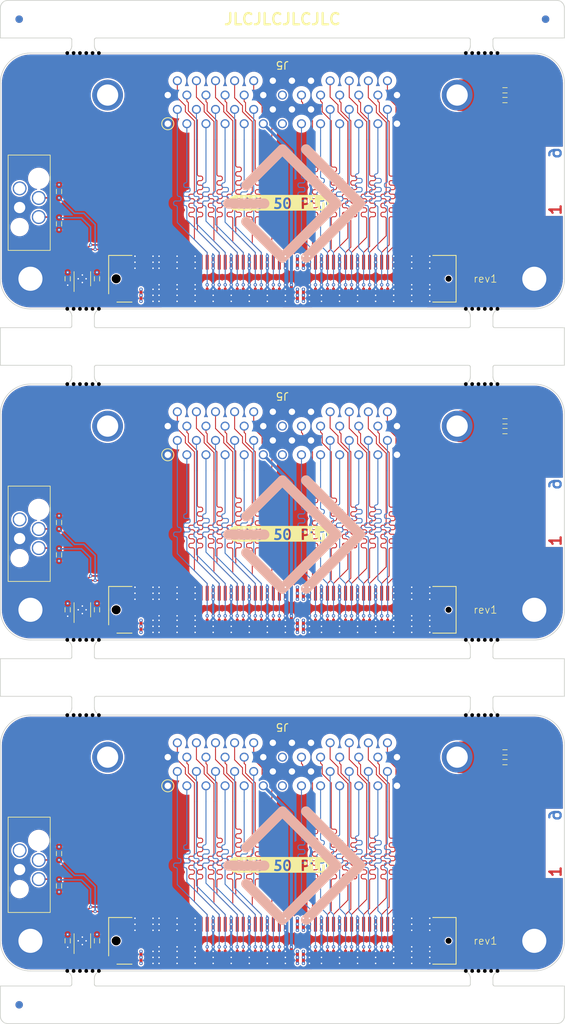
<source format=kicad_pcb>
(kicad_pcb (version 20240108) (generator "pcbnew") (generator_version "8.0")
  (title_block (title "Squishy - SCSI HVD HD 50 Connector Module") (date "2024-09-17") (rev "1") (company "Shrine Maiden Heavy Industries") (comment 1 "License: CERN-OHL-S") (comment 2 "© 2024 Aki 'lethalbit' Van Ness, et. al.") (comment 3 "No warranty expressed or implied") (comment 4 "Squishy - SCSI Multitool"))
  (layers (0 "F.Cu" signal) (1 "In1.Cu" signal) (2 "In2.Cu" signal) (3 "In3.Cu" signal) (4 "In4.Cu" signal) (31 "B.Cu" signal) (34 "B.Paste" user) (35 "F.Paste" user) (36 "B.SilkS" user "B.Silkscreen") (37 "F.SilkS" user "F.Silkscreen") (38 "B.Mask" user) (39 "F.Mask" user) (44 "Edge.Cuts" user))
  (net 0 "")
  (net 1 "Board_0-+3V3")
  (net 2 "Board_0-/CON.ACK+")
  (net 3 "Board_0-/CON.ACK-")
  (net 4 "Board_0-/CON.ATN+")
  (net 5 "Board_0-/CON.ATN-")
  (net 6 "Board_0-/CON.BSY+")
  (net 7 "Board_0-/CON.BSY-")
  (net 8 "Board_0-/CON.C{slash}D+")
  (net 9 "Board_0-/CON.C{slash}D-")
  (net 10 "Board_0-/CON.DB0+")
  (net 11 "Board_0-/CON.DB0-")
  (net 12 "Board_0-/CON.DB1+")
  (net 13 "Board_0-/CON.DB1-")
  (net 14 "Board_0-/CON.DB10+")
  (net 15 "Board_0-/CON.DB10-")
  (net 16 "Board_0-/CON.DB11+")
  (net 17 "Board_0-/CON.DB11-")
  (net 18 "Board_0-/CON.DB12+")
  (net 19 "Board_0-/CON.DB12-")
  (net 20 "Board_0-/CON.DB13+")
  (net 21 "Board_0-/CON.DB13-")
  (net 22 "Board_0-/CON.DB14+")
  (net 23 "Board_0-/CON.DB14-")
  (net 24 "Board_0-/CON.DB15+")
  (net 25 "Board_0-/CON.DB15-")
  (net 26 "Board_0-/CON.DB2+")
  (net 27 "Board_0-/CON.DB2-")
  (net 28 "Board_0-/CON.DB3+")
  (net 29 "Board_0-/CON.DB3-")
  (net 30 "Board_0-/CON.DB4+")
  (net 31 "Board_0-/CON.DB4-")
  (net 32 "Board_0-/CON.DB5+")
  (net 33 "Board_0-/CON.DB5-")
  (net 34 "Board_0-/CON.DB6+")
  (net 35 "Board_0-/CON.DB6-")
  (net 36 "Board_0-/CON.DB7+")
  (net 37 "Board_0-/CON.DB7-")
  (net 38 "Board_0-/CON.DB8+")
  (net 39 "Board_0-/CON.DB8-")
  (net 40 "Board_0-/CON.DB9+")
  (net 41 "Board_0-/CON.DB9-")
  (net 42 "Board_0-/CON.DIFFSENSE")
  (net 43 "Board_0-/CON.DP0+")
  (net 44 "Board_0-/CON.DP0-")
  (net 45 "Board_0-/CON.DP1+")
  (net 46 "Board_0-/CON.DP1-")
  (net 47 "Board_0-/CON.I{slash}O+")
  (net 48 "Board_0-/CON.I{slash}O-")
  (net 49 "Board_0-/CON.MSG+")
  (net 50 "Board_0-/CON.MSG-")
  (net 51 "Board_0-/CON.REQ+")
  (net 52 "Board_0-/CON.REQ-")
  (net 53 "Board_0-/CON.RST+")
  (net 54 "Board_0-/CON.RST-")
  (net 55 "Board_0-/CON.SEL+")
  (net 56 "Board_0-/CON.SEL-")
  (net 57 "Board_0-/CON.TERMPWR")
  (net 58 "Board_0-/PHY.ID_SCL")
  (net 59 "Board_0-/PHY.ID_SDA")
  (net 60 "Board_0-/SHIELD")
  (net 61 "Board_0-GND")
  (net 62 "Board_0-Net-(U1-E0)")
  (net 63 "Board_0-unconnected-(J1-Pin_5-Pad5)")
  (net 64 "Board_0-unconnected-(J1-Pin_54-Pad54)")
  (net 65 "Board_1-+3V3")
  (net 66 "Board_1-/CON.ACK+")
  (net 67 "Board_1-/CON.ACK-")
  (net 68 "Board_1-/CON.ATN+")
  (net 69 "Board_1-/CON.ATN-")
  (net 70 "Board_1-/CON.BSY+")
  (net 71 "Board_1-/CON.BSY-")
  (net 72 "Board_1-/CON.C{slash}D+")
  (net 73 "Board_1-/CON.C{slash}D-")
  (net 74 "Board_1-/CON.DB0+")
  (net 75 "Board_1-/CON.DB0-")
  (net 76 "Board_1-/CON.DB1+")
  (net 77 "Board_1-/CON.DB1-")
  (net 78 "Board_1-/CON.DB10+")
  (net 79 "Board_1-/CON.DB10-")
  (net 80 "Board_1-/CON.DB11+")
  (net 81 "Board_1-/CON.DB11-")
  (net 82 "Board_1-/CON.DB12+")
  (net 83 "Board_1-/CON.DB12-")
  (net 84 "Board_1-/CON.DB13+")
  (net 85 "Board_1-/CON.DB13-")
  (net 86 "Board_1-/CON.DB14+")
  (net 87 "Board_1-/CON.DB14-")
  (net 88 "Board_1-/CON.DB15+")
  (net 89 "Board_1-/CON.DB15-")
  (net 90 "Board_1-/CON.DB2+")
  (net 91 "Board_1-/CON.DB2-")
  (net 92 "Board_1-/CON.DB3+")
  (net 93 "Board_1-/CON.DB3-")
  (net 94 "Board_1-/CON.DB4+")
  (net 95 "Board_1-/CON.DB4-")
  (net 96 "Board_1-/CON.DB5+")
  (net 97 "Board_1-/CON.DB5-")
  (net 98 "Board_1-/CON.DB6+")
  (net 99 "Board_1-/CON.DB6-")
  (net 100 "Board_1-/CON.DB7+")
  (net 101 "Board_1-/CON.DB7-")
  (net 102 "Board_1-/CON.DB8+")
  (net 103 "Board_1-/CON.DB8-")
  (net 104 "Board_1-/CON.DB9+")
  (net 105 "Board_1-/CON.DB9-")
  (net 106 "Board_1-/CON.DIFFSENSE")
  (net 107 "Board_1-/CON.DP0+")
  (net 108 "Board_1-/CON.DP0-")
  (net 109 "Board_1-/CON.DP1+")
  (net 110 "Board_1-/CON.DP1-")
  (net 111 "Board_1-/CON.I{slash}O+")
  (net 112 "Board_1-/CON.I{slash}O-")
  (net 113 "Board_1-/CON.MSG+")
  (net 114 "Board_1-/CON.MSG-")
  (net 115 "Board_1-/CON.REQ+")
  (net 116 "Board_1-/CON.REQ-")
  (net 117 "Board_1-/CON.RST+")
  (net 118 "Board_1-/CON.RST-")
  (net 119 "Board_1-/CON.SEL+")
  (net 120 "Board_1-/CON.SEL-")
  (net 121 "Board_1-/CON.TERMPWR")
  (net 122 "Board_1-/PHY.ID_SCL")
  (net 123 "Board_1-/PHY.ID_SDA")
  (net 124 "Board_1-/SHIELD")
  (net 125 "Board_1-GND")
  (net 126 "Board_1-Net-(U1-E0)")
  (net 127 "Board_1-unconnected-(J1-Pin_5-Pad5)")
  (net 128 "Board_1-unconnected-(J1-Pin_54-Pad54)")
  (net 129 "Board_2-+3V3")
  (net 130 "Board_2-/CON.ACK+")
  (net 131 "Board_2-/CON.ACK-")
  (net 132 "Board_2-/CON.ATN+")
  (net 133 "Board_2-/CON.ATN-")
  (net 134 "Board_2-/CON.BSY+")
  (net 135 "Board_2-/CON.BSY-")
  (net 136 "Board_2-/CON.C{slash}D+")
  (net 137 "Board_2-/CON.C{slash}D-")
  (net 138 "Board_2-/CON.DB0+")
  (net 139 "Board_2-/CON.DB0-")
  (net 140 "Board_2-/CON.DB1+")
  (net 141 "Board_2-/CON.DB1-")
  (net 142 "Board_2-/CON.DB10+")
  (net 143 "Board_2-/CON.DB10-")
  (net 144 "Board_2-/CON.DB11+")
  (net 145 "Board_2-/CON.DB11-")
  (net 146 "Board_2-/CON.DB12+")
  (net 147 "Board_2-/CON.DB12-")
  (net 148 "Board_2-/CON.DB13+")
  (net 149 "Board_2-/CON.DB13-")
  (net 150 "Board_2-/CON.DB14+")
  (net 151 "Board_2-/CON.DB14-")
  (net 152 "Board_2-/CON.DB15+")
  (net 153 "Board_2-/CON.DB15-")
  (net 154 "Board_2-/CON.DB2+")
  (net 155 "Board_2-/CON.DB2-")
  (net 156 "Board_2-/CON.DB3+")
  (net 157 "Board_2-/CON.DB3-")
  (net 158 "Board_2-/CON.DB4+")
  (net 159 "Board_2-/CON.DB4-")
  (net 160 "Board_2-/CON.DB5+")
  (net 161 "Board_2-/CON.DB5-")
  (net 162 "Board_2-/CON.DB6+")
  (net 163 "Board_2-/CON.DB6-")
  (net 164 "Board_2-/CON.DB7+")
  (net 165 "Board_2-/CON.DB7-")
  (net 166 "Board_2-/CON.DB8+")
  (net 167 "Board_2-/CON.DB8-")
  (net 168 "Board_2-/CON.DB9+")
  (net 169 "Board_2-/CON.DB9-")
  (net 170 "Board_2-/CON.DIFFSENSE")
  (net 171 "Board_2-/CON.DP0+")
  (net 172 "Board_2-/CON.DP0-")
  (net 173 "Board_2-/CON.DP1+")
  (net 174 "Board_2-/CON.DP1-")
  (net 175 "Board_2-/CON.I{slash}O+")
  (net 176 "Board_2-/CON.I{slash}O-")
  (net 177 "Board_2-/CON.MSG+")
  (net 178 "Board_2-/CON.MSG-")
  (net 179 "Board_2-/CON.REQ+")
  (net 180 "Board_2-/CON.REQ-")
  (net 181 "Board_2-/CON.RST+")
  (net 182 "Board_2-/CON.RST-")
  (net 183 "Board_2-/CON.SEL+")
  (net 184 "Board_2-/CON.SEL-")
  (net 185 "Board_2-/CON.TERMPWR")
  (net 186 "Board_2-/PHY.ID_SCL")
  (net 187 "Board_2-/PHY.ID_SDA")
  (net 188 "Board_2-/SHIELD")
  (net 189 "Board_2-GND")
  (net 190 "Board_2-Net-(U1-E0)")
  (net 191 "Board_2-unconnected-(J1-Pin_5-Pad5)")
  (net 192 "Board_2-unconnected-(J1-Pin_54-Pad54)")
  (footprint "NPTH" (layer "F.Cu") (at 176.260599 105.0015)
    (property "Reference" "KiKit_MB_5_2" (hide yes))
    (property "Value" "NPTH" (hide yes))
  )
  (footprint "NPTH" (layer "F.Cu") (at 172.899 71.0015)
    (property "Reference" "KiKit_MB_7_1" (hide yes))
    (property "Value" "NPTH" (hide yes))
  )
  (footprint "rhais_rcl:R0603" (layer "F.Cu") (at 123.85 57.0015 90)
    (property "Reference" "R1")
    (property "Value" "10k" (hide yes))
  )
  (footprint "NPTH" (layer "F.Cu") (at 121.579801 61.0015)
    (property "Reference" "KiKit_MB_4_4" (hide yes))
    (property "Value" "NPTH" (hide yes))
  )
  (footprint "kibuzzard-672C6174" (layer "F.Cu") (at 148.5 134.9015)
    (property "Reference" "kibuzzard-672C6174" (hide yes))
    (property "Value" "G***" (hide yes))
  )
  (footprint "rhais_rcl:R0603" (layer "F.Cu") (at 118.8 89.4015 -90)
    (property "Reference" "R2")
    (property "Value" "4k7" (hide yes))
  )
  (footprint "lethalbit-connectors:1014457-10x80xLF" (layer "F.Cu") (at 148.5 101.0015 180)
    (property "Reference" "J1" (hide yes))
    (property "Value" "SCSI PHY Mezz")
  )
  (footprint "lethalbit-connectors: 5787082-5" (layer "F.Cu") (at 148.5 121.6015 180)
    (property "Reference" "J5")
    (property "Value" "5787082-5" (hide yes))
  )
  (footprint "NPTH" (layer "F.Cu") (at 172.899 149.0015)
    (property "Reference" "KiKit_MB_9_6" (hide yes))
    (property "Value" "NPTH" (hide yes))
  )
  (footprint "MountingHole:MountingHole_3.2mm_M3_Pad" (layer "F.Cu") (at 182 101.0015)
    (property "Reference" "H4" (hide yes))
    (property "Value" "MountingHole" (hide yes))
  )
  (footprint "NPTH" (layer "F.Cu") (at 175.420199 115.0015)
    (property "Reference" "KiKit_MB_11_4" (hide yes))
    (property "Value" "NPTH" (hide yes))
  )
  (footprint "rhais_rcl:R0603" (layer "F.Cu") (at 123.85 101.0015 90)
    (property "Reference" "R1")
    (property "Value" "10k" (hide yes))
  )
  (footprint "MountingHole:MountingHole_3.2mm_M3_Pad" (layer "F.Cu") (at 182 145.0015)
    (property "Reference" "H4" (hide yes))
    (property "Value" "MountingHole" (hide yes))
  )
  (footprint "NPTH" (layer "F.Cu") (at 173.7394 149.0015)
    (property "Reference" "KiKit_MB_9_5" (hide yes))
    (property "Value" "NPTH" (hide yes))
  )
  (footprint "pkl_connectors_wuerth:490107670412-d" (layer "F.Cu") (at 113.56 132.9915 90)
    (property "Reference" "J3")
    (property "Value" "Conn_01x04")
  )
  (footprint "NPTH" (layer "F.Cu") (at 173.7394 27.0015)
    (property "Reference" "KiKit_MB_3_2" (hide yes))
    (property "Value" "NPTH" (hide yes))
  )
  (footprint "lethalbit-connectors: 5787082-5" (layer "F.Cu") (at 148.5 33.6015 180)
    (property "Reference" "J5")
    (property "Value" "5787082-5" (hide yes))
  )
  (footprint "NPTH" (layer "F.Cu") (at 172.899 27.0015)
    (property "Reference" "KiKit_MB_3_1" (hide yes))
    (property "Value" "NPTH" (hide yes))
  )
  (footprint "NPTH" (layer "F.Cu") (at 175.420199 27.0015)
    (property "Reference" "KiKit_MB_3_4" (hide yes))
    (property "Value" "NPTH" (hide yes))
  )
  (footprint "NPTH" (layer "F.Cu") (at 177.100999 61.0015)
    (property "Reference" "KiKit_MB_1_1" (hide yes))
    (property "Value" "NPTH" (hide yes))
  )
  (footprint "NPTH" (layer "F.Cu") (at 177.100999 115.0015)
    (property "Reference" "KiKit_MB_11_6" (hide yes))
    (property "Value" "NPTH" (hide yes))
  )
  (footprint "kibuzzard-672C6174" (layer "F.Cu") (at 148.5 90.9015)
    (property "Reference" "kibuzzard-672C6174" (hide yes))
    (property "Value" "G***" (hide yes))
  )
  (footprint "lethalbit-connectors:1014457-10x80xLF" (layer "F.Cu") (at 148.5 57.0015 180)
    (property "Reference" "J1" (hide yes))
    (property "Value" "SCSI PHY Mezz")
  )
  (footprint "rhais_rcl:R0603" (layer "F.Cu") (at 118.8 133.4015 -90)
    (property "Reference" "R2")
    (property "Value" "4k7" (hide yes))
  )
  (footprint "rhais_rcl:R0603" (layer "F.Cu") (at 123.85 145.0015 90)
    (property "Reference" "R1")
    (property "Value" "10k" (hide yes))
  )
  (footprint "NPTH" (layer "F.Cu") (at 175.420199 149.0015)
    (property "Reference" "KiKit_MB_9_3" (hide yes))
    (property "Value" "NPTH" (hide yes))
  )
  (footprint "NPTH" (layer "F.Cu") (at 120.739401 71.0015)
    (property "Reference" "KiKit_MB_6_2" (hide yes))
    (property "Value" "NPTH" (hide yes))
  )
  (footprint "NPTH" (layer "F.Cu") (at 122.4202 27.0015)
    (property "Reference" "KiKit_MB_2_4" (hide yes))
    (property "Value" "NPTH" (hide yes))
  )
  (footprint "NPTH" (layer "F.Cu") (at 122.4202 149.0015)
    (property "Reference" "KiKit_MB_12_3" (hide yes))
    (property "Value" "NPTH" (hide yes))
  )
  (footprint "NPTH" (layer "F.Cu") (at 120.739401 27.0015)
    (property "Reference" "KiKit_MB_2_2" (hide yes))
    (property "Value" "NPTH" (hide yes))
  )
  (footprint "NPTH" (layer "F.Cu") (at 177.100999 105.0015)
    (property "Reference" "KiKit_MB_5_1" (hide yes))
    (property "Value" "NPTH" (hide yes))
  )
  (footprint "NPTH" (layer "F.Cu") (at 123.2606 115.0015)
    (property "Reference" "KiKit_MB_10_5" (hide yes))
    (property "Value" "NPTH" (hide yes))
  )
  (footprint "NPTH" (layer "F.Cu") (at 120.739401 61.0015)
    (property "Reference" "KiKit_MB_4_5" (hide yes))
    (property "Value" "NPTH" (hide yes))
  )
  (footprint "NPTH" (layer "F.Cu") (at 122.4202 61.0015)
    (property "Reference" "KiKit_MB_4_3" (hide yes))
    (property "Value" "NPTH" (hide yes))
  )
  (footprint "rhais_rcl:C0603" (layer "F.Cu") (at 178.1 119.9515)
    (property "Reference" "C2")
    (property "Value" "100n" (hide yes))
  )
  (footprint "NPTH" (layer "F.Cu") (at 176.260599 27.0015)
    (property "Reference" "KiKit_MB_3_5" (hide yes))
    (property "Value" "NPTH" (hide yes))
  )
  (footprint "rhais_rcl:C0603" (layer "F.Cu") (at 178.1 31.9515)
    (property "Reference" "C2")
    (property "Value" "100n" (hide yes))
  )
  (footprint "NPTH" (layer "F.Cu") (at 123.2606 105.0015)
    (property "Reference" "KiKit_MB_8_2" (hide yes))
    (property "Value" "NPTH" (hide yes))
  )
  (footprint "NPTH" (layer "F.Cu") (at 174.5798 149.0015)
    (property "Reference" "KiKit_MB_9_4" (hide yes))
    (property "Value" "NPTH" (hide yes))
  )
  (footprint "NPTH" (layer "F.Cu") (at 124.101 61.0015)
    (property "Reference" "KiKit_MB_4_1" (hide yes))
    (property "Value" "NPTH" (hide yes))
  )
  (footprint "NPTH" (layer "F.Cu") (at 120.739401 149.0015)
    (property "Reference" "KiKit_MB_12_5" (hide yes))
    (property "Value" "NPTH" (hide yes))
  )
  (footprint "rhais_rcl:C0603" (layer "F.Cu") (at 119.95 145.0015 90)
    (property "Reference" "C1")
    (property "Value" "100n" (hide yes))
  )
  (footprint "NPTH" (layer "F.Cu") (at 119.899001 115.0015)
    (property "Reference" "KiKit_MB_10_1" (hide yes))
    (property "Value" "NPTH" (hide yes))
  )
  (footprint "NPTH" (layer "F.Cu") (at 121.579801 105.0015)
    (property "Reference" "KiKit_MB_8_4" (hide yes))
    (property "Value" "NPTH" (hide yes))
  )
  (footprint "NPTH" (layer "F.Cu") (at 173.7394 61.0015)
    (property "Reference" "KiKit_MB_1_5" (hide yes))
    (property "Value" "NPTH" (hide yes))
  )
  (footprint "NPTH" (layer "F.Cu") (at 175.420199 61.0015)
    (property "Reference" "KiKit_MB_1_3" (hide yes))
    (property "Value" "NPTH" (hide yes))
  )
  (footprint "NPTH" (layer "F.Cu") (at 123.2606 71.0015)
    (property "Reference" "KiKit_MB_6_5" (hide yes))
    (property "Value" "NPTH" (hide yes))
  )
  (footprint "Fiducial" (layer "F.Cu") (at 183.5 22.5)
    (property "Reference" "KiKit_FID_T_2" (hide yes))
    (property "Value" "Fiducial" (hide yes))
  )
  (footprint "NPTH" (layer "F.Cu") (at 176.260599 71.0015)
    (property "Reference" "KiKit_MB_7_5" (hide yes))
    (property "Value" "NPTH" (hide yes))
  )
  (footprint "NPTH" (layer "F.Cu") (at 119.899001 27.0015)
    (property "Reference" "KiKit_MB_2_1" (hide yes))
    (property "Value" "NPTH" (hide yes))
  )
  (footprint "NPTH" (layer "F.Cu") (at 176.260599 149.0015)
    (property "Reference" "KiKit_MB_9_2" (hide yes))
    (property "Value" "NPTH" (hide yes))
  )
  (footprint "NPTH" (layer "F.Cu") (at 120.739401 115.0015)
    (property "Reference" "KiKit_MB_10_2" (hide yes))
    (property "Value" "NPTH" (hide yes))
  )
  (footprint "NPTH" (layer "F.Cu") (at 122.4202 115.0015)
    (property "Reference" "KiKit_MB_10_4" (hide yes))
    (property "Value" "NPTH" (hide yes))
  )
  (footprint "NPTH" (layer "F.Cu") (at 122.4202 71.0015)
    (property "Reference" "KiKit_MB_6_4" (hide yes))
    (property "Value" "NPTH" (hide yes))
  )
  (footprint "lethalbit-connectors:1014457-10x80xLF" (layer "F.Cu") (at 148.5 145.0015 180)
    (property "Reference" "J1" (hide yes))
    (property "Value" "SCSI PHY Mezz")
  )
  (footprint "NPTH" (layer "F.Cu") (at 176.260599 115.0015)
    (property "Reference" "KiKit_MB_11_5" (hide yes))
    (property "Value" "NPTH" (hide yes))
  )
  (footprint "NPTH" (layer "F.Cu") (at 124.101 105.0015)
    (property "Reference" "KiKit_MB_8_1" (hide yes))
    (property "Value" "NPTH" (hide yes))
  )
  (footprint "Fiducial" (layer "F.Cu") (at 113.5 22.5)
    (property "Reference" "KiKit_FID_T_1" (hide yes))
    (property "Value" "Fiducial" (hide yes))
  )
  (footprint "NPTH" (layer "F.Cu") (at 177.100999 71.0015)
    (property "Reference" "KiKit_MB_7_6" (hide yes))
    (property "Value" "NPTH" (hide yes))
  )
  (footprint "pkl_connectors_wuerth:490107670412-d" (layer "F.Cu") (at 113.56 88.9915 90)
    (property "Reference" "J3")
    (property "Value" "Conn_01x04")
  )
  (footprint "rhais_rcl:C0603" (layer "F.Cu") (at 178.1 75.9515)
    (property "Reference" "C2")
    (property "Value" "100n" (hide yes))
  )
  (footprint "NPTH" (layer "F.Cu") (at 123.2606 27.0015)
    (property "Reference" "KiKit_MB_2_5" (hide yes))
    (property "Value" "NPTH" (hide yes))
  )
  (footprint "MountingHole:MountingHole_3.2mm_M3_Pad" (layer "F.Cu") (at 115 57.0015)
    (property "Reference" "H3" (hide yes))
    (property "Value" "MountingHole" (hide yes))
  )
  (footprint "NPTH" (layer "F.Cu") (at 122.4202 105.0015)
    (property "Reference" "KiKit_MB_8_3" (hide yes))
    (property "Value" "NPTH" (hide yes))
  )
  (footprint "NPTH" (layer "F.Cu") (at 119.899001 61.0015)
    (property "Reference" "KiKit_MB_4_6" (hide yes))
    (property "Value" "NPTH" (hide yes))
  )
  (footprint "rhais_rcl:R0603" (layer "F.Cu") (at 118.8 45.4015 -90)
    (property "Reference" "R2")
    (property "Value" "4k7" (hide yes))
  )
  (footprint "rhais_rcl:R0603" (layer "F.Cu") (at 178.1 77.2515 180)
    (property "Reference" "R4")
    (property "Value" "1M" (hide yes))
  )
  (footprint "NPTH" (layer "F.Cu") (at 175.420199 105.0015)
    (property "Reference" "KiKit_MB_5_3" (hide yes))
    (property "Value" "NPTH" (hide yes))
  )
  (footprint "NPTH" (layer "F.Cu") (at 177.100999 149.0015)
    (property "Reference" "KiKit_MB_9_1" (hide yes))
    (property "Value" "NPTH" (hide yes))
  )
  (footprint "lethalbit-memory:ST_UFDFPN-8-1EP_2x3mm_P0.5mm_EP1.6x1.6mm" (layer "F.Cu") (at 121.9 57.0015 90)
    (property "Reference" "U1")
    (property "Value" "M24C02-RMC" (hide yes))
  )
  (footprint "NPTH" (layer "F.Cu") (at 121.579801 27.0015)
    (property "Reference" "KiKit_MB_2_3" (hide yes))
    (property "Value" "NPTH" (hide yes))
  )
  (footprint "NPTH" (layer "F.Cu") (at 173.7394 105.0015)
    (property "Reference" "KiKit_MB_5_5" (hide yes))
    (property "Value" "NPTH" (hide yes))
  )
  (footprint "rhais_rcl:R0603" (layer "F.Cu") (at 178.1 121.2515 180)
    (property "Reference" "R4")
    (property "Value" "1M" (hide yes))
  )
  (footprint "NPTH" (layer "F.Cu") (at 174.5798 61.0015)
    (property "Reference" "KiKit_MB_1_4" (hide yes))
    (property "Value" "NPTH" (hide yes))
  )
  (footprint "pkl_connectors_wuerth:490107670412-d" (layer "F.Cu") (at 113.56 44.9915 90)
    (property "Reference" "J3")
    (property "Value" "Conn_01x04")
  )
  (footprint "NPTH" (layer "F.Cu") (at 121.579801 115.0015)
    (property "Reference" "KiKit_MB_10_3" (hide yes))
    (property "Value" "NPTH" (hide yes))
  )
  (footprint "rhais_rcl:R0603" (layer "F.Cu") (at 178.1 33.2515 180)
    (property "Reference" "R4")
    (property "Value" "1M" (hide yes))
  )
  (footprint "NPTH" (layer "F.Cu") (at 172.899 105.0015)
    (property "Reference" "KiKit_MB_5_6" (hide yes))
    (property "Value" "NPTH" (hide yes))
  )
  (footprint "rhais_rcl:R0603" (layer "F.Cu") (at 118.8 137.7015 90)
    (property "Reference" "R3")
    (property "Value" "4k7" (hide yes))
  )
  (footprint "NPTH" (layer "F.Cu") (at 124.101 27.0015)
    (property "Reference" "KiKit_MB_2_6" (hide yes))
    (property "Value" "NPTH" (hide yes))
  )
  (footprint "NPTH" (layer "F.Cu") (at 173.7394 115.0015)
    (property "Reference" "KiKit_MB_11_2" (hide yes))
    (property "Value" "NPTH" (hide yes))
  )
  (footprint "NPTH" (layer "F.Cu") (at 119.899001 71.0015)
    (property "Reference" "KiKit_MB_6_1" (hide yes))
    (property "Value" "NPTH" (hide yes))
  )
  (footprint "rhais_rcl:R0603" (layer "F.Cu") (at 118.8 93.7015 90)
    (property "Reference" "R3")
    (property "Value" "4k7" (hide yes))
  )
  (footprint "NPTH" (layer "F.Cu") (at 174.5798 27.0015)
    (property "Reference" "KiKit_MB_3_3" (hide yes))
    (property "Value" "NPTH" (hide yes))
  )
  (footprint "NPTH" (layer "F.Cu") (at 124.101 71.0015)
    (property "Reference" "KiKit_MB_6_6" (hide yes))
    (property "Value" "NPTH" (hide yes))
  )
  (footprint "MountingHole:MountingHole_3.2mm_M3_Pad" (layer "F.Cu") (at 182 57.0015)
    (property "Reference" "H4" (hide yes))
    (property "Value" "MountingHole" (hide yes))
  )
  (footprint "NPTH" (layer "F.Cu") (at 177.100999 27.0015)
    (property "Reference" "KiKit_MB_3_6" (hide yes))
    (property "Value" "NPTH" (hide yes))
  )
  (footprint "kibuzzard-672C6174" (layer "F.Cu") (at 148.5 46.9015)
    (property "Reference" "kibuzzard-672C6174" (hide yes))
    (property "Value" "G***" (hide yes))
  )
  (footprint "NPTH" (layer "F.Cu") (at 120.739401 105.0015)
    (property "Reference" "KiKit_MB_8_5" (hide yes))
    (property "Value" "NPTH" (hide yes))
  )
  (footprint "NPTH" (layer "F.Cu") (at 119.899001 149.0015)
    (property "Reference" "KiKit_MB_12_6" (hide yes))
    (property "Value" "NPTH" (hide yes))
  )
  (footprint "NPTH" (layer "F.Cu") (at 174.5798 71.0015)
    (property "Reference" "KiKit_MB_7_3" (hide yes))
    (property "Value" "NPTH" (hide yes))
  )
  (footprint "NPTH" (layer "F.Cu") (at 174.5798 115.0015)
    (property "Reference" "KiKit_MB_11_3" (hide yes))
    (property "Value" "NPTH" (hide yes))
  )
  (footprint "rhais_rcl:C0603" (layer "F.Cu") (at 119.95 101.0015 90)
    (property "Reference" "C1")
    (property "Value" "100n" (hide yes))
  )
  (footprint "lethalbit-connectors: 5787082-5" (layer "F.Cu") (at 148.5 77.6015 180)
    (property "Reference" "J5")
    (property "Value" "5787082-5" (hide yes))
  )
  (footprint "lethalbit-memory:ST_UFDFPN-8-1EP_2x3mm_P0.5mm_EP1.6x1.6mm" (layer "F.Cu") (at 121.9 145.0015 90)
    (property "Reference" "U1")
    (property "Value" "M24C02-RMC" (hide yes))
  )
  (footprint "NPTH" (layer "F.Cu") (at 124.101 115.0015)
    (property "Reference" "KiKit_MB_10_6" (hide yes))
    (property "Value" "NPTH" (hide yes))
  )
  (footprint "rhais_rcl:C0603" (layer "F.Cu") (at 119.95 57.0015 90)
    (property "Reference" "C1")
    (property "Value" "100n" (hide yes))
  )
  (footprint "Fiducial" (layer "F.Cu") (at 113.5 153.5035)
    (property "Reference" "KiKit_FID_T_3" (hide yes))
    (property "Value" "Fiducial" (hide yes))
  )
  (footprint "NPTH" (layer "F.Cu") (at 123.2606 61.0015)
    (property "Reference" "KiKit_MB_4_2" (hide yes))
    (property "Value" "NPTH" (hide yes))
  )
  (footprint "rhais_rcl:R0603" (layer "F.Cu") (at 118.8 49.7015 90)
    (property "Reference" "R3")
    (property "Value" "4k7" (hide yes))
  )
  (footprint "NPTH" (layer "F.Cu") (at 123.2606 149.0015)
    (property "Reference" "KiKit_MB_12_2" (hide yes))
    (property "Value" "NPTH" (hide yes))
  )
  (footprint "NPTH" (layer "F.Cu") (at 121.579801 71.0015)
    (property "Reference" "KiKit_MB_6_3" (hide yes))
    (property "Value" "NPTH" (hide yes))
  )
  (footprint "lethalbit-memory:ST_UFDFPN-8-1EP_2x3mm_P0.5mm_EP1.6x1.6mm" (layer "F.Cu") (at 121.9 101.0015 90)
    (property "Reference" "U1")
    (property "Value" "M24C02-RMC" (hide yes))
  )
  (footprint "MountingHole:MountingHole_3.2mm_M3_Pad" (layer "F.Cu") (at 115 101.0015)
    (property "Reference" "H3" (hide yes))
    (property "Value" "MountingHole" (hide yes))
  )
  (footprint "NPTH" (layer "F.Cu") (at 124.101 149.0015)
    (property "Reference" "KiKit_MB_12_1" (hide yes))
    (property "Value" "NPTH" (hide yes))
  )
  (footprint "NPTH" (layer "F.Cu") (at 174.5798 105.0015)
    (property "Reference" "KiKit_MB_5_4" (hide yes))
    (property "Value" "NPTH" (hide yes))
  )
  (footprint "NPTH" (layer "F.Cu") (at 175.420199 71.0015)
    (property "Reference" "KiKit_MB_7_4" (hide yes))
    (property "Value" "NPTH" (hide yes))
  )
  (footprint "NPTH" (layer "F.Cu") (at 121.579801 149.0015)
    (property "Reference" "KiKit_MB_12_4" (hide yes))
    (property "Value" "NPTH" (hide yes))
  )
  (footprint "NPTH" (layer "F.Cu") (at 172.899 115.0015)
    (property "Reference" "KiKit_MB_11_1" (hide yes))
    (property "Value" "NPTH" (hide yes))
  )
  (footprint "NPTH" (layer "F.Cu") (at 176.260599 61.0015)
    (property "Reference" "KiKit_MB_1_2" (hide yes))
    (property "Value" "NPTH" (hide yes))
  )
  (footprint "NPTH" (layer "F.Cu") (at 173.7394 71.0015)
    (property "Reference" "KiKit_MB_7_2" (hide yes))
    (property "Value" "NPTH" (hide yes))
  )
  (footprint "MountingHole:MountingHole_3.2mm_M3_Pad" (layer "F.Cu") (at 115 145.0015)
    (property "Reference" "H3" (hide yes))
    (property "Value" "MountingHole" (hide yes))
  )
  (footprint "NPTH" (layer "F.Cu") (at 172.899 61.0015)
    (property "Reference" "KiKit_MB_1_6" (hide yes))
    (property "Value" "NPTH" (hide yes))
  )
  (footprint "NPTH" (layer "F.Cu") (at 119.899001 105.0015)
    (property "Reference" "KiKit_MB_8_6" (hide yes))
    (property "Value" "NPTH" (hide yes))
  )
  (footprint "Fiducial" (layer "B.Cu") (at 113.5 22.5)
    (property "Reference" "KiKit_FID_B_1" (hide yes))
    (property "Value" "Fiducial" (hide yes))
  )
  (footprint "Fiducial" (layer "B.Cu") (at 113.5 153.5035)
    (property "Reference" "KiKit_FID_B_3" (hide yes))
    (property "Value" "Fiducial" (hide yes))
  )
  (footprint "Fiducial" (layer "B.Cu") (at 183.5 22.5)
    (property "Reference" "KiKit_FID_B_2" (hide yes))
    (property "Value" "Fiducial" (hide yes))
  )
  (gr_line (start 155.699999 91.001499) (end 148.5 83.8015) (stroke (width 1.35) (color 255 255 255 1)) (layer "B.SilkS"))
  (gr_line (start 151.649999 54.201499) (end 158.837753 47.0015) (stroke (width 1.35) (color 255 255 255 1)) (layer "B.SilkS"))
  (gr_line (start 141.3 91.001499) (end 146.1 91.001499) (stroke (width 1.35) (color 253 253 253 1)) (layer "B.SilkS"))
  (gr_line (start 143.699999 137.4015) (end 148.5 142.201499) (stroke (width 1.35) (color 255 255 255 1)) (layer "B.SilkS"))
  (gr_line (start 148.5 98.201499) (end 155.699999 91.001499) (stroke (width 1.35) (color 255 255 255 1)) (layer "B.SilkS"))
  (gr_line (start 143.699999 49.4015) (end 148.5 54.201499) (stroke (width 1.35) (color 255 255 255 1)) (layer "B.SilkS"))
  (gr_line (start 151.649999 142.201499) (end 158.837753 135.0015) (stroke (width 1.35) (color 255 255 255 1)) (layer "B.SilkS"))
  (gr_line (start 148.5 39.8015) (end 143.699999 44.601499) (stroke (width 1.35) (color 255 255 255 1)) (layer "B.SilkS"))
  (gr_line (start 151.649999 98.201499) (end 158.837753 91.0015) (stroke (width 1.35) (color 255 255 255 1)) (layer "B.SilkS"))
  (gr_line (start 158.837753 47.0015) (end 151.649999 39.8015) (stroke (width 1.35) (color 255 255 255 1)) (layer "B.SilkS"))
  (gr_line (start 155.699999 135.001499) (end 148.5 127.8015) (stroke (width 1.35) (color 255 255 255 1)) (layer "B.SilkS"))
  (gr_line (start 158.837753 135.0015) (end 151.649999 127.8015) (stroke (width 1.35) (color 255 255 255 1)) (layer "B.SilkS"))
  (gr_line (start 148.5 127.8015) (end 143.699999 132.601499) (stroke (width 1.35) (color 255 255 255 1)) (layer "B.SilkS"))
  (gr_line (start 141.3 47.001499) (end 146.1 47.001499) (stroke (width 1.35) (color 253 253 253 1)) (layer "B.SilkS"))
  (gr_line (start 148.5 142.201499) (end 155.699999 135.001499) (stroke (width 1.35) (color 255 255 255 1)) (layer "B.SilkS"))
  (gr_line (start 148.5 83.8015) (end 143.699999 88.601499) (stroke (width 1.35) (color 255 255 255 1)) (layer "B.SilkS"))
  (gr_line (start 158.837753 91.0015) (end 151.649999 83.8015) (stroke (width 1.35) (color 255 255 255 1)) (layer "B.SilkS"))
  (gr_line (start 143.699999 93.4015) (end 148.5 98.201499) (stroke (width 1.35) (color 255 255 255 1)) (layer "B.SilkS"))
  (gr_line (start 148.5 54.201499) (end 155.699999 47.001499) (stroke (width 1.35) (color 255 255 255 1)) (layer "B.SilkS"))
  (gr_line (start 141.3 135.001499) (end 146.1 135.001499) (stroke (width 1.35) (color 253 253 253 1)) (layer "B.SilkS"))
  (gr_line (start 155.699999 47.001499) (end 148.5 39.8015) (stroke (width 1.35) (color 255 255 255 1)) (layer "B.SilkS"))
  (gr_line (start 184.287605 71.720306) (end 184.282449 71.716717) (stroke (width 0.1)) (layer "Edge.Cuts"))
  (gr_line (start 185.999999 119.00307) (end 185.99996 118.999929) (stroke (width 0.1)) (layer "Edge.Cuts"))
  (gr_line (start 120.020057 70.854274) (end 120.00688 70.862062) (stroke (width 0.1)) (layer "Edge.Cuts"))
  (gr_line (start 114.79427 104.996127) (end 114.800544 104.996445) (stroke (width 0.1)) (layer "Edge.Cuts"))
  (gr_line (start 123.570284 149.636306) (end 123.58436 149.602322) (stroke (width 0.1)) (layer "Edge.Cuts"))
  (gr_line (start 173.498231 70.033634) (end 173.494658 70.091776) (stroke (width 0.1)) (layer "Edge.Cuts"))
  (gr_line (start 120.25124 149.34337) (end 120.261309 149.354899) (stroke (width 0.1)) (layer "Edge.Cuts"))
  (gr_line (start 111.718806 72.713894) (end 111.715217 72.71905) (stroke (width 0.1)) (layer "Edge.Cuts"))
  (gr_line (start 182.808254 27.08409) (end 182.802101 27.082826) (stroke (width 0.1)) (layer "Edge.Cuts"))
  (gr_line (start 112.554108 27.836537) (end 112.549141 27.840382) (stroke (width 0.1)) (layer "Edge.Cuts"))
  (gr_line (start 111.441965 20.170358) (end 111.368071 20.225161) (stroke (width 0.1)) (layer "Edge.Cuts"))
  (gr_line (start 120.310501 63.494037) (end 120.298577 63.496715) (stroke (width 0.1)) (layer "Edge.Cuts"))
  (gr_line (start 182.205729 115.006872) (end 182.199455 115.006554) (stroke (width 0.1)) (layer "Edge.Cuts"))
  (gr_line (start 119.845077 61.064306) (end 119.897726 61.085361) (stroke (width 0.1)) (layer "Edge.Cuts"))
  (gr_line (start 176.931185 114.822442) (end 176.918617 114.813705) (stroke (width 0.1)) (layer "Edge.Cuts"))
  (gr_line (start 173.407931 112.558034) (end 173.417185 112.566018) (stroke (width 0.1)) (layer "Edge.Cuts"))
  (gr_line (start 176.508462 63.313001) (end 176.505784 63.301077) (stroke (width 0.1)) (layer "Edge.Cuts"))
  (gr_line (start 120.211679 114.702354) (end 120.200789 114.71311) (stroke (width 0.1)) (layer "Edge.Cuts"))
  (gr_line (start 124.410059 26.996158) (end 124.394148 26.994711) (stroke (width 0.1)) (layer "Edge.Cuts"))
  (gr_line (start 176.731763 70.639896) (end 176.723994 70.63043) (stroke (width 0.1)) (layer "Edge.Cuts"))
  (gr_line (start 176.521537 70.202371) (end 176.519148 70.19036) (stroke (width 0.1)) (layer "Edge.Cuts"))
  (gr_line (start 120.493252 26.107018) (end 120.488937 26.142004) (stroke (width 0.1)) (layer "Edge.Cuts"))
  (gr_line (start 111.962982 103.604554) (end 111.967073 103.60932) (stroke (width 0.1)) (layer "Edge.Cuts"))
  (gr_line (start 183.9384 115.502647) (end 183.764383 115.411748) (stroke (width 0.1)) (layer "Edge.Cuts"))
  (gr_line (start 119.865193 114.931215) (end 119.853768 114.935623) (stroke (width 0.1)) (layer "Edge.Cuts"))
  (gr_line (start 120.286535 151.000804) (end 120.274406 151.0023) (stroke (width 0.1)) (layer "Edge.Cuts"))
  (gr_line (start 182.40154 60.981215) (end 182.407789 60.98058) (stroke (width 0.1)) (layer "Edge.Cuts"))
  (gr_line (start 111.603816 116.888373) (end 111.50422 117.057562) (stroke (width 0.1)) (layer "Edge.Cuts"))
  (gr_line (start 176.583861 61.603773) (end 176.589978 61.589742) (stroke (width 0.1)) (layer "Edge.Cuts"))
  (gr_line (start 176.505359 70.09331) (end 176.502654 70.056627) (stroke (width 0.1)) (layer "Edge.Cuts"))
  (gr_line (start 124.157732 26.939898) (end 124.123413 26.926659) (stroke (width 0.1)) (layer "Edge.Cuts"))
  (gr_line (start 172.637459 26.990699) (end 172.581022 26.996957) (stroke (width 0.1)) (layer "Edge.Cuts"))
  (gr_line (start 183.943937 148.497279) (end 184.113126 148.397683) (stroke (width 0.1)) (layer "Edge.Cuts"))
  (gr_line (start 123.503406 105.934126) (end 123.504307 105.921913) (stroke (width 0.1)) (layer "Edge.Cuts"))
  (gr_line (start 177.103688 70.918204) (end 177.095232 70.91464) (stroke (width 0.1)) (layer "Edge.Cuts"))
  (gr_line (start 172.68886 149.020648) (end 172.700871 149.023037) (stroke (width 0.1)) (layer "Edge.Cuts"))
  (gr_line (start 111.081326 57.803601) (end 111.08259 57.809754) (stroke (width 0.1)) (layer "Edge.Cuts"))
  (gr_line (start 111.08259 30.193245) (end 111.081326 30.199398) (stroke (width 0.1)) (layer "Edge.Cuts"))
  (gr_line (start 182.802101 104.920173) (end 182.808254 104.918909) (stroke (width 0.1)) (layer "Edge.Cuts"))
  (gr_line (start 173.463574 107.380511) (end 173.457035 107.390836) (stroke (width 0.1)) (layer "Edge.Cuts"))
  (gr_line (start 111.50422 102.945437) (end 111.603816 103.114626) (stroke (width 0.1)) (layer "Edge.Cuts"))
  (gr_line (start 185.979715 30.599959) (end 185.97908 30.59371) (stroke (width 0.1)) (layer "Edge.Cuts"))
  (gr_line (start 123.501 113.998432) (end 123.501 112.750512) (stroke (width 0.1)) (layer "Edge.Cuts"))
  (gr_line (start 120.496304 63.289035) (end 120.494215 63.301077) (stroke (width 0.1)) (layer "Edge.Cuts"))
  (gr_line (start 123.504307 26.081086) (end 123.503406 26.068873) (stroke (width 0.1)) (layer "Edge.Cuts"))
  (gr_line (start 120.467427 61.752859) (end 120.470403 61.764738) (stroke (width 0.1)) (layer "Edge.Cuts"))
  (gr_line (start 123.503369 61.937183) (end 123.503875 61.928021) (stroke (width 0.1)) (layer "Edge.Cuts"))
  (gr_line (start 173.398295 68.550513) (end 173.407931 68.558034) (stroke (width 0.1)) (layer "Edge.Cuts"))
  (gr_line (start 123.853458 61.240263) (end 123.898918 61.20388) (stroke (width 0.1)) (layer "Edge.Cuts"))
  (gr_line (start 120.039555 105.160894) (end 120.068865 105.180478) (stroke (width 0.1)) (layer "Edge.Cuts"))
  (gr_line (start 120.360562 26.50838) (end 120.352774 26.521557) (stroke (width 0.1)) (layer "Edge.Cuts"))
  (gr_line (start 120.490027 149.870138) (end 120.492275 149.888367) (stroke (width 0.1)) (layer "Edge.Cuts"))
  (gr_line (start 176.701422 107.496715) (end 176.689498 107.494037) (stroke (width 0.1)) (layer "Edge.Cuts"))
  (gr_line (start 114.000474 104.874524) (end 114.19172 104.918903) (stroke (width 0.1)) (layer "Edge.Cuts"))
  (gr_line (start 119.867972 105.073057) (end 119.918689 105.094797) (stroke (width 0.1)) (layer "Edge.Cuts"))
  (gr_line (start 120.252338 61.344442) (end 120.260337 61.353714) (stroke (width 0.1)) (layer "Edge.Cuts"))
  (gr_line (start 120.090095 61.195568) (end 120.099932 61.202863) (stroke (width 0.1)) (layer "Edge.Cuts"))
  (gr_line (start 176.666114 68.516055) (end 176.677719 68.512222) (stroke (width 0.1)) (layer "Edge.Cuts"))
  (gr_line (start 120.081382 114.813705) (end 120.068814 114.822442) (stroke (width 0.1)) (layer "Edge.Cuts"))
  (gr_line (start 123.504307 105.921913) (end 123.507912 105.885307) (stroke (width 0.1)) (layer "Edge.Cuts"))
  (gr_line (start 113.607837 71.251666) (end 113.425517 71.324493) (stroke (width 0.1)) (layer "Edge.Cuts"))
  (gr_line (start 120.453492 26.298734) (end 120.43455 26.353794) (stroke (width 0.1)) (layer "Edge.Cuts"))
  (gr_line (start 173.480045 63.347788) (end 173.475093 63.358961) (stroke (width 0.1)) (layer "Edge.Cuts"))
  (gr_line (start 114.00045 115.128481) (end 113.994369 115.130056) (stroke (width 0.1)) (layer "Edge.Cuts"))
  (gr_line (start 185.284796 147.283928) (end 185.392834 147.12) (stroke (width 0.1)) (layer "Edge.Cuts"))
  (gr_line (start 123.689539 107.494035) (end 123.677759 107.490775) (stroke (width 0.1)) (layer "Edge.Cuts"))
  (gr_line (start 173.133651 114.773606) (end 173.126452 114.779296) (stroke (width 0.1)) (layer "Edge.Cuts"))
  (gr_line (start 123.565503 68.583282) (end 123.57393 68.57443) (stroke (width 0.1)) (layer "Edge.Cuts"))
  (gr_line (start 176.514584 149.838283) (end 176.517293 149.823218) (stroke (width 0.1)) (layer "Edge.Cuts"))
  (gr_line (start 123.526761 149.776676) (end 123.535699 149.740995) (stroke (width 0.1)) (layer "Edge.Cuts"))
  (gr_line (start 176.611663 25.041964) (end 176.621988 25.035425) (stroke (width 0.1)) (layer "Edge.Cuts"))
  (gr_line (start 185.999959 74.999917) (end 185.994946 74.802069) (stroke (width 0.1)) (layer "Edge.Cuts"))
  (gr_line (start 173.299257 25.00479) (end 173.311188 25.00747) (stroke (width 0.1)) (layer "Edge.Cuts"))
  (gr_line (start 120.334654 114.549995) (end 120.326229 114.562774) (stroke (width 0.1)) (layer "Edge.Cuts"))
  (gr_line (start 183.200425 27.185959) (end 183.194431 27.184078) (stroke (width 0.1)) (layer "Edge.Cuts"))
  (gr_line (start 185.281179 116.713874) (end 185.164977 116.555628) (stroke (width 0.1)) (layer "Edge.Cuts"))
  (gr_line (start 123.97079 105.154342) (end 124.001027 105.136219) (stroke (width 0.1)) (layer "Edge.Cuts"))
  (gr_line (start 176.994462 149.140198) (end 177.04413 149.112861) (stroke (width 0.1)) (layer "Edge.Cuts"))
  (gr_line (start 173.286535 63.498804) (end 173.274406 63.5003) (stroke (width 0.1)) (layer "Edge.Cuts"))
  (gr_line (start 124.149154 61.06645) (end 124.202765 61.048007) (stroke (width 0.1)) (layer "Edge.Cuts"))
  (gr_line (start 120.43455 26.353794) (end 120.429129 26.368109) (stroke (width 0.1)) (layer "Edge.Cuts"))
  (gr_line (start 176.532981 61.751383) (end 176.542383 61.717408) (stroke (width 0.1)) (layer "Edge.Cuts"))
  (gr_line (start 111.00004 101.003082) (end 111.005053 101.20093) (stroke (width 0.1)) (layer "Edge.Cuts"))
  (gr_line (start 173.429715 26.366693) (end 173.415639 26.400677) (stroke (width 0.1)) (layer "Edge.Cuts"))
  (gr_line (start 120.498928 25.249085) (end 120.498701 26.018396) (stroke (width 0.1)) (layer "Edge.Cuts"))
  (gr_line (start 120.305931 105.411404) (end 120.327111 105.441477) (stroke (width 0.1)) (layer "Edge.Cuts"))
  (gr_line (start 120.283672 61.382149) (end 120.291206 61.391803) (stroke (width 0.1)) (layer "Edge.Cuts"))
  (gr_line (start 173.415639 26.400677) (end 173.410676 26.411872) (stroke (width 0.1)) (layer "Edge.Cuts"))
  (gr_line (start 176.731763 149.363103) (end 176.755789 149.33525) (stroke (width 0.1)) (layer "Edge.Cuts"))
  (gr_line (start 176.593811 105.581372) (end 176.600441 105.567575) (stroke (width 0.1)) (layer "Edge.Cuts"))
  (gr_line (start 185.994625 118.795745) (end 185.979717 118.599984) (stroke (width 0.1)) (layer "Edge.Cuts"))
  (gr_line (start 172.935284 61.102646) (end 172.984256 61.128055) (stroke (width 0.1)) (layer "Edge.Cuts"))
  (gr_line (start 113.799574 104.81704) (end 113.805568 104.818921) (stroke (width 0.1)) (layer "Edge.Cuts"))
  (gr_line (start 176.502015 26.042863) (end 176.501075 26.004554) (stroke (width 0.1)) (layer "Edge.Cuts"))
  (gr_line (start 120.146541 70.762736) (end 120.101081 70.799119) (stroke (width 0.1)) (layer "Edge.Cuts"))
  (gr_line (start 176.519954 107.347788) (end 176.515555 107.336385) (stroke (width 0.1)) (layer "Edge.Cuts"))
  (gr_line (start 176.524906 107.358961) (end 176.519954 107.347788) (stroke (width 0.1)) (layer "Edge.Cuts"))
  (gr_line (start 112.88152 148.394347) (end 112.886851 148.39767) (stroke (width 0.1)) (layer "Edge.Cuts"))
  (gr_line (start 173.114512 105.214075) (end 173.12164 105.219852) (stroke (width 0.1)) (layer "Edge.Cuts"))
  (gr_line (start 120.326229 70.562774) (end 120.305931 70.591595) (stroke (width 0.1)) (layer "Edge.Cuts"))
  (gr_line (start 123.546418 105.704235) (end 123.557476 105.670762) (stroke (width 0.1)) (layer "Edge.Cuts"))
  (gr_line (start 176.557085 26.330753) (end 176.539963 26.276706) (stroke (width 0.1)) (layer "Edge.Cuts"))
  (gr_line (start 123.50656 114.105497) (end 123.505359 114.09331) (stroke (width 0.1)) (layer "Edge.Cuts"))
  (gr_line (start 123.611094 150.9615) (end 123.601099 150.954457) (stroke (width 0.1)) (layer "Edge.Cuts"))
  (gr_line (start 173.373449 114.485748) (end 173.364396 114.501728) (stroke (width 0.1)) (layer "Edge.Cuts"))
  (gr_line (start 173.491537 107.313001) (end 173.488277 107.32478) (stroke (width 0.1)) (layer "Edge.Cuts"))
  (gr_line (start 185.164977 147.447371) (end 185.281179 147.289125) (stroke (width 0.1)) (layer "Edge.Cuts"))
  (gr_line (start 112.241892 72.104568) (end 112.103068 72.243392) (stroke (width 0.1)) (layer "Edge.Cuts"))
  (gr_line (start 123.523593 70.211356) (end 123.513214 70.155611) (stroke (width 0.1)) (layer "Edge.Cuts"))
  (gr_line (start 120.493439 61.897502) (end 120.49464 61.909689) (stroke (width 0.1)) (layer "Edge.Cuts"))
  (gr_line (start 184.753536 59.902777) (end 184.758089 59.898449) (stroke (width 0.1)) (layer "Edge.Cuts"))
  (gr_line (start 111.000039 74.999929) (end 111 75.00307) (stroke (width 0.1)) (layer "Edge.Cuts"))
  (gr_line (start 111.182571 117.807092) (end 111.128562 117.995844) (stroke (width 0.1)) (layer "Edge.Cuts"))
  (gr_line (start 173.389058 25.042009) (end 173.399053 25.049053) (stroke (width 0.1)) (layer "Edge.Cuts"))
  (gr_line (start 111.043139 155.293786) (end 111.044085 155.29665) (stroke (width 0.1)) (layer "Edge.Cuts"))
  (gr_line (start 183.194407 71.184071) (end 183.005655 71.130062) (stroke (width 0.1)) (layer "Edge.Cuts"))
  (gr_line (start 183.194431 148.818921) (end 183.200425 148.81704) (stroke (width 0.1)) (layer "Edge.Cuts"))
  (gr_line (start 113.419721 104.676019) (end 113.425494 104.678496) (stroke (width 0.1)) (layer "Edge.Cuts"))
  (gr_line (start 123.515555 63.336385) (end 123.511722 63.32478) (stroke (width 0.1)) (layer "Edge.Cuts"))
  (gr_line (start 120.491537 63.313001) (end 120.488277 63.32478) (stroke (width 0.1)) (layer "Edge.Cuts"))
  (gr_line (start 184.1185 60.394334) (end 184.282428 60.286296) (stroke (width 0.1)) (layer "Edge.Cuts"))
  (gr_line (start 176.755789 26.667749) (end 176.731763 26.639896) (stroke (width 0.1)) (layer "Edge.Cuts"))
  (gr_line (start 185.871443 58.00713) (end 185.873018 58.001049) (stroke (width 0.1)) (layer "Edge.Cuts"))
  (gr_line (start 173.4978 107.276906) (end 173.496304 107.289035) (stroke (width 0.1)) (layer "Edge.Cuts"))
  (gr_line (start 182.608803 71.048181) (end 182.602594 71.04723) (stroke (width 0.1)) (layer "Edge.Cuts"))
  (gr_line (start 123.589323 26.411872) (end 123.58436 26.400677) (stroke (width 0.1)) (layer "Edge.Cuts"))
  (gr_line (start 124.149154 70.936549) (end 124.132018 70.929939) (stroke (width 0.1)) (layer "Edge.Cuts"))
  (gr_line (start 173.107168 61.208558) (end 173.121647 61.219858) (stroke (width 0.1)) (layer "Edge.Cuts"))
  (gr_line (start 120.313118 61.421348) (end 120.320169 61.43136) (stroke (width 0.1)) (layer "Edge.Cuts"))
  (gr_line (start 123.561601 70.343767) (end 123.557476 70.332237) (stroke (width 0.1)) (layer "Edge.Cuts"))
  (gr_line (start 112.554128 148.166477) (end 112.712374 148.282679) (stroke (width 0.1)) (layer "Edge.Cuts"))
  (gr_line (start 123.500776 150.766552) (end 123.500484 150.754317) (stroke (width 0.1)) (layer "Edge.Cuts"))
  (gr_line (start 172.8879 149.081026) (end 172.921528 149.095932) (stroke (width 0.1)) (layer "Edge.Cuts"))
  (gr_line (start 113.994369 104.872943) (end 114.00045 104.874518) (stroke (width 0.1)) (layer "Edge.Cuts"))
  (gr_line (start 176.511722 107.32478) (end 176.508462 107.313001) (stroke (width 0.1)) (layer "Edge.Cuts"))
  (gr_line (start 123.755789 26.667749) (end 123.732763 26.641056) (stroke (width 0.1)) (layer "Edge.Cuts"))
  (gr_line (start 173.388302 112.543474) (end 173.398295 112.550513) (stroke (width 0.1)) (layer "Edge.Cuts"))
  (gr_line (start 123.776599 114.690234) (end 123.770395 114.683473) (stroke (width 0.1)) (layer "Edge.Cuts"))
  (gr_line (start 120.457035 63.390836) (end 120.449998 63.400828) (stroke (width 0.1)) (layer "Edge.Cuts"))
  (gr_line (start 173.175323 149.265513) (end 173.201963 149.290877) (stroke (width 0.1)) (layer "Edge.Cuts"))
  (gr_line (start 176.880649 114.785172) (end 176.852214 114.761837) (stroke (width 0.1)) (layer "Edge.Cuts"))
  (gr_line (start 111.323003 146.576005) (end 111.32548 146.581778) (stroke (width 0.1)) (layer "Edge.Cuts"))
  (gr_line (start 173.267236 26.641056) (end 173.245211 26.666589) (stroke (width 0.1)) (layer "Edge.Cuts"))
  (gr_line (start 173.2234 61.312765) (end 173.229604 61.319526) (stroke (width 0.1)) (layer "Edge.Cuts"))
  (gr_line (start 173.262148 151.003199) (end 173.249916 151.0035) (stroke (width 0.1)) (layer "Edge.Cuts"))
  (gr_line (start 176.519954 25.153711) (end 176.524906 25.142538) (stroke (width 0.1)) (layer "Edge.Cuts"))
  (gr_line (start 173.364396 114.501728) (end 173.335454 114.548698) (stroke (width 0.1)) (layer "Edge.Cuts"))
  (gr_line (start 111.003043 151.0035) (end 111.001025 151.003549) (stroke (width 0.1)) (layer "Edge.Cuts"))
  (gr_line (start 173.234862 26.677867) (end 173.195262 26.718452) (stroke (width 0.1)) (layer "Edge.Cuts"))
  (gr_line (start 183.194407 115.184071) (end 183.005655 115.130062) (stroke (width 0.1)) (layer "Edge.Cuts"))
  (gr_line (start 120.327111 26.561522) (end 120.306813 26.590343) (stroke (width 0.1)) (layer "Edge.Cuts"))
  (gr_line (start 177.299128 61.023037) (end 177.311139 61.020648) (stroke (width 0.1)) (layer "Edge.Cuts"))
  (gr_line (start 183.00563 71.130056) (end 182.999549 71.128481) (stroke (width 0.1)) (layer "Edge.Cuts"))
  (gr_line (start 123.632657 107.47209) (end 123.622023 107.466065) (stroke (width 0.1)) (layer "Edge.Cuts"))
  (gr_line (start 123.513493 61.84589) (end 123.523872 61.790145) (stroke (width 0.1)) (layer "Edge.Cuts"))
  (gr_line (start 123.611663 68.543464) (end 123.621988 68.536925) (stroke (width 0.1)) (layer "Edge.Cuts"))
  (gr_line (start 176.732834 61.362005) (end 176.771405 61.318385) (stroke (width 0.1)) (layer "Edge.Cuts"))
  (gr_line (start 173.062462 105.176245) (end 173.107175 105.208564) (stroke (width 0.1)) (layer "Edge.Cuts"))
  (gr_line (start 120.463574 68.622488) (end 120.469598 68.633122) (stroke (width 0.1)) (layer "Edge.Cuts"))
  (gr_line (start 176.519954 150.849788) (end 176.515555 150.838385) (stroke (width 0.1)) (layer "Edge.Cuts"))
  (gr_line (start 111.170343 20.441985) (end 111.168606 20.444451) (stroke (width 0.1)) (layer "Edge.Cuts"))
  (gr_line (start 173.417185 68.566018) (end 173.426037 68.574448) (stroke (width 0.1)) (layer "Edge.Cuts"))
  (gr_line (start 112.886851 71.605329) (end 112.88152 71.608652) (stroke (width 0.1)) (layer "Edge.Cuts"))
  (gr_line (start 123.511979 61.854941) (end 123.513493 61.84589) (stroke (width 0.1)) (layer "Edge.Cuts"))
  (gr_line (start 123.732834 61.362005) (end 123.771405 61.318385) (stroke (width 0.1)) (layer "Edge.Cuts"))
  (gr_line (start 176.978708 114.853359) (end 176.931185 114.822442) (stroke (width 0.1)) (layer "Edge.Cuts"))
  (gr_line (start 173.356461 107.477593) (end 173.345288 107.482545) (stroke (width 0.1)) (layer "Edge.Cuts"))
  (gr_line (start 123.750012 63.5015) (end 123.737782 63.501199) (stroke (width 0.1)) (layer "Edge.Cuts"))
  (gr_line (start 176.501 69.998432) (end 176.501 68.750512) (stroke (width 0.1)) (layer "Edge.Cuts"))
  (gr_line (start 111.712667 20.04232) (end 111.70976 20.043124) (stroke (width 0.1)) (layer "Edge.Cuts"))
  (gr_line (start 120.383793 105.536045) (end 120.400331 105.568901) (stroke (width 0.1)) (layer "Edge.Cuts"))
  (gr_line (start 183.764361 27.411736) (end 183.758721 27.40897) (stroke (width 0.1)) (layer "Edge.Cuts"))
  (gr_line (start 173.327111 149.441477) (end 173.333914 149.45166) (stroke (width 0.1)) (layer "Edge.Cuts"))
  (gr_line (start 111.325491 58.581801) (end 111.407459 58.760198) (stroke (width 0.1)) (layer "Edge.Cuts"))
  (gr_line (start 120.494215 112.701922) (end 120.496304 112.713964) (stroke (width 0.1)) (layer "Edge.Cuts"))
  (gr_line (start 123.527134 114.227809) (end 123.523872 114.212854) (stroke (width 0.1)) (layer "Edge.Cuts"))
  (gr_line (start 185.97908 145.409289) (end 185.979715 145.40304) (stroke (width 0.1)) (layer "Edge.Cuts"))
  (gr_line (start 185.749833 73.609337) (end 185.677006 73.427017) (stroke (width 0.1)) (layer "Edge.Cuts"))
  (gr_line (start 123.666114 112.516055) (end 123.677719 112.512222) (stroke (width 0.1)) (layer "Edge.Cuts"))
  (gr_line (start 173.426069 107.428569) (end 173.417217 107.436996) (stroke (width 0.1)) (layer "Edge.Cuts"))
  (gr_line (start 119.588419 149.006752) (end 119.597901 149.007491) (stroke (width 0.1)) (layer "Edge.Cuts"))
  (gr_line (start 176.911156 61.194686) (end 176.939977 61.174388) (stroke (width 0.1)) (layer "Edge.Cuts"))
  (gr_line (start 176.713464 107.498804) (end 176.701422 107.496715) (stroke (width 0.1)) (layer "Edge.Cuts"))
  (gr_line (start 123.503425 149.935661) (end 123.504457 149.920388) (stroke (width 0.1)) (layer "Edge.Cuts"))
  (gr_line (start 123.542065 105.718909) (end 123.546418 105.704235) (stroke (width 0.1)) (layer "Edge.Cuts"))
  (gr_line (start 120.249987 112.5015) (end 120.262217 112.5018) (stroke (width 0.1)) (layer "Edge.Cuts"))
  (gr_line (start 111.020919 30.59371) (end 111.020284 30.599959) (stroke (width 0.1)) (layer "Edge.Cuts"))
  (gr_line (start 123.519954 112.655211) (end 123.524906 112.644038) (stroke (width 0.1)) (layer "Edge.Cuts"))
  (gr_line (start 123.557552 107.410442) (end 123.550033 107.400805) (stroke (width 0.1)) (layer "Edge.Cuts"))
  (gr_line (start 173.367326 150.974087) (end 173.356408 150.979584) (stroke (width 0.1)) (layer "Edge.Cuts"))
  (gr_line (start 120.388638 26.457369) (end 120.360562 26.50838) (stroke (width 0.1)) (layer "Edge.Cuts"))
  (gr_line (start 120.485415 70.164716) (end 120.482706 70.179781) (stroke (width 0.1)) (layer "Edge.Cuts"))
  (gr_line (start 172.935276 105.102642) (end 172.984248 105.12805) (stroke (width 0.1)) (layer "Edge.Cuts"))
  (gr_line (start 176.57393 25.07293) (end 176.582781 25.064503) (stroke (width 0.1)) (layer "Edge.Cuts"))
  (gr_line (start 120.262217 68.5018) (end 120.274406 68.502699) (stroke (width 0.1)) (layer "Edge.Cuts"))
  (gr_line (start 176.582781 150.938996) (end 176.57393 150.930569) (stroke (width 0.1)) (layer "Edge.Cuts"))
  (gr_line (start 123.592036 63.444979) (end 123.582782 63.436996) (stroke (width 0.1)) (layer "Edge.Cuts"))
  (gr_line (start 176.621988 25.035425) (end 176.632622 25.029401) (stroke (width 0.1)) (layer "Edge.Cuts"))
  (gr_line (start 182.802101 60.920173) (end 182.808254 60.918909) (stroke (width 0.1)) (layer "Edge.Cuts"))
  (gr_line (start 120.499 69.9969) (end 120.49883 70.006083) (stroke (width 0.1)) (layer "Edge.Cuts"))
  (gr_line (start 176.542383 149.717408) (end 176.545937 149.705689) (stroke (width 0.1)) (layer "Edge.Cuts"))
  (gr_line (start 111.250157 73.609361) (end 111.247975 73.615251) (stroke (width 0.1)) (layer "Edge.Cuts"))
  (gr_line (start 111.410248 58.765883) (end 111.501147 58.9399) (stroke (width 0.1)) (layer "Edge.Cuts"))
  (gr_line (start 120.4978 63.276906) (end 120.496304 63.289035) (stroke (width 0.1)) (layer "Edge.Cuts"))
  (gr_line (start 182.802076 27.082821) (end 182.608828 27.048185) (stroke (width 0.1)) (layer "Edge.Cuts"))
  (gr_line (start 123.582782 68.566003) (end 123.592036 68.55802) (stroke (width 0.1)) (layer "Edge.Cuts"))
  (gr_line (start 173.474561 105.782654) (end 173.476406 105.791643) (stroke (width 0.1)) (layer "Edge.Cuts"))
  (gr_line (start 123.878359 114.783147) (end 123.836144 114.747626) (stroke (width 0.1)) (layer "Edge.Cuts"))
  (gr_line (start 185.917409 57.809754) (end 185.918673 57.803601) (stroke (width 0.1)) (layer "Edge.Cuts"))
  (gr_line (start 124.07991 61.095397) (end 124.132018 61.07306) (stroke (width 0.1)) (layer "Edge.Cuts"))
  (gr_line (start 176.515555 25.165114) (end 176.519954 25.153711) (stroke (width 0.1)) (layer "Edge.Cuts"))
  (gr_line (start 114.998417 71.00154) (end 114.800569 71.006553) (stroke (width 0.1)) (layer "Edge.Cuts"))
  (gr_line (start 123.501 69.998432) (end 123.501 68.750512) (stroke (width 0.1)) (layer "Edge.Cuts"))
  (gr_line (start 185.281193 147.289105) (end 185.284782 147.283949) (stroke (width 0.1)) (layer "Edge.Cuts"))
  (gr_line (start 176.532572 70.25014) (end 176.529596 70.238261) (stroke (width 0.1)) (layer "Edge.Cuts"))
  (gr_line (start 172.709856 26.977906) (end 172.655609 26.988006) (stroke (width 0.1)) (layer "Edge.Cuts"))
  (gr_line (start 120.261309 149.354899) (end 120.283672 149.382149) (stroke (width 0.1)) (layer "Edge.Cuts"))
  (gr_line (start 123.58436 26.400677) (end 123.570284 26.366693) (stroke (width 0.1)) (layer "Edge.Cuts"))
  (gr_line (start 111.018764 20.807944) (end 111.005265 20.898947) (stroke (width 0.1)) (layer "Edge.Cuts"))
  (gr_line (start 173.159252 70.751697) (end 173.145344 70.763693) (stroke (width 0.1)) (layer "Edge.Cuts"))
  (gr_line (start 176.67377 61.440225) (end 176.694068 61.411404) (stroke (width 0.1)) (layer "Edge.Cuts"))
  (gr_line (start 123.666114 63.486944) (end 123.654711 63.482545) (stroke (width 0.1)) (layer "Edge.Cuts"))
  (gr_line (start 111.119643 20.525992) (end 111.118156 20.528617) (stroke (width 0.1)) (layer "Edge.Cuts"))
  (gr_line (start 111.410248 102.765883) (end 111.501147 102.9399) (stroke (width 0.1)) (layer "Edge.Cuts"))
  (gr_line (start 172.78259 26.959434) (end 172.727759 26.973886) (stroke (width 0.1)) (layer "Edge.Cuts"))
  (gr_line (start 111.715203 72.719071) (end 111.607165 72.882999) (stroke (width 0.1)) (layer "Edge.Cuts"))
  (gr_line (start 173.446515 114.320634) (end 173.434639 114.353825) (stroke (width 0.1)) (layer "Edge.Cuts"))
  (gr_line (start 177.07991 105.095397) (end 177.133427 105.072457) (stroke (width 0.1)) (layer "Edge.Cuts"))
  (gr_line (start 112.098705 116.247982) (end 111.96709 116.39366) (stroke (width 0.1)) (layer "Edge.Cuts"))
  (gr_line (start 185.392847 103.119979) (end 185.39617 103.114648) (stroke (width 0.1)) (layer "Edge.Cuts"))
  (gr_line (start 173.492087 149.885307) (end 173.495692 149.921913) (stroke (width 0.1)) (layer "Edge.Cuts"))
  (gr_line (start 176.737782 68.5018) (end 176.750012 68.5015) (stroke (width 0.1)) (layer "Edge.Cuts"))
  (gr_line (start 120.249987 63.5015) (end 111.003068 63.5015) (stroke (width 0.1)) (layer "Edge.Cuts"))
  (gr_line (start 120.426069 112.57443) (end 120.434496 112.583282) (stroke (width 0.1)) (layer "Edge.Cuts"))
  (gr_line (start 123.505825 107.301035) (end 123.503737 107.288991) (stroke (width 0.1)) (layer "Edge.Cuts"))
  (gr_line (start 176.503695 107.289035) (end 176.502199 107.276906) (stroke (width 0.1)) (layer "Edge.Cuts"))
  (gr_line (start 111.07618 20.617368) (end 111.075095 20.620182) (stroke (width 0.1)) (layer "Edge.Cuts"))
  (gr_line (start 182.808279 148.918903) (end 182.999525 148.874524) (stroke (width 0.1)) (layer "Edge.Cuts"))
  (gr_line (start 185.954273 101.604069) (end 185.979077 101.409315) (stroke (width 0.1)) (layer "Edge.Cuts"))
  (gr_line (start 120.298636 70.601432) (end 120.276948 70.629222) (stroke (width 0.1)) (layer "Edge.Cuts"))
  (gr_line (start 111.075086 20.620205) (end 111.044093 20.706826) (stroke (width 0.1)) (layer "Edge.Cuts"))
  (gr_line (start 119.640504 114.990437) (end 119.605851 114.994711) (stroke (width 0.1)) (layer "Edge.Cuts"))
  (gr_line (start 177.418977 70.996957) (end 177.36254 70.990699) (stroke (width 0.1)) (layer "Edge.Cuts"))
  (gr_line (start 111.001025 24.99995) (end 111.003043 24.999999) (stroke (width 0.1)) (layer "Edge.Cuts"))
  (gr_line (start 123.570284 61.636306) (end 123.583774 61.603738) (stroke (width 0.1)) (layer "Edge.Cuts"))
  (gr_line (start 177.338315 26.987029) (end 177.320218 26.983889) (stroke (width 0.1)) (layer "Edge.Cuts"))
  (gr_line (start 124.201315 149.048506) (end 124.218891 149.043174) (stroke (width 0.1)) (layer "Edge.Cuts"))
  (gr_line (start 185.385434 20.077422) (end 185.382677 20.076199) (stroke (width 0.1)) (layer "Edge.Cuts"))
  (gr_line (start 112.549141 148.162617) (end 112.554108 148.166462) (stroke (width 0.1)) (layer "Edge.Cuts"))
  (gr_line (start 176.501075 114.004554) (end 176.501 113.998432) (stroke (width 0.1)) (layer "Edge.Cuts"))
  (gr_line (start 123.582814 107.436981) (end 123.573962 107.428551) (stroke (width 0.1)) (layer "Edge.Cuts"))
  (gr_line (start 173.40869 25.05658) (end 173.417946 25.064571) (stroke (width 0.1)) (layer "Edge.Cuts"))
  (gr_line (start 173.470403 70.238261) (end 173.467427 70.25014) (stroke (width 0.1)) (layer "Edge.Cuts"))
  (gr_line (start 120.498701 26.018396) (end 120.498231 26.033622) (stroke (width 0.1)) (layer "Edge.Cuts"))
  (gr_line (start 176.505784 107.301077) (end 176.503695 107.289035) (stroke (width 0.1)) (layer "Edge.Cuts"))
  (gr_line (start 123.722198 114.627945) (end 123.688797 114.584045) (stroke (width 0.1)) (layer "Edge.Cuts"))
  (gr_line (start 120.407963 63.444979) (end 120.398328 63.452498) (stroke (width 0.1)) (layer "Edge.Cuts"))
  (gr_line (start 173.356424 112.525412) (end 173.367342 112.530909) (stroke (width 0.1)) (layer "Edge.Cuts"))
  (gr_line (start 185.979717 145.403015) (end 185.994625 145.207254) (stroke (width 0.1)) (layer "Edge.Cuts"))
  (gr_line (start 119.8893 149.081647) (end 119.921528 149.095932) (stroke (width 0.1)) (layer "Edge.Cuts"))
  (gr_line (start 111.8049 20.019293) (end 111.801957 20.019954) (stroke (width 0.1)) (layer "Edge.Cuts"))
  (gr_line (start 123.503406 26.068873) (end 123.501599 26.032097) (stroke (width 0.1)) (layer "Edge.Cuts"))
  (gr_line (start 176.643538 112.525406) (end 176.654711 112.520454) (stroke (width 0.1)) (layer "Edge.Cuts"))
  (gr_line (start 120.356461 150.979593) (end 120.345288 150.984545) (stroke (width 0.1)) (layer "Edge.Cuts"))
  (gr_line (start 120.480045 112.655211) (end 120.484444 112.666614) (stroke (width 0.1)) (layer "Edge.Cuts"))
  (gr_line (start 173.4987 149.983071) (end 173.498928 150.754414) (stroke (width 0.1)) (layer "Edge.Cuts"))
  (gr_line (start 120.494215 150.803077) (end 120.491537 150.815001) (stroke (width 0.1)) (layer "Edge.Cuts"))
  (gr_line (start 123.510875 114.140484) (end 123.50656 114.105497) (stroke (width 0.1)) (layer "Edge.Cuts"))
  (gr_line (start 183.392162 148.751333) (end 183.574482 148.678506) (stroke (width 0.1)) (layer "Edge.Cuts"))
  (gr_line (start 120.040829 149.161745) (end 120.070139 149.18133) (stroke (width 0.1)) (layer "Edge.Cuts"))
  (gr_line (start 173.330497 114.55642) (end 173.32526 114.563954) (stroke (width 0.1)) (layer "Edge.Cuts"))
  (gr_line (start 176.723994 70.63043) (end 176.701363 70.601432) (stroke (width 0.1)) (layer "Edge.Cuts"))
  (gr_line (start 123.550001 112.602171) (end 123.55752 112.592536) (stroke (width 0.1)) (layer "Edge.Cuts"))
  (gr_line (start 123.514995 150.83826) (end 123.511166 150.826648) (stroke (width 0.1)) (layer "Edge.Cuts"))
  (gr_line (start 120.283672 149.382149) (end 120.291206 149.391803) (stroke (width 0.1)) (layer "Edge.Cuts"))
  (gr_line (start 185.829641 20.441965) (end 185.774838 20.368071) (stroke (width 0.1)) (layer "Edge.Cuts"))
  (gr_line (start 183.574482 71.324493) (end 183.392162 71.251666) (stroke (width 0.1)) (layer "Edge.Cuts"))
  (gr_line (start 112.246482 147.902794) (end 112.39216 148.034409) (stroke (width 0.1)) (layer "Edge.Cuts"))
  (gr_line (start 177.320218 26.983889) (end 177.266244 26.972462) (stroke (width 0.1)) (layer "Edge.Cuts"))
  (gr_line (start 183.392138 27.251657) (end 183.386248 27.249475) (stroke (width 0.1)) (layer "Edge.Cuts"))
  (gr_line (start 173.499003 25.997009) (end 173.498834 26.005975) (stroke (width 0.1)) (layer "Edge.Cuts"))
  (gr_line (start 185.772936 20.365635) (end 185.770966 20.363351) (stroke (width 0.1)) (layer "Edge.Cuts"))
  (gr_line (start 173.469598 107.369877) (end 173.463574 107.380511) (stroke (width 0.1)) (layer "Edge.Cuts"))
  (gr_line (start 177.41158 26.996247) (end 177.402098 26.995508) (stroke (width 0.1)) (layer "Edge.Cuts"))
  (gr_line (start 176.723994 26.63043) (end 176.702306 26.602639) (stroke (width 0.1)) (layer "Edge.Cuts"))
  (gr_line (start 120.417218 150.938996) (end 120.407963 150.946979) (stroke (width 0.1)) (layer "Edge.Cuts"))
  (gr_line (start 111.363351 155.774466) (end 111.365635 155.776436) (stroke (width 0.1)) (layer "Edge.Cuts"))
  (gr_line (start 185.589763 146.765861) (end 185.592529 146.760221) (stroke (width 0.1)) (layer "Edge.Cuts"))
  (gr_line (start 123.516902 26.178298) (end 123.514809 26.166232) (stroke (width 0.1)) (layer "Edge.Cuts"))
  (gr_line (start 120.499 150.754487) (end 120.498699 150.766717) (stroke (width 0.1)) (layer "Edge.Cuts"))
  (gr_line (start 185.995111 155.101485) (end 185.995333 155.098477) (stroke (width 0.1)) (layer "Edge.Cuts"))
  (gr_line (start 124.112099 26.921973) (end 124.078471 26.907067) (stroke (width 0.1)) (layer "Edge.Cuts"))
  (gr_line (start 173.396157 105.560693) (end 173.419766 105.612237) (stroke (width 0.1)) (layer "Edge.Cuts"))
  (gr_line (start 123.678221 70.569029) (end 123.648135 70.522783) (stroke (width 0.1)) (layer "Edge.Cuts"))
  (gr_line (start 185.49884 117.063077) (end 185.495792 117.057584) (stroke (width 0.1)) (layer "Edge.Cuts"))
  (gr_line (start 172.493506 115.001499) (end 124.506133 115.000951) (stroke (width 0.1)) (layer "Edge.Cuts"))
  (gr_line (start 173.496262 68.714008) (end 173.497756 68.726139) (stroke (width 0.1)) (layer "Edge.Cuts"))
  (gr_line (start 123.503695 63.289035) (end 123.502199 63.276906) (stroke (width 0.1)) (layer "Edge.Cuts"))
  (gr_line (start 123.788389 105.30071) (end 123.799145 105.28982) (stroke (width 0.1)) (layer "Edge.Cuts"))
  (gr_line (start 120.434496 112.583282) (end 120.442479 112.592536) (stroke (width 0.1)) (layer "Edge.Cuts"))
  (gr_line (start 185.161117 147.452358) (end 185.164962 147.447391) (stroke (width 0.1)) (layer "Edge.Cuts"))
  (gr_line (start 173.27436 112.502699) (end 173.286491 112.504196) (stroke (width 0.1)) (layer "Edge.Cuts"))
  (gr_line (start 123.632622 68.530901) (end 123.643538 68.525406) (stroke (width 0.1)) (layer "Edge.Cuts"))
  (gr_line (start 173.491481 150.814941) (end 173.488223 150.826723) (stroke (width 0.1)) (layer "Edge.Cuts"))
  (gr_line (start 176.626555 105.517243) (end 176.63093 105.509178) (stroke (width 0.1)) (layer "Edge.Cuts"))
  (gr_line (start 176.611663 63.459535) (end 176.601671 63.452498) (stroke (width 0.1)) (layer "Edge.Cuts"))
  (gr_line (start 123.789377 26.703463) (end 123.764013 26.676823) (stroke (width 0.1)) (layer "Edge.Cuts"))
  (gr_line (start 123.505359 70.09331) (end 123.502654 70.056627) (stroke (width 0.1)) (layer "Edge.Cuts"))
  (gr_line (start 123.511722 68.678219) (end 123.515555 68.666614) (stroke (width 0.1)) (layer "Edge.Cuts"))
  (gr_line (start 112.886851 115.605329) (end 112.88152 115.608652) (stroke (width 0.1)) (layer "Edge.Cuts"))
  (gr_line (start 114.191745 104.918909) (end 114.197898 104.920173) (stroke (width 0.1)) (layer "Edge.Cuts"))
  (gr_line (start 185.955914 155.29665) (end 185.95686 155.293786) (stroke (width 0.1)) (layer "Edge.Cuts"))
  (gr_line (start 119.58994 114.996158) (end 119.506309 115.00107) (stroke (width 0.1)) (layer "Edge.Cuts"))
  (gr_line (start 124.007678 70.870569) (end 123.999778 70.8659) (stroke (width 0.1)) (layer "Edge.Cuts"))
  (gr_line (start 113.235616 71.411748) (end 113.061599 71.502647) (stroke (width 0.1)) (layer "Edge.Cuts"))
  (gr_line (start 111.250157 117.609361) (end 111.247975 117.615251) (stroke (width 0.1)) (layer "Edge.Cuts"))
  (gr_line (start 185.99995 68.500474) (end 185.999999 68.498456) (stroke (width 0.1)) (layer "Edge.Cuts"))
  (gr_line (start 177.434077 114.998169) (end 177.418977 114.996957) (stroke (width 0.1)) (layer "Edge.Cuts"))
  (gr_line (start 185.871437 73.995844) (end 185.817428 73.807092) (stroke (width 0.1)) (layer "Edge.Cuts"))
  (gr_line (start 123.892831 70.794441) (end 123.878352 70.783141) (stroke (width 0.1)) (layer "Edge.Cuts"))
  (gr_line (start 120.388336 63.459535) (end 120.378011 63.466074) (stroke (width 0.1)) (layer "Edge.Cuts"))
  (gr_line (start 113.419698 71.326991) (end 113.241301 71.408959) (stroke (width 0.1)) (layer "Edge.Cuts"))
  (gr_line (start 176.55752 112.592536) (end 176.565503 112.583282) (stroke (width 0.1)) (layer "Edge.Cuts"))
  (gr_line (start 111.325491 102.581801) (end 111.407459 102.760198) (stroke (width 0.1)) (layer "Edge.Cuts"))
  (gr_line (start 119.565922 61.00483) (end 119.581022 61.006042) (stroke (width 0.1)) (layer "Edge.Cuts"))
  (gr_line (start 176.890303 149.210293) (end 176.918617 149.189294) (stroke (width 0.1)) (layer "Edge.Cuts"))
  (gr_line (start 173.345288 107.482545) (end 173.333885 107.486944) (stroke (width 0.1)) (layer "Edge.Cuts"))
  (gr_line (start 123.621988 63.466074) (end 123.611663 63.459535) (stroke (width 0.1)) (layer "Edge.Cuts"))
  (gr_line (start 177.27224 70.973886) (end 177.217409 70.959434) (stroke (width 0.1)) (layer "Edge.Cuts"))
  (gr_line (start 176.582782 112.566003) (end 176.592036 112.55802) (stroke (width 0.1)) (layer "Edge.Cuts"))
  (gr_line (start 120.395604 26.443739) (end 120.388638 26.457369) (stroke (width 0.1)) (layer "Edge.Cuts"))
  (gr_line (start 176.532572 114.25014) (end 176.529596 114.238261) (stroke (width 0.1)) (layer "Edge.Cuts"))
  (gr_line (start 185.749833 29.609337) (end 185.677006 29.427017) (stroke (width 0.1)) (layer "Edge.Cuts"))
  (gr_line (start 123.579526 105.613599) (end 123.594432 105.579971) (stroke (width 0.1)) (layer "Edge.Cuts"))
  (gr_line (start 111.126975 30.001974) (end 111.082596 30.19322) (stroke (width 0.1)) (layer "Edge.Cuts"))
  (gr_line (start 184.603035 115.964466) (end 184.450878 115.840398) (stroke (width 0.1)) (layer "Edge.Cuts"))
  (gr_line (start 123.621422 150.968044) (end 123.611094 150.9615) (stroke (width 0.1)) (layer "Edge.Cuts"))
  (gr_line (start 123.550001 63.400828) (end 123.542964 63.390836) (stroke (width 0.1)) (layer "Edge.Cuts"))
  (gr_line (start 183.9384 27.502647) (end 183.764383 27.411748) (stroke (width 0.1)) (layer "Edge.Cuts"))
  (gr_line (start 120.491537 107.313001) (end 120.488277 107.32478) (stroke (width 0.1)) (layer "Edge.Cuts"))
  (gr_line (start 120.060022 70.828611) (end 120.049839 70.835414) (stroke (width 0.1)) (layer "Edge.Cuts"))
  (gr_line (start 111.444492 155.83492) (end 111.44704 155.836534) (stroke (width 0.1)) (layer "Edge.Cuts"))
  (gr_line (start 177.179454 114.94741) (end 177.126313 114.927657) (stroke (width 0.1)) (layer "Edge.Cuts"))
  (gr_line (start 120.388721 149.545585) (end 120.395519 149.559299) (stroke (width 0.1)) (layer "Edge.Cuts"))
  (gr_line (start 123.503695 68.713964) (end 123.505784 68.701922) (stroke (width 0.1)) (layer "Edge.Cuts"))
  (gr_line (start 119.80455 149.050364) (end 119.813315 149.053081) (stroke (width 0.1)) (layer "Edge.Cuts"))
  (gr_line (start 173.48714 114.154118) (end 173.481113 114.18885) (stroke (width 0.1)) (layer "Edge.Cuts"))
  (gr_line (start 176.5013 68.738282) (end 176.502199 68.726093) (stroke (width 0.1)) (layer "Edge.Cuts"))
  (gr_line (start 176.978708 149.14964) (end 176.994462 149.140198) (stroke (width 0.1)) (layer "Edge.Cuts"))
  (gr_line (start 176.545937 70.29731) (end 176.542383 70.285591) (stroke (width 0.1)) (layer "Edge.Cuts"))
  (gr_line (start 173.426024 150.930543) (end 173.417172 150.938973) (stroke (width 0.1)) (layer "Edge.Cuts"))
  (gr_line (start 185.589751 73.237116) (end 185.498852 73.063099) (stroke (width 0.1)) (layer "Edge.Cuts"))
  (gr_line (start 177.133427 105.072457) (end 177.147674 105.06686) (stroke (width 0.1)) (layer "Edge.Cuts"))
  (gr_line (start 176.583861 149.603773) (end 176.589978 149.589742) (stroke (width 0.1)) (layer "Edge.Cuts"))
  (gr_line (start 185.871437 117.995844) (end 185.817428 117.807092) (stroke (width 0.1)) (layer "Edge.Cuts"))
  (gr_line (start 173.499 62.004567) (end 173.499 63.252487) (stroke (width 0.1)) (layer "Edge.Cuts"))
  (gr_line (start 173.32224 68.512224) (end 173.333846 68.516059) (stroke (width 0.1)) (layer "Edge.Cuts"))
  (gr_line (start 183.386224 115.249467) (end 183.200449 115.185967) (stroke (width 0.1)) (layer "Edge.Cuts"))
  (gr_line (start 185.382677 155.9273) (end 185.385434 155.926077) (stroke (width 0.1)) (layer "Edge.Cuts"))
  (gr_line (start 111.617368 155.927319) (end 111.620182 155.928404) (stroke (width 0.1)) (layer "Edge.Cuts"))
  (gr_line (start 176.677719 25.010722) (end 176.689497 25.007462) (stroke (width 0.1)) (layer "Edge.Cuts"))
  (gr_line (start 185.290239 20.043124) (end 185.287332 20.04232) (stroke (width 0.1)) (layer "Edge.Cuts"))
  (gr_line (start 124.07991 149.095397) (end 124.132027 149.073057) (stroke (width 0.1)) (layer "Edge.Cuts"))
  (gr_line (start 176.50656 70.105497) (end 176.505359 70.09331) (stroke (width 0.1)) (layer "Edge.Cuts"))
  (gr_line (start 119.58994 70.996158) (end 119.506309 71.00107) (stroke (width 0.1)) (layer "Edge.Cuts"))
  (gr_line (start 123.505359 114.09331) (end 123.502654 114.056627) (stroke (width 0.1)) (layer "Edge.Cuts"))
  (gr_line (start 123.665563 150.988931) (end 123.654156 150.984529) (stroke (width 0.1)) (layer "Edge.Cuts"))
  (gr_line (start 185.924913 155.383294) (end 185.955906 155.296673) (stroke (width 0.1)) (layer "Edge.Cuts"))
  (gr_line (start 123.57393 112.57443) (end 123.582782 112.566003) (stroke (width 0.1)) (layer "Edge.Cuts"))
  (gr_line (start 123.898918 61.20388) (end 123.911156 61.194686) (stroke (width 0.1)) (layer "Edge.Cuts"))
  (gr_line (start 119.646558 61.013479) (end 119.655609 61.014993) (stroke (width 0.1)) (layer "Edge.Cuts"))
  (gr_line (start 123.501299 105.983083) (end 123.5016 105.97089) (stroke (width 0.1)) (layer "Edge.Cuts"))
  (gr_line (start 185.883222 20.531354) (end 185.881866 20.52866) (stroke (width 0.1)) (layer "Edge.Cuts"))
  (gr_line (start 123.642979 150.979572) (end 123.632059 150.974073) (stroke (width 0.1)) (layer "Edge.Cuts"))
  (gr_line (start 124.064715 114.900353) (end 124.015743 114.874944) (stroke (width 0.1)) (layer "Edge.Cuts"))
  (gr_line (start 173.335454 114.548698) (end 173.330497 114.55642) (stroke (width 0.1)) (layer "Edge.Cuts"))
  (gr_line (start 120.499 113.9969) (end 120.49883 114.006083) (stroke (width 0.1)) (layer "Edge.Cuts"))
  (gr_line (start 114.800544 115.006554) (end 114.79427 115.006872) (stroke (width 0.1)) (layer "Edge.Cuts"))
  (gr_line (start 111.838882 28.550641) (end 111.835037 28.555608) (stroke (width 0.1)) (layer "Edge.Cuts"))
  (gr_line (start 176.931185 105.180557) (end 176.979993 105.148804) (stroke (width 0.1)) (layer "Edge.Cuts"))
  (gr_line (start 123.524955 25.142586) (end 123.530449 25.131666) (stroke (width 0.1)) (layer "Edge.Cuts"))
  (gr_line (start 185.634326 20.227032) (end 185.631948 20.225176) (stroke (width 0.1)) (layer "Edge.Cuts"))
  (gr_line (start 119.733746 149.030535) (end 119.751563 149.034998) (stroke (width 0.1)) (layer "Edge.Cuts"))
  (gr_line (start 124.505947 71.000872) (end 124.495614 71.000658) (stroke (width 0.1)) (layer "Edge.Cuts"))
  (gr_line (start 185.996956 24.999999) (end 185.998974 24.99995) (stroke (width 0.1)) (layer "Edge.Cuts"))
  (gr_line (start 173.498652 68.738329) (end 173.49895 68.750561) (stroke (width 0.1)) (layer "Edge.Cuts"))
  (gr_line (start 111.603816 28.888373) (end 111.50422 29.057562) (stroke (width 0.1)) (layer "Edge.Cuts"))
  (gr_line (start 173.475813 25.142679) (end 173.480761 25.153861) (stroke (width 0.1)) (layer "Edge.Cuts"))
  (gr_line (start 185.674508 117.421198) (end 185.59254 117.242801) (stroke (width 0.1)) (layer "Edge.Cuts"))
  (gr_line (start 172.492796 27.0015) (end 124.508321 27.0015) (stroke (width 0.1)) (layer "Edge.Cuts"))
  (gr_line (start 185.161101 28.550621) (end 185.037033 28.398464) (stroke (width 0.1)) (layer "Edge.Cuts"))
  (gr_line (start 173.333914 149.45166) (end 173.353594 149.482736) (stroke (width 0.1)) (layer "Edge.Cuts"))
  (gr_line (start 123.872334 105.224626) (end 123.918673 105.189369) (stroke (width 0.1)) (layer "Edge.Cuts"))
  (gr_line (start 185.979715 118.599959) (end 185.97908 118.59371) (stroke (width 0.1)) (layer "Edge.Cuts"))
  (gr_line (start 120.426069 107.428569) (end 120.417217 107.436996) (stroke (width 0.1)) (layer "Edge.Cuts"))
  (gr_line (start 173.406705 70.420181) (end 173.398853 70.436784) (stroke (width 0.1)) (layer "Edge.Cuts"))
  (gr_line (start 177.353441 70.98952) (end 177.34439 70.988006) (stroke (width 0.1)) (layer "Edge.Cuts"))
  (gr_line (start 120.286535 68.504195) (end 120.298577 68.506284) (stroke (width 0.1)) (layer "Edge.Cuts"))
  (gr_line (start 176.789377 70.703463) (end 176.764013 70.676823) (stroke (width 0.1)) (layer "Edge.Cuts"))
  (gr_line (start 120.496304 68.713964) (end 120.4978 68.726093) (stroke (width 0.1)) (layer "Edge.Cuts"))
  (gr_line (start 173.434464 112.583301) (end 173.442447 112.592557) (stroke (width 0.1)) (layer "Edge.Cuts"))
  (gr_line (start 119.921528 149.095932) (end 119.932598 149.101168) (stroke (width 0.1)) (layer "Edge.Cuts"))
  (gr_line (start 185.917409 145.809754) (end 185.918673 145.803601) (stroke (width 0.1)) (layer "Edge.Cuts"))
  (gr_line (start 111.119656 155.477528) (end 111.166953 155.556438) (stroke (width 0.1)) (layer "Edge.Cuts"))
  (gr_line (start 120.410021 70.413257) (end 120.394949 70.445124) (stroke (width 0.1)) (layer "Edge.Cuts"))
  (gr_line (start 111.08259 118.193245) (end 111.081326 118.199398) (stroke (width 0.1)) (layer "Edge.Cuts"))
  (gr_line (start 184.758089 116.10455) (end 184.753536 116.100222) (stroke (width 0.1)) (layer "Edge.Cuts"))
  (gr_line (start 176.693263 26.590289) (end 176.66119 26.54354) (stroke (width 0.1)) (layer "Edge.Cuts"))
  (gr_line (start 185.99995 112.500474) (end 185.999999 112.498456) (stroke (width 0.1)) (layer "Edge.Cuts"))
  (gr_line (start 182.802076 115.082821) (end 182.608828 115.048185) (stroke (width 0.1)) (layer "Edge.Cuts"))
  (gr_line (start 184.60782 71.968573) (end 184.603054 71.964482) (stroke (width 0.1)) (layer "Edge.Cuts"))
  (gr_line (start 123.538965 61.729192) (end 123.549643 61.693993) (stroke (width 0.1)) (layer "Edge.Cuts"))
  (gr_line (start 176.750012 107.5015) (end 176.737782 107.501199) (stroke (width 0.1)) (layer "Edge.Cuts"))
  (gr_line (start 173.48001 112.655246) (end 173.484407 112.66665) (stroke (width 0.1)) (layer "Edge.Cuts"))
  (gr_line (start 120.48714 61.848881) (end 120.488937 61.860995) (stroke (width 0.1)) (layer "Edge.Cuts"))
  (gr_line (start 120.109696 114.792706) (end 120.081382 114.813705) (stroke (width 0.1)) (layer "Edge.Cuts"))
  (gr_line (start 123.651364 105.474977) (end 123.66119 105.459459) (stroke (width 0.1)) (layer "Edge.Cuts"))
  (gr_line (start 185.498852 146.9399) (end 185.589751 146.765883) (stroke (width 0.1)) (layer "Edge.Cuts"))
  (gr_line (start 120.498231 26.033622) (end 120.494658 26.091776) (stroke (width 0.1)) (layer "Edge.Cuts"))
  (gr_line (start 120.442523 105.670762) (end 120.454062 105.705689) (stroke (width 0.1)) (layer "Edge.Cuts"))
  (gr_line (start 185.677006 58.575982) (end 185.749833 58.393662) (stroke (width 0.1)) (layer "Edge.Cuts"))
  (gr_line (start 120.497984 149.960136) (end 120.498924 149.998445) (stroke (width 0.1)) (layer "Edge.Cuts"))
  (gr_line (start 172.652618 149.014359) (end 172.68886 149.020648) (stroke (width 0.1)) (layer "Edge.Cuts"))
  (gr_line (start 177.04413 149.112861) (end 177.05776 149.105895) (stroke (width 0.1)) (layer "Edge.Cuts"))
  (gr_line (start 120.367377 68.530901) (end 120.378011 68.536925) (stroke (width 0.1)) (layer "Edge.Cuts"))
  (gr_line (start 114.59221 104.98058) (end 114.598459 104.981215) (stroke (width 0.1)) (layer "Edge.Cuts"))
  (gr_line (start 173.450356 26.309006) (end 173.446515 26.320634) (stroke (width 0.1)) (layer "Edge.Cuts"))
  (gr_line (start 112.246482 59.902794) (end 112.39216 60.034409) (stroke (width 0.1)) (layer "Edge.Cuts"))
  (gr_line (start 119.506309 27.00107) (end 119.491678 27.0015) (stroke (width 0.1)) (layer "Edge.Cuts"))
  (gr_line (start 113.805568 27.184078) (end 113.799574 27.185959) (stroke (width 0.1)) (layer "Edge.Cuts"))
  (gr_line (start 111.075095 155.383317) (end 111.07618 155.386131) (stroke (width 0.1)) (layer "Edge.Cuts"))
  (gr_line (start 120.463574 107.380511) (end 120.457035 107.390836) (stroke (width 0.1)) (layer "Edge.Cuts"))
  (gr_line (start 182.602594 60.955769) (end 182.608803 60.954818) (stroke (width 0.1)) (layer "Edge.Cuts"))
  (gr_line (start 173.499363 25.236991) (end 173.499653 25.249228) (stroke (width 0.1)) (layer "Edge.Cuts"))
  (gr_line (start 185.468623 20.116766) (end 185.385456 20.077432) (stroke (width 0.1)) (layer "Edge.Cuts"))
  (gr_line (start 120.090095 26.807431) (end 120.061274 26.827729) (stroke (width 0.1)) (layer "Edge.Cuts"))
  (gr_line (start 115.001583 61.0015) (end 119.492796 61.0015) (stroke (width 0.1)) (layer "Edge.Cuts"))
  (gr_line (start 120.417217 112.566003) (end 120.426069 112.57443) (stroke (width 0.1)) (layer "Edge.Cuts"))
  (gr_line (start 173.495692 149.921913) (end 173.496593 149.934126) (stroke (width 0.1)) (layer "Edge.Cuts"))
  (gr_line (start 111.250157 29.609361) (end 111.247975 29.615251) (stroke (width 0.1)) (layer "Edge.Cuts"))
  (gr_line (start 172.859474 105.069597) (end 172.867972 105.073057) (stroke (width 0.1)) (layer "Edge.Cuts"))
  (gr_line (start 185.59254 146.760198) (end 185.674508 146.581801) (stroke (width 0.1)) (layer "Edge.Cuts"))
  (gr_line (start 173.4643 149.740995) (end 173.473238 149.776676) (stroke (width 0.1)) (layer "Edge.Cuts"))
  (gr_line (start 184.901277 116.247963) (end 184.896949 116.24341) (stroke (width 0.1)) (layer "Edge.Cuts"))
  (gr_line (start 176.503695 112.713964) (end 176.505784 112.701922) (stroke (width 0.1)) (layer "Edge.Cuts"))
  (gr_line (start 173.090095 149.195568) (end 173.099932 149.202863) (stroke (width 0.1)) (layer "Edge.Cuts"))
  (gr_line (start 111.003043 63.5015) (end 111.001025 63.501549) (stroke (width 0.1)) (layer "Edge.Cuts"))
  (gr_line (start 177.066033 61.101857) (end 177.07991 61.095397) (stroke (width 0.1)) (layer "Edge.Cuts"))
  (gr_line (start 119.709856 105.025093) (end 119.718845 105.026938) (stroke (width 0.1)) (layer "Edge.Cuts"))
  (gr_line (start 120.378011 63.466074) (end 120.367377 63.472098) (stroke (width 0.1)) (layer "Edge.Cuts"))
  (gr_line (start 114.592184 115.022422) (end 114.39743 115.047226) (stroke (width 0.1)) (layer "Edge.Cuts"))
  (gr_line (start 184.450858 27.840382) (end 184.445891 27.836537) (stroke (width 0.1)) (layer "Edge.Cuts"))
  (gr_line (start 120.37802 105.525245) (end 120.383793 105.536045) (stroke (width 0.1)) (layer "Edge.Cuts"))
  (gr_line (start 111.292964 155.71057) (end 111.295148 155.71265) (stroke (width 0.1)) (layer "Edge.Cuts"))
  (gr_line (start 120.484444 112.666614) (end 120.488277 112.678219) (stroke (width 0.1)) (layer "Edge.Cuts"))
  (gr_line (start 123.703332 105.399228) (end 123.737806 105.356155) (stroke (width 0.1)) (layer "Edge.Cuts"))
  (gr_line (start 120.457616 70.285591) (end 120.454062 70.29731) (stroke (width 0.1)) (layer "Edge.Cuts"))
  (gr_line (start 112.712394 104.282693) (end 112.71755 104.286282) (stroke (width 0.1)) (layer "Edge.Cuts"))
  (gr_line (start 111.005265 155.104552) (end 111.018764 155.195555) (stroke (width 0.1)) (layer "Edge.Cuts"))
  (gr_line (start 123.511166 150.826648) (end 123.507912 150.814862) (stroke (width 0.1)) (layer "Edge.Cuts"))
  (gr_line (start 176.852214 114.761837) (end 176.842942 114.753838) (stroke (width 0.1)) (layer "Edge.Cuts"))
  (gr_line (start 173.461034 26.273807) (end 173.450356 26.309006) (stroke (width 0.1)) (layer "Edge.Cuts"))
  (gr_line (start 120.210622 105.299536) (end 120.235986 105.326176) (stroke (width 0.1)) (layer "Edge.Cuts"))
  (gr_line (start 176.511062 114.142004) (end 176.50656 114.105497) (stroke (width 0.1)) (layer "Edge.Cuts"))
  (gr_line (start 123.535699 61.740995) (end 123.538965 61.729192) (stroke (width 0.1)) (layer "Edge.Cuts"))
  (gr_line (start 119.985652 26.874326) (end 119.954563 26.890943) (stroke (width 0.1)) (layer "Edge.Cuts"))
  (gr_line (start 172.554224 70.998848) (end 172.543798 70.999526) (stroke (width 0.1)) (layer "Edge.Cuts"))
  (gr_line (start 123.659394 26.541055) (end 123.652842 26.530709) (stroke (width 0.1)) (layer "Edge.Cuts"))
  (gr_line (start 173.177458 61.267701) (end 173.216952 61.306237) (stroke (width 0.1)) (layer "Edge.Cuts"))
  (gr_line (start 176.737782 112.5018) (end 176.750012 112.5015) (stroke (width 0.1)) (layer "Edge.Cuts"))
  (gr_line (start 123.549643 61.693993) (end 123.553484 61.682365) (stroke (width 0.1)) (layer "Edge.Cuts"))
  (gr_line (start 172.552702 114.999024) (end 172.545328 114.999459) (stroke (width 0.1)) (layer "Edge.Cuts"))
  (gr_line (start 124.149145 149.066453) (end 124.201315 149.048506) (stroke (width 0.1)) (layer "Edge.Cuts"))
  (gr_line (start 120.218108 70.695765) (end 120.193181 70.720691) (stroke (width 0.1)) (layer "Edge.Cuts"))
  (gr_line (start 120.463527 25.121029) (end 120.46955 25.131666) (stroke (width 0.1)) (layer "Edge.Cuts"))
  (gr_line (start 173.478462 70.202371) (end 173.470403 70.238261) (stroke (width 0.1)) (layer "Edge.Cuts"))
  (gr_line (start 111.607165 59.12) (end 111.715203 59.283928) (stroke (width 0.1)) (layer "Edge.Cuts"))
  (gr_line (start 120.496304 150.791035) (end 120.494215 150.803077) (stroke (width 0.1)) (layer "Edge.Cuts"))
  (gr_line (start 123.580871 114.392155) (end 123.573842 114.375186) (stroke (width 0.1)) (layer "Edge.Cuts"))
  (gr_line (start 124.226254 105.041) (end 124.240981 105.036827) (stroke (width 0.1)) (layer "Edge.Cuts"))
  (gr_line (start 176.557476 70.332237) (end 176.545937 70.29731) (stroke (width 0.1)) (layer "Edge.Cuts"))
  (gr_line (start 185.674519 58.581778) (end 185.676996 58.576005) (stroke (width 0.1)) (layer "Edge.Cuts"))
  (gr_line (start 185.636666 155.77445) (end 185.704833 155.712667) (stroke (width 0.1)) (layer "Edge.Cuts"))
  (gr_line (start 120.417217 107.436996) (end 120.407963 107.444979) (stroke (width 0.1)) (layer "Edge.Cuts"))
  (gr_line (start 123.611697 107.459525) (end 123.601704 107.452486) (stroke (width 0.1)) (layer "Edge.Cuts"))
  (gr_line (start 112.881499 27.608665) (end 112.717571 27.716703) (stroke (width 0.1)) (layer "Edge.Cuts"))
  (gr_line (start 111.046685 145.610328) (end 111.081321 145.803576) (stroke (width 0.1)) (layer "Edge.Cuts"))
  (gr_line (start 120.274406 112.502699) (end 120.286535 112.504195) (stroke (width 0.1)) (layer "Edge.Cuts"))
  (gr_line (start 123.501668 150.778747) (end 123.500776 150.766552) (stroke (width 0.1)) (layer "Edge.Cuts"))
  (gr_line (start 173.475093 63.358961) (end 173.469598 63.369877) (stroke (width 0.1)) (layer "Edge.Cuts"))
  (gr_line (start 123.981236 26.855094) (end 123.95016 26.835414) (stroke (width 0.1)) (layer "Edge.Cuts"))
  (gr_line (start 176.530401 150.871877) (end 176.524906 150.860961) (stroke (width 0.1)) (layer "Edge.Cuts"))
  (gr_line (start 185.709167 155.708333) (end 185.77095 155.640166) (stroke (width 0.1)) (layer "Edge.Cuts"))
  (gr_line (start 173.457035 63.390836) (end 173.449998 63.400828) (stroke (width 0.1)) (layer "Edge.Cuts"))
  (gr_line (start 173.499 107.252487) (end 173.498699 107.264717) (stroke (width 0.1)) (layer "Edge.Cuts"))
  (gr_line (start 173.388638 26.457369) (end 173.361301 26.507037) (stroke (width 0.1)) (layer "Edge.Cuts"))
  (gr_line (start 120.080151 149.188381) (end 120.109696 149.210293) (stroke (width 0.1)) (layer "Edge.Cuts"))
  (gr_line (start 173.298577 63.496715) (end 173.286535 63.498804) (stroke (width 0.1)) (layer "Edge.Cuts"))
  (gr_line (start 120.467018 70.251616) (end 120.457616 70.285591) (stroke (width 0.1)) (layer "Edge.Cuts"))
  (gr_line (start 123.507912 149.885307) (end 123.509411 149.873153) (stroke (width 0.1)) (layer "Edge.Cuts"))
  (gr_line (start 120.347157 61.47229) (end 120.366068 61.503841) (stroke (width 0.1)) (layer "Edge.Cuts"))
  (gr_line (start 119.998972 105.136219) (end 120.029209 105.154342) (stroke (width 0.1)) (layer "Edge.Cuts"))
  (gr_line (start 112.881499 71.608665) (end 112.717571 71.716703) (stroke (width 0.1)) (layer "Edge.Cuts"))
  (gr_line (start 111.128562 102.007155) (end 111.182571 102.195907) (stroke (width 0.1)) (layer "Edge.Cuts"))
  (gr_line (start 183.758698 71.408959) (end 183.580301 71.326991) (stroke (width 0.1)) (layer "Edge.Cuts"))
  (gr_line (start 123.535699 26.262004) (end 123.526761 26.226323) (stroke (width 0.1)) (layer "Edge.Cuts"))
  (gr_line (start 123.713528 25.002696) (end 123.72566 25.001199) (stroke (width 0.1)) (layer "Edge.Cuts"))
  (gr_line (start 120.4978 107.276906) (end 120.496304 107.289035) (stroke (width 0.1)) (layer "Edge.Cuts"))
  (gr_line (start 173.491537 63.313001) (end 173.488277 63.32478) (stroke (width 0.1)) (layer "Edge.Cuts"))
  (gr_line (start 185.957679 20.712667) (end 185.956875 20.70976) (stroke (width 0.1)) (layer "Edge.Cuts"))
  (gr_line (start 173.442434 150.912431) (end 173.434451 150.921689) (stroke (width 0.1)) (layer "Edge.Cuts"))
  (gr_line (start 120.488937 61.860995) (end 120.493439 61.897502) (stroke (width 0.1)) (layer "Edge.Cuts"))
  (gr_line (start 123.500484 150.754317) (end 123.500996 150.006013) (stroke (width 0.1)) (layer "Edge.Cuts"))
  (gr_line (start 123.523872 114.212854) (end 123.513214 114.155611) (stroke (width 0.1)) (layer "Edge.Cuts"))
  (gr_line (start 177.042795 114.889404) (end 176.994462 114.862801) (stroke (width 0.1)) (layer "Edge.Cuts"))
  (gr_line (start 120.235986 105.326176) (end 120.24421 105.33525) (stroke (width 0.1)) (layer "Edge.Cuts"))
  (gr_line (start 114.391171 71.048185) (end 114.197923 71.082821) (stroke (width 0.1)) (layer "Edge.Cuts"))
  (gr_line (start 124.263238 61.031096) (end 124.299128 61.023037) (stroke (width 0.1)) (layer "Edge.Cuts"))
  (gr_line (start 111 100.999929) (end 111.000039 101.00307) (stroke (width 0.1)) (layer "Edge.Cuts"))
  (gr_line (start 176.665345 105.453004) (end 176.67377 105.440225) (stroke (width 0.1)) (layer "Edge.Cuts"))
  (gr_line (start 172.992321 61.13243) (end 173.000221 61.137099) (stroke (width 0.1)) (layer "Edge.Cuts"))
  (gr_line (start 183.574505 104.678496) (end 183.580278 104.676019) (stroke (width 0.1)) (layer "Edge.Cuts"))
  (gr_line (start 172.736761 149.031096) (end 172.74864 149.034072) (stroke (width 0.1)) (layer "Edge.Cuts"))
  (gr_line (start 120.127665 105.224626) (end 120.139556 105.234263) (stroke (width 0.1)) (layer "Edge.Cuts"))
  (gr_line (start 113.79955 27.185967) (end 113.613775 27.249467) (stroke (width 0.1)) (layer "Edge.Cuts"))
  (gr_line (start 173.473238 149.776676) (end 173.475921 149.788625) (stroke (width 0.1)) (layer "Edge.Cuts"))
  (gr_line (start 172.543798 70.999526) (end 172.504489 71.001258) (stroke (width 0.1)) (layer "Edge.Cuts"))
  (gr_line (start 176.500999 150.754487) (end 176.500999 150.006099) (stroke (width 0.1)) (layer "Edge.Cuts"))
  (gr_line (start 112.103068 147.759607) (end 112.241892 147.898431) (stroke (width 0.1)) (layer "Edge.Cuts"))
  (gr_line (start 120.398328 63.452498) (end 120.388336 63.459535) (stroke (width 0.1)) (layer "Edge.Cuts"))
  (gr_line (start 177.156337 70.939259) (end 177.103688 70.918204) (stroke (width 0.1)) (layer "Edge.Cuts"))
  (gr_line (start 173.272106 61.367848) (end 173.277796 61.375047) (stroke (width 0.1)) (layer "Edge.Cuts"))
  (gr_line (start 111.128556 117.995869) (end 111.126981 118.00195) (stroke (width 0.1)) (layer "Edge.Cuts"))
  (gr_line (start 177.192493 149.051143) (end 177.226226 149.04091) (stroke (width 0.1)) (layer "Edge.Cuts"))
  (gr_line (start 120.488277 68.678219) (end 120.491537 68.689998) (stroke (width 0.1)) (layer "Edge.Cuts"))
  (gr_line (start 124.287125 105.025578) (end 124.321699 105.018701) (stroke (width 0.1)) (layer "Edge.Cuts"))
  (gr_line (start 176.635599 105.501278) (end 176.665345 105.453004) (stroke (width 0.1)) (layer "Edge.Cuts"))
  (gr_line (start 184.445891 60.166462) (end 184.450858 60.162617) (stroke (width 0.1)) (layer "Edge.Cuts"))
  (gr_line (start 185.498852 58.9399) (end 185.589751 58.765883) (stroke (width 0.1)) (layer "Edge.Cuts"))
  (gr_line (start 111.126975 74.001974) (end 111.082596 74.19322) (stroke (width 0.1)) (layer "Edge.Cuts"))
  (gr_line (start 111.020922 57.409315) (end 111.045726 57.604069) (stroke (width 0.1)) (layer "Edge.Cuts"))
  (gr_line (start 124.066075 105.101941) (end 124.079872 105.095311) (stroke (width 0.1)) (layer "Edge.Cuts"))
  (gr_line (start 124.215908 26.959116) (end 124.204189 26.955562) (stroke (width 0.1)) (layer "Edge.Cuts"))
  (gr_line (start 114.397405 27.04723) (end 114.391196 27.048181) (stroke (width 0.1)) (layer "Edge.Cuts"))
  (gr_line (start 173.480761 25.153861) (end 173.485154 25.165273) (stroke (width 0.1)) (layer "Edge.Cuts"))
  (gr_line (start 176.57393 107.428569) (end 176.565503 107.419717) (stroke (width 0.1)) (layer "Edge.Cuts"))
  (gr_line (start 176.542964 112.612163) (end 176.550001 112.602171) (stroke (width 0.1)) (layer "Edge.Cuts"))
  (gr_line (start 176.501 106.006099) (end 176.501169 105.996916) (stroke (width 0.1)) (layer "Edge.Cuts"))
  (gr_line (start 176.529353 149.766253) (end 176.532981 149.751383) (stroke (width 0.1)) (layer "Edge.Cuts"))
  (gr_line (start 176.67377 105.440225) (end 176.694068 105.411404) (stroke (width 0.1)) (layer "Edge.Cuts"))
  (gr_line (start 185.164977 103.447371) (end 185.281179 103.289125) (stroke (width 0.1)) (layer "Edge.Cuts"))
  (gr_line (start 176.63093 105.509178) (end 176.635599 105.501278) (stroke (width 0.1)) (layer "Edge.Cuts"))
  (gr_line (start 111.229033 20.363351) (end 111.227063 20.365635) (stroke (width 0.1)) (layer "Edge.Cuts"))
  (gr_line (start 176.524906 68.644038) (end 176.530401 68.633122) (stroke (width 0.1)) (layer "Edge.Cuts"))
  (gr_line (start 172.984256 61.128055) (end 172.992321 61.13243) (stroke (width 0.1)) (layer "Edge.Cuts"))
  (gr_line (start 120.497736 25.224662) (end 120.498631 25.236853) (stroke (width 0.1)) (layer "Edge.Cuts"))
  (gr_line (start 184.282428 71.716703) (end 184.1185 71.608665) (stroke (width 0.1)) (layer "Edge.Cuts"))
  (gr_line (start 111.835022 28.555628) (end 111.71882 28.713874) (stroke (width 0.1)) (layer "Edge.Cuts"))
  (gr_line (start 176.725593 112.502699) (end 176.737782 112.5018) (stroke (width 0.1)) (layer "Edge.Cuts"))
  (gr_line (start 177.49369 27.00107) (end 177.41158 26.996247) (stroke (width 0.1)) (layer "Edge.Cuts"))
  (gr_line (start 173.138396 149.233263) (end 173.166249 149.257289) (stroke (width 0.1)) (layer "Edge.Cuts"))
  (gr_line (start 172.565922 26.998169) (end 172.505196 27.001191) (stroke (width 0.1)) (layer "Edge.Cuts"))
  (gr_line (start 172.505196 105.001808) (end 172.565922 105.00483) (stroke (width 0.1)) (layer "Edge.Cuts"))
  (gr_line (start 184.603035 71.964466) (end 184.450878 71.840398) (stroke (width 0.1)) (layer "Edge.Cuts"))
  (gr_line (start 185.953314 118.392671) (end 185.918678 118.199423) (stroke (width 0.1)) (layer "Edge.Cuts"))
  (gr_line (start 123.725067 151.002299) (end 123.712932 151.000802) (stroke (width 0.1)) (layer "Edge.Cuts"))
  (gr_line (start 111.250166 146.393662) (end 111.322993 146.575982) (stroke (width 0.1)) (layer "Edge.Cuts"))
  (gr_line (start 177.186684 26.949918) (end 177.178026 26.946879) (stroke (width 0.1)) (layer "Edge.Cuts"))
  (gr_line (start 111.166953 20.447061) (end 111.119656 20.525971) (stroke (width 0.1)) (layer "Edge.Cuts"))
  (gr_line (start 123.60505 26.445124) (end 123.589323 26.411872) (stroke (width 0.1)) (layer "Edge.Cuts"))
  (gr_line (start 176.557476 114.332237) (end 176.545937 114.29731) (stroke (width 0.1)) (layer "Edge.Cuts"))
  (gr_line (start 123.515555 112.666614) (end 123.519954 112.655211) (stroke (width 0.1)) (layer "Edge.Cuts"))
  (gr_line (start 183.392162 60.751333) (end 183.574482 60.678506) (stroke (width 0.1)) (layer "Edge.Cuts"))
  (gr_line (start 120.32228 112.512222) (end 120.333885 112.516055) (stroke (width 0.1)) (layer "Edge.Cuts"))
  (gr_line (start 176.634799 149.502575) (end 176.665345 149.453004) (stroke (width 0.1)) (layer "Edge.Cuts"))
  (gr_line (start 111.603829 59.114648) (end 111.607152 59.119979) (stroke (width 0.1)) (layer "Edge.Cuts"))
  (gr_line (start 185.192055 20.018764) (end 185.101052 20.005265) (stroke (width 0.1)) (layer "Edge.Cuts"))
  (gr_line (start 176.677719 107.490777) (end 176.666114 107.486944) (stroke (width 0.1)) (layer "Edge.Cuts"))
  (gr_line (start 120.499 68.750512) (end 120.499 69.9969) (stroke (width 0.1)) (layer "Edge.Cuts"))
  (gr_line (start 120.454062 61.705689) (end 120.457616 61.717408) (stroke (width 0.1)) (layer "Edge.Cuts"))
  (gr_line (start 172.605851 149.008288) (end 172.640504 149.012562) (stroke (width 0.1)) (layer "Edge.Cuts"))
  (gr_line (start 120.322222 25.010726) (end 120.333829 25.014561) (stroke (width 0.1)) (layer "Edge.Cuts"))
  (gr_line (start 173.398853 70.436784) (end 173.372743 70.487108) (stroke (width 0.1)) (layer "Edge.Cuts"))
  (gr_line (start 120.496304 112.713964) (end 120.4978 112.726093) (stroke (width 0.1)) (layer "Edge.Cuts"))
  (gr_line (start 173.489124 61.862515) (end 173.493439 61.897502) (stroke (width 0.1)) (layer "Edge.Cuts"))
  (gr_line (start 182.999525 27.128475) (end 182.808279 27.084096) (stroke (width 0.1)) (layer "Edge.Cuts"))
  (gr_line (start 123.770395 70.683473) (end 123.733843 70.642136) (stroke (width 0.1)) (layer "Edge.Cuts"))
  (gr_line (start 111.835022 116.555628) (end 111.71882 116.713874) (stroke (width 0.1)) (layer "Edge.Cuts"))
  (gr_line (start 112.712374 115.72032) (end 112.554128 115.836522) (stroke (width 0.1)) (layer "Edge.Cuts"))
  (gr_line (start 123.732763 26.641056) (end 123.723126 26.629165) (stroke (width 0.1)) (layer "Edge.Cuts"))
  (gr_line (start 123.841806 61.25019) (end 123.853458 61.240263) (stroke (width 0.1)) (layer "Edge.Cuts"))
  (gr_line (start 176.615518 26.465585) (end 176.599668 26.434098) (stroke (width 0.1)) (layer "Edge.Cuts"))
  (gr_line (start 173.498652 112.738329) (end 173.49895 112.750561) (stroke (width 0.1)) (layer "Edge.Cuts"))
  (gr_line (start 111.003043 107.5015) (end 111.001025 107.501549) (stroke (width 0.1)) (layer "Edge.Cuts"))
  (gr_line (start 176.515555 112.666614) (end 176.519954 112.655211) (stroke (width 0.1)) (layer "Edge.Cuts"))
  (gr_line (start 120.389443 70.456063) (end 120.372826 70.487152) (stroke (width 0.1)) (layer "Edge.Cuts"))
  (gr_line (start 123.549643 149.693993) (end 123.553484 149.682365) (stroke (width 0.1)) (layer "Edge.Cuts"))
  (gr_line (start 120.298577 107.496715) (end 120.286535 107.498804) (stroke (width 0.1)) (layer "Edge.Cuts"))
  (gr_line (start 173.268236 149.363103) (end 173.276005 149.372569) (stroke (width 0.1)) (layer "Edge.Cuts"))
  (gr_line (start 114.79427 148.996127) (end 114.800544 148.996445) (stroke (width 0.1)) (layer "Edge.Cuts"))
  (gr_line (start 185.994627 145.207229) (end 185.994945 145.200955) (stroke (width 0.1)) (layer "Edge.Cuts"))
  (gr_line (start 185.032909 72.39366) (end 184.901294 72.247982) (stroke (width 0.1)) (layer "Edge.Cuts"))
  (gr_line (start 123.505784 68.701922) (end 123.508462 68.689998) (stroke (width 0.1)) (layer "Edge.Cuts"))
  (gr_line (start 172.640504 149.012562) (end 172.652618 149.014359) (stroke (width 0.1)) (layer "Edge.Cuts"))
  (gr_line (start 176.798036 26.712122) (end 176.789377 26.703463) (stroke (width 0.1)) (layer "Edge.Cuts"))
  (gr_line (start 120.457035 112.612163) (end 120.463574 112.622488) (stroke (width 0.1)) (layer "Edge.Cuts"))
  (gr_line (start 123.723126 26.629165) (end 123.687869 26.582826) (stroke (width 0.1)) (layer "Edge.Cuts"))
  (gr_line (start 112.396945 115.964482) (end 112.392179 115.968573) (stroke (width 0.1)) (layer "Edge.Cuts"))
  (gr_line (start 120.310441 25.007465) (end 120.322222 25.010726) (stroke (width 0.1)) (layer "Edge.Cuts"))
  (gr_line (start 186 100.999916) (end 186 75.003083) (stroke (width 0.1)) (layer "Edge.Cuts"))
  (gr_line (start 176.689498 68.508962) (end 176.701422 68.506284) (stroke (width 0.1)) (layer "Edge.Cuts"))
  (gr_line (start 176.993073 105.140855) (end 177.023745 105.123479) (stroke (width 0.1)) (layer "Edge.Cuts"))
  (gr_line (start 177.023745 105.123479) (end 177.034545 105.117706) (stroke (width 0.1)) (layer "Edge.Cuts"))
  (gr_line (start 176.632622 25.029401) (end 176.643538 25.023906) (stroke (width 0.1)) (layer "Edge.Cuts"))
  (gr_line (start 185.955906 20.706826) (end 185.924913 20.620205) (stroke (width 0.1)) (layer "Edge.Cuts"))
  (gr_line (start 120.005537 114.862801) (end 119.955869 114.890138) (stroke (width 0.1)) (layer "Edge.Cuts"))
  (gr_line (start 176.582782 68.566003) (end 176.592036 68.55802) (stroke (width 0.1)) (layer "Edge.Cuts"))
  (gr_line (start 111.838882 72.550641) (end 111.835037 72.555608) (stroke (width 0.1)) (layer "Edge.Cuts"))
  (gr_line (start 184.287625 104.282679) (end 184.445871 104.166477) (stroke (width 0.1)) (layer "Edge.Cuts"))
  (gr_line (start 185.918673 30.199398) (end 185.917409 30.193245) (stroke (width 0.1)) (layer "Edge.Cuts"))
  (gr_line (start 183.580278 27.32698) (end 183.574505 27.324503) (stroke (width 0.1)) (layer "Edge.Cuts"))
  (gr_line (start 173.060022 149.174388) (end 173.090095 149.195568) (stroke (width 0.1)) (layer "Edge.Cuts"))
  (gr_line (start 181.998429 149.001499) (end 182.00157 149.00146) (stroke (width 0.1)) (layer "Edge.Cuts"))
  (gr_line (start 123.603842 70.442306) (end 123.580233 70.390762) (stroke (width 0.1)) (layer "Edge.Cuts"))
  (gr_line (start 123.509411 105.873153) (end 123.514809 105.836767) (stroke (width 0.1)) (layer "Edge.Cuts"))
  (gr_line (start 111.322993 73.427017) (end 111.250166 73.609337) (stroke (width 0.1)) (layer "Edge.Cuts"))
  (gr_line (start 123.707058 149.394331) (end 123.718358 149.379852) (stroke (width 0.1)) (layer "Edge.Cuts"))
  (gr_line (start 119.491678 149.0015) (end 119.506309 149.001929) (stroke (width 0.1)) (layer "Edge.Cuts"))
  (gr_line (start 183.764383 148.591251) (end 183.9384 148.500352) (stroke (width 0.1)) (layer "Edge.Cuts"))
  (gr_line (start 176.725593 107.5003) (end 176.713464 107.498804) (stroke (width 0.1)) (layer "Edge.Cuts"))
  (gr_line (start 120.310501 107.494037) (end 120.298577 107.496715) (stroke (width 0.1)) (layer "Edge.Cuts"))
  (gr_line (start 177.288645 114.977627) (end 177.27369 114.974365) (stroke (width 0.1)) (layer "Edge.Cuts"))
  (gr_line (start 176.500999 25.249012) (end 176.5013 25.236782) (stroke (width 0.1)) (layer "Edge.Cuts"))
  (gr_line (start 173.345991 25.018974) (end 173.357169 25.023932) (stroke (width 0.1)) (layer "Edge.Cuts"))
  (gr_line (start 120.494215 63.301077) (end 120.491537 63.313001) (stroke (width 0.1)) (layer "Edge.Cuts"))
  (gr_line (start 173.497345 61.946372) (end 173.497946 61.958604) (stroke (width 0.1)) (layer "Edge.Cuts"))
  (gr_line (start 111.001025 68.50145) (end 111.003043 68.501499) (stroke (width 0.1)) (layer "Edge.Cuts"))
  (gr_line (start 173.442447 112.592557) (end 173.449966 112.602194) (stroke (width 0.1)) (layer "Edge.Cuts"))
  (gr_line (start 111.184459 117.801074) (end 111.182578 117.807068) (stroke (width 0.1)) (layer "Edge.Cuts"))
  (gr_line (start 172.876586 149.07634) (end 172.8879 149.081026) (stroke (width 0.1)) (layer "Edge.Cuts"))
  (gr_line (start 123.673847 149.440279) (end 123.707058 149.394331) (stroke (width 0.1)) (layer "Edge.Cuts"))
  (gr_line (start 123.912474 149.193896) (end 123.957959 149.16269) (stroke (width 0.1)) (layer "Edge.Cuts"))
  (gr_line (start 113.425517 60.678506) (end 113.607837 60.751333) (stroke (width 0.1)) (layer "Edge.Cuts"))
  (gr_line (start 111.901965 20.004892) (end 111.898972 20.005262) (stroke (width 0.1)) (layer "Edge.Cuts"))
  (gr_line (start 120.286471 25.002696) (end 120.298515 25.004786) (stroke (width 0.1)) (layer "Edge.Cuts"))
  (gr_line (start 183.943915 115.505707) (end 183.938422 115.502659) (stroke (width 0.1)) (layer "Edge.Cuts"))
  (gr_line (start 185.998974 151.003549) (end 185.996956 151.0035) (stroke (width 0.1)) (layer "Edge.Cuts"))
  (gr_line (start 176.632622 63.472098) (end 176.621988 63.466074) (stroke (width 0.1)) (layer "Edge.Cuts"))
  (gr_line (start 124.290143 114.977906) (end 124.281154 114.976061) (stroke (width 0.1)) (layer "Edge.Cuts"))
  (gr_line (start 111.322993 117.427017) (end 111.250166 117.609337) (stroke (width 0.1)) (layer "Edge.Cuts"))
  (gr_line (start 114.794245 27.006874) (end 114.598484 27.021782) (stroke (width 0.1)) (layer "Edge.Cuts"))
  (gr_line (start 123.937537 70.826754) (end 123.892831 70.794441) (stroke (width 0.1)) (layer "Edge.Cuts"))
  (gr_line (start 120.345288 107.482545) (end 120.333885 107.486944) (stroke (width 0.1)) (layer "Edge.Cuts"))
  (gr_line (start 183.938422 60.50034) (end 183.943915 60.497292) (stroke (width 0.1)) (layer "Edge.Cuts"))
  (gr_line (start 111.250166 58.393662) (end 111.322993 58.575982) (stroke (width 0.1)) (layer "Edge.Cuts"))
  (gr_line (start 114.00045 27.128481) (end 113.994369 27.130056) (stroke (width 0.1)) (layer "Edge.Cuts"))
  (gr_line (start 111.045726 118.39893) (end 111.020922 118.593684) (stroke (width 0.1)) (layer "Edge.Cuts"))
  (gr_line (start 113.79955 115.185967) (end 113.613775 115.249467) (stroke (width 0.1)) (layer "Edge.Cuts"))
  (gr_line (start 173.262217 107.501199) (end 173.249987 107.5015) (stroke (width 0.1)) (layer "Edge.Cuts"))
  (gr_line (start 112.396945 27.964482) (end 112.392179 27.968573) (stroke (width 0.1)) (layer "Edge.Cuts"))
  (gr_line (start 176.60167 150.954498) (end 176.592036 150.946979) (stroke (width 0.1)) (layer "Edge.Cuts"))
  (gr_line (start 176.842942 105.249161) (end 176.852214 105.241162) (stroke (width 0.1)) (layer "Edge.Cuts"))
  (gr_line (start 111.247975 146.387748) (end 111.250157 146.393638) (stroke (width 0.1)) (layer "Edge.Cuts"))
  (gr_line (start 120.410021 61.589742) (end 120.416138 61.603773) (stroke (width 0.1)) (layer "Edge.Cuts"))
  (gr_line (start 113.241278 115.40897) (end 113.235638 115.411736) (stroke (width 0.1)) (layer "Edge.Cuts"))
  (gr_line (start 120.470403 61.764738) (end 120.478462 61.800628) (stroke (width 0.1)) (layer "Edge.Cuts"))
  (gr_line (start 184.1185 104.394334) (end 184.282428 104.286296) (stroke (width 0.1)) (layer "Edge.Cuts"))
  (gr_line (start 176.78832 149.300645) (end 176.79921 149.289889) (stroke (width 0.1)) (layer "Edge.Cuts"))
  (gr_line (start 120.262217 107.501199) (end 120.249987 107.5015) (stroke (width 0.1)) (layer "Edge.Cuts"))
  (gr_line (start 123.621988 112.536925) (end 123.632622 112.530901) (stroke (width 0.1)) (layer "Edge.Cuts"))
  (gr_line (start 172.850854 105.066453) (end 172.859474 105.069597) (stroke (width 0.1)) (layer "Edge.Cuts"))
  (gr_line (start 123.692402 105.413966) (end 123.697731 105.406497) (stroke (width 0.1)) (layer "Edge.Cuts"))
  (gr_line (start 123.583774 61.603738) (end 123.590062 61.589782) (stroke (width 0.1)) (layer "Edge.Cuts"))
  (gr_line (start 111.043124 20.70976) (end 111.04232 20.712667) (stroke (width 0.1)) (layer "Edge.Cuts"))
  (gr_line (start 185.032926 147.60932) (end 185.037017 147.604554) (stroke (width 0.1)) (layer "Edge.Cuts"))
  (gr_line (start 119.942239 61.105895) (end 119.955869 61.112861) (stroke (width 0.1)) (layer "Edge.Cuts"))
  (gr_line (start 112.246463 116.100222) (end 112.24191 116.10455) (stroke (width 0.1)) (layer "Edge.Cuts"))
  (gr_line (start 114.391196 148.954818) (end 114.397405 148.955769) (stroke (width 0.1)) (layer "Edge.Cuts"))
  (gr_line (start 177.037333 70.886569) (end 177.021135 70.877911) (stroke (width 0.1)) (layer "Edge.Cuts"))
  (gr_line (start 173.398295 112.550513) (end 173.407931 112.558034) (stroke (width 0.1)) (layer "Edge.Cuts"))
  (gr_line (start 113.241278 71.40897) (end 113.235638 71.411736) (stroke (width 0.1)) (layer "Edge.Cuts"))
  (gr_line (start 120.442914 149.672246) (end 120.460039 149.726302) (stroke (width 0.1)) (layer "Edge.Cuts"))
  (gr_line (start 176.694068 70.591595) (end 176.672888 70.561522) (stroke (width 0.1)) (layer "Edge.Cuts"))
  (gr_line (start 185.385456 155.926067) (end 185.468623 155.886733) (stroke (width 0.1)) (layer "Edge.Cuts"))
  (gr_line (start 124.290143 70.977906) (end 124.281154 70.976061) (stroke (width 0.1)) (layer "Edge.Cuts"))
  (gr_line (start 176.643538 68.525406) (end 176.654711 68.520454) (stroke (width 0.1)) (layer "Edge.Cuts"))
  (gr_line (start 123.501 112.750512) (end 123.5013 112.738282) (stroke (width 0.1)) (layer "Edge.Cuts"))
  (gr_line (start 123.697731 105.406497) (end 123.703332 105.399228) (stroke (width 0.1)) (layer "Edge.Cuts"))
  (gr_line (start 111.962966 116.398464) (end 111.838898 116.550621) (stroke (width 0.1)) (layer "Edge.Cuts"))
  (gr_line (start 120.320169 149.43136) (end 120.340605 149.461944) (stroke (width 0.1)) (layer "Edge.Cuts"))
  (gr_line (start 114.000474 60.874524) (end 114.19172 60.918903) (stroke (width 0.1)) (layer "Edge.Cuts"))
  (gr_line (start 185.59254 58.760198) (end 185.674508 58.581801) (stroke (width 0.1)) (layer "Edge.Cuts"))
  (gr_line (start 173.383793 149.536045) (end 173.400331 149.568901) (stroke (width 0.1)) (layer "Edge.Cuts"))
  (gr_line (start 182.001582 105.001459) (end 182.19943 104.996446) (stroke (width 0.1)) (layer "Edge.Cuts"))
  (gr_line (start 176.561601 105.659232) (end 176.57484 105.624913) (stroke (width 0.1)) (layer "Edge.Cuts"))
  (gr_line (start 123.701465 107.496714) (end 123.689539 107.494035) (stroke (width 0.1)) (layer "Edge.Cuts"))
  (gr_line (start 173.484392 150.838331) (end 173.479995 150.849737) (stroke (width 0.1)) (layer "Edge.Cuts"))
  (gr_line (start 111.444451 20.168606) (end 111.441985 20.170343) (stroke (width 0.1)) (layer "Edge.Cuts"))
  (gr_line (start 123.565876 149.647731) (end 123.570284 149.636306) (stroke (width 0.1)) (layer "Edge.Cuts"))
  (gr_line (start 111.835037 147.447391) (end 111.838882 147.452358) (stroke (width 0.1)) (layer "Edge.Cuts"))
  (gr_line (start 185.994946 57.20093) (end 185.999959 57.003082) (stroke (width 0.1)) (layer "Edge.Cuts"))
  (gr_line (start 124.508321 27.0015) (end 124.49369 27.00107) (stroke (width 0.1)) (layer "Edge.Cuts"))
  (gr_line (start 124.275176 105.028261) (end 124.287125 105.025578) (stroke (width 0.1)) (layer "Edge.Cuts"))
  (gr_line (start 176.522316 26.205327) (end 176.520361 26.196362) (stroke (width 0.1)) (layer "Edge.Cuts"))
  (gr_line (start 176.530401 63.369877) (end 176.524906 63.358961) (stroke (width 0.1)) (layer "Edge.Cuts"))
  (gr_line (start 123.599668 105.568901) (end 123.615518 105.537414) (stroke (width 0.1)) (layer "Edge.Cuts"))
  (gr_line (start 183.574482 115.324493) (end 183.392162 115.251666) (stroke (width 0.1)) (layer "Edge.Cuts"))
  (gr_line (start 176.582782 63.436996) (end 176.57393 63.428569) (stroke (width 0.1)) (layer "Edge.Cuts"))
  (gr_line (start 124.132027 114.929942) (end 124.081318 114.908205) (stroke (width 0.1)) (layer "Edge.Cuts"))
  (gr_line (start 172.927055 105.098567) (end 172.935276 105.102642) (stroke (width 0.1)) (layer "Edge.Cuts"))
  (gr_line (start 112.103068 103.759607) (end 112.241892 103.898431) (stroke (width 0.1)) (layer "Edge.Cuts"))
  (gr_line (start 172.718845 61.026938) (end 172.727759 61.029113) (stroke (width 0.1)) (layer "Edge.Cuts"))
  (gr_line (start 184.450878 60.162601) (end 184.603035 60.038533) (stroke (width 0.1)) (layer "Edge.Cuts"))
  (gr_line (start 183.9384 71.502647) (end 183.764383 71.411748) (stroke (width 0.1)) (layer "Edge.Cuts"))
  (gr_line (start 124.132027 149.073057) (end 124.140525 149.069597) (stroke (width 0.1)) (layer "Edge.Cuts"))
  (gr_line (start 173.398853 114.436784) (end 173.373449 114.485748) (stroke (width 0.1)) (layer "Edge.Cuts"))
  (gr_line (start 123.535699 114.262004) (end 123.527134 114.227809) (stroke (width 0.1)) (layer "Edge.Cuts"))
  (gr_line (start 120.498699 68.738282) (end 120.499 68.750512) (stroke (width 0.1)) (layer "Edge.Cuts"))
  (gr_line (start 173.298515 150.998713) (end 173.286471 151.000803) (stroke (width 0.1)) (layer "Edge.Cuts"))
  (gr_line (start 123.900067 26.800136) (end 123.871069 26.777505) (stroke (width 0.1)) (layer "Edge.Cuts"))
  (gr_line (start 120.088843 70.808313) (end 120.060022 70.828611) (stroke (width 0.1)) (layer "Edge.Cuts"))
  (gr_line (start 123.57393 68.57443) (end 123.582782 68.566003) (stroke (width 0.1)) (layer "Edge.Cuts"))
  (gr_line (start 173.419766 61.612237) (end 173.425711 61.626343) (stroke (width 0.1)) (layer "Edge.Cuts"))
  (gr_line (start 120.00688 61.140937) (end 120.020057 61.148725) (stroke (width 0.1)) (layer "Edge.Cuts"))
  (gr_line (start 120.377961 25.035438) (end 120.388288 25.041979) (stroke (width 0.1)) (layer "Edge.Cuts"))
  (gr_line (start 120.378011 150.968074) (end 120.367377 150.974098) (stroke (width 0.1)) (layer "Edge.Cuts"))
  (gr_line (start 111.182578 102.195931) (end 111.184459 102.201925) (stroke (width 0.1)) (layer "Edge.Cuts"))
  (gr_line (start 119.859474 105.069597) (end 119.867972 105.073057) (stroke (width 0.1)) (layer "Edge.Cuts"))
  (gr_line (start 120.356461 107.477593) (end 120.345288 107.482545) (stroke (width 0.1)) (layer "Edge.Cuts"))
  (gr_line (start 185.815532 29.80105) (end 185.752032 29.615275) (stroke (width 0.1)) (layer "Edge.Cuts"))
  (gr_line (start 113.607861 60.751342) (end 113.613751 60.753524) (stroke (width 0.1)) (layer "Edge.Cuts"))
  (gr_line (start 177.49369 61.001929) (end 177.508321 61.0015) (stroke (width 0.1)) (layer "Edge.Cuts"))
  (gr_line (start 176.57484 26.378086) (end 176.562153 26.345196) (stroke (width 0.1)) (layer "Edge.Cuts"))
  (gr_line (start 119.751563 149.034998) (end 119.80455 149.050364) (stroke (width 0.1)) (layer "Edge.Cuts"))
  (gr_line (start 176.56224 149.657837) (end 176.583861 149.603773) (stroke (width 0.1)) (layer "Edge.Cuts"))
  (gr_line (start 113.419721 60.676019) (end 113.425494 60.678496) (stroke (width 0.1)) (layer "Edge.Cuts"))
  (gr_line (start 123.509411 26.129846) (end 123.507912 26.117692) (stroke (width 0.1)) (layer "Edge.Cuts"))
  (gr_line (start 177.494803 71.001191) (end 177.434077 70.998169) (stroke (width 0.1)) (layer "Edge.Cuts"))
  (gr_line (start 176.557476 105.670762) (end 176.561601 105.659232) (stroke (width 0.1)) (layer "Edge.Cuts"))
  (gr_line (start 186 68.498431) (end 186 63.504568) (stroke (width 0.1)) (layer "Edge.Cuts"))
  (gr_line (start 120.127722 26.778448) (end 120.099932 26.800136) (stroke (width 0.1)) (layer "Edge.Cuts"))
  (gr_line (start 112.396964 104.038533) (end 112.549121 104.162601) (stroke (width 0.1)) (layer "Edge.Cuts"))
  (gr_line (start 185.81554 146.201925) (end 185.817421 146.195931) (stroke (width 0.1)) (layer "Edge.Cuts"))
  (gr_line (start 123.550046 25.100706) (end 123.557565 25.091068) (stroke (width 0.1)) (layer "Edge.Cuts"))
  (gr_line (start 114.397405 71.04723) (end 114.391196 71.048181) (stroke (width 0.1)) (layer "Edge.Cuts"))
  (gr_line (start 176.771405 61.318385) (end 176.781891 61.307234) (stroke (width 0.1)) (layer "Edge.Cuts"))
  (gr_line (start 173.493252 114.107018) (end 173.488937 114.142004) (stroke (width 0.1)) (layer "Edge.Cuts"))
  (gr_line (start 185.957685 155.290808) (end 185.980039 155.201566) (stroke (width 0.1)) (layer "Edge.Cuts"))
  (gr_line (start 173.298577 107.496715) (end 173.286535 107.498804) (stroke (width 0.1)) (layer "Edge.Cuts"))
  (gr_line (start 185.815532 117.80105) (end 185.752032 117.615275) (stroke (width 0.1)) (layer "Edge.Cuts"))
  (gr_line (start 124.336796 105.016177) (end 124.392651 105.008591) (stroke (width 0.1)) (layer "Edge.Cuts"))
  (gr_line (start 120.426069 150.930569) (end 120.417218 150.938996) (stroke (width 0.1)) (layer "Edge.Cuts"))
  (gr_line (start 120.262217 112.5018) (end 120.274406 112.502699) (stroke (width 0.1)) (layer "Edge.Cuts"))
  (gr_line (start 181.998416 115.0015) (end 177.507203 115.0015) (stroke (width 0.1)) (layer "Edge.Cuts"))
  (gr_line (start 177.508321 105.0015) (end 181.998416 105.0015) (stroke (width 0.1)) (layer "Edge.Cuts"))
  (gr_line (start 185.994734 20.898947) (end 185.981235 20.807944) (stroke (width 0.1)) (layer "Edge.Cuts"))
  (gr_line (start 177.508321 27.0015) (end 177.49369 27.00107) (stroke (width 0.1)) (layer "Edge.Cuts"))
  (gr_line (start 124.218891 70.959825) (end 124.201315 70.954493) (stroke (width 0.1)) (layer "Edge.Cuts"))
  (gr_line (start 177.410059 149.006841) (end 177.49369 149.001929) (stroke (width 0.1)) (layer "Edge.Cuts"))
  (gr_line (start 123.601099 150.954457) (end 123.591463 150.946932) (stroke (width 0.1)) (layer "Edge.Cuts"))
  (gr_line (start 185.392847 59.119979) (end 185.39617 59.114648) (stroke (width 0.1)) (layer "Edge.Cuts"))
  (gr_line (start 184.445891 148.166462) (end 184.450858 148.162617) (stroke (width 0.1)) (layer "Edge.Cuts"))
  (gr_line (start 173.04719 105.166041) (end 173.062462 105.176245) (stroke (width 0.1)) (layer "Edge.Cuts"))
  (gr_line (start 182.205754 148.996125) (end 182.401515 148.981217) (stroke (width 0.1)) (layer "Edge.Cuts"))
  (gr_line (start 119.726309 61.028634) (end 119.759018 61.036827) (stroke (width 0.1)) (layer "Edge.Cuts"))
  (gr_line (start 185.924904 20.620182) (end 185.923819 20.617368) (stroke (width 0.1)) (layer "Edge.Cuts"))
  (gr_line (start 176.898918 61.20388) (end 176.911156 61.194686) (stroke (width 0.1)) (layer "Edge.Cuts"))
  (gr_line (start 123.514809 26.166232) (end 123.509411 26.129846) (stroke (width 0.1)) (layer "Edge.Cuts"))
  (gr_line (start 173.426799 25.073007) (end 173.435227 25.081867) (stroke (width 0.1)) (layer "Edge.Cuts"))
  (gr_line (start 120.475093 112.644038) (end 120.480045 112.655211) (stroke (width 0.1)) (layer "Edge.Cuts"))
  (gr_line (start 173.49895 112.750561) (end 173.4987 114.018384) (stroke (width 0.1)) (layer "Edge.Cuts"))
  (gr_line (start 123.503695 112.713964) (end 123.505784 112.701922) (stroke (width 0.1)) (layer "Edge.Cuts"))
  (gr_line (start 111.020282 30.599984) (end 111.005374 30.795745) (stroke (width 0.1)) (layer "Edge.Cuts"))
  (gr_line (start 182.407815 148.980577) (end 182.602569 148.955773) (stroke (width 0.1)) (layer "Edge.Cuts"))
  (gr_line (start 176.565503 68.583282) (end 176.57393 68.57443) (stroke (width 0.1)) (layer "Edge.Cuts"))
  (gr_line (start 176.508462 107.313001) (end 176.505784 107.301077) (stroke (width 0.1)) (layer "Edge.Cuts"))
  (gr_line (start 120.199673 149.288852) (end 120.20628 149.295219) (stroke (width 0.1)) (layer "Edge.Cuts"))
  (gr_line (start 123.519954 63.347788) (end 123.515555 63.336385) (stroke (width 0.1)) (layer "Edge.Cuts"))
  (gr_line (start 172.798684 105.048506) (end 172.850854 105.066453) (stroke (width 0.1)) (layer "Edge.Cuts"))
  (gr_line (start 185.752024 117.615251) (end 185.749842 117.609361) (stroke (width 0.1)) (layer "Edge.Cuts"))
  (gr_line (start 120.498924 149.998445) (end 120.499 150.004567) (stroke (width 0.1)) (layer "Edge.Cuts"))
  (gr_line (start 120.334654 70.549995) (end 120.326229 70.562774) (stroke (width 0.1)) (layer "Edge.Cuts"))
  (gr_line (start 185.979715 74.599959) (end 185.97908 74.59371) (stroke (width 0.1)) (layer "Edge.Cuts"))
  (gr_line (start 120.049839 61.167585) (end 120.060022 61.174388) (stroke (width 0.1)) (layer "Edge.Cuts"))
  (gr_line (start 120.497946 61.958604) (end 120.498924 61.998445) (stroke (width 0.1)) (layer "Edge.Cuts"))
  (gr_line (start 123.601671 63.452498) (end 123.592036 63.444979) (stroke (width 0.1)) (layer "Edge.Cuts"))
  (gr_line (start 185.994945 30.802044) (end 185.994627 30.79577) (stroke (width 0.1)) (layer "Edge.Cuts"))
  (gr_line (start 124.359495 26.990437) (end 124.347381 26.98864) (stroke (width 0.1)) (layer "Edge.Cuts"))
  (gr_line (start 176.632622 112.530901) (end 176.643538 112.525406) (stroke (width 0.1)) (layer "Edge.Cuts"))
  (gr_line (start 173.494658 114.091776) (end 173.493252 114.107018) (stroke (width 0.1)) (layer "Edge.Cuts"))
  (gr_line (start 173.461034 149.729192) (end 173.4643 149.740995) (stroke (width 0.1)) (layer "Edge.Cuts"))
  (gr_line (start 123.514809 149.836767) (end 123.516902 149.824701) (stroke (width 0.1)) (layer "Edge.Cuts"))
  (gr_line (start 119.910372 70.912176) (end 119.899177 70.917139) (stroke (width 0.1)) (layer "Edge.Cuts"))
  (gr_line (start 111.32548 117.421221) (end 111.323003 117.426994) (stroke (width 0.1)) (layer "Edge.Cuts"))
  (gr_line (start 176.918617 105.189294) (end 176.931185 105.180557) (stroke (width 0.1)) (layer "Edge.Cuts"))
  (gr_line (start 185.979717 101.403015) (end 185.994625 101.207254) (stroke (width 0.1)) (layer "Edge.Cuts"))
  (gr_line (start 119.866609 70.930629) (end 119.852294 70.93605) (stroke (width 0.1)) (layer "Edge.Cuts"))
  (gr_line (start 173.497736 150.778837) (end 173.496243 150.790969) (stroke (width 0.1)) (layer "Edge.Cuts"))
  (gr_line (start 119.813315 149.053081) (end 119.821973 149.05612) (stroke (width 0.1)) (layer "Edge.Cuts"))
  (gr_line (start 114.598459 71.021784) (end 114.59221 71.022419) (stroke (width 0.1)) (layer "Edge.Cuts"))
  (gr_line (start 123.557476 70.332237) (end 123.546418 70.298764) (stroke (width 0.1)) (layer "Edge.Cuts"))
  (gr_line (start 185.676996 73.426994) (end 185.674519 73.421221) (stroke (width 0.1)) (layer "Edge.Cuts"))
  (gr_line (start 176.508462 150.815001) (end 176.505784 150.803077) (stroke (width 0.1)) (layer "Edge.Cuts"))
  (gr_line (start 182.19943 115.006553) (end 182.001582 115.00154) (stroke (width 0.1)) (layer "Edge.Cuts"))
  (gr_line (start 173.442523 105.670762) (end 173.453581 105.704235) (stroke (width 0.1)) (layer "Edge.Cuts"))
  (gr_line (start 177.394148 61.008288) (end 177.410059 61.006841) (stroke (width 0.1)) (layer "Edge.Cuts"))
  (gr_line (start 173.212654 70.701166) (end 173.199666 70.714154) (stroke (width 0.1)) (layer "Edge.Cuts"))
  (gr_line (start 123.701484 25.004786) (end 123.713528 25.002696) (stroke (width 0.1)) (layer "Edge.Cuts"))
  (gr_line (start 123.622734 61.523912) (end 123.64011 61.49324) (stroke (width 0.1)) (layer "Edge.Cuts"))
  (gr_line (start 173.353594 149.482736) (end 173.359889 149.49324) (stroke (width 0.1)) (layer "Edge.Cuts"))
  (gr_line (start 120.158193 70.752809) (end 120.146541 70.762736) (stroke (width 0.1)) (layer "Edge.Cuts"))
  (gr_line (start 176.507912 105.885307) (end 176.509411 105.873153) (stroke (width 0.1)) (layer "Edge.Cuts"))
  (gr_line (start 183.764383 60.591251) (end 183.9384 60.500352) (stroke (width 0.1)) (layer "Edge.Cuts"))
  (gr_line (start 111.838882 116.550641) (end 111.835037 116.555608) (stroke (width 0.1)) (layer "Edge.Cuts"))
  (gr_line (start 173.417172 150.938973) (end 173.407917 150.946958) (stroke (width 0.1)) (layer "Edge.Cuts"))
  (gr_line (start 176.611663 112.543464) (end 176.621988 112.536925) (stroke (width 0.1)) (layer "Edge.Cuts"))
  (gr_line (start 172.709856 61.025093) (end 172.718845 61.026938) (stroke (width 0.1)) (layer "Edge.Cuts"))
  (gr_line (start 185.954269 74.398905) (end 185.953318 74.392696) (stroke (width 0.1)) (layer "Edge.Cuts"))
  (gr_line (start 111.005053 30.802069) (end 111.00004 30.999917) (stroke (width 0.1)) (layer "Edge.Cuts"))
  (gr_line (start 113.235616 115.411748) (end 113.061599 115.502647) (stroke (width 0.1)) (layer "Edge.Cuts"))
  (gr_line (start 113.805568 71.184078) (end 113.799574 71.185959) (stroke (width 0.1)) (layer "Edge.Cuts"))
  (gr_line (start 120.484392 25.165168) (end 120.488223 25.176776) (stroke (width 0.1)) (layer "Edge.Cuts"))
  (gr_line (start 119.899177 114.917139) (end 119.865193 114.931215) (stroke (width 0.1)) (layer "Edge.Cuts"))
  (gr_line (start 123.542996 107.390811) (end 123.536458 107.380483) (stroke (width 0.1)) (layer "Edge.Cuts"))
  (gr_line (start 186 155.000431) (end 186 151.006568) (stroke (width 0.1)) (layer "Edge.Cuts"))
  (gr_line (start 120.193181 70.720691) (end 120.184312 70.729135) (stroke (width 0.1)) (layer "Edge.Cuts"))
  (gr_line (start 113.056062 27.50572) (end 112.886873 27.605316) (stroke (width 0.1)) (layer "Edge.Cuts"))
  (gr_line (start 176.781891 105.307234) (end 176.806818 105.282308) (stroke (width 0.1)) (layer "Edge.Cuts"))
  (gr_line (start 119.954563 26.890943) (end 119.943624 26.896449) (stroke (width 0.1)) (layer "Edge.Cuts"))
  (gr_line (start 111.000149 20.99696) (end 111 21.003043) (stroke (width 0.1)) (layer "Edge.Cuts"))
  (gr_line (start 176.666085 70.551339) (end 176.646405 70.520263) (stroke (width 0.1)) (layer "Edge.Cuts"))
  (gr_line (start 176.665345 61.453004) (end 176.67377 61.440225) (stroke (width 0.1)) (layer "Edge.Cuts"))
  (gr_line (start 177.359495 149.012562) (end 177.394148 149.008288) (stroke (width 0.1)) (layer "Edge.Cuts"))
  (gr_line (start 120.32228 107.490777) (end 120.310501 107.494037) (stroke (width 0.1)) (layer "Edge.Cuts"))
  (gr_line (start 123.737782 68.5018) (end 123.750012 68.5015) (stroke (width 0.1)) (layer "Edge.Cuts"))
  (gr_line (start 111.603829 103.114648) (end 111.607152 103.119979) (stroke (width 0.1)) (layer "Edge.Cuts"))
  (gr_line (start 184.603054 148.038517) (end 184.60782 148.034426) (stroke (width 0.1)) (layer "Edge.Cuts"))
  (gr_line (start 111.019293 155.198599) (end 111.019954 155.201542) (stroke (width 0.1)) (layer "Edge.Cuts"))
  (gr_line (start 120.320169 61.43136) (end 120.340605 61.461944) (stroke (width 0.1)) (layer "Edge.Cuts"))
  (gr_line (start 176.565503 150.921717) (end 176.55752 150.912463) (stroke (width 0.1)) (layer "Edge.Cuts"))
  (gr_line (start 176.517293 105.823218) (end 176.529353 105.766253) (stroke (width 0.1)) (layer "Edge.Cuts"))
  (gr_line (start 111.000049 107.502525) (end 111 107.504543) (stroke (width 0.1)) (layer "Edge.Cuts"))
  (gr_line (start 172.784091 149.043883) (end 172.79581 149.047437) (stroke (width 0.1)) (layer "Edge.Cuts"))
  (gr_line (start 111.046685 101.610328) (end 111.081321 101.803576) (stroke (width 0.1)) (layer "Edge.Cuts"))
  (gr_line (start 123.5108 61.86404) (end 123.511979 61.854941) (stroke (width 0.1)) (layer "Edge.Cuts"))
  (gr_line (start 173.233798 114.678958) (end 173.195268 114.718445) (stroke (width 0.1)) (layer "Edge.Cuts"))
  (gr_line (start 123.764013 26.676823) (end 123.755789 26.667749) (stroke (width 0.1)) (layer "Edge.Cuts"))
  (gr_line (start 120.400331 105.568901) (end 120.405567 105.579971) (stroke (width 0.1)) (layer "Edge.Cuts"))
  (gr_line (start 123.95016 61.167585) (end 123.981236 61.147905) (stroke (width 0.1)) (layer "Edge.Cuts"))
  (gr_line (start 173.333846 112.516059) (end 173.34525 112.520458) (stroke (width 0.1)) (layer "Edge.Cuts"))
  (gr_line (start 123.565876 61.647731) (end 123.570284 61.636306) (stroke (width 0.1)) (layer "Edge.Cuts"))
  (gr_line (start 123.750012 68.5015) (end 173.249938 68.5015) (stroke (width 0.1)) (layer "Edge.Cuts"))
  (gr_line (start 173.406705 114.420181) (end 173.398853 114.436784) (stroke (width 0.1)) (layer "Edge.Cuts"))
  (gr_line (start 173.27436 68.502699) (end 173.286491 68.504196) (stroke (width 0.1)) (layer "Edge.Cuts"))
  (gr_line (start 176.592036 107.444979) (end 176.582782 107.436996) (stroke (width 0.1)) (layer "Edge.Cuts"))
  (gr_line (start 124.263238 26.971903) (end 124.251359 26.968927) (stroke (width 0.1)) (layer "Edge.Cuts"))
  (gr_line (start 185.164962 116.555608) (end 185.161117 116.550641) (stroke (width 0.1)) (layer "Edge.Cuts"))
  (gr_line (start 123.615518 105.537414) (end 123.622816 105.523959) (stroke (width 0.1)) (layer "Edge.Cuts"))
  (gr_line (start 184.758107 59.898431) (end 184.896931 59.759607) (stroke (width 0.1)) (layer "Edge.Cuts"))
  (gr_line (start 120.416138 70.399226) (end 120.410021 70.413257) (stroke (width 0.1)) (layer "Edge.Cuts"))
  (gr_line (start 173.493439 105.897502) (end 173.49464 105.909689) (stroke (width 0.1)) (layer "Edge.Cuts"))
  (gr_line (start 173.425623 149.626376) (end 173.44591 149.680954) (stroke (width 0.1)) (layer "Edge.Cuts"))
  (gr_line (start 173.486785 61.847388) (end 173.489124 61.862515) (stroke (width 0.1)) (layer "Edge.Cuts"))
  (gr_line (start 177.134806 149.071784) (end 177.146231 149.067376) (stroke (width 0.1)) (layer "Edge.Cuts"))
  (gr_line (start 176.677719 63.490777) (end 176.666114 63.486944) (stroke (width 0.1)) (layer "Edge.Cuts"))
  (gr_line (start 185.749833 117.609337) (end 185.677006 117.427017) (stroke (width 0.1)) (layer "Edge.Cuts"))
  (gr_line (start 111.046685 57.610328) (end 111.081321 57.803576) (stroke (width 0.1)) (layer "Edge.Cuts"))
  (gr_line (start 123.511722 63.32478) (end 123.508462 63.313001) (stroke (width 0.1)) (layer "Edge.Cuts"))
  (gr_line (start 172.63745 105.012299) (end 172.655618 105.014994) (stroke (width 0.1)) (layer "Edge.Cuts"))
  (gr_line (start 111.168606 155.559048) (end 111.170343 155.561514) (stroke (width 0.1)) (layer "Edge.Cuts"))
  (gr_line (start 123.592068 107.444965) (end 123.582814 107.436981) (stroke (width 0.1)) (layer "Edge.Cuts"))
  (gr_line (start 185.981235 155.195555) (end 185.994734 155.104552) (stroke (width 0.1)) (layer "Edge.Cuts"))
  (gr_line (start 120.434496 63.419717) (end 120.426069 63.428569) (stroke (width 0.1)) (layer "Edge.Cuts"))
  (gr_line (start 176.504457 149.920388) (end 176.507912 149.885307) (stroke (width 0.1)) (layer "Edge.Cuts"))
  (gr_line (start 173.170773 105.261415) (end 173.177458 105.267701) (stroke (width 0.1)) (layer "Edge.Cuts"))
  (gr_line (start 123.565503 112.583282) (end 123.57393 112.57443) (stroke (width 0.1)) (layer "Edge.Cuts"))
  (gr_line (start 176.701363 149.401567) (end 176.723994 149.372569) (stroke (width 0.1)) (layer "Edge.Cuts"))
  (gr_line (start 114.998429 105.00146) (end 115.00157 105.001499) (stroke (width 0.1)) (layer "Edge.Cuts"))
  (gr_line (start 111.504207 73.057584) (end 111.501159 73.063077) (stroke (width 0.1)) (layer "Edge.Cuts"))
  (gr_line (start 120.499 150.004567) (end 120.499 150.754487) (stroke (width 0.1)) (layer "Edge.Cuts"))
  (gr_line (start 176.582782 107.436996) (end 176.57393 107.428569) (stroke (width 0.1)) (layer "Edge.Cuts"))
  (gr_line (start 111 56.999929) (end 111.000039 57.00307) (stroke (width 0.1)) (layer "Edge.Cuts"))
  (gr_line (start 114.197923 60.920178) (end 114.391171 60.954814) (stroke (width 0.1)) (layer "Edge.Cuts"))
  (gr_line (start 185.871443 102.00713) (end 185.873018 102.001049) (stroke (width 0.1)) (layer "Edge.Cuts"))
  (gr_line (start 183.00563 27.130056) (end 182.999549 27.128481) (stroke (width 0.1)) (layer "Edge.Cuts"))
  (gr_line (start 111.182571 73.807092) (end 111.128562 73.995844) (stroke (width 0.1)) (layer "Edge.Cuts"))
  (gr_line (start 120.425711 149.626343) (end 120.437846 149.657803) (stroke (width 0.1)) (layer "Edge.Cuts"))
  (gr_line (start 176.502199 25.224593) (end 176.503695 25.212464) (stroke (width 0.1)) (layer "Edge.Cuts"))
  (gr_line (start 173.498699 107.264717) (end 173.4978 107.276906) (stroke (width 0.1)) (layer "Edge.Cuts"))
  (gr_line (start 124.49369 61.001929) (end 124.508321 61.0015) (stroke (width 0.1)) (layer "Edge.Cuts"))
  (gr_line (start 176.643538 25.023906) (end 176.654711 25.018954) (stroke (width 0.1)) (layer "Edge.Cuts"))
  (gr_line (start 176.621988 150.968074) (end 176.611663 150.961535) (stroke (width 0.1)) (layer "Edge.Cuts"))
  (gr_line (start 177.241003 105.036918) (end 177.297655 105.023464) (stroke (width 0.1)) (layer "Edge.Cuts"))
  (gr_line (start 186 56.999916) (end 186 31.003083) (stroke (width 0.1)) (layer "Edge.Cuts"))
  (gr_line (start 112.717571 60.286296) (end 112.881499 60.394334) (stroke (width 0.1)) (layer "Edge.Cuts"))
  (gr_line (start 111.227063 155.637864) (end 111.229033 155.640148) (stroke (width 0.1)) (layer "Edge.Cuts"))
  (gr_line (start 123.677759 107.490775) (end 123.666153 107.48694) (stroke (width 0.1)) (layer "Edge.Cuts"))
  (gr_line (start 120.491537 150.815001) (end 120.488277 150.82678) (stroke (width 0.1)) (layer "Edge.Cuts"))
  (gr_line (start 172.733746 114.972464) (end 172.679772 114.98389) (stroke (width 0.1)) (layer "Edge.Cuts"))
  (gr_line (start 177.192493 105.051143) (end 177.226226 105.04091) (stroke (width 0.1)) (layer "Edge.Cuts"))
  (gr_line (start 120.274406 151.0023) (end 120.262217 151.003199) (stroke (width 0.1)) (layer "Edge.Cuts"))
  (gr_line (start 112.098705 28.247982) (end 111.96709 28.39366) (stroke (width 0.1)) (layer "Edge.Cuts"))
  (gr_line (start 176.601671 68.550501) (end 176.611663 68.543464) (stroke (width 0.1)) (layer "Edge.Cuts"))
  (gr_line (start 176.536425 150.882511) (end 176.530401 150.871877) (stroke (width 0.1)) (layer "Edge.Cuts"))
  (gr_line (start 123.750061 107.5015) (end 123.737829 107.501199) (stroke (width 0.1)) (layer "Edge.Cuts"))
  (gr_line (start 123.799145 105.28982) (end 123.824676 105.265513) (stroke (width 0.1)) (layer "Edge.Cuts"))
  (gr_line (start 173.494174 112.701964) (end 173.496262 112.714008) (stroke (width 0.1)) (layer "Edge.Cuts"))
  (gr_line (start 173.417217 107.436996) (end 173.407963 107.444979) (stroke (width 0.1)) (layer "Edge.Cuts"))
  (gr_line (start 124.064715 70.900353) (end 124.015743 70.874944) (stroke (width 0.1)) (layer "Edge.Cuts"))
  (gr_line (start 120.109696 149.210293) (end 120.11935 149.217827) (stroke (width 0.1)) (layer "Edge.Cuts"))
  (gr_line (start 111 21.003068) (end 111 24.996931) (stroke (width 0.1)) (layer "Edge.Cuts"))
  (gr_line (start 185.468645 155.886722) (end 185.471339 155.885366) (stroke (width 0.1)) (layer "Edge.Cuts"))
  (gr_line (start 185.994625 30.795745) (end 185.979717 30.599984) (stroke (width 0.1)) (layer "Edge.Cuts"))
  (gr_line (start 120.456989 25.110701) (end 120.463527 25.121029) (stroke (width 0.1)) (layer "Edge.Cuts"))
  (gr_line (start 120.32228 150.992777) (end 120.310502 150.996037) (stroke (width 0.1)) (layer "Edge.Cuts"))
  (gr_line (start 173.286491 68.504196) (end 173.298534 68.506285) (stroke (width 0.1)) (layer "Edge.Cuts"))
  (gr_line (start 120.490588 114.129846) (end 120.485415 114.164716) (stroke (width 0.1)) (layer "Edge.Cuts"))
  (gr_line (start 185.996956 68.501499) (end 185.998974 68.50145) (stroke (width 0.1)) (layer "Edge.Cuts"))
  (gr_line (start 120.488277 63.32478) (end 120.484444 63.336385) (stroke (width 0.1)) (layer "Edge.Cuts"))
  (gr_line (start 123.824676 26.737486) (end 123.798036 26.712122) (stroke (width 0.1)) (layer "Edge.Cuts"))
  (gr_line (start 176.532981 105.751383) (end 176.542383 105.717408) (stroke (width 0.1)) (layer "Edge.Cuts"))
  (gr_line (start 111.898947 20.005265) (end 111.807944 20.018764) (stroke (width 0.1)) (layer "Edge.Cuts"))
  (gr_line (start 176.594432 114.423028) (end 176.579526 114.3894) (stroke (width 0.1)) (layer "Edge.Cuts"))
  (gr_line (start 185.094952 20.004664) (end 185.003064 20.00015) (stroke (width 0.1)) (layer "Edge.Cuts"))
  (gr_line (start 111.04573 57.604094) (end 111.046681 57.610303) (stroke (width 0.1)) (layer "Edge.Cuts"))
  (gr_line (start 182.407789 71.022419) (end 182.40154 71.021784) (stroke (width 0.1)) (layer "Edge.Cuts"))
  (gr_line (start 111.04573 101.604094) (end 111.046681 101.610303) (stroke (width 0.1)) (layer "Edge.Cuts"))
  (gr_line (start 173.488982 25.176887) (end 173.492235 25.188675) (stroke (width 0.1)) (layer "Edge.Cuts"))
  (gr_line (start 120.449998 112.602171) (end 120.457035 112.612163) (stroke (width 0.1)) (layer "Edge.Cuts"))
  (gr_line (start 111.000039 118.999929) (end 111 119.00307) (stroke (width 0.1)) (layer "Edge.Cuts"))
  (gr_line (start 183.764361 71.411736) (end 183.758721 71.40897) (stroke (width 0.1)) (layer "Edge.Cuts"))
  (gr_line (start 176.500999 25.998432) (end 176.500999 25.249012) (stroke (width 0.1)) (layer "Edge.Cuts"))
  (gr_line (start 120.274406 107.5003) (end 120.262217 107.501199) (stroke (width 0.1)) (layer "Edge.Cuts"))
  (gr_line (start 124.434077 149.00483) (end 124.494803 149.001808) (stroke (width 0.1)) (layer "Edge.Cuts"))
  (gr_line (start 124.410059 61.006841) (end 124.49369 61.001929) (stroke (width 0.1)) (layer "Edge.Cuts"))
  (gr_line (start 177.202765 61.048007) (end 177.217385 61.043474) (stroke (width 0.1)) (layer "Edge.Cuts"))
  (gr_line (start 173.417185 112.566018) (end 173.426037 112.574448) (stroke (width 0.1)) (layer "Edge.Cuts"))
  (gr_line (start 176.520361 26.196362) (end 176.518737 26.187331) (stroke (width 0.1)) (layer "Edge.Cuts"))
  (gr_line (start 176.780808 114.694681) (end 176.772364 114.685812) (stroke (width 0.1)) (layer "Edge.Cuts"))
  (gr_line (start 183.194407 27.184071) (end 183.005655 27.130062) (stroke (width 0.1)) (layer "Edge.Cuts"))
  (gr_line (start 123.502053 114.044395) (end 123.501075 114.004554) (stroke (width 0.1)) (layer "Edge.Cuts"))
  (gr_line (start 111.50422 58.945437) (end 111.603816 59.114626) (stroke (width 0.1)) (layer "Edge.Cuts"))
  (gr_line (start 123.507912 105.885307) (end 123.509411 105.873153) (stroke (width 0.1)) (layer "Edge.Cuts"))
  (gr_line (start 120.333829 25.014561) (end 120.345233 25.018961) (stroke (width 0.1)) (layer "Edge.Cuts"))
  (gr_line (start 173.387899 105.544287) (end 173.396157 105.560693) (stroke (width 0.1)) (layer "Edge.Cuts"))
  (gr_line (start 177.022459 26.878683) (end 176.973477 26.850135) (stroke (width 0.1)) (layer "Edge.Cuts"))
  (gr_line (start 185.674508 73.421198) (end 185.59254 73.242801) (stroke (width 0.1)) (layer "Edge.Cuts"))
  (gr_line (start 185.918678 101.803576) (end 185.953314 101.610328) (stroke (width 0.1)) (layer "Edge.Cuts"))
  (gr_line (start 176.579526 114.3894) (end 176.57484 114.378086) (stroke (width 0.1)) (layer "Edge.Cuts"))
  (gr_line (start 124.506133 115.000951) (end 124.495543 115.000726) (stroke (width 0.1)) (layer "Edge.Cuts"))
  (gr_line (start 172.867981 61.07306) (end 172.918681 61.094794) (stroke (width 0.1)) (layer "Edge.Cuts"))
  (gr_line (start 123.725593 112.502699) (end 123.737782 112.5018) (stroke (width 0.1)) (layer "Edge.Cuts"))
  (gr_line (start 183.005655 148.872937) (end 183.194407 148.818928) (stroke (width 0.1)) (layer "Edge.Cuts"))
  (gr_line (start 185.953318 145.610303) (end 185.954269 145.604094) (stroke (width 0.1)) (layer "Edge.Cuts"))
  (gr_line (start 114.800544 27.006554) (end 114.79427 27.006872) (stroke (width 0.1)) (layer "Edge.Cuts"))
  (gr_line (start 173.37802 149.525245) (end 173.383793 149.536045) (stroke (width 0.1)) (layer "Edge.Cuts"))
  (gr_line (start 120.457035 107.390836) (end 120.449998 107.400828) (stroke (width 0.1)) (layer "Edge.Cuts"))
  (gr_line (start 120.443004 70.330782) (end 120.437759 70.345162) (stroke (width 0.1)) (layer "Edge.Cuts"))
  (gr_line (start 176.550001 107.400828) (end 176.542964 107.390836) (stroke (width 0.1)) (layer "Edge.Cuts"))
  (gr_line (start 173.496304 63.289035) (end 173.494215 63.301077) (stroke (width 0.1)) (layer "Edge.Cuts"))
  (gr_line (start 177.035914 26.885981) (end 177.022459 26.878683) (stroke (width 0.1)) (layer "Edge.Cuts"))
  (gr_line (start 123.542964 63.390836) (end 123.536425 63.380511) (stroke (width 0.1)) (layer "Edge.Cuts"))
  (gr_line (start 182.199455 60.996445) (end 182.205729 60.996127) (stroke (width 0.1)) (layer "Edge.Cuts"))
  (gr_line (start 184.445891 104.166462) (end 184.450858 104.162617) (stroke (width 0.1)) (layer "Edge.Cuts"))
  (gr_line (start 184.113148 60.39767) (end 184.118479 60.394347) (stroke (width 0.1)) (layer "Edge.Cuts"))
  (gr_line (start 185.999999 75.00307) (end 185.99996 74.999929) (stroke (width 0.1)) (layer "Edge.Cuts"))
  (gr_line (start 120.470403 26.238261) (end 120.467427 26.25014) (stroke (width 0.1)) (layer "Edge.Cuts"))
  (gr_line (start 111.70976 155.960375) (end 111.712667 155.961179) (stroke (width 0.1)) (layer "Edge.Cuts"))
  (gr_line (start 173.434639 114.353825) (end 173.429042 114.368072) (stroke (width 0.1)) (layer "Edge.Cuts"))
  (gr_line (start 114.800569 60.996446) (end 114.998417 61.001459) (stroke (width 0.1)) (layer "Edge.Cuts"))
  (gr_line (start 120.228594 70.684614) (end 120.218108 70.695765) (stroke (width 0.1)) (layer "Edge.Cuts"))
  (gr_line (start 182.199455 148.996445) (end 182.205729 148.996127) (stroke (width 0.1)) (layer "Edge.Cuts"))
  (gr_line (start 173.311202 105.418954) (end 173.321778 105.43397) (stroke (width 0.1)) (layer "Edge.Cuts"))
  (gr_line (start 173.407963 63.444979) (end 173.398328 63.452498) (stroke (width 0.1)) (layer "Edge.Cuts"))
  (gr_line (start 120.286535 107.498804) (end 120.274406 107.5003) (stroke (width 0.1)) (layer "Edge.Cuts"))
  (gr_line (start 120.367377 63.472098) (end 120.356461 63.477593) (stroke (width 0.1)) (layer "Edge.Cuts"))
  (gr_line (start 111.020919 118.59371) (end 111.020284 118.599959) (stroke (width 0.1)) (layer "Edge.Cuts"))
  (gr_line (start 120.49883 70.006083) (end 120.496574 70.067338) (stroke (width 0.1)) (layer "Edge.Cuts"))
  (gr_line (start 119.759018 61.036827) (end 119.773745 61.041) (stroke (width 0.1)) (layer "Edge.Cuts"))
  (gr_line (start 120.158129 114.75274) (end 120.1466 114.762809) (stroke (width 0.1)) (layer "Edge.Cuts"))
  (gr_line (start 176.507912 61.885307) (end 176.509411 61.873153) (stroke (width 0.1)) (layer "Edge.Cuts"))
  (gr_line (start 176.643538 107.477593) (end 176.632622 107.472098) (stroke (width 0.1)) (layer "Edge.Cuts"))
  (gr_line (start 111.227032 20.365673) (end 111.225176 20.368051) (stroke (width 0.1)) (layer "Edge.Cuts"))
  (gr_line (start 111.247975 102.387748) (end 111.250157 102.393638) (stroke (width 0.1)) (layer "Edge.Cuts"))
  (gr_line (start 113.805592 104.818928) (end 113.994344 104.872937) (stroke (width 0.1)) (layer "Edge.Cuts"))
  (gr_line (start 120.407963 112.55802) (end 120.417217 112.566003) (stroke (width 0.1)) (layer "Edge.Cuts"))
  (gr_line (start 185.379794 20.075086) (end 185.293173 20.044093) (stroke (width 0.1)) (layer "Edge.Cuts"))
  (gr_line (start 173.457003 112.612188) (end 173.463541 112.622516) (stroke (width 0.1)) (layer "Edge.Cuts"))
  (gr_line (start 123.591463 150.946932) (end 123.582207 150.938942) (stroke (width 0.1)) (layer "Edge.Cuts"))
  (gr_line (start 123.871069 26.777505) (end 123.861603 26.769736) (stroke (width 0.1)) (layer "Edge.Cuts"))
  (gr_line (start 185.592529 73.242778) (end 185.589763 73.237138) (stroke (width 0.1)) (layer "Edge.Cuts"))
  (gr_line (start 123.783047 70.696762) (end 123.776599 70.690234) (stroke (width 0.1)) (layer "Edge.Cuts"))
  (gr_line (start 177.359495 105.012562) (end 177.394148 105.008288) (stroke (width 0.1)) (layer "Edge.Cuts"))
  (gr_line (start 111.019954 20.801957) (end 111.019293 20.8049) (stroke (width 0.1)) (layer "Edge.Cuts"))
  (gr_line (start 123.538965 114.273807) (end 123.535699 114.262004) (stroke (width 0.1)) (layer "Edge.Cuts"))
  (gr_line (start 123.505784 112.701922) (end 123.508462 112.689998) (stroke (width 0.1)) (layer "Edge.Cuts"))
  (gr_line (start 111.40747 146.760221) (end 111.410236 146.765861) (stroke (width 0.1)) (layer "Edge.Cuts"))
  (gr_line (start 120.068865 105.180478) (end 120.081326 105.189369) (stroke (width 0.1)) (layer "Edge.Cuts"))
  (gr_line (start 119.784091 26.959116) (end 119.750116 26.968518) (stroke (width 0.1)) (layer "Edge.Cuts"))
  (gr_line (start 185.77095 20.363333) (end 185.709167 20.295166) (stroke (width 0.1)) (layer "Edge.Cuts"))
  (gr_line (start 173.22961 105.319533) (end 173.266156 105.360863) (stroke (width 0.1)) (layer "Edge.Cuts"))
  (gr_line (start 176.806818 114.720691) (end 176.780808 114.694681) (stroke (width 0.1)) (layer "Edge.Cuts"))
  (gr_line (start 113.799574 148.81704) (end 113.805568 148.818921) (stroke (width 0.1)) (layer "Edge.Cuts"))
  (gr_line (start 176.502654 70.056627) (end 176.502053 70.044395) (stroke (width 0.1)) (layer "Edge.Cuts"))
  (gr_line (start 119.773773 114.962089) (end 119.758996 114.966081) (stroke (width 0.1)) (layer "Edge.Cuts"))
  (gr_line (start 111.614543 20.077432) (end 111.531376 20.116766) (stroke (width 0.1)) (layer "Edge.Cuts"))
  (gr_line (start 173.333885 63.486944) (end 173.32228 63.490777) (stroke (width 0.1)) (layer "Edge.Cuts"))
  (gr_line (start 185.980045 155.201542) (end 185.980706 155.198599) (stroke (width 0.1)) (layer "Edge.Cuts"))
  (gr_line (start 184.60782 27.968573) (end 184.603054 27.964482) (stroke (width 0.1)) (layer "Edge.Cuts"))
  (gr_line (start 120.333885 150.988944) (end 120.32228 150.992777) (stroke (width 0.1)) (layer "Edge.Cuts"))
  (gr_line (start 120.389443 114.456063) (end 120.372826 114.487152) (stroke (width 0.1)) (layer "Edge.Cuts"))
  (gr_line (start 176.723051 105.373777) (end 176.732834 105.362005) (stroke (width 0.1)) (layer "Edge.Cuts"))
  (gr_line (start 111.082596 101.809779) (end 111.126975 102.001025) (stroke (width 0.1)) (layer "Edge.Cuts"))
  (gr_line (start 173.48824 68.678257) (end 173.491498 68.690038) (stroke (width 0.1)) (layer "Edge.Cuts"))
  (gr_line (start 111.001025 112.50145) (end 111.003043 112.501499) (stroke (width 0.1)) (layer "Edge.Cuts"))
  (gr_line (start 185.161101 72.550621) (end 185.037033 72.398464) (stroke (width 0.1)) (layer "Edge.Cuts"))
  (gr_line (start 173.498231 114.033634) (end 173.494658 114.091776) (stroke (width 0.1)) (layer "Edge.Cuts"))
  (gr_line (start 112.554128 104.166477) (end 112.712374 104.282679) (stroke (width 0.1)) (layer "Edge.Cuts"))
  (gr_line (start 177.312649 105.020386) (end 177.347381 105.014359) (stroke (width 0.1)) (layer "Edge.Cuts"))
  (gr_line (start 119.943624 26.896449) (end 119.911757 26.911521) (stroke (width 0.1)) (layer "Edge.Cuts"))
  (gr_line (start 185.631948 155.778323) (end 185.634326 155.776467) (stroke (width 0.1)) (layer "Edge.Cuts"))
  (gr_line (start 123.885487 114.788924) (end 123.878359 114.783147) (stroke (width 0.1)) (layer "Edge.Cuts"))
  (gr_line (start 176.89886 26.799193) (end 176.871069 26.777505) (stroke (width 0.1)) (layer "Edge.Cuts"))
  (gr_line (start 185.677006 146.575982) (end 185.749833 146.393662) (stroke (width 0.1)) (layer "Edge.Cuts"))
  (gr_line (start 172.631361 70.991527) (end 172.613132 70.993775) (stroke (width 0.1)) (layer "Edge.Cuts"))
  (gr_line (start 120.480045 63.347788) (end 120.475093 63.358961) (stroke (width 0.1)) (layer "Edge.Cuts"))
  (gr_line (start 184.603054 60.038517) (end 184.60782 60.034426) (stroke (width 0.1)) (layer "Edge.Cuts"))
  (gr_line (start 123.627895 26.488503) (end 123.610556 26.456063) (stroke (width 0.1)) (layer "Edge.Cuts"))
  (gr_line (start 173.4987 114.018384) (end 173.498231 114.033634) (stroke (width 0.1)) (layer "Edge.Cuts"))
  (gr_line (start 123.524906 63.358961) (end 123.519954 63.347788) (stroke (width 0.1)) (layer "Edge.Cuts"))
  (gr_line (start 185.161101 116.550621) (end 185.037033 116.398464) (stroke (width 0.1)) (layer "Edge.Cuts"))
  (gr_line (start 176.542964 68.612163) (end 176.550001 68.602171) (stroke (width 0.1)) (layer "Edge.Cuts"))
  (gr_line (start 172.506309 149.001929) (end 172.58994 149.006841) (stroke (width 0.1)) (layer "Edge.Cuts"))
  (gr_line (start 123.501299 26.019928) (end 123.501071 25.249085) (stroke (width 0.1)) (layer "Edge.Cuts"))
  (gr_line (start 173.494156 150.803014) (end 173.491481 150.814941) (stroke (width 0.1)) (layer "Edge.Cuts"))
  (gr_line (start 123.688956 150.996031) (end 123.677173 150.992768) (stroke (width 0.1)) (layer "Edge.Cuts"))
  (gr_line (start 111.128556 29.995869) (end 111.126981 30.00195) (stroke (width 0.1)) (layer "Edge.Cuts"))
  (gr_line (start 182.205729 27.006872) (end 182.199455 27.006554) (stroke (width 0.1)) (layer "Edge.Cuts"))
  (gr_line (start 111.126981 58.001049) (end 111.128556 58.00713) (stroke (width 0.1)) (layer "Edge.Cuts"))
  (gr_line (start 120.310501 68.508962) (end 120.32228 68.512222) (stroke (width 0.1)) (layer "Edge.Cuts"))
  (gr_line (start 185.471339 20.118133) (end 185.468645 20.116777) (stroke (width 0.1)) (layer "Edge.Cuts"))
  (gr_line (start 119.492796 105.0015) (end 119.505196 105.001808) (stroke (width 0.1)) (layer "Edge.Cuts"))
  (gr_line (start 123.557476 105.670762) (end 123.561601 105.659232) (stroke (width 0.1)) (layer "Edge.Cuts"))
  (gr_line (start 177.059184 114.897654) (end 177.050914 114.89368) (stroke (width 0.1)) (layer "Edge.Cuts"))
  (gr_line (start 173.351864 105.480216) (end 173.356725 105.487998) (stroke (width 0.1)) (layer "Edge.Cuts"))
  (gr_line (start 173.398328 63.452498) (end 173.388336 63.459535) (stroke (width 0.1)) (layer "Edge.Cuts"))
  (gr_line (start 176.504457 105.920388) (end 176.507912 105.885307) (stroke (width 0.1)) (layer "Edge.Cuts"))
  (gr_line (start 123.557565 25.091068) (end 123.565548 25.08181) (stroke (width 0.1)) (layer "Edge.Cuts"))
  (gr_line (start 173.480851 70.19036) (end 173.478462 70.202371) (stroke (width 0.1)) (layer "Edge.Cuts"))
  (gr_line (start 120.139556 105.234263) (end 120.166249 105.257289) (stroke (width 0.1)) (layer "Edge.Cuts"))
  (gr_line (start 176.861603 26.769736) (end 176.83375 26.74571) (stroke (width 0.1)) (layer "Edge.Cuts"))
  (gr_line (start 114.39743 60.955773) (end 114.592184 60.980577) (stroke (width 0.1)) (layer "Edge.Cuts"))
  (gr_line (start 120.24421 105.33525) (end 120.268236 105.363103) (stroke (width 0.1)) (layer "Edge.Cuts"))
  (gr_line (start 172.581022 61.006042) (end 172.637459 61.0123) (stroke (width 0.1)) (layer "Edge.Cuts"))
  (gr_line (start 114.197923 148.920178) (end 114.391171 148.954814) (stroke (width 0.1)) (layer "Edge.Cuts"))
  (gr_line (start 185.198066 155.983539) (end 185.287308 155.961185) (stroke (width 0.1)) (layer "Edge.Cuts"))
  (gr_line (start 123.590062 61.589782) (end 123.615602 61.537455) (stroke (width 0.1)) (layer "Edge.Cuts"))
  (gr_line (start 111.005054 101.200955) (end 111.005372 101.207229) (stroke (width 0.1)) (layer "Edge.Cuts"))
  (gr_line (start 123.654711 63.482545) (end 123.643538 63.477593) (stroke (width 0.1)) (layer "Edge.Cuts"))
  (gr_line (start 177.021135 70.877911) (end 176.973477 70.850135) (stroke (width 0.1)) (layer "Edge.Cuts"))
  (gr_line (start 111.71882 103.289125) (end 111.835022 103.447371) (stroke (width 0.1)) (layer "Edge.Cuts"))
  (gr_line (start 185.752032 102.387724) (end 185.815532 102.201949) (stroke (width 0.1)) (layer "Edge.Cuts"))
  (gr_line (start 172.727759 61.029113) (end 172.781108 61.043174) (stroke (width 0.1)) (layer "Edge.Cuts"))
  (gr_line (start 120.268236 114.639896) (end 120.24421 114.667749) (stroke (width 0.1)) (layer "Edge.Cuts"))
  (gr_line (start 120.498699 150.766717) (end 120.4978 150.778906) (stroke (width 0.1)) (layer "Edge.Cuts"))
  (gr_line (start 176.582781 25.064503) (end 176.592036 25.05652) (stroke (width 0.1)) (layer "Edge.Cuts"))
  (gr_line (start 173.367377 63.472098) (end 173.356461 63.477593) (stroke (width 0.1)) (layer "Edge.Cuts"))
  (gr_line (start 182.999525 115.128475) (end 182.808279 115.084096) (stroke (width 0.1)) (layer "Edge.Cuts"))
  (gr_line (start 123.665265 149.452954) (end 123.673847 149.440279) (stroke (width 0.1)) (layer "Edge.Cuts"))
  (gr_line (start 119.955869 70.890138) (end 119.942239 70.897104) (stroke (width 0.1)) (layer "Edge.Cuts"))
  (gr_line (start 173.145344 70.763693) (end 173.102271 70.798167) (stroke (width 0.1)) (layer "Edge.Cuts"))
  (gr_line (start 123.911156 61.194686) (end 123.939977 61.174388) (stroke (width 0.1)) (layer "Edge.Cuts"))
  (gr_line (start 111.005053 74.802069) (end 111.00004 74.999917) (stroke (width 0.1)) (layer "Edge.Cuts"))
  (gr_line (start 184.758107 103.898431) (end 184.896931 103.759607) (stroke (width 0.1)) (layer "Edge.Cuts"))
  (gr_line (start 185.281179 72.713874) (end 185.164977 72.555628) (stroke (width 0.1)) (layer "Edge.Cuts"))
  (gr_line (start 176.861603 70.769736) (end 176.83375 70.74571) (stroke (width 0.1)) (layer "Edge.Cuts"))
  (gr_line (start 185.873018 30.00195) (end 185.871443 29.995869) (stroke (width 0.1)) (layer "Edge.Cuts"))
  (gr_line (start 113.805592 148.818928) (end 113.994344 148.872937) (stroke (width 0.1)) (layer "Edge.Cuts"))
  (gr_line (start 185.980039 20.801933) (end 185.957685 20.712691) (stroke (width 0.1)) (layer "Edge.Cuts"))
  (gr_line (start 177.226226 149.04091) (end 177.241003 149.036918) (stroke (width 0.1)) (layer "Edge.Cuts"))
  (gr_line (start 182.808254 115.08409) (end 182.802101 115.082826) (stroke (width 0.1)) (layer "Edge.Cuts"))
  (gr_line (start 114.592184 71.022422) (end 114.39743 71.047226) (stroke (width 0.1)) (layer "Edge.Cuts"))
  (gr_line (start 185.995335 155.098452) (end 185.999849 155.006564) (stroke (width 0.1)) (layer "Edge.Cuts"))
  (gr_line (start 111.715217 103.283949) (end 111.718806 103.289105) (stroke (width 0.1)) (layer "Edge.Cuts"))
  (gr_line (start 176.550001 25.100671) (end 176.55752 25.091036) (stroke (width 0.1)) (layer "Edge.Cuts"))
  (gr_line (start 176.556995 61.672217) (end 176.56224 61.657837) (stroke (width 0.1)) (layer "Edge.Cuts"))
  (gr_line (start 123.535699 149.740995) (end 123.538965 149.729192) (stroke (width 0.1)) (layer "Edge.Cuts"))
  (gr_line (start 123.592082 25.056541) (end 123.601718 25.049019) (stroke (width 0.1)) (layer "Edge.Cuts"))
  (gr_line (start 176.530401 68.633122) (end 176.536425 68.622488) (stroke (width 0.1)) (layer "Edge.Cuts"))
  (gr_line (start 176.723051 61.373777) (end 176.732834 61.362005) (stroke (width 0.1)) (layer "Edge.Cuts"))
  (gr_line (start 123.527613 70.229259) (end 123.525438 70.220345) (stroke (width 0.1)) (layer "Edge.Cuts"))
  (gr_line (start 173.428439 70.369481) (end 173.406705 70.420181) (stroke (width 0.1)) (layer "Edge.Cuts"))
  (gr_line (start 111.077432 155.388956) (end 111.116766 155.472123) (stroke (width 0.1)) (layer "Edge.Cuts"))
  (gr_line (start 182.999549 104.874518) (end 183.00563 104.872943) (stroke (width 0.1)) (layer "Edge.Cuts"))
  (gr_line (start 123.524906 112.644038) (end 123.530401 112.633122) (stroke (width 0.1)) (layer "Edge.Cuts"))
  (gr_line (start 172.504489 115.001258) (end 172.493506 115.001499) (stroke (width 0.1)) (layer "Edge.Cuts"))
  (gr_line (start 120.491481 25.188558) (end 120.494156 25.200485) (stroke (width 0.1)) (layer "Edge.Cuts"))
  (gr_line (start 123.601718 25.049019) (end 123.611711 25.041979) (stroke (width 0.1)) (layer "Edge.Cuts"))
  (gr_line (start 112.549141 104.162617) (end 112.554108 104.166462) (stroke (width 0.1)) (layer "Edge.Cuts"))
  (gr_line (start 123.530449 25.131666) (end 123.536472 25.121029) (stroke (width 0.1)) (layer "Edge.Cuts"))
  (gr_line (start 111.80792 20.018768) (end 111.804948 20.019284) (stroke (width 0.1)) (layer "Edge.Cuts"))
  (gr_line (start 185.883233 155.472123) (end 185.922567 155.388956) (stroke (width 0.1)) (layer "Edge.Cuts"))
  (gr_line (start 176.798036 70.712122) (end 176.789377 70.703463) (stroke (width 0.1)) (layer "Edge.Cuts"))
  (gr_line (start 185.032909 116.39366) (end 184.901294 116.247982) (stroke (width 0.1)) (layer "Edge.Cuts"))
  (gr_line (start 123.549643 26.309006) (end 123.538965 26.273807) (stroke (width 0.1)) (layer "Edge.Cuts"))
  (gr_line (start 181.998429 105.001499) (end 182.00157 105.00146) (stroke (width 0.1)) (layer "Edge.Cuts"))
  (gr_line (start 185.555507 20.168579) (end 185.552959 20.166965) (stroke (width 0.1)) (layer "Edge.Cuts"))
  (gr_line (start 124.394148 26.994711) (end 124.359495 26.990437) (stroke (width 0.1)) (layer "Edge.Cuts"))
  (gr_line (start 184.896949 59.759589) (end 184.901277 59.755036) (stroke (width 0.1)) (layer "Edge.Cuts"))
  (gr_line (start 112.098722 59.755036) (end 112.10305 59.759589) (stroke (width 0.1)) (layer "Edge.Cuts"))
  (gr_line (start 172.962675 26.886565) (end 172.913086 26.910768) (stroke (width 0.1)) (layer "Edge.Cuts"))
  (gr_line (start 123.523779 105.790127) (end 123.527225 105.775213) (stroke (width 0.1)) (layer "Edge.Cuts"))
  (gr_line (start 176.632622 68.530901) (end 176.643538 68.525406) (stroke (width 0.1)) (layer "Edge.Cuts"))
  (gr_line (start 120.356408 25.023915) (end 120.367326 25.029412) (stroke (width 0.1)) (layer "Edge.Cuts"))
  (gr_line (start 119.505196 105.001808) (end 119.565922 105.00483) (stroke (width 0.1)) (layer "Edge.Cuts"))
  (gr_line (start 185.99996 101.00307) (end 185.999999 100.999929) (stroke (width 0.1)) (layer "Edge.Cuts"))
  (gr_line (start 119.506309 71.00107) (end 119.491678 71.0015) (stroke (width 0.1)) (layer "Edge.Cuts"))
  (gr_line (start 176.514584 105.838283) (end 176.517293 105.823218) (stroke (width 0.1)) (layer "Edge.Cuts"))
  (gr_line (start 123.836144 114.747626) (end 123.822535 114.735292) (stroke (width 0.1)) (layer "Edge.Cuts"))
  (gr_line (start 112.103068 59.759607) (end 112.241892 59.898431) (stroke (width 0.1)) (layer "Edge.Cuts"))
  (gr_line (start 185.498852 102.9399) (end 185.589751 102.765883) (stroke (width 0.1)) (layer "Edge.Cuts"))
  (gr_line (start 111 75.003083) (end 111 100.999916) (stroke (width 0.1)) (layer "Edge.Cuts"))
  (gr_line (start 119.807506 114.951856) (end 119.773773 114.962089) (stroke (width 0.1)) (layer "Edge.Cuts"))
  (gr_line (start 184.758107 147.898431) (end 184.896931 147.759607) (stroke (width 0.1)) (layer "Edge.Cuts"))
  (gr_line (start 114.397405 115.04723) (end 114.391196 115.048181) (stroke (width 0.1)) (layer "Edge.Cuts"))
  (gr_line (start 172.904767 70.91464) (end 172.896311 70.918204) (stroke (width 0.1)) (layer "Edge.Cuts"))
  (gr_line (start 173.367342 112.530909) (end 173.377976 112.536934) (stroke (width 0.1)) (layer "Edge.Cuts"))
  (gr_line (start 123.5016 105.97089) (end 123.503406 105.934126) (stroke (width 0.1)) (layer "Edge.Cuts"))
  (gr_line (start 176.503425 61.935661) (end 176.504457 61.920388) (stroke (width 0.1)) (layer "Edge.Cuts"))
  (gr_line (start 185.392834 116.882999) (end 185.284796 116.719071) (stroke (width 0.1)) (layer "Edge.Cuts"))
  (gr_line (start 173.126452 114.779296) (end 173.082538 114.812708) (stroke (width 0.1)) (layer "Edge.Cuts"))
  (gr_line (start 111.225176 155.635448) (end 111.227032 155.637826) (stroke (width 0.1)) (layer "Edge.Cuts"))
  (gr_line (start 173.357169 25.023932) (end 173.368091 25.029433) (stroke (width 0.1)) (layer "Edge.Cuts"))
  (gr_line (start 185.817428 58.195907) (end 185.871437 58.007155) (stroke (width 0.1)) (layer "Edge.Cuts"))
  (gr_line (start 185.873024 58.001025) (end 185.917403 57.809779) (stroke (width 0.1)) (layer "Edge.Cuts"))
  (gr_line (start 120.498924 61.998445) (end 120.499 62.004567) (stroke (width 0.1)) (layer "Edge.Cuts"))
  (gr_line (start 172.896311 70.918204) (end 172.845077 70.938693) (stroke (width 0.1)) (layer "Edge.Cuts"))
  (gr_line (start 111.410236 117.237138) (end 111.40747 117.242778) (stroke (width 0.1)) (layer "Edge.Cuts"))
  (gr_line (start 176.535064 26.259005) (end 176.522316 26.205327) (stroke (width 0.1)) (layer "Edge.Cuts"))
  (gr_line (start 173.266156 105.360863) (end 173.272106 105.367848) (stroke (width 0.1)) (layer "Edge.Cuts"))
  (gr_line (start 173.499653 25.249228) (end 173.499003 25.997009) (stroke (width 0.1)) (layer "Edge.Cuts"))
  (gr_line (start 176.918617 149.189294) (end 176.931185 149.180557) (stroke (width 0.1)) (layer "Edge.Cuts"))
  (gr_line (start 173.276005 149.372569) (end 173.298636 149.401567) (stroke (width 0.1)) (layer "Edge.Cuts"))
  (gr_line (start 176.666114 107.486944) (end 176.654711 107.482545) (stroke (width 0.1)) (layer "Edge.Cuts"))
  (gr_line (start 173.463541 68.622516) (end 173.469564 68.633152) (stroke (width 0.1)) (layer "Edge.Cuts"))
  (gr_line (start 112.717571 104.286296) (end 112.881499 104.394334) (stroke (width 0.1)) (layer "Edge.Cuts"))
  (gr_line (start 119.79581 26.955562) (end 119.784091 26.959116) (stroke (width 0.1)) (layer "Edge.Cuts"))
  (gr_line (start 120.166249 105.257289) (end 120.175323 105.265513) (stroke (width 0.1)) (layer "Edge.Cuts"))
  (gr_line (start 173.4978 63.276906) (end 173.496304 63.289035) (stroke (width 0.1)) (layer "Edge.Cuts"))
  (gr_line (start 182.602594 104.955769) (end 182.608803 104.954818) (stroke (width 0.1)) (layer "Edge.Cuts"))
  (gr_line (start 120.388336 112.543464) (end 120.398328 112.550501) (stroke (width 0.1)) (layer "Edge.Cuts"))
  (gr_line (start 173.339676 70.542276) (end 173.307597 70.589033) (stroke (width 0.1)) (layer "Edge.Cuts"))
  (gr_line (start 176.515555 150.838385) (end 176.511722 150.82678) (stroke (width 0.1)) (layer "Edge.Cuts"))
  (gr_line (start 120.327111 105.441477) (end 120.333914 105.45166) (stroke (width 0.1)) (layer "Edge.Cuts"))
  (gr_line (start 185.917403 74.19322) (end 185.873024 74.001974) (stroke (width 0.1)) (layer "Edge.Cuts"))
  (gr_line (start 173.449966 112.602194) (end 173.457003 112.612188) (stroke (width 0.1)) (layer "Edge.Cuts"))
  (gr_line (start 123.643591 25.023915) (end 123.654766 25.018961) (stroke (width 0.1)) (layer "Edge.Cuts"))
  (gr_line (start 120.477683 149.797672) (end 120.479638 149.806637) (stroke (width 0.1)) (layer "Edge.Cuts"))
  (gr_line (start 123.806818 61.282308) (end 123.815687 61.273864) (stroke (width 0.1)) (layer "Edge.Cuts"))
  (gr_line (start 173.163862 105.255379) (end 173.170773 105.261415) (stroke (width 0.1)) (layer "Edge.Cuts"))
  (gr_line (start 120.490588 70.129846) (end 120.485415 70.164716) (stroke (width 0.1)) (layer "Edge.Cuts"))
  (gr_line (start 173.464581 114.260496) (end 173.460589 114.275273) (stroke (width 0.1)) (layer "Edge.Cuts"))
  (gr_line (start 177.180865 105.054984) (end 177.192493 105.051143) (stroke (width 0.1)) (layer "Edge.Cuts"))
  (gr_line (start 120.366068 61.503841) (end 120.372104 61.514496) (stroke (width 0.1)) (layer "Edge.Cuts"))
  (gr_line (start 120.437759 70.345162) (end 120.416138 70.399226) (stroke (width 0.1)) (layer "Edge.Cuts"))
  (gr_line (start 123.718358 149.379852) (end 123.753879 149.337637) (stroke (width 0.1)) (layer "Edge.Cuts"))
  (gr_line (start 124.023745 26.87952) (end 123.99174 26.861389) (stroke (width 0.1)) (layer "Edge.Cuts"))
  (gr_line (start 172.727759 105.029113) (end 172.781108 105.043174) (stroke (width 0.1)) (layer "Edge.Cuts"))
  (gr_line (start 173.26217 112.5018) (end 173.27436 112.502699) (stroke (width 0.1)) (layer "Edge.Cuts"))
  (gr_line (start 123.909904 26.807431) (end 123.900067 26.800136) (stroke (width 0.1)) (layer "Edge.Cuts"))
  (gr_line (start 177.050914 114.89368) (end 177.042795 114.889404) (stroke (width 0.1)) (layer "Edge.Cuts"))
  (gr_line (start 182.407815 60.980577) (end 182.602569 60.955773) (stroke (width 0.1)) (layer "Edge.Cuts"))
  (gr_line (start 184.758089 72.10455) (end 184.753536 72.100222) (stroke (width 0.1)) (layer "Edge.Cuts"))
  (gr_line (start 120.139494 61.234334) (end 120.183114 61.272905) (stroke (width 0.1)) (layer "Edge.Cuts"))
  (gr_line (start 183.580278 115.32698) (end 183.574505 115.324503) (stroke (width 0.1)) (layer "Edge.Cuts"))
  (gr_line (start 120.200789 114.71311) (end 120.158129 114.75274) (stroke (width 0.1)) (layer "Edge.Cuts"))
  (gr_line (start 112.098722 103.755036) (end 112.10305 103.759589) (stroke (width 0.1)) (layer "Edge.Cuts"))
  (gr_line (start 177.239495 114.9658) (end 177.227692 114.962534) (stroke (width 0.1)) (layer "Edge.Cuts"))
  (gr_line (start 173.24421 149.33525) (end 173.268236 149.363103) (stroke (width 0.1)) (layer "Edge.Cuts"))
  (gr_line (start 111.081321 118.199423) (end 111.046685 118.392671) (stroke (width 0.1)) (layer "Edge.Cuts"))
  (gr_line (start 176.981236 61.147905) (end 176.99174 61.14161) (stroke (width 0.1)) (layer "Edge.Cuts"))
  (gr_line (start 176.57484 114.378086) (end 176.561601 114.343767) (stroke (width 0.1)) (layer "Edge.Cuts"))
  (gr_line (start 184.896931 28.243392) (end 184.758107 28.104568) (stroke (width 0.1)) (layer "Edge.Cuts"))
  (gr_line (start 124.418077 114.996858) (end 124.362549 114.9907) (stroke (width 0.1)) (layer "Edge.Cuts"))
  (gr_line (start 176.511722 68.678219) (end 176.515555 68.666614) (stroke (width 0.1)) (layer "Edge.Cuts"))
  (gr_line (start 123.582782 112.566003) (end 123.592036 112.55802) (stroke (width 0.1)) (layer "Edge.Cuts"))
  (gr_line (start 123.638702 114.507045) (end 123.6121 114.458712) (stroke (width 0.1)) (layer "Edge.Cuts"))
  (gr_line (start 172.661694 114.987027) (end 172.605506 114.994658) (stroke (width 0.1)) (layer "Edge.Cuts"))
  (gr_line (start 176.565503 107.419717) (end 176.55752 107.410463) (stroke (width 0.1)) (layer "Edge.Cuts"))
  (gr_line (start 184.287605 115.720306) (end 184.282449 115.716717) (stroke (width 0.1)) (layer "Edge.Cuts"))
  (gr_line (start 176.561601 114.343767) (end 176.557476 114.332237) (stroke (width 0.1)) (layer "Edge.Cuts"))
  (gr_line (start 176.545937 114.29731) (end 176.542383 114.285591) (stroke (width 0.1)) (layer "Edge.Cuts"))
  (gr_line (start 173.498928 150.754414) (end 173.498631 150.766646) (stroke (width 0.1)) (layer "Edge.Cuts"))
  (gr_line (start 176.60505 149.557875) (end 176.610556 149.546936) (stroke (width 0.1)) (layer "Edge.Cuts"))
  (gr_line (start 173.377976 68.536934) (end 173.388302 68.543474) (stroke (width 0.1)) (layer "Edge.Cuts"))
  (gr_line (start 176.841806 61.25019) (end 176.853458 61.240263) (stroke (width 0.1)) (layer "Edge.Cuts"))
  (gr_line (start 119.588419 26.996247) (end 119.506309 27.00107) (stroke (width 0.1)) (layer "Edge.Cuts"))
  (gr_line (start 123.527134 61.77519) (end 123.535699 61.740995) (stroke (width 0.1)) (layer "Edge.Cuts"))
  (gr_line (start 111.902014 155.998611) (end 111.905022 155.998833) (stroke (width 0.1)) (layer "Edge.Cuts"))
  (gr_line (start 184.282428 27.716703) (end 184.1185 27.608665) (stroke (width 0.1)) (layer "Edge.Cuts"))
  (gr_line (start 185.70707 155.710535) (end 185.70915 155.708351) (stroke (width 0.1)) (layer "Edge.Cuts"))
  (gr_line (start 123.701422 68.506284) (end 123.713464 68.504195) (stroke (width 0.1)) (layer "Edge.Cuts"))
  (gr_line (start 185.81554 58.201925) (end 185.817421 58.195931) (stroke (width 0.1)) (layer "Edge.Cuts"))
  (gr_line (start 111.504207 117.057584) (end 111.501159 117.063077) (stroke (width 0.1)) (layer "Edge.Cuts"))
  (gr_line (start 176.501 113.998432) (end 176.501 112.750512) (stroke (width 0.1)) (layer "Edge.Cuts"))
  (gr_line (start 120.276948 70.629222) (end 120.267165 70.640994) (stroke (width 0.1)) (layer "Edge.Cuts"))
  (gr_line (start 173.497946 61.958604) (end 173.498924 61.998445) (stroke (width 0.1)) (layer "Edge.Cuts"))
  (gr_line (start 184.113126 115.605316) (end 183.943937 115.50572) (stroke (width 0.1)) (layer "Edge.Cuts"))
  (gr_line (start 120.478462 105.800628) (end 120.480851 105.812639) (stroke (width 0.1)) (layer "Edge.Cuts"))
  (gr_line (start 176.599668 26.434098) (end 176.594432 26.423028) (stroke (width 0.1)) (layer "Edge.Cuts"))
  (gr_line (start 123.542964 112.612163) (end 123.550001 112.602171) (stroke (width 0.1)) (layer "Edge.Cuts"))
  (gr_line (start 111.020922 145.409315) (end 111.045726 145.604069) (stroke (width 0.1)) (layer "Edge.Cuts"))
  (gr_line (start 173.498631 150.766646) (end 173.497736 150.778837) (stroke (width 0.1)) (layer "Edge.Cuts"))
  (gr_line (start 113.061577 115.502659) (end 113.056084 115.505707) (stroke (width 0.1)) (layer "Edge.Cuts"))
  (gr_line (start 120.366068 149.503841) (end 120.372104 149.514496) (stroke (width 0.1)) (layer "Edge.Cuts"))
  (gr_line (start 120.276005 114.63043) (end 120.268236 114.639896) (stroke (width 0.1)) (layer "Edge.Cuts"))
  (gr_line (start 185.880343 20.525971) (end 185.833046 20.447061) (stroke (width 0.1)) (layer "Edge.Cuts"))
  (gr_line (start 119.758996 114.966081) (end 119.702344 114.979535) (stroke (width 0.1)) (layer "Edge.Cuts"))
  (gr_line (start 177.226226 105.04091) (end 177.241003 105.036918) (stroke (width 0.1)) (layer "Edge.Cuts"))
  (gr_line (start 120.262217 151.003199) (end 120.249987 151.0035) (stroke (width 0.1)) (layer "Edge.Cuts"))
  (gr_line (start 123.737782 63.501199) (end 123.725593 63.5003) (stroke (width 0.1)) (layer "Edge.Cuts"))
  (gr_line (start 176.501 112.750512) (end 176.5013 112.738282) (stroke (width 0.1)) (layer "Edge.Cuts"))
  (gr_line (start 123.508501 107.312961) (end 123.505825 107.301035) (stroke (width 0.1)) (layer "Edge.Cuts"))
  (gr_line (start 112.886873 148.397683) (end 113.056062 148.497279) (stroke (width 0.1)) (layer "Edge.Cuts"))
  (gr_line (start 111.967073 72.393679) (end 111.962982 72.398445) (stroke (width 0.1)) (layer "Edge.Cuts"))
  (gr_line (start 120.367377 107.472098) (end 120.356461 107.477593) (stroke (width 0.1)) (layer "Edge.Cuts"))
  (gr_line (start 111.528617 20.118156) (end 111.525992 20.119643) (stroke (width 0.1)) (layer "Edge.Cuts"))
  (gr_line (start 176.550001 150.902828) (end 176.542964 150.892836) (stroke (width 0.1)) (layer "Edge.Cuts"))
  (gr_line (start 120.488277 107.32478) (end 120.484444 107.336385) (stroke (width 0.1)) (layer "Edge.Cuts"))
  (gr_line (start 120.298636 105.401567) (end 120.305931 105.411404) (stroke (width 0.1)) (layer "Edge.Cuts"))
  (gr_line (start 185.770966 155.640148) (end 185.772936 155.637864) (stroke (width 0.1)) (layer "Edge.Cuts"))
  (gr_line (start 173.298534 112.506285) (end 173.31046 112.508964) (stroke (width 0.1)) (layer "Edge.Cuts"))
  (gr_line (start 111.71882 59.289125) (end 111.835022 59.447371) (stroke (width 0.1)) (layer "Edge.Cuts"))
  (gr_line (start 111.004888 20.902014) (end 111.004666 20.905022) (stroke (width 0.1)) (layer "Edge.Cuts"))
  (gr_line (start 173.434496 107.419717) (end 173.426069 107.428569) (stroke (width 0.1)) (layer "Edge.Cuts"))
  (gr_line (start 123.516902 105.824701) (end 123.523779 105.790127) (stroke (width 0.1)) (layer "Edge.Cuts"))
  (gr_line (start 172.904767 26.91464) (end 172.896311 26.918204) (stroke (width 0.1)) (layer "Edge.Cuts"))
  (gr_line (start 172.867972 105.073057) (end 172.918689 105.094797) (stroke (width 0.1)) (layer "Edge.Cuts"))
  (gr_line (start 184.753517 28.100205) (end 184.607839 27.96859) (stroke (width 0.1)) (layer "Edge.Cuts"))
  (gr_line (start 123.611663 63.459535) (end 123.601671 63.452498) (stroke (width 0.1)) (layer "Edge.Cuts"))
  (gr_line (start 120.261236 26.648041) (end 120.251309 26.659693) (stroke (width 0.1)) (layer "Edge.Cuts"))
  (gr_line (start 111.005054 145.200955) (end 111.005372 145.207229) (stroke (width 0.1)) (layer "Edge.Cuts"))
  (gr_line (start 120.480851 105.812639) (end 120.48714 105.848881) (stroke (width 0.1)) (layer "Edge.Cuts"))
  (gr_line (start 123.652842 26.530709) (end 123.633931 26.499158) (stroke (width 0.1)) (layer "Edge.Cuts"))
  (gr_line (start 173.199666 70.714154) (end 173.159252 70.751697) (stroke (width 0.1)) (layer "Edge.Cuts"))
  (gr_line (start 185.003039 20.000149) (end 184.996956 20) (stroke (width 0.1)) (layer "Edge.Cuts"))
  (gr_line (start 120.310501 112.508962) (end 120.32228 112.512222) (stroke (width 0.1)) (layer "Edge.Cuts"))
  (gr_line (start 176.79921 149.289889) (end 176.84187 149.250259) (stroke (width 0.1)) (layer "Edge.Cuts"))
  (gr_line (start 184.113126 71.605316) (end 183.943937 71.50572) (stroke (width 0.1)) (layer "Edge.Cuts"))
  (gr_line (start 113.425494 115.324503) (end 113.419721 115.32698) (stroke (width 0.1)) (layer "Edge.Cuts"))
  (gr_line (start 113.425494 27.324503) (end 113.419721 27.32698) (stroke (width 0.1)) (layer "Edge.Cuts"))
  (gr_line (start 184.287625 60.282679) (end 184.445871 60.166477) (stroke (width 0.1)) (layer "Edge.Cuts"))
  (gr_line (start 120.347157 149.47229) (end 120.366068 149.503841) (stroke (width 0.1)) (layer "Edge.Cuts"))
  (gr_line (start 114.000474 148.874524) (end 114.19172 148.918903) (stroke (width 0.1)) (layer "Edge.Cuts"))
  (gr_line (start 182.602569 71.047226) (end 182.407815 71.022422) (stroke (width 0.1)) (layer "Edge.Cuts"))
  (gr_line (start 120.497139 149.944852) (end 120.497984 149.960136) (stroke (width 0.1)) (layer "Edge.Cuts"))
  (gr_line (start 176.632622 107.472098) (end 176.621988 107.466074) (stroke (width 0.1)) (layer "Edge.Cuts"))
  (gr_line (start 123.643575 107.477587) (end 123.632657 107.47209) (stroke (width 0.1)) (layer "Edge.Cuts"))
  (gr_line (start 111.018768 155.195579) (end 111.019284 155.198551) (stroke (width 0.1)) (layer "Edge.Cuts"))
  (gr_line (start 176.55752 68.592536) (end 176.565503 68.583282) (stroke (width 0.1)) (layer "Edge.Cuts"))
  (gr_line (start 176.50286 26.058147) (end 176.502015 26.042863) (stroke (width 0.1)) (layer "Edge.Cuts"))
  (gr_line (start 123.973477 149.152864) (end 124.022459 149.124316) (stroke (width 0.1)) (layer "Edge.Cuts"))
  (gr_line (start 112.396945 71.964482) (end 112.392179 71.968573) (stroke (width 0.1)) (layer "Edge.Cuts"))
  (gr_line (start 124.495543 115.000726) (end 124.434985 114.998153) (stroke (width 0.1)) (layer "Edge.Cuts"))
  (gr_line (start 120.333914 26.551339) (end 120.327111 26.561522) (stroke (width 0.1)) (layer "Edge.Cuts"))
  (gr_line (start 123.527225 105.775213) (end 123.542065 105.718909) (stroke (width 0.1)) (layer "Edge.Cuts"))
  (gr_line (start 172.845077 70.938693) (end 172.836496 70.941943) (stroke (width 0.1)) (layer "Edge.Cuts"))
  (gr_line (start 173.492235 25.188675) (end 173.494905 25.200608) (stroke (width 0.1)) (layer "Edge.Cuts"))
  (gr_line (start 172.843662 26.939259) (end 172.829282 26.944504) (stroke (width 0.1)) (layer "Edge.Cuts"))
  (gr_line (start 185.037033 147.604535) (end 185.161101 147.452378) (stroke (width 0.1)) (layer "Edge.Cuts"))
  (gr_line (start 173.31046 68.508964) (end 173.32224 68.512224) (stroke (width 0.1)) (layer "Edge.Cuts"))
  (gr_line (start 111.250166 102.393662) (end 111.322993 102.575982) (stroke (width 0.1)) (layer "Edge.Cuts"))
  (gr_line (start 173.139494 26.768665) (end 173.127722 26.778448) (stroke (width 0.1)) (layer "Edge.Cuts"))
  (gr_line (start 173.48824 112.678257) (end 173.491498 112.690038) (stroke (width 0.1)) (layer "Edge.Cuts"))
  (gr_line (start 123.632622 63.472098) (end 123.621988 63.466074) (stroke (width 0.1)) (layer "Edge.Cuts"))
  (gr_line (start 173.469598 63.369877) (end 173.463574 63.380511) (stroke (width 0.1)) (layer "Edge.Cuts"))
  (gr_line (start 176.503695 68.713964) (end 176.505784 68.701922) (stroke (width 0.1)) (layer "Edge.Cuts"))
  (gr_line (start 185.749842 102.393638) (end 185.752024 102.387748) (stroke (width 0.1)) (layer "Edge.Cuts"))
  (gr_line (start 183.200449 104.817032) (end 183.386224 104.753532) (stroke (width 0.1)) (layer "Edge.Cuts"))
  (gr_line (start 123.638702 70.507045) (end 123.6121 70.458712) (stroke (width 0.1)) (layer "Edge.Cuts"))
  (gr_line (start 176.601671 63.452498) (end 176.592036 63.444979) (stroke (width 0.1)) (layer "Edge.Cuts"))
  (gr_line (start 123.647225 149.481442) (end 123.665265 149.452954) (stroke (width 0.1)) (layer "Edge.Cuts"))
  (gr_line (start 185.39617 28.888351) (end 185.392847 28.88302) (stroke (width 0.1)) (layer "Edge.Cuts"))
  (gr_line (start 120.158129 149.250259) (end 120.199673 149.288852) (stroke (width 0.1)) (layer "Edge.Cuts"))
  (gr_line (start 176.686881 114.581651) (end 176.67983 114.571639) (stroke (width 0.1)) (layer "Edge.Cuts"))
  (gr_line (start 177.392651 26.994408) (end 177.338315 26.987029) (stroke (width 0.1)) (layer "Edge.Cuts"))
  (gr_line (start 185.99995 24.998974) (end 185.999999 24.996956) (stroke (width 0.1)) (layer "Edge.Cuts"))
  (gr_line (start 124.27224 114.973886) (end 124.218891 114.959825) (stroke (width 0.1)) (layer "Edge.Cuts"))
  (gr_line (start 124.251359 61.034072) (end 124.263238 61.031096) (stroke (width 0.1)) (layer "Edge.Cuts"))
  (gr_line (start 176.918617 114.813705) (end 176.890303 114.792706) (stroke (width 0.1)) (layer "Edge.Cuts"))
  (gr_line (start 120.061274 26.827729) (end 120.048495 26.836154) (stroke (width 0.1)) (layer "Edge.Cuts"))
  (gr_line (start 112.712394 148.282693) (end 112.71755 148.286282) (stroke (width 0.1)) (layer "Edge.Cuts"))
  (gr_line (start 185.873018 74.00195) (end 185.871443 73.995869) (stroke (width 0.1)) (layer "Edge.Cuts"))
  (gr_line (start 123.666153 107.48694) (end 123.654749 107.482541) (stroke (width 0.1)) (layer "Edge.Cuts"))
  (gr_line (start 185.284796 103.283928) (end 185.392834 103.12) (stroke (width 0.1)) (layer "Edge.Cuts"))
  (gr_line (start 185.195099 155.984206) (end 185.198042 155.983545) (stroke (width 0.1)) (layer "Edge.Cuts"))
  (gr_line (start 120.485415 114.164716) (end 120.482706 114.179781) (stroke (width 0.1)) (layer "Edge.Cuts"))
  (gr_line (start 176.723994 149.372569) (end 176.731763 149.363103) (stroke (width 0.1)) (layer "Edge.Cuts"))
  (gr_line (start 185.287332 155.961179) (end 185.290239 155.960375) (stroke (width 0.1)) (layer "Edge.Cuts"))
  (gr_line (start 177.281154 70.976061) (end 177.27224 70.973886) (stroke (width 0.1)) (layer "Edge.Cuts"))
  (gr_line (start 185.99996 145.00307) (end 185.999999 144.999929) (stroke (width 0.1)) (layer "Edge.Cuts"))
  (gr_line (start 173.333846 68.516059) (end 173.34525 68.520458) (stroke (width 0.1)) (layer "Edge.Cuts"))
  (gr_line (start 111 151.006568) (end 111 155.000431) (stroke (width 0.1)) (layer "Edge.Cuts"))
  (gr_line (start 123.939977 61.174388) (end 123.95016 61.167585) (stroke (width 0.1)) (layer "Edge.Cuts"))
  (gr_line (start 176.542964 63.390836) (end 176.536425 63.380511) (stroke (width 0.1)) (layer "Edge.Cuts"))
  (gr_line (start 124.007678 114.870569) (end 123.999778 114.8659) (stroke (width 0.1)) (layer "Edge.Cuts"))
  (gr_line (start 120.286535 63.498804) (end 120.274406 63.5003) (stroke (width 0.1)) (layer "Edge.Cuts"))
  (gr_line (start 173.307597 70.589033) (end 173.302268 70.596502) (stroke (width 0.1)) (layer "Edge.Cuts"))
  (gr_line (start 111.118156 155.474882) (end 111.119643 155.477507) (stroke (width 0.1)) (layer "Edge.Cuts"))
  (gr_line (start 123.513214 114.155611) (end 123.510875 114.140484) (stroke (width 0.1)) (layer "Edge.Cuts"))
  (gr_line (start 123.6121 114.458712) (end 123.603842 114.442306) (stroke (width 0.1)) (layer "Edge.Cuts"))
  (gr_line (start 119.735246 26.972146) (end 119.679781 26.983889) (stroke (width 0.1)) (layer "Edge.Cuts"))
  (gr_line (start 119.581022 105.006042) (end 119.63745 105.012299) (stroke (width 0.1)) (layer "Edge.Cuts"))
  (gr_line (start 120.475044 25.142586) (end 120.479995 25.153762) (stroke (width 0.1)) (layer "Edge.Cuts"))
  (gr_line (start 119.821973 149.05612) (end 119.875123 149.075876) (stroke (width 0.1)) (layer "Edge.Cuts"))
  (gr_line (start 119.655618 105.014994) (end 119.709856 105.025093) (stroke (width 0.1)) (layer "Edge.Cuts"))
  (gr_line (start 119.911757 26.911521) (end 119.897726 26.917638) (stroke (width 0.1)) (layer "Edge.Cuts"))
  (gr_line (start 120.482706 114.179781) (end 120.470646 114.236746) (stroke (width 0.1)) (layer "Edge.Cuts"))
  (gr_line (start 173.356725 105.487998) (end 173.361297 105.495954) (stroke (width 0.1)) (layer "Edge.Cuts"))
  (gr_line (start 114.197898 71.082826) (end 114.191745 71.08409) (stroke (width 0.1)) (layer "Edge.Cuts"))
  (gr_line (start 176.91121 26.808236) (end 176.89886 26.799193) (stroke (width 0.1)) (layer "Edge.Cuts"))
  (gr_line (start 111.126981 102.001049) (end 111.128556 102.00713) (stroke (width 0.1)) (layer "Edge.Cuts"))
  (gr_line (start 111.718806 116.713894) (end 111.715217 116.71905) (stroke (width 0.1)) (layer "Edge.Cuts"))
  (gr_line (start 173.417217 63.436996) (end 173.407963 63.444979) (stroke (width 0.1)) (layer "Edge.Cuts"))
  (gr_line (start 185.704851 155.71265) (end 185.707035 155.71057) (stroke (width 0.1)) (layer "Edge.Cuts"))
  (gr_line (start 123.601704 107.452486) (end 123.592068 107.444965) (stroke (width 0.1)) (layer "Edge.Cuts"))
  (gr_line (start 111.005372 30.79577) (end 111.005054 30.802044) (stroke (width 0.1)) (layer "Edge.Cuts"))
  (gr_line (start 123.529831 150.871774) (end 123.524338 150.86085) (stroke (width 0.1)) (layer "Edge.Cuts"))
  (gr_line (start 123.654156 150.984529) (end 123.642979 150.979572) (stroke (width 0.1)) (layer "Edge.Cuts"))
  (gr_line (start 176.550001 63.400828) (end 176.542964 63.390836) (stroke (width 0.1)) (layer "Edge.Cuts"))
  (gr_line (start 176.529596 70.238261) (end 176.521537 70.202371) (stroke (width 0.1)) (layer "Edge.Cuts"))
  (gr_line (start 120.494156 25.200485) (end 120.496243 25.21253) (stroke (width 0.1)) (layer "Edge.Cuts"))
  (gr_line (start 120.499 63.252487) (end 120.498699 63.264717) (stroke (width 0.1)) (layer "Edge.Cuts"))
  (gr_line (start 185.284782 116.71905) (end 185.281193 116.713894) (stroke (width 0.1)) (layer "Edge.Cuts"))
  (gr_line (start 182.407789 115.022419) (end 182.40154 115.021784) (stroke (width 0.1)) (layer "Edge.Cuts"))
  (gr_line (start 176.694068 61.411404) (end 176.701363 61.401567) (stroke (width 0.1)) (layer "Edge.Cuts"))
  (gr_line (start 176.973477 70.850135) (end 176.957959 70.840309) (stroke (width 0.1)) (layer "Edge.Cuts"))
  (gr_line (start 176.511722 25.176719) (end 176.515555 25.165114) (stroke (width 0.1)) (layer "Edge.Cuts"))
  (gr_line (start 173.34525 68.520458) (end 173.356424 68.525412) (stroke (width 0.1)) (layer "Edge.Cuts"))
  (gr_line (start 120.426069 63.428569) (end 120.417217 63.436996) (stroke (width 0.1)) (layer "Edge.Cuts"))
  (gr_line (start 182.808254 71.08409) (end 182.802101 71.082826) (stroke (width 0.1)) (layer "Edge.Cuts"))
  (gr_line (start 111.838898 103.452378) (end 111.962966 103.604535) (stroke (width 0.1)) (layer "Edge.Cuts"))
  (gr_line (start 177.359495 61.012562) (end 177.394148 61.008288) (stroke (width 0.1)) (layer "Edge.Cuts"))
  (gr_line (start 176.621988 107.466074) (end 176.611663 107.459535) (stroke (width 0.1)) (layer "Edge.Cuts"))
  (gr_line (start 172.581022 105.006042) (end 172.63745 105.012299) (stroke (width 0.1)) (layer "Edge.Cuts"))
  (gr_line (start 176.536425 107.380511) (end 176.530401 107.369877) (stroke (width 0.1)) (layer "Edge.Cuts"))
  (gr_line (start 185.956875 155.293739) (end 185.957679 155.290832) (stroke (width 0.1)) (layer "Edge.Cuts"))
  (gr_line (start 176.672888 70.561522) (end 176.666085 70.551339) (stroke (width 0.1)) (layer "Edge.Cuts"))
  (gr_line (start 119.773745 61.041) (end 119.827801 61.058125) (stroke (width 0.1)) (layer "Edge.Cuts"))
  (gr_line (start 177.297655 105.023464) (end 177.312649 105.020386) (stroke (width 0.1)) (layer "Edge.Cuts"))
  (gr_line (start 123.66119 105.459459) (end 123.692402 105.413966) (stroke (width 0.1)) (layer "Edge.Cuts"))
  (gr_line (start 120.438398 105.659232) (end 120.442523 105.670762) (stroke (width 0.1)) (layer "Edge.Cuts"))
  (gr_line (start 173.277796 61.375047) (end 173.311202 61.418954) (stroke (width 0.1)) (layer "Edge.Cuts"))
  (gr_line (start 119.605851 70.994711) (end 119.58994 70.996158) (stroke (width 0.1)) (layer "Edge.Cuts"))
  (gr_line (start 177.086913 70.910768) (end 177.037333 70.886569) (stroke (width 0.1)) (layer "Edge.Cuts"))
  (gr_line (start 176.666114 150.988944) (end 176.654711 150.984545) (stroke (width 0.1)) (layer "Edge.Cuts"))
  (gr_line (start 185.999959 118.999917) (end 185.994946 118.802069) (stroke (width 0.1)) (layer "Edge.Cuts"))
  (gr_line (start 173.472386 105.77374) (end 173.474561 105.782654) (stroke (width 0.1)) (layer "Edge.Cuts"))
  (gr_line (start 177.257303 26.970397) (end 177.248445 26.968004) (stroke (width 0.1)) (layer "Edge.Cuts"))
  (gr_line (start 176.519954 63.347788) (end 176.515555 63.336385) (stroke (width 0.1)) (layer "Edge.Cuts"))
  (gr_line (start 111.715217 59.283949) (end 111.718806 59.289105) (stroke (width 0.1)) (layer "Edge.Cuts"))
  (gr_line (start 123.508462 63.313001) (end 123.505784 63.301077) (stroke (width 0.1)) (layer "Edge.Cuts"))
  (gr_line (start 172.655609 26.988006) (end 172.646558 26.98952) (stroke (width 0.1)) (layer "Edge.Cuts"))
  (gr_line (start 176.871069 26.777505) (end 176.861603 26.769736) (stroke (width 0.1)) (layer "Edge.Cuts"))
  (gr_line (start 120.467427 26.25014) (end 120.458025 26.284114) (stroke (width 0.1)) (layer "Edge.Cuts"))
  (gr_line (start 177.410059 105.006841) (end 177.49369 105.001929) (stroke (width 0.1)) (layer "Edge.Cuts"))
  (gr_line (start 185.032926 59.60932) (end 185.037017 59.604554) (stroke (width 0.1)) (layer "Edge.Cuts"))
  (gr_line (start 176.689497 150.996037) (end 176.677719 150.992777) (stroke (width 0.1)) (layer "Edge.Cuts"))
  (gr_line (start 173.449953 150.902793) (end 173.442434 150.912431) (stroke (width 0.1)) (layer "Edge.Cuts"))
  (gr_line (start 177.263238 61.031096) (end 177.299128 61.023037) (stroke (width 0.1)) (layer "Edge.Cuts"))
  (gr_line (start 120.267165 70.640994) (end 120.228594 70.684614) (stroke (width 0.1)) (layer "Edge.Cuts"))
  (gr_line (start 112.10305 28.24341) (end 112.098722 28.247963) (stroke (width 0.1)) (layer "Edge.Cuts"))
  (gr_line (start 114.391196 60.954818) (end 114.397405 60.955769) (stroke (width 0.1)) (layer "Edge.Cuts"))
  (gr_line (start 111.706826 20.044093) (end 111.620205 20.075086) (stroke (width 0.1)) (layer "Edge.Cuts"))
  (gr_line (start 120.298577 68.506284) (end 120.310501 68.508962) (stroke (width 0.1)) (layer "Edge.Cuts"))
  (gr_line (start 176.55752 25.091036) (end 176.565503 25.081782) (stroke (width 0.1)) (layer "Edge.Cuts"))
  (gr_line (start 173.475921 149.788625) (end 173.483097 149.824701) (stroke (width 0.1)) (layer "Edge.Cuts"))
  (gr_line (start 120.378011 107.466074) (end 120.367377 107.472098) (stroke (width 0.1)) (layer "Edge.Cuts"))
  (gr_line (start 120.425159 105.624913) (end 120.438398 105.659232) (stroke (width 0.1)) (layer "Edge.Cuts"))
  (gr_line (start 120.480045 107.347788) (end 120.475093 107.358961) (stroke (width 0.1)) (layer "Edge.Cuts"))
  (gr_line (start 176.501 63.252487) (end 176.501 62.006099) (stroke (width 0.1)) (layer "Edge.Cuts"))
  (gr_line (start 120.449953 25.100706) (end 120.456989 25.110701) (stroke (width 0.1)) (layer "Edge.Cuts"))
  (gr_line (start 182.00157 115.001539) (end 181.998429 115.0015) (stroke (width 0.1)) (layer "Edge.Cuts"))
  (gr_line (start 120.454062 70.29731) (end 120.443004 70.330782) (stroke (width 0.1)) (layer "Edge.Cuts"))
  (gr_line (start 123.689558 25.007465) (end 123.701484 25.004786) (stroke (width 0.1)) (layer "Edge.Cuts"))
  (gr_line (start 184.753536 147.902777) (end 184.758089 147.898449) (stroke (width 0.1)) (layer "Edge.Cuts"))
  (gr_line (start 123.565535 107.419698) (end 123.557552 107.410442) (stroke (width 0.1)) (layer "Edge.Cuts"))
  (gr_line (start 111.607152 28.88302) (end 111.603829 28.888351) (stroke (width 0.1)) (layer "Edge.Cuts"))
  (gr_line (start 123.582827 25.064526) (end 123.592082 25.056541) (stroke (width 0.1)) (layer "Edge.Cuts"))
  (gr_line (start 173.497345 105.946372) (end 173.497946 105.958604) (stroke (width 0.1)) (layer "Edge.Cuts"))
  (gr_line (start 172.581022 26.996957) (end 172.565922 26.998169) (stroke (width 0.1)) (layer "Edge.Cuts"))
  (gr_line (start 184.113148 104.39767) (end 184.118479 104.394347) (stroke (width 0.1)) (layer "Edge.Cuts"))
  (gr_line (start 185.752024 29.615251) (end 185.749842 29.609361) (stroke (width 0.1)) (layer "Edge.Cuts"))
  (gr_line (start 185.995333 20.905022) (end 185.995111 20.902014) (stroke (width 0.1)) (layer "Edge.Cuts"))
  (gr_line (start 185.994946 101.20093) (end 185.999959 101.003082) (stroke (width 0.1)) (layer "Edge.Cuts"))
  (gr_line (start 123.538965 149.729192) (end 123.549643 149.693993) (stroke (width 0.1)) (layer "Edge.Cuts"))
  (gr_line (start 173.449998 63.400828) (end 173.442479 63.410463) (stroke (width 0.1)) (layer "Edge.Cuts"))
  (gr_line (start 172.492796 105.0015) (end 172.505196 105.001808) (stroke (width 0.1)) (layer "Edge.Cuts"))
  (gr_line (start 123.511759 107.324742) (end 123.508501 107.312961) (stroke (width 0.1)) (layer "Edge.Cuts"))
  (gr_line (start 176.611663 107.459535) (end 176.601671 107.452498) (stroke (width 0.1)) (layer "Edge.Cuts"))
  (gr_line (start 119.964085 149.117018) (end 119.97754 149.124316) (stroke (width 0.1)) (layer "Edge.Cuts"))
  (gr_line (start 183.386248 60.753524) (end 183.392138 60.751342) (stroke (width 0.1)) (layer "Edge.Cuts"))
  (gr_line (start 112.88152 104.394347) (end 112.886851 104.39767) (stroke (width 0.1)) (layer "Edge.Cuts"))
  (gr_line (start 173.127722 26.778448) (end 173.101139 26.799193) (stroke (width 0.1)) (layer "Edge.Cuts"))
  (gr_line (start 172.709856 105.025093) (end 172.718845 105.026938) (stroke (width 0.1)) (layer "Edge.Cuts"))
  (gr_line (start 173.453581 61.704235) (end 173.457934 61.718909) (stroke (width 0.1)) (layer "Edge.Cuts"))
  (gr_line (start 111.617322 20.076199) (end 111.614565 20.077422) (stroke (width 0.1)) (layer "Edge.Cuts"))
  (gr_line (start 176.530401 112.633122) (end 176.536425 112.622488) (stroke (width 0.1)) (layer "Edge.Cuts"))
  (gr_line (start 113.056062 115.50572) (end 112.886873 115.605316) (stroke (width 0.1)) (layer "Edge.Cuts"))
  (gr_line (start 124.170746 105.058585) (end 124.226254 105.041) (stroke (width 0.1)) (layer "Edge.Cuts"))
  (gr_line (start 120.395519 149.559299) (end 120.419766 149.612237) (stroke (width 0.1)) (layer "Edge.Cuts"))
  (gr_line (start 123.530435 107.369847) (end 123.52494 107.358929) (stroke (width 0.1)) (layer "Edge.Cuts"))
  (gr_line (start 123.632059 150.974073) (end 123.621422 150.968044) (stroke (width 0.1)) (layer "Edge.Cuts"))
  (gr_line (start 173.478035 114.203844) (end 173.464581 114.260496) (stroke (width 0.1)) (layer "Edge.Cuts"))
  (gr_line (start 185.676996 29.426994) (end 185.674519 29.421221) (stroke (width 0.1)) (layer "Edge.Cuts"))
  (gr_line (start 176.509972 26.132861) (end 176.507724 26.114632) (stroke (width 0.1)) (layer "Edge.Cuts"))
  (gr_line (start 111.501159 146.939922) (end 111.504207 146.945415) (stroke (width 0.1)) (layer "Edge.Cuts"))
  (gr_line (start 172.700871 149.023037) (end 172.736761 149.031096) (stroke (width 0.1)) (layer "Edge.Cuts"))
  (gr_line (start 111.620205 155.928413) (end 111.706826 155.959406) (stroke (width 0.1)) (layer "Edge.Cuts"))
  (gr_line (start 172.781108 105.043174) (end 172.798684 105.048506) (stroke (width 0.1)) (layer "Edge.Cuts"))
  (gr_line (start 114.197898 115.082826) (end 114.191745 115.08409) (stroke (width 0.1)) (layer "Edge.Cuts"))
  (gr_line (start 111.077422 20.614565) (end 111.076199 20.617322) (stroke (width 0.1)) (layer "Edge.Cuts"))
  (gr_line (start 123.700886 150.998711) (end 123.688956 150.996031) (stroke (width 0.1)) (layer "Edge.Cuts"))
  (gr_line (start 123.737851 25.0003) (end 123.750083 25) (stroke (width 0.1)) (layer "Edge.Cuts"))
  (gr_line (start 112.88152 60.394347) (end 112.886851 60.39767) (stroke (width 0.1)) (layer "Edge.Cuts"))
  (gr_line (start 172.505196 27.001191) (end 172.492796 27.0015) (stroke (width 0.1)) (layer "Edge.Cuts"))
  (gr_line (start 176.725593 68.502699) (end 176.737782 68.5018) (stroke (width 0.1)) (layer "Edge.Cuts"))
  (gr_line (start 177.36254 70.990699) (end 177.353441 70.98952) (stroke (width 0.1)) (layer "Edge.Cuts"))
  (gr_line (start 172.913086 26.910768) (end 172.904767 26.91464) (stroke (width 0.1)) (layer "Edge.Cuts"))
  (gr_line (start 113.056084 60.497292) (end 113.061577 60.50034) (stroke (width 0.1)) (layer "Edge.Cuts"))
  (gr_line (start 185.032926 103.60932) (end 185.037017 103.604554) (stroke (width 0.1)) (layer "Edge.Cuts"))
  (gr_line (start 120.298577 150.998715) (end 120.286535 151.000804) (stroke (width 0.1)) (layer "Edge.Cuts"))
  (gr_line (start 111.501147 29.063099) (end 111.410248 29.237116) (stroke (width 0.1)) (layer "Edge.Cuts"))
  (gr_line (start 176.731763 26.639896) (end 176.723994 26.63043) (stroke (width 0.1)) (layer "Edge.Cuts"))
  (gr_line (start 176.654711 107.482545) (end 176.643538 107.477593) (stroke (width 0.1)) (layer "Edge.Cuts"))
  (gr_line (start 173.44591 149.680954) (end 173.450801 149.695459) (stroke (width 0.1)) (layer "Edge.Cuts"))
  (gr_line (start 185.589751 117.237116) (end 185.498852 117.063099) (stroke (width 0.1)) (layer "Edge.Cuts"))
  (gr_line (start 176.5013 107.264717) (end 176.501 107.252487) (stroke (width 0.1)) (layer "Edge.Cuts"))
  (gr_line (start 176.505359 114.09331) (end 176.502654 114.056627) (stroke (width 0.1)) (layer "Edge.Cuts"))
  (gr_line (start 173.484444 107.336385) (end 173.480045 107.347788) (stroke (width 0.1)) (layer "Edge.Cuts"))
  (gr_line (start 176.789377 26.703463) (end 176.764013 26.676823) (stroke (width 0.1)) (layer "Edge.Cuts"))
  (gr_line (start 123.536472 25.121029) (end 123.54301 25.110701) (stroke (width 0.1)) (layer "Edge.Cuts"))
  (gr_line (start 176.652135 114.529347) (end 176.622816 114.47904) (stroke (width 0.1)) (layer "Edge.Cuts"))
  (gr_line (start 172.565922 105.00483) (end 172.581022 105.006042) (stroke (width 0.1)) (layer "Edge.Cuts"))
  (gr_line (start 185.037017 116.398445) (end 185.032926 116.393679) (stroke (width 0.1)) (layer "Edge.Cuts"))
  (gr_line (start 124.359495 61.012562) (end 124.394148 61.008288) (stroke (width 0.1)) (layer "Edge.Cuts"))
  (gr_line (start 173.235986 149.326176) (end 173.24421 149.33525) (stroke (width 0.1)) (layer "Edge.Cuts"))
  (gr_line (start 173.407931 68.558034) (end 173.417185 68.566018) (stroke (width 0.1)) (layer "Edge.Cuts"))
  (gr_line (start 123.501599 26.032097) (end 123.501299 26.019928) (stroke (width 0.1)) (layer "Edge.Cuts"))
  (gr_line (start 111.801957 155.983545) (end 111.8049 155.984206) (stroke (width 0.1)) (layer "Edge.Cuts"))
  (gr_line (start 172.918681 61.094794) (end 172.935284 61.102646) (stroke (width 0.1)) (layer "Edge.Cuts"))
  (gr_line (start 124.112099 105.081026) (end 124.123413 105.07634) (stroke (width 0.1)) (layer "Edge.Cuts"))
  (gr_line (start 111.000039 30.999929) (end 111 31.00307) (stroke (width 0.1)) (layer "Edge.Cuts"))
  (gr_line (start 111.96709 103.609339) (end 112.098705 103.755017) (stroke (width 0.1)) (layer "Edge.Cuts"))
  (gr_line (start 185.674508 29.421198) (end 185.59254 29.242801) (stroke (width 0.1)) (layer "Edge.Cuts"))
  (gr_line (start 124.417949 70.996843) (end 124.36254 70.990699) (stroke (width 0.1)) (layer "Edge.Cuts"))
  (gr_line (start 177.149154 61.06645) (end 177.202765 61.048007) (stroke (width 0.1)) (layer "Edge.Cuts"))
  (gr_line (start 176.536425 68.622488) (end 176.542964 68.612163) (stroke (width 0.1)) (layer "Edge.Cuts"))
  (gr_line (start 123.55752 68.592536) (end 123.565503 68.583282) (stroke (width 0.1)) (layer "Edge.Cuts"))
  (gr_line (start 182.608828 60.954814) (end 182.802076 60.920178) (stroke (width 0.1)) (layer "Edge.Cuts"))
  (gr_line (start 123.564926 150.92165) (end 123.556944 150.912389) (stroke (width 0.1)) (layer "Edge.Cuts"))
  (gr_line (start 111.020284 101.40304) (end 111.020919 101.409289) (stroke (width 0.1)) (layer "Edge.Cuts"))
  (gr_line (start 172.957204 114.889404) (end 172.949085 114.89368) (stroke (width 0.1)) (layer "Edge.Cuts"))
  (gr_line (start 176.750012 112.5015) (end 185.996931 112.5015) (stroke (width 0.1)) (layer "Edge.Cuts"))
  (gr_line (start 123.766201 149.324041) (end 123.805801 149.283457) (stroke (width 0.1)) (layer "Edge.Cuts"))
  (gr_line (start 176.5013 112.738282) (end 176.502199 112.726093) (stroke (width 0.1)) (layer "Edge.Cuts"))
  (gr_line (start 176.646405 70.520263) (end 176.64011 70.509759) (stroke (width 0.1)) (layer "Edge.Cuts"))
  (gr_line (start 172.505196 61.001808) (end 172.565922 61.00483) (stroke (width 0.1)) (layer "Edge.Cuts"))
  (gr_line (start 173.449998 107.400828) (end 173.442479 107.410463) (stroke (width 0.1)) (layer "Edge.Cuts"))
  (gr_line (start 173.201963 149.290877) (end 173.210622 149.299536) (stroke (width 0.1)) (layer "Edge.Cuts"))
  (gr_line (start 123.54301 25.110701) (end 123.550046 25.100706) (stroke (width 0.1)) (layer "Edge.Cuts"))
  (gr_line (start 176.654711 63.482545) (end 176.643538 63.477593) (stroke (width 0.1)) (layer "Edge.Cuts"))
  (gr_line (start 172.962675 70.886565) (end 172.913086 70.910768) (stroke (width 0.1)) (layer "Edge.Cuts"))
  (gr_line (start 176.666114 25.014555) (end 176.677719 25.010722) (stroke (width 0.1)) (layer "Edge.Cuts"))
  (gr_line (start 112.549121 27.840398) (end 112.396964 27.964466) (stroke (width 0.1)) (layer "Edge.Cuts"))
  (gr_line (start 176.579526 26.3894) (end 176.57484 26.378086) (stroke (width 0.1)) (layer "Edge.Cuts"))
  (gr_line (start 173.311202 26.584045) (end 173.276873 26.629165) (stroke (width 0.1)) (layer "Edge.Cuts"))
  (gr_line (start 123.611711 25.041979) (end 123.622038 25.035438) (stroke (width 0.1)) (layer "Edge.Cuts"))
  (gr_line (start 185.979717 57.403015) (end 185.994625 57.207254) (stroke (width 0.1)) (layer "Edge.Cuts"))
  (gr_line (start 111.044085 20.706849) (end 111.043139 20.709713) (stroke (width 0.1)) (layer "Edge.Cuts"))
  (gr_line (start 173.276873 26.629165) (end 173.267236 26.641056) (stroke (width 0.1)) (layer "Edge.Cuts"))
  (gr_line (start 123.57393 63.428569) (end 123.565503 63.419717) (stroke (width 0.1)) (layer "Edge.Cuts"))
  (gr_line (start 176.565503 112.583282) (end 176.57393 112.57443) (stroke (width 0.1)) (layer "Edge.Cuts"))
  (gr_line (start 184.282428 115.716703) (end 184.1185 115.608665) (stroke (width 0.1)) (layer "Edge.Cuts"))
  (gr_line (start 185.552959 155.836534) (end 185.555507 155.83492) (stroke (width 0.1)) (layer "Edge.Cuts"))
  (gr_line (start 123.622023 107.466065) (end 123.611697 107.459525) (stroke (width 0.1)) (layer "Edge.Cuts"))
  (gr_line (start 173.262878 25.0003) (end 173.275073 25.0012) (stroke (width 0.1)) (layer "Edge.Cuts"))
  (gr_line (start 173.12893 149.225494) (end 173.138396 149.233263) (stroke (width 0.1)) (layer "Edge.Cuts"))
  (gr_line (start 176.750012 25) (end 185.996931 25) (stroke (width 0.1)) (layer "Edge.Cuts"))
  (gr_line (start 176.5013 150.766717) (end 176.500999 150.754487) (stroke (width 0.1)) (layer "Edge.Cuts"))
  (gr_line (start 123.502053 70.044395) (end 123.501075 70.004554) (stroke (width 0.1)) (layer "Edge.Cuts"))
  (gr_line (start 120.313118 149.421348) (end 120.320169 149.43136) (stroke (width 0.1)) (layer "Edge.Cuts"))
  (gr_line (start 120.333885 68.516055) (end 120.345288 68.520454) (stroke (width 0.1)) (layer "Edge.Cuts"))
  (gr_line (start 177.347381 61.014359) (end 177.359495 61.012562) (stroke (width 0.1)) (layer "Edge.Cuts"))
  (gr_line (start 185.037033 59.604535) (end 185.161101 59.452378) (stroke (width 0.1)) (layer "Edge.Cuts"))
  (gr_line (start 173.177458 105.267701) (end 173.216945 105.306231) (stroke (width 0.1)) (layer "Edge.Cuts"))
  (gr_line (start 123.510875 70.140484) (end 123.50656 70.105497) (stroke (width 0.1)) (layer "Edge.Cuts"))
  (gr_line (start 176.622816 26.47904) (end 176.615518 26.465585) (stroke (width 0.1)) (layer "Edge.Cuts"))
  (gr_line (start 111.715203 116.719071) (end 111.607165 116.882999) (stroke (width 0.1)) (layer "Edge.Cuts"))
  (gr_line (start 184.901294 59.755017) (end 185.032909 59.609339) (stroke (width 0.1)) (layer "Edge.Cuts"))
  (gr_line (start 185.994627 101.207229) (end 185.994945 101.200955) (stroke (width 0.1)) (layer "Edge.Cuts"))
  (gr_line (start 123.694068 61.411404) (end 123.701363 61.401567) (stroke (width 0.1)) (layer "Edge.Cuts"))
  (gr_line (start 173.298534 68.506285) (end 173.31046 68.508964) (stroke (width 0.1)) (layer "Edge.Cuts"))
  (gr_line (start 176.57393 63.428569) (end 176.565503 63.419717) (stroke (width 0.1)) (layer "Edge.Cuts"))
  (gr_line (start 123.822535 114.735292) (end 123.783047 114.696762) (stroke (width 0.1)) (layer "Edge.Cuts"))
  (gr_line (start 114.800544 71.006554) (end 114.79427 71.006872) (stroke (width 0.1)) (layer "Edge.Cuts"))
  (gr_line (start 124.362549 114.9907) (end 124.344381 114.988005) (stroke (width 0.1)) (layer "Edge.Cuts"))
  (gr_line (start 185.032909 28.39366) (end 184.901294 28.247982) (stroke (width 0.1)) (layer "Edge.Cuts"))
  (gr_line (start 112.886873 104.397683) (end 113.056062 104.497279) (stroke (width 0.1)) (layer "Edge.Cuts"))
  (gr_line (start 111.005262 20.898972) (end 111.004892 20.901965) (stroke (width 0.1)) (layer "Edge.Cuts"))
  (gr_line (start 115.00157 115.0015) (end 114.998429 115.001539) (stroke (width 0.1)) (layer "Edge.Cuts"))
  (gr_line (start 123.502654 70.056627) (end 123.502053 70.044395) (stroke (width 0.1)) (layer "Edge.Cuts"))
  (gr_line (start 123.503756 25.21253) (end 123.505843 25.200485) (stroke (width 0.1)) (layer "Edge.Cuts"))
  (gr_line (start 111.005372 74.79577) (end 111.005054 74.802044) (stroke (width 0.1)) (layer "Edge.Cuts"))
  (gr_line (start 120.491537 68.689998) (end 120.494215 68.701922) (stroke (width 0.1)) (layer "Edge.Cuts"))
  (gr_line (start 120.298636 114.601432) (end 120.276005 114.63043) (stroke (width 0.1)) (layer "Edge.Cuts"))
  (gr_line (start 120.227635 26.685812) (end 120.219191 26.694681) (stroke (width 0.1)) (layer "Edge.Cuts"))
  (gr_line (start 111.807944 155.984735) (end 111.898947 155.998234) (stroke (width 0.1)) (layer "Edge.Cuts"))
  (gr_line (start 173.49464 61.909689) (end 173.497345 61.946372) (stroke (width 0.1)) (layer "Edge.Cuts"))
  (gr_line (start 185.999999 31.00307) (end 185.99996 30.999929) (stroke (width 0.1)) (layer "Edge.Cuts"))
  (gr_line (start 123.556944 150.912389) (end 123.549425 150.902747) (stroke (width 0.1)) (layer "Edge.Cuts"))
  (gr_line (start 124.022459 149.124316) (end 124.035914 149.117018) (stroke (width 0.1)) (layer "Edge.Cuts"))
  (gr_line (start 119.597901 149.007491) (end 119.607348 149.008591) (stroke (width 0.1)) (layer "Edge.Cuts"))
  (gr_line (start 112.712394 60.282693) (end 112.71755 60.286282) (stroke (width 0.1)) (layer "Edge.Cuts"))
  (gr_line (start 120.454062 114.29731) (end 120.443004 114.330782) (stroke (width 0.1)) (layer "Edge.Cuts"))
  (gr_line (start 176.694068 105.411404) (end 176.701363 105.401567) (stroke (width 0.1)) (layer "Edge.Cuts"))
  (gr_line (start 176.505784 25.200422) (end 176.508462 25.188498) (stroke (width 0.1)) (layer "Edge.Cuts"))
  (gr_line (start 120.497345 105.946372) (end 120.497946 105.958604) (stroke (width 0.1)) (layer "Edge.Cuts"))
  (gr_line (start 123.55752 63.410463) (end 123.550001 63.400828) (stroke (width 0.1)) (layer "Edge.Cuts"))
  (gr_line (start 182.401515 71.021782) (end 182.205754 71.006874) (stroke (width 0.1)) (layer "Edge.Cuts"))
  (gr_line (start 185.881843 20.528617) (end 185.880356 20.525992) (stroke (width 0.1)) (layer "Edge.Cuts"))
  (gr_line (start 111.603816 72.888373) (end 111.50422 73.057562) (stroke (width 0.1)) (layer "Edge.Cuts"))
  (gr_line (start 173.181973 26.731104) (end 173.139494 26.768665) (stroke (width 0.1)) (layer "Edge.Cuts"))
  (gr_line (start 173.387904 61.544295) (end 173.39218 61.552414) (stroke (width 0.1)) (layer "Edge.Cuts"))
  (gr_line (start 111.020284 145.40304) (end 111.020919 145.409289) (stroke (width 0.1)) (layer "Edge.Cuts"))
  (gr_line (start 123.502199 63.276906) (end 123.5013 63.264717) (stroke (width 0.1)) (layer "Edge.Cuts"))
  (gr_line (start 173.388288 150.96152) (end 173.377961 150.968061) (stroke (width 0.1)) (layer "Edge.Cuts"))
  (gr_line (start 176.755789 149.33525) (end 176.764013 149.326176) (stroke (width 0.1)) (layer "Edge.Cuts"))
  (gr_line (start 176.529596 114.238261) (end 176.521537 114.202371) (stroke (width 0.1)) (layer "Edge.Cuts"))
  (gr_line (start 123.5013 68.738282) (end 123.502199 68.726093) (stroke (width 0.1)) (layer "Edge.Cuts"))
  (gr_line (start 173.434464 68.583301) (end 173.442447 68.592557) (stroke (width 0.1)) (layer "Edge.Cuts"))
  (gr_line (start 185.39617 116.888351) (end 185.392847 116.88302) (stroke (width 0.1)) (layer "Edge.Cuts"))
  (gr_line (start 177.202735 70.955081) (end 177.170717 70.944504) (stroke (width 0.1)) (layer "Edge.Cuts"))
  (gr_line (start 123.678221 114.569029) (end 123.648135 114.522783) (stroke (width 0.1)) (layer "Edge.Cuts"))
  (gr_line (start 173.345233 150.984538) (end 173.333829 150.988938) (stroke (width 0.1)) (layer "Edge.Cuts"))
  (gr_line (start 111.004664 20.905047) (end 111.00015 20.996935) (stroke (width 0.1)) (layer "Edge.Cuts"))
  (gr_line (start 185.833046 155.556438) (end 185.880343 155.477528) (stroke (width 0.1)) (layer "Edge.Cuts"))
  (gr_line (start 173.249916 151.0035) (end 123.749496 151.0035) (stroke (width 0.1)) (layer "Edge.Cuts"))
  (gr_line (start 111.962966 28.398464) (end 111.838898 28.550621) (stroke (width 0.1)) (layer "Edge.Cuts"))
  (gr_line (start 124.081318 114.908205) (end 124.064715 114.900353) (stroke (width 0.1)) (layer "Edge.Cuts"))
  (gr_line (start 123.6121 70.458712) (end 123.603842 70.442306) (stroke (width 0.1)) (layer "Edge.Cuts"))
  (gr_line (start 120.407917 25.056541) (end 120.417172 25.064526) (stroke (width 0.1)) (layer "Edge.Cuts"))
  (gr_line (start 111.247967 73.615275) (end 111.184467 73.80105) (stroke (width 0.1)) (layer "Edge.Cuts"))
  (gr_line (start 177.034545 61.117706) (end 177.066033 61.101857) (stroke (width 0.1)) (layer "Edge.Cuts"))
  (gr_line (start 124.140525 114.933402) (end 124.132027 114.929942) (stroke (width 0.1)) (layer "Edge.Cuts"))
  (gr_line (start 176.67983 114.571639) (end 176.660245 114.542329) (stroke (width 0.1)) (layer "Edge.Cuts"))
  (gr_line (start 124.494803 149.001808) (end 124.507203 149.0015) (stroke (width 0.1)) (layer "Edge.Cuts"))
  (gr_line (start 173.497756 68.726139) (end 173.498652 68.738329) (stroke (width 0.1)) (layer "Edge.Cuts"))
  (gr_line (start 111.531354 20.116777) (end 111.52866 20.118133) (stroke (width 0.1)) (layer "Edge.Cuts"))
  (gr_line (start 173.188734 26.7249) (end 173.181973 26.731104) (stroke (width 0.1)) (layer "Edge.Cuts"))
  (gr_line (start 111.004892 155.101534) (end 111.005262 155.104527) (stroke (width 0.1)) (layer "Edge.Cuts"))
  (gr_line (start 183.574482 27.324493) (end 183.392162 27.251666) (stroke (width 0.1)) (layer "Edge.Cuts"))
  (gr_line (start 173.446515 26.320634) (end 173.434123 26.355268) (stroke (width 0.1)) (layer "Edge.Cuts"))
  (gr_line (start 173.498474 25.224795) (end 173.499363 25.236991) (stroke (width 0.1)) (layer "Edge.Cuts"))
  (gr_line (start 123.861603 26.769736) (end 123.83375 26.74571) (stroke (width 0.1)) (layer "Edge.Cuts"))
  (gr_line (start 176.539963 26.276706) (end 176.535064 26.259005) (stroke (width 0.1)) (layer "Edge.Cuts"))
  (gr_line (start 185.994945 118.802044) (end 185.994627 118.79577) (stroke (width 0.1)) (layer "Edge.Cuts"))
  (gr_line (start 111.082596 57.809779) (end 111.126975 58.001025) (stroke (width 0.1)) (layer "Edge.Cuts"))
  (gr_line (start 176.601671 107.452498) (end 176.592036 107.444979) (stroke (width 0.1)) (layer "Edge.Cuts"))
  (gr_line (start 111.184467 58.201949) (end 111.247967 58.387724) (stroke (width 0.1)) (layer "Edge.Cuts"))
  (gr_line (start 120.469598 107.369877) (end 120.463574 107.380511) (stroke (width 0.1)) (layer "Edge.Cuts"))
  (gr_line (start 185.998974 107.501549) (end 185.996956 107.5015) (stroke (width 0.1)) (layer "Edge.Cuts"))
  (gr_line (start 123.611663 112.543464) (end 123.621988 112.536925) (stroke (width 0.1)) (layer "Edge.Cuts"))
  (gr_line (start 111.712691 155.961185) (end 111.801933 155.983539) (stroke (width 0.1)) (layer "Edge.Cuts"))
  (gr_line (start 123.860443 105.234263) (end 123.872334 105.224626) (stroke (width 0.1)) (layer "Edge.Cuts"))
  (gr_line (start 111.410248 146.765883) (end 111.501147 146.9399) (stroke (width 0.1)) (layer "Edge.Cuts"))
  (gr_line (start 173.494905 25.200608) (end 173.496987 25.212658) (stroke (width 0.1)) (layer "Edge.Cuts"))
  (gr_line (start 176.565503 25.081782) (end 176.57393 25.07293) (stroke (width 0.1)) (layer "Edge.Cuts"))
  (gr_line (start 119.843662 26.939259) (end 119.829282 26.944504) (stroke (width 0.1)) (layer "Edge.Cuts"))
  (gr_line (start 173.429042 114.368072) (end 173.406705 114.420181) (stroke (width 0.1)) (layer "Edge.Cuts"))
  (gr_line (start 111.020282 118.599984) (end 111.005374 118.795745) (stroke (width 0.1)) (layer "Edge.Cuts"))
  (gr_line (start 113.061577 27.502659) (end 113.056084 27.505707) (stroke (width 0.1)) (layer "Edge.Cuts"))
  (gr_line (start 173.399053 25.049053) (end 173.40869 25.05658) (stroke (width 0.1)) (layer "Edge.Cuts"))
  (gr_line (start 120.457616 105.717408) (end 120.467427 105.752859) (stroke (width 0.1)) (layer "Edge.Cuts"))
  (gr_line (start 120.345288 112.520454) (end 120.356461 112.525406) (stroke (width 0.1)) (layer "Edge.Cuts"))
  (gr_line (start 173.488223 150.826723) (end 173.484392 150.838331) (stroke (width 0.1)) (layer "Edge.Cuts"))
  (gr_line (start 177.49369 105.001929) (end 177.508321 105.0015) (stroke (width 0.1)) (layer "Edge.Cuts"))
  (gr_line (start 120.326229 114.562774) (end 120.305931 114.591595) (stroke (width 0.1)) (layer "Edge.Cuts"))
  (gr_line (start 119.727759 105.029113) (end 119.781108 105.043174) (stroke (width 0.1)) (layer "Edge.Cuts"))
  (gr_line (start 185.817428 146.195907) (end 185.871437 146.007155) (stroke (width 0.1)) (layer "Edge.Cuts"))
  (gr_line (start 176.764013 149.326176) (end 176.78832 149.300645) (stroke (width 0.1)) (layer "Edge.Cuts"))
  (gr_line (start 123.503157 150.790882) (end 123.501668 150.778747) (stroke (width 0.1)) (layer "Edge.Cuts"))
  (gr_line (start 124.202765 61.048007) (end 124.217385 61.043474) (stroke (width 0.1)) (layer "Edge.Cuts"))
  (gr_line (start 173.490588 149.873153) (end 173.492087 149.885307) (stroke (width 0.1)) (layer "Edge.Cuts"))
  (gr_line (start 111 24.996956) (end 111.000049 24.998974) (stroke (width 0.1)) (layer "Edge.Cuts"))
  (gr_line (start 183.392138 71.251657) (end 183.386248 71.249475) (stroke (width 0.1)) (layer "Edge.Cuts"))
  (gr_line (start 115.001583 105.0015) (end 119.492796 105.0015) (stroke (width 0.1)) (layer "Edge.Cuts"))
  (gr_line (start 113.241301 60.59404) (end 113.419698 60.676008) (stroke (width 0.1)) (layer "Edge.Cuts"))
  (gr_line (start 120.420473 105.613599) (end 120.425159 105.624913) (stroke (width 0.1)) (layer "Edge.Cuts"))
  (gr_line (start 123.524338 150.86085) (end 123.519389 150.849669) (stroke (width 0.1)) (layer "Edge.Cuts"))
  (gr_line (start 114.39743 148.955773) (end 114.592184 148.980577) (stroke (width 0.1)) (layer "Edge.Cuts"))
  (gr_line (start 119.875123 149.075876) (end 119.8893 149.081647) (stroke (width 0.1)) (layer "Edge.Cuts"))
  (gr_line (start 172.655609 61.014993) (end 172.709856 61.025093) (stroke (width 0.1)) (layer "Edge.Cuts"))
  (gr_line (start 119.718845 105.026938) (end 119.727759 105.029113) (stroke (width 0.1)) (layer "Edge.Cuts"))
  (gr_line (start 120.410021 114.413257) (end 120.394949 114.445124) (stroke (width 0.1)) (layer "Edge.Cuts"))
  (gr_line (start 173.463541 112.622516) (end 173.469564 112.633152) (stroke (width 0.1)) (layer "Edge.Cuts"))
  (gr_line (start 120.482706 70.179781) (end 120.470646 70.236746) (stroke (width 0.1)) (layer "Edge.Cuts"))
  (gr_line (start 113.994344 27.130062) (end 113.805592 27.184071) (stroke (width 0.1)) (layer "Edge.Cuts"))
  (gr_line (start 123.95016 26.835414) (end 123.939977 26.828611) (stroke (width 0.1)) (layer "Edge.Cuts"))
  (gr_line (start 186 24.996931) (end 186 21.003068) (stroke (width 0.1)) (layer "Edge.Cuts"))
  (gr_line (start 176.880649 149.217827) (end 176.890303 149.210293) (stroke (width 0.1)) (layer "Edge.Cuts"))
  (gr_line (start 176.600441 105.567575) (end 176.626555 105.517243) (stroke (width 0.1)) (layer "Edge.Cuts"))
  (gr_line (start 173.476406 61.791643) (end 173.486785 61.847388) (stroke (width 0.1)) (layer "Edge.Cuts"))
  (gr_line (start 123.505843 25.200485) (end 123.508518 25.188558) (stroke (width 0.1)) (layer "Edge.Cuts"))
  (gr_line (start 173.493252 70.107018) (end 173.488937 70.142004) (stroke (width 0.1)) (layer "Edge.Cuts"))
  (gr_line (start 177.290143 70.977906) (end 177.281154 70.976061) (stroke (width 0.1)) (layer "Edge.Cuts"))
  (gr_line (start 182.401515 115.021782) (end 182.205754 115.006874) (stroke (width 0.1)) (layer "Edge.Cuts"))
  (gr_line (start 124.132018 70.929939) (end 124.081318 70.908205) (stroke (width 0.1)) (layer "Edge.Cuts"))
  (gr_line (start 124.078471 26.907067) (end 124.067401 26.901831) (stroke (width 0.1)) (layer "Edge.Cuts"))
  (gr_line (start 123.633931 26.499158) (end 123.627895 26.488503) (stroke (width 0.1)) (layer "Edge.Cuts"))
  (gr_line (start 111.967073 116.393679) (end 111.962982 116.398445) (stroke (width 0.1)) (layer "Edge.Cuts"))
  (gr_line (start 172.896311 26.918204) (end 172.843662 26.939259) (stroke (width 0.1)) (layer "Edge.Cuts"))
  (gr_line (start 119.597901 26.995508) (end 119.588419 26.996247) (stroke (width 0.1)) (layer "Edge.Cuts"))
  (gr_line (start 115.00157 27.0015) (end 114.998429 27.001539) (stroke (width 0.1)) (layer "Edge.Cuts"))
  (gr_line (start 176.542383 70.285591) (end 176.532572 70.25014) (stroke (width 0.1)) (layer "Edge.Cuts"))
  (gr_line (start 123.501368 25.236853) (end 123.502263 25.224662) (stroke (width 0.1)) (layer "Edge.Cuts"))
  (gr_line (start 123.501049 107.252438) (end 123.501299 105.983083) (stroke (width 0.1)) (layer "Edge.Cuts"))
  (gr_line (start 120.099932 61.202863) (end 120.127722 61.224551) (stroke (width 0.1)) (layer "Edge.Cuts"))
  (gr_line (start 176.515555 107.336385) (end 176.511722 107.32478) (stroke (width 0.1)) (layer "Edge.Cuts"))
  (gr_line (start 173.496574 26.067338) (end 173.495542 26.082611) (stroke (width 0.1)) (layer "Edge.Cuts"))
  (gr_line (start 123.570284 26.366693) (end 123.565876 26.355268) (stroke (width 0.1)) (layer "Edge.Cuts"))
  (gr_line (start 123.737782 112.5018) (end 123.750012 112.5015) (stroke (width 0.1)) (layer "Edge.Cuts"))
  (gr_line (start 123.931134 105.180478) (end 123.960444 105.160894) (stroke (width 0.1)) (layer "Edge.Cuts"))
  (gr_line (start 111.081326 101.803601) (end 111.08259 101.809754) (stroke (width 0.1)) (layer "Edge.Cuts"))
  (gr_line (start 111.525992 155.883856) (end 111.528617 155.885343) (stroke (width 0.1)) (layer "Edge.Cuts"))
  (gr_line (start 120.291206 61.391803) (end 120.313118 61.421348) (stroke (width 0.1)) (layer "Edge.Cuts"))
  (gr_line (start 123.524078 26.214374) (end 123.516902 26.178298) (stroke (width 0.1)) (layer "Edge.Cuts"))
  (gr_line (start 173.359889 149.49324) (end 173.37802 149.525245) (stroke (width 0.1)) (layer "Edge.Cuts"))
  (gr_line (start 176.505784 63.301077) (end 176.503695 63.289035) (stroke (width 0.1)) (layer "Edge.Cuts"))
  (gr_line (start 176.503425 149.935661) (end 176.504457 149.920388) (stroke (width 0.1)) (layer "Edge.Cuts"))
  (gr_line (start 111.082596 145.809779) (end 111.126975 146.001025) (stroke (width 0.1)) (layer "Edge.Cuts"))
  (gr_line (start 173.088789 26.808236) (end 173.042032 26.840314) (stroke (width 0.1)) (layer "Edge.Cuts"))
  (gr_line (start 111.005374 145.207254) (end 111.020282 145.403015) (stroke (width 0.1)) (layer "Edge.Cuts"))
  (gr_line (start 177.347381 149.014359) (end 177.359495 149.012562) (stroke (width 0.1)) (layer "Edge.Cuts"))
  (gr_line (start 124.281154 114.976061) (end 124.27224 114.973886) (stroke (width 0.1)) (layer "Edge.Cuts"))
  (gr_line (start 119.605851 114.994711) (end 119.58994 114.996158) (stroke (width 0.1)) (layer "Edge.Cuts"))
  (gr_line (start 176.750012 68.5015) (end 185.996931 68.5015) (stroke (width 0.1)) (layer "Edge.Cuts"))
  (gr_line (start 176.512859 114.154118) (end 176.511062 114.142004) (stroke (width 0.1)) (layer "Edge.Cuts"))
  (gr_line (start 123.632622 112.530901) (end 123.643538 112.525406) (stroke (width 0.1)) (layer "Edge.Cuts"))
  (gr_line (start 182.001582 149.001459) (end 182.19943 148.996446) (stroke (width 0.1)) (layer "Edge.Cuts"))
  (gr_line (start 185.880356 155.477507) (end 185.881843 155.474882) (stroke (width 0.1)) (layer "Edge.Cuts"))
  (gr_line (start 176.508462 68.689998) (end 176.511722 68.678219) (stroke (width 0.1)) (layer "Edge.Cuts"))
  (gr_line (start 120.249916 25) (end 120.262148 25.0003) (stroke (width 0.1)) (layer "Edge.Cuts"))
  (gr_line (start 185.192079 155.984731) (end 185.195051 155.984215) (stroke (width 0.1)) (layer "Edge.Cuts"))
  (gr_line (start 123.666085 61.45166) (end 123.672888 61.441477) (stroke (width 0.1)) (layer "Edge.Cuts"))
  (gr_line (start 111.118133 20.52866) (end 111.116777 20.531354) (stroke (width 0.1)) (layer "Edge.Cuts"))
  (gr_line (start 120.139494 26.768665) (end 120.127722 26.778448) (stroke (width 0.1)) (layer "Edge.Cuts"))
  (gr_line (start 120.099932 26.800136) (end 120.090095 26.807431) (stroke (width 0.1)) (layer "Edge.Cuts"))
  (gr_line (start 173.426037 68.574448) (end 173.434464 68.583301) (stroke (width 0.1)) (layer "Edge.Cuts"))
  (gr_line (start 176.871069 70.777505) (end 176.861603 70.769736) (stroke (width 0.1)) (layer "Edge.Cuts"))
  (gr_line (start 172.830737 149.058976) (end 172.842267 149.063101) (stroke (width 0.1)) (layer "Edge.Cuts"))
  (gr_line (start 173.361297 105.495954) (end 173.387899 105.544287) (stroke (width 0.1)) (layer "Edge.Cuts"))
  (gr_line (start 173.48714 70.154118) (end 173.480851 70.19036) (stroke (width 0.1)) (layer "Edge.Cuts"))
  (gr_line (start 113.613751 115.249475) (end 113.607861 115.251657) (stroke (width 0.1)) (layer "Edge.Cuts"))
  (gr_line (start 183.943937 104.497279) (end 184.113126 104.397683) (stroke (width 0.1)) (layer "Edge.Cuts"))
  (gr_line (start 124.201315 70.954493) (end 124.149154 70.936549) (stroke (width 0.1)) (layer "Edge.Cuts"))
  (gr_line (start 112.549121 115.840398) (end 112.396964 115.964466) (stroke (width 0.1)) (layer "Edge.Cuts"))
  (gr_line (start 123.592036 68.55802) (end 123.601671 68.550501) (stroke (width 0.1)) (layer "Edge.Cuts"))
  (gr_line (start 173.005537 114.862801) (end 172.957204 114.889404) (stroke (width 0.1)) (layer "Edge.Cuts"))
  (gr_line (start 173.46955 150.871833) (end 173.463527 150.88247) (stroke (width 0.1)) (layer "Edge.Cuts"))
  (gr_line (start 172.694862 70.981138) (end 172.685831 70.982762) (stroke (width 0.1)) (layer "Edge.Cuts"))
  (gr_line (start 120.407963 107.444979) (end 120.398328 107.452498) (stroke (width 0.1)) (layer "Edge.Cuts"))
  (gr_line (start 173.488277 63.32478) (end 173.484444 63.336385) (stroke (width 0.1)) (layer "Edge.Cuts"))
  (gr_line (start 173.12164 105.219852) (end 173.163862 105.255379) (stroke (width 0.1)) (layer "Edge.Cuts"))
  (gr_line (start 111.005054 57.200955) (end 111.005372 57.207229) (stroke (width 0.1)) (layer "Edge.Cuts"))
  (gr_line (start 185.923819 155.386131) (end 185.924904 155.383317) (stroke (width 0.1)) (layer "Edge.Cuts"))
  (gr_line (start 173.473238 26.226323) (end 173.4643 26.262004) (stroke (width 0.1)) (layer "Edge.Cuts"))
  (gr_line (start 120.345288 150.984545) (end 120.333885 150.988944) (stroke (width 0.1)) (layer "Edge.Cuts"))
  (gr_line (start 176.542964 150.892836) (end 176.536425 150.882511) (stroke (width 0.1)) (layer "Edge.Cuts"))
  (gr_line (start 176.737782 151.003199) (end 176.725593 151.0023) (stroke (width 0.1)) (layer "Edge.Cuts"))
  (gr_line (start 183.386224 27.249467) (end 183.200449 27.185967) (stroke (width 0.1)) (layer "Edge.Cuts"))
  (gr_line (start 176.579526 105.613599) (end 176.593811 105.581372) (stroke (width 0.1)) (layer "Edge.Cuts"))
  (gr_line (start 176.502199 112.726093) (end 176.503695 112.713964) (stroke (width 0.1)) (layer "Edge.Cuts"))
  (gr_line (start 113.799574 60.81704) (end 113.805568 60.818921) (stroke (width 0.1)) (layer "Edge.Cuts"))
  (gr_line (start 124.507203 149.0015) (end 172.491678 149.0015) (stroke (width 0.1)) (layer "Edge.Cuts"))
  (gr_line (start 123.815687 61.273864) (end 123.841806 61.25019) (stroke (width 0.1)) (layer "Edge.Cuts"))
  (gr_line (start 111.290849 155.708351) (end 111.292929 155.710535) (stroke (width 0.1)) (layer "Edge.Cuts"))
  (gr_line (start 176.501169 105.996916) (end 176.503425 105.935661) (stroke (width 0.1)) (layer "Edge.Cuts"))
  (gr_line (start 173.02653 70.850131) (end 172.978856 70.877916) (stroke (width 0.1)) (layer "Edge.Cuts"))
  (gr_line (start 181.998429 61.001499) (end 182.00157 61.00146) (stroke (width 0.1)) (layer "Edge.Cuts"))
  (gr_line (start 177.05776 149.105895) (end 177.089627 149.090823) (stroke (width 0.1)) (layer "Edge.Cuts"))
  (gr_line (start 120.484444 63.336385) (end 120.480045 63.347788) (stroke (width 0.1)) (layer "Edge.Cuts"))
  (gr_line (start 173.498834 26.005975) (end 173.496574 26.067338) (stroke (width 0.1)) (layer "Edge.Cuts"))
  (gr_line (start 176.565503 63.419717) (end 176.55752 63.410463) (stroke (width 0.1)) (layer "Edge.Cuts"))
  (gr_line (start 183.00563 115.130056) (end 182.999549 115.128481) (stroke (width 0.1)) (layer "Edge.Cuts"))
  (gr_line (start 123.513214 70.155611) (end 123.510875 70.140484) (stroke (width 0.1)) (layer "Edge.Cuts"))
  (gr_line (start 176.545937 105.705689) (end 176.557476 105.670762) (stroke (width 0.1)) (layer "Edge.Cuts"))
  (gr_line (start 112.39216 71.96859) (end 112.246482 72.100205) (stroke (width 0.1)) (layer "Edge.Cuts"))
  (gr_line (start 111.607165 103.12) (end 111.715203 103.283928) (stroke (width 0.1)) (layer "Edge.Cuts"))
  (gr_line (start 173.457035 107.390836) (end 173.449998 107.400828) (stroke (width 0.1)) (layer "Edge.Cuts"))
  (gr_line (start 177.109344 114.920628) (end 177.059184 114.897654) (stroke (width 0.1)) (layer "Edge.Cuts"))
  (gr_line (start 123.72566 25.001199) (end 123.737851 25.0003) (stroke (width 0.1)) (layer "Edge.Cuts"))
  (gr_line (start 111.290832 20.295166) (end 111.229049 20.363333) (stroke (width 0.1)) (layer "Edge.Cuts"))
  (gr_line (start 123.553484 61.682365) (end 123.565876 61.647731) (stroke (width 0.1)) (layer "Edge.Cuts"))
  (gr_line (start 176.57393 112.57443) (end 176.582782 112.566003) (stroke (width 0.1)) (layer "Edge.Cuts"))
  (gr_line (start 120.219191 26.694681) (end 120.194265 26.719608) (stroke (width 0.1)) (layer "Edge.Cuts"))
  (gr_line (start 113.235638 60.591263) (end 113.241278 60.594029) (stroke (width 0.1)) (layer "Edge.Cuts"))
  (gr_line (start 176.701422 68.506284) (end 176.713464 68.504195) (stroke (width 0.1)) (layer "Edge.Cuts"))
  (gr_line (start 113.241301 104.59404) (end 113.419698 104.676008) (stroke (width 0.1)) (layer "Edge.Cuts"))
  (gr_line (start 123.841806 149.25019) (end 123.853458 149.240263) (stroke (width 0.1)) (layer "Edge.Cuts"))
  (gr_line (start 120.484444 107.336385) (end 120.480045 107.347788) (stroke (width 0.1)) (layer "Edge.Cuts"))
  (gr_line (start 111.368071 155.778338) (end 111.441965 155.833141) (stroke (width 0.1)) (layer "Edge.Cuts"))
  (gr_line (start 183.574505 148.678496) (end 183.580278 148.676019) (stroke (width 0.1)) (layer "Edge.Cuts"))
  (gr_line (start 113.235616 27.411748) (end 113.061599 27.502647) (stroke (width 0.1)) (layer "Edge.Cuts"))
  (gr_line (start 176.502199 63.276906) (end 176.5013 63.264717) (stroke (width 0.1)) (layer "Edge.Cuts"))
  (gr_line (start 172.949085 114.89368) (end 172.940815 114.897654) (stroke (width 0.1)) (layer "Edge.Cuts"))
  (gr_line (start 119.827801 61.058125) (end 119.836496 61.061056) (stroke (width 0.1)) (layer "Edge.Cuts"))
  (gr_line (start 120.359889 105.49324) (end 120.37802 105.525245) (stroke (width 0.1)) (layer "Edge.Cuts"))
  (gr_line (start 185.284782 28.71905) (end 185.281193 28.713894) (stroke (width 0.1)) (layer "Edge.Cuts"))
  (gr_line (start 120.49883 114.006083) (end 120.496574 114.067338) (stroke (width 0.1)) (layer "Edge.Cuts"))
  (gr_line (start 172.757505 70.966435) (end 172.703827 70.979183) (stroke (width 0.1)) (layer "Edge.Cuts"))
  (gr_line (start 119.736761 70.971903) (end 119.700871 70.979962) (stroke (width 0.1)) (layer "Edge.Cuts"))
  (gr_line (start 177.266244 26.972462) (end 177.257303 26.970397) (stroke (width 0.1)) (layer "Edge.Cuts"))
  (gr_line (start 120.442479 150.912463) (end 120.434496 150.921717) (stroke (width 0.1)) (layer "Edge.Cuts"))
  (gr_line (start 173.463574 63.380511) (end 173.457035 63.390836) (stroke (width 0.1)) (layer "Edge.Cuts"))
  (gr_line (start 119.670762 149.017374) (end 119.679772 149.019109) (stroke (width 0.1)) (layer "Edge.Cuts"))
  (gr_line (start 123.771405 61.318385) (end 123.781891 61.307234) (stroke (width 0.1)) (layer "Edge.Cuts"))
  (gr_line (start 111.04232 155.290832) (end 111.043124 155.293739) (stroke (width 0.1)) (layer "Edge.Cuts"))
  (gr_line (start 173.476406 105.791643) (end 173.486785 105.847388) (stroke (width 0.1)) (layer "Edge.Cuts"))
  (gr_line (start 123.750083 25) (end 173.250641 25) (stroke (width 0.1)) (layer "Edge.Cuts"))
  (gr_line (start 120.457035 68.612163) (end 120.463574 68.622488) (stroke (width 0.1)) (layer "Edge.Cuts"))
  (gr_line (start 123.727893 70.635151) (end 123.722203 70.627952) (stroke (width 0.1)) (layer "Edge.Cuts"))
  (gr_line (start 120.419766 149.612237) (end 120.425711 149.626343) (stroke (width 0.1)) (layer "Edge.Cuts"))
  (gr_line (start 183.943915 71.505707) (end 183.938422 71.502659) (stroke (width 0.1)) (layer "Edge.Cuts"))
  (gr_line (start 176.501 68.750512) (end 176.5013 68.738282) (stroke (width 0.1)) (layer "Edge.Cuts"))
  (gr_line (start 182.802101 148.920173) (end 182.808254 148.918909) (stroke (width 0.1)) (layer "Edge.Cuts"))
  (gr_line (start 119.852294 70.93605) (end 119.797234 70.954992) (stroke (width 0.1)) (layer "Edge.Cuts"))
  (gr_line (start 173.44321 25.09113) (end 173.450728 25.100774) (stroke (width 0.1)) (layer "Edge.Cuts"))
  (gr_line (start 123.594432 105.579971) (end 123.599668 105.568901) (stroke (width 0.1)) (layer "Edge.Cuts"))
  (gr_line (start 173.388336 107.459535) (end 173.378011 107.466074) (stroke (width 0.1)) (layer "Edge.Cuts"))
  (gr_line (start 114.19172 115.084096) (end 114.000474 115.128475) (stroke (width 0.1)) (layer "Edge.Cuts"))
  (gr_line (start 176.713464 63.498804) (end 176.701422 63.496715) (stroke (width 0.1)) (layer "Edge.Cuts"))
  (gr_line (start 185.101027 20.005262) (end 185.098034 20.004892) (stroke (width 0.1)) (layer "Edge.Cuts"))
  (gr_line (start 173.442523 61.670762) (end 173.453581 61.704235) (stroke (width 0.1)) (layer "Edge.Cuts"))
  (gr_line (start 173.378729 25.035464) (end 173.389058 25.042009) (stroke (width 0.1)) (layer "Edge.Cuts"))
  (gr_line (start 120.458025 26.284114) (end 120.453492 26.298734) (stroke (width 0.1)) (layer "Edge.Cuts"))
  (gr_line (start 123.536425 112.622488) (end 123.542964 112.612163) (stroke (width 0.1)) (layer "Edge.Cuts"))
  (gr_line (start 184.445871 27.836522) (end 184.287625 27.72032) (stroke (width 0.1)) (layer "Edge.Cuts"))
  (gr_line (start 185.954273 145.604069) (end 185.979077 145.409315) (stroke (width 0.1)) (layer "Edge.Cuts"))
  (gr_line (start 177.362549 114.9907) (end 177.344381 114.988005) (stroke (width 0.1)) (layer "Edge.Cuts"))
  (gr_line (start 111.709713 20.043139) (end 111.706849 20.044085) (stroke (width 0.1)) (layer "Edge.Cuts"))
  (gr_line (start 172.813315 114.949918) (end 172.80455 114.952635) (stroke (width 0.1)) (layer "Edge.Cuts"))
  (gr_line (start 176.57393 150.930569) (end 176.565503 150.921717) (stroke (width 0.1)) (layer "Edge.Cuts"))
  (gr_line (start 119.637459 61.0123) (end 119.646558 61.013479) (stroke (width 0.1)) (layer "Edge.Cuts"))
  (gr_line (start 185.752024 73.615251) (end 185.749842 73.609361) (stroke (width 0.1)) (layer "Edge.Cuts"))
  (gr_line (start 120.498699 63.264717) (end 120.4978 63.276906) (stroke (width 0.1)) (layer "Edge.Cuts"))
  (gr_line (start 123.805801 149.283457) (end 123.816822 149.272835) (stroke (width 0.1)) (layer "Edge.Cuts"))
  (gr_line (start 176.725593 63.5003) (end 176.713464 63.498804) (stroke (width 0.1)) (layer "Edge.Cuts"))
  (gr_line (start 185.589763 58.765861) (end 185.592529 58.760221) (stroke (width 0.1)) (layer "Edge.Cuts"))
  (gr_line (start 112.881499 115.608665) (end 112.717571 115.716703) (stroke (width 0.1)) (layer "Edge.Cuts"))
  (gr_line (start 176.737782 107.501199) (end 176.725593 107.5003) (stroke (width 0.1)) (layer "Edge.Cuts"))
  (gr_line (start 114.794245 115.006874) (end 114.598484 115.021782) (stroke (width 0.1)) (layer "Edge.Cuts"))
  (gr_line (start 173.39218 61.552414) (end 173.396154 61.560684) (stroke (width 0.1)) (layer "Edge.Cuts"))
  (gr_line (start 111.182571 29.807092) (end 111.128562 29.995844) (stroke (width 0.1)) (layer "Edge.Cuts"))
  (gr_line (start 123.524078 149.788625) (end 123.526761 149.776676) (stroke (width 0.1)) (layer "Edge.Cuts"))
  (gr_line (start 120.417172 25.064526) (end 120.426023 25.072956) (stroke (width 0.1)) (layer "Edge.Cuts"))
  (gr_line (start 173.277796 105.375047) (end 173.311202 105.418954) (stroke (width 0.1)) (layer "Edge.Cuts"))
  (gr_line (start 185.495779 73.057562) (end 185.396183 72.888373) (stroke (width 0.1)) (layer "Edge.Cuts"))
  (gr_line (start 111.003068 68.5015) (end 120.249987 68.5015) (stroke (width 0.1)) (layer "Edge.Cuts"))
  (gr_line (start 172.836496 70.941943) (end 172.827801 70.944874) (stroke (width 0.1)) (layer "Edge.Cuts"))
  (gr_line (start 183.005655 104.872937) (end 183.194407 104.818928) (stroke (width 0.1)) (layer "Edge.Cuts"))
  (gr_line (start 172.976254 149.123479) (end 173.008259 149.14161) (stroke (width 0.1)) (layer "Edge.Cuts"))
  (gr_line (start 120.491537 112.689998) (end 120.494215 112.701922) (stroke (width 0.1)) (layer "Edge.Cuts"))
  (gr_line (start 120.333885 107.486944) (end 120.32228 107.490777) (stroke (width 0.1)) (layer "Edge.Cuts"))
  (gr_line (start 120.184312 70.729135) (end 120.158193 70.752809) (stroke (width 0.1)) (layer "Edge.Cuts"))
  (gr_line (start 173.469564 112.633152) (end 173.475059 112.64407) (stroke (width 0.1)) (layer "Edge.Cuts"))
  (gr_line (start 123.639437 149.494619) (end 123.647225 149.481442) (stroke (width 0.1)) (layer "Edge.Cuts"))
  (gr_line (start 177.170717 70.944504) (end 177.156337 70.939259) (stroke (width 0.1)) (layer "Edge.Cuts"))
  (gr_line (start 111.322993 29.427017) (end 111.250166 29.609337) (stroke (width 0.1)) (layer "Edge.Cuts"))
  (gr_line (start 123.960444 105.160894) (end 123.97079 105.154342) (stroke (width 0.1)) (layer "Edge.Cuts"))
  (gr_line (start 185.037033 103.604535) (end 185.161101 103.452378) (stroke (width 0.1)) (layer "Edge.Cuts"))
  (gr_line (start 173.475093 107.358961) (end 173.469598 107.369877) (stroke (width 0.1)) (layer "Edge.Cuts"))
  (gr_line (start 173.249938 68.5015) (end 173.26217 68.5018) (stroke (width 0.1)) (layer "Edge.Cuts"))
  (gr_line (start 173.367342 68.530909) (end 173.377976 68.536934) (stroke (width 0.1)) (layer "Edge.Cuts"))
  (gr_line (start 120.449998 150.902828) (end 120.442479 150.912463) (stroke (width 0.1)) (layer "Edge.Cuts"))
  (gr_line (start 185.99996 57.00307) (end 185.999999 56.999929) (stroke (width 0.1)) (layer "Edge.Cuts"))
  (gr_line (start 111.407459 117.242801) (end 111.325491 117.421198) (stroke (width 0.1)) (layer "Edge.Cuts"))
  (gr_line (start 183.764361 115.411736) (end 183.758721 115.40897) (stroke (width 0.1)) (layer "Edge.Cuts"))
  (gr_line (start 123.897721 149.204837) (end 123.912474 149.193896) (stroke (width 0.1)) (layer "Edge.Cuts"))
  (gr_line (start 123.582782 63.436996) (end 123.57393 63.428569) (stroke (width 0.1)) (layer "Edge.Cuts"))
  (gr_line (start 123.502263 25.224662) (end 123.503756 25.21253) (stroke (width 0.1)) (layer "Edge.Cuts"))
  (gr_line (start 173.034372 26.845365) (end 173.02653 26.850131) (stroke (width 0.1)) (layer "Edge.Cuts"))
  (gr_line (start 173.483097 26.178298) (end 173.475921 26.214374) (stroke (width 0.1)) (layer "Edge.Cuts"))
  (gr_line (start 111.838898 59.452378) (end 111.962966 59.604535) (stroke (width 0.1)) (layer "Edge.Cuts"))
  (gr_line (start 173.018763 149.147905) (end 173.049839 149.167585) (stroke (width 0.1)) (layer "Edge.Cuts"))
  (gr_line (start 120.48714 105.848881) (end 120.488937 105.860995) (stroke (width 0.1)) (layer "Edge.Cuts"))
  (gr_line (start 120.333885 63.486944) (end 120.32228 63.490777) (stroke (width 0.1)) (layer "Edge.Cuts"))
  (gr_line (start 176.824676 70.737486) (end 176.798036 70.712122) (stroke (width 0.1)) (layer "Edge.Cuts"))
  (gr_line (start 124.299128 61.023037) (end 124.311139 61.020648) (stroke (width 0.1)) (layer "Edge.Cuts"))
  (gr_line (start 120.20628 149.295219) (end 120.212647 149.301826) (stroke (width 0.1)) (layer "Edge.Cuts"))
  (gr_line (start 112.10305 72.24341) (end 112.098722 72.247963) (stroke (width 0.1)) (layer "Edge.Cuts"))
  (gr_line (start 185.164962 72.555608) (end 185.161117 72.550641) (stroke (width 0.1)) (layer "Edge.Cuts"))
  (gr_line (start 185.881866 155.474839) (end 185.883222 155.472145) (stroke (width 0.1)) (layer "Edge.Cuts"))
  (gr_line (start 124.311139 26.982351) (end 124.299128 26.979962) (stroke (width 0.1)) (layer "Edge.Cuts"))
  (gr_line (start 123.610556 26.456063) (end 123.60505 26.445124) (stroke (width 0.1)) (layer "Edge.Cuts"))
  (gr_line (start 185.379817 155.928404) (end 185.382631 155.927319) (stroke (width 0.1)) (layer "Edge.Cuts"))
  (gr_line (start 124.132018 61.07306) (end 124.149154 61.06645) (stroke (width 0.1)) (layer "Edge.Cuts"))
  (gr_line (start 111.116766 20.531376) (end 111.077432 20.614543) (stroke (width 0.1)) (layer "Edge.Cuts"))
  (gr_line (start 123.58436 149.602322) (end 123.589323 149.591127) (stroke (width 0.1)) (layer "Edge.Cuts"))
  (gr_line (start 176.621988 112.536925) (end 176.632622 112.530901) (stroke (width 0.1)) (layer "Edge.Cuts"))
  (gr_line (start 184.758089 28.10455) (end 184.753536 28.100222) (stroke (width 0.1)) (layer "Edge.Cuts"))
  (gr_line (start 173.101139 26.799193) (end 173.088789 26.808236) (stroke (width 0.1)) (layer "Edge.Cuts"))
  (gr_line (start 185.831393 20.444451) (end 185.829656 20.441985) (stroke (width 0.1)) (layer "Edge.Cuts"))
  (gr_line (start 120.460039 149.726302) (end 120.462649 149.735099) (stroke (width 0.1)) (layer "Edge.Cuts"))
  (gr_line (start 176.524906 63.358961) (end 176.519954 63.347788) (stroke (width 0.1)) (layer "Edge.Cuts"))
  (gr_line (start 123.501 68.750512) (end 123.5013 68.738282) (stroke (width 0.1)) (layer "Edge.Cuts"))
  (gr_line (start 185.981231 20.80792) (end 185.980715 20.804948) (stroke (width 0.1)) (layer "Edge.Cuts"))
  (gr_line (start 185.97908 57.409289) (end 185.979715 57.40304) (stroke (width 0.1)) (layer "Edge.Cuts"))
  (gr_line (start 123.520004 25.153762) (end 123.524955 25.142586) (stroke (width 0.1)) (layer "Edge.Cuts"))
  (gr_line (start 173.493439 61.897502) (end 173.49464 61.909689) (stroke (width 0.1)) (layer "Edge.Cuts"))
  (gr_line (start 112.554128 60.166477) (end 112.712374 60.282679) (stroke (width 0.1)) (layer "Edge.Cuts"))
  (gr_line (start 111.835022 72.555628) (end 111.71882 72.713874) (stroke (width 0.1)) (layer "Edge.Cuts"))
  (gr_line (start 123.519989 107.347753) (end 123.515592 107.336349) (stroke (width 0.1)) (layer "Edge.Cuts"))
  (gr_line (start 173.262193 70.646844) (end 173.250197 70.660752) (stroke (width 0.1)) (layer "Edge.Cuts"))
  (gr_line (start 172.646558 26.98952) (end 172.637459 26.990699) (stroke (width 0.1)) (layer "Edge.Cuts"))
  (gr_line (start 173.419766 105.612237) (end 173.425711 105.626343) (stroke (width 0.1)) (layer "Edge.Cuts"))
  (gr_line (start 120.480045 68.655211) (end 120.484444 68.666614) (stroke (width 0.1)) (layer "Edge.Cuts"))
  (gr_line (start 172.829282 26.944504) (end 172.797264 26.955081) (stroke (width 0.1)) (layer "Edge.Cuts"))
  (gr_line (start 123.501 62.006099) (end 123.501169 61.996916) (stroke (width 0.1)) (layer "Edge.Cuts"))
  (gr_line (start 184.450858 115.840382) (end 184.445891 115.836537) (stroke (width 0.1)) (layer "Edge.Cuts"))
  (gr_line (start 173.361301 61.495962) (end 173.387904 61.544295) (stroke (width 0.1)) (layer "Edge.Cuts"))
  (gr_line (start 112.71755 71.716717) (end 112.712394 71.720306) (stroke (width 0.1)) (layer "Edge.Cuts"))
  (gr_line (start 119.607348 149.008591) (end 119.661694 149.015972) (stroke (width 0.1)) (layer "Edge.Cuts"))
  (gr_line (start 120.475093 63.358961) (end 120.469598 63.369877) (stroke (width 0.1)) (layer "Edge.Cuts"))
  (gr_line (start 185.953314 74.392671) (end 185.918678 74.199423) (stroke (width 0.1)) (layer "Edge.Cuts"))
  (gr_line (start 114.59221 60.98058) (end 114.598459 60.981215) (stroke (width 0.1)) (layer "Edge.Cuts"))
  (gr_line (start 120.372826 70.487152) (end 120.3652 70.500424) (stroke (width 0.1)) (layer "Edge.Cuts"))
  (gr_line (start 120.11935 149.217827) (end 120.1466 149.24019) (stroke (width 0.1)) (layer "Edge.Cuts"))
  (gr_line (start 111.525971 20.119656) (end 111.447061 20.166953) (stroke (width 0.1)) (layer "Edge.Cuts"))
  (gr_line (start 120.101081 70.799119) (end 120.088843 70.808313) (stroke (width 0.1)) (layer "Edge.Cuts"))
  (gr_line (start 185.281179 28.713874) (end 185.164977 28.555628) (stroke (width 0.1)) (layer "Edge.Cuts"))
  (gr_line (start 176.89886 70.799193) (end 176.871069 70.777505) (stroke (width 0.1)) (layer "Edge.Cuts"))
  (gr_line (start 120.407963 150.946979) (end 120.398329 150.954498) (stroke (width 0.1)) (layer "Edge.Cuts"))
  (gr_line (start 123.573962 107.428551) (end 123.565535 107.419698) (stroke (width 0.1)) (layer "Edge.Cuts"))
  (gr_line (start 120.426023 25.072956) (end 120.434451 25.08181) (stroke (width 0.1)) (layer "Edge.Cuts"))
  (gr_line (start 111.184467 146.201949) (end 111.247967 146.387724) (stroke (width 0.1)) (layer "Edge.Cuts"))
  (gr_line (start 173.405567 149.579971) (end 173.419852 149.612199) (stroke (width 0.1)) (layer "Edge.Cuts"))
  (gr_line (start 176.739662 114.649285) (end 176.716327 114.62085) (stroke (width 0.1)) (layer "Edge.Cuts"))
  (gr_line (start 173.322973 25.010733) (end 173.334583 25.014571) (stroke (width 0.1)) (layer "Edge.Cuts"))
  (gr_line (start 111.005374 57.207254) (end 111.020282 57.403015) (stroke (width 0.1)) (layer "Edge.Cuts"))
  (gr_line (start 172.504489 71.001258) (end 172.493505 71.001499) (stroke (width 0.1)) (layer "Edge.Cuts"))
  (gr_line (start 111.96709 59.609339) (end 112.098705 59.755017) (stroke (width 0.1)) (layer "Edge.Cuts"))
  (gr_line (start 124.204189 26.955562) (end 124.169262 26.944023) (stroke (width 0.1)) (layer "Edge.Cuts"))
  (gr_line (start 173.410676 26.411872) (end 173.395604 26.443739) (stroke (width 0.1)) (layer "Edge.Cuts"))
  (gr_line (start 120.470403 105.764738) (end 120.478462 105.800628) (stroke (width 0.1)) (layer "Edge.Cuts"))
  (gr_line (start 173.398328 107.452498) (end 173.388336 107.459535) (stroke (width 0.1)) (layer "Edge.Cuts"))
  (gr_line (start 111.603829 147.114648) (end 111.607152 147.119979) (stroke (width 0.1)) (layer "Edge.Cuts"))
  (gr_line (start 185.829656 155.561514) (end 185.831393 155.559048) (stroke (width 0.1)) (layer "Edge.Cuts"))
  (gr_line (start 123.783047 114.696762) (end 123.776599 114.690234) (stroke (width 0.1)) (layer "Edge.Cuts"))
  (gr_line (start 113.419698 27.326991) (end 113.241301 27.408959) (stroke (width 0.1)) (layer "Edge.Cuts"))
  (gr_line (start 123.502199 68.726093) (end 123.503695 68.713964) (stroke (width 0.1)) (layer "Edge.Cuts"))
  (gr_line (start 173.491498 68.690038) (end 173.494174 68.701964) (stroke (width 0.1)) (layer "Edge.Cuts"))
  (gr_line (start 124.015743 70.874944) (end 124.007678 70.870569) (stroke (width 0.1)) (layer "Edge.Cuts"))
  (gr_line (start 176.501 62.006099) (end 176.501169 61.996916) (stroke (width 0.1)) (layer "Edge.Cuts"))
  (gr_line (start 111.020282 74.599984) (end 111.005374 74.795745) (stroke (width 0.1)) (layer "Edge.Cuts"))
  (gr_line (start 123.501347 107.26467) (end 123.501049 107.252438) (stroke (width 0.1)) (layer "Edge.Cuts"))
  (gr_line (start 120.467427 105.752859) (end 120.470403 105.764738) (stroke (width 0.1)) (layer "Edge.Cuts"))
  (gr_line (start 123.643274 114.515001) (end 123.638702 114.507045) (stroke (width 0.1)) (layer "Edge.Cuts"))
  (gr_line (start 173.496304 107.289035) (end 173.494215 107.301077) (stroke (width 0.1)) (layer "Edge.Cuts"))
  (gr_line (start 120.463574 112.622488) (end 120.469598 112.633122) (stroke (width 0.1)) (layer "Edge.Cuts"))
  (gr_line (start 114.598484 148.981217) (end 114.794245 148.996125) (stroke (width 0.1)) (layer "Edge.Cuts"))
  (gr_line (start 185.592529 117.242778) (end 185.589763 117.237138) (stroke (width 0.1)) (layer "Edge.Cuts"))
  (gr_line (start 176.505784 150.803077) (end 176.503695 150.791035) (stroke (width 0.1)) (layer "Edge.Cuts"))
  (gr_line (start 123.501169 61.996916) (end 123.503369 61.937183) (stroke (width 0.1)) (layer "Edge.Cuts"))
  (gr_line (start 184.287625 148.282679) (end 184.445871 148.166477) (stroke (width 0.1)) (layer "Edge.Cuts"))
  (gr_line (start 173.417946 25.064571) (end 173.426799 25.073007) (stroke (width 0.1)) (layer "Edge.Cuts"))
  (gr_line (start 173.419852 149.612199) (end 173.425623 149.626376) (stroke (width 0.1)) (layer "Edge.Cuts"))
  (gr_line (start 184.896949 103.759589) (end 184.901277 103.755036) (stroke (width 0.1)) (layer "Edge.Cuts"))
  (gr_line (start 173.475921 26.214374) (end 173.473238 26.226323) (stroke (width 0.1)) (layer "Edge.Cuts"))
  (gr_line (start 176.536425 25.120988) (end 176.542964 25.110663) (stroke (width 0.1)) (layer "Edge.Cuts"))
  (gr_line (start 176.501 107.252487) (end 176.501 106.006099) (stroke (width 0.1)) (layer "Edge.Cuts"))
  (gr_line (start 120.298515 25.004786) (end 120.310441 25.007465) (stroke (width 0.1)) (layer "Edge.Cuts"))
  (gr_line (start 115.001583 149.0015) (end 119.491678 149.0015) (stroke (width 0.1)) (layer "Edge.Cuts"))
  (gr_line (start 114.00045 71.128481) (end 113.994369 71.130056) (stroke (width 0.1)) (layer "Edge.Cuts"))
  (gr_line (start 184.118479 27.608652) (end 184.113148 27.605329) (stroke (width 0.1)) (layer "Edge.Cuts"))
  (gr_line (start 173.140636 114.767656) (end 173.133651 114.773606) (stroke (width 0.1)) (layer "Edge.Cuts"))
  (gr_line (start 182.602569 115.047226) (end 182.407815 115.022422) (stroke (width 0.1)) (layer "Edge.Cuts"))
  (gr_line (start 173.488937 70.142004) (end 173.48714 70.154118) (stroke (width 0.1)) (layer "Edge.Cuts"))
  (gr_line (start 120.048495 26.836154) (end 119.998924 26.8667) (stroke (width 0.1)) (layer "Edge.Cuts"))
  (gr_line (start 111.71882 147.289125) (end 111.835022 147.447371) (stroke (width 0.1)) (layer "Edge.Cuts"))
  (gr_line (start 120.340605 149.461944) (end 120.347157 149.47229) (stroke (width 0.1)) (layer "Edge.Cuts"))
  (gr_line (start 111.801933 20.01996) (end 111.712691 20.042314) (stroke (width 0.1)) (layer "Edge.Cuts"))
  (gr_line (start 173.425711 61.626343) (end 173.438398 61.659232) (stroke (width 0.1)) (layer "Edge.Cuts"))
  (gr_line (start 123.573354 150.930509) (end 123.564926 150.92165) (stroke (width 0.1)) (layer "Edge.Cuts"))
  (gr_line (start 172.679772 114.98389) (end 172.670762 114.985625) (stroke (width 0.1)) (layer "Edge.Cuts"))
  (gr_line (start 111.184459 29.801074) (end 111.182578 29.807068) (stroke (width 0.1)) (layer "Edge.Cuts"))
  (gr_line (start 173.407917 150.946958) (end 173.398281 150.95448) (stroke (width 0.1)) (layer "Edge.Cuts"))
  (gr_line (start 183.200449 148.817032) (end 183.386224 148.753532) (stroke (width 0.1)) (layer "Edge.Cuts"))
  (gr_line (start 123.952809 114.836958) (end 123.937537 114.826754) (stroke (width 0.1)) (layer "Edge.Cuts"))
  (gr_line (start 173.286471 151.000803) (end 173.274339 151.0023) (stroke (width 0.1)) (layer "Edge.Cuts"))
  (gr_line (start 184.753517 116.100205) (end 184.607839 115.96859) (stroke (width 0.1)) (layer "Edge.Cuts"))
  (gr_line (start 176.852214 105.241162) (end 176.880649 105.217827) (stroke (width 0.1)) (layer "Edge.Cuts"))
  (gr_line (start 123.733843 70.642136) (end 123.727893 70.635151) (stroke (width 0.1)) (layer "Edge.Cuts"))
  (gr_line (start 123.515607 25.165168) (end 123.520004 25.153762) (stroke (width 0.1)) (layer "Edge.Cuts"))
  (gr_line (start 177.49369 149.001929) (end 177.508321 149.0015) (stroke (width 0.1)) (layer "Edge.Cuts"))
  (gr_line (start 173.496593 149.934126) (end 173.4984 149.970902) (stroke (width 0.1)) (layer "Edge.Cuts"))
  (gr_line (start 124.169262 26.944023) (end 124.157732 26.939898) (stroke (width 0.1)) (layer "Edge.Cuts"))
  (gr_line (start 120.463574 150.882511) (end 120.457035 150.892836) (stroke (width 0.1)) (layer "Edge.Cuts"))
  (gr_line (start 176.519148 70.19036) (end 176.512859 70.154118) (stroke (width 0.1)) (layer "Edge.Cuts"))
  (gr_line (start 176.502199 68.726093) (end 176.503695 68.713964) (stroke (width 0.1)) (layer "Edge.Cuts"))
  (gr_line (start 113.061599 148.500352) (end 113.235616 148.591251) (stroke (width 0.1)) (layer "Edge.Cuts"))
  (gr_line (start 172.850845 61.06645) (end 172.867981 61.07306) (stroke (width 0.1)) (layer "Edge.Cuts"))
  (gr_line (start 111.00004 57.003082) (end 111.005053 57.20093) (stroke (width 0.1)) (layer "Edge.Cuts"))
  (gr_line (start 173.034372 70.845365) (end 173.02653 70.850131) (stroke (width 0.1)) (layer "Edge.Cuts"))
  (gr_line (start 124.217385 61.043474) (end 124.251359 61.034072) (stroke (width 0.1)) (layer "Edge.Cuts"))
  (gr_line (start 176.764013 26.676823) (end 176.755789 26.667749) (stroke (width 0.1)) (layer "Edge.Cuts"))
  (gr_line (start 173.121647 61.219858) (end 173.163862 61.255379) (stroke (width 0.1)) (layer "Edge.Cuts"))
  (gr_line (start 185.674519 146.581778) (end 185.676996 146.576005) (stroke (width 0.1)) (layer "Edge.Cuts"))
  (gr_line (start 120.475093 68.644038) (end 120.480045 68.655211) (stroke (width 0.1)) (layer "Edge.Cuts"))
  (gr_line (start 176.716327 114.62085) (end 176.708793 114.611196) (stroke (width 0.1)) (layer "Edge.Cuts"))
  (gr_line (start 176.621988 63.466074) (end 176.611663 63.459535) (stroke (width 0.1)) (layer "Edge.Cuts"))
  (gr_line (start 111.44704 20.166965) (end 111.444492 20.168579) (stroke (width 0.1)) (layer "Edge.Cuts"))
  (gr_line (start 112.554108 71.836537) (end 112.549141 71.840382) (stroke (width 0.1)) (layer "Edge.Cuts"))
  (gr_line (start 124.418977 149.006042) (end 124.434077 149.00483) (stroke (width 0.1)) (layer "Edge.Cuts"))
  (gr_line (start 113.056084 104.497292) (end 113.061577 104.50034) (stroke (width 0.1)) (layer "Edge.Cuts"))
  (gr_line (start 123.508518 25.188558) (end 123.511776 25.176776) (stroke (width 0.1)) (layer "Edge.Cuts"))
  (gr_line (start 123.542964 68.612163) (end 123.550001 68.602171) (stroke (width 0.1)) (layer "Edge.Cuts"))
  (gr_line (start 111.838898 147.452378) (end 111.962966 147.604535) (stroke (width 0.1)) (layer "Edge.Cuts"))
  (gr_line (start 184.118479 71.608652) (end 184.113148 71.605329) (stroke (width 0.1)) (layer "Edge.Cuts"))
  (gr_line (start 112.392179 148.034426) (end 112.396945 148.038517) (stroke (width 0.1)) (layer "Edge.Cuts"))
  (gr_line (start 176.514584 61.838283) (end 176.517293 61.823218) (stroke (width 0.1)) (layer "Edge.Cuts"))
  (gr_line (start 176.529353 105.766253) (end 176.532981 105.751383) (stroke (width 0.1)) (layer "Edge.Cuts"))
  (gr_line (start 185.094977 155.998833) (end 185.097985 155.998611) (stroke (width 0.1)) (layer "Edge.Cuts"))
  (gr_line (start 112.71755 115.716717) (end 112.712394 115.720306) (stroke (width 0.1)) (layer "Edge.Cuts"))
  (gr_line (start 120.251309 26.659693) (end 120.227635 26.685812) (stroke (width 0.1)) (layer "Edge.Cuts"))
  (gr_line (start 111.447061 155.836546) (end 111.525971 155.883843) (stroke (width 0.1)) (layer "Edge.Cuts"))
  (gr_line (start 123.519389 150.849669) (end 123.514995 150.83826) (stroke (width 0.1)) (layer "Edge.Cuts"))
  (gr_line (start 120.49464 105.909689) (end 120.497345 105.946372) (stroke (width 0.1)) (layer "Edge.Cuts"))
  (gr_line (start 119.652618 70.98864) (end 119.640504 70.990437) (stroke (width 0.1)) (layer "Edge.Cuts"))
  (gr_line (start 185.917403 118.19322) (end 185.873024 118.001974) (stroke (width 0.1)) (layer "Edge.Cuts"))
  (gr_line (start 173.310441 150.996034) (end 173.298515 150.998713) (stroke (width 0.1)) (layer "Edge.Cuts"))
  (gr_line (start 182.407789 27.022419) (end 182.40154 27.021784) (stroke (width 0.1)) (layer "Edge.Cuts"))
  (gr_line (start 111.32548 29.421221) (end 111.323003 29.426994) (stroke (width 0.1)) (layer "Edge.Cuts"))
  (gr_line (start 123.981236 61.147905) (end 123.99174 61.14161) (stroke (width 0.1)) (layer "Edge.Cuts"))
  (gr_line (start 113.061599 60.500352) (end 113.235616 60.591251) (stroke (width 0.1)) (layer "Edge.Cuts"))
  (gr_line (start 111.076199 155.386177) (end 111.077422 155.388934) (stroke (width 0.1)) (layer "Edge.Cuts"))
  (gr_line (start 176.708793 114.611196) (end 176.686881 114.581651) (stroke (width 0.1)) (layer "Edge.Cuts"))
  (gr_line (start 111.905047 155.998835) (end 111.996935 156.003349) (stroke (width 0.1)) (layer "Edge.Cuts"))
  (gr_line (start 120.496574 70.067338) (end 120.495542 70.082611) (stroke (width 0.1)) (layer "Edge.Cuts"))
  (gr_line (start 111.005372 118.79577) (end 111.005054 118.802044) (stroke (width 0.1)) (layer "Edge.Cuts"))
  (gr_line (start 176.589978 61.589742) (end 176.60505 61.557875) (stroke (width 0.1)) (layer "Edge.Cuts"))
  (gr_line (start 114.598484 104.981217) (end 114.794245 104.996125) (stroke (width 0.1)) (layer "Edge.Cuts"))
  (gr_line (start 176.815687 114.729135) (end 176.806818 114.720691) (stroke (width 0.1)) (layer "Edge.Cuts"))
  (gr_line (start 176.545937 61.705689) (end 176.556995 61.672217) (stroke (width 0.1)) (layer "Edge.Cuts"))
  (gr_line (start 173.450801 149.695459) (end 173.461034 149.729192) (stroke (width 0.1)) (layer "Edge.Cuts"))
  (gr_line (start 123.712932 151.000802) (end 123.700886 150.998711) (stroke (width 0.1)) (layer "Edge.Cuts"))
  (gr_line (start 120.305931 114.591595) (end 120.298636 114.601432) (stroke (width 0.1)) (layer "Edge.Cuts"))
  (gr_line (start 176.542964 25.110663) (end 176.550001 25.100671) (stroke (width 0.1)) (layer "Edge.Cuts"))
  (gr_line (start 123.502243 107.27686) (end 123.501347 107.26467) (stroke (width 0.1)) (layer "Edge.Cuts"))
  (gr_line (start 123.501075 70.004554) (end 123.501 69.998432) (stroke (width 0.1)) (layer "Edge.Cuts"))
  (gr_line (start 185.281193 59.289105) (end 185.284782 59.283949) (stroke (width 0.1)) (layer "Edge.Cuts"))
  (gr_line (start 173.49464 105.909689) (end 173.497345 105.946372) (stroke (width 0.1)) (layer "Edge.Cuts"))
  (gr_line (start 185.817421 29.807068) (end 185.81554 29.801074) (stroke (width 0.1)) (layer "Edge.Cuts"))
  (gr_line (start 123.701422 63.496715) (end 123.689498 63.494037) (stroke (width 0.1)) (layer "Edge.Cuts"))
  (gr_line (start 176.66119 26.54354) (end 176.651364 26.528022) (stroke (width 0.1)) (layer "Edge.Cuts"))
  (gr_line (start 124.281154 70.976061) (end 124.27224 70.973886) (stroke (width 0.1)) (layer "Edge.Cuts"))
  (gr_line (start 173.24612 114.665362) (end 173.240084 114.672273) (stroke (width 0.1)) (layer "Edge.Cuts"))
  (gr_line (start 120.449998 107.400828) (end 120.442479 107.410463) (stroke (width 0.1)) (layer "Edge.Cuts"))
  (gr_line (start 124.49369 105.001929) (end 124.508321 105.0015) (stroke (width 0.1)) (layer "Edge.Cuts"))
  (gr_line (start 119.661694 149.015972) (end 119.670762 149.017374) (stroke (width 0.1)) (layer "Edge.Cuts"))
  (gr_line (start 172.978856 26.877916) (end 172.970845 26.88239) (stroke (width 0.1)) (layer "Edge.Cuts"))
  (gr_line (start 120.249987 151.0035) (end 111.003068 151.0035) (stroke (width 0.1)) (layer "Edge.Cuts"))
  (gr_line (start 173.498699 63.264717) (end 173.4978 63.276906) (stroke (width 0.1)) (layer "Edge.Cuts"))
  (gr_line (start 124.123413 26.926659) (end 124.112099 26.921973) (stroke (width 0.1)) (layer "Edge.Cuts"))
  (gr_line (start 185.873024 102.001025) (end 185.917403 101.809779) (stroke (width 0.1)) (layer "Edge.Cuts"))
  (gr_line (start 119.74864 70.968927) (end 119.736761 70.971903) (stroke (width 0.1)) (layer "Edge.Cuts"))
  (gr_line (start 173.494658 70.091776) (end 173.493252 70.107018) (stroke (width 0.1)) (layer "Edge.Cuts"))
  (gr_line (start 111.292929 20.292964) (end 111.290849 20.295148) (stroke (width 0.1)) (layer "Edge.Cuts"))
  (gr_line (start 120.492087 114.117692) (end 120.490588 114.129846) (stroke (width 0.1)) (layer "Edge.Cuts"))
  (gr_line (start 124.034545 26.885293) (end 124.023745 26.87952) (stroke (width 0.1)) (layer "Edge.Cuts"))
  (gr_line (start 172.781108 61.043174) (end 172.798684 61.048506) (stroke (width 0.1)) (layer "Edge.Cuts"))
  (gr_line (start 183.392162 104.751333) (end 183.574482 104.678506) (stroke (width 0.1)) (layer "Edge.Cuts"))
  (gr_line (start 172.890655 114.920628) (end 172.873686 114.927657) (stroke (width 0.1)) (layer "Edge.Cuts"))
  (gr_line (start 185.49884 73.063077) (end 185.495792 73.057584) (stroke (width 0.1)) (layer "Edge.Cuts"))
  (gr_line (start 172.775206 70.961536) (end 172.757505 70.966435) (stroke (width 0.1)) (layer "Edge.Cuts"))
  (gr_line (start 184.901294 147.755017) (end 185.032909 147.609339) (stroke (width 0.1)) (layer "Edge.Cuts"))
  (gr_line (start 111.004666 155.098477) (end 111.004888 155.101485) (stroke (width 0.1)) (layer "Edge.Cuts"))
  (gr_line (start 173.453492 70.298734) (end 173.435049 70.352345) (stroke (width 0.1)) (layer "Edge.Cuts"))
  (gr_line (start 182.205754 60.996125) (end 182.401515 60.981217) (stroke (width 0.1)) (layer "Edge.Cuts"))
  (gr_line (start 111.501147 73.063099) (end 111.410248 73.237116) (stroke (width 0.1)) (layer "Edge.Cuts"))
  (gr_line (start 114.998429 149.00146) (end 115.00157 149.001499) (stroke (width 0.1)) (layer "Edge.Cuts"))
  (gr_line (start 176.532981 149.751383) (end 176.542383 149.717408) (stroke (width 0.1)) (layer "Edge.Cuts"))
  (gr_line (start 182.40154 148.981215) (end 182.407789 148.98058) (stroke (width 0.1)) (layer "Edge.Cuts"))
  (gr_line (start 123.654711 68.520454) (end 123.666114 68.516055) (stroke (width 0.1)) (layer "Edge.Cuts"))
  (gr_line (start 176.755789 70.667749) (end 176.731763 70.639896) (stroke (width 0.1)) (layer "Edge.Cuts"))
  (gr_line (start 185.49884 29.063077) (end 185.495792 29.057584) (stroke (width 0.1)) (layer "Edge.Cuts"))
  (gr_line (start 120.497946 105.958604) (end 120.498924 105.998445) (stroke (width 0.1)) (layer "Edge.Cuts"))
  (gr_line (start 185.774838 155.635428) (end 185.829641 155.561534) (stroke (width 0.1)) (layer "Edge.Cuts"))
  (gr_line (start 120.388336 107.459535) (end 120.378011 107.466074) (stroke (width 0.1)) (layer "Edge.Cuts"))
  (gr_line (start 120.398328 107.452498) (end 120.388336 107.459535) (stroke (width 0.1)) (layer "Edge.Cuts"))
  (gr_line (start 111.005053 118.802069) (end 111.00004 118.999917) (stroke (width 0.1)) (layer "Edge.Cuts"))
  (gr_line (start 111.40747 102.760221) (end 111.410236 102.765861) (stroke (width 0.1)) (layer "Edge.Cuts"))
  (gr_line (start 185.953318 57.610303) (end 185.954269 57.604094) (stroke (width 0.1)) (layer "Edge.Cuts"))
  (gr_line (start 172.827801 70.944874) (end 172.775206 70.961536) (stroke (width 0.1)) (layer "Edge.Cuts"))
  (gr_line (start 120.305931 70.591595) (end 120.298636 70.601432) (stroke (width 0.1)) (layer "Edge.Cuts"))
  (gr_line (start 123.501 63.252487) (end 123.501 62.006099) (stroke (width 0.1)) (layer "Edge.Cuts"))
  (gr_line (start 185.81554 102.201925) (end 185.817421 102.195931) (stroke (width 0.1)) (layer "Edge.Cuts"))
  (gr_line (start 124.353441 70.98952) (end 124.34439 70.988006) (stroke (width 0.1)) (layer "Edge.Cuts"))
  (gr_line (start 183.758698 115.408959) (end 183.580301 115.326991) (stroke (width 0.1)) (layer "Edge.Cuts"))
  (gr_line (start 120.274406 63.5003) (end 120.262217 63.501199) (stroke (width 0.1)) (layer "Edge.Cuts"))
  (gr_line (start 176.931185 149.180557) (end 176.978708 149.14964) (stroke (width 0.1)) (layer "Edge.Cuts"))
  (gr_line (start 111.04573 145.604094) (end 111.046681 145.610303) (stroke (width 0.1)) (layer "Edge.Cuts"))
  (gr_line (start 111.962966 72.398464) (end 111.838898 72.550621) (stroke (width 0.1)) (layer "Edge.Cuts"))
  (gr_line (start 176.621988 68.536925) (end 176.632622 68.530901) (stroke (width 0.1)) (layer "Edge.Cuts"))
  (gr_line (start 176.524906 112.644038) (end 176.530401 112.633122) (stroke (width 0.1)) (layer "Edge.Cuts"))
  (gr_line (start 176.57393 68.57443) (end 176.582782 68.566003) (stroke (width 0.1)) (layer "Edge.Cuts"))
  (gr_line (start 111.295166 155.712667) (end 111.363333 155.77445) (stroke (width 0.1)) (layer "Edge.Cuts"))
  (gr_line (start 176.589978 149.589742) (end 176.60505 149.557875) (stroke (width 0.1)) (layer "Edge.Cuts"))
  (gr_line (start 123.621988 68.536925) (end 123.632622 68.530901) (stroke (width 0.1)) (layer "Edge.Cuts"))
  (gr_line (start 177.507203 115.0015) (end 177.494803 115.001191) (stroke (width 0.1)) (layer "Edge.Cuts"))
  (gr_line (start 176.502199 107.276906) (end 176.5013 107.264717) (stroke (width 0.1)) (layer "Edge.Cuts"))
  (gr_line (start 119.932598 149.101168) (end 119.964085 149.117018) (stroke (width 0.1)) (layer "Edge.Cuts"))
  (gr_line (start 123.677777 25.010726) (end 123.689558 25.007465) (stroke (width 0.1)) (layer "Edge.Cuts"))
  (gr_line (start 124.218891 114.959825) (end 124.201315 114.954493) (stroke (width 0.1)) (layer "Edge.Cuts"))
  (gr_line (start 185.392834 28.882999) (end 185.284796 28.719071) (stroke (width 0.1)) (layer "Edge.Cuts"))
  (gr_line (start 111.607165 147.12) (end 111.715203 147.283928) (stroke (width 0.1)) (layer "Edge.Cuts"))
  (gr_line (start 123.524906 68.644038) (end 123.530401 68.633122) (stroke (width 0.1)) (layer "Edge.Cuts"))
  (gr_line (start 120.495542 70.082611) (end 120.492087 70.117692) (stroke (width 0.1)) (layer "Edge.Cuts"))
  (gr_line (start 185.495792 146.945415) (end 185.49884 146.939922) (stroke (width 0.1)) (layer "Edge.Cuts"))
  (gr_line (start 111.504207 29.057584) (end 111.501159 29.063077) (stroke (width 0.1)) (layer "Edge.Cuts"))
  (gr_line (start 114.191745 60.918909) (end 114.197898 60.920173) (stroke (width 0.1)) (layer "Edge.Cuts"))
  (gr_line (start 111.607152 72.88302) (end 111.603829 72.888351) (stroke (width 0.1)) (layer "Edge.Cuts"))
  (gr_line (start 185.996931 107.5015) (end 176.750012 107.5015) (stroke (width 0.1)) (layer "Edge.Cuts"))
  (gr_line (start 120.127722 61.224551) (end 120.139494 61.234334) (stroke (width 0.1)) (layer "Edge.Cuts"))
  (gr_line (start 176.771405 105.318385) (end 176.781891 105.307234) (stroke (width 0.1)) (layer "Edge.Cuts"))
  (gr_line (start 119.700871 70.979962) (end 119.68886 70.982351) (stroke (width 0.1)) (layer "Edge.Cuts"))
  (gr_line (start 173.31046 112.508964) (end 173.32224 112.512224) (stroke (width 0.1)) (layer "Edge.Cuts"))
  (gr_line (start 123.561601 105.659232) (end 123.57484 105.624913) (stroke (width 0.1)) (layer "Edge.Cuts"))
  (gr_line (start 173.494174 68.701964) (end 173.496262 68.714008) (stroke (width 0.1)) (layer "Edge.Cuts"))
  (gr_line (start 111.168579 20.444492) (end 111.166965 20.44704) (stroke (width 0.1)) (layer "Edge.Cuts"))
  (gr_line (start 120.434451 25.08181) (end 120.442434 25.091068) (stroke (width 0.1)) (layer "Edge.Cuts"))
  (gr_line (start 119.68886 70.982351) (end 119.652618 70.98864) (stroke (width 0.1)) (layer "Edge.Cuts"))
  (gr_line (start 173.163862 61.255379) (end 173.170773 61.261415) (stroke (width 0.1)) (layer "Edge.Cuts"))
  (gr_line (start 173.442447 68.592557) (end 173.449966 68.602194) (stroke (width 0.1)) (layer "Edge.Cuts"))
  (gr_line (start 123.582207 150.938942) (end 123.573354 150.930509) (stroke (width 0.1)) (layer "Edge.Cuts"))
  (gr_line (start 123.592036 112.55802) (end 123.601671 112.550501) (stroke (width 0.1)) (layer "Edge.Cuts"))
  (gr_line (start 120.388336 150.961535) (end 120.378011 150.968074) (stroke (width 0.1)) (layer "Edge.Cuts"))
  (gr_line (start 123.654749 107.482541) (end 123.643575 107.477587) (stroke (width 0.1)) (layer "Edge.Cuts"))
  (gr_line (start 123.654766 25.018961) (end 123.66617 25.014561) (stroke (width 0.1)) (layer "Edge.Cuts"))
  (gr_line (start 185.003064 156.003349) (end 185.094952 155.998835) (stroke (width 0.1)) (layer "Edge.Cuts"))
  (gr_line (start 173.274339 151.0023) (end 173.262148 151.003199) (stroke (width 0.1)) (layer "Edge.Cuts"))
  (gr_line (start 120.464933 149.743985) (end 120.477683 149.797672) (stroke (width 0.1)) (layer "Edge.Cuts"))
  (gr_line (start 173.356424 68.525412) (end 173.367342 68.530909) (stroke (width 0.1)) (layer "Edge.Cuts"))
  (gr_line (start 111.042314 20.712691) (end 111.01996 20.801933) (stroke (width 0.1)) (layer "Edge.Cuts"))
  (gr_line (start 113.613775 60.753532) (end 113.79955 60.817032) (stroke (width 0.1)) (layer "Edge.Cuts"))
  (gr_line (start 183.194431 104.818921) (end 183.200425 104.81704) (stroke (width 0.1)) (layer "Edge.Cuts"))
  (gr_line (start 119.702344 114.979535) (end 119.68735 114.982613) (stroke (width 0.1)) (layer "Edge.Cuts"))
  (gr_line (start 185.999849 20.996935) (end 185.995335 20.905047) (stroke (width 0.1)) (layer "Edge.Cuts"))
  (gr_line (start 185.098034 155.998607) (end 185.101027 155.998237) (stroke (width 0.1)) (layer "Edge.Cuts"))
  (gr_line (start 176.701422 25.004784) (end 176.713464 25.002695) (stroke (width 0.1)) (layer "Edge.Cuts"))
  (gr_line (start 176.550001 68.602171) (end 176.55752 68.592536) (stroke (width 0.1)) (layer "Edge.Cuts"))
  (gr_line (start 123.509411 149.873153) (end 123.514809 149.836767) (stroke (width 0.1)) (layer "Edge.Cuts"))
  (gr_line (start 173.321778 105.43397) (end 173.351864 105.480216) (stroke (width 0.1)) (layer "Edge.Cuts"))
  (gr_line (start 176.504457 61.920388) (end 176.507912 61.885307) (stroke (width 0.1)) (layer "Edge.Cuts"))
  (gr_line (start 120.498924 105.998445) (end 120.499 106.004567) (stroke (width 0.1)) (layer "Edge.Cuts"))
  (gr_line (start 120.249987 68.5015) (end 120.262217 68.5018) (stroke (width 0.1)) (layer "Edge.Cuts"))
  (gr_line (start 185.382631 20.07618) (end 185.379817 20.075095) (stroke (width 0.1)) (layer "Edge.Cuts"))
  (gr_line (start 112.246463 28.100222) (end 112.24191 28.10455) (stroke (width 0.1)) (layer "Edge.Cuts"))
  (gr_line (start 173.499 106.004567) (end 173.499 107.252487) (stroke (width 0.1)) (layer "Edge.Cuts"))
  (gr_line (start 177.508321 61.0015) (end 181.998416 61.0015) (stroke (width 0.1)) (layer "Edge.Cuts"))
  (gr_line (start 173.388302 68.543474) (end 173.398295 68.550513) (stroke (width 0.1)) (layer "Edge.Cuts"))
  (gr_line (start 173.499 63.252487) (end 173.498699 63.264717) (stroke (width 0.1)) (layer "Edge.Cuts"))
  (gr_line (start 119.565922 105.00483) (end 119.581022 105.006042) (stroke (width 0.1)) (layer "Edge.Cuts"))
  (gr_line (start 176.536425 63.380511) (end 176.530401 63.369877) (stroke (width 0.1)) (layer "Edge.Cuts"))
  (gr_line (start 183.386224 71.249467) (end 183.200449 71.185967) (stroke (width 0.1)) (layer "Edge.Cuts"))
  (gr_line (start 173.347945 70.529394) (end 173.339676 70.542276) (stroke (width 0.1)) (layer "Edge.Cuts"))
  (gr_line (start 183.758721 104.594029) (end 183.764361 104.591263) (stroke (width 0.1)) (layer "Edge.Cuts"))
  (gr_line (start 176.994462 114.862801) (end 176.978708 114.853359) (stroke (width 0.1)) (layer "Edge.Cuts"))
  (gr_line (start 119.998924 26.8667) (end 119.985652 26.874326) (stroke (width 0.1)) (layer "Edge.Cuts"))
  (gr_line (start 185.995107 20.901965) (end 185.994737 20.898972) (stroke (width 0.1)) (layer "Edge.Cuts"))
  (gr_line (start 119.850854 105.066453) (end 119.859474 105.069597) (stroke (width 0.1)) (layer "Edge.Cuts"))
  (gr_line (start 173.442479 63.410463) (end 173.434496 63.419717) (stroke (width 0.1)) (layer "Edge.Cuts"))
  (gr_line (start 173.457764 25.110775) (end 173.464301 25.12111) (stroke (width 0.1)) (layer "Edge.Cuts"))
  (gr_line (start 183.580278 71.32698) (end 183.574505 71.324503) (stroke (width 0.1)) (layer "Edge.Cuts"))
  (gr_line (start 123.50656 70.105497) (end 123.505359 70.09331) (stroke (width 0.1)) (layer "Edge.Cuts"))
  (gr_line (start 119.506309 115.00107) (end 119.491678 115.0015) (stroke (width 0.1)) (layer "Edge.Cuts"))
  (gr_line (start 185.29315 20.044085) (end 185.290286 20.043139) (stroke (width 0.1)) (layer "Edge.Cuts"))
  (gr_line (start 114.391196 104.954818) (end 114.397405 104.955769) (stroke (width 0.1)) (layer "Edge.Cuts"))
  (gr_line (start 119.492796 61.0015) (end 119.505196 61.001808) (stroke (width 0.1)) (layer "Edge.Cuts"))
  (gr_line (start 114.391171 27.048185) (end 114.197923 27.082821) (stroke (width 0.1)) (layer "Edge.Cuts"))
  (gr_line (start 176.806818 105.282308) (end 176.815687 105.273864) (stroke (width 0.1)) (layer "Edge.Cuts"))
  (gr_line (start 111.020284 57.40304) (end 111.020919 57.409289) (stroke (width 0.1)) (layer "Edge.Cuts"))
  (gr_line (start 172.491678 149.0015) (end 172.506309 149.001929) (stroke (width 0.1)) (layer "Edge.Cuts"))
  (gr_line (start 177.434077 70.998169) (end 177.418977 70.996957) (stroke (width 0.1)) (layer "Edge.Cuts"))
  (gr_line (start 173.479995 150.849737) (end 173.475044 150.860913) (stroke (width 0.1)) (layer "Edge.Cuts"))
  (gr_line (start 120.310502 150.996037) (end 120.298577 150.998715) (stroke (width 0.1)) (layer "Edge.Cuts"))
  (gr_line (start 176.853399 149.24019) (end 176.880649 149.217827) (stroke (width 0.1)) (layer "Edge.Cuts"))
  (gr_line (start 111.229049 155.640166) (end 111.290832 155.708333) (stroke (width 0.1)) (layer "Edge.Cuts"))
  (gr_line (start 173.498924 105.998445) (end 173.499 106.004567) (stroke (width 0.1)) (layer "Edge.Cuts"))
  (gr_line (start 173.450728 25.100774) (end 173.457764 25.110775) (stroke (width 0.1)) (layer "Edge.Cuts"))
  (gr_line (start 112.003043 20) (end 111.99696 20.000149) (stroke (width 0.1)) (layer "Edge.Cuts"))
  (gr_line (start 185.589751 29.237116) (end 185.498852 29.063099) (stroke (width 0.1)) (layer "Edge.Cuts"))
  (gr_line (start 173.049839 149.167585) (end 173.060022 149.174388) (stroke (width 0.1)) (layer "Edge.Cuts"))
  (gr_line (start 176.515555 68.666614) (end 176.519954 68.655211) (stroke (width 0.1)) (layer "Edge.Cuts"))
  (gr_line (start 123.52494 107.358929) (end 123.519989 107.347753) (stroke (width 0.1)) (layer "Edge.Cuts"))
  (gr_line (start 119.581022 61.006042) (end 119.637459 61.0123) (stroke (width 0.1)) (layer "Edge.Cuts"))
  (gr_line (start 113.613775 148.753532) (end 113.79955 148.817032) (stroke (width 0.1)) (layer "Edge.Cuts"))
  (gr_line (start 173.398281 150.95448) (end 173.388288 150.96152) (stroke (width 0.1)) (layer "Edge.Cuts"))
  (gr_line (start 173.321778 61.43397) (end 173.351859 61.480208) (stroke (width 0.1)) (layer "Edge.Cuts"))
  (gr_line (start 120.49464 61.909689) (end 120.497345 61.946372) (stroke (width 0.1)) (layer "Edge.Cuts"))
  (gr_line (start 120.32228 63.490777) (end 120.310501 63.494037) (stroke (width 0.1)) (layer "Edge.Cuts"))
  (gr_line (start 173.470322 25.131753) (end 173.475813 25.142679) (stroke (width 0.1)) (layer "Edge.Cuts"))
  (gr_line (start 111.96709 147.609339) (end 112.098705 147.755017) (stroke (width 0.1)) (layer "Edge.Cuts"))
  (gr_line (start 173.311202 61.418954) (end 173.321778 61.43397) (stroke (width 0.1)) (layer "Edge.Cuts"))
  (gr_line (start 173.453581 105.704235) (end 173.457934 105.718909) (stroke (width 0.1)) (layer "Edge.Cuts"))
  (gr_line (start 120.274406 68.502699) (end 120.286535 68.504195) (stroke (width 0.1)) (layer "Edge.Cuts"))
  (gr_line (start 112.549141 60.162617) (end 112.554108 60.166462) (stroke (width 0.1)) (layer "Edge.Cuts"))
  (gr_line (start 111.081321 74.199423) (end 111.046685 74.392671) (stroke (width 0.1)) (layer "Edge.Cuts"))
  (gr_line (start 176.594432 70.423028) (end 176.579526 70.3894) (stroke (width 0.1)) (layer "Edge.Cuts"))
  (gr_line (start 176.507912 149.885307) (end 176.509411 149.873153) (stroke (width 0.1)) (layer "Edge.Cuts"))
  (gr_line (start 124.347381 26.98864) (end 124.311139 26.982351) (stroke (width 0.1)) (layer "Edge.Cuts"))
  (gr_line (start 120.484444 68.666614) (end 120.488277 68.678219) (stroke (width 0.1)) (layer "Edge.Cuts"))
  (gr_line (start 113.613751 71.249475) (end 113.607861 71.251657) (stroke (width 0.1)) (layer "Edge.Cuts"))
  (gr_line (start 123.643538 68.525406) (end 123.654711 68.520454) (stroke (width 0.1)) (layer "Edge.Cuts"))
  (gr_line (start 120.405567 105.579971) (end 120.420473 105.613599) (stroke (width 0.1)) (layer "Edge.Cuts"))
  (gr_line (start 120.11935 114.785172) (end 120.109696 114.792706) (stroke (width 0.1)) (layer "Edge.Cuts"))
  (gr_line (start 112.886851 27.605329) (end 112.88152 27.608652) (stroke (width 0.1)) (layer "Edge.Cuts"))
  (gr_line (start 123.615602 61.537455) (end 123.622734 61.523912) (stroke (width 0.1)) (layer "Edge.Cuts"))
  (gr_line (start 173.333885 107.486944) (end 173.32228 107.490777) (stroke (width 0.1)) (layer "Edge.Cuts"))
  (gr_line (start 111.08259 74.193245) (end 111.081326 74.199398) (stroke (width 0.1)) (layer "Edge.Cuts"))
  (gr_line (start 173.305931 149.411404) (end 173.327111 149.441477) (stroke (width 0.1)) (layer "Edge.Cuts"))
  (gr_line (start 123.553484 149.682365) (end 123.565876 149.647731) (stroke (width 0.1)) (layer "Edge.Cuts"))
  (gr_line (start 185.284796 59.283928) (end 185.392834 59.12) (stroke (width 0.1)) (layer "Edge.Cuts"))
  (gr_line (start 111.835037 103.447391) (end 111.838882 103.452358) (stroke (width 0.1)) (layer "Edge.Cuts"))
  (gr_line (start 120.398281 25.049019) (end 120.407917 25.056541) (stroke (width 0.1)) (layer "Edge.Cuts"))
  (gr_line (start 120.201963 105.290877) (end 120.210622 105.299536) (stroke (width 0.1)) (layer "Edge.Cuts"))
  (gr_line (start 185.996931 63.5015) (end 176.750012 63.5015) (stroke (width 0.1)) (layer "Edge.Cuts"))
  (gr_line (start 185.772967 155.637826) (end 185.774823 155.635448) (stroke (width 0.1)) (layer "Edge.Cuts"))
  (gr_line (start 113.425517 148.678506) (end 113.607837 148.751333) (stroke (width 0.1)) (layer "Edge.Cuts"))
  (gr_line (start 120.462649 149.735099) (end 120.464933 149.743985) (stroke (width 0.1)) (layer "Edge.Cuts"))
  (gr_line (start 176.57484 105.624913) (end 176.579526 105.613599) (stroke (width 0.1)) (layer "Edge.Cuts"))
  (gr_line (start 177.248445 26.968004) (end 177.195449 26.952635) (stroke (width 0.1)) (layer "Edge.Cuts"))
  (gr_line (start 176.500999 150.006099) (end 176.501169 149.996916) (stroke (width 0.1)) (layer "Edge.Cuts"))
  (gr_line (start 184.60782 115.968573) (end 184.603054 115.964482) (stroke (width 0.1)) (layer "Edge.Cuts"))
  (gr_line (start 177.311139 61.020648) (end 177.347381 61.014359) (stroke (width 0.1)) (layer "Edge.Cuts"))
  (gr_line (start 176.824676 26.737486) (end 176.798036 26.712122) (stroke (width 0.1)) (layer "Edge.Cuts"))
  (gr_line (start 184.450878 104.162601) (end 184.603035 104.038533) (stroke (width 0.1)) (layer "Edge.Cuts"))
  (gr_line (start 111.170358 155.561534) (end 111.225161 155.635428) (stroke (width 0.1)) (layer "Edge.Cuts"))
  (gr_line (start 123.678978 26.570365) (end 123.659394 26.541055) (stroke (width 0.1)) (layer "Edge.Cuts"))
  (gr_line (start 123.99174 61.14161) (end 124.023745 61.123479) (stroke (width 0.1)) (layer "Edge.Cuts"))
  (gr_line (start 120.356461 68.525406) (end 120.367377 68.530901) (stroke (width 0.1)) (layer "Edge.Cuts"))
  (gr_line (start 123.500996 150.006013) (end 123.501165 149.997001) (stroke (width 0.1)) (layer "Edge.Cuts"))
  (gr_line (start 184.996931 20) (end 112.003068 20) (stroke (width 0.1)) (layer "Edge.Cuts"))
  (gr_line (start 183.938422 104.50034) (end 183.943915 104.497292) (stroke (width 0.1)) (layer "Edge.Cuts"))
  (gr_line (start 185.281193 103.289105) (end 185.284782 103.283949) (stroke (width 0.1)) (layer "Edge.Cuts"))
  (gr_line (start 111.962982 147.604554) (end 111.967073 147.60932) (stroke (width 0.1)) (layer "Edge.Cuts"))
  (gr_line (start 176.880649 105.217827) (end 176.890303 105.210293) (stroke (width 0.1)) (layer "Edge.Cuts"))
  (gr_line (start 184.896949 147.759589) (end 184.901277 147.755036) (stroke (width 0.1)) (layer "Edge.Cuts"))
  (gr_line (start 173.042032 70.840314) (end 173.034372 70.845365) (stroke (width 0.1)) (layer "Edge.Cuts"))
  (gr_line (start 120.4978 112.726093) (end 120.498699 112.738282) (stroke (width 0.1)) (layer "Edge.Cuts"))
  (gr_line (start 173.497756 112.726139) (end 173.498652 112.738329) (stroke (width 0.1)) (layer "Edge.Cuts"))
  (gr_line (start 176.511722 112.678219) (end 176.515555 112.666614) (stroke (width 0.1)) (layer "Edge.Cuts"))
  (gr_line (start 120.498699 112.738282) (end 120.499 112.750512) (stroke (width 0.1)) (layer "Edge.Cuts"))
  (gr_line (start 176.701363 105.401567) (end 176.723051 105.373777) (stroke (width 0.1)) (layer "Edge.Cuts"))
  (gr_line (start 173.467427 70.25014) (end 173.458025 70.284114) (stroke (width 0.1)) (layer "Edge.Cuts"))
  (gr_line (start 112.24191 103.898449) (end 112.246463 103.902777) (stroke (width 0.1)) (layer "Edge.Cuts"))
  (gr_line (start 176.524906 150.860961) (end 176.519954 150.849788) (stroke (width 0.1)) (layer "Edge.Cuts"))
  (gr_line (start 111.081326 145.803601) (end 111.08259 145.809754) (stroke (width 0.1)) (layer "Edge.Cuts"))
  (gr_line (start 176.505784 68.701922) (end 176.508462 68.689998) (stroke (width 0.1)) (layer "Edge.Cuts"))
  (gr_line (start 185.592529 29.242778) (end 185.589763 29.237138) (stroke (width 0.1)) (layer "Edge.Cuts"))
  (gr_line (start 114.598484 60.981217) (end 114.794245 60.996125) (stroke (width 0.1)) (layer "Edge.Cuts"))
  (gr_line (start 120.457616 114.285591) (end 120.454062 114.29731) (stroke (width 0.1)) (layer "Edge.Cuts"))
  (gr_line (start 123.99174 26.861389) (end 123.981236 26.855094) (stroke (width 0.1)) (layer "Edge.Cuts"))
  (gr_line (start 173.351859 61.480208) (end 173.361301 61.495962) (stroke (width 0.1)) (layer "Edge.Cuts"))
  (gr_line (start 111 144.999929) (end 111.000039 145.00307) (stroke (width 0.1)) (layer "Edge.Cuts"))
  (gr_line (start 113.607837 27.251666) (end 113.425517 27.324493) (stroke (width 0.1)) (layer "Edge.Cuts"))
  (gr_line (start 111.116777 155.472145) (end 111.118133 155.474839) (stroke (width 0.1)) (layer "Edge.Cuts"))
  (gr_line (start 176.702306 26.602639) (end 176.693263 26.590289) (stroke (width 0.1)) (layer "Edge.Cuts"))
  (gr_line (start 182.608828 104.954814) (end 182.802076 104.920178) (stroke (width 0.1)) (layer "Edge.Cuts"))
  (gr_line (start 123.723051 61.373777) (end 123.732834 61.362005) (stroke (width 0.1)) (layer "Edge.Cuts"))
  (gr_line (start 113.241278 27.40897) (end 113.235638 27.411736) (stroke (width 0.1)) (layer "Edge.Cuts"))
  (gr_line (start 123.530401 112.633122) (end 123.536425 112.622488) (stroke (width 0.1)) (layer "Edge.Cuts"))
  (gr_line (start 173.388336 63.459535) (end 173.378011 63.466074) (stroke (width 0.1)) (layer "Edge.Cuts"))
  (gr_line (start 123.550033 107.400805) (end 123.542996 107.390811) (stroke (width 0.1)) (layer "Edge.Cuts"))
  (gr_line (start 124.508321 105.0015) (end 172.492796 105.0015) (stroke (width 0.1)) (layer "Edge.Cuts"))
  (gr_line (start 176.508462 25.188498) (end 176.511722 25.176719) (stroke (width 0.1)) (layer "Edge.Cuts"))
  (gr_line (start 123.50524 150.802931) (end 123.503157 150.790882) (stroke (width 0.1)) (layer "Edge.Cuts"))
  (gr_line (start 176.627173 149.515847) (end 176.634799 149.502575) (stroke (width 0.1)) (layer "Edge.Cuts"))
  (gr_line (start 176.67377 149.440225) (end 176.694068 149.411404) (stroke (width 0.1)) (layer "Edge.Cuts"))
  (gr_line (start 124.347381 61.014359) (end 124.359495 61.012562) (stroke (width 0.1)) (layer "Edge.Cuts"))
  (gr_line (start 173.480045 107.347788) (end 173.475093 107.358961) (stroke (width 0.1)) (layer "Edge.Cuts"))
  (gr_line (start 176.713464 68.504195) (end 176.725593 68.502699) (stroke (width 0.1)) (layer "Edge.Cuts"))
  (gr_line (start 111.962982 59.604554) (end 111.967073 59.60932) (stroke (width 0.1)) (layer "Edge.Cuts"))
  (gr_line (start 182.407815 104.980577) (end 182.602569 104.955773) (stroke (width 0.1)) (layer "Edge.Cuts"))
  (gr_line (start 173.472386 61.77374) (end 173.474561 61.782654) (stroke (width 0.1)) (layer "Edge.Cuts"))
  (gr_line (start 120.268236 105.363103) (end 120.276005 105.372569) (stroke (width 0.1)) (layer "Edge.Cuts"))
  (gr_line (start 120.480851 61.812639) (end 120.48714 61.848881) (stroke (width 0.1)) (layer "Edge.Cuts"))
  (gr_line (start 185.817421 73.807068) (end 185.81554 73.801074) (stroke (width 0.1)) (layer "Edge.Cuts"))
  (gr_line (start 173.210622 149.299536) (end 173.235986 149.326176) (stroke (width 0.1)) (layer "Edge.Cuts"))
  (gr_line (start 124.435113 70.998149) (end 124.417949 70.996843) (stroke (width 0.1)) (layer "Edge.Cuts"))
  (gr_line (start 176.689498 107.494037) (end 176.677719 107.490777) (stroke (width 0.1)) (layer "Edge.Cuts"))
  (gr_line (start 176.542383 114.285591) (end 176.532572 114.25014) (stroke (width 0.1)) (layer "Edge.Cuts"))
  (gr_line (start 119.491678 71.0015) (end 115.001583 71.0015) (stroke (width 0.1)) (layer "Edge.Cuts"))
  (gr_line (start 176.939977 61.174388) (end 176.95016 61.167585) (stroke (width 0.1)) (layer "Edge.Cuts"))
  (gr_line (start 176.515555 63.336385) (end 176.511722 63.32478) (stroke (width 0.1)) (layer "Edge.Cuts"))
  (gr_line (start 185.871437 29.995844) (end 185.817428 29.807092) (stroke (width 0.1)) (layer "Edge.Cuts"))
  (gr_line (start 176.536425 112.622488) (end 176.542964 112.612163) (stroke (width 0.1)) (layer "Edge.Cuts"))
  (gr_line (start 176.713464 151.000804) (end 176.701422 150.998715) (stroke (width 0.1)) (layer "Edge.Cuts"))
  (gr_line (start 120.488937 105.860995) (end 120.493439 105.897502) (stroke (width 0.1)) (layer "Edge.Cuts"))
  (gr_line (start 111.410236 73.237138) (end 111.40747 73.242778) (stroke (width 0.1)) (layer "Edge.Cuts"))
  (gr_line (start 173.494215 63.301077) (end 173.491537 63.313001) (stroke (width 0.1)) (layer "Edge.Cuts"))
  (gr_line (start 173.287209 25.002698) (end 173.299257 25.00479) (stroke (width 0.1)) (layer "Edge.Cuts"))
  (gr_line (start 176.505784 112.701922) (end 176.508462 112.689998) (stroke (width 0.1)) (layer "Edge.Cuts"))
  (gr_line (start 185.677006 102.575982) (end 185.749833 102.393662) (stroke (width 0.1)) (layer "Edge.Cuts"))
  (gr_line (start 123.722203 70.627952) (end 123.688797 70.584045) (stroke (width 0.1)) (layer "Edge.Cuts"))
  (gr_line (start 120.416138 61.603773) (end 120.437759 61.657837) (stroke (width 0.1)) (layer "Edge.Cuts"))
  (gr_line (start 123.530401 68.633122) (end 123.536425 68.622488) (stroke (width 0.1)) (layer "Edge.Cuts"))
  (gr_line (start 173.302268 70.596502) (end 173.296667 70.603771) (stroke (width 0.1)) (layer "Edge.Cuts"))
  (gr_line (start 113.613775 104.753532) (end 113.79955 104.817032) (stroke (width 0.1)) (layer "Edge.Cuts"))
  (gr_line (start 111 112.498456) (end 111.000049 112.500474) (stroke (width 0.1)) (layer "Edge.Cuts"))
  (gr_line (start 114.39743 104.955773) (end 114.592184 104.980577) (stroke (width 0.1)) (layer "Edge.Cuts"))
  (gr_line (start 173.407963 107.444979) (end 173.398328 107.452498) (stroke (width 0.1)) (layer "Edge.Cuts"))
  (gr_line (start 120.494658 26.091776) (end 120.493252 26.107018) (stroke (width 0.1)) (layer "Edge.Cuts"))
  (gr_line (start 123.781891 61.307234) (end 123.806818 61.282308) (stroke (width 0.1)) (layer "Edge.Cuts"))
  (gr_line (start 184.753517 72.100205) (end 184.607839 71.96859) (stroke (width 0.1)) (layer "Edge.Cuts"))
  (gr_line (start 119.505196 61.001808) (end 119.565922 61.00483) (stroke (width 0.1)) (layer "Edge.Cuts"))
  (gr_line (start 120.306813 26.590343) (end 120.297619 26.602581) (stroke (width 0.1)) (layer "Edge.Cuts"))
  (gr_line (start 113.994369 60.872943) (end 114.00045 60.874518) (stroke (width 0.1)) (layer "Edge.Cuts"))
  (gr_line (start 120.488277 112.678219) (end 120.491537 112.689998) (stroke (width 0.1)) (layer "Edge.Cuts"))
  (gr_line (start 120.478462 61.800628) (end 120.480851 61.812639) (stroke (width 0.1)) (layer "Edge.Cuts"))
  (gr_line (start 173.321778 26.569029) (end 173.311202 26.584045) (stroke (width 0.1)) (layer "Edge.Cuts"))
  (gr_line (start 173.000221 61.137099) (end 173.04719 61.166041) (stroke (width 0.1)) (layer "Edge.Cuts"))
  (gr_line (start 176.509411 149.873153) (end 176.514584 149.838283) (stroke (width 0.1)) (layer "Edge.Cuts"))
  (gr_line (start 176.60167 25.049001) (end 176.611663 25.041964) (stroke (width 0.1)) (layer "Edge.Cuts"))
  (gr_line (start 185.980715 155.198551) (end 185.981231 155.195579) (stroke (width 0.1)) (layer "Edge.Cuts"))
  (gr_line (start 120.394949 114.445124) (end 120.389443 114.456063) (stroke (width 0.1)) (layer "Edge.Cuts"))
  (gr_line (start 124.321699 105.018701) (end 124.336796 105.016177) (stroke (width 0.1)) (layer "Edge.Cuts"))
  (gr_line (start 119.829282 26.944504) (end 119.79581 26.955562) (stroke (width 0.1)) (layer "Edge.Cuts"))
  (gr_line (start 120.407963 68.55802) (end 120.417217 68.566003) (stroke (width 0.1)) (layer "Edge.Cuts"))
  (gr_line (start 112.549121 71.840398) (end 112.396964 71.964466) (stroke (width 0.1)) (layer "Edge.Cuts"))
  (gr_line (start 120.260337 61.353714) (end 120.283672 61.382149) (stroke (width 0.1)) (layer "Edge.Cuts"))
  (gr_line (start 114.19172 27.084096) (end 114.000474 27.128475) (stroke (width 0.1)) (layer "Edge.Cuts"))
  (gr_line (start 120.394949 61.557875) (end 120.410021 61.589742) (stroke (width 0.1)) (layer "Edge.Cuts"))
  (gr_line (start 173.434451 150.921689) (end 173.426024 150.930543) (stroke (width 0.1)) (layer "Edge.Cuts"))
  (gr_line (start 176.737782 25.0003) (end 176.750012 25) (stroke (width 0.1)) (layer "Edge.Cuts"))
  (gr_line (start 184.607839 60.034409) (end 184.753517 59.902794) (stroke (width 0.1)) (layer "Edge.Cuts"))
  (gr_line (start 176.842942 114.753838) (end 176.815687 114.729135) (stroke (width 0.1)) (layer "Edge.Cuts"))
  (gr_line (start 123.776599 70.690234) (end 123.770395 70.683473) (stroke (width 0.1)) (layer "Edge.Cuts"))
  (gr_line (start 176.519954 68.655211) (end 176.524906 68.644038) (stroke (width 0.1)) (layer "Edge.Cuts"))
  (gr_line (start 172.798684 61.048506) (end 172.850845 61.06645) (stroke (width 0.1)) (layer "Edge.Cuts"))
  (gr_line (start 111.247975 58.387748) (end 111.250157 58.393638) (stroke (width 0.1)) (layer "Edge.Cuts"))
  (gr_line (start 182.802076 71.082821) (end 182.608828 71.048185) (stroke (width 0.1)) (layer "Edge.Cuts"))
  (gr_line (start 173.492087 26.117692) (end 173.490588 26.129846) (stroke (width 0.1)) (layer "Edge.Cuts"))
  (gr_line (start 123.501165 149.997001) (end 123.503425 149.935661) (stroke (width 0.1)) (layer "Edge.Cuts"))
  (gr_line (start 176.713464 112.504195) (end 176.725593 112.502699) (stroke (width 0.1)) (layer "Edge.Cuts"))
  (gr_line (start 120.470646 114.236746) (end 120.467018 114.251616) (stroke (width 0.1)) (layer "Edge.Cuts"))
  (gr_line (start 111.046681 30.392696) (end 111.04573 30.398905) (stroke (width 0.1)) (layer "Edge.Cuts"))
  (gr_line (start 173.311188 25.00747) (end 173.322973 25.010733) (stroke (width 0.1)) (layer "Edge.Cuts"))
  (gr_line (start 185.994627 57.207229) (end 185.994945 57.200955) (stroke (width 0.1)) (layer "Edge.Cuts"))
  (gr_line (start 111.046681 118.392696) (end 111.04573 118.398905) (stroke (width 0.1)) (layer "Edge.Cuts"))
  (gr_line (start 176.503695 63.289035) (end 176.502199 63.276906) (stroke (width 0.1)) (layer "Edge.Cuts"))
  (gr_line (start 185.707035 20.292929) (end 185.704851 20.290849) (stroke (width 0.1)) (layer "Edge.Cuts"))
  (gr_line (start 120.175323 105.265513) (end 120.201963 105.290877) (stroke (width 0.1)) (layer "Edge.Cuts"))
  (gr_line (start 123.999778 70.8659) (end 123.952809 70.836958) (stroke (width 0.1)) (layer "Edge.Cuts"))
  (gr_line (start 177.227692 114.962534) (end 177.193959 114.952301) (stroke (width 0.1)) (layer "Edge.Cuts"))
  (gr_line (start 124.34439 70.988006) (end 124.290143 70.977906) (stroke (width 0.1)) (layer "Edge.Cuts"))
  (gr_line (start 120.497345 61.946372) (end 120.497946 61.958604) (stroke (width 0.1)) (layer "Edge.Cuts"))
  (gr_line (start 173.250197 70.660752) (end 173.212654 70.701166) (stroke (width 0.1)) (layer "Edge.Cuts"))
  (gr_line (start 119.899177 70.917139) (end 119.866609 70.930629) (stroke (width 0.1)) (layer "Edge.Cuts"))
  (gr_line (start 177.394148 105.008288) (end 177.410059 105.006841) (stroke (width 0.1)) (layer "Edge.Cuts"))
  (gr_line (start 124.495614 71.000658) (end 124.435113 70.998149) (stroke (width 0.1)) (layer "Edge.Cuts"))
  (gr_line (start 123.853458 149.240263) (end 123.897721 149.204837) (stroke (width 0.1)) (layer "Edge.Cuts"))
  (gr_line (start 176.701422 63.496715) (end 176.689498 63.494037) (stroke (width 0.1)) (layer "Edge.Cuts"))
  (gr_line (start 185.953318 101.610303) (end 185.954269 101.604094) (stroke (width 0.1)) (layer "Edge.Cuts"))
  (gr_line (start 119.910372 114.912176) (end 119.899177 114.917139) (stroke (width 0.1)) (layer "Edge.Cuts"))
  (gr_line (start 183.938422 148.50034) (end 183.943915 148.497292) (stroke (width 0.1)) (layer "Edge.Cuts"))
  (gr_line (start 120.183114 61.272905) (end 120.194265 61.283391) (stroke (width 0.1)) (layer "Edge.Cuts"))
  (gr_line (start 173.067537 114.823273) (end 173.021291 114.853359) (stroke (width 0.1)) (layer "Edge.Cuts"))
  (gr_line (start 177.147674 105.06686) (end 177.180865 105.054984) (stroke (width 0.1)) (layer "Edge.Cuts"))
  (gr_line (start 182.608803 115.048181) (end 182.602594 115.04723) (stroke (width 0.1)) (layer "Edge.Cuts"))
  (gr_line (start 173.216945 105.306231) (end 173.22961 105.319533) (stroke (width 0.1)) (layer "Edge.Cuts"))
  (gr_line (start 119.955869 61.112861) (end 120.00688 61.140937) (stroke (width 0.1)) (layer "Edge.Cuts"))
  (gr_line (start 123.725593 63.5003) (end 123.713464 63.498804) (stroke (width 0.1)) (layer "Edge.Cuts"))
  (gr_line (start 183.574505 60.678496) (end 183.580278 60.676019) (stroke (width 0.1)) (layer "Edge.Cuts"))
  (gr_line (start 185.396183 103.114626) (end 185.495779 102.945437) (stroke (width 0.1)) (layer "Edge.Cuts"))
  (gr_line (start 120.46955 25.131666) (end 120.475044 25.142586) (stroke (width 0.1)) (layer "Edge.Cuts"))
  (gr_line (start 185.555548 155.834893) (end 185.558014 155.833156) (stroke (width 0.1)) (layer "Edge.Cuts"))
  (gr_line (start 120.499 62.004567) (end 120.499 63.252487) (stroke (width 0.1)) (layer "Edge.Cuts"))
  (gr_line (start 184.450878 148.162601) (end 184.603035 148.038533) (stroke (width 0.1)) (layer "Edge.Cuts"))
  (gr_line (start 112.098705 72.247982) (end 111.96709 72.39366) (stroke (width 0.1)) (layer "Edge.Cuts"))
  (gr_line (start 120.060022 61.174388) (end 120.090095 61.195568) (stroke (width 0.1)) (layer "Edge.Cuts"))
  (gr_line (start 176.57484 70.378086) (end 176.561601 70.343767) (stroke (width 0.1)) (layer "Edge.Cuts"))
  (gr_line (start 114.998429 61.00146) (end 115.00157 61.001499) (stroke (width 0.1)) (layer "Edge.Cuts"))
  (gr_line (start 119.836496 61.061056) (end 119.845077 61.064306) (stroke (width 0.1)) (layer "Edge.Cuts"))
  (gr_line (start 120.434496 150.921717) (end 120.426069 150.930569) (stroke (width 0.1)) (layer "Edge.Cuts"))
  (gr_line (start 177.394148 149.008288) (end 177.410059 149.006841) (stroke (width 0.1)) (layer "Edge.Cuts"))
  (gr_line (start 185.293173 155.959406) (end 185.379794 155.928413) (stroke (width 0.1)) (layer "Edge.Cuts"))
  (gr_line (start 176.599668 70.434098) (end 176.594432 70.423028) (stroke (width 0.1)) (layer "Edge.Cuts"))
  (gr_line (start 114.191745 148.918909) (end 114.197898 148.920173) (stroke (width 0.1)) (layer "Edge.Cuts"))
  (gr_line (start 173.075135 114.818128) (end 173.067537 114.823273) (stroke (width 0.1)) (layer "Edge.Cuts"))
  (gr_line (start 176.694068 149.411404) (end 176.701363 149.401567) (stroke (width 0.1)) (layer "Edge.Cuts"))
  (gr_line (start 182.40154 104.981215) (end 182.407789 104.98058) (stroke (width 0.1)) (layer "Edge.Cuts"))
  (gr_line (start 123.713464 63.498804) (end 123.701422 63.496715) (stroke (width 0.1)) (layer "Edge.Cuts"))
  (gr_line (start 114.391171 115.048185) (end 114.197923 115.082821) (stroke (width 0.1)) (layer "Edge.Cuts"))
  (gr_line (start 120.48714 26.154118) (end 120.480851 26.19036) (stroke (width 0.1)) (layer "Edge.Cuts"))
  (gr_line (start 176.529353 61.766253) (end 176.532981 61.751383) (stroke (width 0.1)) (layer "Edge.Cuts"))
  (gr_line (start 124.311139 61.020648) (end 124.347381 61.014359) (stroke (width 0.1)) (layer "Edge.Cuts"))
  (gr_line (start 173.458025 70.284114) (end 173.453492 70.298734) (stroke (width 0.1)) (layer "Edge.Cuts"))
  (gr_line (start 124.066033 149.101857) (end 124.07991 149.095397) (stroke (width 0.1)) (layer "Edge.Cuts"))
  (gr_line (start 123.536425 63.380511) (end 123.530401 63.369877) (stroke (width 0.1)) (layer "Edge.Cuts"))
  (gr_line (start 183.386248 148.753524) (end 183.392138 148.751342) (stroke (width 0.1)) (layer "Edge.Cuts"))
  (gr_line (start 124.023745 61.123479) (end 124.034545 61.117706) (stroke (width 0.1)) (layer "Edge.Cuts"))
  (gr_line (start 120.183114 26.730094) (end 120.139494 26.768665) (stroke (width 0.1)) (layer "Edge.Cuts"))
  (gr_line (start 176.666114 112.516055) (end 176.677719 112.512222) (stroke (width 0.1)) (layer "Edge.Cuts"))
  (gr_line (start 177.508321 149.0015) (end 181.998416 149.0015) (stroke (width 0.1)) (layer "Edge.Cuts"))
  (gr_line (start 120.443004 114.330782) (end 120.437759 114.345162) (stroke (width 0.1)) (layer "Edge.Cuts"))
  (gr_line (start 172.58994 149.006841) (end 172.605851 149.008288) (stroke (width 0.1)) (layer "Edge.Cuts"))
  (gr_line (start 119.782614 70.959525) (end 119.74864 70.968927) (stroke (width 0.1)) (layer "Edge.Cuts"))
  (gr_line (start 176.556995 149.672217) (end 176.56224 149.657837) (stroke (width 0.1)) (layer "Edge.Cuts"))
  (gr_line (start 123.688797 70.584045) (end 123.678221 70.569029) (stroke (width 0.1)) (layer "Edge.Cuts"))
  (gr_line (start 124.156303 105.063653) (end 124.170746 105.058585) (stroke (width 0.1)) (layer "Edge.Cuts"))
  (gr_line (start 119.97754 149.124316) (end 120.027847 149.153635) (stroke (width 0.1)) (layer "Edge.Cuts"))
  (gr_line (start 176.5013 25.236782) (end 176.502199 25.224593) (stroke (width 0.1)) (layer "Edge.Cuts"))
  (gr_line (start 114.598459 115.021784) (end 114.59221 115.022419) (stroke (width 0.1)) (layer "Edge.Cuts"))
  (gr_line (start 123.601671 68.550501) (end 123.611663 68.543464) (stroke (width 0.1)) (layer "Edge.Cuts"))
  (gr_line (start 123.689498 112.508962) (end 123.701422 112.506284) (stroke (width 0.1)) (layer "Edge.Cuts"))
  (gr_line (start 183.580301 60.676008) (end 183.758698 60.59404) (stroke (width 0.1)) (layer "Edge.Cuts"))
  (gr_line (start 120.1466 114.762809) (end 120.11935 114.785172) (stroke (width 0.1)) (layer "Edge.Cuts"))
  (gr_line (start 177.402098 26.995508) (end 177.392651 26.994408) (stroke (width 0.1)) (layer "Edge.Cuts"))
  (gr_line (start 123.672888 61.441477) (end 123.694068 61.411404) (stroke (width 0.1)) (layer "Edge.Cuts"))
  (gr_line (start 176.503425 105.935661) (end 176.504457 105.920388) (stroke (width 0.1)) (layer "Edge.Cuts"))
  (gr_line (start 173.298636 149.401567) (end 173.305931 149.411404) (stroke (width 0.1)) (layer "Edge.Cuts"))
  (gr_line (start 173.456989 150.892798) (end 173.449953 150.902793) (stroke (width 0.1)) (layer "Edge.Cuts"))
  (gr_line (start 112.098722 147.755036) (end 112.10305 147.759589) (stroke (width 0.1)) (layer "Edge.Cuts"))
  (gr_line (start 120.442434 25.091068) (end 120.449953 25.100706) (stroke (width 0.1)) (layer "Edge.Cuts"))
  (gr_line (start 176.55752 107.410463) (end 176.550001 107.400828) (stroke (width 0.1)) (layer "Edge.Cuts"))
  (gr_line (start 123.688797 114.584045) (end 123.678221 114.569029) (stroke (width 0.1)) (layer "Edge.Cuts"))
  (gr_line (start 173.438398 61.659232) (end 173.442523 61.670762) (stroke (width 0.1)) (layer "Edge.Cuts"))
  (gr_line (start 113.607861 104.751342) (end 113.613751 104.753524) (stroke (width 0.1)) (layer "Edge.Cuts"))
  (gr_line (start 176.732834 105.362005) (end 176.771405 105.318385) (stroke (width 0.1)) (layer "Edge.Cuts"))
  (gr_line (start 120.345288 68.520454) (end 120.356461 68.525406) (stroke (width 0.1)) (layer "Edge.Cuts"))
  (gr_line (start 120.345288 63.482545) (end 120.333885 63.486944) (stroke (width 0.1)) (layer "Edge.Cuts"))
  (gr_line (start 119.918689 105.094797) (end 119.927055 105.098567) (stroke (width 0.1)) (layer "Edge.Cuts"))
  (gr_line (start 123.536458 107.380483) (end 123.530435 107.369847) (stroke (width 0.1)) (layer "Edge.Cuts"))
  (gr_line (start 173.042032 26.840314) (end 173.034372 26.845365) (stroke (width 0.1)) (layer "Edge.Cuts"))
  (gr_line (start 173.216952 61.306237) (end 173.2234 61.312765) (stroke (width 0.1)) (layer "Edge.Cuts"))
  (gr_line (start 176.517293 149.823218) (end 176.529353 149.766253) (stroke (width 0.1)) (layer "Edge.Cuts"))
  (gr_line (start 172.590282 114.996252) (end 172.552702 114.999024) (stroke (width 0.1)) (layer "Edge.Cuts"))
  (gr_line (start 173.463527 150.88247) (end 173.456989 150.892798) (stroke (width 0.1)) (layer "Edge.Cuts"))
  (gr_line (start 182.808279 60.918903) (end 182.999525 60.874524) (stroke (width 0.1)) (layer "Edge.Cuts"))
  (gr_line (start 185.164977 59.447371) (end 185.281179 59.289125) (stroke (width 0.1)) (layer "Edge.Cuts"))
  (gr_line (start 173.377976 112.536934) (end 173.388302 112.543474) (stroke (width 0.1)) (layer "Edge.Cuts"))
  (gr_line (start 177.180865 149.054984) (end 177.192493 149.051143) (stroke (width 0.1)) (layer "Edge.Cuts"))
  (gr_line (start 176.627173 61.515847) (end 176.634799 61.502575) (stroke (width 0.1)) (layer "Edge.Cuts"))
  (gr_line (start 173.062462 61.176245) (end 173.107168 61.208558) (stroke (width 0.1)) (layer "Edge.Cuts"))
  (gr_line (start 173.372743 70.487108) (end 173.36528 70.500472) (stroke (width 0.1)) (layer "Edge.Cuts"))
  (gr_line (start 173.378011 63.466074) (end 173.367377 63.472098) (stroke (width 0.1)) (layer "Edge.Cuts"))
  (gr_line (start 124.49369 27.00107) (end 124.410059 26.996158) (stroke (width 0.1)) (layer "Edge.Cuts"))
  (gr_line (start 111.128556 73.995869) (end 111.126981 74.00195) (stroke (width 0.1)) (layer "Edge.Cuts"))
  (gr_line (start 183.580301 148.676008) (end 183.758698 148.59404) (stroke (width 0.1)) (layer "Edge.Cuts"))
  (gr_line (start 123.604395 149.55926) (end 123.611361 149.54563) (stroke (width 0.1)) (layer "Edge.Cuts"))
  (gr_line (start 173.498924 61.998445) (end 173.499 62.004567) (stroke (width 0.1)) (layer "Edge.Cuts"))
  (gr_line (start 111.368051 20.225176) (end 111.365673 20.227032) (stroke (width 0.1)) (layer "Edge.Cuts"))
  (gr_line (start 173.356408 150.979584) (end 173.345233 150.984538) (stroke (width 0.1)) (layer "Edge.Cuts"))
  (gr_line (start 123.749496 151.0035) (end 123.737261 151.003199) (stroke (width 0.1)) (layer "Edge.Cuts"))
  (gr_line (start 123.502199 112.726093) (end 123.503695 112.713964) (stroke (width 0.1)) (layer "Edge.Cuts"))
  (gr_line (start 182.19943 27.006553) (end 182.001582 27.00154) (stroke (width 0.1)) (layer "Edge.Cuts"))
  (gr_line (start 111.407459 29.242801) (end 111.325491 29.421198) (stroke (width 0.1)) (layer "Edge.Cuts"))
  (gr_line (start 113.419721 148.676019) (end 113.425494 148.678496) (stroke (width 0.1)) (layer "Edge.Cuts"))
  (gr_line (start 177.241003 149.036918) (end 177.297655 149.023464) (stroke (width 0.1)) (layer "Edge.Cuts"))
  (gr_line (start 123.939977 26.828611) (end 123.909904 26.807431) (stroke (width 0.1)) (layer "Edge.Cuts"))
  (gr_line (start 184.996956 156.003499) (end 185.003039 156.00335) (stroke (width 0.1)) (layer "Edge.Cuts"))
  (gr_line (start 112.24191 59.898449) (end 112.246463 59.902777) (stroke (width 0.1)) (layer "Edge.Cuts"))
  (gr_line (start 185.953314 30.392671) (end 185.918678 30.199423) (stroke (width 0.1)) (layer "Edge.Cuts"))
  (gr_line (start 176.725593 25.001199) (end 176.737782 25.0003) (stroke (width 0.1)) (layer "Edge.Cuts"))
  (gr_line (start 176.701422 150.998715) (end 176.689497 150.996037) (stroke (width 0.1)) (layer "Edge.Cuts"))
  (gr_line (start 111.01996 155.201566) (end 111.042314 155.290808) (stroke (width 0.1)) (layer "Edge.Cuts"))
  (gr_line (start 113.056062 71.50572) (end 112.886873 71.605316) (stroke (width 0.1)) (layer "Edge.Cuts"))
  (gr_line (start 176.677719 112.512222) (end 176.689498 112.508962) (stroke (width 0.1)) (layer "Edge.Cuts"))
  (gr_line (start 123.504718 61.918884) (end 123.5108 61.86404) (stroke (width 0.1)) (layer "Edge.Cuts"))
  (gr_line (start 124.079872 105.095311) (end 124.112099 105.081026) (stroke (width 0.1)) (layer "Edge.Cuts"))
  (gr_line (start 173.250641 25) (end 173.262878 25.0003) (stroke (width 0.1)) (layer "Edge.Cuts"))
  (gr_line (start 183.005655 60.872937) (end 183.194407 60.818928) (stroke (width 0.1)) (layer "Edge.Cuts"))
  (gr_line (start 172.751563 114.968001) (end 172.733746 114.972464) (stroke (width 0.1)) (layer "Edge.Cuts"))
  (gr_line (start 123.713464 68.504195) (end 123.725593 68.502699) (stroke (width 0.1)) (layer "Edge.Cuts"))
  (gr_line (start 120.437759 114.345162) (end 120.416138 114.399226) (stroke (width 0.1)) (layer "Edge.Cuts"))
  (gr_line (start 176.654711 68.520454) (end 176.666114 68.516055) (stroke (width 0.1)) (layer "Edge.Cuts"))
  (gr_line (start 172.493505 71.001499) (end 124.505947 71.000872) (stroke (width 0.1)) (layer "Edge.Cuts"))
  (gr_line (start 172.918689 105.094797) (end 172.927055 105.098567) (stroke (width 0.1)) (layer "Edge.Cuts"))
  (gr_line (start 112.246482 103.902794) (end 112.39216 104.034409) (stroke (width 0.1)) (layer "Edge.Cuts"))
  (gr_line (start 185.037017 28.398445) (end 185.032926 28.393679) (stroke (width 0.1)) (layer "Edge.Cuts"))
  (gr_line (start 124.434985 114.998153) (end 124.418077 114.996858) (stroke (width 0.1)) (layer "Edge.Cuts"))
  (gr_line (start 120.276005 105.372569) (end 120.298636 105.401567) (stroke (width 0.1)) (layer "Edge.Cuts"))
  (gr_line (start 176.890303 114.792706) (end 176.880649 114.785172) (stroke (width 0.1)) (layer "Edge.Cuts"))
  (gr_line (start 114.800569 104.996446) (end 114.998417 105.001459) (stroke (width 0.1)) (layer "Edge.Cuts"))
  (gr_line (start 112.39216 115.96859) (end 112.246482 116.100205) (stroke (width 0.1)) (layer "Edge.Cuts"))
  (gr_line (start 120.470646 70.236746) (end 120.467018 70.251616) (stroke (width 0.1)) (layer "Edge.Cuts"))
  (gr_line (start 176.5013 63.264717) (end 176.501 63.252487) (stroke (width 0.1)) (layer "Edge.Cuts"))
  (gr_line (start 123.648135 70.522783) (end 123.643274 70.515001) (stroke (width 0.1)) (layer "Edge.Cuts"))
  (gr_line (start 111.126981 146.001049) (end 111.128556 146.00713) (stroke (width 0.1)) (layer "Edge.Cuts"))
  (gr_line (start 120.463574 63.380511) (end 120.457035 63.390836) (stroke (width 0.1)) (layer "Edge.Cuts"))
  (gr_line (start 112.886873 60.397683) (end 113.056062 60.497279) (stroke (width 0.1)) (layer "Edge.Cuts"))
  (gr_line (start 173.475059 112.64407) (end 173.48001 112.655246) (stroke (width 0.1)) (layer "Edge.Cuts"))
  (gr_line (start 177.023745 61.123479) (end 177.034545 61.117706) (stroke (width 0.1)) (layer "Edge.Cuts"))
  (gr_line (start 173.49895 68.750561) (end 173.4987 70.018384) (stroke (width 0.1)) (layer "Edge.Cuts"))
  (gr_line (start 173.274406 63.5003) (end 173.262217 63.501199) (stroke (width 0.1)) (layer "Edge.Cuts"))
  (gr_line (start 185.9238 20.617322) (end 185.922577 20.614565) (stroke (width 0.1)) (layer "Edge.Cuts"))
  (gr_line (start 120.378011 112.536925) (end 120.388336 112.543464) (stroke (width 0.1)) (layer "Edge.Cuts"))
  (gr_line (start 123.508462 68.689998) (end 123.511722 68.678219) (stroke (width 0.1)) (layer "Edge.Cuts"))
  (gr_line (start 123.515555 68.666614) (end 123.519954 68.655211) (stroke (width 0.1)) (layer "Edge.Cuts"))
  (gr_line (start 114.197923 104.920178) (end 114.391171 104.954814) (stroke (width 0.1)) (layer "Edge.Cuts"))
  (gr_line (start 119.985608 105.128756) (end 119.998972 105.136219) (stroke (width 0.1)) (layer "Edge.Cuts"))
  (gr_line (start 173.48519 149.836767) (end 173.490588 149.873153) (stroke (width 0.1)) (layer "Edge.Cuts"))
  (gr_line (start 185.999959 30.999917) (end 185.994946 30.802069) (stroke (width 0.1)) (layer "Edge.Cuts"))
  (gr_line (start 176.677719 150.992777) (end 176.666114 150.988944) (stroke (width 0.1)) (layer "Edge.Cuts"))
  (gr_line (start 185.817421 117.807068) (end 185.81554 117.801074) (stroke (width 0.1)) (layer "Edge.Cuts"))
  (gr_line (start 176.91121 70.808236) (end 176.89886 70.799193) (stroke (width 0.1)) (layer "Edge.Cuts"))
  (gr_line (start 177.066033 105.101857) (end 177.07991 105.095397) (stroke (width 0.1)) (layer "Edge.Cuts"))
  (gr_line (start 173.195268 114.718445) (end 173.181966 114.73111) (stroke (width 0.1)) (layer "Edge.Cuts"))
  (gr_line (start 124.290143 149.025093) (end 124.344381 149.014994) (stroke (width 0.1)) (layer "Edge.Cuts"))
  (gr_line (start 123.66617 25.014561) (end 123.677777 25.010726) (stroke (width 0.1)) (layer "Edge.Cuts"))
  (gr_line (start 185.558034 155.833141) (end 185.631928 155.778338) (stroke (width 0.1)) (layer "Edge.Cuts"))
  (gr_line (start 123.622038 25.035438) (end 123.632673 25.029412) (stroke (width 0.1)) (layer "Edge.Cuts"))
  (gr_line (start 173.195262 26.718452) (end 173.188734 26.7249) (stroke (width 0.1)) (layer "Edge.Cuts"))
  (gr_line (start 184.282449 148.286282) (end 184.287605 148.282693) (stroke (width 0.1)) (layer "Edge.Cuts"))
  (gr_line (start 119.679772 149.019109) (end 119.733746 149.030535) (stroke (width 0.1)) (layer "Edge.Cuts"))
  (gr_line (start 112.392179 104.034426) (end 112.396945 104.038517) (stroke (width 0.1)) (layer "Edge.Cuts"))
  (gr_line (start 185.994945 74.802044) (end 185.994627 74.79577) (stroke (width 0.1)) (layer "Edge.Cuts"))
  (gr_line (start 176.701422 112.506284) (end 176.713464 112.504195) (stroke (width 0.1)) (layer "Edge.Cuts"))
  (gr_line (start 120.398329 150.954498) (end 120.388336 150.961535) (stroke (width 0.1)) (layer "Edge.Cuts"))
  (gr_line (start 177.034545 105.117706) (end 177.066033 105.101857) (stroke (width 0.1)) (layer "Edge.Cuts"))
  (gr_line (start 119.63745 105.012299) (end 119.655618 105.014994) (stroke (width 0.1)) (layer "Edge.Cuts"))
  (gr_line (start 111.407459 73.242801) (end 111.325491 73.421198) (stroke (width 0.1)) (layer "Edge.Cuts"))
  (gr_line (start 176.509411 105.873153) (end 176.514584 105.838283) (stroke (width 0.1)) (layer "Edge.Cuts"))
  (gr_line (start 123.770395 114.683473) (end 123.733849 114.642143) (stroke (width 0.1)) (layer "Edge.Cuts"))
  (gr_line (start 120.426069 68.57443) (end 120.434496 68.583282) (stroke (width 0.1)) (layer "Edge.Cuts"))
  (gr_line (start 111.441985 155.833156) (end 111.444451 155.834893) (stroke (width 0.1)) (layer "Edge.Cuts"))
  (gr_line (start 123.580233 70.390762) (end 123.574288 70.376656) (stroke (width 0.1)) (layer "Edge.Cuts"))
  (gr_line (start 119.942239 114.897104) (end 119.910372 114.912176) (stroke (width 0.1)) (layer "Edge.Cuts"))
  (gr_line (start 176.550001 112.602171) (end 176.55752 112.592536) (stroke (width 0.1)) (layer "Edge.Cuts"))
  (gr_line (start 120.467018 114.251616) (end 120.457616 114.285591) (stroke (width 0.1)) (layer "Edge.Cuts"))
  (gr_line (start 185.552938 20.166953) (end 185.474028 20.119656) (stroke (width 0.1)) (layer "Edge.Cuts"))
  (gr_line (start 173.481113 114.18885) (end 173.478035 114.203844) (stroke (width 0.1)) (layer "Edge.Cuts"))
  (gr_line (start 173.240084 114.672273) (end 173.233798 114.678958) (stroke (width 0.1)) (layer "Edge.Cuts"))
  (gr_line (start 173.274406 107.5003) (end 173.262217 107.501199) (stroke (width 0.1)) (layer "Edge.Cuts"))
  (gr_line (start 123.565503 63.419717) (end 123.55752 63.410463) (stroke (width 0.1)) (layer "Edge.Cuts"))
  (gr_line (start 173.438398 105.659232) (end 173.442523 105.670762) (stroke (width 0.1)) (layer "Edge.Cuts"))
  (gr_line (start 176.56224 61.657837) (end 176.583861 61.603773) (stroke (width 0.1)) (layer "Edge.Cuts"))
  (gr_line (start 120.475093 150.860961) (end 120.469598 150.871877) (stroke (width 0.1)) (layer "Edge.Cuts"))
  (gr_line (start 176.654711 112.520454) (end 176.666114 112.516055) (stroke (width 0.1)) (layer "Edge.Cuts"))
  (gr_line (start 185.979077 30.593684) (end 185.954273 30.39893) (stroke (width 0.1)) (layer "Edge.Cuts"))
  (gr_line (start 123.505784 63.301077) (end 123.503695 63.289035) (stroke (width 0.1)) (layer "Edge.Cuts"))
  (gr_line (start 173.496987 25.212658) (end 173.498474 25.224795) (stroke (width 0.1)) (layer "Edge.Cuts"))
  (gr_line (start 176.502199 150.778906) (end 176.5013 150.766717) (stroke (width 0.1)) (layer "Edge.Cuts"))
  (gr_line (start 113.235638 148.591263) (end 113.241278 148.594029) (stroke (width 0.1)) (layer "Edge.Cuts"))
  (gr_line (start 111 68.498456) (end 111.000049 68.500474) (stroke (width 0.1)) (layer "Edge.Cuts"))
  (gr_line (start 177.217409 70.959434) (end 177.202735 70.955081) (stroke (width 0.1)) (layer "Edge.Cuts"))
  (gr_line (start 123.573976 25.072956) (end 123.582827 25.064526) (stroke (width 0.1)) (layer "Edge.Cuts"))
  (gr_line (start 111.365673 155.776467) (end 111.368051 155.778323) (stroke (width 0.1)) (layer "Edge.Cuts"))
  (gr_line (start 181.998416 27.0015) (end 177.508321 27.0015) (stroke (width 0.1)) (layer "Edge.Cuts"))
  (gr_line (start 120.219191 61.308318) (end 120.227635 61.317187) (stroke (width 0.1)) (layer "Edge.Cuts"))
  (gr_line (start 113.235638 104.591263) (end 113.241278 104.594029) (stroke (width 0.1)) (layer "Edge.Cuts"))
  (gr_line (start 120.049839 70.835414) (end 120.020057 70.854274) (stroke (width 0.1)) (layer "Edge.Cuts"))
  (gr_line (start 185.495792 102.945415) (end 185.49884 102.939922) (stroke (width 0.1)) (layer "Edge.Cuts"))
  (gr_line (start 176.530401 25.131622) (end 176.536425 25.120988) (stroke (width 0.1)) (layer "Edge.Cuts"))
  (gr_line (start 176.502654 114.056627) (end 176.502053 114.044395) (stroke (width 0.1)) (layer "Edge.Cuts"))
  (gr_line (start 183.943937 60.497279) (end 184.113126 60.397683) (stroke (width 0.1)) (layer "Edge.Cuts"))
  (gr_line (start 185.817428 102.195907) (end 185.871437 102.007155) (stroke (width 0.1)) (layer "Edge.Cuts"))
  (gr_line (start 176.979993 105.148804) (end 176.993073 105.140855) (stroke (width 0.1)) (layer "Edge.Cuts"))
  (gr_line (start 185.871443 146.00713) (end 185.873018 146.001049) (stroke (width 0.1)) (layer "Edge.Cuts"))
  (gr_line (start 172.940815 114.897654) (end 172.890655 114.920628) (stroke (width 0.1)) (layer "Edge.Cuts"))
  (gr_line (start 119.897726 26.917638) (end 119.843662 26.939259) (stroke (width 0.1)) (layer "Edge.Cuts"))
  (gr_line (start 173.008259 149.14161) (end 173.018763 149.147905) (stroke (width 0.1)) (layer "Edge.Cuts"))
  (gr_line (start 119.607348 26.994408) (end 119.597901 26.995508) (stroke (width 0.1)) (layer "Edge.Cuts"))
  (gr_line (start 176.524906 25.142538) (end 176.530401 25.131622) (stroke (width 0.1)) (layer "Edge.Cuts"))
  (gr_line (start 176.592036 25.05652) (end 176.60167 25.049001) (stroke (width 0.1)) (layer "Edge.Cuts"))
  (gr_line (start 173.396154 61.560684) (end 173.419766 61.612237) (stroke (width 0.1)) (layer "Edge.Cuts"))
  (gr_line (start 123.83375 26.74571) (end 123.824676 26.737486) (stroke (width 0.1)) (layer "Edge.Cuts"))
  (gr_line (start 172.492796 61.0015) (end 172.505196 61.001808) (stroke (width 0.1)) (layer "Edge.Cuts"))
  (gr_line (start 123.733849 114.642143) (end 123.722198 114.627945) (stroke (width 0.1)) (layer "Edge.Cuts"))
  (gr_line (start 112.71755 27.716717) (end 112.712394 27.720306) (stroke (width 0.1)) (layer "Edge.Cuts"))
  (gr_line (start 123.689498 68.508962) (end 123.701422 68.506284) (stroke (width 0.1)) (layer "Edge.Cuts"))
  (gr_line (start 185.287308 20.042314) (end 185.198066 20.01996) (stroke (width 0.1)) (layer "Edge.Cuts"))
  (gr_line (start 173.000228 105.137103) (end 173.04719 105.166041) (stroke (width 0.1)) (layer "Edge.Cuts"))
  (gr_line (start 111.225161 20.368071) (end 111.170358 20.441965) (stroke (width 0.1)) (layer "Edge.Cuts"))
  (gr_line (start 173.426037 112.574448) (end 173.434464 112.583301) (stroke (width 0.1)) (layer "Edge.Cuts"))
  (gr_line (start 173.495542 26.082611) (end 173.492087 26.117692) (stroke (width 0.1)) (layer "Edge.Cuts"))
  (gr_line (start 112.396964 148.038533) (end 112.549121 148.162601) (stroke (width 0.1)) (layer "Edge.Cuts"))
  (gr_line (start 183.194431 60.818921) (end 183.200425 60.81704) (stroke (width 0.1)) (layer "Edge.Cuts"))
  (gr_line (start 184.287605 27.720306) (end 184.282449 27.716717) (stroke (width 0.1)) (layer "Edge.Cuts"))
  (gr_line (start 173.36528 70.500472) (end 173.347945 70.529394) (stroke (width 0.1)) (layer "Edge.Cuts"))
  (gr_line (start 120.410676 26.411872) (end 120.395604 26.443739) (stroke (width 0.1)) (layer "Edge.Cuts"))
  (gr_line (start 176.95016 61.167585) (end 176.981236 61.147905) (stroke (width 0.1)) (layer "Edge.Cuts"))
  (gr_line (start 185.918673 74.199398) (end 185.917409 74.193245) (stroke (width 0.1)) (layer "Edge.Cuts"))
  (gr_line (start 173.345288 63.482545) (end 173.333885 63.486944) (stroke (width 0.1)) (layer "Edge.Cuts"))
  (gr_line (start 176.561601 70.343767) (end 176.557476 70.332237) (stroke (width 0.1)) (layer "Edge.Cuts"))
  (gr_line (start 120.4978 150.778906) (end 120.496304 150.791035) (stroke (width 0.1)) (layer "Edge.Cuts"))
  (gr_line (start 182.199455 104.996445) (end 182.205729 104.996127) (stroke (width 0.1)) (layer "Edge.Cuts"))
  (gr_line (start 120.475093 107.358961) (end 120.469598 107.369877) (stroke (width 0.1)) (layer "Edge.Cuts"))
  (gr_line (start 113.061577 71.502659) (end 113.056084 71.505707) (stroke (width 0.1)) (layer "Edge.Cuts"))
  (gr_line (start 176.594432 26.423028) (end 176.579526 26.3894) (stroke (width 0.1)) (layer "Edge.Cuts"))
  (gr_line (start 111.295148 20.290849) (end 111.292964 20.292929) (stroke (width 0.1)) (layer "Edge.Cuts"))
  (gr_line (start 120.212647 149.301826) (end 120.25124 149.34337) (stroke (width 0.1)) (layer "Edge.Cuts"))
  (gr_line (start 183.200425 71.185959) (end 183.194431 71.184078) (stroke (width 0.1)) (layer "Edge.Cuts"))
  (gr_line (start 176.806818 61.282308) (end 176.815687 61.273864) (stroke (width 0.1)) (layer "Edge.Cuts"))
  (gr_line (start 111.607152 116.88302) (end 111.603829 116.888351) (stroke (width 0.1)) (layer "Edge.Cuts"))
  (gr_line (start 176.781891 61.307234) (end 176.806818 61.282308) (stroke (width 0.1)) (layer "Edge.Cuts"))
  (gr_line (start 119.750116 26.968518) (end 119.735246 26.972146) (stroke (width 0.1)) (layer "Edge.Cuts"))
  (gr_line (start 173.484444 63.336385) (end 173.480045 63.347788) (stroke (width 0.1)) (layer "Edge.Cuts"))
  (gr_line (start 120.394949 70.445124) (end 120.389443 70.456063) (stroke (width 0.1)) (layer "Edge.Cuts"))
  (gr_line (start 173.368091 25.029433) (end 173.378729 25.035464) (stroke (width 0.1)) (layer "Edge.Cuts"))
  (gr_line (start 173.281641 114.623147) (end 173.24612 114.665362) (stroke (width 0.1)) (layer "Edge.Cuts"))
  (gr_line (start 173.04719 61.166041) (end 173.062462 61.176245) (stroke (width 0.1)) (layer "Edge.Cuts"))
  (gr_line (start 120.416138 114.399226) (end 120.410021 114.413257) (stroke (width 0.1)) (layer "Edge.Cuts"))
  (gr_line (start 177.312649 149.020386) (end 177.347381 149.014359) (stroke (width 0.1)) (layer "Edge.Cuts"))
  (gr_line (start 120.499 107.252487) (end 120.498699 107.264717) (stroke (width 0.1)) (layer "Edge.Cuts"))
  (gr_line (start 120.372826 114.487152) (end 120.3652 114.500424) (stroke (width 0.1)) (layer "Edge.Cuts"))
  (gr_line (start 111.323003 58.576005) (end 111.32548 58.581778) (stroke (width 0.1)) (layer "Edge.Cuts"))
  (gr_line (start 173.483097 149.824701) (end 173.48519 149.836767) (stroke (width 0.1)) (layer "Edge.Cuts"))
  (gr_line (start 124.508321 61.0015) (end 172.492796 61.0015) (stroke (width 0.1)) (layer "Edge.Cuts"))
  (gr_line (start 119.661684 26.987029) (end 119.607348 26.994408) (stroke (width 0.1)) (layer "Edge.Cuts"))
  (gr_line (start 111.000049 151.004525) (end 111 151.006543) (stroke (width 0.1)) (layer "Edge.Cuts"))
  (gr_line (start 119.491678 115.0015) (end 115.001583 115.0015) (stroke (width 0.1)) (layer "Edge.Cuts"))
  (gr_line (start 113.607837 115.251666) (end 113.425517 115.324493) (stroke (width 0.1)) (layer "Edge.Cuts"))
  (gr_line (start 123.601671 112.550501) (end 123.611663 112.543464) (stroke (width 0.1)) (layer "Edge.Cuts"))
  (gr_line (start 123.538965 26.273807) (end 123.535699 26.262004) (stroke (width 0.1)) (layer "Edge.Cuts"))
  (gr_line (start 176.957959 26.840309) (end 176.91121 26.808236) (stroke (width 0.1)) (layer "Edge.Cuts"))
  (gr_line (start 120.353594 105.482736) (end 120.359889 105.49324) (stroke (width 0.1)) (layer "Edge.Cuts"))
  (gr_line (start 119.798684 105.048506) (end 119.850854 105.066453) (stroke (width 0.1)) (layer "Edge.Cuts"))
  (gr_line (start 124.362549 149.012299) (end 124.418977 149.006042) (stroke (width 0.1)) (layer "Edge.Cuts"))
  (gr_line (start 177.095232 70.91464) (end 177.086913 70.910768) (stroke (width 0.1)) (layer "Edge.Cuts"))
  (gr_line (start 177.146231 149.067376) (end 177.180865 149.054984) (stroke (width 0.1)) (layer "Edge.Cuts"))
  (gr_line (start 120.469598 63.369877) (end 120.463574 63.380511) (stroke (width 0.1)) (layer "Edge.Cuts"))
  (gr_line (start 185.815532 73.80105) (end 185.752032 73.615275) (stroke (width 0.1)) (layer "Edge.Cuts"))
  (gr_line (start 173.457934 61.718909) (end 173.472386 61.77374) (stroke (width 0.1)) (layer "Edge.Cuts"))
  (gr_line (start 123.816822 149.272835) (end 123.841806 149.25019) (stroke (width 0.1)) (layer "Edge.Cuts"))
  (gr_line (start 185.998974 63.501549) (end 185.996956 63.5015) (stroke (width 0.1)) (layer "Edge.Cuts"))
  (gr_line (start 173.484407 68.66665) (end 173.48824 68.678257) (stroke (width 0.1)) (layer "Edge.Cuts"))
  (gr_line (start 111.715203 28.719071) (end 111.607165 28.882999) (stroke (width 0.1)) (layer "Edge.Cuts"))
  (gr_line (start 120.297619 26.602581) (end 120.261236 26.648041) (stroke (width 0.1)) (layer "Edge.Cuts"))
  (gr_line (start 173.490588 26.129846) (end 173.48519 26.166232) (stroke (width 0.1)) (layer "Edge.Cuts"))
  (gr_line (start 172.797264 26.955081) (end 172.78259 26.959434) (stroke (width 0.1)) (layer "Edge.Cuts"))
  (gr_line (start 120.1466 149.24019) (end 120.158129 149.250259) (stroke (width 0.1)) (layer "Edge.Cuts"))
  (gr_line (start 120.24421 114.667749) (end 120.235986 114.676823) (stroke (width 0.1)) (layer "Edge.Cuts"))
  (gr_line (start 112.39216 27.96859) (end 112.246482 28.100205) (stroke (width 0.1)) (layer "Edge.Cuts"))
  (gr_line (start 120.3652 114.500424) (end 120.334654 114.549995) (stroke (width 0.1)) (layer "Edge.Cuts"))
  (gr_line (start 176.643538 63.477593) (end 176.632622 63.472098) (stroke (width 0.1)) (layer "Edge.Cuts"))
  (gr_line (start 185.979077 118.593684) (end 185.954273 118.39893) (stroke (width 0.1)) (layer "Edge.Cuts"))
  (gr_line (start 119.942239 70.897104) (end 119.910372 70.912176) (stroke (width 0.1)) (layer "Edge.Cuts"))
  (gr_line (start 111.184467 102.201949) (end 111.247967 102.387724) (stroke (width 0.1)) (layer "Edge.Cuts"))
  (gr_line (start 123.918673 105.189369) (end 123.931134 105.180478) (stroke (width 0.1)) (layer "Edge.Cuts"))
  (gr_line (start 123.687869 26.582826) (end 123.678978 26.570365) (stroke (width 0.1)) (layer "Edge.Cuts"))
  (gr_line (start 111 31.003083) (end 111 56.999916) (stroke (width 0.1)) (layer "Edge.Cuts"))
  (gr_line (start 123.611361 149.54563) (end 123.639437 149.494619) (stroke (width 0.1)) (layer "Edge.Cuts"))
  (gr_line (start 111.804948 155.984215) (end 111.80792 155.984731) (stroke (width 0.1)) (layer "Edge.Cuts"))
  (gr_line (start 123.892824 114.794435) (end 123.885487 114.788924) (stroke (width 0.1)) (layer "Edge.Cuts"))
  (gr_line (start 177.067401 26.901831) (end 177.035914 26.885981) (stroke (width 0.1)) (layer "Edge.Cuts"))
  (gr_line (start 111.128562 146.007155) (end 111.182571 146.195907) (stroke (width 0.1)) (layer "Edge.Cuts"))
  (gr_line (start 172.646558 61.013479) (end 172.655609 61.014993) (stroke (width 0.1)) (layer "Edge.Cuts"))
  (gr_line (start 184.113148 148.39767) (end 184.118479 148.394347) (stroke (width 0.1)) (layer "Edge.Cuts"))
  (gr_line (start 173.496262 112.714008) (end 173.497756 112.726139) (stroke (width 0.1)) (layer "Edge.Cuts"))
  (gr_line (start 176.750012 151.0035) (end 176.737782 151.003199) (stroke (width 0.1)) (layer "Edge.Cuts"))
  (gr_line (start 185.39617 72.888351) (end 185.392847 72.88302) (stroke (width 0.1)) (layer "Edge.Cuts"))
  (gr_line (start 173.310501 63.494037) (end 173.298577 63.496715) (stroke (width 0.1)) (layer "Edge.Cuts"))
  (gr_line (start 111.045726 74.39893) (end 111.020922 74.593684) (stroke (width 0.1)) (layer "Edge.Cuts"))
  (gr_line (start 111.325491 146.581801) (end 111.407459 146.760198) (stroke (width 0.1)) (layer "Edge.Cuts"))
  (gr_line (start 123.574288 70.376656) (end 123.561601 70.343767) (stroke (width 0.1)) (layer "Edge.Cuts"))
  (gr_line (start 173.32526 114.563954) (end 173.292941 114.608668) (stroke (width 0.1)) (layer "Edge.Cuts"))
  (gr_line (start 123.753879 149.337637) (end 123.759915 149.330726) (stroke (width 0.1)) (layer "Edge.Cuts"))
  (gr_line (start 123.504457 149.920388) (end 123.507912 149.885307) (stroke (width 0.1)) (layer "Edge.Cuts"))
  (gr_line (start 176.519954 112.655211) (end 176.524906 112.644038) (stroke (width 0.1)) (layer "Edge.Cuts"))
  (gr_line (start 111.706849 155.959414) (end 111.709713 155.96036) (stroke (width 0.1)) (layer "Edge.Cuts"))
  (gr_line (start 111.614565 155.926077) (end 111.617322 155.9273) (stroke (width 0.1)) (layer "Edge.Cuts"))
  (gr_line (start 173.166249 149.257289) (end 173.175323 149.265513) (stroke (width 0.1)) (layer "Edge.Cuts"))
  (gr_line (start 177.297655 149.023464) (end 177.312649 149.020386) (stroke (width 0.1)) (layer "Edge.Cuts"))
  (gr_line (start 111 63.504568) (end 111 68.498431) (stroke (width 0.1)) (layer "Edge.Cuts"))
  (gr_line (start 185.95686 20.709713) (end 185.955914 20.706849) (stroke (width 0.1)) (layer "Edge.Cuts"))
  (gr_line (start 114.598459 27.021784) (end 114.59221 27.022419) (stroke (width 0.1)) (layer "Edge.Cuts"))
  (gr_line (start 173.02653 26.850131) (end 172.978856 26.877916) (stroke (width 0.1)) (layer "Edge.Cuts"))
  (gr_line (start 182.00157 27.001539) (end 181.998429 27.0015) (stroke (width 0.1)) (layer "Edge.Cuts"))
  (gr_line (start 185.954269 30.398905) (end 185.953318 30.392696) (stroke (width 0.1)) (layer "Edge.Cuts"))
  (gr_line (start 176.542383 105.717408) (end 176.545937 105.705689) (stroke (width 0.1)) (layer "Edge.Cuts"))
  (gr_line (start 185.589763 102.765861) (end 185.592529 102.760221) (stroke (width 0.1)) (layer "Edge.Cuts"))
  (gr_line (start 184.113126 27.605316) (end 183.943937 27.50572) (stroke (width 0.1)) (layer "Edge.Cuts"))
  (gr_line (start 173.488937 114.142004) (end 173.48714 114.154118) (stroke (width 0.1)) (layer "Edge.Cuts"))
  (gr_line (start 123.654711 112.520454) (end 123.666114 112.516055) (stroke (width 0.1)) (layer "Edge.Cuts"))
  (gr_line (start 182.602569 27.047226) (end 182.407815 27.022422) (stroke (width 0.1)) (layer "Edge.Cuts"))
  (gr_line (start 185.634364 155.776436) (end 185.636648 155.774466) (stroke (width 0.1)) (layer "Edge.Cuts"))
  (gr_line (start 123.516902 149.824701) (end 123.524078 149.788625) (stroke (width 0.1)) (layer "Edge.Cuts"))
  (gr_line (start 120.3652 70.500424) (end 120.334654 70.549995) (stroke (width 0.1)) (layer "Edge.Cuts"))
  (gr_line (start 183.392138 115.251657) (end 183.386248 115.249475) (stroke (width 0.1)) (layer "Edge.Cuts"))
  (gr_line (start 172.978856 70.877916) (end 172.970845 70.88239) (stroke (width 0.1)) (layer "Edge.Cuts"))
  (gr_line (start 123.677719 68.512222) (end 123.689498 68.508962) (stroke (width 0.1)) (layer "Edge.Cuts"))
  (gr_line (start 173.26217 68.5018) (end 173.27436 68.502699) (stroke (width 0.1)) (layer "Edge.Cuts"))
  (gr_line (start 120.227635 61.317187) (end 120.252338 61.344442) (stroke (width 0.1)) (layer "Edge.Cuts"))
  (gr_line (start 185.097985 20.004888) (end 185.094977 20.004666) (stroke (width 0.1)) (layer "Edge.Cuts"))
  (gr_line (start 120.498699 107.264717) (end 120.4978 107.276906) (stroke (width 0.1)) (layer "Edge.Cuts"))
  (gr_line (start 120.496243 25.21253) (end 120.497736 25.224662) (stroke (width 0.1)) (layer "Edge.Cuts"))
  (gr_line (start 173.286535 107.498804) (end 173.274406 107.5003) (stroke (width 0.1)) (layer "Edge.Cuts"))
  (gr_line (start 172.565922 61.00483) (end 172.581022 61.006042) (stroke (width 0.1)) (layer "Edge.Cuts"))
  (gr_line (start 176.501169 61.996916) (end 176.503425 61.935661) (stroke (width 0.1)) (layer "Edge.Cuts"))
  (gr_line (start 185.873018 118.00195) (end 185.871443 117.995869) (stroke (width 0.1)) (layer "Edge.Cuts"))
  (gr_line (start 176.611663 150.961535) (end 176.60167 150.954498) (stroke (width 0.1)) (layer "Edge.Cuts"))
  (gr_line (start 173.334583 25.014571) (end 173.345991 25.018974) (stroke (width 0.1)) (layer "Edge.Cuts"))
  (gr_line (start 173.087533 70.809097) (end 173.042032 70.840314) (stroke (width 0.1)) (layer "Edge.Cuts"))
  (gr_line (start 120.498631 25.236853) (end 120.498928 25.249085) (stroke (width 0.1)) (layer "Edge.Cuts"))
  (gr_line (start 176.518737 26.187331) (end 176.509972 26.132861) (stroke (width 0.1)) (layer "Edge.Cuts"))
  (gr_line (start 111.019284 20.804948) (end 111.018768 20.80792) (stroke (width 0.1)) (layer "Edge.Cuts"))
  (gr_line (start 123.542065 70.28409) (end 123.527613 70.229259) (stroke (width 0.1)) (layer "Edge.Cuts"))
  (gr_line (start 124.081318 70.908205) (end 124.064715 70.900353) (stroke (width 0.1)) (layer "Edge.Cuts"))
  (gr_line (start 123.550001 68.602171) (end 123.55752 68.592536) (stroke (width 0.1)) (layer "Edge.Cuts"))
  (gr_line (start 185.833034 20.44704) (end 185.83142 20.444492) (stroke (width 0.1)) (layer "Edge.Cuts"))
  (gr_line (start 123.501071 25.249085) (end 123.501368 25.236853) (stroke (width 0.1)) (layer "Edge.Cuts"))
  (gr_line (start 123.508462 112.689998) (end 123.511722 112.678219) (stroke (width 0.1)) (layer "Edge.Cuts"))
  (gr_line (start 120.488937 26.142004) (end 120.48714 26.154118) (stroke (width 0.1)) (layer "Edge.Cuts"))
  (gr_line (start 123.737806 105.356155) (end 123.749802 105.342247) (stroke (width 0.1)) (layer "Edge.Cuts"))
  (gr_line (start 173.435049 70.352345) (end 173.428439 70.369481) (stroke (width 0.1)) (layer "Edge.Cuts"))
  (gr_line (start 184.603035 27.964466) (end 184.450878 27.840398) (stroke (width 0.1)) (layer "Edge.Cuts"))
  (gr_line (start 183.758721 60.594029) (end 183.764361 60.591263) (stroke (width 0.1)) (layer "Edge.Cuts"))
  (gr_line (start 172.873686 114.927657) (end 172.821973 114.946879) (stroke (width 0.1)) (layer "Edge.Cuts"))
  (gr_line (start 176.689498 112.508962) (end 176.701422 112.506284) (stroke (width 0.1)) (layer "Edge.Cuts"))
  (gr_line (start 185.164962 28.555608) (end 185.161117 28.550641) (stroke (width 0.1)) (layer "Edge.Cuts"))
  (gr_line (start 120.367377 112.530901) (end 120.378011 112.536925) (stroke (width 0.1)) (layer "Edge.Cuts"))
  (gr_line (start 120.442479 63.410463) (end 120.434496 63.419717) (stroke (width 0.1)) (layer "Edge.Cuts"))
  (gr_line (start 123.713464 112.504195) (end 123.725593 112.502699) (stroke (width 0.1)) (layer "Edge.Cuts"))
  (gr_line (start 112.554108 115.836537) (end 112.549141 115.840382) (stroke (width 0.1)) (layer "Edge.Cuts"))
  (gr_line (start 173.464301 25.12111) (end 173.470322 25.131753) (stroke (width 0.1)) (layer "Edge.Cuts"))
  (gr_line (start 111.046681 74.392696) (end 111.04573 74.398905) (stroke (width 0.1)) (layer "Edge.Cuts"))
  (gr_line (start 173.333829 150.988938) (end 173.322222 150.992773) (stroke (width 0.1)) (layer "Edge.Cuts"))
  (gr_line (start 111.128562 58.007155) (end 111.182571 58.195907) (stroke (width 0.1)) (layer "Edge.Cuts"))
  (gr_line (start 176.502053 70.044395) (end 176.501075 70.004554) (stroke (width 0.1)) (layer "Edge.Cuts"))
  (gr_line (start 176.737782 63.501199) (end 176.725593 63.5003) (stroke (width 0.1)) (layer "Edge.Cuts"))
  (gr_line (start 173.475059 68.64407) (end 173.48001 68.655246) (stroke (width 0.1)) (layer "Edge.Cuts"))
  (gr_line (start 172.703827 70.979183) (end 172.694862 70.981138) (stroke (width 0.1)) (layer "Edge.Cuts"))
  (gr_line (start 123.514809 105.836767) (end 123.516902 105.824701) (stroke (width 0.1)) (layer "Edge.Cuts"))
  (gr_line (start 123.677719 63.490777) (end 123.666114 63.486944) (stroke (width 0.1)) (layer "Edge.Cuts"))
  (gr_line (start 177.494803 115.001191) (end 177.434077 114.998169) (stroke (width 0.1)) (layer "Edge.Cuts"))
  (gr_line (start 113.994369 148.872943) (end 114.00045 148.874518) (stroke (width 0.1)) (layer "Edge.Cuts"))
  (gr_line (start 120.352774 26.521557) (end 120.333914 26.551339) (stroke (width 0.1)) (layer "Edge.Cuts"))
  (gr_line (start 111.00004 145.003082) (end 111.005053 145.20093) (stroke (width 0.1)) (layer "Edge.Cuts"))
  (gr_line (start 120.415639 26.400677) (end 120.410676 26.411872) (stroke (width 0.1)) (layer "Edge.Cuts"))
  (gr_line (start 185.996956 112.501499) (end 185.998974 112.50145) (stroke (width 0.1)) (layer "Edge.Cuts"))
  (gr_line (start 123.798036 26.712122) (end 123.789377 26.703463) (stroke (width 0.1)) (layer "Edge.Cuts"))
  (gr_line (start 123.689498 63.494037) (end 123.677719 63.490777) (stroke (width 0.1)) (layer "Edge.Cuts"))
  (gr_line (start 111 107.504568) (end 111 112.498431) (stroke (width 0.1)) (layer "Edge.Cuts"))
  (gr_line (start 182.19943 71.006553) (end 182.001582 71.00154) (stroke (width 0.1)) (layer "Edge.Cuts"))
  (gr_line (start 120.081326 105.189369) (end 120.127665 105.224626) (stroke (width 0.1)) (layer "Edge.Cuts"))
  (gr_line (start 111.620182 20.075095) (end 111.617368 20.07618) (stroke (width 0.1)) (layer "Edge.Cuts"))
  (gr_line (start 184.282449 104.286282) (end 184.287605 104.282693) (stroke (width 0.1)) (layer "Edge.Cuts"))
  (gr_line (start 111.182578 58.195931) (end 111.184459 58.201925) (stroke (width 0.1)) (layer "Edge.Cuts"))
  (gr_line (start 119.652618 114.98864) (end 119.640504 114.990437) (stroke (width 0.1)) (layer "Edge.Cuts"))
  (gr_line (start 176.542964 107.390836) (end 176.536425 107.380511) (stroke (width 0.1)) (layer "Edge.Cuts"))
  (gr_line (start 173.489124 105.862515) (end 173.493439 105.897502) (stroke (width 0.1)) (layer "Edge.Cuts"))
  (gr_line (start 176.562153 26.345196) (end 176.557085 26.330753) (stroke (width 0.1)) (layer "Edge.Cuts"))
  (gr_line (start 177.089627 149.090823) (end 177.100822 149.08586) (stroke (width 0.1)) (layer "Edge.Cuts"))
  (gr_line (start 173.351859 26.522791) (end 173.321778 26.569029) (stroke (width 0.1)) (layer "Edge.Cuts"))
  (gr_line (start 173.272106 105.367848) (end 173.277796 105.375047) (stroke (width 0.1)) (layer "Edge.Cuts"))
  (gr_line (start 177.195449 26.952635) (end 177.186684 26.949918) (stroke (width 0.1)) (layer "Edge.Cuts"))
  (gr_line (start 113.056084 148.497292) (end 113.061577 148.50034) (stroke (width 0.1)) (layer "Edge.Cuts"))
  (gr_line (start 176.713464 25.002695) (end 176.725593 25.001199) (stroke (width 0.1)) (layer "Edge.Cuts"))
  (gr_line (start 123.519954 68.655211) (end 123.524906 68.644038) (stroke (width 0.1)) (layer "Edge.Cuts"))
  (gr_line (start 120.496574 114.067338) (end 120.495542 114.082611) (stroke (width 0.1)) (layer "Edge.Cuts"))
  (gr_line (start 177.217385 61.043474) (end 177.251359 61.034072) (stroke (width 0.1)) (layer "Edge.Cuts"))
  (gr_line (start 182.001582 61.001459) (end 182.19943 60.996446) (stroke (width 0.1)) (layer "Edge.Cuts"))
  (gr_line (start 173.450356 114.309006) (end 173.446515 114.320634) (stroke (width 0.1)) (layer "Edge.Cuts"))
  (gr_line (start 177.193959 114.952301) (end 177.179454 114.94741) (stroke (width 0.1)) (layer "Edge.Cuts"))
  (gr_line (start 172.655618 105.014994) (end 172.709856 105.025093) (stroke (width 0.1)) (layer "Edge.Cuts"))
  (gr_line (start 114.59221 148.98058) (end 114.598459 148.981215) (stroke (width 0.1)) (layer "Edge.Cuts"))
  (gr_line (start 120.262148 25.0003) (end 120.274339 25.001199) (stroke (width 0.1)) (layer "Edge.Cuts"))
  (gr_line (start 173.310501 107.494037) (end 173.298577 107.496715) (stroke (width 0.1)) (layer "Edge.Cuts"))
  (gr_line (start 183.758721 148.594029) (end 183.764361 148.591263) (stroke (width 0.1)) (layer "Edge.Cuts"))
  (gr_line (start 176.601671 112.550501) (end 176.611663 112.543464) (stroke (width 0.1)) (layer "Edge.Cuts"))
  (gr_line (start 185.873024 146.001025) (end 185.917403 145.809779) (stroke (width 0.1)) (layer "Edge.Cuts"))
  (gr_line (start 124.251359 26.968927) (end 124.215908 26.959116) (stroke (width 0.1)) (layer "Edge.Cuts"))
  (gr_line (start 172.80455 114.952635) (end 172.751563 114.968001) (stroke (width 0.1)) (layer "Edge.Cuts"))
  (gr_line (start 124.392651 105.008591) (end 124.402098 105.007491) (stroke (width 0.1)) (layer "Edge.Cuts"))
  (gr_line (start 176.610556 149.546936) (end 176.627173 149.515847) (stroke (width 0.1)) (layer "Edge.Cuts"))
  (gr_line (start 182.608828 148.954814) (end 182.802076 148.920178) (stroke (width 0.1)) (layer "Edge.Cuts"))
  (gr_line (start 120.027847 149.153635) (end 120.040829 149.161745) (stroke (width 0.1)) (layer "Edge.Cuts"))
  (gr_line (start 123.5013 63.264717) (end 123.501 63.252487) (stroke (width 0.1)) (layer "Edge.Cuts"))
  (gr_line (start 111.501159 102.939922) (end 111.504207 102.945415) (stroke (width 0.1)) (layer "Edge.Cuts"))
  (gr_line (start 124.067401 26.901831) (end 124.034545 26.885293) (stroke (width 0.1)) (layer "Edge.Cuts"))
  (gr_line (start 115.00157 71.0015) (end 114.998429 71.001539) (stroke (width 0.1)) (layer "Edge.Cuts"))
  (gr_line (start 176.592036 63.444979) (end 176.582782 63.436996) (stroke (width 0.1)) (layer "Edge.Cuts"))
  (gr_line (start 120.434496 68.583282) (end 120.442479 68.592536) (stroke (width 0.1)) (layer "Edge.Cuts"))
  (gr_line (start 111.501147 117.063099) (end 111.410248 117.237116) (stroke (width 0.1)) (layer "Edge.Cuts"))
  (gr_line (start 177.132018 61.07306) (end 177.149154 61.06645) (stroke (width 0.1)) (layer "Edge.Cuts"))
  (gr_line (start 119.927055 105.098567) (end 119.935276 105.102642) (stroke (width 0.1)) (layer "Edge.Cuts"))
  (gr_line (start 120.356461 63.477593) (end 120.345288 63.482545) (stroke (width 0.1)) (layer "Edge.Cuts"))
  (gr_line (start 177.251359 61.034072) (end 177.263238 61.031096) (stroke (width 0.1)) (layer "Edge.Cuts"))
  (gr_line (start 177.078471 26.907067) (end 177.067401 26.901831) (stroke (width 0.1)) (layer "Edge.Cuts"))
  (gr_line (start 184.450858 71.840382) (end 184.445891 71.836537) (stroke (width 0.1)) (layer "Edge.Cuts"))
  (gr_line (start 123.523872 61.790145) (end 123.527134 61.77519) (stroke (width 0.1)) (layer "Edge.Cuts"))
  (gr_line (start 173.292941 114.608668) (end 173.281641 114.623147) (stroke (width 0.1)) (layer "Edge.Cuts"))
  (gr_line (start 176.957959 70.840309) (end 176.91121 70.808236) (stroke (width 0.1)) (layer "Edge.Cuts"))
  (gr_line (start 177.124876 26.927123) (end 177.110699 26.921352) (stroke (width 0.1)) (layer "Edge.Cuts"))
  (gr_line (start 111.045726 30.39893) (end 111.020922 30.593684) (stroke (width 0.1)) (layer "Edge.Cuts"))
  (gr_line (start 173.484407 112.66665) (end 173.48824 112.678257) (stroke (width 0.1)) (layer "Edge.Cuts"))
  (gr_line (start 185.676996 117.426994) (end 185.674519 117.421221) (stroke (width 0.1)) (layer "Edge.Cuts"))
  (gr_line (start 120.020057 61.148725) (end 120.049839 61.167585) (stroke (width 0.1)) (layer "Edge.Cuts"))
  (gr_line (start 111.99696 156.00335) (end 112.003043 156.003499) (stroke (width 0.1)) (layer "Edge.Cuts"))
  (gr_line (start 120.469598 112.633122) (end 120.475093 112.644038) (stroke (width 0.1)) (layer "Edge.Cuts"))
  (gr_line (start 185.471382 155.885343) (end 185.474007 155.883856) (stroke (width 0.1)) (layer "Edge.Cuts"))
  (gr_line (start 176.701363 61.401567) (end 176.723051 61.373777) (stroke (width 0.1)) (layer "Edge.Cuts"))
  (gr_line (start 185.636648 20.229033) (end 185.634364 20.227063) (stroke (width 0.1)) (layer "Edge.Cuts"))
  (gr_line (start 177.410059 61.006841) (end 177.49369 61.001929) (stroke (width 0.1)) (layer "Edge.Cuts"))
  (gr_line (start 123.546418 70.298764) (end 123.542065 70.28409) (stroke (width 0.1)) (layer "Edge.Cuts"))
  (gr_line (start 173.107175 105.208564) (end 173.114512 105.214075) (stroke (width 0.1)) (layer "Edge.Cuts"))
  (gr_line (start 120.488277 150.82678) (end 120.484444 150.838385) (stroke (width 0.1)) (layer "Edge.Cuts"))
  (gr_line (start 123.824676 105.265513) (end 123.83375 105.257289) (stroke (width 0.1)) (layer "Edge.Cuts"))
  (gr_line (start 172.670762 114.985625) (end 172.661694 114.987027) (stroke (width 0.1)) (layer "Edge.Cuts"))
  (gr_line (start 120.479638 149.806637) (end 120.481262 149.815668) (stroke (width 0.1)) (layer "Edge.Cuts"))
  (gr_line (start 176.509411 61.873153) (end 176.514584 61.838283) (stroke (width 0.1)) (layer "Edge.Cuts"))
  (gr_line (start 111.000049 63.502525) (end 111 63.504543) (stroke (width 0.1)) (layer "Edge.Cuts"))
  (gr_line (start 185.495779 117.057562) (end 185.396183 116.888373) (stroke (width 0.1)) (layer "Edge.Cuts"))
  (gr_line (start 173.449966 68.602194) (end 173.457003 68.612188) (stroke (width 0.1)) (layer "Edge.Cuts"))
  (gr_line (start 120.00688 70.862062) (end 119.955869 70.890138) (stroke (width 0.1)) (layer "Edge.Cuts"))
  (gr_line (start 123.952809 70.836958) (end 123.937537 70.826754) (stroke (width 0.1)) (layer "Edge.Cuts"))
  (gr_line (start 119.68735 114.982613) (end 119.652618 114.98864) (stroke (width 0.1)) (layer "Edge.Cuts"))
  (gr_line (start 111.126975 118.001974) (end 111.082596 118.19322) (stroke (width 0.1)) (layer "Edge.Cuts"))
  (gr_line (start 123.502654 114.056627) (end 123.502053 114.044395) (stroke (width 0.1)) (layer "Edge.Cuts"))
  (gr_line (start 173.367377 107.472098) (end 173.356461 107.477593) (stroke (width 0.1)) (layer "Edge.Cuts"))
  (gr_line (start 173.286491 112.504196) (end 173.298534 112.506285) (stroke (width 0.1)) (layer "Edge.Cuts"))
  (gr_line (start 123.603842 114.442306) (end 123.580871 114.392155) (stroke (width 0.1)) (layer "Edge.Cuts"))
  (gr_line (start 177.344381 114.988005) (end 177.288645 114.977627) (stroke (width 0.1)) (layer "Edge.Cuts"))
  (gr_line (start 114.19172 71.084096) (end 114.000474 71.128475) (stroke (width 0.1)) (layer "Edge.Cuts"))
  (gr_line (start 176.64011 70.509759) (end 176.621979 70.477754) (stroke (width 0.1)) (layer "Edge.Cuts"))
  (gr_line (start 176.55752 150.912463) (end 176.550001 150.902828) (stroke (width 0.1)) (layer "Edge.Cuts"))
  (gr_line (start 185.922577 155.388934) (end 185.9238 155.386177) (stroke (width 0.1)) (layer "Edge.Cuts"))
  (gr_line (start 120.286535 112.504195) (end 120.298577 112.506284) (stroke (width 0.1)) (layer "Edge.Cuts"))
  (gr_line (start 123.542389 150.892748) (end 123.535852 150.882415) (stroke (width 0.1)) (layer "Edge.Cuts"))
  (gr_line (start 123.643538 112.525406) (end 123.654711 112.520454) (stroke (width 0.1)) (layer "Edge.Cuts"))
  (gr_line (start 173.457003 68.612188) (end 173.463541 68.622516) (stroke (width 0.1)) (layer "Edge.Cuts"))
  (gr_line (start 185.474028 155.883843) (end 185.552938 155.836546) (stroke (width 0.1)) (layer "Edge.Cuts"))
  (gr_line (start 173.4643 26.262004) (end 173.461034 26.273807) (stroke (width 0.1)) (layer "Edge.Cuts"))
  (gr_line (start 182.999549 148.874518) (end 183.00563 148.872943) (stroke (width 0.1)) (layer "Edge.Cuts"))
  (gr_line (start 111.247967 29.615275) (end 111.184467 29.80105) (stroke (width 0.1)) (layer "Edge.Cuts"))
  (gr_line (start 182.608803 27.048181) (end 182.602594 27.04723) (stroke (width 0.1)) (layer "Edge.Cuts"))
  (gr_line (start 123.822541 70.735298) (end 123.783047 70.696762) (stroke (width 0.1)) (layer "Edge.Cuts"))
  (gr_line (start 176.508462 112.689998) (end 176.511722 112.678219) (stroke (width 0.1)) (layer "Edge.Cuts"))
  (gr_line (start 176.592036 68.55802) (end 176.601671 68.550501) (stroke (width 0.1)) (layer "Edge.Cuts"))
  (gr_line (start 185.59254 102.760198) (end 185.674508 102.581801) (stroke (width 0.1)) (layer "Edge.Cuts"))
  (gr_line (start 185.101052 155.998234) (end 185.192055 155.984735) (stroke (width 0.1)) (layer "Edge.Cuts"))
  (gr_line (start 173.245211 26.666589) (end 173.234862 26.677867) (stroke (width 0.1)) (layer "Edge.Cuts"))
  (gr_line (start 111 119.003083) (end 111 144.999916) (stroke (width 0.1)) (layer "Edge.Cuts"))
  (gr_line (start 111.081321 30.199423) (end 111.046685 30.392671) (stroke (width 0.1)) (layer "Edge.Cuts"))
  (gr_line (start 120.478462 26.202371) (end 120.470403 26.238261) (stroke (width 0.1)) (layer "Edge.Cuts"))
  (gr_line (start 173.34525 112.520458) (end 173.356424 112.525412) (stroke (width 0.1)) (layer "Edge.Cuts"))
  (gr_line (start 119.935276 105.102642) (end 119.985608 105.128756) (stroke (width 0.1)) (layer "Edge.Cuts"))
  (gr_line (start 111.835037 59.447391) (end 111.838882 59.452358) (stroke (width 0.1)) (layer "Edge.Cuts"))
  (gr_line (start 173.32228 63.490777) (end 173.310501 63.494037) (stroke (width 0.1)) (layer "Edge.Cuts"))
  (gr_line (start 185.704833 20.290832) (end 185.636666 20.229049) (stroke (width 0.1)) (layer "Edge.Cuts"))
  (gr_line (start 176.632622 150.974098) (end 176.621988 150.968074) (stroke (width 0.1)) (layer "Edge.Cuts"))
  (gr_line (start 111.182578 146.195931) (end 111.184459 146.201925) (stroke (width 0.1)) (layer "Edge.Cuts"))
  (gr_line (start 185.996931 151.0035) (end 176.750012 151.0035) (stroke (width 0.1)) (layer "Edge.Cuts"))
  (gr_line (start 176.83375 26.74571) (end 176.824676 26.737486) (stroke (width 0.1)) (layer "Edge.Cuts"))
  (gr_line (start 172.921528 149.095932) (end 172.932598 149.101168) (stroke (width 0.1)) (layer "Edge.Cuts"))
  (gr_line (start 111.898972 155.998237) (end 111.901965 155.998607) (stroke (width 0.1)) (layer "Edge.Cuts"))
  (gr_line (start 172.965454 149.117706) (end 172.976254 149.123479) (stroke (width 0.1)) (layer "Edge.Cuts"))
  (gr_line (start 113.994344 115.130062) (end 113.805592 115.184071) (stroke (width 0.1)) (layer "Edge.Cuts"))
  (gr_line (start 123.565876 26.355268) (end 123.553484 26.320634) (stroke (width 0.1)) (layer "Edge.Cuts"))
  (gr_line (start 123.511722 112.678219) (end 123.515555 112.666614) (stroke (width 0.1)) (layer "Edge.Cuts"))
  (gr_line (start 184.901294 103.755017) (end 185.032909 103.609339) (stroke (width 0.1)) (layer "Edge.Cuts"))
  (gr_line (start 185.392834 72.882999) (end 185.284796 72.719071) (stroke (width 0.1)) (layer "Edge.Cuts"))
  (gr_line (start 120.32228 68.512222) (end 120.333885 68.516055) (stroke (width 0.1)) (layer "Edge.Cuts"))
  (gr_line (start 124.014391 105.128756) (end 124.066075 105.101941) (stroke (width 0.1)) (layer "Edge.Cuts"))
  (gr_line (start 173.275073 25.0012) (end 173.287209 25.002698) (stroke (width 0.1)) (layer "Edge.Cuts"))
  (gr_line (start 120.398328 68.550501) (end 120.407963 68.55802) (stroke (width 0.1)) (layer "Edge.Cuts"))
  (gr_line (start 123.622816 105.523959) (end 123.651364 105.474977) (stroke (width 0.1)) (layer "Edge.Cuts"))
  (gr_line (start 176.654711 150.984545) (end 176.643538 150.979593) (stroke (width 0.1)) (layer "Edge.Cuts"))
  (gr_line (start 111 155.000456) (end 111.000149 155.006539) (stroke (width 0.1)) (layer "Edge.Cuts"))
  (gr_line (start 123.501075 114.004554) (end 123.501 113.998432) (stroke (width 0.1)) (layer "Edge.Cuts"))
  (gr_line (start 184.603054 104.038517) (end 184.60782 104.034426) (stroke (width 0.1)) (layer "Edge.Cuts"))
  (gr_line (start 111.005374 101.207254) (end 111.020282 101.403015) (stroke (width 0.1)) (layer "Edge.Cuts"))
  (gr_line (start 173.32228 107.490777) (end 173.310501 107.494037) (stroke (width 0.1)) (layer "Edge.Cuts"))
  (gr_line (start 176.666114 63.486944) (end 176.654711 63.482545) (stroke (width 0.1)) (layer "Edge.Cuts"))
  (gr_line (start 185.558014 20.170343) (end 185.555548 20.168606) (stroke (width 0.1)) (layer "Edge.Cuts"))
  (gr_line (start 176.501169 149.996916) (end 176.503425 149.935661) (stroke (width 0.1)) (layer "Edge.Cuts"))
  (gr_line (start 120.417217 63.436996) (end 120.407963 63.444979) (stroke (width 0.1)) (layer "Edge.Cuts"))
  (gr_line (start 123.507912 26.117692) (end 123.504307 26.081086) (stroke (width 0.1)) (layer "Edge.Cuts"))
  (gr_line (start 176.725593 151.0023) (end 176.713464 151.000804) (stroke (width 0.1)) (layer "Edge.Cuts"))
  (gr_line (start 123.878352 70.783141) (end 123.836137 70.74762) (stroke (width 0.1)) (layer "Edge.Cuts"))
  (gr_line (start 173.488277 107.32478) (end 173.484444 107.336385) (stroke (width 0.1)) (layer "Edge.Cuts"))
  (gr_line (start 113.613751 27.249475) (end 113.607861 27.251657) (stroke (width 0.1)) (layer "Edge.Cuts"))
  (gr_line (start 186 144.999916) (end 186 119.003083) (stroke (width 0.1)) (layer "Edge.Cuts"))
  (gr_line (start 176.616206 70.466954) (end 176.599668 70.434098) (stroke (width 0.1)) (layer "Edge.Cuts"))
  (gr_line (start 176.55752 63.410463) (end 176.550001 63.400828) (stroke (width 0.1)) (layer "Edge.Cuts"))
  (gr_line (start 176.542383 61.717408) (end 176.545937 61.705689) (stroke (width 0.1)) (layer "Edge.Cuts"))
  (gr_line (start 177.347381 105.014359) (end 177.359495 105.012562) (stroke (width 0.1)) (layer "Edge.Cuts"))
  (gr_line (start 176.654711 25.018954) (end 176.666114 25.014555) (stroke (width 0.1)) (layer "Edge.Cuts"))
  (gr_line (start 111.365635 20.227063) (end 111.363351 20.229033) (stroke (width 0.1)) (layer "Edge.Cuts"))
  (gr_line (start 123.737829 107.501199) (end 123.725639 107.5003) (stroke (width 0.1)) (layer "Edge.Cuts"))
  (gr_line (start 185.922567 20.614543) (end 185.883233 20.531376) (stroke (width 0.1)) (layer "Edge.Cuts"))
  (gr_line (start 120.499 112.750512) (end 120.499 113.9969) (stroke (width 0.1)) (layer "Edge.Cuts"))
  (gr_line (start 176.890303 105.210293) (end 176.918617 105.189294) (stroke (width 0.1)) (layer "Edge.Cuts"))
  (gr_line (start 111.32548 73.421221) (end 111.323003 73.426994) (stroke (width 0.1)) (layer "Edge.Cuts"))
  (gr_line (start 124.218891 149.043174) (end 124.27224 149.029113) (stroke (width 0.1)) (layer "Edge.Cuts"))
  (gr_line (start 176.689497 25.007462) (end 176.701422 25.004784) (stroke (width 0.1)) (layer "Edge.Cuts"))
  (gr_line (start 183.200425 115.185959) (end 183.194431 115.184078) (stroke (width 0.1)) (layer "Edge.Cuts"))
  (gr_line (start 120.372104 61.514496) (end 120.389443 61.546936) (stroke (width 0.1)) (layer "Edge.Cuts"))
  (gr_line (start 176.764013 70.676823) (end 176.755789 70.667749) (stroke (width 0.1)) (layer "Edge.Cuts"))
  (gr_line (start 119.640504 70.990437) (end 119.605851 70.994711) (stroke (width 0.1)) (layer "Edge.Cuts"))
  (gr_line (start 120.479995 25.153762) (end 120.484392 25.165168) (stroke (width 0.1)) (layer "Edge.Cuts"))
  (gr_line (start 124.240981 105.036827) (end 124.275176 105.028261) (stroke (width 0.1)) (layer "Edge.Cuts"))
  (gr_line (start 120.494215 107.301077) (end 120.491537 107.313001) (stroke (width 0.1)) (layer "Edge.Cuts"))
  (gr_line (start 111.410236 29.237138) (end 111.40747 29.242778) (stroke (width 0.1)) (layer "Edge.Cuts"))
  (gr_line (start 176.815687 105.273864) (end 176.842942 105.249161) (stroke (width 0.1)) (layer "Edge.Cuts"))
  (gr_line (start 111.531376 155.886733) (end 111.614543 155.926067) (stroke (width 0.1)) (layer "Edge.Cuts"))
  (gr_line (start 176.99174 61.14161) (end 177.023745 61.123479) (stroke (width 0.1)) (layer "Edge.Cuts"))
  (gr_line (start 176.511062 70.142004) (end 176.50656 70.105497) (stroke (width 0.1)) (layer "Edge.Cuts"))
  (gr_line (start 185.70915 20.295148) (end 185.70707 20.292964) (stroke (width 0.1)) (layer "Edge.Cuts"))
  (gr_line (start 173.474561 61.782654) (end 173.476406 61.791643) (stroke (width 0.1)) (layer "Edge.Cuts"))
  (gr_line (start 120.454062 105.705689) (end 120.457616 105.717408) (stroke (width 0.1)) (layer "Edge.Cuts"))
  (gr_line (start 173.457934 105.718909) (end 173.472386 105.77374) (stroke (width 0.1)) (layer "Edge.Cuts"))
  (gr_line (start 173.32224 112.512224) (end 173.333846 112.516059) (stroke (width 0.1)) (layer "Edge.Cuts"))
  (gr_line (start 173.460589 114.275273) (end 173.450356 114.309006) (stroke (width 0.1)) (layer "Edge.Cuts"))
  (gr_line (start 119.711354 61.025372) (end 119.726309 61.028634) (stroke (width 0.1)) (layer "Edge.Cuts"))
  (gr_line (start 120.484444 150.838385) (end 120.480045 150.849788) (stroke (width 0.1)) (layer "Edge.Cuts"))
  (gr_line (start 173.266156 61.360863) (end 173.272106 61.367848) (stroke (width 0.1)) (layer "Edge.Cuts"))
  (gr_line (start 120.496304 107.289035) (end 120.494215 107.301077) (stroke (width 0.1)) (layer "Edge.Cuts"))
  (gr_line (start 183.764383 104.591251) (end 183.9384 104.500352) (stroke (width 0.1)) (layer "Edge.Cuts"))
  (gr_line (start 124.140525 149.069597) (end 124.149145 149.066453) (stroke (width 0.1)) (layer "Edge.Cuts"))
  (gr_line (start 123.549425 150.902747) (end 123.542389 150.892748) (stroke (width 0.1)) (layer "Edge.Cuts"))
  (gr_line (start 124.035914 149.117018) (end 124.066033 149.101857) (stroke (width 0.1)) (layer "Edge.Cuts"))
  (gr_line (start 120.389443 61.546936) (end 120.394949 61.557875) (stroke (width 0.1)) (layer "Edge.Cuts"))
  (gr_line (start 123.57484 105.624913) (end 123.579526 105.613599) (stroke (width 0.1)) (layer "Edge.Cuts"))
  (gr_line (start 184.445871 71.836522) (end 184.287625 71.72032) (stroke (width 0.1)) (layer "Edge.Cuts"))
  (gr_line (start 177.110699 26.921352) (end 177.078471 26.907067) (stroke (width 0.1)) (layer "Edge.Cuts"))
  (gr_line (start 120.488223 25.176776) (end 120.491481 25.188558) (stroke (width 0.1)) (layer "Edge.Cuts"))
  (gr_line (start 185.749842 58.393638) (end 185.752024 58.387748) (stroke (width 0.1)) (layer "Edge.Cuts"))
  (gr_line (start 113.241301 148.59404) (end 113.419698 148.676008) (stroke (width 0.1)) (layer "Edge.Cuts"))
  (gr_line (start 123.525438 70.220345) (end 123.523593 70.211356) (stroke (width 0.1)) (layer "Edge.Cuts"))
  (gr_line (start 123.554089 114.322045) (end 123.549198 114.30754) (stroke (width 0.1)) (layer "Edge.Cuts"))
  (gr_line (start 184.896931 116.243392) (end 184.758107 116.104568) (stroke (width 0.1)) (layer "Edge.Cuts"))
  (gr_line (start 120.437846 149.657803) (end 120.442914 149.672246) (stroke (width 0.1)) (layer "Edge.Cuts"))
  (gr_line (start 120.070139 149.18133) (end 120.080151 149.188381) (stroke (width 0.1)) (layer "Edge.Cuts"))
  (gr_line (start 124.123413 105.07634) (end 124.156303 105.063653) (stroke (width 0.1)) (layer "Edge.Cuts"))
  (gr_line (start 119.819134 114.948015) (end 119.807506 114.951856) (stroke (width 0.1)) (layer "Edge.Cuts"))
  (gr_line (start 111.247967 117.615275) (end 111.184467 117.80105) (stroke (width 0.1)) (layer "Edge.Cuts"))
  (gr_line (start 120.298577 63.496715) (end 120.286535 63.498804) (stroke (width 0.1)) (layer "Edge.Cuts"))
  (gr_line (start 123.5013 112.738282) (end 123.502199 112.726093) (stroke (width 0.1)) (layer "Edge.Cuts"))
  (gr_line (start 111.020919 74.59371) (end 111.020284 74.599959) (stroke (width 0.1)) (layer "Edge.Cuts"))
  (gr_line (start 182.602594 148.955769) (end 182.608803 148.954818) (stroke (width 0.1)) (layer "Edge.Cuts"))
  (gr_line (start 124.015743 114.874944) (end 124.007678 114.870569) (stroke (width 0.1)) (layer "Edge.Cuts"))
  (gr_line (start 120.469598 68.633122) (end 120.475093 68.644038) (stroke (width 0.1)) (layer "Edge.Cuts"))
  (gr_line (start 176.747661 114.658557) (end 176.739662 114.649285) (stroke (width 0.1)) (layer "Edge.Cuts"))
  (gr_line (start 120.388288 25.041979) (end 120.398281 25.049019) (stroke (width 0.1)) (layer "Edge.Cuts"))
  (gr_line (start 173.170773 61.261415) (end 173.177458 61.267701) (stroke (width 0.1)) (layer "Edge.Cuts"))
  (gr_line (start 185.752032 58.387724) (end 185.815532 58.201949) (stroke (width 0.1)) (layer "Edge.Cuts"))
  (gr_line (start 123.646405 61.482736) (end 123.666085 61.45166) (stroke (width 0.1)) (layer "Edge.Cuts"))
  (gr_line (start 114.197898 27.082826) (end 114.191745 27.08409) (stroke (width 0.1)) (layer "Edge.Cuts"))
  (gr_line (start 185.495779 29.057562) (end 185.396183 28.888373) (stroke (width 0.1)) (layer "Edge.Cuts"))
  (gr_line (start 176.60505 61.557875) (end 176.610556 61.546936) (stroke (width 0.1)) (layer "Edge.Cuts"))
  (gr_line (start 120.429129 26.368109) (end 120.415639 26.400677) (stroke (width 0.1)) (layer "Edge.Cuts"))
  (gr_line (start 111.715217 147.283949) (end 111.718806 147.289105) (stroke (width 0.1)) (layer "Edge.Cuts"))
  (gr_line (start 119.655609 61.014993) (end 119.711354 61.025372) (stroke (width 0.1)) (layer "Edge.Cuts"))
  (gr_line (start 120.480851 26.19036) (end 120.478462 26.202371) (stroke (width 0.1)) (layer "Edge.Cuts"))
  (gr_line (start 182.00157 71.001539) (end 181.998429 71.0015) (stroke (width 0.1)) (layer "Edge.Cuts"))
  (gr_line (start 185.980706 20.8049) (end 185.980045 20.801957) (stroke (width 0.1)) (layer "Edge.Cuts"))
  (gr_line (start 123.83375 105.257289) (end 123.860443 105.234263) (stroke (width 0.1)) (layer "Edge.Cuts"))
  (gr_line (start 183.200449 60.817032) (end 183.386224 60.753532) (stroke (width 0.1)) (layer "Edge.Cuts"))
  (gr_line (start 120.068814 114.822442) (end 120.021291 114.853359) (stroke (width 0.1)) (layer "Edge.Cuts"))
  (gr_line (start 176.634799 61.502575) (end 176.665345 61.453004) (stroke (width 0.1)) (layer "Edge.Cuts"))
  (gr_line (start 185.290286 155.96036) (end 185.29315 155.959414) (stroke (width 0.1)) (layer "Edge.Cuts"))
  (gr_line (start 119.853768 114.935623) (end 119.819134 114.948015) (stroke (width 0.1)) (layer "Edge.Cuts"))
  (gr_line (start 120.367326 25.029412) (end 120.377961 25.035438) (stroke (width 0.1)) (layer "Edge.Cuts"))
  (gr_line (start 112.246463 72.100222) (end 112.24191 72.10455) (stroke (width 0.1)) (layer "Edge.Cuts"))
  (gr_line (start 120.469598 150.871877) (end 120.463574 150.882511) (stroke (width 0.1)) (layer "Edge.Cuts"))
  (gr_line (start 173.249987 63.5015) (end 123.750012 63.5015) (stroke (width 0.1)) (layer "Edge.Cuts"))
  (gr_line (start 124.402098 105.007491) (end 124.41158 105.006752) (stroke (width 0.1)) (layer "Edge.Cuts"))
  (gr_line (start 111.003068 112.5015) (end 120.249987 112.5015) (stroke (width 0.1)) (layer "Edge.Cuts"))
  (gr_line (start 112.392179 60.034426) (end 112.396945 60.038517) (stroke (width 0.1)) (layer "Edge.Cuts"))
  (gr_line (start 119.797234 70.954992) (end 119.782614 70.959525) (stroke (width 0.1)) (layer "Edge.Cuts"))
  (gr_line (start 120.437759 61.657837) (end 120.443004 61.672217) (stroke (width 0.1)) (layer "Edge.Cuts"))
  (gr_line (start 123.759915 149.330726) (end 123.766201 149.324041) (stroke (width 0.1)) (layer "Edge.Cuts"))
  (gr_line (start 123.648135 114.522783) (end 123.643274 114.515001) (stroke (width 0.1)) (layer "Edge.Cuts"))
  (gr_line (start 184.901277 72.247963) (end 184.896949 72.24341) (stroke (width 0.1)) (layer "Edge.Cuts"))
  (gr_line (start 120.367377 150.974098) (end 120.356461 150.979593) (stroke (width 0.1)) (layer "Edge.Cuts"))
  (gr_line (start 113.79955 71.185967) (end 113.613775 71.249467) (stroke (width 0.1)) (layer "Edge.Cuts"))
  (gr_line (start 185.392847 147.119979) (end 185.39617 147.114648) (stroke (width 0.1)) (layer "Edge.Cuts"))
  (gr_line (start 123.503875 61.928021) (end 123.504718 61.918884) (stroke (width 0.1)) (layer "Edge.Cuts"))
  (gr_line (start 113.419698 115.326991) (end 113.241301 115.408959) (stroke (width 0.1)) (layer "Edge.Cuts"))
  (gr_line (start 185.396183 147.114626) (end 185.495779 146.945437) (stroke (width 0.1)) (layer "Edge.Cuts"))
  (gr_line (start 173.322222 150.992773) (end 173.310441 150.996034) (stroke (width 0.1)) (layer "Edge.Cuts"))
  (gr_line (start 173.249938 112.5015) (end 173.26217 112.5018) (stroke (width 0.1)) (layer "Edge.Cuts"))
  (gr_line (start 173.395604 26.443739) (end 173.388638 26.457369) (stroke (width 0.1)) (layer "Edge.Cuts"))
  (gr_line (start 185.918673 118.199398) (end 185.917409 118.193245) (stroke (width 0.1)) (layer "Edge.Cuts"))
  (gr_line (start 172.545328 114.999459) (end 172.504489 115.001258) (stroke (width 0.1)) (layer "Edge.Cuts"))
  (gr_line (start 112.717571 148.286296) (end 112.881499 148.394334) (stroke (width 0.1)) (layer "Edge.Cuts"))
  (gr_line (start 184.607839 104.034409) (end 184.753517 103.902794) (stroke (width 0.1)) (layer "Edge.Cuts"))
  (gr_line (start 120.340605 61.461944) (end 120.347157 61.47229) (stroke (width 0.1)) (layer "Edge.Cuts"))
  (gr_line (start 120.372104 149.514496) (end 120.388721 149.545585) (stroke (width 0.1)) (layer "Edge.Cuts"))
  (gr_line (start 120.021291 114.853359) (end 120.005537 114.862801) (stroke (width 0.1)) (layer "Edge.Cuts"))
  (gr_line (start 173.296667 70.603771) (end 173.262193 70.646844) (stroke (width 0.1)) (layer "Edge.Cuts"))
  (gr_line (start 124.034545 61.117706) (end 124.066033 61.101857) (stroke (width 0.1)) (layer "Edge.Cuts"))
  (gr_line (start 172.605506 114.994658) (end 172.590282 114.996252) (stroke (width 0.1)) (layer "Edge.Cuts"))
  (gr_line (start 120.333885 112.516055) (end 120.345288 112.520454) (stroke (width 0.1)) (layer "Edge.Cuts"))
  (gr_line (start 173.48001 68.655246) (end 173.484407 68.66665) (stroke (width 0.1)) (layer "Edge.Cuts"))
  (gr_line (start 172.821973 114.946879) (end 172.813315 114.949918) (stroke (width 0.1)) (layer "Edge.Cuts"))
  (gr_line (start 120.492087 70.117692) (end 120.490588 70.129846) (stroke (width 0.1)) (layer "Edge.Cuts"))
  (gr_line (start 185.917409 101.809754) (end 185.918673 101.803601) (stroke (width 0.1)) (layer "Edge.Cuts"))
  (gr_line (start 172.842267 149.063101) (end 172.876586 149.07634) (stroke (width 0.1)) (layer "Edge.Cuts"))
  (gr_line (start 120.457616 61.717408) (end 120.467427 61.752859) (stroke (width 0.1)) (layer "Edge.Cuts"))
  (gr_line (start 120.4978 68.726093) (end 120.498699 68.738282) (stroke (width 0.1)) (layer "Edge.Cuts"))
  (gr_line (start 123.530401 63.369877) (end 123.524906 63.358961) (stroke (width 0.1)) (layer "Edge.Cuts"))
  (gr_line (start 120.457035 150.892836) (end 120.449998 150.902828) (stroke (width 0.1)) (layer "Edge.Cuts"))
  (gr_line (start 185.99985 155.006539) (end 185.999999 155.000456) (stroke (width 0.1)) (layer "Edge.Cuts"))
  (gr_line (start 173.475044 150.860913) (end 173.46955 150.871833) (stroke (width 0.1)) (layer "Edge.Cuts"))
  (gr_line (start 185.161117 103.452358) (end 185.164962 103.447391) (stroke (width 0.1)) (layer "Edge.Cuts"))
  (gr_line (start 120.378011 68.536925) (end 120.388336 68.543464) (stroke (width 0.1)) (layer "Edge.Cuts"))
  (gr_line (start 182.205754 104.996125) (end 182.401515 104.981217) (stroke (width 0.1)) (layer "Edge.Cuts"))
  (gr_line (start 123.536425 68.622488) (end 123.542964 68.612163) (stroke (width 0.1)) (layer "Edge.Cuts"))
  (gr_line (start 120.493439 105.897502) (end 120.49464 105.909689) (stroke (width 0.1)) (layer "Edge.Cuts"))
  (gr_line (start 120.388336 68.543464) (end 120.398328 68.550501) (stroke (width 0.1)) (layer "Edge.Cuts"))
  (gr_line (start 111.363333 20.229049) (end 111.295166 20.290832) (stroke (width 0.1)) (layer "Edge.Cuts"))
  (gr_line (start 173.095002 70.803768) (end 173.087533 70.809097) (stroke (width 0.1)) (layer "Edge.Cuts"))
  (gr_line (start 120.499 106.004567) (end 120.499 107.252487) (stroke (width 0.1)) (layer "Edge.Cuts"))
  (gr_line (start 119.506309 149.001929) (end 119.588419 149.006752) (stroke (width 0.1)) (layer "Edge.Cuts"))
  (gr_line (start 123.666114 68.516055) (end 123.677719 68.512222) (stroke (width 0.1)) (layer "Edge.Cuts"))
  (gr_line (start 173.469564 68.633152) (end 173.475059 68.64407) (stroke (width 0.1)) (layer "Edge.Cuts"))
  (gr_line (start 176.815687 61.273864) (end 176.841806 61.25019) (stroke (width 0.1)) (layer "Edge.Cuts"))
  (gr_line (start 172.984248 105.12805) (end 173.000228 105.137103) (stroke (width 0.1)) (layer "Edge.Cuts"))
  (gr_line (start 111.905022 20.004666) (end 111.902014 20.004888) (stroke (width 0.1)) (layer "Edge.Cuts"))
  (gr_line (start 113.061599 104.500352) (end 113.235616 104.591251) (stroke (width 0.1)) (layer "Edge.Cuts"))
  (gr_line (start 173.378011 107.466074) (end 173.367377 107.472098) (stroke (width 0.1)) (layer "Edge.Cuts"))
  (gr_line (start 176.545937 149.705689) (end 176.556995 149.672217) (stroke (width 0.1)) (layer "Edge.Cuts"))
  (gr_line (start 123.632673 25.029412) (end 123.643591 25.023915) (stroke (width 0.1)) (layer "Edge.Cuts"))
  (gr_line (start 173.377961 150.968061) (end 173.367326 150.974087) (stroke (width 0.1)) (layer "Edge.Cuts"))
  (gr_line (start 176.50656 114.105497) (end 176.505359 114.09331) (stroke (width 0.1)) (layer "Edge.Cuts"))
  (gr_line (start 185.999999 21.003043) (end 185.99985 20.99696) (stroke (width 0.1)) (layer "Edge.Cuts"))
  (gr_line (start 176.501075 70.004554) (end 176.501 69.998432) (stroke (width 0.1)) (layer "Edge.Cuts"))
  (gr_line (start 124.299128 26.979962) (end 124.263238 26.971903) (stroke (width 0.1)) (layer "Edge.Cuts"))
  (gr_line (start 185.954273 57.604069) (end 185.979077 57.409315) (stroke (width 0.1)) (layer "Edge.Cuts"))
  (gr_line (start 185.631928 20.225161) (end 185.558034 20.170358) (stroke (width 0.1)) (layer "Edge.Cuts"))
  (gr_line (start 119.897726 61.085361) (end 119.911757 61.091478) (stroke (width 0.1)) (layer "Edge.Cuts"))
  (gr_line (start 120.480045 150.849788) (end 120.475093 150.860961) (stroke (width 0.1)) (layer "Edge.Cuts"))
  (gr_line (start 185.037017 72.398445) (end 185.032926 72.393679) (stroke (width 0.1)) (layer "Edge.Cuts"))
  (gr_line (start 173.496243 150.790969) (end 173.494156 150.803014) (stroke (width 0.1)) (layer "Edge.Cuts"))
  (gr_line (start 176.701363 70.601432) (end 176.694068 70.591595) (stroke (width 0.1)) (layer "Edge.Cuts"))
  (gr_line (start 176.599668 114.434098) (end 176.594432 114.423028) (stroke (width 0.1)) (layer "Edge.Cuts"))
  (gr_line (start 176.665345 149.453004) (end 176.67377 149.440225) (stroke (width 0.1)) (layer "Edge.Cuts"))
  (gr_line (start 184.896931 72.243392) (end 184.758107 72.104568) (stroke (width 0.1)) (layer "Edge.Cuts"))
  (gr_line (start 185.674519 102.581778) (end 185.676996 102.576005) (stroke (width 0.1)) (layer "Edge.Cuts"))
  (gr_line (start 177.27369 114.974365) (end 177.239495 114.9658) (stroke (width 0.1)) (layer "Edge.Cuts"))
  (gr_line (start 120.492275 149.888367) (end 120.497139 149.944852) (stroke (width 0.1)) (layer "Edge.Cuts"))
  (gr_line (start 172.718845 26.976061) (end 172.709856 26.977906) (stroke (width 0.1)) (layer "Edge.Cuts"))
  (gr_line (start 185.999999 151.006543) (end 185.99995 151.004525) (stroke (width 0.1)) (layer "Edge.Cuts"))
  (gr_line (start 124.394148 61.008288) (end 124.410059 61.006841) (stroke (width 0.1)) (layer "Edge.Cuts"))
  (gr_line (start 185.284782 72.71905) (end 185.281193 72.713894) (stroke (width 0.1)) (layer "Edge.Cuts"))
  (gr_line (start 120.494215 68.701922) (end 120.496304 68.713964) (stroke (width 0.1)) (layer "Edge.Cuts"))
  (gr_line (start 120.291206 149.391803) (end 120.313118 149.421348) (stroke (width 0.1)) (layer "Edge.Cuts"))
  (gr_line (start 186 112.498431) (end 186 107.504568) (stroke (width 0.1)) (layer "Edge.Cuts"))
  (gr_line (start 123.957959 149.16269) (end 123.973477 149.152864) (stroke (width 0.1)) (layer "Edge.Cuts"))
  (gr_line (start 185.994625 74.795745) (end 185.979717 74.599984) (stroke (width 0.1)) (layer "Edge.Cuts"))
  (gr_line (start 119.491678 27.0015) (end 115.001583 27.0015) (stroke (width 0.1)) (layer "Edge.Cuts"))
  (gr_line (start 120.442479 112.592536) (end 120.449998 112.602171) (stroke (width 0.1)) (layer "Edge.Cuts"))
  (gr_line (start 173.485154 25.165273) (end 173.488982 25.176887) (stroke (width 0.1)) (layer "Edge.Cuts"))
  (gr_line (start 120.345233 25.018961) (end 120.356408 25.023915) (stroke (width 0.1)) (layer "Edge.Cuts"))
  (gr_line (start 112.241892 116.104568) (end 112.103068 116.243392) (stroke (width 0.1)) (layer "Edge.Cuts"))
  (gr_line (start 176.622816 114.47904) (end 176.615518 114.465585) (stroke (width 0.1)) (layer "Edge.Cuts"))
  (gr_line (start 119.679781 26.983889) (end 119.661684 26.987029) (stroke (width 0.1)) (layer "Edge.Cuts"))
  (gr_line (start 124.344381 149.014994) (end 124.362549 149.012299) (stroke (width 0.1)) (layer "Edge.Cuts"))
  (gr_line (start 176.592036 112.55802) (end 176.601671 112.550501) (stroke (width 0.1)) (layer "Edge.Cuts"))
  (gr_line (start 185.999999 63.504543) (end 185.99995 63.502525) (stroke (width 0.1)) (layer "Edge.Cuts"))
  (gr_line (start 173.425711 105.626343) (end 173.438398 105.659232) (stroke (width 0.1)) (layer "Edge.Cuts"))
  (gr_line (start 111.166965 155.556459) (end 111.168579 155.559007) (stroke (width 0.1)) (layer "Edge.Cuts"))
  (gr_line (start 176.689498 63.494037) (end 176.677719 63.490777) (stroke (width 0.1)) (layer "Edge.Cuts"))
  (gr_line (start 177.34439 70.988006) (end 177.290143 70.977906) (stroke (width 0.1)) (layer "Edge.Cuts"))
  (gr_line (start 120.417217 68.566003) (end 120.426069 68.57443) (stroke (width 0.1)) (layer "Edge.Cuts"))
  (gr_line (start 173.497946 105.958604) (end 173.498924 105.998445) (stroke (width 0.1)) (layer "Edge.Cuts"))
  (gr_line (start 172.637459 61.0123) (end 172.646558 61.013479) (stroke (width 0.1)) (layer "Edge.Cuts"))
  (gr_line (start 181.998416 71.0015) (end 177.507203 71.0015) (stroke (width 0.1)) (layer "Edge.Cuts"))
  (gr_line (start 123.643538 63.477593) (end 123.632622 63.472098) (stroke (width 0.1)) (layer "Edge.Cuts"))
  (gr_line (start 111.184459 73.801074) (end 111.182578 73.807068) (stroke (width 0.1)) (layer "Edge.Cuts"))
  (gr_line (start 176.511722 150.82678) (end 176.508462 150.815001) (stroke (width 0.1)) (layer "Edge.Cuts"))
  (gr_line (start 176.973477 26.850135) (end 176.957959 26.840309) (stroke (width 0.1)) (layer "Edge.Cuts"))
  (gr_line (start 114.592184 27.022422) (end 114.39743 27.047226) (stroke (width 0.1)) (layer "Edge.Cuts"))
  (gr_line (start 111.996935 20.00015) (end 111.905047 20.004664) (stroke (width 0.1)) (layer "Edge.Cuts"))
  (gr_line (start 176.83375 70.74571) (end 176.824676 70.737486) (stroke (width 0.1)) (layer "Edge.Cuts"))
  (gr_line (start 173.486785 105.847388) (end 173.489124 105.862515) (stroke (width 0.1)) (layer "Edge.Cuts"))
  (gr_line (start 172.932598 149.101168) (end 172.965454 149.117706) (stroke (width 0.1)) (layer "Edge.Cuts"))
  (gr_line (start 172.913086 70.910768) (end 172.904767 70.91464) (stroke (width 0.1)) (layer "Edge.Cuts"))
  (gr_line (start 123.553484 26.320634) (end 123.549643 26.309006) (stroke (width 0.1)) (layer "Edge.Cuts"))
  (gr_line (start 173.48519 26.166232) (end 173.483097 26.178298) (stroke (width 0.1)) (layer "Edge.Cuts"))
  (gr_line (start 184.1185 148.394334) (end 184.282428 148.286296) (stroke (width 0.1)) (layer "Edge.Cuts"))
  (gr_line (start 173.099932 149.202863) (end 173.12893 149.225494) (stroke (width 0.1)) (layer "Edge.Cuts"))
  (gr_line (start 123.643274 70.515001) (end 123.638702 70.507045) (stroke (width 0.1)) (layer "Edge.Cuts"))
  (gr_line (start 173.181966 114.73111) (end 173.140636 114.767656) (stroke (width 0.1)) (layer "Edge.Cuts"))
  (gr_line (start 123.937537 114.826754) (end 123.892824 114.794435) (stroke (width 0.1)) (layer "Edge.Cuts"))
  (gr_line (start 123.511776 25.176776) (end 123.515607 25.165168) (stroke (width 0.1)) (layer "Edge.Cuts"))
  (gr_line (start 176.610556 61.546936) (end 176.627173 61.515847) (stroke (width 0.1)) (layer "Edge.Cuts"))
  (gr_line (start 111.501159 58.939922) (end 111.504207 58.945415) (stroke (width 0.1)) (layer "Edge.Cuts"))
  (gr_line (start 173.442479 107.410463) (end 173.434496 107.419717) (stroke (width 0.1)) (layer "Edge.Cuts"))
  (gr_line (start 124.27224 70.973886) (end 124.218891 70.959825) (stroke (width 0.1)) (layer "Edge.Cuts"))
  (gr_line (start 184.118479 115.608652) (end 184.113148 115.605329) (stroke (width 0.1)) (layer "Edge.Cuts"))
  (gr_line (start 177.178026 26.946879) (end 177.124876 26.927123) (stroke (width 0.1)) (layer "Edge.Cuts"))
  (gr_line (start 123.507912 150.814862) (end 123.50524 150.802931) (stroke (width 0.1)) (layer "Edge.Cuts"))
  (gr_line (start 176.651364 26.528022) (end 176.622816 26.47904) (stroke (width 0.1)) (layer "Edge.Cuts"))
  (gr_line (start 123.725639 107.5003) (end 123.713508 107.498803) (stroke (width 0.1)) (layer "Edge.Cuts"))
  (gr_line (start 173.491498 112.690038) (end 173.494174 112.701964) (stroke (width 0.1)) (layer "Edge.Cuts"))
  (gr_line (start 173.4984 149.970902) (end 173.4987 149.983071) (stroke (width 0.1)) (layer "Edge.Cuts"))
  (gr_line (start 172.970845 70.88239) (end 172.962675 70.886565) (stroke (width 0.1)) (layer "Edge.Cuts"))
  (gr_line (start 111.044093 155.296673) (end 111.075086 155.383294) (stroke (width 0.1)) (layer "Edge.Cuts"))
  (gr_line (start 120.194265 61.283391) (end 120.219191 61.308318) (stroke (width 0.1)) (layer "Edge.Cuts"))
  (gr_line (start 176.621979 70.477754) (end 176.616206 70.466954) (stroke (width 0.1)) (layer "Edge.Cuts"))
  (gr_line (start 172.718845 105.026938) (end 172.727759 105.029113) (stroke (width 0.1)) (layer "Edge.Cuts"))
  (gr_line (start 112.712374 27.72032) (end 112.554128 27.836522) (stroke (width 0.1)) (layer "Edge.Cuts"))
  (gr_line (start 176.615518 114.465585) (end 176.599668 114.434098) (stroke (width 0.1)) (layer "Edge.Cuts"))
  (gr_line (start 176.530401 107.369877) (end 176.524906 107.358961) (stroke (width 0.1)) (layer "Edge.Cuts"))
  (gr_line (start 185.954269 118.398905) (end 185.953318 118.392696) (stroke (width 0.1)) (layer "Edge.Cuts"))
  (gr_line (start 185.396183 59.114626) (end 185.495779 58.945437) (stroke (width 0.1)) (layer "Edge.Cuts"))
  (gr_line (start 176.502053 114.044395) (end 176.501075 114.004554) (stroke (width 0.1)) (layer "Edge.Cuts"))
  (gr_line (start 112.24191 147.898449) (end 112.246463 147.902777) (stroke (width 0.1)) (layer "Edge.Cuts"))
  (gr_line (start 173.249987 107.5015) (end 123.750061 107.5015) (stroke (width 0.1)) (layer "Edge.Cuts"))
  (gr_line (start 184.445871 115.836522) (end 184.287625 115.72032) (stroke (width 0.1)) (layer "Edge.Cuts"))
  (gr_line (start 120.194265 26.719608) (end 120.183114 26.730094) (stroke (width 0.1)) (layer "Edge.Cuts"))
  (gr_line (start 176.592036 150.946979) (end 176.582781 150.938996) (stroke (width 0.1)) (layer "Edge.Cuts"))
  (gr_line (start 172.685831 70.982762) (end 172.631361 70.991527) (stroke (width 0.1)) (layer "Edge.Cuts"))
  (gr_line (start 123.515592 107.336349) (end 123.511759 107.324742) (stroke (width 0.1)) (layer "Edge.Cuts"))
  (gr_line (start 173.356461 63.477593) (end 173.345288 63.482545) (stroke (width 0.1)) (layer "Edge.Cuts"))
  (gr_line (start 124.149145 114.936546) (end 124.140525 114.933402) (stroke (width 0.1)) (layer "Edge.Cuts"))
  (gr_line (start 124.36254 70.990699) (end 124.353441 70.98952) (stroke (width 0.1)) (layer "Edge.Cuts"))
  (gr_line (start 124.27224 149.029113) (end 124.281154 149.026938) (stroke (width 0.1)) (layer "Edge.Cuts"))
  (gr_line (start 120.356461 112.525406) (end 120.367377 112.530901) (stroke (width 0.1)) (layer "Edge.Cuts"))
  (gr_line (start 123.589323 149.591127) (end 123.604395 149.55926) (stroke (width 0.1)) (layer "Edge.Cuts"))
  (gr_line (start 176.84187 149.250259) (end 176.853399 149.24019) (stroke (width 0.1)) (layer "Edge.Cuts"))
  (gr_line (start 123.573842 114.375186) (end 123.554089 114.322045) (stroke (width 0.1)) (layer "Edge.Cuts"))
  (gr_line (start 173.361301 26.507037) (end 173.351859 26.522791) (stroke (width 0.1)) (layer "Edge.Cuts"))
  (gr_line (start 173.400331 149.568901) (end 173.405567 149.579971) (stroke (width 0.1)) (layer "Edge.Cuts"))
  (gr_line (start 120.442479 68.592536) (end 120.449998 68.602171) (stroke (width 0.1)) (layer "Edge.Cuts"))
  (gr_line (start 123.64011 61.49324) (end 123.646405 61.482736) (stroke (width 0.1)) (layer "Edge.Cuts"))
  (gr_line (start 173.4987 70.018384) (end 173.498231 70.033634) (stroke (width 0.1)) (layer "Edge.Cuts"))
  (gr_line (start 185.918678 145.803576) (end 185.953314 145.610328) (stroke (width 0.1)) (layer "Edge.Cuts"))
  (gr_line (start 176.521537 114.202371) (end 176.519148 114.19036) (stroke (width 0.1)) (layer "Edge.Cuts"))
  (gr_line (start 120.495542 114.082611) (end 120.492087 114.117692) (stroke (width 0.1)) (layer "Edge.Cuts"))
  (gr_line (start 173.426069 63.428569) (end 173.417217 63.436996) (stroke (width 0.1)) (layer "Edge.Cuts"))
  (gr_line (start 185.994946 145.20093) (end 185.999959 145.003082) (stroke (width 0.1)) (layer "Edge.Cuts"))
  (gr_line (start 172.613132 70.993775) (end 172.554224 70.998848) (stroke (width 0.1)) (layer "Edge.Cuts"))
  (gr_line (start 173.434496 63.419717) (end 173.426069 63.428569) (stroke (width 0.1)) (layer "Edge.Cuts"))
  (gr_line (start 177.126313 114.927657) (end 177.109344 114.920628) (stroke (width 0.1)) (layer "Edge.Cuts"))
  (gr_line (start 172.727759 26.973886) (end 172.718845 26.976061) (stroke (width 0.1)) (layer "Edge.Cuts"))
  (gr_line (start 123.677173 150.992768) (end 123.665563 150.988931) (stroke (width 0.1)) (layer "Edge.Cuts"))
  (gr_line (start 184.607839 148.034409) (end 184.753517 147.902794) (stroke (width 0.1)) (layer "Edge.Cuts"))
  (gr_line (start 120.398328 112.550501) (end 120.407963 112.55802) (stroke (width 0.1)) (layer "Edge.Cuts"))
  (gr_line (start 176.660245 114.542329) (end 176.652135 114.529347) (stroke (width 0.1)) (layer "Edge.Cuts"))
  (gr_line (start 123.701363 61.401567) (end 123.723051 61.373777) (stroke (width 0.1)) (layer "Edge.Cuts"))
  (gr_line (start 113.805568 115.184078) (end 113.799574 115.185959) (stroke (width 0.1)) (layer "Edge.Cuts"))
  (gr_line (start 172.74864 149.034072) (end 172.784091 149.043883) (stroke (width 0.1)) (layer "Edge.Cuts"))
  (gr_line (start 183.758698 27.408959) (end 183.580301 27.326991) (stroke (width 0.1)) (layer "Edge.Cuts"))
  (gr_line (start 185.97908 101.409289) (end 185.979715 101.40304) (stroke (width 0.1)) (layer "Edge.Cuts"))
  (gr_line (start 184.901277 28.247963) (end 184.896949 28.24341) (stroke (width 0.1)) (layer "Edge.Cuts"))
  (gr_line (start 185.198042 20.019954) (end 185.195099 20.019293) (stroke (width 0.1)) (layer "Edge.Cuts"))
  (gr_line (start 183.386248 104.753524) (end 183.392138 104.751342) (stroke (width 0.1)) (layer "Edge.Cuts"))
  (gr_line (start 123.526761 26.226323) (end 123.524078 26.214374) (stroke (width 0.1)) (layer "Edge.Cuts"))
  (gr_line (start 173.262217 63.501199) (end 173.249987 63.5015) (stroke (width 0.1)) (layer "Edge.Cuts"))
  (gr_line (start 113.425517 104.678506) (end 113.607837 104.751333) (stroke (width 0.1)) (layer "Edge.Cuts"))
  (gr_line (start 176.507724 26.114632) (end 176.50286 26.058147) (stroke (width 0.1)) (layer "Edge.Cuts"))
  (gr_line (start 182.401515 27.021782) (end 182.205754 27.006874) (stroke (width 0.1)) (layer "Edge.Cuts"))
  (gr_line (start 114.998417 27.00154) (end 114.800569 27.006553) (stroke (width 0.1)) (layer "Edge.Cuts"))
  (gr_line (start 176.503695 150.791035) (end 176.502199 150.778906) (stroke (width 0.1)) (layer "Edge.Cuts"))
  (gr_line (start 176.503695 25.212464) (end 176.505784 25.200422) (stroke (width 0.1)) (layer "Edge.Cuts"))
  (gr_line (start 185.917403 30.19322) (end 185.873024 30.001974) (stroke (width 0.1)) (layer "Edge.Cuts"))
  (gr_line (start 120.298577 112.506284) (end 120.310501 112.508962) (stroke (width 0.1)) (layer "Edge.Cuts"))
  (gr_line (start 112.712374 71.72032) (end 112.554128 71.836522) (stroke (width 0.1)) (layer "Edge.Cuts"))
  (gr_line (start 111.967073 28.393679) (end 111.962982 28.398445) (stroke (width 0.1)) (layer "Edge.Cuts"))
  (gr_line (start 176.853458 61.240263) (end 176.898918 61.20388) (stroke (width 0.1)) (layer "Edge.Cuts"))
  (gr_line (start 123.677719 112.512222) (end 123.689498 112.508962) (stroke (width 0.1)) (layer "Edge.Cuts"))
  (gr_line (start 111.003068 25) (end 120.249916 25) (stroke (width 0.1)) (layer "Edge.Cuts"))
  (gr_line (start 185.474007 20.119643) (end 185.471382 20.118156) (stroke (width 0.1)) (layer "Edge.Cuts"))
  (gr_line (start 183.943915 27.505707) (end 183.938422 27.502659) (stroke (width 0.1)) (layer "Edge.Cuts"))
  (gr_line (start 172.79581 149.047437) (end 172.830737 149.058976) (stroke (width 0.1)) (layer "Edge.Cuts"))
  (gr_line (start 114.79427 60.996127) (end 114.800544 60.996445) (stroke (width 0.1)) (layer "Edge.Cuts"))
  (gr_line (start 123.725593 68.502699) (end 123.737782 68.5018) (stroke (width 0.1)) (layer "Edge.Cuts"))
  (gr_line (start 177.07991 61.095397) (end 177.132018 61.07306) (stroke (width 0.1)) (layer "Edge.Cuts"))
  (gr_line (start 123.750012 112.5015) (end 173.249938 112.5015) (stroke (width 0.1)) (layer "Edge.Cuts"))
  (gr_line (start 124.344381 114.988005) (end 124.290143 114.977906) (stroke (width 0.1)) (layer "Edge.Cuts"))
  (gr_line (start 119.781108 105.043174) (end 119.798684 105.048506) (stroke (width 0.1)) (layer "Edge.Cuts"))
  (gr_line (start 182.808279 104.918903) (end 182.999525 104.874524) (stroke (width 0.1)) (layer "Edge.Cuts"))
  (gr_line (start 176.643538 150.979593) (end 176.632622 150.974098) (stroke (width 0.1)) (layer "Edge.Cuts"))
  (gr_line (start 112.10305 116.24341) (end 112.098722 116.247963) (stroke (width 0.1)) (layer "Edge.Cuts"))
  (gr_line (start 114.794245 71.006874) (end 114.598484 71.021782) (stroke (width 0.1)) (layer "Edge.Cuts"))
  (gr_line (start 111.020922 101.409315) (end 111.045726 101.604069) (stroke (width 0.1)) (layer "Edge.Cuts"))
  (gr_line (start 124.001027 105.136219) (end 124.014391 105.128756) (stroke (width 0.1)) (layer "Edge.Cuts"))
  (gr_line (start 177.507203 71.0015) (end 177.494803 71.001191) (stroke (width 0.1)) (layer "Edge.Cuts"))
  (gr_line (start 112.396964 60.038533) (end 112.549121 60.162601) (stroke (width 0.1)) (layer "Edge.Cuts"))
  (gr_line (start 184.753536 103.902777) (end 184.758089 103.898449) (stroke (width 0.1)) (layer "Edge.Cuts"))
  (gr_line (start 185.495792 58.945415) (end 185.49884 58.939922) (stroke (width 0.1)) (layer "Edge.Cuts"))
  (gr_line (start 123.701422 112.506284) (end 123.713464 112.504195) (stroke (width 0.1)) (layer "Edge.Cuts"))
  (gr_line (start 124.41158 105.006752) (end 124.49369 105.001929) (stroke (width 0.1)) (layer "Edge.Cuts"))
  (gr_line (start 185.83142 155.559007) (end 185.833034 155.556459) (stroke (width 0.1)) (layer "Edge.Cuts"))
  (gr_line (start 112.003068 156.0035) (end 184.996931 156.0035) (stroke (width 0.1)) (layer "Edge.Cuts"))
  (gr_line (start 123.829226 70.741584) (end 123.822541 70.735298) (stroke (width 0.1)) (layer "Edge.Cuts"))
  (gr_line (start 111.00015 155.006564) (end 111.004664 155.098452) (stroke (width 0.1)) (layer "Edge.Cuts"))
  (gr_line (start 123.549198 114.30754) (end 123.538965 114.273807) (stroke (width 0.1)) (layer "Edge.Cuts"))
  (gr_line (start 185.752032 146.387724) (end 185.815532 146.201949) (stroke (width 0.1)) (layer "Edge.Cuts"))
  (gr_line (start 176.511722 63.32478) (end 176.508462 63.313001) (stroke (width 0.1)) (layer "Edge.Cuts"))
  (gr_line (start 119.955869 114.890138) (end 119.942239 114.897104) (stroke (width 0.1)) (layer "Edge.Cuts"))
  (gr_line (start 177.418977 114.996957) (end 177.362549 114.9907) (stroke (width 0.1)) (layer "Edge.Cuts"))
  (gr_line (start 124.066033 61.101857) (end 124.07991 61.095397) (stroke (width 0.1)) (layer "Edge.Cuts"))
  (gr_line (start 173.082538 114.812708) (end 173.075135 114.818128) (stroke (width 0.1)) (layer "Edge.Cuts"))
  (gr_line (start 113.805592 60.818928) (end 113.994344 60.872937) (stroke (width 0.1)) (layer "Edge.Cuts"))
  (gr_line (start 120.449998 68.602171) (end 120.457035 68.612163) (stroke (width 0.1)) (layer "Edge.Cuts"))
  (gr_line (start 123.713508 107.498803) (end 123.701465 107.496714) (stroke (width 0.1)) (layer "Edge.Cuts"))
  (gr_line (start 123.836137 70.74762) (end 123.829226 70.741584) (stroke (width 0.1)) (layer "Edge.Cuts"))
  (gr_line (start 173.102271 70.798167) (end 173.095002 70.803768) (stroke (width 0.1)) (layer "Edge.Cuts"))
  (gr_line (start 173.434123 26.355268) (end 173.429715 26.366693) (stroke (width 0.1)) (layer "Edge.Cuts"))
  (gr_line (start 176.750012 63.5015) (end 176.737782 63.501199) (stroke (width 0.1)) (layer "Edge.Cuts"))
  (gr_line (start 185.918678 57.803576) (end 185.953314 57.610328) (stroke (width 0.1)) (layer "Edge.Cuts"))
  (gr_line (start 177.100822 149.08586) (end 177.134806 149.071784) (stroke (width 0.1)) (layer "Edge.Cuts"))
  (gr_line (start 114.800569 148.996446) (end 114.998417 149.001459) (stroke (width 0.1)) (layer "Edge.Cuts"))
  (gr_line (start 176.512859 70.154118) (end 176.511062 70.142004) (stroke (width 0.1)) (layer "Edge.Cuts"))
  (gr_line (start 185.161117 59.452358) (end 185.164962 59.447391) (stroke (width 0.1)) (layer "Edge.Cuts"))
  (gr_line (start 124.281154 149.026938) (end 124.290143 149.025093) (stroke (width 0.1)) (layer "Edge.Cuts"))
  (gr_line (start 120.274339 25.001199) (end 120.286471 25.002696) (stroke (width 0.1)) (layer "Edge.Cuts"))
  (gr_line (start 123.565548 25.08181) (end 123.573976 25.072956) (stroke (width 0.1)) (layer "Edge.Cuts"))
  (gr_line (start 176.772364 114.685812) (end 176.747661 114.658557) (stroke (width 0.1)) (layer "Edge.Cuts"))
  (gr_line (start 123.999778 114.8659) (end 123.952809 114.836958) (stroke (width 0.1)) (layer "Edge.Cuts"))
  (gr_line (start 182.205729 71.006872) (end 182.199455 71.006554) (stroke (width 0.1)) (layer "Edge.Cuts"))
  (gr_line (start 111.52866 155.885366) (end 111.531354 155.886722) (stroke (width 0.1)) (layer "Edge.Cuts"))
  (gr_line (start 176.677719 68.512222) (end 176.689498 68.508962) (stroke (width 0.1)) (layer "Edge.Cuts"))
  (gr_line (start 120.235986 114.676823) (end 120.211679 114.702354) (stroke (width 0.1)) (layer "Edge.Cuts"))
  (gr_line (start 120.262217 63.501199) (end 120.249987 63.5015) (stroke (width 0.1)) (layer "Edge.Cuts"))
  (gr_line (start 176.517293 61.823218) (end 176.529353 61.766253) (stroke (width 0.1)) (layer "Edge.Cuts"))
  (gr_line (start 124.201315 114.954493) (end 124.149145 114.936546) (stroke (width 0.1)) (layer "Edge.Cuts"))
  (gr_line (start 111.718806 28.713894) (end 111.715217 28.71905) (stroke (width 0.1)) (layer "Edge.Cuts"))
  (gr_line (start 123.737261 151.003199) (end 123.725067 151.002299) (stroke (width 0.1)) (layer "Edge.Cuts"))
  (gr_line (start 111.323003 102.576005) (end 111.32548 102.581778) (stroke (width 0.1)) (layer "Edge.Cuts"))
  (gr_line (start 123.535852 150.882415) (end 123.529831 150.871774) (stroke (width 0.1)) (layer "Edge.Cuts"))
  (gr_line (start 185.994737 155.104527) (end 185.995107 155.101534) (stroke (width 0.1)) (layer "Edge.Cuts"))
  (gr_line (start 123.749802 105.342247) (end 123.788389 105.30071) (stroke (width 0.1)) (layer "Edge.Cuts"))
  (gr_line (start 173.494215 107.301077) (end 173.491537 107.313001) (stroke (width 0.1)) (layer "Edge.Cuts"))
  (gr_line (start 120.442479 107.410463) (end 120.434496 107.419717) (stroke (width 0.1)) (layer "Edge.Cuts"))
  (gr_line (start 184.282449 60.286282) (end 184.287605 60.282693) (stroke (width 0.1)) (layer "Edge.Cuts"))
  (gr_line (start 183.580301 104.676008) (end 183.758698 104.59404) (stroke (width 0.1)) (layer "Edge.Cuts"))
  (gr_line (start 182.999525 71.128475) (end 182.808279 71.084096) (stroke (width 0.1)) (layer "Edge.Cuts"))
  (gr_line (start 120.249987 107.5015) (end 111.003068 107.5015) (stroke (width 0.1)) (layer "Edge.Cuts"))
  (gr_line (start 176.579526 70.3894) (end 176.57484 70.378086) (stroke (width 0.1)) (layer "Edge.Cuts"))
  (gr_line (start 123.503737 107.288991) (end 123.502243 107.27686) (stroke (width 0.1)) (layer "Edge.Cuts"))
  (gr_line (start 120.443004 61.672217) (end 120.454062 61.705689) (stroke (width 0.1)) (layer "Edge.Cuts"))
  (gr_line (start 185.195051 20.019284) (end 185.192079 20.018768) (stroke (width 0.1)) (layer "Edge.Cuts"))
  (gr_line (start 185.749842 146.393638) (end 185.752024 146.387748) (stroke (width 0.1)) (layer "Edge.Cuts"))
  (gr_line (start 120.333914 105.45166) (end 120.353594 105.482736) (stroke (width 0.1)) (layer "Edge.Cuts"))
  (gr_line (start 111.50422 146.945437) (end 111.603816 147.114626) (stroke (width 0.1)) (layer "Edge.Cuts"))
  (gr_line (start 120.434496 107.419717) (end 120.426069 107.428569) (stroke (width 0.1)) (layer "Edge.Cuts"))
  (gr_line (start 185.774823 20.368051) (end 185.772967 20.365673) (stroke (width 0.1)) (layer "Edge.Cuts"))
  (gr_line (start 119.911757 61.091478) (end 119.942239 61.105895) (stroke (width 0.1)) (layer "Edge.Cuts"))
  (gr_line (start 173.435227 25.081867) (end 173.44321 25.09113) (stroke (width 0.1)) (layer "Edge.Cuts"))
  (gr_line (start 176.611663 68.543464) (end 176.621988 68.536925) (stroke (width 0.1)) (layer "Edge.Cuts"))
  (gr_line (start 120.029209 105.154342) (end 120.039555 105.160894) (stroke (width 0.1)) (layer "Edge.Cuts"))
  (gr_line (start 182.999549 60.874518) (end 183.00563 60.872943) (stroke (width 0.1)) (layer "Edge.Cuts"))
  (gr_line (start 120.481262 149.815668) (end 120.490027 149.870138) (stroke (width 0.1)) (layer "Edge.Cuts"))
  (gr_line (start 113.425494 71.324503) (end 113.419721 71.32698) (stroke (width 0.1)) (layer "Edge.Cuts"))
  (gr_line (start 120.449998 63.400828) (end 120.442479 63.410463) (stroke (width 0.1)) (layer "Edge.Cuts"))
  (gr_line (start 113.607861 148.751342) (end 113.613751 148.753524) (stroke (width 0.1)) (layer "Edge.Cuts"))
  (gr_line (start 173.021291 114.853359) (end 173.005537 114.862801) (stroke (width 0.1)) (layer "Edge.Cuts"))
  (gr_line (start 176.519148 114.19036) (end 176.512859 114.154118) (stroke (width 0.1)) (layer "Edge.Cuts"))
  (gr_line (start 123.55752 112.592536) (end 123.565503 112.583282) (stroke (width 0.1)) (layer "Edge.Cuts"))
  (gr_line (start 185.999999 107.504543) (end 185.99995 107.502525) (stroke (width 0.1)) (layer "Edge.Cuts"))
  (gr_line (start 111.40747 58.760221) (end 111.410236 58.765861) (stroke (width 0.1)) (layer "Edge.Cuts"))
  (gr_line (start 113.994344 71.130062) (end 113.805592 71.184071) (stroke (width 0.1)) (layer "Edge.Cuts"))
  (gr_line (start 114.998417 115.00154) (end 114.800569 115.006553) (stroke (width 0.1)) (layer "Edge.Cuts"))
  (gr_line (start 185.979077 74.593684) (end 185.954273 74.39893) (stroke (width 0.1)) (layer "Edge.Cuts"))
  (gr_line (start 173.229604 61.319526) (end 173.266156 61.360863) (stroke (width 0.1)) (layer "Edge.Cuts"))
  (gr_line (start 112.241892 28.104568) (end 112.103068 28.243392) (stroke (width 0.1)) (layer "Edge.Cuts"))
  (gr_line (start 176.501075 26.004554) (end 176.500999 25.998432) (stroke (width 0.1)) (layer "Edge.Cuts"))
  (gr_line (start 172.970845 26.88239) (end 172.962675 26.886565) (stroke (width 0.1)) (layer "Edge.Cuts"))
  (gr_text "1" (at 185.7 135.8015 90) (layer "F.Cu") (effects (font (size 1.5 1.5) (thickness 0.3) (bold yes)) (justify bottom)))
  (gr_text "1" (at 185.7 47.8015 90) (layer "F.Cu") (effects (font (size 1.5 1.5) (thickness 0.3) (bold yes)) (justify bottom)))
  (gr_text "1" (at 185.7 91.8015 90) (layer "F.Cu") (effects (font (size 1.5 1.5) (thickness 0.3) (bold yes)) (justify bottom)))
  (gr_text "6" (at 185.7 84.3015 90) (layer "B.Cu") (effects (font (size 1.5 1.5) (thickness 0.3) (bold yes)) (justify bottom mirror)))
  (gr_text "6" (at 185.7 40.3015 90) (layer "B.Cu") (effects (font (size 1.5 1.5) (thickness 0.3) (bold yes)) (justify bottom mirror)))
  (gr_text "6" (at 185.7 128.3015 90) (layer "B.Cu") (effects (font (size 1.5 1.5) (thickness 0.3) (bold yes)) (justify bottom mirror)))
  (gr_text "rev1" (at 175.5 57.0015 0) (layer "F.SilkS") (effects (font (size 1 1) (thickness 0.1))))
  (gr_text "JLCJLCJLCJLC" (at 148.5 22.5 0) (layer "F.SilkS") (effects (font (size 1.5 1.5) (thickness 0.3))))
  (gr_text "rev1" (at 175.5 145.0015 0) (layer "F.SilkS") (effects (font (size 1 1) (thickness 0.1))))
  (gr_text "rev1" (at 175.5 101.0015 0) (layer "F.SilkS") (effects (font (size 1 1) (thickness 0.1))))
  (segment (start 120.5 55.6015) (end 119.95 56.1515) (width 0.3) (layer "F.Cu") (net 1))
  (segment (start 121.149999 55.6015) (end 120.5 55.6015) (width 0.3) (layer "F.Cu") (net 1))
  (via (at 129.7 58.4015) (size 0.45) (drill 0.2) (layers "F.Cu" "B.Cu") (net 1))
  (via (at 118.8 50.5015) (size 0.45) (drill 0.2) (layers "F.Cu" "B.Cu") (net 1))
  (via (at 123.85 56.1515) (size 0.45) (drill 0.2) (layers "F.Cu" "B.Cu") (net 1))
  (via (at 129.7 60.0015) (size 0.45) (drill 0.2) (layers "F.Cu" "B.Cu") (net 1))
  (via (at 118.8 44.5015) (size 0.45) (drill 0.2) (layers "F.Cu" "B.Cu") (net 1))
  (via (at 129.7 59.2015) (size 0.45) (drill 0.2) (layers "F.Cu" "B.Cu") (net 1))
  (via (at 119.95 56.1515) (size 0.45) (drill 0.2) (layers "F.Cu" "B.Cu") (net 1))
  (segment (start 155.3 59.2015) (end 155.3 57.8015) (width 0.1275) (layer "F.Cu") (net 2))
  (via (at 155.3 57.8015) (size 0.45) (drill 0.2) (layers "F.Cu" "B.Cu") (net 2))
  (segment (start 155.330151 45.2215) (end 155.330151 45.1015) (width 0.1275) (layer "B.Cu") (net 2))
  (segment (start 155.090174 46.0615) (end 154.850001 46.0615) (width 0.1275) (layer "B.Cu") (net 2))
  (segment (start 155.090001 45.4615) (end 155.090151 45.4615) (width 0.1275) (layer "B.Cu") (net 2))
  (segment (start 154.850001 44.5015) (end 154.850001 38.5015) (width 0.1275) (layer "B.Cu") (net 2))
  (segment (start 154.850001 46.6615) (end 155.090174 46.6615) (width 0.1275) (layer "B.Cu") (net 2))
  (segment (start 154.850001 45.4615) (end 155.090001 45.4615) (width 0.1275) (layer "B.Cu") (net 2))
  (segment (start 155.090151 44.8615) (end 155.090001 44.8615) (width 0.1275) (layer "B.Cu") (net 2))
  (segment (start 154.850001 46.0615) (end 154.609828 46.0615) (width 0.1275) (layer "B.Cu") (net 2))
  (segment (start 154.850001 53.051501) (end 154.850001 47.5015) (width 0.1275) (layer "B.Cu") (net 2))
  (segment (start 154.369828 45.8215) (end 154.369828 45.7015) (width 0.1275) (layer "B.Cu") (net 2))
  (segment (start 154.850001 44.6215) (end 154.850001 44.5015) (width 0.1275) (layer "B.Cu") (net 2))
  (segment (start 154.610001 47.2615) (end 154.609828 47.2615) (width 0.1275) (layer "B.Cu") (net 2))
  (segment (start 154.609828 46.6615) (end 154.610001 46.6615) (width 0.1275) (layer "B.Cu") (net 2))
  (segment (start 154.609828 45.4615) (end 154.850001 45.4615) (width 0.1275) (layer "B.Cu") (net 2))
  (segment (start 154.610001 46.6615) (end 154.850001 46.6615) (width 0.1275) (layer "B.Cu") (net 2))
  (segment (start 155.330174 46.4215) (end 155.330174 46.3015) (width 0.1275) (layer "B.Cu") (net 2))
  (segment (start 155.3 53.5015) (end 154.850001 53.051501) (width 0.1275) (layer "B.Cu") (net 2))
  (segment (start 154.850001 38.5015) (end 154.850001 34.490499) (width 0.1275) (layer "B.Cu") (net 2))
  (segment (start 155.3 57.8015) (end 155.3 53.5015) (width 0.1275) (layer "B.Cu") (net 2))
  (segment (start 154.369828 47.0215) (end 154.369828 46.9015) (width 0.1275) (layer "B.Cu") (net 2))
  (arc (start 154.369828 46.9015) (mid 154.440122 46.731794) (end 154.609828 46.6615) (width 0.1275) (layer "B.Cu") (net 2))
  (arc (start 155.330151 45.1015) (mid 155.259857 44.931794) (end 155.090151 44.8615) (width 0.1275) (layer "B.Cu") (net 2))
  (arc (start 155.090174 46.6615) (mid 155.25988 46.591206) (end 155.330174 46.4215) (width 0.1275) (layer "B.Cu") (net 2))
  (arc (start 154.609828 46.0615) (mid 154.440122 45.991206) (end 154.369828 45.8215) (width 0.1275) (layer "B.Cu") (net 2))
  (arc (start 154.609828 47.2615) (mid 154.440122 47.191206) (end 154.369828 47.0215) (width 0.1275) (layer "B.Cu") (net 2))
  (arc (start 154.850001 47.5015) (mid 154.779707 47.331794) (end 154.610001 47.2615) (width 0.1275) (layer "B.Cu") (net 2))
  (arc (start 155.330174 46.3015) (mid 155.25988 46.131794) (end 155.090174 46.0615) (width 0.1275) (layer "B.Cu") (net 2))
  (arc (start 155.090001 44.8615) (mid 154.920295 44.791206) (end 154.850001 44.6215) (width 0.1275) (layer "B.Cu") (net 2))
  (arc (start 154.369828 45.7015) (mid 154.440122 45.531794) (end 154.609828 45.4615) (width 0.1275) (layer "B.Cu") (net 2))
  (arc (start 155.090151 45.4615) (mid 155.259857 45.391206) (end 155.330151 45.2215) (width 0.1275) (layer "B.Cu") (net 2))
  (segment (start 156.96 47.5615) (end 156.71953 47.5615) (width 0.1275) (layer "F.Cu") (net 3))
  (segment (start 156.47953 47.3215) (end 156.47953 47.2015) (width 0.1275) (layer "F.Cu") (net 3))
  (segment (start 157.2 46.7215) (end 157.2 46.6015) (width 0.1275) (layer "F.Cu") (net 3))
  (segment (start 156.719509 45.7615) (end 156.96 45.7615) (width 0.1275) (layer "F.Cu") (net 3))
  (segment (start 156.96 46.3615) (end 156.719509 46.3615) (width 0.1275) (layer "F.Cu") (net 3))
  (segment (start 156.479509 46.1215) (end 156.479509 46.0015) (width 0.1275) (layer "F.Cu") (net 3))
  (segment (start 157.2 38.5015) (end 157.2 36.1015) (width 0.1275) (layer "F.Cu") (net 3))
  (segment (start 157.2 51.6015) (end 157.2 49.0015) (width 0.1275) (layer "F.Cu") (net 3))
  (segment (start 156.96 48.7615) (end 156.719509 48.7615) (width 0.1275) (layer "F.Cu") (net 3))
  (segment (start 156.719509 48.1615) (end 156.96 48.1615) (width 0.1275) (layer "F.Cu") (net 3))
  (segment (start 155.9 33.9015) (end 154.850001 32.851501) (width 0.1275) (layer "F.Cu") (net 3))
  (segment (start 156.71953 46.9615) (end 156.96 46.9615) (width 0.1275) (layer "F.Cu") (net 3))
  (segment (start 155.3 53.5015) (end 157.2 51.6015) (width 0.1275) (layer "F.Cu") (net 3))
  (segment (start 154.850001 32.851501) (end 154.850001 30.680501) (width 0.1275) (layer "F.Cu") (net 3))
  (segment (start 156.479509 48.5215) (end 156.479509 48.4015) (width 0.1275) (layer "F.Cu") (net 3))
  (segment (start 155.3 54.8015) (end 155.3 53.5015) (width 0.1275) (layer "F.Cu") (net 3))
  (segment (start 157.2 36.1015) (end 155.9 34.8015) (width 0.1275) (layer "F.Cu") (net 3))
  (segment (start 157.2 47.9215) (end 157.2 47.8015) (width 0.1275) (layer "F.Cu") (net 3))
  (segment (start 157.2 45.5215) (end 157.2 45.4015) (width 0.1275) (layer "F.Cu") (net 3))
  (segment (start 157.2 45.4015) (end 157.2 38.5015) (width 0.1275) (layer "F.Cu") (net 3))
  (segment (start 155.9 34.8015) (end 155.9 33.9015) (width 0.1275) (layer "F.Cu") (net 3))
  (arc (start 156.479509 48.4015) (mid 156.549803 48.231794) (end 156.719509 48.1615) (width 0.1275) (layer "F.Cu") (net 3))
  (arc (start 157.2 47.8015) (mid 157.129706 47.631794) (end 156.96 47.5615) (width 0.1275) (layer "F.Cu") (net 3))
  (arc (start 157.2 49.0015) (mid 157.129706 48.831794) (end 156.96 48.7615) (width 0.1275) (layer "F.Cu") (net 3))
  (arc (start 156.479509 46.0015) (mid 156.549803 45.831794) (end 156.719509 45.7615) (width 0.1275) (layer "F.Cu") (net 3))
  (arc (start 156.71953 47.5615) (mid 156.549824 47.491206) (end 156.47953 47.3215) (width 0.1275) (layer "F.Cu") (net 3))
  (arc (start 156.719509 48.7615) (mid 156.549803 48.691206) (end 156.479509 48.5215) (width 0.1275) (layer "F.Cu") (net 3))
  (arc (start 157.2 46.6015) (mid 157.129706 46.431794) (end 156.96 46.3615) (width 0.1275) (layer "F.Cu") (net 3))
  (arc (start 156.96 46.9615) (mid 157.129706 46.891206) (end 157.2 46.7215) (width 0.1275) (layer "F.Cu") (net 3))
  (arc (start 156.96 45.7615) (mid 157.129706 45.691206) (end 157.2 45.5215) (width 0.1275) (layer "F.Cu") (net 3))
  (arc (start 156.96 48.1615) (mid 157.129706 48.091206) (end 157.2 47.9215) (width 0.1275) (layer "F.Cu") (net 3))
  (arc (start 156.47953 47.2015) (mid 156.549824 47.031794) (end 156.71953 46.9615) (width 0.1275) (layer "F.Cu") (net 3))
  (arc (start 156.719509 46.3615) (mid 156.549803 46.291206) (end 156.479509 46.1215) (width 0.1275) (layer "F.Cu") (net 3))
  (segment (start 152.9 59.2015) (end 152.9 57.8015) (width 0.1275) (layer "F.Cu") (net 4))
  (via (at 152.9 57.8015) (size 0.45) (drill 0.2) (layers "F.Cu" "B.Cu") (net 4))
  (segment (start 151.500303 45.231349) (end 151.500303 45.091651) (width 0.1275) (layer "B.Cu") (net 4))
  (segment (start 151.270152 46.0615) (end 151.040001 46.0615) (width 0.1275) (layer "B.Cu") (net 4))
  (segment (start 152.9 53.5015) (end 151.040001 51.641501) (width 0.1275) (layer "B.Cu") (net 4))
  (segment (start 151.040001 44.2615) (end 151.268594 44.2615) (width 0.1275) (layer "B.Cu") (net 4))
  (segment (start 151.270152 44.8615) (end 151.040001 44.8615) (width 0.1275) (layer "B.Cu") (net 4))
  (segment (start 152.9 57.8015) (end 152.9 53.5015) (width 0.1275) (layer "B.Cu") (net 4))
  (segment (start 151.040001 51.641501) (end 151.040001 47.5015) (width 0.1275) (layer "B.Cu") (net 4))
  (segment (start 150.582837 47.044336) (end 150.582837 46.890082) (width 0.1275) (layer "B.Cu") (net 4))
  (segment (start 151.040001 46.6615) (end 151.270152 46.6615) (width 0.1275) (layer "B.Cu") (net 4))
  (segment (start 151.500303 46.431349) (end 151.500303 46.291651) (width 0.1275) (layer "B.Cu") (net 4))
  (segment (start 151.040001 44.8615) (end 150.809838 44.8615) (width 0.1275) (layer "B.Cu") (net 4))
  (segment (start 151.040001 43.3015) (end 151.040001 38.5015) (width 0.1275) (layer "B.Cu") (net 4))
  (segment (start 151.040001 43.432907) (end 151.040001 43.3015) (width 0.1275) (layer "B.Cu") (net 4))
  (segment (start 151.040001 46.0615) (end 150.809844 46.0615) (width 0.1275) (layer "B.Cu") (net 4))
  (segment (start 150.809838 44.2615) (end 151.040001 44.2615) (width 0.1275) (layer "B.Cu") (net 4))
  (segment (start 151.040001 45.4615) (end 151.270152 45.4615) (width 0.1275) (layer "B.Cu") (net 4))
  (segment (start 150.579688 45.831344) (end 150.579688 45.691656) (width 0.1275) (layer "B.Cu") (net 4))
  (segment (start 150.579676 44.631338) (end 150.579676 44.491662) (width 0.1275) (layer "B.Cu") (net 4))
  (segment (start 150.811419 46.6615) (end 151.040001 46.6615) (width 0.1275) (layer "B.Cu") (net 4))
  (segment (start 150.809844 45.4615) (end 151.040001 45.4615) (width 0.1275) (layer "B.Cu") (net 4))
  (segment (start 151.040001 38.5015) (end 151.040001 36.3955) (width 0.1275) (layer "B.Cu") (net 4))
  (segment (start 151.497187 44.032907) (end 151.497187 43.890093) (width 0.1275) (layer "B.Cu") (net 4))
  (arc (start 150.579676 44.491662) (mid 150.647089 44.328913) (end 150.809838 44.2615) (width 0.1275) (layer "B.Cu") (net 4))
  (arc (start 150.809838 44.8615) (mid 150.647089 44.794087) (end 150.579676 44.631338) (width 0.1275) (layer "B.Cu") (net 4))
  (arc (start 151.270152 45.4615) (mid 151.432893 45.39409) (end 151.500303 45.231349) (width 0.1275) (layer "B.Cu") (net 4))
  (arc (start 150.582837 46.890082) (mid 150.649787 46.72845) (end 150.811419 46.6615) (width 0.1275) (layer "B.Cu") (net 4))
  (arc (start 151.268594 43.6615) (mid 151.106954 43.594547) (end 151.040001 43.432907) (width 0.1275) (layer "B.Cu") (net 4))
  (arc (start 151.040001 47.5015) (mid 150.973051 47.339868) (end 150.811419 47.272918) (width 0.1275) (layer "B.Cu") (net 4))
  (arc (start 150.811419 47.272918) (mid 150.649787 47.205968) (end 150.582837 47.044336) (width 0.1275) (layer "B.Cu") (net 4))
  (arc (start 151.497187 43.890093) (mid 151.430234 43.728453) (end 151.268594 43.6615) (width 0.1275) (layer "B.Cu") (net 4))
  (arc (start 150.809844 46.0615) (mid 150.647099 45.994089) (end 150.579688 45.831344) (width 0.1275) (layer "B.Cu") (net 4))
  (arc (start 151.500303 46.291651) (mid 151.432893 46.12891) (end 151.270152 46.0615) (width 0.1275) (layer "B.Cu") (net 4))
  (arc (start 151.268594 44.2615) (mid 151.430234 44.194547) (end 151.497187 44.032907) (width 0.1275) (layer "B.Cu") (net 4))
  (arc (start 150.579688 45.691656) (mid 150.647099 45.528911) (end 150.809844 45.4615) (width 0.1275) (layer "B.Cu") (net 4))
  (arc (start 151.270152 46.6615) (mid 151.432893 46.59409) (end 151.500303 46.431349) (width 0.1275) (layer "B.Cu") (net 4))
  (arc (start 151.500303 45.091651) (mid 151.432893 44.92891) (end 151.270152 44.8615) (width 0.1275) (layer "B.Cu") (net 4))
  (segment (start 152.964504 43.3615) (end 152.74 43.3615) (width 0.1275) (layer "F.Cu") (net 5))
  (segment (start 152.74 45.1615) (end 152.964504 45.1615) (width 0.1275) (layer "F.Cu") (net 5))
  (segment (start 152.74 46.3615) (end 152.964484 46.3615) (width 0.1275) (layer "F.Cu") (net 5))
  (segment (start 152.74 47.5615) (end 152.964504 47.5615) (width 0.1275) (layer "F.Cu") (net 5))
  (segment (start 152.5 36.0015) (end 151.2 34.7015) (width 0.1275) (layer "F.Cu") (net 5))
  (segment (start 152.964504 46.9615) (end 152.74 46.9615) (width 0.1275) (layer "F.Cu") (net 5))
  (segment (start 152.74 42.7615) (end 152.964484 42.7615) (width 0.1275) (layer "F.Cu") (net 5))
  (segment (start 152.964484 42.1615) (end 152.74 42.1615) (width 0.1275) (layer "F.Cu") (net 5))
  (segment (start 152.964484 45.7615) (end 152.74 45.7615) (width 0.1275) (layer "F.Cu") (net 5))
  (segment (start 151.2 34.7015) (end 151.2 33.6015) (width 0.1275) (layer "F.Cu") (net 5))
  (segment (start 152.5 41.8015) (end 152.5 38.5015) (width 0.1275) (layer "F.Cu") (net 5))
  (segment (start 152.5 53.1015) (end 152.5 49.0015) (width 0.1275) (layer "F.Cu") (net 5))
  (segment (start 152.5 38.5015) (end 152.5 36.0015) (width 0.1275) (layer "F.Cu") (net 5))
  (segment (start 152.74 43.9615) (end 152.964504 43.9615) (width 0.1275) (layer "F.Cu") (net 5))
  (segment (start 152.9 53.5015) (end 152.5 53.1015) (width 0.1275) (layer "F.Cu") (net 5))
  (segment (start 153.204504 48.5215) (end 153.204504 48.4015) (width 0.1275) (layer "F.Cu") (net 5))
  (segment (start 151.039998 33.441498) (end 151.039998 32.585501) (width 0.1275) (layer "F.Cu") (net 5))
  (segment (start 153.204504 44.9215) (end 153.204504 44.8015) (width 0.1275) (layer "F.Cu") (net 5))
  (segment (start 152.9 54.8015) (end 152.9 53.5015) (width 0.1275) (layer "F.Cu") (net 5))
  (segment (start 152.5 46.7215) (end 152.5 46.6015) (width 0.1275) (layer "F.Cu") (net 5))
  (segment (start 152.964504 44.5615) (end 152.74 44.5615) (width 0.1275) (layer "F.Cu") (net 5))
  (segment (start 153.204484 46.1215) (end 153.204484 46.0015) (width 0.1275) (layer "F.Cu") (net 5))
  (segment (start 151.2 33.6015) (end 151.039998 33.441498) (width 0.1275) (layer "F.Cu") (net 5))
  (segment (start 152.5 45.5215) (end 152.5 45.4015) (width 0.1275) (layer "F.Cu") (net 5))
  (segment (start 152.74 48.7615) (end 152.964504 48.7615) (width 0.1275) (layer "F.Cu") (net 5))
  (segment (start 152.5 44.3215) (end 152.5 44.2015) (width 0.1275) (layer "F.Cu") (net 5))
  (segment (start 152.5 47.9215) (end 152.5 47.8015) (width 0.1275) (layer "F.Cu") (net 5))
  (segment (start 153.204504 47.3215) (end 153.204504 47.2015) (width 0.1275) (layer "F.Cu") (net 5))
  (segment (start 153.204504 43.7215) (end 153.204504 43.6015) (width 0.1275) (layer "F.Cu") (net 5))
  (segment (start 153.204484 42.5215) (end 153.204484 42.4015) (width 0.1275) (layer "F.Cu") (net 5))
  (segment (start 152.5 41.9215) (end 152.5 41.8015) (width 0.1275) (layer "F.Cu") (net 5))
  (segment (start 152.5 43.1215) (end 152.5 43.0015) (width 0.1275) (layer "F.Cu") (net 5))
  (segment (start 152.964504 48.1615) (end 152.74 48.1615) (width 0.1275) (layer "F.Cu") (net 5))
  (arc (start 152.74 44.5615) (mid 152.570294 44.491206) (end 152.5 44.3215) (width 0.1275) (layer "F.Cu") (net 5))
  (arc (start 152.74 46.9615) (mid 152.570294 46.891206) (end 152.5 46.7215) (width 0.1275) (layer "F.Cu") (net 5))
  (arc (start 152.5 44.2015) (mid 152.570294 44.031794) (end 152.74 43.9615) (width 0.1275) (layer "F.Cu") (net 5))
  (arc (start 152.74 43.3615) (mid 152.570294 43.291206) (end 152.5 43.1215) (width 0.1275) (layer "F.Cu") (net 5))
  (arc (start 152.964504 43.9615) (mid 153.13421 43.891206) (end 153.204504 43.7215) (width 0.1275) (layer "F.Cu") (net 5))
  (arc (start 152.964504 48.7615) (mid 153.13421 48.691206) (end 153.204504 48.5215) (width 0.1275) (layer "F.Cu") (net 5))
  (arc (start 152.5 49.0015) (mid 152.570294 48.831794) (end 152.74 48.7615) (width 0.1275) (layer "F.Cu") (net 5))
  (arc (start 152.5 46.6015) (mid 152.570294 46.431794) (end 152.74 46.3615) (width 0.1275) (layer "F.Cu") (net 5))
  (arc (start 153.204504 47.2015) (mid 153.13421 47.031794) (end 152.964504 46.9615) (width 0.1275) (layer "F.Cu") (net 5))
  (arc (start 152.5 45.4015) (mid 152.570294 45.231794) (end 152.74 45.1615) (width 0.1275) (layer "F.Cu") (net 5))
  (arc (start 152.5 47.8015) (mid 152.570294 47.631794) (end 152.74 47.5615) (width 0.1275) (layer "F.Cu") (net 5))
  (arc (start 153.204504 44.8015) (mid 153.13421 44.631794) (end 152.964504 44.5615) (width 0.1275) (layer "F.Cu") (net 5))
  (arc (start 152.74 42.1615) (mid 152.570294 42.091206) (end 152.5 41.9215) (width 0.1275) (layer "F.Cu") (net 5))
  (arc (start 152.964484 46.3615) (mid 153.13419 46.291206) (end 153.204484 46.1215) (width 0.1275) (layer "F.Cu") (net 5))
  (arc (start 152.964484 42.7615) (mid 153.13419 42.691206) (end 153.204484 42.5215) (width 0.1275) (layer "F.Cu") (net 5))
  (arc (start 153.204504 43.6015) (mid 153.13421 43.431794) (end 152.964504 43.3615) (width 0.1275) (layer "F.Cu") (net 5))
  (arc (start 153.204484 42.4015) (mid 153.13419 42.231794) (end 152.964484 42.1615) (width 0.1275) (layer "F.Cu") (net 5))
  (arc (start 152.964504 47.5615) (mid 153.13421 47.491206) (end 153.204504 47.3215) (width 0.1275) (layer "F.Cu") (net 5))
  (arc (start 152.964504 45.1615) (mid 153.13421 45.091206) (end 153.204504 44.9215) (width 0.1275) (layer "F.Cu") (net 5))
  (arc (start 152.74 45.7615) (mid 152.570294 45.691206) (end 152.5 45.5215) (width 0.1275) (layer "F.Cu") (net 5))
  (arc (start 153.204504 48.4015) (mid 153.13421 48.231794) (end 152.964504 48.1615) (width 0.1275) (layer "F.Cu") (net 5))
  (arc (start 152.74 48.1615) (mid 152.570294 48.091206) (end 152.5 47.9215) (width 0.1275) (layer "F.Cu") (net 5))
  (arc (start 153.204484 46.0015) (mid 153.13419 45.831794) (end 152.964484 45.7615) (width 0.1275) (layer "F.Cu") (net 5))
  (arc (start 152.5 43.0015) (mid 152.570294 42.831794) (end 152.74 42.7615) (width 0.1275) (layer "F.Cu") (net 5))
  (segment (start 154.5 59.2015) (end 154.5 57.8015) (width 0.1275) (layer "F.Cu") (net 6))
  (via (at 154.5 57.8015) (size 0.45) (drill 0.2) (layers "F.Cu" "B.Cu") (net 6))
  (segment (start 153.580002 43.3015) (end 153.580002 38.5015) (width 0.1275) (layer "B.Cu") (net 6))
  (segment (start 153.083027 44.6215) (end 153.083027 44.5015) (width 0.1275) (layer "B.Cu") (net 6))
  (segment (start 153.580002 46.0615) (end 153.323027 46.0615) (width 0.1275) (layer "B.Cu") (net 6))
  (segment (start 153.340002 46.6615) (end 153.580002 46.6615) (width 0.1275) (layer "B.Cu") (net 6))
  (segment (start 153.580002 38.5015) (end 153.580002 36.3955) (width 0.1275) (layer "B.Cu") (net 6))
  (segment (start 154.5 53.5015) (end 153.580002 52.581502) (width 0.1275) (layer "B.Cu") (net 6))
  (segment (start 153.836977 46.0615) (end 153.580002 46.0615) (width 0.1275) (layer "B.Cu") (net 6))
  (segment (start 154.076977 45.2215) (end 154.076977 45.1015) (width 0.1275) (layer "B.Cu") (net 6))
  (segment (start 153.580002 44.8615) (end 153.323027 44.8615) (width 0.1275) (layer "B.Cu") (net 6))
  (segment (start 154.076977 46.4215) (end 154.076977 46.3015) (width 0.1275) (layer "B.Cu") (net 6))
  (segment (start 153.580002 44.2615) (end 153.820002 44.2615) (width 0.1275) (layer "B.Cu") (net 6))
  (segment (start 153.580002 52.581502) (end 153.580002 47.5015) (width 0.1275) (layer "B.Cu") (net 6))
  (segment (start 153.820002 44.2615) (end 153.836977 44.2615) (width 0.1275) (layer "B.Cu") (net 6))
  (segment (start 153.083027 45.8215) (end 153.083027 45.7015) (width 0.1275) (layer "B.Cu") (net 6))
  (segment (start 153.323027 46.6615) (end 153.340002 46.6615) (width 0.1275) (layer "B.Cu") (net 6))
  (segment (start 153.323027 45.4615) (end 153.580002 45.4615) (width 0.1275) (layer "B.Cu") (net 6))
  (segment (start 153.083027 47.0215) (end 153.083027 46.9015) (width 0.1275) (layer "B.Cu") (net 6))
  (segment (start 154.5 57.8015) (end 154.5 53.5015) (width 0.1275) (layer "B.Cu") (net 6))
  (segment (start 153.836977 43.6615) (end 153.820002 43.6615) (width 0.1275) (layer "B.Cu") (net 6))
  (segment (start 153.580002 46.6615) (end 153.836977 46.6615) (width 0.1275) (layer "B.Cu") (net 6))
  (segment (start 153.580002 45.4615) (end 153.836977 45.4615) (width 0.1275) (layer "B.Cu") (net 6))
  (segment (start 154.076977 44.0215) (end 154.076977 43.9015) (width 0.1275) (layer "B.Cu") (net 6))
  (segment (start 153.340002 47.2615) (end 153.323027 47.2615) (width 0.1275) (layer "B.Cu") (net 6))
  (segment (start 153.580002 43.4215) (end 153.580002 43.3015) (width 0.1275) (layer "B.Cu") (net 6))
  (segment (start 153.323027 44.2615) (end 153.580002 44.2615) (width 0.1275) (layer "B.Cu") (net 6))
  (segment (start 153.836977 44.8615) (end 153.580002 44.8615) (width 0.1275) (layer "B.Cu") (net 6))
  (arc (start 153.083027 44.5015) (mid 153.153321 44.331794) (end 153.323027 44.2615) (width 0.1275) (layer "B.Cu") (net 6))
  (arc (start 153.820002 43.6615) (mid 153.650296 43.591206) (end 153.580002 43.4215) (width 0.1275) (layer "B.Cu") (net 6))
  (arc (start 153.323027 46.0615) (mid 153.153321 45.991206) (end 153.083027 45.8215) (width 0.1275) (layer "B.Cu") (net 6))
  (arc (start 153.836977 46.6615) (mid 154.006683 46.591206) (end 154.076977 46.4215) (width 0.1275) (layer "B.Cu") (net 6))
  (arc (start 153.836977 45.4615) (mid 154.006683 45.391206) (end 154.076977 45.2215) (width 0.1275) (layer "B.Cu") (net 6))
  (arc (start 154.076977 45.1015) (mid 154.006683 44.931794) (end 153.836977 44.8615) (width 0.1275) (layer "B.Cu") (net 6))
  (arc (start 153.323027 47.2615) (mid 153.153321 47.191206) (end 153.083027 47.0215) (width 0.1275) (layer "B.Cu") (net 6))
  (arc (start 153.580002 47.5015) (mid 153.509708 47.331794) (end 153.340002 47.2615) (width 0.1275) (layer "B.Cu") (net 6))
  (arc (start 153.836977 44.2615) (mid 154.006683 44.191206) (end 154.076977 44.0215) (width 0.1275) (layer "B.Cu") (net 6))
  (arc (start 154.076977 46.3015) (mid 154.006683 46.131794) (end 153.836977 46.0615) (width 0.1275) (layer "B.Cu") (net 6))
  (arc (start 153.083027 45.7015) (mid 153.153321 45.531794) (end 153.323027 45.4615) (width 0.1275) (layer "B.Cu") (net 6))
  (arc (start 153.323027 44.8615) (mid 153.153321 44.791206) (end 153.083027 44.6215) (width 0.1275) (layer "B.Cu") (net 6))
  (arc (start 153.083027 46.9015) (mid 153.153321 46.731794) (end 153.323027 46.6615) (width 0.1275) (layer "B.Cu") (net 6))
  (arc (start 154.076977 43.9015) (mid 154.006683 43.731794) (end 153.836977 43.6615) (width 0.1275) (layer "B.Cu") (net 6))
  (segment (start 155.462432 48.1615) (end 155.24 48.1615) (width 0.1275) (layer "F.Cu") (net 7))
  (segment (start 155.702432 46.1215) (end 155.702432 46.0015) (width 0.1275) (layer "F.Cu") (net 7))
  (segment (start 155.462432 46.9615) (end 155.24 46.9615) (width 0.1275) (layer "F.Cu") (net 7))
  (segment (start 155 44.3215) (end 155 44.2015) (width 0.1275) (layer "F.Cu") (net 7))
  (segment (start 155.24 42.7615) (end 155.462442 42.7615) (width 0.1275) (layer "F.Cu") (net 7))
  (segment (start 153.8 33.6015) (end 153.58 33.3815) (width 0.1275) (layer "F.Cu") (net 7))
  (segment (start 154.5 53.5015) (end 155 53.0015) (width 0.1275) (layer "F.Cu") (net 7))
  (segment (start 155.462432 45.7615) (end 155.24 45.7615) (width 0.1275) (layer "F.Cu") (net 7))
  (segment (start 155.462442 42.1615) (end 155.24 42.1615) (width 0.1275) (layer "F.Cu") (net 7))
  (segment (start 155.24 47.5615) (end 155.462432 47.5615) (width 0.1275) (layer "F.Cu") (net 7))
  (segment (start 155 46.7215) (end 155 46.6015) (width 0.1275) (layer "F.Cu") (net 7))
  (segment (start 155 41.9215) (end 155 41.8015) (width 0.1275) (layer "F.Cu") (net 7))
  (segment (start 155.702432 48.5215) (end 155.702432 48.4015) (width 0.1275) (layer "F.Cu") (net 7))
  (segment (start 155.462432 43.3615) (end 155.24 43.3615) (width 0.1275) (layer "F.Cu") (net 7))
  (segment (start 155 41.8015) (end 155 38.5015) (width 0.1275) (layer "F.Cu") (net 7))
  (segment (start 155.462432 44.5615) (end 155.24 44.5615) (width 0.1275) (layer "F.Cu") (net 7))
  (segment (start 154.5 54.8015) (end 154.5 53.5015) (width 0.1275) (layer "F.Cu") (net 7))
  (segment (start 155 36.0015) (end 153.8 34.8015) (width 0.1275) (layer "F.Cu") (net 7))
  (segment (start 155 53.0015) (end 155 49.0015) (width 0.1275) (layer "F.Cu") (net 7))
  (segment (start 153.58 33.3815) (end 153.58 32.585501) (width 0.1275) (layer "F.Cu") (net 7))
  (segment (start 155.702432 47.3215) (end 155.702432 47.2015) (width 0.1275) (layer "F.Cu") (net 7))
  (segment (start 155.702442 42.5215) (end 155.702442 42.4015) (width 0.1275) (layer "F.Cu") (net 7))
  (segment (start 155 38.5015) (end 155 36.0015) (width 0.1275) (layer "F.Cu") (net 7))
  (segment (start 155.24 45.1615) (end 155.462432 45.1615) (width 0.1275) (layer "F.Cu") (net 7))
  (segment (start 155.702432 44.9215) (end 155.702432 44.8015) (width 0.1275) (layer "F.Cu") (net 7))
  (segment (start 155 45.5215) (end 155 45.4015) (width 0.1275) (layer "F.Cu") (net 7))
  (segment (start 155.24 48.7615) (end 155.462432 48.7615) (width 0.1275) (layer "F.Cu") (net 7))
  (segment (start 153.8 34.8015) (end 153.8 33.6015) (width 0.1275) (layer "F.Cu") (net 7))
  (segment (start 155 43.1215) (end 155 43.0015) (width 0.1275) (layer "F.Cu") (net 7))
  (segment (start 155.24 43.9615) (end 155.462432 43.9615) (width 0.1275) (layer "F.Cu") (net 7))
  (segment (start 155 47.9215) (end 155 47.8015) (width 0.1275) (layer "F.Cu") (net 7))
  (segment (start 155.24 46.3615) (end 155.462432 46.3615) (width 0.1275) (layer "F.Cu") (net 7))
  (segment (start 155.702432 43.7215) (end 155.702432 43.6015) (width 0.1275) (layer "F.Cu") (net 7))
  (arc (start 155 45.4015) (mid 155.070294 45.231794) (end 155.24 45.1615) (width 0.1275) (layer "F.Cu") (net 7))
  (arc (start 155 46.6015) (mid 155.070294 46.431794) (end 155.24 46.3615) (width 0.1275) (layer "F.Cu") (net 7))
  (arc (start 155.462432 48.7615) (mid 155.632138 48.691206) (end 155.702432 48.5215) (width 0.1275) (layer "F.Cu") (net 7))
  (arc (start 155.702432 47.2015) (mid 155.632138 47.031794) (end 155.462432 46.9615) (width 0.1275) (layer "F.Cu") (net 7))
  (arc (start 155.24 44.5615) (mid 155.070294 44.491206) (end 155 44.3215) (width 0.1275) (layer "F.Cu") (net 7))
  (arc (start 155.702432 44.8015) (mid 155.632138 44.631794) (end 155.462432 44.5615) (width 0.1275) (layer "F.Cu") (net 7))
  (arc (start 155.702432 43.6015) (mid 155.632138 43.431794) (end 155.462432 43.3615) (width 0.1275) (layer "F.Cu") (net 7))
  (arc (start 155.462432 43.9615) (mid 155.632138 43.891206) (end 155.702432 43.7215) (width 0.1275) (layer "F.Cu") (net 7))
  (arc (start 155 44.2015) (mid 155.070294 44.031794) (end 155.24 43.9615) (width 0.1275) (layer "F.Cu") (net 7))
  (arc (start 155 49.0015) (mid 155.070294 48.831794) (end 155.24 48.7615) (width 0.1275) (layer "F.Cu") (net 7))
  (arc (start 155.24 48.1615) (mid 155.070294 48.091206) (end 155 47.9215) (width 0.1275) (layer "F.Cu") (net 7))
  (arc (start 155.462432 46.3615) (mid 155.632138 46.291206) (end 155.702432 46.1215) (width 0.1275) (layer "F.Cu") (net 7))
  (arc (start 155.24 45.7615) (mid 155.070294 45.691206) (end 155 45.5215) (width 0.1275) (layer "F.Cu") (net 7))
  (arc (start 155 47.8015) (mid 155.070294 47.631794) (end 155.24 47.5615) (width 0.1275) (layer "F.Cu") (net 7))
  (arc (start 155.702432 48.4015) (mid 155.632138 48.231794) (end 155.462432 48.1615) (width 0.1275) (layer "F.Cu") (net 7))
  (arc (start 155.702442 42.4015) (mid 155.632148 42.231794) (end 155.462442 42.1615) (width 0.1275) (layer "F.Cu") (net 7))
  (arc (start 155.462432 45.1615) (mid 155.632138 45.091206) (end 155.702432 44.9215) (width 0.1275) (layer "F.Cu") (net 7))
  (arc (start 155.24 46.9615) (mid 155.070294 46.891206) (end 155 46.7215) (width 0.1275) (layer "F.Cu") (net 7))
  (arc (start 155.24 42.1615) (mid 155.070294 42.091206) (end 155 41.9215) (width 0.1275) (layer "F.Cu") (net 7))
  (arc (start 155 43.0015) (mid 155.070294 42.831794) (end 155.24 42.7615) (width 0.1275) (layer "F.Cu") (net 7))
  (arc (start 155.702432 46.0015) (mid 155.632138 45.831794) (end 155.462432 45.7615) (width 0.1275) (layer "F.Cu") (net 7))
  (arc (start 155.24 43.3615) (mid 155.070294 43.291206) (end 155 43.1215) (width 0.1275) (layer "F.Cu") (net 7))
  (arc (start 155.462432 47.5615) (mid 155.632138 47.491206) (end 155.702432 47.3215) (width 0.1275) (layer "F.Cu") (net 7))
  (arc (start 155.462442 42.7615) (mid 155.632148 42.691206) (end 155.702442 42.5215) (width 0.1275) (layer "F.Cu") (net 7))
  (segment (start 160.1 59.2015) (end 160.1 57.8015) (width 0.1275) (layer "F.Cu") (net 8))
  (via (at 160.1 57.8015) (size 0.45) (drill 0.2) (layers "F.Cu" "B.Cu") (net 8))
  (segment (start 160.184678 46.0615) (end 159.93 46.0615) (width 0.1275) (layer "B.Cu") (net 8))
  (segment (start 160.1 53.5015) (end 159.93 53.3315) (width 0.1275) (layer "B.Cu") (net 8))
  (segment (start 159.93 46.0615) (end 159.675345 46.0615) (width 0.1275) (layer "B.Cu") (net 8))
  (segment (start 160.17 45.4615) (end 160.184678 45.4615) (width 0.1275) (layer "B.Cu") (net 8))
  (segment (start 160.1 57.8015) (end 160.1 53.5015) (width 0.1275) (layer "B.Cu") (net 8))
  (segment (start 159.93 45.4615) (end 160.17 45.4615) (width 0.1275) (layer "B.Cu") (net 8))
  (segment (start 160.424678 45.2215) (end 160.424678 45.1015) (width 0.1275) (layer "B.Cu") (net 8))
  (segment (start 160.184678 44.8615) (end 160.17 44.8615) (width 0.1275) (layer "B.Cu") (net 8))
  (segment (start 159.93 44.5015) (end 159.93 38.5015) (width 0.1275) (layer "B.Cu") (net 8))
  (segment (start 159.93 38.5015) (end 159.93 34.490499) (width 0.1275) (layer "B.Cu") (net 8))
  (segment (start 159.435345 45.8215) (end 159.435345 45.7015) (width 0.1275) (layer "B.Cu") (net 8))
  (segment (start 159.93 44.6215) (end 159.93 44.5015) (width 0.1275) (layer "B.Cu") (net 8))
  (segment (start 160.424678 46.4215) (end 160.424678 46.3015) (width 0.1275) (layer "B.Cu") (net 8))
  (segment (start 159.93 53.3315) (end 159.93 47.5015) (width 0.1275) (layer "B.Cu") (net 8))
  (segment (start 159.435345 47.0215) (end 159.435345 46.9015) (width 0.1275) (layer "B.Cu") (net 8))
  (segment (start 159.675345 46.6615) (end 159.69 46.6615) (width 0.1275) (layer "B.Cu") (net 8))
  (segment (start 159.69 47.2615) (end 159.675345 47.2615) (width 0.1275) (layer "B.Cu") (net 8))
  (segment (start 159.675345 45.4615) (end 159.93 45.4615) (width 0.1275) (layer "B.Cu") (net 8))
  (segment (start 159.93 46.6615) (end 160.184678 46.6615) (width 0.1275) (layer "B.Cu") (net 8))
  (segment (start 159.69 46.6615) (end 159.93 46.6615) (width 0.1275) (layer "B.Cu") (net 8))
  (arc (start 160.17 44.8615) (mid 160.000294 44.791206) (end 159.93 44.6215) (width 0.1275) (layer "B.Cu") (net 8))
  (arc (start 159.435345 46.9015) (mid 159.505639 46.731794) (end 159.675345 46.6615) (width 0.1275) (layer "B.Cu") (net 8))
  (arc (start 159.675345 47.2615) (mid 159.505639 47.191206) (end 159.435345 47.0215) (width 0.1275) (layer "B.Cu") (net 8))
  (arc (start 160.184678 45.4615) (mid 160.354384 45.391206) (end 160.424678 45.2215) (width 0.1275) (layer "B.Cu") (net 8))
  (arc (start 159.675345 46.0615) (mid 159.505639 45.991206) (end 159.435345 45.8215) (width 0.1275) (layer "B.Cu") (net 8))
  (arc (start 160.184678 46.6615) (mid 160.354384 46.591206) (end 160.424678 46.4215) (width 0.1275) (layer "B.Cu") (net 8))
  (arc (start 160.424678 45.1015) (mid 160.354384 44.931794) (end 160.184678 44.8615) (width 0.1275) (layer "B.Cu") (net 8))
  (arc (start 159.93 47.5015) (mid 159.859706 47.331794) (end 159.69 47.2615) (width 0.1275) (layer "B.Cu") (net 8))
  (arc (start 160.424678 46.3015) (mid 160.354384 46.131794) (end 160.184678 46.0615) (width 0.1275) (layer "B.Cu") (net 8))
  (arc (start 159.435345 45.7015) (mid 159.505639 45.531794) (end 159.675345 45.4615) (width 0.1275) (layer "B.Cu") (net 8))
  (segment (start 161.601612 46.1215) (end 161.601612 46.0015) (width 0.1275) (layer "F.Cu") (net 9))
  (segment (start 161 34.9015) (end 161 34.0015) (width 0.1275) (layer "F.Cu") (net 9))
  (segment (start 162.3 46.7215) (end 162.3 46.6015) (width 0.1275) (layer "F.Cu") (net 9))
  (segment (start 159.930002 32.931502) (end 159.930002 30.680501) (width 0.1275) (layer "F.Cu") (net 9))
  (segment (start 160.1 54.8015) (end 160.1 53.5015) (width 0.1275) (layer "F.Cu") (net 9))
  (segment (start 162.06 46.3615) (end 161.841612 46.3615) (width 0.1275) (layer "F.Cu") (net 9))
  (segment (start 161.841612 45.7615) (end 162.06 45.7615) (width 0.1275) (layer "F.Cu") (net 9))
  (segment (start 162.3 36.2015) (end 161 34.9015) (width 0.1275) (layer "F.Cu") (net 9))
  (segment (start 162.06 47.5615) (end 161.841612 47.5615) (width 0.1275) (layer "F.Cu") (net 9))
  (segment (start 162.3 38.5015) (end 162.3 36.2015) (width 0.1275) (layer "F.Cu") (net 9))
  (segment (start 160.1 53.5015) (end 162.3 51.3015) (width 0.1275) (layer "F.Cu") (net 9))
  (segment (start 162.3 47.9215) (end 162.3 47.8015) (width 0.1275) (layer "F.Cu") (net 9))
  (segment (start 162.3 51.3015) (end 162.3 49.0015) (width 0.1275) (layer "F.Cu") (net 9))
  (segment (start 161.841612 48.1615) (end 162.06 48.1615) (width 0.1275) (layer "F.Cu") (net 9))
  (segment (start 162.06 48.7615) (end 161.841612 48.7615) (width 0.1275) (layer "F.Cu") (net 9))
  (segment (start 161 34.0015) (end 159.930002 32.931502) (width 0.1275) (layer "F.Cu") (net 9))
  (segment (start 161.841612 46.9615) (end 162.06 46.9615) (width 0.1275) (layer "F.Cu") (net 9))
  (segment (start 162.3 45.5215) (end 162.3 45.4015) (width 0.1275) (layer "F.Cu") (net 9))
  (segment (start 162.3 45.4015) (end 162.3 38.5015) (width 0.1275) (layer "F.Cu") (net 9))
  (segment (start 161.601612 47.3215) (end 161.601612 47.2015) (width 0.1275) (layer "F.Cu") (net 9))
  (segment (start 161.601612 48.5215) (end 161.601612 48.4015) (width 0.1275) (layer "F.Cu") (net 9))
  (arc (start 162.3 49.0015) (mid 162.229706 48.831794) (end 162.06 48.7615) (width 0.1275) (layer "F.Cu") (net 9))
  (arc (start 162.06 45.7615) (mid 162.229706 45.691206) (end 162.3 45.5215) (width 0.1275) (layer "F.Cu") (net 9))
  (arc (start 161.601612 47.2015) (mid 161.671906 47.031794) (end 161.841612 46.9615) (width 0.1275) (layer "F.Cu") (net 9))
  (arc (start 161.601612 46.0015) (mid 161.671906 45.831794) (end 161.841612 45.7615) (width 0.1275) (layer "F.Cu") (net 9))
  (arc (start 162.06 46.9615) (mid 162.229706 46.891206) (end 162.3 46.7215) (width 0.1275) (layer "F.Cu") (net 9))
  (arc (start 161.841612 47.5615) (mid 161.671906 47.491206) (end 161.601612 47.3215) (width 0.1275) (layer "F.Cu") (net 9))
  (arc (start 161.601612 48.4015) (mid 161.671906 48.231794) (end 161.841612 48.1615) (width 0.1275) (layer "F.Cu") (net 9))
  (arc (start 162.06 48.1615) (mid 162.229706 48.091206) (end 162.3 47.9215) (width 0.1275) (layer "F.Cu") (net 9))
  (arc (start 161.841612 46.3615) (mid 161.671906 46.291206) (end 161.601612 46.1215) (width 0.1275) (layer "F.Cu") (net 9))
  (arc (start 161.841612 48.7615) (mid 161.671906 48.691206) (end 161.601612 48.5215) (width 0.1275) (layer "F.Cu") (net 9))
  (arc (start 162.3 47.8015) (mid 162.229706 47.631794) (end 162.06 47.5615) (width 0.1275) (layer "F.Cu") (net 9))
  (arc (start 162.3 46.6015) (mid 162.229706 46.431794) (end 162.06 46.3615) (width 0.1275) (layer "F.Cu") (net 9))
  (segment (start 138.5 59.2015) (end 138.5 57.8015) (width 0.1275) (layer "F.Cu") (net 10))
  (via (at 138.5 57.8015) (size 0.45) (drill 0.2) (layers "F.Cu" "B.Cu") (net 10))
  (segment (start 134.53 45.8215) (end 134.53 45.7015) (width 0.1275) (layer "B.Cu") (net 10))
  (segment (start 134.29 46.6615) (end 134.782836 46.6615) (width 0.1275) (layer "B.Cu") (net 10))
  (segment (start 134.29 47.2615) (end 134.277164 47.2615) (width 0.1275) (layer "B.Cu") (net 10))
  (segment (start 134.037164 47.0215) (end 134.037164 46.9015) (width 0.1275) (layer "B.Cu") (net 10))
  (segment (start 134.53 49.5315) (end 134.53 47.5015) (width 0.1275) (layer "B.Cu") (net 10))
  (segment (start 134.277164 46.6615) (end 134.29 46.6615) (width 0.1275) (layer "B.Cu") (net 10))
  (segment (start 135.022836 46.4215) (end 135.022836 46.3015) (width 0.1275) (layer "B.Cu") (net 10))
  (segment (start 134.53 38.5015) (end 134.53 34.490499) (width 0.1275) (layer "B.Cu") (net 10))
  (segment (start 138.5 53.5015) (end 134.53 49.5315) (width 0.1275) (layer "B.Cu") (net 10))
  (segment (start 134.53 45.7015) (end 134.53 38.5015) (width 0.1275) (layer "B.Cu") (net 10))
  (segment (start 138.5 57.8015) (end 138.5 53.5015) (width 0.1275) (layer "B.Cu") (net 10))
  (segment (start 134.782836 46.0615) (end 134.77 46.0615) (width 0.1275) (layer "B.Cu") (net 10))
  (arc (start 134.77 46.0615) (mid 134.600294 45.991206) (end 134.53 45.8215) (width 0.1275) (layer "B.Cu") (net 10))
  (arc (start 134.53 47.5015) (mid 134.459706 47.331794) (end 134.29 47.2615) (width 0.1275) (layer "B.Cu") (net 10))
  (arc (start 134.277164 47.2615) (mid 134.107458 47.191206) (end 134.037164 47.0215) (width 0.1275) (layer "B.Cu") (net 10))
  (arc (start 135.022836 46.3015) (mid 134.952542 46.131794) (end 134.782836 46.0615) (width 0.1275) (layer "B.Cu") (net 10))
  (arc (start 134.782836 46.6615) (mid 134.952542 46.591206) (end 135.022836 46.4215) (width 0.1275) (layer "B.Cu") (net 10))
  (arc (start 134.037164 46.9015) (mid 134.107458 46.731794) (end 134.277164 46.6615) (width 0.1275) (layer "B.Cu") (net 10))
  (segment (start 136.8 38.5015) (end 136.8 36.0015) (width 0.1275) (layer "F.Cu") (net 11))
  (segment (start 136.56 46.3615) (end 136.300196 46.3615) (width 0.1275) (layer "F.Cu") (net 11))
  (segment (start 136.300175 46.9615) (end 136.56 46.9615) (width 0.1275) (layer "F.Cu") (net 11))
  (segment (start 136.56 48.7615) (end 136.300175 48.7615) (width 0.1275) (layer "F.Cu") (net 11))
  (segment (start 138.5 53.5015) (end 136.8 51.8015) (width 0.1275) (layer "F.Cu") (net 11))
  (segment (start 136.8 45.4015) (end 136.8 38.5015) (width 0.1275) (layer "F.Cu") (net 11))
  (segment (start 136.8 45.5215) (end 136.8 45.4015) (width 0.1275) (layer "F.Cu") (net 11))
  (segment (start 134.53 32.9315) (end 134.53 30.680501) (width 0.1275) (layer "F.Cu") (net 11))
  (segment (start 138.5 54.8015) (end 138.5 53.5015) (width 0.1275) (layer "F.Cu") (net 11))
  (segment (start 136.56 47.5615) (end 136.300175 47.5615) (width 0.1275) (layer "F.Cu") (net 11))
  (segment (start 136.060175 47.3215) (end 136.060175 47.2015) (width 0.1275) (layer "F.Cu") (net 11))
  (segment (start 136.8 47.9215) (end 136.8 47.8015) (width 0.1275) (layer "F.Cu") (net 11))
  (segment (start 136.300196 45.7615) (end 136.56 45.7615) (width 0.1275) (layer "F.Cu") (net 11))
  (segment (start 136.8 36.0015) (end 135.6 34.8015) (width 0.1275) (layer "F.Cu") (net 11))
  (segment (start 135.6 34.8015) (end 135.6 34.0015) (width 0.1275) (layer "F.Cu") (net 11))
  (segment (start 136.8 51.8015) (end 136.8 49.0015) (width 0.1275) (layer "F.Cu") (net 11))
  (segment (start 135.6 34.0015) (end 134.53 32.9315) (width 0.1275) (layer "F.Cu") (net 11))
  (segment (start 136.300175 48.1615) (end 136.56 48.1615) (width 0.1275) (layer "F.Cu") (net 11))
  (segment (start 136.060175 48.5215) (end 136.060175 48.4015) (width 0.1275) (layer "F.Cu") (net 11))
  (segment (start 136.8 46.7215) (end 136.8 46.6015) (width 0.1275) (layer "F.Cu") (net 11))
  (segment (start 136.060196 46.1215) (end 136.060196 46.0015) (width 0.1275) (layer "F.Cu") (net 11))
  (arc (start 136.8 47.8015) (mid 136.729706 47.631794) (end 136.56 47.5615) (width 0.1275) (layer "F.Cu") (net 11))
  (arc (start 136.060175 48.4015) (mid 136.130469 48.231794) (end 136.300175 48.1615) (width 0.1275) (layer "F.Cu") (net 11))
  (arc (start 136.300175 47.5615) (mid 136.130469 47.491206) (end 136.060175 47.3215) (width 0.1275) (layer "F.Cu") (net 11))
  (arc (start 136.300196 46.3615) (mid 136.13049 46.291206) (end 136.060196 46.1215) (width 0.1275) (layer "F.Cu") (net 11))
  (arc (start 136.060196 46.0015) (mid 136.13049 45.831794) (end 136.300196 45.7615) (width 0.1275) (layer "F.Cu") (net 11))
  (arc (start 136.300175 48.7615) (mid 136.130469 48.691206) (end 136.060175 48.5215) (width 0.1275) (layer "F.Cu") (net 11))
  (arc (start 136.8 46.6015) (mid 136.729706 46.431794) (end 136.56 46.3615) (width 0.1275) (layer "F.Cu") (net 11))
  (arc (start 136.56 45.7615) (mid 136.729706 45.691206) (end 136.8 45.5215) (width 0.1275) (layer "F.Cu") (net 11))
  (arc (start 136.56 48.1615) (mid 136.729706 48.091206) (end 136.8 47.9215) (width 0.1275) (layer "F.Cu") (net 11))
  (arc (start 136.8 49.0015) (mid 136.729706 48.831794) (end 136.56 48.7615) (width 0.1275) (layer "F.Cu") (net 11))
  (arc (start 136.56 46.9615) (mid 136.729706 46.891206) (end 136.8 46.7215) (width 0.1275) (layer "F.Cu") (net 11))
  (arc (start 136.060175 47.2015) (mid 136.130469 47.031794) (end 136.300175 46.9615) (width 0.1275) (layer "F.Cu") (net 11))
  (segment (start 140.1 59.2015) (end 140.1 57.8015) (width 0.1275) (layer "F.Cu") (net 12))
  (via (at 140.1 57.8015) (size 0.45) (drill 0.2) (layers "F.Cu" "B.Cu") (net 12))
  (segment (start 135.376302 45.849651) (end 135.376302 45.673349) (width 0.1275) (layer "B.Cu") (net 12))
  (segment (start 135.8 38.5015) (end 135.8 36.3955) (width 0.1275) (layer "B.Cu") (net 12))
  (segment (start 135.8 44.8615) (end 135.592607 44.8615) (width 0.1275) (layer "B.Cu") (net 12))
  (segment (start 135.8 46.0615) (end 135.588151 46.0615) (width 0.1275) (layer "B.Cu") (net 12))
  (segment (start 140.1 57.8015) (end 140.1 53.5015) (width 0.1275) (layer "B.Cu") (net 12))
  (segment (start 135.8 46.6615) (end 136.011838 46.6615) (width 0.1275) (layer "B.Cu") (net 12))
  (segment (start 135.8 45.4615) (end 136.011838 45.4615) (width 0.1275) (layer "B.Cu") (net 12))
  (segment (start 136.011838 46.0615) (end 135.8 46.0615) (width 0.1275) (layer "B.Cu") (net 12))
  (segment (start 135.8 49.2015) (end 135.8 47.5015) (width 0.1275) (layer "B.Cu") (net 12))
  (segment (start 135.588151 45.4615) (end 135.8 45.4615) (width 0.1275) (layer "B.Cu") (net 12))
  (segment (start 135.385214 44.654107) (end 135.385214 44.468893) (width 0.1275) (layer "B.Cu") (net 12))
  (segment (start 140.1 53.5015) (end 135.8 49.2015) (width 0.1275) (layer "B.Cu") (net 12))
  (segment (start 136.223675 46.449663) (end 136.223675 46.273337) (width 0.1275) (layer "B.Cu") (net 12))
  (segment (start 136.223675 45.249663) (end 136.223675 45.073337) (width 0.1275) (layer "B.Cu") (net 12))
  (segment (start 135.385238 47.086738) (end 135.385238 46.868881) (width 0.1275) (layer "B.Cu") (net 12))
  (segment (start 135.592619 46.6615) (end 135.8 46.6615) (width 0.1275) (layer "B.Cu") (net 12))
  (segment (start 135.8 43.9015) (end 135.8 38.5015) (width 0.1275) (layer "B.Cu") (net 12))
  (segment (start 136.011838 44.8615) (end 135.8 44.8615) (width 0.1275) (layer "B.Cu") (net 12))
  (segment (start 135.8 44.054107) (end 135.8 43.9015) (width 0.1275) (layer "B.Cu") (net 12))
  (arc (start 135.592607 44.2615) (mid 135.739256 44.200756) (end 135.8 44.054107) (width 0.1275) (layer "B.Cu") (net 12))
  (arc (start 135.385238 46.868881) (mid 135.445978 46.72224) (end 135.592619 46.6615) (width 0.1275) (layer "B.Cu") (net 12))
  (arc (start 136.011838 46.6615) (mid 136.161629 46.599454) (end 136.223675 46.449663) (width 0.1275) (layer "B.Cu") (net 12))
  (arc (start 135.8 47.5015) (mid 135.73926 47.354859) (end 135.592619 47.294119) (width 0.1275) (layer "B.Cu") (net 12))
  (arc (start 136.223675 45.073337) (mid 136.161629 44.923546) (end 136.011838 44.8615) (width 0.1275) (layer "B.Cu") (net 12))
  (arc (start 136.223675 46.273337) (mid 136.161629 46.123546) (end 136.011838 46.0615) (width 0.1275) (layer "B.Cu") (net 12))
  (arc (start 136.011838 45.4615) (mid 136.161629 45.399454) (end 136.223675 45.249663) (width 0.1275) (layer "B.Cu") (net 12))
  (arc (start 135.592607 44.8615) (mid 135.445958 44.800756) (end 135.385214 44.654107) (width 0.1275) (layer "B.Cu") (net 12))
  (arc (start 135.376302 45.673349) (mid 135.438351 45.523549) (end 135.588151 45.4615) (width 0.1275) (layer "B.Cu") (net 12))
  (arc (start 135.588151 46.0615) (mid 135.438351 45.999451) (end 135.376302 45.849651) (width 0.1275) (layer "B.Cu") (net 12))
  (arc (start 135.592619 47.294119) (mid 135.445978 47.233379) (end 135.385238 47.086738) (width 0.1275) (layer "B.Cu") (net 12))
  (arc (start 135.385214 44.468893) (mid 135.445958 44.322244) (end 135.592607 44.2615) (width 0.1275) (layer "B.Cu") (net 12))
  (segment (start 140.1 54.8015) (end 140.1 53.5015) (width 0.1275) (layer "F.Cu") (net 13))
  (segment (start 137.2 35.9015) (end 136 34.7015) (width 0.1275) (layer "F.Cu") (net 13))
  (segment (start 137.66313 45.7615) (end 137.44 45.7615) (width 0.1275) (layer "F.Cu") (net 13))
  (segment (start 137.66313 46.9615) (end 137.44 46.9615) (width 0.1275) (layer "F.Cu") (net 13))
  (segment (start 137.2 44.3215) (end 137.2 44.2015) (width 0.1275) (layer "F.Cu") (net 13))
  (segment (start 140.1 53.5015) (end 137.2 50.6015) (width 0.1275) (layer "F.Cu") (net 13))
  (segment (start 137.66313 48.1615) (end 137.44 48.1615) (width 0.1275) (layer "F.Cu") (net 13))
  (segment (start 137.90313 47.3215) (end 137.90313 47.2015) (width 0.1275) (layer "F.Cu") (net 13))
  (segment (start 136 33.6015) (end 135.799998 33.401498) (width 0.1275) (layer "F.Cu") (net 13))
  (segment (start 137.90313 46.1215) (end 137.90313 46.0015) (width 0.1275) (layer "F.Cu") (net 13))
  (segment (start 137.90313 44.9215) (end 137.90313 44.8015) (width 0.1275) (layer "F.Cu") (net 13))
  (segment (start 137.44 45.1615) (end 137.66313 45.1615) (width 0.1275) (layer "F.Cu") (net 13))
  (segment (start 137.2 38.5015) (end 137.2 35.9015) (width 0.1275) (layer "F.Cu") (net 13))
  (segment (start 137.2 45.5215) (end 137.2 45.4015) (width 0.1275) (layer "F.Cu") (net 13))
  (segment (start 137.44 47.5615) (end 137.66313 47.5615) (width 0.1275) (layer "F.Cu") (net 13))
  (segment (start 137.2 46.7215) (end 137.2 46.6015) (width 0.1275) (layer "F.Cu") (net 13))
  (segment (start 137.44 48.7615) (end 137.66313 48.7615) (width 0.1275) (layer "F.Cu") (net 13))
  (segment (start 137.44 46.3615) (end 137.66313 46.3615) (width 0.1275) (layer "F.Cu") (net 13))
  (segment (start 137.66313 44.5615) (end 137.44 44.5615) (width 0.1275) (layer "F.Cu") (net 13))
  (segment (start 137.2 47.9215) (end 137.2 47.8015) (width 0.1275) (layer "F.Cu") (net 13))
  (segment (start 135.799998 33.401498) (end 135.799998 32.585501) (width 0.1275) (layer "F.Cu") (net 13))
  (segment (start 137.2 43.0015) (end 137.2 38.5015) (width 0.1275) (layer "F.Cu") (net 13))
  (segment (start 136 34.7015) (end 136 33.6015) (width 0.1275) (layer "F.Cu") (net 13))
  (segment (start 137.90314 43.7215) (end 137.90314 43.6015) (width 0.1275) (layer "F.Cu") (net 13))
  (segment (start 137.90313 48.5215) (end 137.90313 48.4015) (width 0.1275) (layer "F.Cu") (net 13))
  (segment (start 137.44 43.9615) (end 137.66314 43.9615) (width 0.1275) (layer "F.Cu") (net 13))
  (segment (start 137.2 50.6015) (end 137.2 49.0015) (width 0.1275) (layer "F.Cu") (net 13))
  (segment (start 137.2 43.1215) (end 137.2 43.0015) (width 0.1275) (layer "F.Cu") (net 13))
  (segment (start 137.66314 43.3615) (end 137.44 43.3615) (width 0.1275) (layer "F.Cu") (net 13))
  (arc (start 137.66313 47.5615) (mid 137.832836 47.491206) (end 137.90313 47.3215) (width 0.1275) (layer "F.Cu") (net 13))
  (arc (start 137.2 47.8015) (mid 137.270294 47.631794) (end 137.44 47.5615) (width 0.1275) (layer "F.Cu") (net 13))
  (arc (start 137.66313 48.7615) (mid 137.832836 48.691206) (end 137.90313 48.5215) (width 0.1275) (layer "F.Cu") (net 13))
  (arc (start 137.2 46.6015) (mid 137.270294 46.431794) (end 137.44 46.3615) (width 0.1275) (layer "F.Cu") (net 13))
  (arc (start 137.90313 47.2015) (mid 137.832836 47.031794) (end 137.66313 46.9615) (width 0.1275) (layer "F.Cu") (net 13))
  (arc (start 137.66314 43.9615) (mid 137.832846 43.891206) (end 137.90314 43.7215) (width 0.1275) (layer "F.Cu") (net 13))
  (arc (start 137.90313 48.4015) (mid 137.832836 48.231794) (end 137.66313 48.1615) (width 0.1275) (layer "F.Cu") (net 13))
  (arc (start 137.44 43.3615) (mid 137.270294 43.291206) (end 137.2 43.1215) (width 0.1275) (layer "F.Cu") (net 13))
  (arc (start 137.90314 43.6015) (mid 137.832846 43.431794) (end 137.66314 43.3615) (width 0.1275) (layer "F.Cu") (net 13))
  (arc (start 137.66313 46.3615) (mid 137.832836 46.291206) (end 137.90313 46.1215) (width 0.1275) (layer "F.Cu") (net 13))
  (arc (start 137.66313 45.1615) (mid 137.832836 45.091206) (end 137.90313 44.9215) (width 0.1275) (layer "F.Cu") (net 13))
  (arc (start 137.90313 46.0015) (mid 137.832836 45.831794) (end 137.66313 45.7615) (width 0.1275) (layer "F.Cu") (net 13))
  (arc (start 137.44 45.7615) (mid 137.270294 45.691206) (end 137.2 45.5215) (width 0.1275) (layer "F.Cu") (net 13))
  (arc (start 137.2 44.2015) (mid 137.270294 44.031794) (end 137.44 43.9615) (width 0.1275) (layer "F.Cu") (net 13))
  (arc (start 137.44 48.1615) (mid 137.270294 48.091206) (end 137.2 47.9215) (width 0.1275) (layer "F.Cu") (net 13))
  (arc (start 137.44 46.9615) (mid 137.270294 46.891206) (end 137.2 46.7215) (width 0.1275) (layer "F.Cu") (net 13))
  (arc (start 137.44 44.5615) (mid 137.270294 44.491206) (end 137.2 44.3215) (width 0.1275) (layer "F.Cu") (net 13))
  (arc (start 137.90313 44.8015) (mid 137.832836 44.631794) (end 137.66313 44.5615) (width 0.1275) (layer "F.Cu") (net 13))
  (arc (start 137.2 49.0015) (mid 137.270294 48.831794) (end 137.44 48.7615) (width 0.1275) (layer "F.Cu") (net 13))
  (arc (start 137.2 45.4015) (mid 137.270294 45.231794) (end 137.44 45.1615) (width 0.1275) (layer "F.Cu") (net 13))
  (segment (start 140.9 59.201499) (end 140.9 57.8015) (width 0.1275) (layer "F.Cu") (net 26))
  (via (at 140.9 57.8015) (size 0.45) (drill 0.2) (layers "F.Cu" "B.Cu") (net 26))
  (segment (start 136.909225 46.6615) (end 137.069999 46.6615) (width 0.1275) (layer "B.Cu") (net 26))
  (segment (start 137.069999 46.6615) (end 137.241606 46.6615) (width 0.1275) (layer "B.Cu") (net 26))
  (segment (start 136.748429 45.900715) (end 136.748429 45.622285) (width 0.1275) (layer "B.Cu") (net 26))
  (segment (start 137.069999 46.0615) (end 136.909214 46.0615) (width 0.1275) (layer "B.Cu") (net 26))
  (segment (start 137.069999 38.5015) (end 137.069999 34.490499) (width 0.1275) (layer "B.Cu") (net 26))
  (segment (start 137.069999 49.671499) (end 137.069999 47.5015) (width 0.1275) (layer "B.Cu") (net 26))
  (segment (start 137.413213 46.489893) (end 137.413213 46.233107) (width 0.1275) (layer "B.Cu") (net 26))
  (segment (start 137.069999 45.300715) (end 137.069999 45.1015) (width 0.1275) (layer "B.Cu") (net 26))
  (segment (start 137.069999 45.1015) (end 137.069999 38.5015) (width 0.1275) (layer "B.Cu") (net 26))
  (segment (start 140.9 53.5015) (end 137.069999 49.671499) (width 0.1275) (layer "B.Cu") (net 26))
  (segment (start 140.9 57.8015) (end 140.9 53.5015) (width 0.1275) (layer "B.Cu") (net 26))
  (segment (start 136.748451 47.179952) (end 136.748451 46.822274) (width 0.1275) (layer "B.Cu") (net 26))
  (segment (start 137.241606 46.0615) (end 137.069999 46.0615) (width 0.1275) (layer "B.Cu") (net 26))
  (arc (start 137.413213 46.233107) (mid 137.36295 46.111763) (end 137.241606 46.0615) (width 0.1275) (layer "B.Cu") (net 26))
  (arc (start 136.748451 46.822274) (mid 136.795541 46.70859) (end 136.909225 46.6615) (width 0.1275) (layer "B.Cu") (net 26))
  (arc (start 136.909214 46.0615) (mid 136.795522 46.014407) (end 136.748429 45.900715) (width 0.1275) (layer "B.Cu") (net 26))
  (arc (start 137.241606 46.6615) (mid 137.36295 46.611237) (end 137.413213 46.489893) (width 0.1275) (layer "B.Cu") (net 26))
  (arc (start 137.069999 47.5015) (mid 137.022909 47.387816) (end 136.909225 47.340726) (width 0.1275) (layer "B.Cu") (net 26))
  (arc (start 136.909225 47.340726) (mid 136.795541 47.293636) (end 136.748451 47.179952) (width 0.1275) (layer "B.Cu") (net 26))
  (arc (start 136.748429 45.622285) (mid 136.795522 45.508593) (end 136.909214 45.4615) (width 0.1275) (layer "B.Cu") (net 26))
  (arc (start 136.909214 45.4615) (mid 137.022906 45.414407) (end 137.069999 45.300715) (width 0.1275) (layer "B.Cu") (net 26))
  (segment (start 139.4 45.4015) (end 139.4 38.5015) (width 0.1275) (layer "F.Cu") (net 27))
  (segment (start 139.16 48.7615) (end 138.890529 48.7615) (width 0.1275) (layer "F.Cu") (net 27))
  (segment (start 139.4 47.9215) (end 139.4 47.8015) (width 0.1275) (layer "F.Cu") (net 27))
  (segment (start 138.890529 46.9615) (end 139.16 46.9615) (width 0.1275) (layer "F.Cu") (net 27))
  (segment (start 140.9 53.5015) (end 139.4 52.0015) (width 0.1275) (layer "F.Cu") (net 27))
  (segment (start 139.4 46.7215) (end 139.4 46.6015) (width 0.1275) (layer "F.Cu") (net 27))
  (segment (start 138.650529 46.1215) (end 138.650529 46.0015) (width 0.1275) (layer "F.Cu") (net 27))
  (segment (start 138.650529 48.5215) (end 138.650529 48.4015) (width 0.1275) (layer "F.Cu") (net 27))
  (segment (start 139.4 36.1015) (end 138.1 34.8015) (width 0.1275) (layer "F.Cu") (net 27))
  (segment (start 139.4 38.5015) (end 139.4 36.1015) (width 0.1275) (layer "F.Cu") (net 27))
  (segment (start 138.890529 45.7615) (end 139.16 45.7615) (width 0.1275) (layer "F.Cu") (net 27))
  (segment (start 137.070002 32.871502) (end 137.070002 30.680501) (width 0.1275) (layer "F.Cu") (net 27))
  (segment (start 138.1 34.8015) (end 138.1 33.9015) (width 0.1275) (layer "F.Cu") (net 27))
  (segment (start 138.650529 47.3215) (end 138.650529 47.2015) (width 0.1275) (layer "F.Cu") (net 27))
  (segment (start 139.16 47.5615) (end 138.890529 47.5615) (width 0.1275) (layer "F.Cu") (net 27))
  (segment (start 139.4 45.5215) (end 139.4 45.4015) (width 0.1275) (layer "F.Cu") (net 27))
  (segment (start 138.1 33.9015) (end 137.070002 32.871502) (width 0.1275) (layer "F.Cu") (net 27))
  (segment (start 139.4 52.0015) (end 139.4 49.0015) (width 0.1275) (layer "F.Cu") (net 27))
  (segment (start 139.16 46.3615) (end 138.890529 46.3615) (width 0.1275) (layer "F.Cu") (net 27))
  (segment (start 138.890529 48.1615) (end 139.16 48.1615) (width 0.1275) (layer "F.Cu") (net 27))
  (segment (start 140.9 54.801501) (end 140.9 53.5015) (width 0.1275) (layer "F.Cu") (net 27))
  (arc (start 139.16 46.9615) (mid 139.329706 46.891206) (end 139.4 46.7215) (width 0.1275) (layer "F.Cu") (net 27))
  (arc (start 138.650529 47.2015) (mid 138.720823 47.031794) (end 138.890529 46.9615) (width 0.1275) (layer "F.Cu") (net 27))
  (arc (start 138.890529 47.5615) (mid 138.720823 47.491206) (end 138.650529 47.3215) (width 0.1275) (layer "F.Cu") (net 27))
  (arc (start 139.4 46.6015) (mid 139.329706 46.431794) (end 139.16 46.3615) (width 0.1275) (layer "F.Cu") (net 27))
  (arc (start 139.4 49.0015) (mid 139.329706 48.831794) (end 139.16 48.7615) (width 0.1275) (layer "F.Cu") (net 27))
  (arc (start 139.16 45.7615) (mid 139.329706 45.691206) (end 139.4 45.5215) (width 0.1275) (layer "F.Cu") (net 27))
  (arc (start 139.16 48.1615) (mid 139.329706 48.091206) (end 139.4 47.9215) (width 0.1275) (layer "F.Cu") (net 27))
  (arc (start 138.890529 46.3615) (mid 138.720823 46.291206) (end 138.650529 46.1215) (width 0.1275) (layer "F.Cu") (net 27))
  (arc (start 138.890529 48.7615) (mid 138.720823 48.691206) (end 138.650529 48.5215) (width 0.1275) (layer "F.Cu") (net 27))
  (arc (start 139.4 47.8015) (mid 139.329706 47.631794) (end 139.16 47.5615) (width 0.1275) (layer "F.Cu") (net 27))
  (arc (start 138.650529 46.0015) (mid 138.720823 45.831794) (end 138.890529 45.7615) (width 0.1275) (layer "F.Cu") (net 27))
  (arc (start 138.650529 48.4015) (mid 138.720823 48.231794) (end 138.890529 48.1615) (width 0.1275) (layer "F.Cu") (net 27))
  (segment (start 142.5 59.2015) (end 142.5 57.8015) (width 0.1275) (layer "F.Cu") (net 28))
  (via (at 142.5 57.8015) (size 0.45) (drill 0.2) (layers "F.Cu" "B.Cu") (net 28))
  (segment (start 142.5 57.8015) (end 142.5 53.5015) (width 0.1275) (layer "B.Cu") (net 28))
  (segment (start 137.908936 45.845968) (end 137.908936 45.677032) (width 0.1275) (layer "B.Cu") (net 28))
  (segment (start 138.340001 46.6615) (end 138.555534 46.6615) (width 0.1275) (layer "B.Cu") (net 28))
  (segment (start 137.916667 44.649833) (end 137.916667 44.473167) (width 0.1275) (layer "B.Cu") (net 28))
  (segment (start 138.340001 46.0615) (end 138.124468 46.0615) (width 0.1275) (layer "B.Cu") (net 28))
  (segment (start 138.340001 43.9015) (end 138.340001 38.5015) (width 0.1275) (layer "B.Cu") (net 28))
  (segment (start 138.340001 44.049833) (end 138.340001 43.9015) (width 0.1275) (layer "B.Cu") (net 28))
  (segment (start 138.340001 49.341501) (end 138.340001 47.5015) (width 0.1275) (layer "B.Cu") (net 28))
  (segment (start 138.128334 46.6615) (end 138.340001 46.6615) (width 0.1275) (layer "B.Cu") (net 28))
  (segment (start 138.555534 44.8615) (end 138.340001 44.8615) (width 0.1275) (layer "B.Cu") (net 28))
  (segment (start 142.5 53.5015) (end 138.340001 49.341501) (width 0.1275) (layer "B.Cu") (net 28))
  (segment (start 138.340001 44.8615) (end 138.128334 44.8615) (width 0.1275) (layer "B.Cu") (net 28))
  (segment (start 138.340001 38.5015) (end 138.340001 36.3955) (width 0.1275) (layer "B.Cu") (net 28))
  (segment (start 138.771066 46.445968) (end 138.771066 46.277032) (width 0.1275) (layer "B.Cu") (net 28))
  (segment (start 137.916667 47.078166) (end 137.916667 46.873167) (width 0.1275) (layer "B.Cu") (net 28))
  (segment (start 138.124468 45.4615) (end 138.340001 45.4615) (width 0.1275) (layer "B.Cu") (net 28))
  (segment (start 138.340001 45.4615) (end 138.555534 45.4615) (width 0.1275) (layer "B.Cu") (net 28))
  (segment (start 138.771066 45.245968) (end 138.771066 45.077032) (width 0.1275) (layer "B.Cu") (net 28))
  (segment (start 138.555534 46.0615) (end 138.340001 46.0615) (width 0.1275) (layer "B.Cu") (net 28))
  (arc (start 138.124468 46.0615) (mid 137.972064 45.998372) (end 137.908936 45.845968) (width 0.1275) (layer "B.Cu") (net 28))
  (arc (start 137.916667 44.473167) (mid 137.978663 44.323496) (end 138.128334 44.2615) (width 0.1275) (layer "B.Cu") (net 28))
  (arc (start 138.555534 45.4615) (mid 138.707938 45.398372) (end 138.771066 45.245968) (width 0.1275) (layer "B.Cu") (net 28))
  (arc (start 138.771066 45.077032) (mid 138.707938 44.924628) (end 138.555534 44.8615) (width 0.1275) (layer "B.Cu") (net 28))
  (arc (start 138.128334 44.2615) (mid 138.278005 44.199504) (end 138.340001 44.049833) (width 0.1275) (layer "B.Cu") (net 28))
  (arc (start 138.340001 47.5015) (mid 138.278005 47.351829) (end 138.128334 47.289833) (width 0.1275) (layer "B.Cu") (net 28))
  (arc (start 137.908936 45.677032) (mid 137.972064 45.524628) (end 138.124468 45.4615) (width 0.1275) (layer "B.Cu") (net 28))
  (arc (start 137.916667 46.873167) (mid 137.978663 46.723496) (end 138.128334 46.6615) (width 0.1275) (layer "B.Cu") (net 28))
  (arc (start 138.128334 44.8615) (mid 137.978663 44.799504) (end 137.916667 44.649833) (width 0.1275) (layer "B.Cu") (net 28))
  (arc (start 138.128334 47.289833) (mid 137.978663 47.227837) (end 137.916667 47.078166) (width 0.1275) (layer "B.Cu") (net 28))
  (arc (start 138.555534 46.6615) (mid 138.707938 46.598372) (end 138.771066 46.445968) (width 0.1275) (layer "B.Cu") (net 28))
  (arc (start 138.771066 46.277032) (mid 138.707938 46.124628) (end 138.555534 46.0615) (width 0.1275) (layer "B.Cu") (net 28))
  (segment (start 140.508937 48.5215) (end 140.508937 48.4015) (width 0.1275) (layer "F.Cu") (net 29))
  (segment (start 138.5 34.7015) (end 138.5 33.6015) (width 0.1275) (layer "F.Cu") (net 29))
  (segment (start 138.34 33.4415) (end 138.34 32.585501) (width 0.1275) (layer "F.Cu") (net 29))
  (segment (start 139.8 36.0015) (end 138.5 34.7015) (width 0.1275) (layer "F.Cu") (net 29))
  (segment (start 139.8 45.5215) (end 139.8 45.4015) (width 0.1275) (layer "F.Cu") (net 29))
  (segment (start 140.508937 46.1215) (end 140.508937 46.0015) (width 0.1275) (layer "F.Cu") (net 29))
  (segment (start 139.8 43.0015) (end 139.8 38.5015) (width 0.1275) (layer "F.Cu") (net 29))
  (segment (start 139.8 47.9215) (end 139.8 47.8015) (width 0.1275) (layer "F.Cu") (net 29))
  (segment (start 139.8 50.8015) (end 139.8 49.0015) (width 0.1275) (layer "F.Cu") (net 29))
  (segment (start 140.508937 47.3215) (end 140.508937 47.2015) (width 0.1275) (layer "F.Cu") (net 29))
  (segment (start 140.04 47.5615) (end 140.268937 47.5615) (width 0.1275) (layer "F.Cu") (net 29))
  (segment (start 142.5 54.8015) (end 142.5 53.5015) (width 0.1275) (layer "F.Cu") (net 29))
  (segment (start 140.268937 43.3615) (end 140.04 43.3615) (width 0.1275) (layer "F.Cu") (net 29))
  (segment (start 142.5 53.5015) (end 139.8 50.8015) (width 0.1275) (layer "F.Cu") (net 29))
  (segment (start 139.8 46.7215) (end 139.8 46.6015) (width 0.1275) (layer "F.Cu") (net 29))
  (segment (start 140.04 43.9615) (end 140.268937 43.9615) (width 0.1275) (layer "F.Cu") (net 29))
  (segment (start 140.268917 44.5615) (end 140.04 44.5615) (width 0.1275) (layer "F.Cu") (net 29))
  (segment (start 140.268937 45.7615) (end 140.04 45.7615) (width 0.1275) (layer "F.Cu") (net 29))
  (segment (start 140.04 48.7615) (end 140.268937 48.7615) (width 0.1275) (layer "F.Cu") (net 29))
  (segment (start 139.8 44.3215) (end 139.8 44.2015) (width 0.1275) (layer "F.Cu") (net 29))
  (segment (start 140.508937 43.7215) (end 140.508937 43.6015) (width 0.1275) (layer "F.Cu") (net 29))
  (segment (start 138.5 33.6015) (end 138.34 33.4415) (width 0.1275) (layer "F.Cu") (net 29))
  (segment (start 140.508917 44.9215) (end 140.508917 44.8015) (width 0.1275) (layer "F.Cu") (net 29))
  (segment (start 140.268937 46.9615) (end 140.04 46.9615) (width 0.1275) (layer "F.Cu") (net 29))
  (segment (start 139.8 38.5015) (end 139.8 36.0015) (width 0.1275) (layer "F.Cu") (net 29))
  (segment (start 140.268937 48.1615) (end 140.04 48.1615) (width 0.1275) (layer "F.Cu") (net 29))
  (segment (start 140.04 45.1615) (end 140.268917 45.1615) (width 0.1275) (layer "F.Cu") (net 29))
  (segment (start 139.8 43.1215) (end 139.8 43.0015) (width 0.1275) (layer "F.Cu") (net 29))
  (segment (start 140.04 46.3615) (end 140.268937 46.3615) (width 0.1275) (layer "F.Cu") (net 29))
  (arc (start 140.04 48.1615) (mid 139.870294 48.091206) (end 139.8 47.9215) (width 0.1275) (layer "F.Cu") (net 29))
  (arc (start 140.04 45.7615) (mid 139.870294 45.691206) (end 139.8 45.5215) (width 0.1275) (layer "F.Cu") (net 29))
  (arc (start 140.508937 46.0015) (mid 140.438643 45.831794) (end 140.268937 45.7615) (width 0.1275) (layer "F.Cu") (net 29))
  (arc (start 140.268937 46.3615) (mid 140.438643 46.291206) (end 140.508937 46.1215) (width 0.1275) (layer "F.Cu") (net 29))
  (arc (start 140.268937 48.7615) (mid 140.438643 48.691206) (end 140.508937 48.5215) (width 0.1275) (layer "F.Cu") (net 29))
  (arc (start 140.04 46.9615) (mid 139.870294 46.891206) (end 139.8 46.7215) (width 0.1275) (layer "F.Cu") (net 29))
  (arc (start 140.508937 43.6015) (mid 140.438643 43.431794) (end 140.268937 43.3615) (width 0.1275) (layer "F.Cu") (net 29))
  (arc (start 140.508917 44.8015) (mid 140.438623 44.631794) (end 140.268917 44.5615) (width 0.1275) (layer "F.Cu") (net 29))
  (arc (start 140.268917 45.1615) (mid 140.438623 45.091206) (end 140.508917 44.9215) (width 0.1275) (layer "F.Cu") (net 29))
  (arc (start 140.04 44.5615) (mid 139.870294 44.491206) (end 139.8 44.3215) (width 0.1275) (layer "F.Cu") (net 29))
  (arc (start 140.268937 43.9615) (mid 140.438643 43.891206) (end 140.508937 43.7215) (width 0.1275) (layer "F.Cu") (net 29))
  (arc (start 139.8 45.4015) (mid 139.870294 45.231794) (end 140.04 45.1615) (width 0.1275) (layer "F.Cu") (net 29))
  (arc (start 139.8 44.2015) (mid 139.870294 44.031794) (end 140.04 43.9615) (width 0.1275) (layer "F.Cu") (net 29))
  (arc (start 139.8 49.0015) (mid 139.870294 48.831794) (end 140.04 48.7615) (width 0.1275) (layer "F.Cu") (net 29))
  (arc (start 139.8 47.8015) (mid 139.870294 47.631794) (end 140.04 47.5615) (width 0.1275) (layer "F.Cu") (net 29))
  (arc (start 140.04 43.3615) (mid 139.870294 43.291206) (end 139.8 43.1215) (width 0.1275) (layer "F.Cu") (net 29))
  (arc (start 140.508937 48.4015) (mid 140.438643 48.231794) (end 140.268937 48.1615) (width 0.1275) (layer "F.Cu") (net 29))
  (arc (start 140.508937 47.2015) (mid 140.438643 47.031794) (end 140.268937 46.9615) (width 0.1275) (layer "F.Cu") (net 29))
  (arc (start 140.268937 47.5615) (mid 140.438643 47.491206) (end 140.508937 47.3215) (width 0.1275) (layer "F.Cu") (net 29))
  (arc (start 139.8 46.6015) (mid 139.870294 46.431794) (end 140.04 46.3615) (width 0.1275) (layer "F.Cu") (net 29))
  (segment (start 143.3 59.2015) (end 143.3 57.8015) (width 0.1275) (layer "F.Cu") (net 30))
  (via (at 143.3 57.8015) (size 0.45) (drill 0.2) (layers "F.Cu" "B.Cu") (net 30))
  (segment (start 139.965513 46.483744) (end 139.965513 46.239256) (width 0.1275) (layer "B.Cu") (net 30))
  (segment (start 139.274198 45.893599) (end 139.274198 45.629401) (width 0.1275) (layer "B.Cu") (net 30))
  (segment (start 139.61 45.1015) (end 139.61 38.5015) (width 0.1275) (layer "B.Cu") (net 30))
  (segment (start 143.3 53.5015) (end 139.61 49.8115) (width 0.1275) (layer "B.Cu") (net 30))
  (segment (start 139.787757 46.0615) (end 139.61 46.0615) (width 0.1275) (layer "B.Cu") (net 30))
  (segment (start 139.61 38.5015) (end 139.61 34.490502) (width 0.1275) (layer "B.Cu") (net 30))
  (segment (start 139.442099 46.6615) (end 139.61 46.6615) (width 0.1275) (layer "B.Cu") (net 30))
  (segment (start 139.61 46.0615) (end 139.442099 46.0615) (width 0.1275) (layer "B.Cu") (net 30))
  (segment (start 139.61 49.8115) (end 139.61 47.5015) (width 0.1275) (layer "B.Cu") (net 30))
  (segment (start 139.274198 47.165698) (end 139.274198 46.829401) (width 0.1275) (layer "B.Cu") (net 30))
  (segment (start 143.3 57.8015) (end 143.3 53.5015) (width 0.1275) (layer "B.Cu") (net 30))
  (segment (start 139.61 45.293599) (end 139.61 45.1015) (width 0.1275) (layer "B.Cu") (net 30))
  (segment (start 139.61 46.6615) (end 139.787757 46.6615) (width 0.1275) (layer "B.Cu") (net 30))
  (arc (start 139.274198 46.829401) (mid 139.323375 46.710677) (end 139.442099 46.6615) (width 0.1275) (layer "B.Cu") (net 30))
  (arc (start 139.787757 46.6615) (mid 139.913449 46.609436) (end 139.965513 46.483744) (width 0.1275) (layer "B.Cu") (net 30))
  (arc (start 139.442099 46.0615) (mid 139.323375 46.012323) (end 139.274198 45.893599) (width 0.1275) (layer "B.Cu") (net 30))
  (arc (start 139.965513 46.239256) (mid 139.913449 46.113564) (end 139.787757 46.0615) (width 0.1275) (layer "B.Cu") (net 30))
  (arc (start 139.61 47.5015) (mid 139.560823 47.382776) (end 139.442099 47.333599) (width 0.1275) (layer "B.Cu") (net 30))
  (arc (start 139.274198 45.629401) (mid 139.323375 45.510677) (end 139.442099 45.4615) (width 0.1275) (layer "B.Cu") (net 30))
  (arc (start 139.442099 47.333599) (mid 139.323375 47.284422) (end 139.274198 47.165698) (width 0.1275) (layer "B.Cu") (net 30))
  (arc (start 139.442099 45.4615) (mid 139.560823 45.412323) (end 139.61 45.293599) (width 0.1275) (layer "B.Cu") (net 30))
  (segment (start 141.380843 45.7615) (end 141.66 45.7615) (width 0.1275) (layer "F.Cu") (net 31))
  (segment (start 141.66 46.3615) (end 141.380843 46.3615) (width 0.1275) (layer "F.Cu") (net 31))
  (segment (start 141.9 46.7215) (end 141.9 46.6015) (width 0.1275) (layer "F.Cu") (net 31))
  (segment (start 141.9 45.4015) (end 141.9 38.5015) (width 0.1275) (layer "F.Cu") (net 31))
  (segment (start 141.66 48.7615) (end 141.380854 48.7615) (width 0.1275) (layer "F.Cu") (net 31))
  (segment (start 141.140843 46.1215) (end 141.140843 46.0015) (width 0.1275) (layer "F.Cu") (net 31))
  (segment (start 141.9 52.1015) (end 141.9 49.0015) (width 0.1275) (layer "F.Cu") (net 31))
  (segment (start 141.380852 46.9615) (end 141.66 46.9615) (width 0.1275) (layer "F.Cu") (net 31))
  (segment (start 141.9 38.5015) (end 141.9 36.0015) (width 0.1275) (layer "F.Cu") (net 31))
  (segment (start 143.3 54.8015) (end 143.3 53.5015) (width 0.1275) (layer "F.Cu") (net 31))
  (segment (start 141.9 45.5215) (end 141.9 45.4015) (width 0.1275) (layer "F.Cu") (net 31))
  (segment (start 140.7 34.0015) (end 139.610001 32.911501) (width 0.1275) (layer "F.Cu") (net 31))
  (segment (start 139.610001 32.911501) (end 139.610001 30.680501) (width 0.1275) (layer "F.Cu") (net 31))
  (segment (start 140.7 34.8015) (end 140.7 34.0015) (width 0.1275) (layer "F.Cu") (net 31))
  (segment (start 141.9 47.9215) (end 141.9 47.8015) (width 0.1275) (layer "F.Cu") (net 31))
  (segment (start 143.3 53.5015) (end 141.9 52.1015) (width 0.1275) (layer "F.Cu") (net 31))
  (segment (start 141.380854 48.1615) (end 141.66 48.1615) (width 0.1275) (layer "F.Cu") (net 31))
  (segment (start 141.9 36.0015) (end 140.7 34.8015) (width 0.1275) (layer "F.Cu") (net 31))
  (segment (start 141.66 47.5615) (end 141.380852 47.5615) (width 0.1275) (layer "F.Cu") (net 31))
  (segment (start 141.140852 47.3215) (end 141.140852 47.2015) (width 0.1275) (layer "F.Cu") (net 31))
  (segment (start 141.140854 48.5215) (end 141.140854 48.4015) (width 0.1275) (layer "F.Cu") (net 31))
  (arc (start 141.380852 47.5615) (mid 141.211146 47.491206) (end 141.140852 47.3215) (width 0.1275) (layer "F.Cu") (net 31))
  (arc (start 141.9 46.6015) (mid 141.829706 46.431794) (end 141.66 46.3615) (width 0.1275) (layer "F.Cu") (net 31))
  (arc (start 141.66 48.1615) (mid 141.829706 48.091206) (end 141.9 47.9215) (width 0.1275) (layer "F.Cu") (net 31))
  (arc (start 141.140843 46.0015) (mid 141.211137 45.831794) (end 141.380843 45.7615) (width 0.1275) (layer "F.Cu") (net 31))
  (arc (start 141.140852 47.2015) (mid 141.211146 47.031794) (end 141.380852 46.9615) (width 0.1275) (layer "F.Cu") (net 31))
  (arc (start 141.66 45.7615) (mid 141.829706 45.691206) (end 141.9 45.5215) (width 0.1275) (layer "F.Cu") (net 31))
  (arc (start 141.66 46.9615) (mid 141.829706 46.891206) (end 141.9 46.7215) (width 0.1275) (layer "F.Cu") (net 31))
  (arc (start 141.140854 48.4015) (mid 141.211148 48.231794) (end 141.380854 48.1615) (width 0.1275) (layer "F.Cu") (net 31))
  (arc (start 141.9 47.8015) (mid 141.829706 47.631794) (end 141.66 47.5615) (width 0.1275) (layer "F.Cu") (net 31))
  (arc (start 141.9 49.0015) (mid 141.829706 48.831794) (end 141.66 48.7615) (width 0.1275) (layer "F.Cu") (net 31))
  (arc (start 141.380843 46.3615) (mid 141.211137 46.291206) (end 141.140843 46.1215) (width 0.1275) (layer "F.Cu") (net 31))
  (arc (start 141.380854 48.7615) (mid 141.211148 48.691206) (end 141.140854 48.5215) (width 0.1275) (layer "F.Cu") (net 31))
  (segment (start 144.900001 57.801501) (end 144.9 57.8015) (width 0.1275) (layer "F.Cu") (net 32))
  (segment (start 144.900001 59.2015) (end 144.900001 57.801501) (width 0.1275) (layer "F.Cu") (net 32))
  (via (at 144.9 57.8015) (size 0.45) (drill 0.2) (layers "F.Cu" "B.Cu") (net 32))
  (segment (start 140.66406 46.6615) (end 140.880001 46.6615) (width 0.1275) (layer "B.Cu") (net 32))
  (segment (start 140.880001 44.8615) (end 140.66406 44.8615) (width 0.1275) (layer "B.Cu") (net 32))
  (segment (start 140.441548 45.842274) (end 140.441548 45.680726) (width 0.1275) (layer "B.Cu") (net 32))
  (segment (start 140.880001 38.5015) (end 140.880001 36.3955) (width 0.1275) (layer "B.Cu") (net 32))
  (segment (start 140.880001 46.6615) (end 141.099228 46.6615) (width 0.1275) (layer "B.Cu") (net 32))
  (segment (start 140.880001 45.4615) (end 141.099217 45.4615) (width 0.1275) (layer "B.Cu") (net 32))
  (segment (start 140.880001 46.0615) (end 140.660774 46.0615) (width 0.1275) (layer "B.Cu") (net 32))
  (segment (start 140.880001 49.481501) (end 140.880001 47.5015) (width 0.1275) (layer "B.Cu") (net 32))
  (segment (start 140.448119 44.645559) (end 140.448119 44.477441) (width 0.1275) (layer "B.Cu") (net 32))
  (segment (start 141.318432 45.242285) (end 141.318432 45.080715) (width 0.1275) (layer "B.Cu") (net 32))
  (segment (start 144.9 53.5015) (end 140.880001 49.481501) (width 0.1275) (layer "B.Cu") (net 32))
  (segment (start 140.448119 47.069618) (end 140.448119 46.877441) (width 0.1275) (layer "B.Cu") (net 32))
  (segment (start 141.099217 44.8615) (end 140.880001 44.8615) (width 0.1275) (layer "B.Cu") (net 32))
  (segment (start 141.318454 46.442274) (end 141.318454 46.280726) (width 0.1275) (layer "B.Cu") (net 32))
  (segment (start 140.660774 45.4615) (end 140.880001 45.4615) (width 0.1275) (layer "B.Cu") (net 32))
  (segment (start 141.099228 46.0615) (end 140.880001 46.0615) (width 0.1275) (layer "B.Cu") (net 32))
  (segment (start 140.880001 43.9015) (end 140.880001 38.5015) (width 0.1275) (layer "B.Cu") (net 32))
  (segment (start 140.880001 44.045559) (end 140.880001 43.9015) (width 0.1275) (layer "B.Cu") (net 32))
  (segment (start 144.9 57.8015) (end 144.9 53.5015) (width 0.1275) (layer "B.Cu") (net 32))
  (arc (start 141.099217 45.4615) (mid 141.254225 45.397293) (end 141.318432 45.242285) (width 0.1275) (layer "B.Cu") (net 32))
  (arc (start 140.66406 47.285559) (mid 140.511367 47.222311) (end 140.448119 47.069618) (width 0.1275) (layer "B.Cu") (net 32))
  (arc (start 140.441548 45.680726) (mid 140.505758 45.52571) (end 140.660774 45.4615) (width 0.1275) (layer "B.Cu") (net 32))
  (arc (start 140.660774 46.0615) (mid 140.505758 45.99729) (end 140.441548 45.842274) (width 0.1275) (layer "B.Cu") (net 32))
  (arc (start 140.66406 44.2615) (mid 140.816753 44.198252) (end 140.880001 44.045559) (width 0.1275) (layer "B.Cu") (net 32))
  (arc (start 141.318432 45.080715) (mid 141.254225 44.925707) (end 141.099217 44.8615) (width 0.1275) (layer "B.Cu") (net 32))
  (arc (start 141.099228 46.6615) (mid 141.254244 46.59729) (end 141.318454 46.442274) (width 0.1275) (layer "B.Cu") (net 32))
  (arc (start 140.880001 47.5015) (mid 140.816753 47.348807) (end 140.66406 47.285559) (width 0.1275) (layer "B.Cu") (net 32))
  (arc (start 140.448119 46.877441) (mid 140.511367 46.724748) (end 140.66406 46.6615) (width 0.1275) (layer "B.Cu") (net 32))
  (arc (start 140.66406 44.8615) (mid 140.511367 44.798252) (end 140.448119 44.645559) (width 0.1275) (layer "B.Cu") (net 32))
  (arc (start 140.448119 44.477441) (mid 140.511367 44.324748) (end 140.66406 44.2615) (width 0.1275) (layer "B.Cu") (net 32))
  (arc (start 141.318454 46.280726) (mid 141.254244 46.12571) (end 141.099228 46.0615) (width 0.1275) (layer "B.Cu") (net 32))
  (segment (start 142.798265 46.9615) (end 142.54 46.9615) (width 0.1275) (layer "F.Cu") (net 33))
  (segment (start 144.900001 53.501499) (end 144.900001 53.501501) (width 0.1275) (layer "F.Cu") (net 33))
  (segment (start 142.54 45.1615) (end 142.798265 45.1615) (width 0.1275) (layer "F.Cu") (net 33))
  (segment (start 142.3 45.5215) (end 142.3 45.4015) (width 0.1275) (layer "F.Cu") (net 33))
  (segment (start 144.900001 54.8015) (end 144.900001 53.501499) (width 0.1275) (layer "F.Cu") (net 33))
  (segment (start 142.3 46.7215) (end 142.3 46.6015) (width 0.1275) (layer "F.Cu") (net 33))
  (segment (start 143.038265 44.9215) (end 143.038265 44.8015) (width 0.1275) (layer "F.Cu") (net 33))
  (segment (start 142.798265 48.1615) (end 142.54 48.1615) (width 0.1275) (layer "F.Cu") (net 33))
  (segment (start 141.1 34.7015) (end 141.1 33.6015) (width 0.1275) (layer "F.Cu") (net 33))
  (segment (start 140.88 33.3815) (end 140.88 32.585501) (width 0.1275) (layer "F.Cu") (net 33))
  (segment (start 144.900001 53.501499) (end 142.3 50.901498) (width 0.1275) (layer "F.Cu") (net 33))
  (segment (start 142.3 35.9015) (end 141.1 34.7015) (width 0.1275) (layer "F.Cu") (net 33))
  (segment (start 142.798265 43.3615) (end 142.54 43.3615) (width 0.1275) (layer "F.Cu") (net 33))
  (segment (start 141.1 33.6015) (end 140.88 33.3815) (width 0.1275) (layer "F.Cu") (net 33))
  (segment (start 142.54 43.9615) (end 142.798265 43.9615) (width 0.1275) (layer "F.Cu") (net 33))
  (segment (start 142.3 43.1215) (end 142.3 43.0015) (width 0.1275) (layer "F.Cu") (net 33))
  (segment (start 142.54 42.7615) (end 142.798265 42.7615) (width 0.1275) (layer "F.Cu") (net 33))
  (segment (start 142.3 38.5015) (end 142.3 35.9015) (width 0.1275) (layer "F.Cu") (net 33))
  (segment (start 143.038265 47.3215) (end 143.038265 47.2015) (width 0.1275) (layer "F.Cu") (net 33))
  (segment (start 142.54 48.7615) (end 142.798265 48.7615) (width 0.1275) (layer "F.Cu") (net 33))
  (segment (start 142.798265 45.7615) (end 142.54 45.7615) (width 0.1275) (layer "F.Cu") (net 33))
  (segment (start 142.798265 42.1615) (end 142.54 42.1615) (width 0.1275) (layer "F.Cu") (net 33))
  (segment (start 142.3 41.8015) (end 142.3 38.5015) (width 0.1275) (layer "F.Cu") (net 33))
  (segment (start 142.3 50.901498) (end 142.3 49.0015) (width 0.1275) (layer "F.Cu") (net 33))
  (segment (start 143.038265 42.5215) (end 143.038265 42.4015) (width 0.1275) (layer "F.Cu") (net 33))
  (segment (start 142.54 47.5615) (end 142.798265 47.5615) (width 0.1275) (layer "F.Cu") (net 33))
  (segment (start 142.3 41.9215) (end 142.3 41.8015) (width 0.1275) (layer "F.Cu") (net 33))
  (segment (start 143.038265 46.1215) (end 143.038265 46.0015) (width 0.1275) (layer "F.Cu") (net 33))
  (segment (start 143.038265 43.7215) (end 143.038265 43.6015) (width 0.1275) (layer "F.Cu") (net 33))
  (segment (start 144.9 53.5015) (end 144.900001 53.501501) (width 0.1275) (layer "F.Cu") (net 33))
  (segment (start 142.54 46.3615) (end 142.798265 46.3615) (width 0.1275) (layer "F.Cu") (net 33))
  (segment (start 142.798265 44.5615) (end 142.54 44.5615) (width 0.1275) (layer "F.Cu") (net 33))
  (segment (start 142.3 47.9215) (end 142.3 47.8015) (width 0.1275) (layer "F.Cu") (net 33))
  (segment (start 143.038265 48.5215) (end 143.038265 48.4015) (width 0.1275) (layer "F.Cu") (net 33))
  (segment (start 142.3 44.3215) (end 142.3 44.2015) (width 0.1275) (layer "F.Cu") (net 33))
  (arc (start 142.54 42.1615) (mid 142.370294 42.091206) (end 142.3 41.9215) (width 0.1275) (layer "F.Cu") (net 33))
  (arc (start 142.3 45.4015) (mid 142.370294 45.231794) (end 142.54 45.1615) (width 0.1275) (layer "F.Cu") (net 33))
  (arc (start 142.54 45.7615) (mid 142.370294 45.691206) (end 142.3 45.5215) (width 0.1275) (layer "F.Cu") (net 33))
  (arc (start 142.798265 46.3615) (mid 142.967971 46.291206) (end 143.038265 46.1215) (width 0.1275) (layer "F.Cu") (net 33))
  (arc (start 142.798265 45.1615) (mid 142.967971 45.091206) (end 143.038265 44.9215) (width 0.1275) (layer "F.Cu") (net 33))
  (arc (start 143.038265 48.4015) (mid 142.967971 48.231794) (end 142.798265 48.1615) (width 0.1275) (layer "F.Cu") (net 33))
  (arc (start 143.038265 44.8015) (mid 142.967971 44.631794) (end 142.798265 44.5615) (width 0.1275) (layer "F.Cu") (net 33))
  (arc (start 142.3 49.0015) (mid 142.370294 48.831794) (end 142.54 48.7615) (width 0.1275) (layer "F.Cu") (net 33))
  (arc (start 142.54 48.1615) (mid 142.370294 48.091206) (end 142.3 47.9215) (width 0.1275) (layer "F.Cu") (net 33))
  (arc (start 142.54 43.3615) (mid 142.370294 43.291206) (end 142.3 43.1215) (width 0.1275) (layer "F.Cu") (net 33))
  (arc (start 142.798265 48.7615) (mid 142.967971 48.691206) (end 143.038265 48.5215) (width 0.1275) (layer "F.Cu") (net 33))
  (arc (start 142.3 46.6015) (mid 142.370294 46.431794) (end 142.54 46.3615) (width 0.1275) (layer "F.Cu") (net 33))
  (arc (start 143.038265 42.4015) (mid 142.967971 42.231794) (end 142.798265 42.1615) (width 0.1275) (layer "F.Cu") (net 33))
  (arc (start 142.54 46.9615) (mid 142.370294 46.891206) (end 142.3 46.7215) (width 0.1275) (layer "F.Cu") (net 33))
  (arc (start 143.038265 43.6015) (mid 142.967971 43.431794) (end 142.798265 43.3615) (width 0.1275) (layer "F.Cu") (net 33))
  (arc (start 142.3 43.0015) (mid 142.370294 42.831794) (end 142.54 42.7615) (width 0.1275) (layer "F.Cu") (net 33))
  (arc (start 142.798265 47.5615) (mid 142.967971 47.491206) (end 143.038265 47.3215) (width 0.1275) (layer "F.Cu") (net 33))
  (arc (start 142.798265 42.7615) (mid 142.967971 42.691206) (end 143.038265 42.5215) (width 0.1275) (layer "F.Cu") (net 33))
  (arc (start 142.54 44.5615) (mid 142.370294 44.491206) (end 142.3 44.3215) (width 0.1275) (layer "F.Cu") (net 33))
  (arc (start 142.3 47.8015) (mid 142.370294 47.631794) (end 142.54 47.5615) (width 0.1275) (layer "F.Cu") (net 33))
  (arc (start 142.798265 43.9615) (mid 142.967971 43.891206) (end 143.038265 43.7215) (width 0.1275) (layer "F.Cu") (net 33))
  (arc (start 143.038265 47.2015) (mid 142.967971 47.031794) (end 142.798265 46.9615) (width 0.1275) (layer "F.Cu") (net 33))
  (arc (start 143.038265 46.0015) (mid 142.967971 45.831794) (end 142.798265 45.7615) (width 0.1275) (layer "F.Cu") (net 33))
  (arc (start 142.3 44.2015) (mid 142.370294 44.031794) (end 142.54 43.9615) (width 0.1275) (layer "F.Cu") (net 33))
  (segment (start 145.7 59.2015) (end 145.7 57.8015) (width 0.1275) (layer "F.Cu") (net 34))
  (via (at 145.7 57.8015) (size 0.45) (drill 0.2) (layers "F.Cu" "B.Cu") (net 34))
  (segment (start 141.799965 45.886483) (end 141.799965 45.636517) (width 0.1275) (layer "B.Cu") (net 34))
  (segment (start 141.974974 46.6615) (end 142.149999 46.6615) (width 0.1275) (layer "B.Cu") (net 34))
  (segment (start 142.517812 46.477594) (end 142.517812 46.245406) (width 0.1275) (layer "B.Cu") (net 34))
  (segment (start 142.149999 45.1015) (end 142.149999 38.5015) (width 0.1275) (layer "B.Cu") (net 34))
  (segment (start 142.149999 46.0615) (end 141.974982 46.0615) (width 0.1275) (layer "B.Cu") (net 34))
  (segment (start 142.149999 45.286483) (end 142.149999 45.1015) (width 0.1275) (layer "B.Cu") (net 34))
  (segment (start 141.799949 47.15145) (end 141.799949 46.836525) (width 0.1275) (layer "B.Cu") (net 34))
  (segment (start 145.7 53.5015) (end 142.149999 49.951499) (width 0.1275) (layer "B.Cu") (net 34))
  (segment (start 142.149999 46.6615) (end 142.333906 46.6615) (width 0.1275) (layer "B.Cu") (net 34))
  (segment (start 145.7 57.8015) (end 145.7 53.5015) (width 0.1275) (layer "B.Cu") (net 34))
  (segment (start 142.149999 49.951499) (end 142.149999 47.5015) (width 0.1275) (layer "B.Cu") (net 34))
  (segment (start 142.149999 38.5015) (end 142.149999 34.490499) (width 0.1275) (layer "B.Cu") (net 34))
  (segment (start 142.333906 46.0615) (end 142.149999 46.0615) (width 0.1275) (layer "B.Cu") (net 34))
  (arc (start 141.799965 45.636517) (mid 141.851226 45.512761) (end 141.974982 45.4615) (width 0.1275) (layer "B.Cu") (net 34))
  (arc (start 142.517812 46.245406) (mid 142.463947 46.115365) (end 142.333906 46.0615) (width 0.1275) (layer "B.Cu") (net 34))
  (arc (start 142.333906 46.6615) (mid 142.463947 46.607635) (end 142.517812 46.477594) (width 0.1275) (layer "B.Cu") (net 34))
  (arc (start 142.149999 47.5015) (mid 142.098735 47.377739) (end 141.974974 47.326475) (width 0.1275) (layer "B.Cu") (net 34))
  (arc (start 141.799949 46.836525) (mid 141.851213 46.712764) (end 141.974974 46.6615) (width 0.1275) (layer "B.Cu") (net 34))
  (arc (start 141.974982 46.0615) (mid 141.851226 46.010239) (end 141.799965 45.886483) (width 0.1275) (layer "B.Cu") (net 34))
  (arc (start 141.974982 45.4615) (mid 142.098738 45.410239) (end 142.149999 45.286483) (width 0.1275) (layer "B.Cu") (net 34))
  (arc (start 141.974974 47.326475) (mid 141.851213 47.275211) (end 141.799949 47.15145) (width 0.1275) (layer "B.Cu") (net 34))
  (segment (start 144.26 48.7615) (end 143.971196 48.7615) (width 0.1275) (layer "F.Cu") (net 35))
  (segment (start 143.971196 48.1615) (end 144.26 48.1615) (width 0.1275) (layer "F.Cu") (net 35))
  (segment (start 144.5 36.1015) (end 143.2 34.8015) (width 0.1275) (layer "F.Cu") (net 35))
  (segment (start 143.971196 46.9615) (end 144.26 46.9615) (width 0.1275) (layer "F.Cu") (net 35))
  (segment (start 144.5 45.4015) (end 144.5 38.5015) (width 0.1275) (layer "F.Cu") (net 35))
  (segment (start 144.26 47.5615) (end 143.971196 47.5615) (width 0.1275) (layer "F.Cu") (net 35))
  (segment (start 142.150002 32.951502) (end 142.150002 30.680501) (width 0.1275) (layer "F.Cu") (net 35))
  (segment (start 144.5 47.9215) (end 144.5 47.8015) (width 0.1275) (layer "F.Cu") (net 35))
  (segment (start 144.5 46.7215) (end 144.5 46.6015) (width 0.1275) (layer "F.Cu") (net 35))
  (segment (start 144.5 52.3015) (end 144.5 49.0015) (width 0.1275) (layer "F.Cu") (net 35))
  (segment (start 143.731196 48.5215) (end 143.731196 48.4015) (width 0.1275) (layer "F.Cu") (net 35))
  (segment (start 144.5 38.5015) (end 144.5 36.1015) (width 0.1275) (layer "F.Cu") (net 35))
  (segment (start 145.7 54.8015) (end 145.7 53.5015) (width 0.1275) (layer "F.Cu") (net 35))
  (segment (start 143.731176 46.1215) (end 143.731176 46.0015) (width 0.1275) (layer "F.Cu") (net 35))
  (segment (start 143.2 34.0015) (end 142.150002 32.951502) (width 0.1275) (layer "F.Cu") (net 35))
  (segment (start 144.26 46.3615) (end 143.971176 46.3615) (width 0.1275) (layer "F.Cu") (net 35))
  (segment (start 145.7 53.5015) (end 144.5 52.3015) (width 0.1275) (layer "F.Cu") (net 35))
  (segment (start 143.731196 47.3215) (end 143.731196 47.2015) (width 0.1275) (layer "F.Cu") (net 35))
  (segment (start 143.971176 45.7615) (end 144.26 45.7615) (width 0.1275) (layer "F.Cu") (net 35))
  (segment (start 144.5 45.5215) (end 144.5 45.4015) (width 0.1275) (layer "F.Cu") (net 35))
  (segment (start 143.2 34.8015) (end 143.2 34.0015) (width 0.1275) (layer "F.Cu") (net 35))
  (arc (start 143.971196 48.7615) (mid 143.80149 48.691206) (end 143.731196 48.5215) (width 0.1275) (layer "F.Cu") (net 35))
  (arc (start 144.26 48.1615) (mid 144.429706 48.091206) (end 144.5 47.9215) (width 0.1275) (layer "F.Cu") (net 35))
  (arc (start 144.5 46.6015) (mid 144.429706 46.431794) (end 144.26 46.3615) (width 0.1275) (layer "F.Cu") (net 35))
  (arc (start 143.731196 48.4015) (mid 143.80149 48.231794) (end 143.971196 48.1615) (width 0.1275) (layer "F.Cu") (net 35))
  (arc (start 144.5 49.0015) (mid 144.429706 48.831794) (end 144.26 48.7615) (width 0.1275) (layer "F.Cu") (net 35))
  (arc (start 144.26 46.9615) (mid 144.429706 46.891206) (end 144.5 46.7215) (width 0.1275) (layer "F.Cu") (net 35))
  (arc (start 143.731176 46.0015) (mid 143.80147 45.831794) (end 143.971176 45.7615) (width 0.1275) (layer "F.Cu") (net 35))
  (arc (start 143.971176 46.3615) (mid 143.80147 46.291206) (end 143.731176 46.1215) (width 0.1275) (layer "F.Cu") (net 35))
  (arc (start 143.731196 47.2015) (mid 143.80149 47.031794) (end 143.971196 46.9615) (width 0.1275) (layer "F.Cu") (net 35))
  (arc (start 143.971196 47.5615) (mid 143.80149 47.491206) (end 143.731196 47.3215) (width 0.1275) (layer "F.Cu") (net 35))
  (arc (start 144.5 47.8015) (mid 144.429706 47.631794) (end 144.26 47.5615) (width 0.1275) (layer "F.Cu") (net 35))
  (arc (start 144.26 45.7615) (mid 144.429706 45.691206) (end 144.5 45.5215) (width 0.1275) (layer "F.Cu") (net 35))
  (segment (start 147.3 59.2015) (end 147.3 57.8015) (width 0.1275) (layer "F.Cu") (net 36))
  (via (at 147.3 57.8015) (size 0.45) (drill 0.2) (layers "F.Cu" "B.Cu") (net 36))
  (segment (start 143.199787 46.6615) (end 143.420002 46.6615) (width 0.1275) (layer "B.Cu") (net 36))
  (segment (start 147.3 53.5015) (end 143.420002 49.621502) (width 0.1275) (layer "B.Cu") (net 36))
  (segment (start 142.97416 45.838579) (end 142.97416 45.684421) (width 0.1275) (layer "B.Cu") (net 36))
  (segment (start 142.979594 44.641296) (end 142.979594 44.481704) (width 0.1275) (layer "B.Cu") (net 36))
  (segment (start 143.420002 45.4615) (end 143.642923 45.4615) (width 0.1275) (layer "B.Cu") (net 36))
  (segment (start 143.197081 45.4615) (end 143.420002 45.4615) (width 0.1275) (layer "B.Cu") (net 36))
  (segment (start 143.420002 44.8615) (end 143.199798 44.8615) (width 0.1275) (layer "B.Cu") (net 36))
  (segment (start 143.420002 43.9015) (end 143.420002 38.5015) (width 0.1275) (layer "B.Cu") (net 36))
  (segment (start 143.420002 46.6615) (end 143.642923 46.6615) (width 0.1275) (layer "B.Cu") (net 36))
  (segment (start 143.865844 46.438579) (end 143.865844 46.284421) (width 0.1275) (layer "B.Cu") (net 36))
  (segment (start 142.979572 47.06107) (end 142.979572 46.881715) (width 0.1275) (layer "B.Cu") (net 36))
  (segment (start 143.865844 45.238579) (end 143.865844 45.084421) (width 0.1275) (layer "B.Cu") (net 36))
  (segment (start 143.420002 49.621502) (end 143.420002 47.5015) (width 0.1275) (layer "B.Cu") (net 36))
  (segment (start 147.3 57.8015) (end 147.3 53.5015) (width 0.1275) (layer "B.Cu") (net 36))
  (segment (start 143.642923 46.0615) (end 143.420002 46.0615) (width 0.1275) (layer "B.Cu") (net 36))
  (segment (start 143.420002 38.5015) (end 143.420002 36.3955) (width 0.1275) (layer "B.Cu") (net 36))
  (segment (start 143.420002 44.041296) (end 143.420002 43.9015) (width 0.1275) (layer "B.Cu") (net 36))
  (segment (start 143.642923 44.8615) (end 143.420002 44.8615) (width 0.1275) (layer "B.Cu") (net 36))
  (segment (start 143.420002 46.0615) (end 143.197081 46.0615) (width 0.1275) (layer "B.Cu") (net 36))
  (arc (start 143.865844 45.084421) (mid 143.800552 44.926792) (end 143.642923 44.8615) (width 0.1275) (layer "B.Cu") (net 36))
  (arc (start 143.642923 45.4615) (mid 143.800552 45.396208) (end 143.865844 45.238579) (width 0.1275) (layer "B.Cu") (net 36))
  (arc (start 143.865844 46.284421) (mid 143.800552 46.126792) (end 143.642923 46.0615) (width 0.1275) (layer "B.Cu") (net 36))
  (arc (start 143.197081 46.0615) (mid 143.039452 45.996208) (end 142.97416 45.838579) (width 0.1275) (layer "B.Cu") (net 36))
  (arc (start 142.979594 44.481704) (mid 143.04409 44.325996) (end 143.199798 44.2615) (width 0.1275) (layer "B.Cu") (net 36))
  (arc (start 143.642923 46.6615) (mid 143.800552 46.596208) (end 143.865844 46.438579) (width 0.1275) (layer "B.Cu") (net 36))
  (arc (start 143.199787 47.281285) (mid 143.044071 47.216786) (end 142.979572 47.06107) (width 0.1275) (layer "B.Cu") (net 36))
  (arc (start 143.199798 44.2615) (mid 143.355506 44.197004) (end 143.420002 44.041296) (width 0.1275) (layer "B.Cu") (net 36))
  (arc (start 142.979572 46.881715) (mid 143.044071 46.725999) (end 143.199787 46.6615) (width 0.1275) (layer "B.Cu") (net 36))
  (arc (start 143.420002 47.5015) (mid 143.355503 47.345784) (end 143.199787 47.281285) (width 0.1275) (layer "B.Cu") (net 36))
  (arc (start 142.97416 45.684421) (mid 143.039452 45.526792) (end 143.197081 45.4615) (width 0.1275) (layer "B.Cu") (net 36))
  (arc (start 143.199798 44.8615) (mid 143.04409 44.797004) (end 142.979594 44.641296) (width 0.1275) (layer "B.Cu") (net 36))
  (segment (start 144.9 44.3215) (end 144.9 44.2015) (width 0.1275) (layer "F.Cu") (net 37))
  (segment (start 143.6 34.7015) (end 143.6 33.6015) (width 0.1275) (layer "F.Cu") (net 37))
  (segment (start 145.14 47.5615) (end 145.380533 47.5615) (width 0.1275) (layer "F.Cu") (net 37))
  (segment (start 145.620533 47.3215) (end 145.620533 47.2015) (width 0.1275) (layer "F.Cu") (net 37))
  (segment (start 144.9 47.9215) (end 144.9 47.8015) (width 0.1275) (layer "F.Cu") (net 37))
  (segment (start 145.380533 48.1615) (end 145.14 48.1615) (width 0.1275) (layer "F.Cu") (net 37))
  (segment (start 145.14 46.3615) (end 145.380533 46.3615) (width 0.1275) (layer "F.Cu") (net 37))
  (segment (start 147.3 54.8015) (end 147.3 53.5015) (width 0.1275) (layer "F.Cu") (net 37))
  (segment (start 143.419999 33.421499) (end 143.419999 32.585501) (width 0.1275) (layer "F.Cu") (net 37))
  (segment (start 145.14 43.9615) (end 145.380512 43.9615) (width 0.1275) (layer "F.Cu") (net 37))
  (segment (start 145.380533 46.9615) (end 145.14 46.9615) (width 0.1275) (layer "F.Cu") (net 37))
  (segment (start 145.620533 48.5215) (end 145.620533 48.4015) (width 0.1275) (layer "F.Cu") (net 37))
  (segment (start 144.9 38.5015) (end 144.9 36.0015) (width 0.1275) (layer "F.Cu") (net 37))
  (segment (start 144.9 45.5215) (end 144.9 45.4015) (width 0.1275) (layer "F.Cu") (net 37))
  (segment (start 147.3 53.5015) (end 144.9 51.1015) (width 0.1275) (layer "F.Cu") (net 37))
  (segment (start 143.6 33.6015) (end 143.419999 33.421499) (width 0.1275) (layer "F.Cu") (net 37))
  (segment (start 144.9 43.1215) (end 144.9 43.0015) (width 0.1275) (layer "F.Cu") (net 37))
  (segment (start 145.620533 46.1215) (end 145.620533 46.0015) (width 0.1275) (layer "F.Cu") (net 37))
  (segment (start 144.9 46.7215) (end 144.9 46.6015) (width 0.1275) (layer "F.Cu") (net 37))
  (segment (start 145.620512 43.7215) (end 145.620512 43.6015) (width 0.1275) (layer "F.Cu") (net 37))
  (segment (start 144.9 51.1015) (end 144.9 49.0015) (width 0.1275) (layer "F.Cu") (net 37))
  (segment (start 145.14 45.1615) (end 145.380533 45.1615) (width 0.1275) (layer "F.Cu") (net 37))
  (segment (start 145.380512 43.3615) (end 145.14 43.3615) (width 0.1275) (layer "F.Cu") (net 37))
  (segment (start 145.380533 44.5615) (end 145.14 44.5615) (width 0.1275) (layer "F.Cu") (net 37))
  (segment (start 145.380533 45.7615) (end 145.14 45.7615) (width 0.1275) (layer "F.Cu") (net 37))
  (segment (start 145.620533 44.9215) (end 145.620533 44.8015) (width 0.1275) (layer "F.Cu") (net 37))
  (segment (start 144.9 43.0015) (end 144.9 38.5015) (width 0.1275) (layer "F.Cu") (net 37))
  (segment (start 145.14 48.7615) (end 145.380533 48.7615) (width 0.1275) (layer "F.Cu") (net 37))
  (segment (start 144.9 36.0015) (end 143.6 34.7015) (width 0.1275) (layer "F.Cu") (net 37))
  (arc (start 145.380533 46.3615) (mid 145.550239 46.291206) (end 145.620533 46.1215) (width 0.1275) (layer "F.Cu") (net 37))
  (arc (start 145.620533 48.4015) (mid 145.550239 48.231794) (end 145.380533 48.1615) (width 0.1275) (layer "F.Cu") (net 37))
  (arc (start 145.14 46.9615) (mid 144.970294 46.891206) (end 144.9 46.7215) (width 0.1275) (layer "F.Cu") (net 37))
  (arc (start 145.380533 47.5615) (mid 145.550239 47.491206) (end 145.620533 47.3215) (width 0.1275) (layer "F.Cu") (net 37))
  (arc (start 145.14 48.1615) (mid 144.970294 48.091206) (end 144.9 47.9215) (width 0.1275) (layer "F.Cu") (net 37))
  (arc (start 145.14 43.3615) (mid 144.970294 43.291206) (end 144.9 43.1215) (width 0.1275) (layer "F.Cu") (net 37))
  (arc (start 145.380533 48.7615) (mid 145.550239 48.691206) (end 145.620533 48.5215) (width 0.1275) (layer "F.Cu") (net 37))
  (arc (start 145.620533 46.0015) (mid 145.550239 45.831794) (end 145.380533 45.7615) (width 0.1275) (layer "F.Cu") (net 37))
  (arc (start 144.9 44.2015) (mid 144.970294 44.031794) (end 145.14 43.9615) (width 0.1275) (layer "F.Cu") (net 37))
  (arc (start 145.14 44.5615) (mid 144.970294 44.491206) (end 144.9 44.3215) (width 0.1275) (layer "F.Cu") (net 37))
  (arc (start 145.14 45.7615) (mid 144.970294 45.691206) (end 144.9 45.5215) (width 0.1275) (layer "F.Cu") (net 37))
  (arc (start 144.9 46.6015) (mid 144.970294 46.431794) (end 145.14 46.3615) (width 0.1275) (layer "F.Cu") (net 37))
  (arc (start 145.620533 47.2015) (mid 145.550239 47.031794) (end 145.380533 46.9615) (width 0.1275) (layer "F.Cu") (net 37))
  (arc (start 145.620533 44.8015) (mid 145.550239 44.631794) (end 145.380533 44.5615) (width 0.1275) (layer "F.Cu") (net 37))
  (arc (start 144.9 45.4015) (mid 144.970294 45.231794) (end 145.14 45.1615) (width 0.1275) (layer "F.Cu") (net 37))
  (arc (start 144.9 49.0015) (mid 144.970294 48.831794) (end 145.14 48.7615) (width 0.1275) (layer "F.Cu") (net 37))
  (arc (start 144.9 47.8015) (mid 144.970294 47.631794) (end 145.14 47.5615) (width 0.1275) (layer "F.Cu") (net 37))
  (arc (start 145.380512 43.9615) (mid 145.550218 43.891206) (end 145.620512 43.7215) (width 0.1275) (layer "F.Cu") (net 37))
  (arc (start 145.380533 45.1615) (mid 145.550239 45.091206) (end 145.620533 44.9215) (width 0.1275) (layer "F.Cu") (net 37))
  (arc (start 145.620512 43.6015) (mid 145.550218 43.431794) (end 145.380512 43.3615) (width 0.1275) (layer "F.Cu") (net 37))
  (segment (start 149.7 59.2015) (end 149.7 57.8015) (width 0.4) (layer "F.Cu") (net 42))
  (via (at 149.7 57.8015) (size 0.45) (drill 0.2) (layers "F.Cu" "B.Cu") (net 42))
  (segment (start 149.7 40.135497) (end 145.960003 36.3955) (width 0.4) (layer "B.Cu") (net 42))
  (segment (start 149.7 57.8015) (end 149.7 40.135497) (width 0.4) (layer "B.Cu") (net 42))
  (segment (start 148.1 59.2015) (end 148.1 57.8015) (width 0.1275) (layer "F.Cu") (net 43))
  (via (at 148.1 57.8015) (size 0.45) (drill 0.2) (layers "F.Cu" "B.Cu") (net 43))
  (segment (start 144.325687 47.137188) (end 144.325687 46.843656) (width 0.1275) (layer "B.Cu") (net 43))
  (segment (start 144.689999 46.0615) (end 144.507832 46.0615) (width 0.1275) (layer "B.Cu") (net 43))
  (segment (start 144.689999 46.6615) (end 144.880056 46.6615) (width 0.1275) (layer "B.Cu") (net 43))
  (segment (start 144.507843 46.6615) (end 144.689999 46.6615) (width 0.1275) (layer "B.Cu") (net 43))
  (segment (start 144.689999 38.5015) (end 144.689999 34.490499) (width 0.1275) (layer "B.Cu") (net 43))
  (segment (start 144.325665 45.879333) (end 144.325665 45.643667) (width 0.1275) (layer "B.Cu") (net 43))
  (segment (start 144.689999 45.279333) (end 144.689999 45.1015) (width 0.1275) (layer "B.Cu") (net 43))
  (segment (start 148.1 53.5015) (end 144.689999 50.091499) (width 0.1275) (layer "B.Cu") (net 43))
  (segment (start 144.689999 45.1015) (end 144.689999 38.5015) (width 0.1275) (layer "B.Cu") (net 43))
  (segment (start 145.070112 46.471444) (end 145.070112 46.251556) (width 0.1275) (layer "B.Cu") (net 43))
  (segment (start 144.880056 46.0615) (end 144.689999 46.0615) (width 0.1275) (layer "B.Cu") (net 43))
  (segment (start 148.1 57.8015) (end 148.1 53.5015) (width 0.1275) (layer "B.Cu") (net 43))
  (segment (start 144.689999 50.091499) (end 144.689999 47.5015) (width 0.1275) (layer "B.Cu") (net 43))
  (arc (start 144.689999 47.5015) (mid 144.636647 47.372696) (end 144.507843 47.319344) (width 0.1275) (layer "B.Cu") (net 43))
  (arc (start 144.880056 46.6615) (mid 145.014446 46.605834) (end 145.070112 46.471444) (width 0.1275) (layer "B.Cu") (net 43))
  (arc (start 145.070112 46.251556) (mid 145.014446 46.117166) (end 144.880056 46.0615) (width 0.1275) (layer "B.Cu") (net 43))
  (arc (start 144.507832 45.4615) (mid 144.636644 45.408145) (end 144.689999 45.279333) (width 0.1275) (layer "B.Cu") (net 43))
  (arc (start 144.507843 47.319344) (mid 144.379039 47.265992) (end 144.325687 47.137188) (width 0.1275) (layer "B.Cu") (net 43))
  (arc (start 144.325687 46.843656) (mid 144.379039 46.714852) (end 144.507843 46.6615) (width 0.1275) (layer "B.Cu") (net 43))
  (arc (start 144.325665 45.643667) (mid 144.37902 45.514855) (end 144.507832 45.4615) (width 0.1275) (layer "B.Cu") (net 43))
  (arc (start 144.507832 46.0615) (mid 144.37902 46.008145) (end 144.325665 45.879333) (width 0.1275) (layer "B.Cu") (net 43))
  (segment (start 148.1 54.8015) (end 148.1 53.5015) (width 0.1275) (layer "F.Cu") (net 44))
  (segment (start 148.1 53.5015) (end 147.1 52.5015) (width 0.1275) (layer "F.Cu") (net 44))
  (segment (start 145.8 34.9015) (end 145.8 34.0015) (width 0.1275) (layer "F.Cu") (net 44))
  (segment (start 147.1 36.2015) (end 145.8 34.9015) (width 0.1275) (layer "F.Cu") (net 44))
  (segment (start 144.690001 32.891501) (end 144.690001 30.680501) (width 0.1275) (layer "F.Cu") (net 44))
  (segment (start 147.1 46.7215) (end 147.1 46.6015) (width 0.1275) (layer "F.Cu") (net 44))
  (segment (start 146.86 46.3615) (end 146.56155 46.3615) (width 0.1275) (layer "F.Cu") (net 44))
  (segment (start 147.1 45.4015) (end 147.1 38.5015) (width 0.1275) (layer "F.Cu") (net 44))
  (segment (start 146.32153 48.5215) (end 146.32153 48.4015) (width 0.1275) (layer "F.Cu") (net 44))
  (segment (start 146.86 47.5615) (end 146.56153 47.5615) (width 0.1275) (layer "F.Cu") (net 44))
  (segment (start 146.32153 47.3215) (end 146.32153 47.2015) (width 0.1275) (layer "F.Cu") (net 44))
  (segment (start 147.1 52.5015) (end 147.1 49.0015) (width 0.1275) (layer "F.Cu") (net 44))
  (segment (start 146.56153 48.1615) (end 146.86 48.1615) (width 0.1275) (layer "F.Cu") (net 44))
  (segment (start 145.8 34.0015) (end 144.690001 32.891501) (width 0.1275) (layer "F.Cu") (net 44))
  (segment (start 147.1 38.5015) (end 147.1 36.2015) (width 0.1275) (layer "F.Cu") (net 44))
  (segment (start 146.86 48.7615) (end 146.56153 48.7615) (width 0.1275) (layer "F.Cu") (net 44))
  (segment (start 147.1 47.9215) (end 147.1 47.8015) (width 0.1275) (layer "F.Cu") (net 44))
  (segment (start 146.56153 46.9615) (end 146.86 46.9615) (width 0.1275) (layer "F.Cu") (net 44))
  (segment (start 147.1 45.5215) (end 147.1 45.4015) (width 0.1275) (layer "F.Cu") (net 44))
  (segment (start 146.56155 45.7615) (end 146.86 45.7615) (width 0.1275) (layer "F.Cu") (net 44))
  (segment (start 146.32155 46.1215) (end 146.32155 46.0015) (width 0.1275) (layer "F.Cu") (net 44))
  (arc (start 147.1 47.8015) (mid 147.029706 47.631794) (end 146.86 47.5615) (width 0.1275) (layer "F.Cu") (net 44))
  (arc (start 146.56155 46.3615) (mid 146.391844 46.291206) (end 146.32155 46.1215) (width 0.1275) (layer "F.Cu") (net 44))
  (arc (start 146.86 46.9615) (mid 147.029706 46.891206) (end 147.1 46.7215) (width 0.1275) (layer "F.Cu") (net 44))
  (arc (start 147.1 46.6015) (mid 147.029706 46.431794) (end 146.86 46.3615) (width 0.1275) (layer "F.Cu") (net 44))
  (arc (start 146.32155 46.0015) (mid 146.391844 45.831794) (end 146.56155 45.7615) (width 0.1275) (layer "F.Cu") (net 44))
  (arc (start 146.56153 48.7615) (mid 146.391824 48.691206) (end 146.32153 48.5215) (width 0.1275) (layer "F.Cu") (net 44))
  (arc (start 146.56153 47.5615) (mid 146.391824 47.491206) (end 146.32153 47.3215) (width 0.1275) (layer "F.Cu") (net 44))
  (arc (start 146.32153 47.2015) (mid 146.391824 47.031794) (end 146.56153 46.9615) (width 0.1275) (layer "F.Cu") (net 44))
  (arc (start 146.86 45.7615) (mid 147.029706 45.691206) (end 147.1 45.5215) (width 0.1275) (layer "F.Cu") (net 44))
  (arc (start 146.86 48.1615) (mid 147.029706 48.091206) (end 147.1 47.9215) (width 0.1275) (layer "F.Cu") (net 44))
  (arc (start 146.32153 48.4015) (mid 146.391824 48.231794) (end 146.56153 48.1615) (width 0.1275) (layer "F.Cu") (net 44))
  (arc (start 147.1 49.0015) (mid 147.029706 48.831794) (end 146.86 48.7615) (width 0.1275) (layer "F.Cu") (net 44))
  (segment (start 162.5 59.2015) (end 162.5 57.8015) (width 0.1275) (layer "F.Cu") (net 47))
  (via (at 162.5 57.8015) (size 0.45) (drill 0.2) (layers "F.Cu" "B.Cu") (net 47))
  (segment (start 162.876329 45.258336) (end 162.876329 45.064664) (width 0.1275) (layer "B.Cu") (net 47))
  (segment (start 162.075358 44.664179) (end 162.075358 44.458821) (width 0.1275) (layer "B.Cu") (net 47))
  (segment (start 162.5 57.8015) (end 162.5 53.5015) (width 0.1275) (layer "B.Cu") (net 47))
  (segment (start 162.47 43.9015) (end 162.47 38.5015) (width 0.1275) (layer "B.Cu") (net 47))
  (segment (start 162.47 44.8615) (end 162.272679 44.8615) (width 0.1275) (layer "B.Cu") (net 47))
  (segment (start 162.673165 46.0615) (end 162.47 46.0615) (width 0.1275) (layer "B.Cu") (net 47))
  (segment (start 162.47 38.5015) (end 162.47 34.490502) (width 0.1275) (layer "B.Cu") (net 47))
  (segment (start 162.47 46.6615) (end 162.673165 46.6615) (width 0.1275) (layer "B.Cu") (net 47))
  (segment (start 162.075336 47.106836) (end 162.075336 46.858832) (width 0.1275) (layer "B.Cu") (net 47))
  (segment (start 162.266835 45.4615) (end 162.47 45.4615) (width 0.1275) (layer "B.Cu") (net 47))
  (segment (start 162.272668 46.6615) (end 162.47 46.6615) (width 0.1275) (layer "B.Cu") (net 47))
  (segment (start 162.063671 45.858336) (end 162.063671 45.664664) (width 0.1275) (layer "B.Cu") (net 47))
  (segment (start 162.47 44.064179) (end 162.47 43.9015) (width 0.1275) (layer "B.Cu") (net 47))
  (segment (start 162.673165 44.8615) (end 162.47 44.8615) (width 0.1275) (layer "B.Cu") (net 47))
  (segment (start 162.5 53.5015) (end 162.47 53.4715) (width 0.1275) (layer "B.Cu") (net 47))
  (segment (start 162.47 46.0615) (end 162.266835 46.0615) (width 0.1275) (layer "B.Cu") (net 47))
  (segment (start 162.876329 46.458336) (end 162.876329 46.264664) (width 0.1275) (layer "B.Cu") (net 47))
  (segment (start 162.47 53.4715) (end 162.47 47.5015) (width 0.1275) (layer "B.Cu") (net 47))
  (segment (start 162.47 45.4615) (end 162.673165 45.4615) (width 0.1275) (layer "B.Cu") (net 47))
  (arc (start 162.876329 45.064664) (mid 162.816824 44.921005) (end 162.673165 44.8615) (width 0.1275) (layer "B.Cu") (net 47))
  (arc (start 162.47 47.5015) (mid 162.412203 47.361965) (end 162.272668 47.304168) (width 0.1275) (layer "B.Cu") (net 47))
  (arc (start 162.063671 45.664664) (mid 162.123176 45.521005) (end 162.266835 45.4615) (width 0.1275) (layer "B.Cu") (net 47))
  (arc (start 162.075358 44.458821) (mid 162.133152 44.319294) (end 162.272679 44.2615) (width 0.1275) (layer "B.Cu") (net 47))
  (arc (start 162.272679 44.8615) (mid 162.133152 44.803706) (end 162.075358 44.664179) (width 0.1275) (layer "B.Cu") (net 47))
  (arc (start 162.266835 46.0615) (mid 162.123176 46.001995) (end 162.063671 45.858336) (width 0.1275) (layer "B.Cu") (net 47))
  (arc (start 162.075336 46.858832) (mid 162.133133 46.719297) (end 162.272668 46.6615) (width 0.1275) (layer "B.Cu") (net 47))
  (arc (start 162.272668 47.304168) (mid 162.133133 47.246371) (end 162.075336 47.106836) (width 0.1275) (layer "B.Cu") (net 47))
  (arc (start 162.272679 44.2615) (mid 162.412206 44.203706) (end 162.47 44.064179) (width 0.1275) (layer "B.Cu") (net 47))
  (arc (start 162.673165 46.6615) (mid 162.816824 46.601995) (end 162.876329 46.458336) (width 0.1275) (layer "B.Cu") (net 47))
  (arc (start 162.673165 45.4615) (mid 162.816824 45.401995) (end 162.876329 45.258336) (width 0.1275) (layer "B.Cu") (net 47))
  (arc (start 162.876329 46.264664) (mid 162.816824 46.121005) (end 162.673165 46.0615) (width 0.1275) (layer "B.Cu") (net 47))
  (segment (start 164.105752 47.3215) (end 164.105752 47.2015) (width 0.1275) (layer "F.Cu") (net 48))
  (segment (start 163.6 34.0015) (end 162.470001 32.871501) (width 0.1275) (layer "F.Cu") (net 48))
  (segment (start 162.470001 32.871501) (end 162.470001 30.680501) (width 0.1275) (layer "F.Cu") (net 48))
  (segment (start 164.8 45.5215) (end 164.8 45.4015) (width 0.1275) (layer "F.Cu") (net 48))
  (segment (start 164.345751 48.1615) (end 164.56 48.1615) (width 0.1275) (layer "F.Cu") (net 48))
  (segment (start 162.5 53.5015) (end 164.8 51.2015) (width 0.1275) (layer "F.Cu") (net 48))
  (segment (start 164.8 46.7215) (end 164.8 46.6015) (width 0.1275) (layer "F.Cu") (net 48))
  (segment (start 164.8 36.1015) (end 163.6 34.9015) (width 0.1275) (layer "F.Cu") (net 48))
  (segment (start 164.105747 46.1215) (end 164.105747 46.0015) (width 0.1275) (layer "F.Cu") (net 48))
  (segment (start 164.56 46.3615) (end 164.345747 46.3615) (width 0.1275) (layer "F.Cu") (net 48))
  (segment (start 162.5 54.8015) (end 162.5 53.5015) (width 0.1275) (layer "F.Cu") (net 48))
  (segment (start 164.345752 46.9615) (end 164.56 46.9615) (width 0.1275) (layer "F.Cu") (net 48))
  (segment (start 164.56 47.5615) (end 164.345752 47.5615) (width 0.1275) (layer "F.Cu") (net 48))
  (segment (start 164.8 38.5015) (end 164.8 36.1015) (width 0.1275) (layer "F.Cu") (net 48))
  (segment (start 164.105751 48.5215) (end 164.105751 48.4015) (width 0.1275) (layer "F.Cu") (net 48))
  (segment (start 164.8 47.9215) (end 164.8 47.8015) (width 0.1275) (layer "F.Cu") (net 48))
  (segment (start 164.345747 45.7615) (end 164.56 45.7615) (width 0.1275) (layer "F.Cu") (net 48))
  (segment (start 164.8 45.4015) (end 164.8 38.5015) (width 0.1275) (layer "F.Cu") (net 48))
  (segment (start 163.6 34.9015) (end 163.6 34.0015) (width 0.1275) (layer "F.Cu") (net 48))
  (segment (start 164.56 48.7615) (end 164.345751 48.7615) (width 0.1275) (layer "F.Cu") (net 48))
  (segment (start 164.8 51.2015) (end 164.8 49.0015) (width 0.1275) (layer "F.Cu") (net 48))
  (arc (start 164.56 48.1615) (mid 164.729706 48.091206) (end 164.8 47.9215) (width 0.1275) (layer "F.Cu") (net 48))
  (arc (start 164.56 46.9615) (mid 164.729706 46.891206) (end 164.8 46.7215) (width 0.1275) (layer "F.Cu") (net 48))
  (arc (start 164.56 45.7615) (mid 164.729706 45.691206) (end 164.8 45.5215) (width 0.1275) (layer "F.Cu") (net 48))
  (arc (start 164.8 49.0015) (mid 164.729706 48.831794) (end 164.56 48.7615) (width 0.1275) (layer "F.Cu") (net 48))
  (arc (start 164.105751 48.4015) (mid 164.176045 48.231794) (end 164.345751 48.1615) (width 0.1275) (layer "F.Cu") (net 48))
  (arc (start 164.345747 46.3615) (mid 164.176041 46.291206) (end 164.105747 46.1215) (width 0.1275) (layer "F.Cu") (net 48))
  (arc (start 164.345751 48.7615) (mid 164.176045 48.691206) (end 164.105751 48.5215) (width 0.1275) (layer "F.Cu") (net 48))
  (arc (start 164.105752 47.2015) (mid 164.176046 47.031794) (end 164.345752 46.9615) (width 0.1275) (layer "F.Cu") (net 48))
  (arc (start 164.345752 47.5615) (mid 164.176046 47.491206) (end 164.105752 47.3215) (width 0.1275) (layer "F.Cu") (net 48))
  (arc (start 164.8 46.6015) (mid 164.729706 46.431794) (end 164.56 46.3615) (width 0.1275) (layer "F.Cu") (net 48))
  (arc (start 164.8 47.8015) (mid 164.729706 47.631794) (end 164.56 47.5615) (width 0.1275) (layer "F.Cu") (net 48))
  (arc (start 164.105747 46.0015) (mid 164.176041 45.831794) (end 164.345747 45.7615) (width 0.1275) (layer "F.Cu") (net 48))
  (segment (start 157.699999 59.2015) (end 157.699999 57.801501) (width 0.1275) (layer "F.Cu") (net 49))
  (segment (start 157.699999 57.801501) (end 157.7 57.8015) (width 0.1275) (layer "F.Cu") (net 49))
  (via (at 157.7 57.8015) (size 0.45) (drill 0.2) (layers "F.Cu" "B.Cu") (net 49))
  (segment (start 157.7 57.8015) (end 157.7 53.5015) (width 0.1275) (layer "B.Cu") (net 49))
  (segment (start 157.7 53.5015) (end 157.39 53.1915) (width 0.1275) (layer "B.Cu") (net 49))
  (segment (start 157.637426 46.0615) (end 157.39 46.0615) (width 0.1275) (layer "B.Cu") (net 49))
  (segment (start 156.902574 47.0215) (end 156.902574 46.9015) (width 0.1275) (layer "B.Cu") (net 49))
  (segment (start 157.877437 45.2215) (end 157.877437 45.1015) (width 0.1275) (layer "B.Cu") (net 49))
  (segment (start 157.63 45.4615) (end 157.637437 45.4615) (width 0.1275) (layer "B.Cu") (net 49))
  (segment (start 156.902574 45.8215) (end 156.902574 45.7015) (width 0.1275) (layer "B.Cu") (net 49))
  (segment (start 157.39 44.5015) (end 157.39 38.5015) (width 0.1275) (layer "B.Cu") (net 49))
  (segment (start 157.15 47.2615) (end 157.142574 47.2615) (width 0.1275) (layer "B.Cu") (net 49))
  (segment (start 157.39 38.5015) (end 157.39 34.490499) (width 0.1275) (layer "B.Cu") (net 49))
  (segment (start 157.39 46.6615) (end 157.637426 46.6615) (width 0.1275) (layer "B.Cu") (net 49))
  (segment (start 157.39 45.4615) (end 157.63 45.4615) (width 0.1275) (layer "B.Cu") (net 49))
  (segment (start 157.637437 44.8615) (end 157.63 44.8615) (width 0.1275) (layer "B.Cu") (net 49))
  (segment (start 157.39 53.1915) (end 157.39 47.5015) (width 0.1275) (layer "B.Cu") (net 49))
  (segment (start 157.39 44.6215) (end 157.39 44.5015) (width 0.1275) (layer "B.Cu") (net 49))
  (segment (start 157.877426 46.4215) (end 157.877426 46.3015) (width 0.1275) (layer "B.Cu") (net 49))
  (segment (start 157.15 46.6615) (end 157.39 46.6615) (width 0.1275) (layer "B.Cu") (net 49))
  (segment (start 157.39 46.0615) (end 157.142574 46.0615) (width 0.1275) (layer "B.Cu") (net 49))
  (segment (start 157.142574 46.6615) (end 157.15 46.6615) (width 0.1275) (layer "B.Cu") (net 49))
  (segment (start 157.142574 45.4615) (end 157.39 45.4615) (width 0.1275) (layer "B.Cu") (net 49))
  (arc (start 157.63 44.8615) (mid 157.460294 44.791206) (end 157.39 44.6215) (width 0.1275) (layer "B.Cu") (net 49))
  (arc (start 156.902574 46.9015) (mid 156.972868 46.731794) (end 157.142574 46.6615) (width 0.1275) (layer "B.Cu") (net 49))
  (arc (start 157.142574 47.2615) (mid 156.972868 47.191206) (end 156.902574 47.0215) (width 0.1275) (layer "B.Cu") (net 49))
  (arc (start 157.877426 46.3015) (mid 157.807132 46.131794) (end 157.637426 46.0615) (width 0.1275) (layer "B.Cu") (net 49))
  (arc (start 157.637437 45.4615) (mid 157.807143 45.391206) (end 157.877437 45.2215) (width 0.1275) (layer "B.Cu") (net 49))
  (arc (start 157.142574 46.0615) (mid 156.972868 45.991206) (end 156.902574 45.8215) (width 0.1275) (layer "B.Cu") (net 49))
  (arc (start 157.637426 46.6615) (mid 157.807132 46.591206) (end 157.877426 46.4215) (width 0.1275) (layer "B.Cu") (net 49))
  (arc (start 157.877437 45.1015) (mid 157.807143 44.931794) (end 157.637437 44.8615) (width 0.1275) (layer "B.Cu") (net 49))
  (arc (start 157.39 47.5015) (mid 157.319706 47.331794) (end 157.15 47.2615) (width 0.1275) (layer "B.Cu") (net 49))
  (arc (start 156.902574 45.7015) (mid 156.972868 45.531794) (end 157.142574 45.4615) (width 0.1275) (layer "B.Cu") (net 49))
  (segment (start 159.7 38.5015) (end 159.7 36.1015) (width 0.1275) (layer "F.Cu") (net 50))
  (segment (start 159.223653 48.1615) (end 159.46 48.1615) (width 0.1275) (layer "F.Cu") (net 50))
  (segment (start 159.7 45.4015) (end 159.7 38.5015) (width 0.1275) (layer "F.Cu") (net 50))
  (segment (start 158.983651 46.1215) (end 158.983651 46.0015) (width 0.1275) (layer "F.Cu") (net 50))
  (segment (start 159.46 46.3615) (end 159.223651 46.3615) (width 0.1275) (layer "F.Cu") (net 50))
  (segment (start 159.223651 45.7615) (end 159.46 45.7615) (width 0.1275) (layer "F.Cu") (net 50))
  (segment (start 159.7 51.5015) (end 159.7 49.0015) (width 0.1275) (layer "F.Cu") (net 50))
  (segment (start 159.7 36.1015) (end 158.5 34.9015) (width 0.1275) (layer "F.Cu") (net 50))
  (segment (start 159.46 47.5615) (end 159.223653 47.5615) (width 0.1275) (layer "F.Cu") (net 50))
  (segment (start 157.699999 54.8015) (end 157.699999 53.501501) (width 0.1275) (layer "F.Cu") (net 50))
  (segment (start 158.983653 47.3215) (end 158.983653 47.2015) (width 0.1275) (layer "F.Cu") (net 50))
  (segment (start 158.983653 48.5215) (end 158.983653 48.4015) (width 0.1275) (layer "F.Cu") (net 50))
  (segment (start 157.699999 53.501501) (end 159.7 51.5015) (width 0.1275) (layer "F.Cu") (net 50))
  (segment (start 157.39 32.8915) (end 157.39 30.680502) (width 0.1275) (layer "F.Cu") (net 50))
  (segment (start 159.7 47.9215) (end 159.7 47.8015) (width 0.1275) (layer "F.Cu") (net 50))
  (segment (start 159.7 45.5215) (end 159.7 45.4015) (width 0.1275) (layer "F.Cu") (net 50))
  (segment (start 158.5 34.9015) (end 158.5 34.0015) (width 0.1275) (layer "F.Cu") (net 50))
  (segment (start 159.46 48.7615) (end 159.223653 48.7615) (width 0.1275) (layer "F.Cu") (net 50))
  (segment (start 159.223653 46.9615) (end 159.46 46.9615) (width 0.1275) (layer "F.Cu") (net 50))
  (segment (start 159.7 46.7215) (end 159.7 46.6015) (width 0.1275) (layer "F.Cu") (net 50))
  (segment (start 158.5 34.0015) (end 157.39 32.8915) (width 0.1275) (layer "F.Cu") (net 50))
  (arc (start 159.223651 46.3615) (mid 159.053945 46.291206) (end 158.983651 46.1215) (width 0.1275) (layer "F.Cu") (net 50))
  (arc (start 159.7 47.8015) (mid 159.629706 47.631794) (end 159.46 47.5615) (width 0.1275) (layer "F.Cu") (net 50))
  (arc (start 158.983653 48.4015) (mid 159.053947 48.231794) (end 159.223653 48.1615) (width 0.1275) (layer "F.Cu") (net 50))
  (arc (start 159.7 46.6015) (mid 159.629706 46.431794) (end 159.46 46.3615) (width 0.1275) (layer "F.Cu") (net 50))
  (arc (start 159.46 48.1615) (mid 159.629706 48.091206) (end 159.7 47.9215) (width 0.1275) (layer "F.Cu") (net 50))
  (arc (start 159.46 45.7615) (mid 159.629706 45.691206) (end 159.7 45.5215) (width 0.1275) (layer "F.Cu") (net 50))
  (arc (start 159.46 46.9615) (mid 159.629706 46.891206) (end 159.7 46.7215) (width 0.1275) (layer "F.Cu") (net 50))
  (arc (start 158.983653 47.2015) (mid 159.053947 47.031794) (end 159.223653 46.9615) (width 0.1275) (layer "F.Cu") (net 50))
  (arc (start 159.223653 47.5615) (mid 159.053947 47.491206) (end 158.983653 47.3215) (width 0.1275) (layer "F.Cu") (net 50))
  (arc (start 159.223653 48.7615) (mid 159.053947 48.691206) (end 158.983653 48.5215) (width 0.1275) (layer "F.Cu") (net 50))
  (arc (start 159.7 49.0015) (mid 159.629706 48.831794) (end 159.46 48.7615) (width 0.1275) (layer "F.Cu") (net 50))
  (arc (start 158.983651 46.0015) (mid 159.053945 45.831794) (end 159.223651 45.7615) (width 0.1275) (layer "F.Cu") (net 50))
  (segment (start 161.7 59.201499) (end 161.7 57.8015) (width 0.1275) (layer "F.Cu") (net 51))
  (via (at 161.7 57.8015) (size 0.45) (drill 0.2) (layers "F.Cu" "B.Cu") (net 51))
  (segment (start 161.200001 43.6615) (end 160.97982 43.6615) (width 0.1275) (layer "B.Cu") (net 51))
  (segment (start 160.754227 45.838613) (end 160.754227 45.684387) (width 0.1275) (layer "B.Cu") (net 51))
  (segment (start 161.200001 42.7015) (end 161.200001 38.5015) (width 0.1275) (layer "B.Cu") (net 51))
  (segment (start 160.754204 44.638602) (end 160.754204 44.484398) (width 0.1275) (layer "B.Cu") (net 51))
  (segment (start 161.645775 44.038613) (end 161.645775 43.884387) (width 0.1275) (layer "B.Cu") (net 51))
  (segment (start 161.200001 44.8615) (end 160.977102 44.8615) (width 0.1275) (layer "B.Cu") (net 51))
  (segment (start 160.97982 46.6615) (end 161.200001 46.6615) (width 0.1275) (layer "B.Cu") (net 51))
  (segment (start 161.200001 53.001501) (end 161.200001 47.5015) (width 0.1275) (layer "B.Cu") (net 51))
  (segment (start 161.200001 38.5015) (end 161.200001 36.3955) (width 0.1275) (layer "B.Cu") (net 51))
  (segment (start 160.759639 43.441319) (end 160.759639 43.281681) (width 0.1275) (layer "B.Cu") (net 51))
  (segment (start 161.645775 46.438613) (end 161.645775 46.284387) (width 0.1275) (layer "B.Cu") (net 51))
  (segment (start 161.422888 44.8615) (end 161.200001 44.8615) (width 0.1275) (layer "B.Cu") (net 51))
  (segment (start 161.200001 44.2615) (end 161.422888 44.2615) (width 0.1275) (layer "B.Cu") (net 51))
  (segment (start 161.7 57.8015) (end 161.7 53.5015) (width 0.1275) (layer "B.Cu") (net 51))
  (segment (start 160.977102 44.2615) (end 161.200001 44.2615) (width 0.1275) (layer "B.Cu") (net 51))
  (segment (start 160.759639 47.061138) (end 160.759639 46.881681) (width 0.1275) (layer "B.Cu") (net 51))
  (segment (start 161.200001 45.4615) (end 161.422888 45.4615) (width 0.1275) (layer "B.Cu") (net 51))
  (segment (start 161.422888 46.0615) (end 161.200001 46.0615) (width 0.1275) (layer "B.Cu") (net 51))
  (segment (start 161.7 53.5015) (end 161.200001 53.001501) (width 0.1275) (layer "B.Cu") (net 51))
  (segment (start 161.200001 46.6615) (end 161.422888 46.6615) (width 0.1275) (layer "B.Cu") (net 51))
  (segment (start 161.645775 45.238613) (end 161.645775 45.084387) (width 0.1275) (layer "B.Cu") (net 51))
  (segment (start 161.200001 46.0615) (end 160.977114 46.0615) (width 0.1275) (layer "B.Cu") (net 51))
  (segment (start 160.977114 45.4615) (end 161.200001 45.4615) (width 0.1275) (layer "B.Cu") (net 51))
  (segment (start 161.422888 43.6615) (end 161.200001 43.6615) (width 0.1275) (layer "B.Cu") (net 51))
  (segment (start 161.200001 42.841319) (end 161.200001 42.7015) (width 0.1275) (layer "B.Cu") (net 51))
  (arc (start 160.977102 44.8615) (mid 160.819489 44.796215) (end 160.754204 44.638602) (width 0.1275) (layer "B.Cu") (net 51))
  (arc (start 161.645775 43.884387) (mid 161.580493 43.726782) (end 161.422888 43.6615) (width 0.1275) (layer "B.Cu") (net 51))
  (arc (start 160.97982 43.6615) (mid 160.824129 43.59701) (end 160.759639 43.441319) (width 0.1275) (layer "B.Cu") (net 51))
  (arc (start 160.754227 45.684387) (mid 160.819509 45.526782) (end 160.977114 45.4615) (width 0.1275) (layer "B.Cu") (net 51))
  (arc (start 160.759639 43.281681) (mid 160.824129 43.12599) (end 160.97982 43.0615) (width 0.1275) (layer "B.Cu") (net 51))
  (arc (start 161.645775 45.084387) (mid 161.580493 44.926782) (end 161.422888 44.8615) (width 0.1275) (layer "B.Cu") (net 51))
  (arc (start 160.754204 44.484398) (mid 160.819489 44.326785) (end 160.977102 44.2615) (width 0.1275) (layer "B.Cu") (net 51))
  (arc (start 160.97982 43.0615) (mid 161.135511 42.99701) (end 161.200001 42.841319) (width 0.1275) (layer "B.Cu") (net 51))
  (arc (start 161.422888 46.6615) (mid 161.580493 46.596218) (end 161.645775 46.438613) (width 0.1275) (layer "B.Cu") (net 51))
  (arc (start 160.759639 46.881681) (mid 160.824129 46.72599) (end 160.97982 46.6615) (width 0.1275) (layer "B.Cu") (net 51))
  (arc (start 161.200001 47.5015) (mid 161.135511 47.345809) (end 160.97982 47.281319) (width 0.1275) (layer "B.Cu") (net 51))
  (arc (start 161.645775 46.284387) (mid 161.580493 46.126782) (end 161.422888 46.0615) (width 0.1275) (layer "B.Cu") (net 51))
  (arc (start 161.422888 44.2615) (mid 161.580493 44.196218) (end 161.645775 44.038613) (width 0.1275) (layer "B.Cu") (net 51))
  (arc (start 160.97982 47.281319) (mid 160.824129 47.216829) (end 160.759639 47.061138) (width 0.1275) (layer "B.Cu") (net 51))
  (arc (start 160.977114 46.0615) (mid 160.819509 45.996218) (end 160.754227 45.838613) (width 0.1275) (layer "B.Cu") (net 51))
  (arc (start 161.422888 45.4615) (mid 161.580493 45.396218) (end 161.645775 45.238613) (width 0.1275) (layer "B.Cu") (net 51))
  (segment (start 162.94 43.9615) (end 163.23769 43.9615) (width 0.1275) (layer "F.Cu") (net 52))
  (segment (start 163.47767 48.5215) (end 163.47767 48.4015) (width 0.1275) (layer "F.Cu") (net 52))
  (segment (start 163.23769 43.3615) (end 162.94 43.3615) (width 0.1275) (layer "F.Cu") (net 52))
  (segment (start 161.7 53.5015) (end 162.7 52.5015) (width 0.1275) (layer "F.Cu") (net 52))
  (segment (start 161.4 33.6015) (end 161.2 33.4015) (width 0.1275) (layer "F.Cu") (net 52))
  (segment (start 161.4 34.8015) (end 161.4 33.6015) (width 0.1275) (layer "F.Cu") (net 52))
  (segment (start 163.47769 47.3215) (end 163.47769 47.2015) (width 0.1275) (layer "F.Cu") (net 52))
  (segment (start 163.47769 43.7215) (end 163.47769 43.6015) (width 0.1275) (layer "F.Cu") (net 52))
  (segment (start 162.7 43.1215) (end 162.7 43.0015) (width 0.1275) (layer "F.Cu") (net 52))
  (segment (start 162.7 46.7215) (end 162.7 46.6015) (width 0.1275) (layer "F.Cu") (net 52))
  (segment (start 162.94 48.7615) (end 163.23767 48.7615) (width 0.1275) (layer "F.Cu") (net 52))
  (segment (start 162.7 47.9215) (end 162.7 47.8015) (width 0.1275) (layer "F.Cu") (net 52))
  (segment (start 163.47767 46.1215) (end 163.47767 46.0015) (width 0.1275) (layer "F.Cu") (net 52))
  (segment (start 163.23769 44.5615) (end 162.94 44.5615) (width 0.1275) (layer "F.Cu") (net 52))
  (segment (start 162.94 47.5615) (end 163.23769 47.5615) (width 0.1275) (layer "F.Cu") (net 52))
  (segment (start 163.47769 44.9215) (end 163.47769 44.8015) (width 0.1275) (layer "F.Cu") (net 52))
  (segment (start 163.23767 45.7615) (end 162.94 45.7615) (width 0.1275) (layer "F.Cu") (net 52))
  (segment (start 162.7 36.1015) (end 161.4 34.8015) (width 0.1275) (layer "F.Cu") (net 52))
  (segment (start 162.7 52.5015) (end 162.7 49.0015) (width 0.1275) (layer "F.Cu") (net 52))
  (segment (start 162.7 38.5015) (end 162.7 36.1015) (width 0.1275) (layer "F.Cu") (net 52))
  (segment (start 162.94 45.1615) (end 163.23769 45.1615) (width 0.1275) (layer "F.Cu") (net 52))
  (segment (start 162.94 46.3615) (end 163.23767 46.3615) (width 0.1275) (layer "F.Cu") (net 52))
  (segment (start 162.7 44.3215) (end 162.7 44.2015) (width 0.1275) (layer "F.Cu") (net 52))
  (segment (start 162.7 43.0015) (end 162.7 38.5015) (width 0.1275) (layer "F.Cu") (net 52))
  (segment (start 162.7 45.5215) (end 162.7 45.4015) (width 0.1275) (layer "F.Cu") (net 52))
  (segment (start 161.7 54.801501) (end 161.7 53.5015) (width 0.1275) (layer "F.Cu") (net 52))
  (segment (start 163.23767 48.1615) (end 162.94 48.1615) (width 0.1275) (layer "F.Cu") (net 52))
  (segment (start 163.23769 46.9615) (end 162.94 46.9615) (width 0.1275) (layer "F.Cu") (net 52))
  (segment (start 161.2 33.4015) (end 161.2 32.585501) (width 0.1275) (layer "F.Cu") (net 52))
  (arc (start 163.47767 46.0015) (mid 163.407376 45.831794) (end 163.23767 45.7615) (width 0.1275) (layer "F.Cu") (net 52))
  (arc (start 162.7 46.6015) (mid 162.770294 46.431794) (end 162.94 46.3615) (width 0.1275) (layer "F.Cu") (net 52))
  (arc (start 162.7 45.4015) (mid 162.770294 45.231794) (end 162.94 45.1615) (width 0.1275) (layer "F.Cu") (net 52))
  (arc (start 162.7 49.0015) (mid 162.770294 48.831794) (end 162.94 48.7615) (width 0.1275) (layer "F.Cu") (net 52))
  (arc (start 162.94 44.5615) (mid 162.770294 44.491206) (end 162.7 44.3215) (width 0.1275) (layer "F.Cu") (net 52))
  (arc (start 162.94 45.7615) (mid 162.770294 45.691206) (end 162.7 45.5215) (width 0.1275) (layer "F.Cu") (net 52))
  (arc (start 163.23767 46.3615) (mid 163.407376 46.291206) (end 163.47767 46.1215) (width 0.1275) (layer "F.Cu") (net 52))
  (arc (start 163.47767 48.4015) (mid 163.407376 48.231794) (end 163.23767 48.1615) (width 0.1275) (layer "F.Cu") (net 52))
  (arc (start 163.23769 45.1615) (mid 163.407396 45.091206) (end 163.47769 44.9215) (width 0.1275) (layer "F.Cu") (net 52))
  (arc (start 162.94 48.1615) (mid 162.770294 48.091206) (end 162.7 47.9215) (width 0.1275) (layer "F.Cu") (net 52))
  (arc (start 163.47769 47.2015) (mid 163.407396 47.031794) (end 163.23769 46.9615) (width 0.1275) (layer "F.Cu") (net 52))
  (arc (start 163.23769 43.9615) (mid 163.407396 43.891206) (end 163.47769 43.7215) (width 0.1275) (layer "F.Cu") (net 52))
  (arc (start 162.94 46.9615) (mid 162.770294 46.891206) (end 162.7 46.7215) (width 0.1275) (layer "F.Cu") (net 52))
  (arc (start 162.7 47.8015) (mid 162.770294 47.631794) (end 162.94 47.5615) (width 0.1275) (layer "F.Cu") (net 52))
  (arc (start 163.47769 43.6015) (mid 163.407396 43.431794) (end 163.23769 43.3615) (width 0.1275) (layer "F.Cu") (net 52))
  (arc (start 163.23769 47.5615) (mid 163.407396 47.491206) (end 163.47769 47.3215) (width 0.1275) (layer "F.Cu") (net 52))
  (arc (start 163.47769 44.8015) (mid 163.407396 44.631794) (end 163.23769 44.5615) (width 0.1275) (layer "F.Cu") (net 52))
  (arc (start 162.94 43.3615) (mid 162.770294 43.291206) (end 162.7 43.1215) (width 0.1275) (layer "F.Cu") (net 52))
  (arc (start 163.23767 48.7615) (mid 163.407376 48.691206) (end 163.47767 48.5215) (width 0.1275) (layer "F.Cu") (net 52))
  (arc (start 162.7 44.2015) (mid 162.770294 44.031794) (end 162.94 43.9615) (width 0.1275) (layer "F.Cu") (net 52))
  (segment (start 156.9 59.2015) (end 156.9 57.8015) (width 0.1275) (layer "F.Cu") (net 53))
  (via (at 156.9 57.8015) (size 0.45) (drill 0.2) (layers "F.Cu" "B.Cu") (net 53))
  (segment (start 156.119999 44.2615) (end 156.337612 44.2615) (width 0.1275) (layer "B.Cu") (net 53))
  (segment (start 156.119999 45.4615) (end 156.337623 45.4615) (width 0.1275) (layer "B.Cu") (net 53))
  (segment (start 156.119999 42.7015) (end 156.119999 38.5015) (width 0.1275) (layer "B.Cu") (net 53))
  (segment (start 155.905924 46.6615) (end 156.119999 46.6615) (width 0.1275) (layer "B.Cu") (net 53))
  (segment (start 155.684774 45.843888) (end 155.684774 45.679112) (width 0.1275) (layer "B.Cu") (net 53))
  (segment (start 156.337623 44.8615) (end 156.119999 44.8615) (width 0.1275) (layer "B.Cu") (net 53))
  (segment (start 156.555247 46.443876) (end 156.555247 46.279124) (width 0.1275) (layer "B.Cu") (net 53))
  (segment (start 156.119999 44.8615) (end 155.902386 44.8615) (width 0.1275) (layer "B.Cu") (net 53))
  (segment (start 156.9 53.5015) (end 156.119999 52.721499) (width 0.1275) (layer "B.Cu") (net 53))
  (segment (start 156.555224 44.043888) (end 156.555224 43.879112) (width 0.1275) (layer "B.Cu") (net 53))
  (segment (start 155.684774 44.643888) (end 155.684774 44.479112) (width 0.1275) (layer "B.Cu") (net 53))
  (segment (start 155.691823 43.447412) (end 155.691823 43.275588) (width 0.1275) (layer "B.Cu") (net 53))
  (segment (start 156.119999 43.6615) (end 155.905911 43.6615) (width 0.1275) (layer "B.Cu") (net 53))
  (segment (start 156.119999 38.5015) (end 156.119999 36.3955) (width 0.1275) (layer "B.Cu") (net 53))
  (segment (start 156.119999 46.6615) (end 156.337623 46.6615) (width 0.1275) (layer "B.Cu") (net 53))
  (segment (start 155.902386 45.4615) (end 156.119999 45.4615) (width 0.1275) (layer "B.Cu") (net 53))
  (segment (start 155.691849 47.07335) (end 155.691849 46.875575) (width 0.1275) (layer "B.Cu") (net 53))
  (segment (start 156.337612 43.6615) (end 156.119999 43.6615) (width 0.1275) (layer "B.Cu") (net 53))
  (segment (start 156.555247 45.243876) (end 156.555247 45.079124) (width 0.1275) (layer "B.Cu") (net 53))
  (segment (start 156.9 57.8015) (end 156.9 53.5015) (width 0.1275) (layer "B.Cu") (net 53))
  (segment (start 156.119999 46.0615) (end 155.902386 46.0615) (width 0.1275) (layer "B.Cu") (net 53))
  (segment (start 156.337623 46.0615) (end 156.119999 46.0615) (width 0.1275) (layer "B.Cu") (net 53))
  (segment (start 156.119999 52.721499) (end 156.119999 47.5015) (width 0.1275) (layer "B.Cu") (net 53))
  (segment (start 156.119999 42.847412) (end 156.119999 42.7015) (width 0.1275) (layer "B.Cu") (net 53))
  (segment (start 155.902386 44.2615) (end 156.119999 44.2615) (width 0.1275) (layer "B.Cu") (net 53))
  (arc (start 156.337623 46.6615) (mid 156.491506 46.597759) (end 156.555247 46.443876) (width 0.1275) (layer "B.Cu") (net 53))
  (arc (start 156.555247 46.279124) (mid 156.491506 46.125241) (end 156.337623 46.0615) (width 0.1275) (layer "B.Cu") (net 53))
  (arc (start 155.902386 46.0615) (mid 155.748511 45.997763) (end 155.684774 45.843888) (width 0.1275) (layer "B.Cu") (net 53))
  (arc (start 155.902386 44.8615) (mid 155.748511 44.797763) (end 155.684774 44.643888) (width 0.1275) (layer "B.Cu") (net 53))
  (arc (start 156.337623 45.4615) (mid 156.491506 45.397759) (end 156.555247 45.243876) (width 0.1275) (layer "B.Cu") (net 53))
  (arc (start 155.691849 46.875575) (mid 155.75455 46.724201) (end 155.905924 46.6615) (width 0.1275) (layer "B.Cu") (net 53))
  (arc (start 155.691823 43.275588) (mid 155.754528 43.124205) (end 155.905911 43.0615) (width 0.1275) (layer "B.Cu") (net 53))
  (arc (start 156.337612 44.2615) (mid 156.491487 44.197763) (end 156.555224 44.043888) (width 0.1275) (layer "B.Cu") (net 53))
  (arc (start 155.684774 44.479112) (mid 155.748511 44.325237) (end 155.902386 44.2615) (width 0.1275) (layer "B.Cu") (net 53))
  (arc (start 155.905911 43.0615) (mid 156.057294 42.998795) (end 156.119999 42.847412) (width 0.1275) (layer "B.Cu") (net 53))
  (arc (start 155.684774 45.679112) (mid 155.748511 45.525237) (end 155.902386 45.4615) (width 0.1275) (layer "B.Cu") (net 53))
  (arc (start 155.905924 47.287425) (mid 155.75455 47.224724) (end 155.691849 47.07335) (width 0.1275) (layer "B.Cu") (net 53))
  (arc (start 156.555247 45.079124) (mid 156.491506 44.925241) (end 156.337623 44.8615) (width 0.1275) (layer "B.Cu") (net 53))
  (arc (start 155.905911 43.6615) (mid 155.754528 43.598795) (end 155.691823 43.447412) (width 0.1275) (layer "B.Cu") (net 53))
  (arc (start 156.119999 47.5015) (mid 156.057298 47.350126) (end 155.905924 47.287425) (width 0.1275) (layer "B.Cu") (net 53))
  (arc (start 156.555224 43.879112) (mid 156.491487 43.725237) (end 156.337612 43.6615) (width 0.1275) (layer "B.Cu") (net 53))
  (segment (start 157.6 46.7215) (end 157.6 46.6015) (width 0.1275) (layer "F.Cu") (net 54))
  (segment (start 158.390948 44.9215) (end 158.390948 44.8015) (width 0.1275) (layer "F.Cu") (net 54))
  (segment (start 156.3 34.7015) (end 156.3 33.6015) (width 0.1275) (layer "F.Cu") (net 54))
  (segment (start 157.6 36.0015) (end 156.3 34.7015) (width 0.1275) (layer "F.Cu") (net 54))
  (segment (start 157.6 38.5015) (end 157.6 36.0015) (width 0.1275) (layer "F.Cu") (net 54))
  (segment (start 156.3 33.6015) (end 156.119998 33.421498) (width 0.1275) (layer "F.Cu") (net 54))
  (segment (start 156.119998 33.421498) (end 156.119998 32.5855) (width 0.1275) (layer "F.Cu") (net 54))
  (segment (start 158.150948 43.3615) (end 157.84 43.3615) (width 0.1275) (layer "F.Cu") (net 54))
  (segment (start 157.84 43.9615) (end 158.150948 43.9615) (width 0.1275) (layer "F.Cu") (net 54))
  (segment (start 157.84 46.3615) (end 158.150948 46.3615) (width 0.1275) (layer "F.Cu") (net 54))
  (segment (start 158.150948 46.9615) (end 157.84 46.9615) (width 0.1275) (layer "F.Cu") (net 54))
  (segment (start 156.9 53.5015) (end 157.6 52.8015) (width 0.1275) (layer "F.Cu") (net 54))
  (segment (start 158.390948 47.3215) (end 158.390948 47.2015) (width 0.1275) (layer "F.Cu") (net 54))
  (segment (start 158.390948 43.7215) (end 158.390948 43.6015) (width 0.1275) (layer "F.Cu") (net 54))
  (segment (start 157.6 52.8015) (end 157.6 49.0015) (width 0.1275) (layer "F.Cu") (net 54))
  (segment (start 158.150948 44.5615) (end 157.84 44.5615) (width 0.1275) (layer "F.Cu") (net 54))
  (segment (start 156.9 54.8015) (end 156.9 53.5015) (width 0.1275) (layer "F.Cu") (net 54))
  (segment (start 158.150948 48.1615) (end 157.84 48.1615) (width 0.1275) (layer "F.Cu") (net 54))
  (segment (start 157.84 45.1615) (end 158.150948 45.1615) (width 0.1275) (layer "F.Cu") (net 54))
  (segment (start 157.6 44.3215) (end 157.6 44.2015) (width 0.1275) (layer "F.Cu") (net 54))
  (segment (start 157.6 45.5215) (end 157.6 45.4015) (width 0.1275) (layer "F.Cu") (net 54))
  (segment (start 157.84 48.7615) (end 158.150948 48.7615) (width 0.1275) (layer "F.Cu") (net 54))
  (segment (start 158.150948 45.7615) (end 157.84 45.7615) (width 0.1275) (layer "F.Cu") (net 54))
  (segment (start 158.390948 48.5215) (end 158.390948 48.4015) (width 0.1275) (layer "F.Cu") (net 54))
  (segment (start 158.390948 46.1215) (end 158.390948 46.0015) (width 0.1275) (layer "F.Cu") (net 54))
  (segment (start 157.6 43.1215) (end 157.6 43.0015) (width 0.1275) (layer "F.Cu") (net 54))
  (segment (start 157.6 43.0015) (end 157.6 38.5015) (width 0.1275) (layer "F.Cu") (net 54))
  (segment (start 157.6 47.9215) (end 157.6 47.8015) (width 0.1275) (layer "F.Cu") (net 54))
  (segment (start 157.84 47.5615) (end 158.150948 47.5615) (width 0.1275) (layer "F.Cu") (net 54))
  (arc (start 157.6 46.6015) (mid 157.670294 46.431794) (end 157.84 46.3615) (width 0.1275) (layer "F.Cu") (net 54))
  (arc (start 158.150948 47.5615) (mid 158.320654 47.491206) (end 158.390948 47.3215) (width 0.1275) (layer "F.Cu") (net 54))
  (arc (start 158.390948 46.0015) (mid 158.320654 45.831794) (end 158.150948 45.7615) (width 0.1275) (layer "F.Cu") (net 54))
  (arc (start 158.150948 45.1615) (mid 158.320654 45.091206) (end 158.390948 44.9215) (width 0.1275) (layer "F.Cu") (net 54))
  (arc (start 158.150948 46.3615) (mid 158.320654 46.291206) (end 158.390948 46.1215) (width 0.1275) (layer "F.Cu") (net 54))
  (arc (start 157.84 46.9615) (mid 157.670294 46.891206) (end 157.6 46.7215) (width 0.1275) (layer "F.Cu") (net 54))
  (arc (start 157.84 45.7615) (mid 157.670294 45.691206) (end 157.6 45.5215) (width 0.1275) (layer "F.Cu") (net 54))
  (arc (start 158.390948 48.4015) (mid 158.320654 48.231794) (end 158.150948 48.1615) (width 0.1275) (layer "F.Cu") (net 54))
  (arc (start 157.84 43.3615) (mid 157.670294 43.291206) (end 157.6 43.1215) (width 0.1275) (layer "F.Cu") (net 54))
  (arc (start 158.390948 47.2015) (mid 158.320654 47.031794) (end 158.150948 46.9615) (width 0.1275) (layer "F.Cu") (net 54))
  (arc (start 158.150948 43.9615) (mid 158.320654 43.891206) (end 158.390948 43.7215) (width 0.1275) (layer "F.Cu") (net 54))
  (arc (start 157.84 44.5615) (mid 157.670294 44.491206) (end 157.6 44.3215) (width 0.1275) (layer "F.Cu") (net 54))
  (arc (start 158.150948 48.7615) (mid 158.320654 48.691206) (end 158.390948 48.5215) (width 0.1275) (layer "F.Cu") (net 54))
  (arc (start 157.6 49.0015) (mid 157.670294 48.831794) (end 157.84 48.7615) (width 0.1275) (layer "F.Cu") (net 54))
  (arc (start 158.390948 43.6015) (mid 158.320654 43.431794) (end 158.150948 43.3615) (width 0.1275) (layer "F.Cu") (net 54))
  (arc (start 157.6 47.8015) (mid 157.670294 47.631794) (end 157.84 47.5615) (width 0.1275) (layer "F.Cu") (net 54))
  (arc (start 158.390948 44.8015) (mid 158.320654 44.631794) (end 158.150948 44.5615) (width 0.1275) (layer "F.Cu") (net 54))
  (arc (start 157.6 44.2015) (mid 157.670294 44.031794) (end 157.84 43.9615) (width 0.1275) (layer "F.Cu") (net 54))
  (arc (start 157.84 48.1615) (mid 157.670294 48.091206) (end 157.6 47.9215) (width 0.1275) (layer "F.Cu") (net 54))
  (arc (start 157.6 45.4015) (mid 157.670294 45.231794) (end 157.84 45.1615) (width 0.1275) (layer "F.Cu") (net 54))
  (segment (start 159.3 59.2015) (end 159.3 57.8015) (width 0.1275) (layer "F.Cu") (net 55))
  (via (at 159.3 57.8015) (size 0.45) (drill 0.2) (layers "F.Cu" "B.Cu") (net 55))
  (segment (start 158.225748 47.067248) (end 158.225748 46.878626) (width 0.1275) (layer "B.Cu") (net 55))
  (segment (start 158.66 38.5015) (end 158.66 36.3955) (width 0.1275) (layer "B.Cu") (net 55))
  (segment (start 158.66 52.8615) (end 158.66 47.5015) (width 0.1275) (layer "B.Cu") (net 55))
  (segment (start 158.66 43.6615) (end 158.442876 43.6615) (width 0.1275) (layer "B.Cu") (net 55))
  (segment (start 158.880261 44.8615) (end 158.66 44.8615) (width 0.1275) (layer "B.Cu") (net 55))
  (segment (start 159.3 53.5015) (end 158.66 52.8615) (width 0.1275) (layer "B.Cu") (net 55))
  (segment (start 158.66 45.4615) (end 158.880261 45.4615) (width 0.1275) (layer "B.Cu") (net 55))
  (segment (start 158.439752 44.2615) (end 158.66 44.2615) (width 0.1275) (layer "B.Cu") (net 55))
  (segment (start 159.3 57.8015) (end 159.3 53.5015) (width 0.1275) (layer "B.Cu") (net 55))
  (segment (start 158.66 42.7015) (end 158.66 38.5015) (width 0.1275) (layer "B.Cu") (net 55))
  (segment (start 159.100522 45.241239) (end 159.100522 45.081761) (width 0.1275) (layer "B.Cu") (net 55))
  (segment (start 158.66 46.0615) (end 158.439752 46.0615) (width 0.1275) (layer "B.Cu") (net 55))
  (segment (start 158.439752 45.4615) (end 158.66 45.4615) (width 0.1275) (layer "B.Cu") (net 55))
  (segment (start 158.219504 44.641252) (end 158.219504 44.481748) (width 0.1275) (layer "B.Cu") (net 55))
  (segment (start 158.442874 46.6615) (end 158.66 46.6615) (width 0.1275) (layer "B.Cu") (net 55))
  (segment (start 158.66 44.2615) (end 158.880261 44.2615) (width 0.1275) (layer "B.Cu") (net 55))
  (segment (start 158.225752 43.444376) (end 158.225752 43.278624) (width 0.1275) (layer "B.Cu") (net 55))
  (segment (start 158.219504 45.841252) (end 158.219504 45.681748) (width 0.1275) (layer "B.Cu") (net 55))
  (segment (start 158.66 46.6615) (end 158.880247 46.6615) (width 0.1275) (layer "B.Cu") (net 55))
  (segment (start 159.100493 46.441254) (end 159.100493 46.281746) (width 0.1275) (layer "B.Cu") (net 55))
  (segment (start 158.66 42.844376) (end 158.66 42.7015) (width 0.1275) (layer "B.Cu") (net 55))
  (segment (start 158.66 44.8615) (end 158.439752 44.8615) (width 0.1275) (layer "B.Cu") (net 55))
  (segment (start 159.100522 44.041239) (end 159.100522 43.881761) (width 0.1275) (layer "B.Cu") (net 55))
  (segment (start 158.880261 43.6615) (end 158.66 43.6615) (width 0.1275) (layer "B.Cu") (net 55))
  (segment (start 158.880247 46.0615) (end 158.66 46.0615) (width 0.1275) (layer "B.Cu") (net 55))
  (arc (start 158.442876 43.0615) (mid 158.596406 42.997906) (end 158.66 42.844376) (width 0.1275) (layer "B.Cu") (net 55))
  (arc (start 159.100522 45.081761) (mid 159.036009 44.926013) (end 158.880261 44.8615) (width 0.1275) (layer "B.Cu") (net 55))
  (arc (start 158.66 47.5015) (mid 158.596405 47.347969) (end 158.442874 47.284374) (width 0.1275) (layer "B.Cu") (net 55))
  (arc (start 159.100493 46.281746) (mid 159.035984 46.126009) (end 158.880247 46.0615) (width 0.1275) (layer "B.Cu") (net 55))
  (arc (start 158.442876 43.6615) (mid 158.289346 43.597906) (end 158.225752 43.444376) (width 0.1275) (layer "B.Cu") (net 55))
  (arc (start 158.442874 47.284374) (mid 158.289343 47.220779) (end 158.225748 47.067248) (width 0.1275) (layer "B.Cu") (net 55))
  (arc (start 158.225748 46.878626) (mid 158.289343 46.725095) (end 158.442874 46.6615) (width 0.1275) (layer "B.Cu") (net 55))
  (arc (start 158.439752 46.0615) (mid 158.284013 45.996991) (end 158.219504 45.841252) (width 0.1275) (layer "B.Cu") (net 55))
  (arc (start 158.880261 45.4615) (mid 159.036009 45.396987) (end 159.100522 45.241239) (width 0.1275) (layer "B.Cu") (net 55))
  (arc (start 158.225752 43.278624) (mid 158.289346 43.125094) (end 158.442876 43.0615) (width 0.1275) (layer "B.Cu") (net 55))
  (arc (start 158.219504 45.681748) (mid 158.284013 45.526009) (end 158.439752 45.4615) (width 0.1275) (layer "B.Cu") (net 55))
  (arc (start 158.439752 44.8615) (mid 158.284013 44.796991) (end 158.219504 44.641252) (width 0.1275) (layer "B.Cu") (net 55))
  (arc (start 158.880261 44.2615) (mid 159.036009 44.196987) (end 159.100522 44.041239) (width 0.1275) (layer "B.Cu") (net 55))
  (arc (start 158.880247 46.6615) (mid 159.035984 46.596991) (end 159.100493 46.441254) (width 0.1275) (layer "B.Cu") (net 55))
  (arc (start 159.100522 43.881761) (mid 159.036009 43.726013) (end 158.880261 43.6615) (width 0.1275) (layer "B.Cu") (net 55))
  (arc (start 158.219504 44.481748) (mid 158.284013 44.326009) (end 158.439752 44.2615) (width 0.1275) (layer "B.Cu") (net 55))
  (segment (start 160.34 43.9615) (end 160.648448 43.9615) (width 0.1275) (layer "F.Cu") (net 56))
  (segment (start 160.888449 47.3215) (end 160.888449 47.2015) (width 0.1275) (layer "F.Cu") (net 56))
  (segment (start 158.659998 33.361498) (end 158.659998 32.585501) (width 0.1275) (layer "F.Cu") (net 56))
  (segment (start 160.1 47.9215) (end 160.1 47.8015) (width 0.1275) (layer "F.Cu") (net 56))
  (segment (start 158.9 34.8015) (end 158.9 33.6015) (width 0.1275) (layer "F.Cu") (net 56))
  (segment (start 160.888454 44.9215) (end 160.888454 44.8015) (width 0.1275) (layer "F.Cu") (net 56))
  (segment (start 160.34 48.7615) (end 160.648454 48.7615) (width 0.1275) (layer "F.Cu") (net 56))
  (segment (start 160.34 46.3615) (end 160.648448 46.3615) (width 0.1275) (layer "F.Cu") (net 56))
  (segment (start 160.888448 46.1215) (end 160.888448 46.0015) (width 0.1275) (layer "F.Cu") (net 56))
  (segment (start 160.1 38.5015) (end 160.1 36.0015) (width 0.1275) (layer "F.Cu") (net 56))
  (segment (start 160.1 43.0015) (end 160.1 38.5015) (width 0.1275) (layer "F.Cu") (net 56))
  (segment (start 158.9 33.6015) (end 158.659998 33.361498) (width 0.1275) (layer "F.Cu") (net 56))
  (segment (start 160.1 44.3215) (end 160.1 44.2015) (width 0.1275) (layer "F.Cu") (net 56))
  (segment (start 159.3 54.8015) (end 159.3 53.5015) (width 0.1275) (layer "F.Cu") (net 56))
  (segment (start 160.1 43.1215) (end 160.1 43.0015) (width 0.1275) (layer "F.Cu") (net 56))
  (segment (start 160.1 36.0015) (end 158.9 34.8015) (width 0.1275) (layer "F.Cu") (net 56))
  (segment (start 160.648449 46.9615) (end 160.34 46.9615) (width 0.1275) (layer "F.Cu") (net 56))
  (segment (start 160.1 46.7215) (end 160.1 46.6015) (width 0.1275) (layer "F.Cu") (net 56))
  (segment (start 160.648454 44.5615) (end 160.34 44.5615) (width 0.1275) (layer "F.Cu") (net 56))
  (segment (start 160.888454 48.5215) (end 160.888454 48.4015) (width 0.1275) (layer "F.Cu") (net 56))
  (segment (start 159.3 53.5015) (end 160.1 52.7015) (width 0.1275) (layer "F.Cu") (net 56))
  (segment (start 160.34 45.1615) (end 160.648454 45.1615) (width 0.1275) (layer "F.Cu") (net 56))
  (segment (start 160.888448 43.7215) (end 160.888448 43.6015) (width 0.1275) (layer "F.Cu") (net 56))
  (segment (start 160.648448 45.7615) (end 160.34 45.7615) (width 0.1275) (layer "F.Cu") (net 56))
  (segment (start 160.1 45.5215) (end 160.1 45.4015) (width 0.1275) (layer "F.Cu") (net 56))
  (segment (start 160.648454 48.1615) (end 160.34 48.1615) (width 0.1275) (layer "F.Cu") (net 56))
  (segment (start 160.1 52.7015) (end 160.1 49.0015) (width 0.1275) (layer "F.Cu") (net 56))
  (segment (start 160.34 47.5615) (end 160.648449 47.5615) (width 0.1275) (layer "F.Cu") (net 56))
  (segment (start 160.648448 43.3615) (end 160.34 43.3615) (width 0.1275) (layer "F.Cu") (net 56))
  (arc (start 160.1 49.0015) (mid 160.170294 48.831794) (end 160.34 48.7615) (width 0.1275) (layer "F.Cu") (net 56))
  (arc (start 160.648448 46.3615) (mid 160.818154 46.291206) (end 160.888448 46.1215) (width 0.1275) (layer "F.Cu") (net 56))
  (arc (start 160.648454 45.1615) (mid 160.81816 45.091206) (end 160.888454 44.9215) (width 0.1275) (layer "F.Cu") (net 56))
  (arc (start 160.888454 44.8015) (mid 160.81816 44.631794) (end 160.648454 44.5615) (width 0.1275) (layer "F.Cu") (net 56))
  (arc (start 160.888448 43.6015) (mid 160.818154 43.431794) (end 160.648448 43.3615) (width 0.1275) (layer "F.Cu") (net 56))
  (arc (start 160.1 44.2015) (mid 160.170294 44.031794) (end 160.34 43.9615) (width 0.1275) (layer "F.Cu") (net 56))
  (arc (start 160.34 45.7615) (mid 160.170294 45.691206) (end 160.1 45.5215) (width 0.1275) (layer "F.Cu") (net 56))
  (arc (start 160.34 48.1615) (mid 160.170294 48.091206) (end 160.1 47.9215) (width 0.1275) (layer "F.Cu") (net 56))
  (arc (start 160.1 46.6015) (mid 160.170294 46.431794) (end 160.34 46.3615) (width 0.1275) (layer "F.Cu") (net 56))
  (arc (start 160.888454 48.4015) (mid 160.81816 48.231794) (end 160.648454 48.1615) (width 0.1275) (layer "F.Cu") (net 56))
  (arc (start 160.1 47.8015) (mid 160.170294 47.631794) (end 160.34 47.5615) (width 0.1275) (layer "F.Cu") (net 56))
  (arc (start 160.34 44.5615) (mid 160.170294 44.491206) (end 160.1 44.3215) (width 0.1275) (layer "F.Cu") (net 56))
  (arc (start 160.648448 43.9615) (mid 160.818154 43.891206) (end 160.888448 43.7215) (width 0.1275) (layer "F.Cu") (net 56))
  (arc (start 160.648454 48.7615) (mid 160.81816 48.691206) (end 160.888454 48.5215) (width 0.1275) (layer "F.Cu") (net 56))
  (arc (start 160.888449 47.2015) (mid 160.818155 47.031794) (end 160.648449 46.9615) (width 0.1275) (layer "F.Cu") (net 56))
  (arc (start 160.648449 47.5615) (mid 160.818155 47.491206) (end 160.888449 47.3215) (width 0.1275) (layer "F.Cu") (net 56))
  (arc (start 160.34 46.9615) (mid 160.170294 46.891206) (end 160.1 46.7215) (width 0.1275) (layer "F.Cu") (net 56))
  (arc (start 160.1 45.4015) (mid 160.170294 45.231794) (end 160.34 45.1615) (width 0.1275) (layer "F.Cu") (net 56))
  (arc (start 160.888448 46.0015) (mid 160.818154 45.831794) (end 160.648448 45.7615) (width 0.1275) (layer "F.Cu") (net 56))
  (arc (start 160.34 43.3615) (mid 160.170294 43.291206) (end 160.1 43.1215) (width 0.1275) (layer "F.Cu") (net 56))
  (via (at 151.3 58.4015) (size 0.45) (drill 0.2) (layers "F.Cu" "B.Cu") (net 57))
  (via (at 151.3 54.8015) (size 0.45) (drill 0.2) (layers "F.Cu" "B.Cu") (net 57))
  (via (at 150.5 58.4015) (size 0.45) (drill 0.2) (layers "F.Cu" "B.Cu") (net 57))
  (via (at 150.5 54.0015) (size 0.45) (drill 0.2) (layers "F.Cu" "B.Cu") (net 57))
  (via (at 151.3 55.6015) (size 0.45) (drill 0.2) (layers "F.Cu" "B.Cu") (net 57))
  (via (at 150.5 55.6015) (size 0.45) (drill 0.2) (layers "F.Cu" "B.Cu") (net 57))
  (via (at 151.3 60.0015) (size 0.45) (drill 0.2) (layers "F.Cu" "B.Cu") (net 57))
  (via (at 150.5 60.0015) (size 0.45) (drill 0.2) (layers "F.Cu" "B.Cu") (net 57))
  (via (at 151.3 54.0015) (size 0.45) (drill 0.2) (layers "F.Cu" "B.Cu") (net 57))
  (via (at 150.5 54.8015) (size 0.45) (drill 0.2) (layers "F.Cu" "B.Cu") (net 57))
  (via (at 150.5 59.2015) (size 0.45) (drill 0.2) (layers "F.Cu" "B.Cu") (net 57))
  (via (at 151.3 59.2015) (size 0.45) (drill 0.2) (layers "F.Cu" "B.Cu") (net 57))
  (segment (start 123 52.5015) (end 129.5 52.5015) (width 0.2) (layer "F.Cu") (net 58))
  (segment (start 122.15 53.3515) (end 123 52.5015) (width 0.2) (layer "F.Cu") (net 58))
  (segment (start 118.8 48.8515) (end 118.45 48.8515) (width 0.2) (layer "F.Cu") (net 58))
  (segment (start 118.4 48.8015) (end 116.1 48.8015) (width 0.2) (layer "F.Cu") (net 58))
  (segment (start 130.5 53.5015) (end 130.5 54.8015) (width 0.2) (layer "F.Cu") (net 58))
  (segment (start 118.45 48.8515) (end 118.4 48.8015) (width 0.2) (layer "F.Cu") (net 58))
  (segment (start 129.5 52.5015) (end 130.5 53.5015) (width 0.2) (layer "F.Cu") (net 58))
  (segment (start 122.15 55.6015) (end 122.15 53.3515) (width 0.2) (layer "F.Cu") (net 58))
  (via (at 118.8 48.8515) (size 0.45) (drill 0.2) (layers "F.Cu" "B.Cu") (net 58))
  (via (at 123 52.5015) (size 0.45) (drill 0.2) (layers "F.Cu" "B.Cu") (net 58))
  (segment (start 121.8 48.9015) (end 118.85 48.9015) (width 0.2) (layer "B.Cu") (net 58))
  (segment (start 123 52.5015) (end 123 50.1015) (width 0.2) (layer "B.Cu") (net 58))
  (segment (start 123 50.1015) (end 121.8 48.9015) (width 0.2) (layer "B.Cu") (net 58))
  (segment (start 118.85 48.9015) (end 118.8 48.8515) (width 0.2) (layer "B.Cu") (net 58))
  (segment (start 118.8 46.2515) (end 116.11 46.2515) (width 0.2) (layer "F.Cu") (net 59))
  (segment (start 123.4 53.1015) (end 123.1 53.1015) (width 0.2) (layer "F.Cu") (net 59))
  (segment (start 122.650001 53.551499) (end 122.650001 55.6015) (width 0.2) (layer "F.Cu") (net 59))
  (segment (start 116.11 46.2515) (end 116.1 46.2615) (width 0.2) (layer "F.Cu") (net 59))
  (segment (start 123.1 53.1015) (end 122.650001 53.551499) (width 0.2) (layer "F.Cu") (net 59))
  (segment (start 129.3 53.1015) (end 123.4 53.1015) (width 0.2) (layer "F.Cu") (net 59))
  (segment (start 129.7 53.5015) (end 129.3 53.1015) (width 0.2) (layer "F.Cu") (net 59))
  (segment (start 129.7 54.801501) (end 129.7 53.5015) (width 0.2) (layer "F.Cu") (net 59))
  (via (at 123.6 53.1015) (size 0.45) (drill 0.2) (layers "F.Cu" "B.Cu") (net 59))
  (via (at 118.8 46.2515) (size 0.45) (drill 0.2) (layers "F.Cu" "B.Cu") (net 59))
  (segment (start 120.85 48.3015) (end 118.8 46.2515) (width 0.2) (layer "B.Cu") (net 59))
  (segment (start 123.6 49.8015) (end 122.1 48.3015) (width 0.2) (layer "B.Cu") (net 59))
  (segment (start 123.6 53.1015) (end 123.6 49.8015) (width 0.2) (layer "B.Cu") (net 59))
  (segment (start 122.1 48.3015) (end 120.85 48.3015) (width 0.2) (layer "B.Cu") (net 59))
  (via (at 131.3 54.8015) (size 0.45) (drill 0.2) (layers "F.Cu" "B.Cu") (net 61))
  (via (at 139.3 54.8015) (size 0.45) (drill 0.2) (layers "F.Cu" "B.Cu") (net 61))
  (via (at 168.1 60.0015) (size 0.45) (drill 0.2) (layers "F.Cu" "B.Cu") (net 61))
  (via (at 156.1 54.8015) (size 0.45) (drill 0.2) (layers "F.Cu" "B.Cu") (net 61))
  (via (at 165.7 60.0015) (size 0.45) (drill 0.2) (layers "F.Cu" "B.Cu") (net 61))
  (via (at 141.7 59.2015) (size 0.45) (drill 0.2) (layers "F.Cu" "B.Cu") (net 61))
  (via (at 156.1 54.0015) (size 0.45) (drill 0.2) (layers "F.Cu" "B.Cu") (net 61))
  (via (at 165.7 55.6015) (size 0.45) (drill 0.2) (layers "F.Cu" "B.Cu") (net 61))
  (via (at 152.1 57.8015) (size 0.45) (drill 0.2) (layers "F.Cu" "B.Cu") (net 61))
  (via (at 153.7 59.2015) (size 0.45) (drill 0.2) (layers "F.Cu" "B.Cu") (net 61))
  (via (at 165.7 54.0015) (size 0.45) (drill 0.2) (layers "F.Cu" "B.Cu") (net 61))
  (via (at 132.1 57.8015) (size 0.45) (drill 0.2) (layers "F.Cu" "B.Cu") (net 61))
  (via (at 134.5 59.2015) (size 0.45) (drill 0.2) (layers "F.Cu" "B.Cu") (net 61))
  (via (at 141.7 57.8015) (size 0.45) (drill 0.2) (layers "F.Cu" "B.Cu") (net 61))
  (via (at 141.7 58.4015) (size 0.45) (drill 0.2) (layers "F.Cu" "B.Cu") (net 61))
  (via (at 122.4 57.0015) (size 0.45) (drill 0.2) (layers "F.Cu" "B.Cu") (net 61))
  (via (at 153.7 54.0015) (size 0.45) (drill 0.2) (layers "F.Cu" "B.Cu") (net 61))
  (via (at 160.9 59.2015) (size 0.45) (drill 0.2) (layers "F.Cu" "B.Cu") (net 61))
  (via (at 148.9 58.4015) (size 0.45) (drill 0.2) (layers "F.Cu" "B.Cu") (net 61))
  (via (at 158.5 59.2015) (size 0.45) (drill 0.2) (layers "F.Cu" "B.Cu") (net 61))
  (via (at 148.9 55.6015) (size 0.45) (drill 0.2) (layers "F.Cu" "B.Cu") (net 61))
  (via (at 131.3 55.6015) (size 0.45) (drill 0.2) (layers "F.Cu" "B.Cu") (net 61))
  (via (at 134.5 55.6015) (size 0.45) (drill 0.2) (layers "F.Cu" "B.Cu") (net 61))
  (via (at 152.1 54.0015) (size 0.45) (drill 0.2) (layers "F.Cu" "B.Cu") (net 61))
  (via (at 148.9 57.8015) (size 0.45) (drill 0.2) (layers "F.Cu" "B.Cu") (net 61))
  (via (at 131.3 54.0015) (size 0.45) (drill 0.2) (layers "F.Cu" "B.Cu") (net 61))
  (via (at 168.1 57.8015) (size 0.45) (drill 0.2) (layers "F.Cu" "B.Cu") (net 61))
  (via (at 163.3 60.0015) (size 0.45) (drill 0.2) (layers "F.Cu" "B.Cu") (net 61))
  (via (at 146.5 54.8015) (size 0.45) (drill 0.2) (layers "F.Cu" "B.Cu") (net 61))
  (via (at 152.1 60.0015) (size 0.45) (drill 0.2) (layers "F.Cu" "B.Cu") (net 61))
  (via (at 139.3 58.4015) (size 0.45) (drill 0.2) (layers "F.Cu" "B.Cu") (net 61))
  (via (at 160.9 60.0015) (size 0.45) (drill 0.2) (layers "F.Cu" "B.Cu") (net 61))
  (via (at 134.5 58.4015) (size 0.45) (drill 0.2) (layers "F.Cu" "B.Cu") (net 61))
  (via (at 148.9 54.8015) (size 0.45) (drill 0.2) (layers "F.Cu" "B.Cu") (net 61))
  (via (at 139.3 54.0015) (size 0.45) (drill 0.2) (layers "F.Cu" "B.Cu") (net 61))
  (via (at 152.1 59.2015) (size 0.45) (drill 0.2) (layers "F.Cu" "B.Cu") (net 61))
  (via (at 121.35 57.0015) (size 0.45) (drill 0.2) (layers "F.Cu" "B.Cu") (net 61))
  (via (at 163.3 57.8015) (size 0.45) (drill 0.2) (layers "F.Cu" "B.Cu") (net 61))
  (via (at 136.9 54.0015) (size 0.45) (drill 0.2) (layers "F.Cu" "B.Cu") (net 61))
  (via (at 153.7 58.4015) (size 0.45) (drill 0.2) (layers "F.Cu" "B.Cu") (net 61))
  (via (at 119.95 57.8515) (size 0.45) (drill 0.2) (layers "F.Cu" "B.Cu") (net 61))
  (via (at 139.3 55.6015) (size 0.45) (drill 0.2) (layers "F.Cu" "B.Cu") (net 61))
  (via (at 148.9 54.0015) (size 0.45) (drill 0.2) (layers "F.Cu" "B.Cu") (net 61))
  (via (at 139.3 57.8015) (size 0.45) (drill 0.2) (layers "F.Cu" "B.Cu") (net 61))
  (via (at 146.5 59.2015) (size 0.45) (drill 0.2) (layers "F.Cu" "B.Cu") (net 61))
  (via (at 144.1 57.8015) (size 0.45) (drill 0.2) (layers "F.Cu" "B.Cu") (net 61))
  (via (at 165.7 59.2015) (size 0.45) (drill 0.2) (layers "F.Cu" "B.Cu") (net 61))
  (via (at 121.9 57.5015) (size 0.45) (drill 0.2) (layers "F.Cu" "B.Cu") (net 61))
  (via (at 165.7 54.8015) (size 0.45) (drill 0.2) (layers "F.Cu" "B.Cu") (net 61))
  (via (at 156.1 58.4015) (size 0.45) (drill 0.2) (layers "F.Cu" "B.Cu") (net 61))
  (via (at 168.1 55.6015) (size 0.45) (drill 0.2) (layers "F.Cu" "B.Cu") (net 61))
  (via (at 163.3 59.2015) (size 0.45) (drill 0.2) (layers "F.Cu" "B.Cu") (net 61))
  (via (at 131.3 60.0015) (size 0.45) (drill 0.2) (layers "F.Cu" "B.Cu") (net 61))
  (via (at 146.5 58.4015) (size 0.45) (drill 0.2) (layers "F.Cu" "B.Cu") (net 61))
  (via (at 132.1 60.0015) (size 0.45) (drill 0.2) (layers "F.Cu" "B.Cu") (net 61))
  (via (at 132.1 55.6015) (size 0.45) (drill 0.2) (layers "F.Cu" "B.Cu") (net 61))
  (via (at 132.1 58.4015) (size 0.45) (drill 0.2) (layers "F.Cu" "B.Cu") (net 61))
  (via (at 136.9 60.0015) (size 0.45) (drill 0.2) (layers "F.Cu" "B.Cu") (net 61))
  (via (at 136.9 57.8015) (size 0.45) (drill 0.2) (layers "F.Cu" "B.Cu") (net 61))
  (via (at 158.5 54.8015) (size 0.45) (drill 0.2) (layers "F.Cu" "B.Cu") (net 61))
  (via (at 156.1 57.8015) (size 0.45) (drill 0.2) (layers "F.Cu" "B.Cu") (net 61))
  (via (at 165.7 58.4015) (size 0.45) (drill 0.2) (layers "F.Cu" "B.Cu") (net 61))
  (via (at 160.9 58.4015) (size 0.45) (drill 0.2) (layers "F.Cu" "B.Cu") (net 61))
  (via (at 163.3 58.4015) (size 0.45) (drill 0.2) (layers "F.Cu" "B.Cu") (net 61))
  (via (at 141.7 55.6015) (size 0.45) (drill 0.2) (layers "F.Cu" "B.Cu") (net 61))
  (via (at 156.1 55.6015) (size 0.45) (drill 0.2) (layers "F.Cu" "B.Cu") (net 61))
  (via (at 132.1 54.0015) (size 0.45) (drill 0.2) (layers "F.Cu" "B.Cu") (net 61))
  (via (at 148.9 60.0015) (size 0.45) (drill 0.2) (layers "F.Cu" "B.Cu") (net 61))
  (via (at 132.1 54.8015) (size 0.45) (drill 0.2) (layers "F.Cu" "B.Cu") (net 61))
  (via (at 160.9 54.0015) (size 0.45) (drill 0.2) (layers "F.Cu" "B.Cu") (net 61))
  (via (at 144.1 60.0015) (size 0.45) (drill 0.2) (layers "F.Cu" "B.Cu") (net 61))
  (via (at 158.5 54.0015) (size 0.45) (drill 0.2) (layers "F.Cu" "B.Cu") (net 61))
  (via (at 165.7 57.8015) (size 0.45) (drill 0.2) (layers "F.Cu" "B.Cu") (net 61))
  (via (at 136.9 54.8015) (size 0.45) (drill 0.2) (layers "F.Cu" "B.Cu") (net 61))
  (via (at 163.3 54.0015) (size 0.45) (drill 0.2) (layers "F.Cu" "B.Cu") (net 61))
  (via (at 153.7 54.8015) (size 0.45) (drill 0.2) (layers "F.Cu" "B.Cu") (net 61))
  (via (at 136.9 59.2015) (size 0.45) (drill 0.2) (layers "F.Cu" "B.Cu") (net 61))
  (via (at 153.7 55.6015) (size 0.45) (drill 0.2) (layers "F.Cu" "B.Cu") (net 61))
  (via (at 160.9 55.6015) (size 0.45) (drill 0.2) (layers "F.Cu" "B.Cu") (net 61))
  (via (at 128.9 54.8015) (size 0.45) (drill 0.2) (layers "F.Cu" "B.Cu") (net 61))
  (via (at 158.5 57.8015) (size 0.45) (drill 0.2) (layers "F.Cu" "B.Cu") (net 61))
  (via (at 156.1 60.0015) (size 0.45) (drill 0.2) (layers "F.Cu" "B.Cu") (net 61))
  (via (at 168.1 58.4015) (size 0.45) (drill 0.2) (layers "F.Cu" "B.Cu") (net 61))
  (via (at 148.9 59.2015) (size 0.45) (drill 0.2) (layers "F.Cu" "B.Cu") (net 61))
  (via (at 163.3 55.6015) (size 0.45) (drill 0.2) (layers "F.Cu" "B.Cu") (net 61))
  (via (at 141.7 60.0015) (size 0.45) (drill 0.2) (layers "F.Cu" "B.Cu") (net 61))
  (via (at 168.1 54.8015) (size 0.45) (drill 0.2) (layers "F.Cu" "B.Cu") (net 61))
  (via (at 152.1 54.8015) (size 0.45) (drill 0.2) (layers "F.Cu" "B.Cu") (net 61))
  (via (at 156.1 59.2015) (size 0.45) (drill 0.2) (layers "F.Cu" "B.Cu") (net 61))
  (via (at 158.5 60.0015) (size 0.45) (drill 0.2) (layers "F.Cu" "B.Cu") (net 61))
  (via (at 144.1 54.8015) (size 0.45) (drill 0.2) (layers "F.Cu" "B.Cu") (net 61))
  (via (at 163.3 54.8015) (size 0.45) (drill 0.2) (layers "F.Cu" "B.Cu") (net 61))
  (via (at 141.7 54.8015) (size 0.45) (drill 0.2) (layers "F.Cu" "B.Cu") (net 61))
  (via (at 132.1 59.2015) (size 0.45) (drill 0.2) (layers "F.Cu" "B.Cu") (net 61))
  (via (at 134.5 57.8015) (size 0.45) (drill 0.2) (layers "F.Cu" "B.Cu") (net 61))
  (via (at 146.5 57.8015) (size 0.45) (drill 0.2) (layers "F.Cu" "B.Cu") (net 61))
  (via (at 144.1 54.0015) (size 0.45) (drill 0.2) (layers "F.Cu" "B.Cu") (net 61))
  (via (at 131.3 59.2015) (size 0.45) (drill 0.2) (layers "F.Cu" "B.Cu") (net 61))
  (via (at 131.3 58.4015) (size 0.45) (drill 0.2) (layers "F.Cu" "B.Cu") (net 61))
  (via (at 146.5 54.0015) (size 0.45) (drill 0.2) (layers "F.Cu" "B.Cu") (net 61))
  (via (at 139.3 59.2015) (size 0.45) (drill 0.2) (layers "F.Cu" "B.Cu") (net 61))
  (via (at 141.7 54.0015) (size 0.45) (drill 0.2) (layers "F.Cu" "B.Cu") (net 61))
  (via (at 134.5 54.0015) (size 0.45) (drill 0.2) (layers "F.Cu" "B.Cu") (net 61))
  (via (at 134.5 54.8015) (size 0.45) (drill 0.2) (layers "F.Cu" "B.Cu") (net 61))
  (via (at 136.9 58.4015) (size 0.45) (drill 0.2) (layers "F.Cu" "B.Cu") (net 61))
  (via (at 144.1 58.4015) (size 0.45) (drill 0.2) (layers "F.Cu" "B.Cu") (net 61))
  (via (at 168.1 54.0015) (size 0.45) (drill 0.2) (layers "F.Cu" "B.Cu") (net 61))
  (via (at 152.1 55.6015) (size 0.45) (drill 0.2) (layers "F.Cu" "B.Cu") (net 61))
  (via (at 128.9 54.0015) (size 0.45) (drill 0.2) (layers "F.Cu" "B.Cu") (net 61))
  (via (at 153.7 60.0015) (size 0.45) (drill 0.2) (layers "F.Cu" "B.Cu") (net 61))
  (via (at 168.1 59.2015) (size 0.45) (drill 0.2) (layers "F.Cu" "B.Cu") (net 61))
  (via (at 121.9 56.5015) (size 0.45) (drill 0.2) (layers "F.Cu" "B.Cu") (net 61))
  (via (at 158.5 55.6015) (size 0.45) (drill 0.2) (layers "F.Cu" "B.Cu") (net 61))
  (via (at 146.5 55.6015) (size 0.45) (drill 0.2) (layers "F.Cu" "B.Cu") (net 61))
  (via (at 146.5 60.0015) (size 0.45) (drill 0.2) (layers "F.Cu" "B.Cu") (net 61))
  (via (at 158.5 58.4015) (size 0.45) (drill 0.2) (layers "F.Cu" "B.Cu") (net 61))
  (via (at 152.1 58.4015) (size 0.45) (drill 0.2) (layers "F.Cu" "B.Cu") (net 61))
  (via (at 144.1 55.6015) (size 0.45) (drill 0.2) (layers "F.Cu" "B.Cu") (net 61))
  (via (at 128.9 55.6015) (size 0.45) (drill 0.2) (layers "F.Cu" "B.Cu") (net 61))
  (via (at 139.3 60.0015) (size 0.45) (drill 0.2) (layers "F.Cu" "B.Cu") (net 61))
  (via (at 160.9 54.8015) (size 0.45) (drill 0.2) (layers "F.Cu" "B.Cu") (net 61))
  (via (at 136.9 55.6015) (size 0.45) (drill 0.2) (layers "F.Cu" "B.Cu") (net 61))
  (via (at 153.7 57.8015) (size 0.45) (drill 0.2) (layers "F.Cu" "B.Cu") (net 61))
  (via (at 144.1 59.2015) (size 0.45) (drill 0.2) (layers "F.Cu" "B.Cu") (net 61))
  (via (at 134.5 60.0015) (size 0.45) (drill 0.2) (layers "F.Cu" "B.Cu") (net 61))
  (via (at 160.9 57.8015) (size 0.45) (drill 0.2) (layers "F.Cu" "B.Cu") (net 61))
  (segment (start 123.1 59.3015) (end 123.85 58.5515) (width 0.2) (layer "F.Cu") (net 62))
  (segment (start 121.65 59.0015) (end 121.95 59.3015) (width 0.2) (layer "F.Cu") (net 62))
  (segment (start 121.149999 58.4015) (end 121.65 58.4015) (width 0.2) (layer "F.Cu") (net 62))
  (segment (start 123.85 58.5515) (end 123.85 57.8515) (width 0.2) (layer "F.Cu") (net 62))
  (segment (start 121.65 58.4015) (end 121.65 59.0015) (width 0.2) (layer "F.Cu") (net 62))
  (segment (start 121.95 59.3015) (end 123.1 59.3015) (width 0.2) (layer "F.Cu") (net 62))
  (segment (start 120.5 99.6015) (end 119.95 100.1515) (width 0.3) (layer "F.Cu") (net 65))
  (segment (start 121.149999 99.6015) (end 120.5 99.6015) (width 0.3) (layer "F.Cu") (net 65))
  (via (at 118.8 88.5015) (size 0.45) (drill 0.2) (layers "F.Cu" "B.Cu") (net 65))
  (via (at 129.7 104.0015) (size 0.45) (drill 0.2) (layers "F.Cu" "B.Cu") (net 65))
  (via (at 118.8 94.5015) (size 0.45) (drill 0.2) (layers "F.Cu" "B.Cu") (net 65))
  (via (at 129.7 102.4015) (size 0.45) (drill 0.2) (layers "F.Cu" "B.Cu") (net 65))
  (via (at 129.7 103.2015) (size 0.45) (drill 0.2) (layers "F.Cu" "B.Cu") (net 65))
  (via (at 123.85 100.1515) (size 0.45) (drill 0.2) (layers "F.Cu" "B.Cu") (net 65))
  (via (at 119.95 100.1515) (size 0.45) (drill 0.2) (layers "F.Cu" "B.Cu") (net 65))
  (segment (start 155.3 103.2015) (end 155.3 101.8015) (width 0.1275) (layer "F.Cu") (net 66))
  (via (at 155.3 101.8015) (size 0.45) (drill 0.2) (layers "F.Cu" "B.Cu") (net 66))
  (segment (start 154.850001 82.5015) (end 154.850001 78.490499) (width 0.1275) (layer "B.Cu") (net 66))
  (segment (start 154.850001 89.4615) (end 155.090001 89.4615) (width 0.1275) (layer "B.Cu") (net 66))
  (segment (start 155.3 97.5015) (end 154.850001 97.051501) (width 0.1275) (layer "B.Cu") (net 66))
  (segment (start 154.850001 90.6615) (end 155.090174 90.6615) (width 0.1275) (layer "B.Cu") (net 66))
  (segment (start 155.3 101.8015) (end 155.3 97.5015) (width 0.1275) (layer "B.Cu") (net 66))
  (segment (start 154.610001 90.6615) (end 154.850001 90.6615) (width 0.1275) (layer "B.Cu") (net 66))
  (segment (start 154.369828 89.8215) (end 154.369828 89.7015) (width 0.1275) (layer "B.Cu") (net 66))
  (segment (start 154.850001 97.051501) (end 154.850001 91.5015) (width 0.1275) (layer "B.Cu") (net 66))
  (segment (start 154.369828 91.0215) (end 154.369828 90.9015) (width 0.1275) (layer "B.Cu") (net 66))
  (segment (start 154.850001 88.5015) (end 154.850001 82.5015) (width 0.1275) (layer "B.Cu") (net 66))
  (segment (start 154.609828 89.4615) (end 154.850001 89.4615) (width 0.1275) (layer "B.Cu") (net 66))
  (segment (start 154.850001 88.6215) (end 154.850001 88.5015) (width 0.1275) (layer "B.Cu") (net 66))
  (segment (start 155.090174 90.0615) (end 154.850001 90.0615) (width 0.1275) (layer "B.Cu") (net 66))
  (segment (start 155.330151 89.2215) (end 155.330151 89.1015) (width 0.1275) (layer "B.Cu") (net 66))
  (segment (start 155.330174 90.4215) (end 155.330174 90.3015) (width 0.1275) (layer "B.Cu") (net 66))
  (segment (start 155.090001 89.4615) (end 155.090151 89.4615) (width 0.1275) (layer "B.Cu") (net 66))
  (segment (start 155.090151 88.8615) (end 155.090001 88.8615) (width 0.1275) (layer "B.Cu") (net 66))
  (segment (start 154.850001 90.0615) (end 154.609828 90.0615) (width 0.1275) (layer "B.Cu") (net 66))
  (segment (start 154.610001 91.2615) (end 154.609828 91.2615) (width 0.1275) (layer "B.Cu") (net 66))
  (segment (start 154.609828 90.6615) (end 154.610001 90.6615) (width 0.1275) (layer "B.Cu") (net 66))
  (arc (start 154.850001 91.5015) (mid 154.779707 91.331794) (end 154.610001 91.2615) (width 0.1275) (layer "B.Cu") (net 66))
  (arc (start 155.090151 89.4615) (mid 155.259857 89.391206) (end 155.330151 89.2215) (width 0.1275) (layer "B.Cu") (net 66))
  (arc (start 154.369828 89.7015) (mid 154.440122 89.531794) (end 154.609828 89.4615) (width 0.1275) (layer "B.Cu") (net 66))
  (arc (start 155.330151 89.1015) (mid 155.259857 88.931794) (end 155.090151 88.8615) (width 0.1275) (layer "B.Cu") (net 66))
  (arc (start 154.609828 90.0615) (mid 154.440122 89.991206) (end 154.369828 89.8215) (width 0.1275) (layer "B.Cu") (net 66))
  (arc (start 154.369828 90.9015) (mid 154.440122 90.731794) (end 154.609828 90.6615) (width 0.1275) (layer "B.Cu") (net 66))
  (arc (start 155.090001 88.8615) (mid 154.920295 88.791206) (end 154.850001 88.6215) (width 0.1275) (layer "B.Cu") (net 66))
  (arc (start 155.330174 90.3015) (mid 155.25988 90.131794) (end 155.090174 90.0615) (width 0.1275) (layer "B.Cu") (net 66))
  (arc (start 154.609828 91.2615) (mid 154.440122 91.191206) (end 154.369828 91.0215) (width 0.1275) (layer "B.Cu") (net 66))
  (arc (start 155.090174 90.6615) (mid 155.25988 90.591206) (end 155.330174 90.4215) (width 0.1275) (layer "B.Cu") (net 66))
  (segment (start 155.3 97.5015) (end 157.2 95.6015) (width 0.1275) (layer "F.Cu") (net 67))
  (segment (start 157.2 90.7215) (end 157.2 90.6015) (width 0.1275) (layer "F.Cu") (net 67))
  (segment (start 155.9 78.8015) (end 155.9 77.9015) (width 0.1275) (layer "F.Cu") (net 67))
  (segment (start 154.850001 76.851501) (end 154.850001 74.680501) (width 0.1275) (layer "F.Cu") (net 67))
  (segment (start 157.2 91.9215) (end 157.2 91.8015) (width 0.1275) (layer "F.Cu") (net 67))
  (segment (start 157.2 82.5015) (end 157.2 80.1015) (width 0.1275) (layer "F.Cu") (net 67))
  (segment (start 157.2 95.6015) (end 157.2 93.0015) (width 0.1275) (layer "F.Cu") (net 67))
  (segment (start 156.71953 90.9615) (end 156.96 90.9615) (width 0.1275) (layer "F.Cu") (net 67))
  (segment (start 156.719509 92.1615) (end 156.96 92.1615) (width 0.1275) (layer "F.Cu") (net 67))
  (segment (start 156.479509 92.5215) (end 156.479509 92.4015) (width 0.1275) (layer "F.Cu") (net 67))
  (segment (start 156.96 91.5615) (end 156.71953 91.5615) (width 0.1275) (layer "F.Cu") (net 67))
  (segment (start 156.96 90.3615) (end 156.719509 90.3615) (width 0.1275) (layer "F.Cu") (net 67))
  (segment (start 156.96 92.7615) (end 156.719509 92.7615) (width 0.1275) (layer "F.Cu") (net 67))
  (segment (start 157.2 80.1015) (end 155.9 78.8015) (width 0.1275) (layer "F.Cu") (net 67))
  (segment (start 156.479509 90.1215) (end 156.479509 90.0015) (width 0.1275) (layer "F.Cu") (net 67))
  (segment (start 155.9 77.9015) (end 154.850001 76.851501) (width 0.1275) (layer "F.Cu") (net 67))
  (segment (start 156.719509 89.7615) (end 156.96 89.7615) (width 0.1275) (layer "F.Cu") (net 67))
  (segment (start 157.2 89.5215) (end 157.2 89.4015) (width 0.1275) (layer "F.Cu") (net 67))
  (segment (start 155.3 98.8015) (end 155.3 97.5015) (width 0.1275) (layer "F.Cu") (net 67))
  (segment (start 156.47953 91.3215) (end 156.47953 91.2015) (width 0.1275) (layer "F.Cu") (net 67))
  (segment (start 157.2 89.4015) (end 157.2 82.5015) (width 0.1275) (layer "F.Cu") (net 67))
  (arc (start 157.2 91.8015) (mid 157.129706 91.631794) (end 156.96 91.5615) (width 0.1275) (layer "F.Cu") (net 67))
  (arc (start 156.96 89.7615) (mid 157.129706 89.691206) (end 157.2 89.5215) (width 0.1275) (layer "F.Cu") (net 67))
  (arc (start 156.719509 90.3615) (mid 156.549803 90.291206) (end 156.479509 90.1215) (width 0.1275) (layer "F.Cu") (net 67))
  (arc (start 156.479509 90.0015) (mid 156.549803 89.831794) (end 156.719509 89.7615) (width 0.1275) (layer "F.Cu") (net 67))
  (arc (start 157.2 90.6015) (mid 157.129706 90.431794) (end 156.96 90.3615) (width 0.1275) (layer "F.Cu") (net 67))
  (arc (start 156.719509 92.7615) (mid 156.549803 92.691206) (end 156.479509 92.5215) (width 0.1275) (layer "F.Cu") (net 67))
  (arc (start 156.96 92.1615) (mid 157.129706 92.091206) (end 157.2 91.9215) (width 0.1275) (layer "F.Cu") (net 67))
  (arc (start 156.96 90.9615) (mid 157.129706 90.891206) (end 157.2 90.7215) (width 0.1275) (layer "F.Cu") (net 67))
  (arc (start 157.2 93.0015) (mid 157.129706 92.831794) (end 156.96 92.7615) (width 0.1275) (layer "F.Cu") (net 67))
  (arc (start 156.47953 91.2015) (mid 156.549824 91.031794) (end 156.71953 90.9615) (width 0.1275) (layer "F.Cu") (net 67))
  (arc (start 156.71953 91.5615) (mid 156.549824 91.491206) (end 156.47953 91.3215) (width 0.1275) (layer "F.Cu") (net 67))
  (arc (start 156.479509 92.4015) (mid 156.549803 92.231794) (end 156.719509 92.1615) (width 0.1275) (layer "F.Cu") (net 67))
  (segment (start 152.9 103.2015) (end 152.9 101.8015) (width 0.1275) (layer "F.Cu") (net 68))
  (via (at 152.9 101.8015) (size 0.45) (drill 0.2) (layers "F.Cu" "B.Cu") (net 68))
  (segment (start 151.040001 90.0615) (end 150.809844 90.0615) (width 0.1275) (layer "B.Cu") (net 68))
  (segment (start 151.040001 87.432907) (end 151.040001 87.3015) (width 0.1275) (layer "B.Cu") (net 68))
  (segment (start 151.040001 89.4615) (end 151.270152 89.4615) (width 0.1275) (layer "B.Cu") (net 68))
  (segment (start 152.9 97.5015) (end 151.040001 95.641501) (width 0.1275) (layer "B.Cu") (net 68))
  (segment (start 151.040001 90.6615) (end 151.270152 90.6615) (width 0.1275) (layer "B.Cu") (net 68))
  (segment (start 150.579688 89.831344) (end 150.579688 89.691656) (width 0.1275) (layer "B.Cu") (net 68))
  (segment (start 151.040001 88.2615) (end 151.268594 88.2615) (width 0.1275) (layer "B.Cu") (net 68))
  (segment (start 151.040001 88.8615) (end 150.809838 88.8615) (width 0.1275) (layer "B.Cu") (net 68))
  (segment (start 150.811419 90.6615) (end 151.040001 90.6615) (width 0.1275) (layer "B.Cu") (net 68))
  (segment (start 151.040001 82.5015) (end 151.040001 80.3955) (width 0.1275) (layer "B.Cu") (net 68))
  (segment (start 150.582837 91.044336) (end 150.582837 90.890082) (width 0.1275) (layer "B.Cu") (net 68))
  (segment (start 150.809838 88.2615) (end 151.040001 88.2615) (width 0.1275) (layer "B.Cu") (net 68))
  (segment (start 151.500303 90.431349) (end 151.500303 90.291651) (width 0.1275) (layer "B.Cu") (net 68))
  (segment (start 151.497187 88.032907) (end 151.497187 87.890093) (width 0.1275) (layer "B.Cu") (net 68))
  (segment (start 151.270152 90.0615) (end 151.040001 90.0615) (width 0.1275) (layer "B.Cu") (net 68))
  (segment (start 151.040001 95.641501) (end 151.040001 91.5015) (width 0.1275) (layer "B.Cu") (net 68))
  (segment (start 151.040001 87.3015) (end 151.040001 82.5015) (width 0.1275) (layer "B.Cu") (net 68))
  (segment (start 150.579676 88.631338) (end 150.579676 88.491662) (width 0.1275) (layer "B.Cu") (net 68))
  (segment (start 152.9 101.8015) (end 152.9 97.5015) (width 0.1275) (layer "B.Cu") (net 68))
  (segment (start 151.270152 88.8615) (end 151.040001 88.8615) (width 0.1275) (layer "B.Cu") (net 68))
  (segment (start 151.500303 89.231349) (end 151.500303 89.091651) (width 0.1275) (layer "B.Cu") (net 68))
  (segment (start 150.809844 89.4615) (end 151.040001 89.4615) (width 0.1275) (layer "B.Cu") (net 68))
  (arc (start 151.500303 89.091651) (mid 151.432893 88.92891) (end 151.270152 88.8615) (width 0.1275) (layer "B.Cu") (net 68))
  (arc (start 150.579676 88.491662) (mid 150.647089 88.328913) (end 150.809838 88.2615) (width 0.1275) (layer "B.Cu") (net 68))
  (arc (start 151.270152 89.4615) (mid 151.432893 89.39409) (end 151.500303 89.231349) (width 0.1275) (layer "B.Cu") (net 68))
  (arc (start 150.811419 91.272918) (mid 150.649787 91.205968) (end 150.582837 91.044336) (width 0.1275) (layer "B.Cu") (net 68))
  (arc (start 151.500303 90.291651) (mid 151.432893 90.12891) (end 151.270152 90.0615) (width 0.1275) (layer "B.Cu") (net 68))
  (arc (start 150.809838 88.8615) (mid 150.647089 88.794087) (end 150.579676 88.631338) (width 0.1275) (layer "B.Cu") (net 68))
  (arc (start 150.809844 90.0615) (mid 150.647099 89.994089) (end 150.579688 89.831344) (width 0.1275) (layer "B.Cu") (net 68))
  (arc (start 151.040001 91.5015) (mid 150.973051 91.339868) (end 150.811419 91.272918) (width 0.1275) (layer "B.Cu") (net 68))
  (arc (start 151.268594 88.2615) (mid 151.430234 88.194547) (end 151.497187 88.032907) (width 0.1275) (layer "B.Cu") (net 68))
  (arc (start 150.579688 89.691656) (mid 150.647099 89.528911) (end 150.809844 89.4615) (width 0.1275) (layer "B.Cu") (net 68))
  (arc (start 151.268594 87.6615) (mid 151.106954 87.594547) (end 151.040001 87.432907) (width 0.1275) (layer "B.Cu") (net 68))
  (arc (start 151.497187 87.890093) (mid 151.430234 87.728453) (end 151.268594 87.6615) (width 0.1275) (layer "B.Cu") (net 68))
  (arc (start 151.270152 90.6615) (mid 151.432893 90.59409) (end 151.500303 90.431349) (width 0.1275) (layer "B.Cu") (net 68))
  (arc (start 150.582837 90.890082) (mid 150.649787 90.72845) (end 150.811419 90.6615) (width 0.1275) (layer "B.Cu") (net 68))
  (segment (start 152.964504 92.1615) (end 152.74 92.1615) (width 0.1275) (layer "F.Cu") (net 69))
  (segment (start 152.964484 86.1615) (end 152.74 86.1615) (width 0.1275) (layer "F.Cu") (net 69))
  (segment (start 152.74 89.1615) (end 152.964504 89.1615) (width 0.1275) (layer "F.Cu") (net 69))
  (segment (start 152.74 86.7615) (end 152.964484 86.7615) (width 0.1275) (layer "F.Cu") (net 69))
  (segment (start 152.74 92.7615) (end 152.964504 92.7615) (width 0.1275) (layer "F.Cu") (net 69))
  (segment (start 152.5 85.9215) (end 152.5 85.8015) (width 0.1275) (layer "F.Cu") (net 69))
  (segment (start 153.204504 88.9215) (end 153.204504 88.8015) (width 0.1275) (layer "F.Cu") (net 69))
  (segment (start 152.5 82.5015) (end 152.5 80.0015) (width 0.1275) (layer "F.Cu") (net 69))
  (segment (start 152.964504 87.3615) (end 152.74 87.3615) (width 0.1275) (layer "F.Cu") (net 69))
  (segment (start 152.964484 89.7615) (end 152.74 89.7615) (width 0.1275) (layer "F.Cu") (net 69))
  (segment (start 153.204504 91.3215) (end 153.204504 91.2015) (width 0.1275) (layer "F.Cu") (net 69))
  (segment (start 152.5 85.8015) (end 152.5 82.5015) (width 0.1275) (layer "F.Cu") (net 69))
  (segment (start 151.2 77.6015) (end 151.039998 77.441498) (width 0.1275) (layer "F.Cu") (net 69))
  (segment (start 152.5 87.1215) (end 152.5 87.0015) (width 0.1275) (layer "F.Cu") (net 69))
  (segment (start 153.204484 90.1215) (end 153.204484 90.0015) (width 0.1275) (layer "F.Cu") (net 69))
  (segment (start 152.964504 90.9615) (end 152.74 90.9615) (width 0.1275) (layer "F.Cu") (net 69))
  (segment (start 152.9 98.8015) (end 152.9 97.5015) (width 0.1275) (layer "F.Cu") (net 69))
  (segment (start 152.74 90.3615) (end 152.964484 90.3615) (width 0.1275) (layer "F.Cu") (net 69))
  (segment (start 152.5 88.3215) (end 152.5 88.2015) (width 0.1275) (layer "F.Cu") (net 69))
  (segment (start 151.2 78.7015) (end 151.2 77.6015) (width 0.1275) (layer "F.Cu") (net 69))
  (segment (start 152.964504 88.5615) (end 152.74 88.5615) (width 0.1275) (layer "F.Cu") (net 69))
  (segment (start 152.74 91.5615) (end 152.964504 91.5615) (width 0.1275) (layer "F.Cu") (net 69))
  (segment (start 151.039998 77.441498) (end 151.039998 76.585501) (width 0.1275) (layer "F.Cu") (net 69))
  (segment (start 153.204504 92.5215) (end 153.204504 92.4015) (width 0.1275) (layer "F.Cu") (net 69))
  (segment (start 152.5 91.9215) (end 152.5 91.8015) (width 0.1275) (layer "F.Cu") (net 69))
  (segment (start 153.204484 86.5215) (end 153.204484 86.4015) (width 0.1275) (layer "F.Cu") (net 69))
  (segment (start 153.204504 87.7215) (end 153.204504 87.6015) (width 0.1275) (layer "F.Cu") (net 69))
  (segment (start 152.5 80.0015) (end 151.2 78.7015) (width 0.1275) (layer "F.Cu") (net 69))
  (segment (start 152.74 87.9615) (end 152.964504 87.9615) (width 0.1275) (layer "F.Cu") (net 69))
  (segment (start 152.9 97.5015) (end 152.5 97.1015) (width 0.1275) (layer "F.Cu") (net 69))
  (segment (start 152.5 89.5215) (end 152.5 89.4015) (width 0.1275) (layer "F.Cu") (net 69))
  (segment (start 152.5 90.7215) (end 152.5 90.6015) (width 0.1275) (layer "F.Cu") (net 69))
  (segment (start 152.5 97.1015) (end 152.5 93.0015) (width 0.1275) (layer "F.Cu") (net 69))
  (arc (start 152.5 93.0015) (mid 152.570294 92.831794) (end 152.74 92.7615) (width 0.1275) (layer "F.Cu") (net 69))
  (arc (start 153.204504 88.8015) (mid 153.13421 88.631794) (end 152.964504 88.5615) (width 0.1275) (layer "F.Cu") (net 69))
  (arc (start 152.74 92.1615) (mid 152.570294 92.091206) (end 152.5 91.9215) (width 0.1275) (layer "F.Cu") (net 69))
  (arc (start 152.74 89.7615) (mid 152.570294 89.691206) (end 152.5 89.5215) (width 0.1275) (layer "F.Cu") (net 69))
  (arc (start 153.204504 87.6015) (mid 153.13421 87.431794) (end 152.964504 87.3615) (width 0.1275) (layer "F.Cu") (net 69))
  (arc (start 153.204504 91.2015) (mid 153.13421 91.031794) (end 152.964504 90.9615) (width 0.1275) (layer "F.Cu") (net 69))
  (arc (start 153.204484 90.0015) (mid 153.13419 89.831794) (end 152.964484 89.7615) (width 0.1275) (layer "F.Cu") (net 69))
  (arc (start 152.5 91.8015) (mid 152.570294 91.631794) (end 152.74 91.5615) (width 0.1275) (layer "F.Cu") (net 69))
  (arc (start 152.964484 86.7615) (mid 153.13419 86.691206) (end 153.204484 86.5215) (width 0.1275) (layer "F.Cu") (net 69))
  (arc (start 153.204484 86.4015) (mid 153.13419 86.231794) (end 152.964484 86.1615) (width 0.1275) (layer "F.Cu") (net 69))
  (arc (start 152.5 87.0015) (mid 152.570294 86.831794) (end 152.74 86.7615) (width 0.1275) (layer "F.Cu") (net 69))
  (arc (start 152.5 90.6015) (mid 152.570294 90.431794) (end 152.74 90.3615) (width 0.1275) (layer "F.Cu") (net 69))
  (arc (start 153.204504 92.4015) (mid 153.13421 92.231794) (end 152.964504 92.1615) (width 0.1275) (layer "F.Cu") (net 69))
  (arc (start 152.74 86.1615) (mid 152.570294 86.091206) (end 152.5 85.9215) (width 0.1275) (layer "F.Cu") (net 69))
  (arc (start 152.964504 91.5615) (mid 153.13421 91.491206) (end 153.204504 91.3215) (width 0.1275) (layer "F.Cu") (net 69))
  (arc (start 152.5 89.4015) (mid 152.570294 89.231794) (end 152.74 89.1615) (width 0.1275) (layer "F.Cu") (net 69))
  (arc (start 152.5 88.2015) (mid 152.570294 88.031794) (end 152.74 87.9615) (width 0.1275) (layer "F.Cu") (net 69))
  (arc (start 152.74 87.3615) (mid 152.570294 87.291206) (end 152.5 87.1215) (width 0.1275) (layer "F.Cu") (net 69))
  (arc (start 152.964504 89.1615) (mid 153.13421 89.091206) (end 153.204504 88.9215) (width 0.1275) (layer "F.Cu") (net 69))
  (arc (start 152.74 90.9615) (mid 152.570294 90.891206) (end 152.5 90.7215) (width 0.1275) (layer "F.Cu") (net 69))
  (arc (start 152.964504 92.7615) (mid 153.13421 92.691206) (end 153.204504 92.5215) (width 0.1275) (layer "F.Cu") (net 69))
  (arc (start 152.74 88.5615) (mid 152.570294 88.491206) (end 152.5 88.3215) (width 0.1275) (layer "F.Cu") (net 69))
  (arc (start 152.964504 87.9615) (mid 153.13421 87.891206) (end 153.204504 87.7215) (width 0.1275) (layer "F.Cu") (net 69))
  (arc (start 152.964484 90.3615) (mid 153.13419 90.291206) (end 153.204484 90.1215) (width 0.1275) (layer "F.Cu") (net 69))
  (segment (start 154.5 103.2015) (end 154.5 101.8015) (width 0.1275) (layer "F.Cu") (net 70))
  (via (at 154.5 101.8015) (size 0.45) (drill 0.2) (layers "F.Cu" "B.Cu") (net 70))
  (segment (start 153.820002 88.2615) (end 153.836977 88.2615) (width 0.1275) (layer "B.Cu") (net 70))
  (segment (start 154.076977 90.4215) (end 154.076977 90.3015) (width 0.1275) (layer "B.Cu") (net 70))
  (segment (start 153.580002 96.581502) (end 153.580002 91.5015) (width 0.1275) (layer "B.Cu") (net 70))
  (segment (start 154.5 101.8015) (end 154.5 97.5015) (width 0.1275) (layer "B.Cu") (net 70))
  (segment (start 153.323027 88.2615) (end 153.580002 88.2615) (width 0.1275) (layer "B.Cu") (net 70))
  (segment (start 153.836977 90.0615) (end 153.580002 90.0615) (width 0.1275) (layer "B.Cu") (net 70))
  (segment (start 153.580002 88.8615) (end 153.323027 88.8615) (width 0.1275) (layer "B.Cu") (net 70))
  (segment (start 153.083027 88.6215) (end 153.083027 88.5015) (width 0.1275) (layer "B.Cu") (net 70))
  (segment (start 154.076977 88.0215) (end 154.076977 87.9015) (width 0.1275) (layer "B.Cu") (net 70))
  (segment (start 153.323027 90.6615) (end 153.340002 90.6615) (width 0.1275) (layer "B.Cu") (net 70))
  (segment (start 153.340002 91.2615) (end 153.323027 91.2615) (width 0.1275) (layer "B.Cu") (net 70))
  (segment (start 153.580002 89.4615) (end 153.836977 89.4615) (width 0.1275) (layer "B.Cu") (net 70))
  (segment (start 153.580002 90.0615) (end 153.323027 90.0615) (width 0.1275) (layer "B.Cu") (net 70))
  (segment (start 153.580002 90.6615) (end 153.836977 90.6615) (width 0.1275) (layer "B.Cu") (net 70))
  (segment (start 153.836977 88.8615) (end 153.580002 88.8615) (width 0.1275) (layer "B.Cu") (net 70))
  (segment (start 153.340002 90.6615) (end 153.580002 90.6615) (width 0.1275) (layer "B.Cu") (net 70))
  (segment (start 154.5 97.5015) (end 153.580002 96.581502) (width 0.1275) (layer "B.Cu") (net 70))
  (segment (start 153.836977 87.6615) (end 153.820002 87.6615) (width 0.1275) (layer "B.Cu") (net 70))
  (segment (start 153.580002 82.5015) (end 153.580002 80.3955) (width 0.1275) (layer "B.Cu") (net 70))
  (segment (start 153.580002 87.4215) (end 153.580002 87.3015) (width 0.1275) (layer "B.Cu") (net 70))
  (segment (start 153.083027 89.8215) (end 153.083027 89.7015) (width 0.1275) (layer "B.Cu") (net 70))
  (segment (start 153.580002 88.2615) (end 153.820002 88.2615) (width 0.1275) (layer "B.Cu") (net 70))
  (segment (start 153.083027 91.0215) (end 153.083027 90.9015) (width 0.1275) (layer "B.Cu") (net 70))
  (segment (start 153.580002 87.3015) (end 153.580002 82.5015) (width 0.1275) (layer "B.Cu") (net 70))
  (segment (start 153.323027 89.4615) (end 153.580002 89.4615) (width 0.1275) (layer "B.Cu") (net 70))
  (segment (start 154.076977 89.2215) (end 154.076977 89.1015) (width 0.1275) (layer "B.Cu") (net 70))
  (arc (start 153.836977 90.6615) (mid 154.006683 90.591206) (end 154.076977 90.4215) (width 0.1275) (layer "B.Cu") (net 70))
  (arc (start 153.836977 89.4615) (mid 154.006683 89.391206) (end 154.076977 89.2215) (width 0.1275) (layer "B.Cu") (net 70))
  (arc (start 154.076977 90.3015) (mid 154.006683 90.131794) (end 153.836977 90.0615) (width 0.1275) (layer "B.Cu") (net 70))
  (arc (start 153.083027 88.5015) (mid 153.153321 88.331794) (end 153.323027 88.2615) (width 0.1275) (layer "B.Cu") (net 70))
  (arc (start 153.820002 87.6615) (mid 153.650296 87.591206) (end 153.580002 87.4215) (width 0.1275) (layer "B.Cu") (net 70))
  (arc (start 153.323027 88.8615) (mid 153.153321 88.791206) (end 153.083027 88.6215) (width 0.1275) (layer "B.Cu") (net 70))
  (arc (start 153.580002 91.5015) (mid 153.509708 91.331794) (end 153.340002 91.2615) (width 0.1275) (layer "B.Cu") (net 70))
  (arc (start 154.076977 87.9015) (mid 154.006683 87.731794) (end 153.836977 87.6615) (width 0.1275) (layer "B.Cu") (net 70))
  (arc (start 154.076977 89.1015) (mid 154.006683 88.931794) (end 153.836977 88.8615) (width 0.1275) (layer "B.Cu") (net 70))
  (arc (start 153.323027 91.2615) (mid 153.153321 91.191206) (end 153.083027 91.0215) (width 0.1275) (layer "B.Cu") (net 70))
  (arc (start 153.083027 90.9015) (mid 153.153321 90.731794) (end 153.323027 90.6615) (width 0.1275) (layer "B.Cu") (net 70))
  (arc (start 153.323027 90.0615) (mid 153.153321 89.991206) (end 153.083027 89.8215) (width 0.1275) (layer "B.Cu") (net 70))
  (arc (start 153.836977 88.2615) (mid 154.006683 88.191206) (end 154.076977 88.0215) (width 0.1275) (layer "B.Cu") (net 70))
  (arc (start 153.083027 89.7015) (mid 153.153321 89.531794) (end 153.323027 89.4615) (width 0.1275) (layer "B.Cu") (net 70))
  (segment (start 154.5 97.5015) (end 155 97.0015) (width 0.1275) (layer "F.Cu") (net 71))
  (segment (start 155 89.5215) (end 155 89.4015) (width 0.1275) (layer "F.Cu") (net 71))
  (segment (start 155.462432 88.5615) (end 155.24 88.5615) (width 0.1275) (layer "F.Cu") (net 71))
  (segment (start 155.462432 92.1615) (end 155.24 92.1615) (width 0.1275) (layer "F.Cu") (net 71))
  (segment (start 155.702432 91.3215) (end 155.702432 91.2015) (width 0.1275) (layer "F.Cu") (net 71))
  (segment (start 155 91.9215) (end 155 91.8015) (width 0.1275) (layer "F.Cu") (net 71))
  (segment (start 153.8 77.6015) (end 153.58 77.3815) (width 0.1275) (layer "F.Cu") (net 71))
  (segment (start 155.702432 92.5215) (end 155.702432 92.4015) (width 0.1275) (layer "F.Cu") (net 71))
  (segment (start 155.702432 90.1215) (end 155.702432 90.0015) (width 0.1275) (layer "F.Cu") (net 71))
  (segment (start 155 88.3215) (end 155 88.2015) (width 0.1275) (layer "F.Cu") (net 71))
  (segment (start 155.702432 87.7215) (end 155.702432 87.6015) (width 0.1275) (layer "F.Cu") (net 71))
  (segment (start 155.24 92.7615) (end 155.462432 92.7615) (width 0.1275) (layer "F.Cu") (net 71))
  (segment (start 155 87.1215) (end 155 87.0015) (width 0.1275) (layer "F.Cu") (net 71))
  (segment (start 155.24 91.5615) (end 155.462432 91.5615) (width 0.1275) (layer "F.Cu") (net 71))
  (segment (start 155.462442 86.1615) (end 155.24 86.1615) (width 0.1275) (layer "F.Cu") (net 71))
  (segment (start 155.462432 89.7615) (end 155.24 89.7615) (width 0.1275) (layer "F.Cu") (net 71))
  (segment (start 155 85.8015) (end 155 82.5015) (width 0.1275) (layer "F.Cu") (net 71))
  (segment (start 155.702442 86.5215) (end 155.702442 86.4015) (width 0.1275) (layer "F.Cu") (net 71))
  (segment (start 155 97.0015) (end 155 93.0015) (width 0.1275) (layer "F.Cu") (net 71))
  (segment (start 155.24 87.9615) (end 155.462432 87.9615) (width 0.1275) (layer "F.Cu") (net 71))
  (segment (start 155.462432 90.9615) (end 155.24 90.9615) (width 0.1275) (layer "F.Cu") (net 71))
  (segment (start 155 85.9215) (end 155 85.8015) (width 0.1275) (layer "F.Cu") (net 71))
  (segment (start 155.24 90.3615) (end 155.462432 90.3615) (width 0.1275) (layer "F.Cu") (net 71))
  (segment (start 153.58 77.3815) (end 153.58 76.585501) (width 0.1275) (layer "F.Cu") (net 71))
  (segment (start 155 90.7215) (end 155 90.6015) (width 0.1275) (layer "F.Cu") (net 71))
  (segment (start 154.5 98.8015) (end 154.5 97.5015) (width 0.1275) (layer "F.Cu") (net 71))
  (segment (start 155.24 86.7615) (end 155.462442 86.7615) (width 0.1275) (layer "F.Cu") (net 71))
  (segment (start 155.702432 88.9215) (end 155.702432 88.8015) (width 0.1275) (layer "F.Cu") (net 71))
  (segment (start 155.24 89.1615) (end 155.462432 89.1615) (width 0.1275) (layer "F.Cu") (net 71))
  (segment (start 153.8 78.8015) (end 153.8 77.6015) (width 0.1275) (layer "F.Cu") (net 71))
  (segment (start 155 82.5015) (end 155 80.0015) (width 0.1275) (layer "F.Cu") (net 71))
  (segment (start 155 80.0015) (end 153.8 78.8015) (width 0.1275) (layer "F.Cu") (net 71))
  (segment (start 155.462432 87.3615) (end 155.24 87.3615) (width 0.1275) (layer "F.Cu") (net 71))
  (arc (start 155.24 92.1615) (mid 155.070294 92.091206) (end 155 91.9215) (width 0.1275) (layer "F.Cu") (net 71))
  (arc (start 155.462432 89.1615) (mid 155.632138 89.091206) (end 155.702432 88.9215) (width 0.1275) (layer "F.Cu") (net 71))
  (arc (start 155.702432 91.2015) (mid 155.632138 91.031794) (end 155.462432 90.9615) (width 0.1275) (layer "F.Cu") (net 71))
  (arc (start 155 88.2015) (mid 155.070294 88.031794) (end 155.24 87.9615) (width 0.1275) (layer "F.Cu") (net 71))
  (arc (start 155 87.0015) (mid 155.070294 86.831794) (end 155.24 86.7615) (width 0.1275) (layer "F.Cu") (net 71))
  (arc (start 155.24 90.9615) (mid 155.070294 90.891206) (end 155 90.7215) (width 0.1275) (layer "F.Cu") (net 71))
  (arc (start 155.702432 90.0015) (mid 155.632138 89.831794) (end 155.462432 89.7615) (width 0.1275) (layer "F.Cu") (net 71))
  (arc (start 155.702432 92.4015) (mid 155.632138 92.231794) (end 155.462432 92.1615) (width 0.1275) (layer "F.Cu") (net 71))
  (arc (start 155.462432 91.5615) (mid 155.632138 91.491206) (end 155.702432 91.3215) (width 0.1275) (layer "F.Cu") (net 71))
  (arc (start 155.24 87.3615) (mid 155.070294 87.291206) (end 155 87.1215) (width 0.1275) (layer "F.Cu") (net 71))
  (arc (start 155 93.0015) (mid 155.070294 92.831794) (end 155.24 92.7615) (width 0.1275) (layer "F.Cu") (net 71))
  (arc (start 155 90.6015) (mid 155.070294 90.431794) (end 155.24 90.3615) (width 0.1275) (layer "F.Cu") (net 71))
  (arc (start 155.462432 90.3615) (mid 155.632138 90.291206) (end 155.702432 90.1215) (width 0.1275) (layer "F.Cu") (net 71))
  (arc (start 155.702432 87.6015) (mid 155.632138 87.431794) (end 155.462432 87.3615) (width 0.1275) (layer "F.Cu") (net 71))
  (arc (start 155.24 88.5615) (mid 155.070294 88.491206) (end 155 88.3215) (width 0.1275) (layer "F.Cu") (net 71))
  (arc (start 155.702432 88.8015) (mid 155.632138 88.631794) (end 155.462432 88.5615) (width 0.1275) (layer "F.Cu") (net 71))
  (arc (start 155.702442 86.4015) (mid 155.632148 86.231794) (end 155.462442 86.1615) (width 0.1275) (layer "F.Cu") (net 71))
  (arc (start 155.24 89.7615) (mid 155.070294 89.691206) (end 155 89.5215) (width 0.1275) (layer "F.Cu") (net 71))
  (arc (start 155 89.4015) (mid 155.070294 89.231794) (end 155.24 89.1615) (width 0.1275) (layer "F.Cu") (net 71))
  (arc (start 155.24 86.1615) (mid 155.070294 86.091206) (end 155 85.9215) (width 0.1275) (layer "F.Cu") (net 71))
  (arc (start 155 91.8015) (mid 155.070294 91.631794) (end 155.24 91.5615) (width 0.1275) (layer "F.Cu") (net 71))
  (arc (start 155.462442 86.7615) (mid 155.632148 86.691206) (end 155.702442 86.5215) (width 0.1275) (layer "F.Cu") (net 71))
  (arc (start 155.462432 87.9615) (mid 155.632138 87.891206) (end 155.702432 87.7215) (width 0.1275) (layer "F.Cu") (net 71))
  (arc (start 155.462432 92.7615) (mid 155.632138 92.691206) (end 155.702432 92.5215) (width 0.1275) (layer "F.Cu") (net 71))
  (segment (start 160.1 103.2015) (end 160.1 101.8015) (width 0.1275) (layer "F.Cu") (net 72))
  (via (at 160.1 101.8015) (size 0.45) (drill 0.2) (layers "F.Cu" "B.Cu") (net 72))
  (segment (start 160.184678 88.8615) (end 160.17 88.8615) (width 0.1275) (layer "B.Cu") (net 72))
  (segment (start 159.93 88.5015) (end 159.93 82.5015) (width 0.1275) (layer "B.Cu") (net 72))
  (segment (start 159.93 82.5015) (end 159.93 78.490499) (width 0.1275) (layer "B.Cu") (net 72))
  (segment (start 159.69 90.6615) (end 159.93 90.6615) (width 0.1275) (layer "B.Cu") (net 72))
  (segment (start 159.93 89.4615) (end 160.17 89.4615) (width 0.1275) (layer "B.Cu") (net 72))
  (segment (start 159.93 90.0615) (end 159.675345 90.0615) (width 0.1275) (layer "B.Cu") (net 72))
  (segment (start 160.424678 90.4215) (end 160.424678 90.3015) (width 0.1275) (layer "B.Cu") (net 72))
  (segment (start 159.93 90.6615) (end 160.184678 90.6615) (width 0.1275) (layer "B.Cu") (net 72))
  (segment (start 159.69 91.2615) (end 159.675345 91.2615) (width 0.1275) (layer "B.Cu") (net 72))
  (segment (start 160.17 89.4615) (end 160.184678 89.4615) (width 0.1275) (layer "B.Cu") (net 72))
  (segment (start 159.435345 89.8215) (end 159.435345 89.7015) (width 0.1275) (layer "B.Cu") (net 72))
  (segment (start 159.675345 89.4615) (end 159.93 89.4615) (width 0.1275) (layer "B.Cu") (net 72))
  (segment (start 159.675345 90.6615) (end 159.69 90.6615) (width 0.1275) (layer "B.Cu") (net 72))
  (segment (start 159.435345 91.0215) (end 159.435345 90.9015) (width 0.1275) (layer "B.Cu") (net 72))
  (segment (start 160.1 97.5015) (end 159.93 97.3315) (width 0.1275) (layer "B.Cu") (net 72))
  (segment (start 160.424678 89.2215) (end 160.424678 89.1015) (width 0.1275) (layer "B.Cu") (net 72))
  (segment (start 159.93 88.6215) (end 159.93 88.5015) (width 0.1275) (layer "B.Cu") (net 72))
  (segment (start 159.93 97.3315) (end 159.93 91.5015) (width 0.1275) (layer "B.Cu") (net 72))
  (segment (start 160.1 101.8015) (end 160.1 97.5015) (width 0.1275) (layer "B.Cu") (net 72))
  (segment (start 160.184678 90.0615) (end 159.93 90.0615) (width 0.1275) (layer "B.Cu") (net 72))
  (arc (start 159.675345 91.2615) (mid 159.505639 91.191206) (end 159.435345 91.0215) (width 0.1275) (layer "B.Cu") (net 72))
  (arc (start 159.93 91.5015) (mid 159.859706 91.331794) (end 159.69 91.2615) (width 0.1275) (layer "B.Cu") (net 72))
  (arc (start 160.184678 90.6615) (mid 160.354384 90.591206) (end 160.424678 90.4215) (width 0.1275) (layer "B.Cu") (net 72))
  (arc (start 159.435345 89.7015) (mid 159.505639 89.531794) (end 159.675345 89.4615) (width 0.1275) (layer "B.Cu") (net 72))
  (arc (start 160.424678 89.1015) (mid 160.354384 88.931794) (end 160.184678 88.8615) (width 0.1275) (layer "B.Cu") (net 72))
  (arc (start 159.675345 90.0615) (mid 159.505639 89.991206) (end 159.435345 89.8215) (width 0.1275) (layer "B.Cu") (net 72))
  (arc (start 160.424678 90.3015) (mid 160.354384 90.131794) (end 160.184678 90.0615) (width 0.1275) (layer "B.Cu") (net 72))
  (arc (start 159.435345 90.9015) (mid 159.505639 90.731794) (end 159.675345 90.6615) (width 0.1275) (layer "B.Cu") (net 72))
  (arc (start 160.184678 89.4615) (mid 160.354384 89.391206) (end 160.424678 89.2215) (width 0.1275) (layer "B.Cu") (net 72))
  (arc (start 160.17 88.8615) (mid 160.000294 88.791206) (end 159.93 88.6215) (width 0.1275) (layer "B.Cu") (net 72))
  (segment (start 161.841612 90.9615) (end 162.06 90.9615) (width 0.1275) (layer "F.Cu") (net 73))
  (segment (start 162.3 95.3015) (end 162.3 93.0015) (width 0.1275) (layer "F.Cu") (net 73))
  (segment (start 162.3 80.2015) (end 161 78.9015) (width 0.1275) (layer "F.Cu") (net 73))
  (segment (start 162.06 90.3615) (end 161.841612 90.3615) (width 0.1275) (layer "F.Cu") (net 73))
  (segment (start 161.601612 92.5215) (end 161.601612 92.4015) (width 0.1275) (layer "F.Cu") (net 73))
  (segment (start 162.3 90.7215) (end 162.3 90.6015) (width 0.1275) (layer "F.Cu") (net 73))
  (segment (start 161.601612 91.3215) (end 161.601612 91.2015) (width 0.1275) (layer "F.Cu") (net 73))
  (segment (start 161 78.0015) (end 159.930002 76.931502) (width 0.1275) (layer "F.Cu") (net 73))
  (segment (start 159.930002 76.931502) (end 159.930002 74.680501) (width 0.1275) (layer "F.Cu") (net 73))
  (segment (start 160.1 97.5015) (end 162.3 95.3015) (width 0.1275) (layer "F.Cu") (net 73))
  (segment (start 161.841612 89.7615) (end 162.06 89.7615) (width 0.1275) (layer "F.Cu") (net 73))
  (segment (start 162.3 89.5215) (end 162.3 89.4015) (width 0.1275) (layer "F.Cu") (net 73))
  (segment (start 162.06 91.5615) (end 161.841612 91.5615) (width 0.1275) (layer "F.Cu") (net 73))
  (segment (start 161 78.9015) (end 161 78.0015) (width 0.1275) (layer "F.Cu") (net 73))
  (segment (start 162.3 89.4015) (end 162.3 82.5015) (width 0.1275) (layer "F.Cu") (net 73))
  (segment (start 162.3 82.5015) (end 162.3 80.2015) (width 0.1275) (layer "F.Cu") (net 73))
  (segment (start 160.1 98.8015) (end 160.1 97.5015) (width 0.1275) (layer "F.Cu") (net 73))
  (segment (start 162.3 91.9215) (end 162.3 91.8015) (width 0.1275) (layer "F.Cu") (net 73))
  (segment (start 161.841612 92.1615) (end 162.06 92.1615) (width 0.1275) (layer "F.Cu") (net 73))
  (segment (start 161.601612 90.1215) (end 161.601612 90.0015) (width 0.1275) (layer "F.Cu") (net 73))
  (segment (start 162.06 92.7615) (end 161.841612 92.7615) (width 0.1275) (layer "F.Cu") (net 73))
  (arc (start 162.06 92.1615) (mid 162.229706 92.091206) (end 162.3 91.9215) (width 0.1275) (layer "F.Cu") (net 73))
  (arc (start 162.3 90.6015) (mid 162.229706 90.431794) (end 162.06 90.3615) (width 0.1275) (layer "F.Cu") (net 73))
  (arc (start 162.3 93.0015) (mid 162.229706 92.831794) (end 162.06 92.7615) (width 0.1275) (layer "F.Cu") (net 73))
  (arc (start 161.601612 90.0015) (mid 161.671906 89.831794) (end 161.841612 89.7615) (width 0.1275) (layer "F.Cu") (net 73))
  (arc (start 162.3 91.8015) (mid 162.229706 91.631794) (end 162.06 91.5615) (width 0.1275) (layer "F.Cu") (net 73))
  (arc (start 162.06 90.9615) (mid 162.229706 90.891206) (end 162.3 90.7215) (width 0.1275) (layer "F.Cu") (net 73))
  (arc (start 161.601612 92.4015) (mid 161.671906 92.231794) (end 161.841612 92.1615) (width 0.1275) (layer "F.Cu") (net 73))
  (arc (start 161.841612 90.3615) (mid 161.671906 90.291206) (end 161.601612 90.1215) (width 0.1275) (layer "F.Cu") (net 73))
  (arc (start 161.841612 91.5615) (mid 161.671906 91.491206) (end 161.601612 91.3215) (width 0.1275) (layer "F.Cu") (net 73))
  (arc (start 162.06 89.7615) (mid 162.229706 89.691206) (end 162.3 89.5215) (width 0.1275) (layer "F.Cu") (net 73))
  (arc (start 161.841612 92.7615) (mid 161.671906 92.691206) (end 161.601612 92.5215) (width 0.1275) (layer "F.Cu") (net 73))
  (arc (start 161.601612 91.2015) (mid 161.671906 91.031794) (end 161.841612 90.9615) (width 0.1275) (layer "F.Cu") (net 73))
  (segment (start 138.5 103.2015) (end 138.5 101.8015) (width 0.1275) (layer "F.Cu") (net 74))
  (via (at 138.5 101.8015) (size 0.45) (drill 0.2) (layers "F.Cu" "B.Cu") (net 74))
  (segment (start 134.29 91.2615) (end 134.277164 91.2615) (width 0.1275) (layer "B.Cu") (net 74))
  (segment (start 138.5 101.8015) (end 138.5 97.5015) (width 0.1275) (layer "B.Cu") (net 74))
  (segment (start 138.5 97.5015) (end 134.53 93.5315) (width 0.1275) (layer "B.Cu") (net 74))
  (segment (start 134.53 93.5315) (end 134.53 91.5015) (width 0.1275) (layer "B.Cu") (net 74))
  (segment (start 134.037164 91.0215) (end 134.037164 90.9015) (width 0.1275) (layer "B.Cu") (net 74))
  (segment (start 134.782836 90.0615) (end 134.77 90.0615) (width 0.1275) (layer "B.Cu") (net 74))
  (segment (start 134.277164 90.6615) (end 134.29 90.6615) (width 0.1275) (layer "B.Cu") (net 74))
  (segment (start 134.53 82.5015) (end 134.53 78.490499) (width 0.1275) (layer "B.Cu") (net 74))
  (segment (start 134.29 90.6615) (end 134.782836 90.6615) (width 0.1275) (layer "B.Cu") (net 74))
  (segment (start 134.53 89.7015) (end 134.53 82.5015) (width 0.1275) (layer "B.Cu") (net 74))
  (segment (start 135.022836 90.4215) (end 135.022836 90.3015) (width 0.1275) (layer "B.Cu") (net 74))
  (segment (start 134.53 89.8215) (end 134.53 89.7015) (width 0.1275) (layer "B.Cu") (net 74))
  (arc (start 135.022836 90.3015) (mid 134.952542 90.131794) (end 134.782836 90.0615) (width 0.1275) (layer "B.Cu") (net 74))
  (arc (start 134.782836 90.6615) (mid 134.952542 90.591206) (end 135.022836 90.4215) (width 0.1275) (layer "B.Cu") (net 74))
  (arc (start 134.277164 91.2615) (mid 134.107458 91.191206) (end 134.037164 91.0215) (width 0.1275) (layer "B.Cu") (net 74))
  (arc (start 134.037164 90.9015) (mid 134.107458 90.731794) (end 134.277164 90.6615) (width 0.1275) (layer "B.Cu") (net 74))
  (arc (start 134.53 91.5015) (mid 134.459706 91.331794) (end 134.29 91.2615) (width 0.1275) (layer "B.Cu") (net 74))
  (arc (start 134.77 90.0615) (mid 134.600294 89.991206) (end 134.53 89.8215) (width 0.1275) (layer "B.Cu") (net 74))
  (segment (start 136.8 95.8015) (end 136.8 93.0015) (width 0.1275) (layer "F.Cu") (net 75))
  (segment (start 136.300175 90.9615) (end 136.56 90.9615) (width 0.1275) (layer "F.Cu") (net 75))
  (segment (start 136.8 89.4015) (end 136.8 82.5015) (width 0.1275) (layer "F.Cu") (net 75))
  (segment (start 136.060175 92.5215) (end 136.060175 92.4015) (width 0.1275) (layer "F.Cu") (net 75))
  (segment (start 136.8 89.5215) (end 136.8 89.4015) (width 0.1275) (layer "F.Cu") (net 75))
  (segment (start 136.8 82.5015) (end 136.8 80.0015) (width 0.1275) (layer "F.Cu") (net 75))
  (segment (start 136.060175 91.3215) (end 136.060175 91.2015) (width 0.1275) (layer "F.Cu") (net 75))
  (segment (start 136.8 80.0015) (end 135.6 78.8015) (width 0.1275) (layer "F.Cu") (net 75))
  (segment (start 138.5 97.5015) (end 136.8 95.8015) (width 0.1275) (layer "F.Cu") (net 75))
  (segment (start 136.300196 89.7615) (end 136.56 89.7615) (width 0.1275) (layer "F.Cu") (net 75))
  (segment (start 136.8 90.7215) (end 136.8 90.6015) (width 0.1275) (layer "F.Cu") (net 75))
  (segment (start 135.6 78.8015) (end 135.6 78.0015) (width 0.1275) (layer "F.Cu") (net 75))
  (segment (start 134.53 76.9315) (end 134.53 74.680501) (width 0.1275) (layer "F.Cu") (net 75))
  (segment (start 135.6 78.0015) (end 134.53 76.9315) (width 0.1275) (layer "F.Cu") (net 75))
  (segment (start 136.8 91.9215) (end 136.8 91.8015) (width 0.1275) (layer "F.Cu") (net 75))
  (segment (start 136.56 92.7615) (end 136.300175 92.7615) (width 0.1275) (layer "F.Cu") (net 75))
  (segment (start 138.5 98.8015) (end 138.5 97.5015) (width 0.1275) (layer "F.Cu") (net 75))
  (segment (start 136.300175 92.1615) (end 136.56 92.1615) (width 0.1275) (layer "F.Cu") (net 75))
  (segment (start 136.060196 90.1215) (end 136.060196 90.0015) (width 0.1275) (layer "F.Cu") (net 75))
  (segment (start 136.56 90.3615) (end 136.300196 90.3615) (width 0.1275) (layer "F.Cu") (net 75))
  (segment (start 136.56 91.5615) (end 136.300175 91.5615) (width 0.1275) (layer "F.Cu") (net 75))
  (arc (start 136.8 90.6015) (mid 136.729706 90.431794) (end 136.56 90.3615) (width 0.1275) (layer "F.Cu") (net 75))
  (arc (start 136.56 89.7615) (mid 136.729706 89.691206) (end 136.8 89.5215) (width 0.1275) (layer "F.Cu") (net 75))
  (arc (start 136.060196 90.0015) (mid 136.13049 89.831794) (end 136.300196 89.7615) (width 0.1275) (layer "F.Cu") (net 75))
  (arc (start 136.300175 92.7615) (mid 136.130469 92.691206) (end 136.060175 92.5215) (width 0.1275) (layer "F.Cu") (net 75))
  (arc (start 136.060175 92.4015) (mid 136.130469 92.231794) (end 136.300175 92.1615) (width 0.1275) (layer "F.Cu") (net 75))
  (arc (start 136.56 92.1615) (mid 136.729706 92.091206) (end 136.8 91.9215) (width 0.1275) (layer "F.Cu") (net 75))
  (arc (start 136.300196 90.3615) (mid 136.13049 90.291206) (end 136.060196 90.1215) (width 0.1275) (layer "F.Cu") (net 75))
  (arc (start 136.060175 91.2015) (mid 136.130469 91.031794) (end 136.300175 90.9615) (width 0.1275) (layer "F.Cu") (net 75))
  (arc (start 136.56 90.9615) (mid 136.729706 90.891206) (end 136.8 90.7215) (width 0.1275) (layer "F.Cu") (net 75))
  (arc (start 136.300175 91.5615) (mid 136.130469 91.491206) (end 136.060175 91.3215) (width 0.1275) (layer "F.Cu") (net 75))
  (arc (start 136.8 91.8015) (mid 136.729706 91.631794) (end 136.56 91.5615) (width 0.1275) (layer "F.Cu") (net 75))
  (arc (start 136.8 93.0015) (mid 136.729706 92.831794) (end 136.56 92.7615) (width 0.1275) (layer "F.Cu") (net 75))
  (segment (start 140.1 103.2015) (end 140.1 101.8015) (width 0.1275) (layer "F.Cu") (net 76))
  (via (at 140.1 101.8015) (size 0.45) (drill 0.2) (layers "F.Cu" "B.Cu") (net 76))
  (segment (start 135.592619 90.6615) (end 135.8 90.6615) (width 0.1275) (layer "B.Cu") (net 76))
  (segment (start 135.8 90.6615) (end 136.011838 90.6615) (width 0.1275) (layer "B.Cu") (net 76))
  (segment (start 135.8 87.9015) (end 135.8 82.5015) (width 0.1275) (layer "B.Cu") (net 76))
  (segment (start 140.1 101.8015) (end 140.1 97.5015) (width 0.1275) (layer "B.Cu") (net 76))
  (segment (start 136.011838 90.0615) (end 135.8 90.0615) (width 0.1275) (layer "B.Cu") (net 76))
  (segment (start 136.011838 88.8615) (end 135.8 88.8615) (width 0.1275) (layer "B.Cu") (net 76))
  (segment (start 135.385214 88.654107) (end 135.385214 88.468893) (width 0.1275) (layer "B.Cu") (net 76))
  (segment (start 135.385238 91.086738) (end 135.385238 90.868881) (width 0.1275) (layer "B.Cu") (net 76))
  (segment (start 135.8 82.5015) (end 135.8 80.3955) (width 0.1275) (layer "B.Cu") (net 76))
  (segment (start 136.223675 90.449663) (end 136.223675 90.273337) (width 0.1275) (layer "B.Cu") (net 76))
  (segment (start 135.8 93.2015) (end 135.8 91.5015) (width 0.1275) (layer "B.Cu") (net 76))
  (segment (start 140.1 97.5015) (end 135.8 93.2015) (width 0.1275) (layer "B.Cu") (net 76))
  (segment (start 135.8 89.4615) (end 136.011838 89.4615) (width 0.1275) (layer "B.Cu") (net 76))
  (segment (start 136.223675 89.249663) (end 136.223675 89.073337) (width 0.1275) (layer "B.Cu") (net 76))
  (segment (start 135.8 90.0615) (end 135.588151 90.0615) (width 0.1275) (layer "B.Cu") (net 76))
  (segment (start 135.376302 89.849651) (end 135.376302 89.673349) (width 0.1275) (layer "B.Cu") (net 76))
  (segment (start 135.588151 89.4615) (end 135.8 89.4615) (width 0.1275) (layer "B.Cu") (net 76))
  (segment (start 135.8 88.8615) (end 135.592607 88.8615) (width 0.1275) (layer "B.Cu") (net 76))
  (segment (start 135.8 88.054107) (end 135.8 87.9015) (width 0.1275) (layer "B.Cu") (net 76))
  (arc (start 136.011838 89.4615) (mid 136.161629 89.399454) (end 136.223675 89.249663) (width 0.1275) (layer "B.Cu") (net 76))
  (arc (start 135.385214 88.468893) (mid 135.445958 88.322244) (end 135.592607 88.2615) (width 0.1275) (layer "B.Cu") (net 76))
  (arc (start 135.592607 88.8615) (mid 135.445958 88.800756) (end 135.385214 88.654107) (width 0.1275) (layer "B.Cu") (net 76))
  (arc (start 135.376302 89.673349) (mid 135.438351 89.523549) (end 135.588151 89.4615) (width 0.1275) (layer "B.Cu") (net 76))
  (arc (start 135.8 91.5015) (mid 135.73926 91.354859) (end 135.592619 91.294119) (width 0.1275) (layer "B.Cu") (net 76))
  (arc (start 135.592607 88.2615) (mid 135.739256 88.200756) (end 135.8 88.054107) (width 0.1275) (layer "B.Cu") (net 76))
  (arc (start 135.588151 90.0615) (mid 135.438351 89.999451) (end 135.376302 89.849651) (width 0.1275) (layer "B.Cu") (net 76))
  (arc (start 136.011838 90.6615) (mid 136.161629 90.599454) (end 136.223675 90.449663) (width 0.1275) (layer "B.Cu") (net 76))
  (arc (start 136.223675 90.273337) (mid 136.161629 90.123546) (end 136.011838 90.0615) (width 0.1275) (layer "B.Cu") (net 76))
  (arc (start 135.592619 91.294119) (mid 135.445978 91.233379) (end 135.385238 91.086738) (width 0.1275) (layer "B.Cu") (net 76))
  (arc (start 135.385238 90.868881) (mid 135.445978 90.72224) (end 135.592619 90.6615) (width 0.1275) (layer "B.Cu") (net 76))
  (arc (start 136.223675 89.073337) (mid 136.161629 88.923546) (end 136.011838 88.8615) (width 0.1275) (layer "B.Cu") (net 76))
  (segment (start 136 77.6015) (end 135.799998 77.401498) (width 0.1275) (layer "F.Cu") (net 77))
  (segment (start 137.90313 92.5215) (end 137.90313 92.4015) (width 0.1275) (layer "F.Cu") (net 77))
  (segment (start 136 78.7015) (end 136 77.6015) (width 0.1275) (layer "F.Cu") (net 77))
  (segment (start 137.90313 90.1215) (end 137.90313 90.0015) (width 0.1275) (layer "F.Cu") (net 77))
  (segment (start 137.66313 88.5615) (end 137.44 88.5615) (width 0.1275) (layer "F.Cu") (net 77))
  (segment (start 137.2 87.0015) (end 137.2 82.5015) (width 0.1275) (layer "F.Cu") (net 77))
  (segment (start 137.2 94.6015) (end 137.2 93.0015) (width 0.1275) (layer "F.Cu") (net 77))
  (segment (start 140.1 97.5015) (end 137.2 94.6015) (width 0.1275) (layer "F.Cu") (net 77))
  (segment (start 137.2 91.9215) (end 137.2 91.8015) (width 0.1275) (layer "F.Cu") (net 77))
  (segment (start 137.90313 88.9215) (end 137.90313 88.8015) (width 0.1275) (layer "F.Cu") (net 77))
  (segment (start 137.66313 92.1615) (end 137.44 92.1615) (width 0.1275) (layer "F.Cu") (net 77))
  (segment (start 137.44 91.5615) (end 137.66313 91.5615) (width 0.1275) (layer "F.Cu") (net 77))
  (segment (start 137.44 92.7615) (end 137.66313 92.7615) (width 0.1275) (layer "F.Cu") (net 77))
  (segment (start 137.66313 89.7615) (end 137.44 89.7615) (width 0.1275) (layer "F.Cu") (net 77))
  (segment (start 137.66313 90.9615) (end 137.44 90.9615) (width 0.1275) (layer "F.Cu") (net 77))
  (segment (start 137.90313 91.3215) (end 137.90313 91.2015) (width 0.1275) (layer "F.Cu") (net 77))
  (segment (start 137.2 90.7215) (end 137.2 90.6015) (width 0.1275) (layer "F.Cu") (net 77))
  (segment (start 140.1 98.8015) (end 140.1 97.5015) (width 0.1275) (layer "F.Cu") (net 77))
  (segment (start 137.2 88.3215) (end 137.2 88.2015) (width 0.1275) (layer "F.Cu") (net 77))
  (segment (start 137.2 89.5215) (end 137.2 89.4015) (width 0.1275) (layer "F.Cu") (net 77))
  (segment (start 137.2 87.1215) (end 137.2 87.0015) (width 0.1275) (layer "F.Cu") (net 77))
  (segment (start 137.44 89.1615) (end 137.66313 89.1615) (width 0.1275) (layer "F.Cu") (net 77))
  (segment (start 137.2 79.9015) (end 136 78.7015) (width 0.1275) (layer "F.Cu") (net 77))
  (segment (start 137.44 90.3615) (end 137.66313 90.3615) (width 0.1275) (layer "F.Cu") (net 77))
  (segment (start 137.66314 87.3615) (end 137.44 87.3615) (width 0.1275) (layer "F.Cu") (net 77))
  (segment (start 137.90314 87.7215) (end 137.90314 87.6015) (width 0.1275) (layer "F.Cu") (net 77))
  (segment (start 135.799998 77.401498) (end 135.799998 76.585501) (width 0.1275) (layer "F.Cu") (net 77))
  (segment (start 137.2 82.5015) (end 137.2 79.9015) (width 0.1275) (layer "F.Cu") (net 77))
  (segment (start 137.44 87.9615) (end 137.66314 87.9615) (width 0.1275) (layer "F.Cu") (net 77))
  (arc (start 137.90313 88.8015) (mid 137.832836 88.631794) (end 137.66313 88.5615) (width 0.1275) (layer "F.Cu") (net 77))
  (arc (start 137.44 89.7615) (mid 137.270294 89.691206) (end 137.2 89.5215) (width 0.1275) (layer "F.Cu") (net 77))
  (arc (start 137.66313 91.5615) (mid 137.832836 91.491206) (end 137.90313 91.3215) (width 0.1275) (layer "F.Cu") (net 77))
  (arc (start 137.44 90.9615) (mid 137.270294 90.891206) (end 137.2 90.7215) (width 0.1275) (layer "F.Cu") (net 77))
  (arc (start 137.44 88.5615) (mid 137.270294 88.491206) (end 137.2 88.3215) (width 0.1275) (layer "F.Cu") (net 77))
  (arc (start 137.90313 92.4015) (mid 137.832836 92.231794) (end 137.66313 92.1615) (width 0.1275) (layer "F.Cu") (net 77))
  (arc (start 137.90314 87.6015) (mid 137.832846 87.431794) (end 137.66314 87.3615) (width 0.1275) (layer "F.Cu") (net 77))
  (arc (start 137.2 89.4015) (mid 137.270294 89.231794) (end 137.44 89.1615) (width 0.1275) (layer "F.Cu") (net 77))
  (arc (start 137.90313 90.0015) (mid 137.832836 89.831794) (end 137.66313 89.7615) (width 0.1275) (layer "F.Cu") (net 77))
  (arc (start 137.66313 92.7615) (mid 137.832836 92.691206) (end 137.90313 92.5215) (width 0.1275) (layer "F.Cu") (net 77))
  (arc (start 137.66313 89.1615) (mid 137.832836 89.091206) (end 137.90313 88.9215) (width 0.1275) (layer "F.Cu") (net 77))
  (arc (start 137.66314 87.9615) (mid 137.832846 87.891206) (end 137.90314 87.7215) (width 0.1275) (layer "F.Cu") (net 77))
  (arc (start 137.2 93.0015) (mid 137.270294 92.831794) (end 137.44 92.7615) (width 0.1275) (layer "F.Cu") (net 77))
  (arc (start 137.44 87.3615) (mid 137.270294 87.291206) (end 137.2 87.1215) (width 0.1275) (layer "F.Cu") (net 77))
  (arc (start 137.2 88.2015) (mid 137.270294 88.031794) (end 137.44 87.9615) (width 0.1275) (layer "F.Cu") (net 77))
  (arc (start 137.44 92.1615) (mid 137.270294 92.091206) (end 137.2 91.9215) (width 0.1275) (layer "F.Cu") (net 77))
  (arc (start 137.2 91.8015) (mid 137.270294 91.631794) (end 137.44 91.5615) (width 0.1275) (layer "F.Cu") (net 77))
  (arc (start 137.90313 91.2015) (mid 137.832836 91.031794) (end 137.66313 90.9615) (width 0.1275) (layer "F.Cu") (net 77))
  (arc (start 137.2 90.6015) (mid 137.270294 90.431794) (end 137.44 90.3615) (width 0.1275) (layer "F.Cu") (net 77))
  (arc (start 137.66313 90.3615) (mid 137.832836 90.291206) (end 137.90313 90.1215) (width 0.1275) (layer "F.Cu") (net 77))
  (segment (start 140.9 103.201499) (end 140.9 101.8015) (width 0.1275) (layer "F.Cu") (net 90))
  (via (at 140.9 101.8015) (size 0.45) (drill 0.2) (layers "F.Cu" "B.Cu") (net 90))
  (segment (start 137.413213 90.489893) (end 137.413213 90.233107) (width 0.1275) (layer "B.Cu") (net 90))
  (segment (start 137.069999 89.300715) (end 137.069999 89.1015) (width 0.1275) (layer "B.Cu") (net 90))
  (segment (start 140.9 101.8015) (end 140.9 97.5015) (width 0.1275) (layer "B.Cu") (net 90))
  (segment (start 137.069999 82.5015) (end 137.069999 78.490499) (width 0.1275) (layer "B.Cu") (net 90))
  (segment (start 137.069999 89.1015) (end 137.069999 82.5015) (width 0.1275) (layer "B.Cu") (net 90))
  (segment (start 140.9 97.5015) (end 137.069999 93.671499) (width 0.1275) (layer "B.Cu") (net 90))
  (segment (start 136.748429 89.900715) (end 136.748429 89.622285) (width 0.1275) (layer "B.Cu") (net 90))
  (segment (start 137.069999 90.6615) (end 137.241606 90.6615) (width 0.1275) (layer "B.Cu") (net 90))
  (segment (start 136.748451 91.179952) (end 136.748451 90.822274) (width 0.1275) (layer "B.Cu") (net 90))
  (segment (start 136.909225 90.6615) (end 137.069999 90.6615) (width 0.1275) (layer "B.Cu") (net 90))
  (segment (start 137.069999 90.0615) (end 136.909214 90.0615) (width 0.1275) (layer "B.Cu") (net 90))
  (segment (start 137.069999 93.671499) (end 137.069999 91.5015) (width 0.1275) (layer "B.Cu") (net 90))
  (segment (start 137.241606 90.0615) (end 137.069999 90.0615) (width 0.1275) (layer "B.Cu") (net 90))
  (arc (start 137.413213 90.233107) (mid 137.36295 90.111763) (end 137.241606 90.0615) (width 0.1275) (layer "B.Cu") (net 90))
  (arc (start 137.241606 90.6615) (mid 137.36295 90.611237) (end 137.413213 90.489893) (width 0.1275) (layer "B.Cu") (net 90))
  (arc (start 136.909225 91.340726) (mid 136.795541 91.293636) (end 136.748451 91.179952) (width 0.1275) (layer "B.Cu") (net 90))
  (arc (start 136.909214 89.4615) (mid 137.022906 89.414407) (end 137.069999 89.300715) (width 0.1275) (layer "B.Cu") (net 90))
  (arc (start 136.748429 89.622285) (mid 136.795522 89.508593) (end 136.909214 89.4615) (width 0.1275) (layer "B.Cu") (net 90))
  (arc (start 136.909214 90.0615) (mid 136.795522 90.014407) (end 136.748429 89.900715) (width 0.1275) (layer "B.Cu") (net 90))
  (arc (start 137.069999 91.5015) (mid 137.022909 91.387816) (end 136.909225 91.340726) (width 0.1275) (layer "B.Cu") (net 90))
  (arc (start 136.748451 90.822274) (mid 136.795541 90.70859) (end 136.909225 90.6615) (width 0.1275) (layer "B.Cu") (net 90))
  (segment (start 139.4 89.4015) (end 139.4 82.5015) (width 0.1275) (layer "F.Cu") (net 91))
  (segment (start 139.4 96.0015) (end 139.4 93.0015) (width 0.1275) (layer "F.Cu") (net 91))
  (segment (start 138.1 77.9015) (end 137.070002 76.871502) (width 0.1275) (layer "F.Cu") (net 91))
  (segment (start 138.1 78.8015) (end 138.1 77.9015) (width 0.1275) (layer "F.Cu") (net 91))
  (segment (start 140.9 97.5015) (end 139.4 96.0015) (width 0.1275) (layer "F.Cu") (net 91))
  (segment (start 138.890529 90.9615) (end 139.16 90.9615) (width 0.1275) (layer "F.Cu") (net 91))
  (segment (start 138.890529 92.1615) (end 139.16 92.1615) (width 0.1275) (layer "F.Cu") (net 91))
  (segment (start 139.16 92.7615) (end 138.890529 92.7615) (width 0.1275) (layer "F.Cu") (net 91))
  (segment (start 138.890529 89.7615) (end 139.16 89.7615) (width 0.1275) (layer "F.Cu") (net 91))
  (segment (start 139.4 82.5015) (end 139.4 80.1015) (width 0.1275) (layer "F.Cu") (net 91))
  (segment (start 139.16 90.3615) (end 138.890529 90.3615) (width 0.1275) (layer "F.Cu") (net 91))
  (segment (start 139.4 89.5215) (end 139.4 89.4015) (width 0.1275) (layer "F.Cu") (net 91))
  (segment (start 137.070002 76.871502) (end 137.070002 74.680501) (width 0.1275) (layer "F.Cu") (net 91))
  (segment (start 138.650529 90.1215) (end 138.650529 90.0015) (width 0.1275) (layer "F.Cu") (net 91))
  (segment (start 138.650529 91.3215) (end 138.650529 91.2015) (width 0.1275) (layer "F.Cu") (net 91))
  (segment (start 139.16 91.5615) (end 138.890529 91.5615) (width 0.1275) (layer "F.Cu") (net 91))
  (segment (start 140.9 98.801501) (end 140.9 97.5015) (width 0.1275) (layer "F.Cu") (net 91))
  (segment (start 138.650529 92.5215) (end 138.650529 92.4015) (width 0.1275) (layer "F.Cu") (net 91))
  (segment (start 139.4 91.9215) (end 139.4 91.8015) (width 0.1275) (layer "F.Cu") (net 91))
  (segment (start 139.4 80.1015) (end 138.1 78.8015) (width 0.1275) (layer "F.Cu") (net 91))
  (segment (start 139.4 90.7215) (end 139.4 90.6015) (width 0.1275) (layer "F.Cu") (net 91))
  (arc (start 138.890529 92.7615) (mid 138.720823 92.691206) (end 138.650529 92.5215) (width 0.1275) (layer "F.Cu") (net 91))
  (arc (start 138.650529 92.4015) (mid 138.720823 92.231794) (end 138.890529 92.1615) (width 0.1275) (layer "F.Cu") (net 91))
  (arc (start 138.650529 91.2015) (mid 138.720823 91.031794) (end 138.890529 90.9615) (width 0.1275) (layer "F.Cu") (net 91))
  (arc (start 138.890529 91.5615) (mid 138.720823 91.491206) (end 138.650529 91.3215) (width 0.1275) (layer "F.Cu") (net 91))
  (arc (start 139.16 90.9615) (mid 139.329706 90.891206) (end 139.4 90.7215) (width 0.1275) (layer "F.Cu") (net 91))
  (arc (start 139.16 92.1615) (mid 139.329706 92.091206) (end 139.4 91.9215) (width 0.1275) (layer "F.Cu") (net 91))
  (arc (start 138.890529 90.3615) (mid 138.720823 90.291206) (end 138.650529 90.1215) (width 0.1275) (layer "F.Cu") (net 91))
  (arc (start 139.4 93.0015) (mid 139.329706 92.831794) (end 139.16 92.7615) (width 0.1275) (layer "F.Cu") (net 91))
  (arc (start 139.4 90.6015) (mid 139.329706 90.431794) (end 139.16 90.3615) (width 0.1275) (layer "F.Cu") (net 91))
  (arc (start 138.650529 90.0015) (mid 138.720823 89.831794) (end 138.890529 89.7615) (width 0.1275) (layer "F.Cu") (net 91))
  (arc (start 139.4 91.8015) (mid 139.329706 91.631794) (end 139.16 91.5615) (width 0.1275) (layer "F.Cu") (net 91))
  (arc (start 139.16 89.7615) (mid 139.329706 89.691206) (end 139.4 89.5215) (width 0.1275) (layer "F.Cu") (net 91))
  (segment (start 142.5 103.2015) (end 142.5 101.8015) (width 0.1275) (layer "F.Cu") (net 92))
  (via (at 142.5 101.8015) (size 0.45) (drill 0.2) (layers "F.Cu" "B.Cu") (net 92))
  (segment (start 138.340001 88.049833) (end 138.340001 87.9015) (width 0.1275) (layer "B.Cu") (net 92))
  (segment (start 138.555534 90.0615) (end 138.340001 90.0615) (width 0.1275) (layer "B.Cu") (net 92))
  (segment (start 138.124468 89.4615) (end 138.340001 89.4615) (width 0.1275) (layer "B.Cu") (net 92))
  (segment (start 138.340001 89.4615) (end 138.555534 89.4615) (width 0.1275) (layer "B.Cu") (net 92))
  (segment (start 138.128334 90.6615) (end 138.340001 90.6615) (width 0.1275) (layer "B.Cu") (net 92))
  (segment (start 137.916667 91.078166) (end 137.916667 90.873167) (width 0.1275) (layer "B.Cu") (net 92))
  (segment (start 138.340001 90.0615) (end 138.124468 90.0615) (width 0.1275) (layer "B.Cu") (net 92))
  (segment (start 142.5 97.5015) (end 138.340001 93.341501) (width 0.1275) (layer "B.Cu") (net 92))
  (segment (start 138.340001 93.341501) (end 138.340001 91.5015) (width 0.1275) (layer "B.Cu") (net 92))
  (segment (start 138.771066 90.445968) (end 138.771066 90.277032) (width 0.1275) (layer "B.Cu") (net 92))
  (segment (start 142.5 101.8015) (end 142.5 97.5015) (width 0.1275) (layer "B.Cu") (net 92))
  (segment (start 138.340001 87.9015) (end 138.340001 82.5015) (width 0.1275) (layer "B.Cu") (net 92))
  (segment (start 138.771066 89.245968) (end 138.771066 89.077032) (width 0.1275) (layer "B.Cu") (net 92))
  (segment (start 137.916667 88.649833) (end 137.916667 88.473167) (width 0.1275) (layer "B.Cu") (net 92))
  (segment (start 138.340001 90.6615) (end 138.555534 90.6615) (width 0.1275) (layer "B.Cu") (net 92))
  (segment (start 137.908936 89.845968) (end 137.908936 89.677032) (width 0.1275) (layer "B.Cu") (net 92))
  (segment (start 138.555534 88.8615) (end 138.340001 88.8615) (width 0.1275) (layer "B.Cu") (net 92))
  (segment (start 138.340001 82.5015) (end 138.340001 80.3955) (width 0.1275) (layer "B.Cu") (net 92))
  (segment (start 138.340001 88.8615) (end 138.128334 88.8615) (width 0.1275) (layer "B.Cu") (net 92))
  (arc (start 138.771066 90.277032) (mid 138.707938 90.124628) (end 138.555534 90.0615) (width 0.1275) (layer "B.Cu") (net 92))
  (arc (start 138.128334 88.2615) (mid 138.278005 88.199504) (end 138.340001 88.049833) (width 0.1275) (layer "B.Cu") (net 92))
  (arc (start 137.916667 88.473167) (mid 137.978663 88.323496) (end 138.128334 88.2615) (width 0.1275) (layer "B.Cu") (net 92))
  (arc (start 137.916667 90.873167) (mid 137.978663 90.723496) (end 138.128334 90.6615) (width 0.1275) (layer "B.Cu") (net 92))
  (arc (start 137.908936 89.677032) (mid 137.972064 89.524628) (end 138.124468 89.4615) (width 0.1275) (layer "B.Cu") (net 92))
  (arc (start 138.128334 88.8615) (mid 137.978663 88.799504) (end 137.916667 88.649833) (width 0.1275) (layer "B.Cu") (net 92))
  (arc (start 138.555534 89.4615) (mid 138.707938 89.398372) (end 138.771066 89.245968) (width 0.1275) (layer "B.Cu") (net 92))
  (arc (start 138.555534 90.6615) (mid 138.707938 90.598372) (end 138.771066 90.445968) (width 0.1275) (layer "B.Cu") (net 92))
  (arc (start 138.124468 90.0615) (mid 137.972064 89.998372) (end 137.908936 89.845968) (width 0.1275) (layer "B.Cu") (net 92))
  (arc (start 138.771066 89.077032) (mid 138.707938 88.924628) (end 138.555534 88.8615) (width 0.1275) (layer "B.Cu") (net 92))
  (arc (start 138.340001 91.5015) (mid 138.278005 91.351829) (end 138.128334 91.289833) (width 0.1275) (layer "B.Cu") (net 92))
  (arc (start 138.128334 91.289833) (mid 137.978663 91.227837) (end 137.916667 91.078166) (width 0.1275) (layer "B.Cu") (net 92))
  (segment (start 139.8 87.1215) (end 139.8 87.0015) (width 0.1275) (layer "F.Cu") (net 93))
  (segment (start 140.268917 88.5615) (end 140.04 88.5615) (width 0.1275) (layer "F.Cu") (net 93))
  (segment (start 140.508937 90.1215) (end 140.508937 90.0015) (width 0.1275) (layer "F.Cu") (net 93))
  (segment (start 139.8 91.9215) (end 139.8 91.8015) (width 0.1275) (layer "F.Cu") (net 93))
  (segment (start 139.8 90.7215) (end 139.8 90.6015) (width 0.1275) (layer "F.Cu") (net 93))
  (segment (start 140.268937 92.1615) (end 140.04 92.1615) (width 0.1275) (layer "F.Cu") (net 93))
  (segment (start 139.8 88.3215) (end 139.8 88.2015) (width 0.1275) (layer "F.Cu") (net 93))
  (segment (start 139.8 94.8015) (end 139.8 93.0015) (width 0.1275) (layer "F.Cu") (net 93))
  (segment (start 140.268937 87.3615) (end 140.04 87.3615) (width 0.1275) (layer "F.Cu") (net 93))
  (segment (start 140.268937 90.9615) (end 140.04 90.9615) (width 0.1275) (layer "F.Cu") (net 93))
  (segment (start 140.508937 87.7215) (end 140.508937 87.6015) (width 0.1275) (layer "F.Cu") (net 93))
  (segment (start 138.5 78.7015) (end 138.5 77.6015) (width 0.1275) (layer "F.Cu") (net 93))
  (segment (start 139.8 82.5015) (end 139.8 80.0015) (width 0.1275) (layer "F.Cu") (net 93))
  (segment (start 140.508917 88.9215) (end 140.508917 88.8015) (width 0.1275) (layer "F.Cu") (net 93))
  (segment (start 140.268937 89.7615) (end 140.04 89.7615) (width 0.1275) (layer "F.Cu") (net 93))
  (segment (start 140.508937 91.3215) (end 140.508937 91.2015) (width 0.1275) (layer "F.Cu") (net 93))
  (segment (start 139.8 87.0015) (end 139.8 82.5015) (width 0.1275) (layer "F.Cu") (net 93))
  (segment (start 138.34 77.4415) (end 138.34 76.585501) (width 0.1275) (layer "F.Cu") (net 93))
  (segment (start 140.04 91.5615) (end 140.268937 91.5615) (width 0.1275) (layer "F.Cu") (net 93))
  (segment (start 140.04 89.1615) (end 140.268917 89.1615) (width 0.1275) (layer "F.Cu") (net 93))
  (segment (start 140.04 87.9615) (end 140.268937 87.9615) (width 0.1275) (layer "F.Cu") (net 93))
  (segment (start 142.5 98.8015) (end 142.5 97.5015) (width 0.1275) (layer "F.Cu") (net 93))
  (segment (start 140.508937 92.5215) (end 140.508937 92.4015) (width 0.1275) (layer "F.Cu") (net 93))
  (segment (start 140.04 92.7615) (end 140.268937 92.7615) (width 0.1275) (layer "F.Cu") (net 93))
  (segment (start 138.5 77.6015) (end 138.34 77.4415) (width 0.1275) (layer "F.Cu") (net 93))
  (segment (start 140.04 90.3615) (end 140.268937 90.3615) (width 0.1275) (layer "F.Cu") (net 93))
  (segment (start 142.5 97.5015) (end 139.8 94.8015) (width 0.1275) (layer "F.Cu") (net 93))
  (segment (start 139.8 80.0015) (end 138.5 78.7015) (width 0.1275) (layer "F.Cu") (net 93))
  (segment (start 139.8 89.5215) (end 139.8 89.4015) (width 0.1275) (layer "F.Cu") (net 93))
  (arc (start 140.04 88.5615) (mid 139.870294 88.491206) (end 139.8 88.3215) (width 0.1275) (layer "F.Cu") (net 93))
  (arc (start 139.8 91.8015) (mid 139.870294 91.631794) (end 140.04 91.5615) (width 0.1275) (layer "F.Cu") (net 93))
  (arc (start 140.508917 88.8015) (mid 140.438623 88.631794) (end 140.268917 88.5615) (width 0.1275) (layer "F.Cu") (net 93))
  (arc (start 140.04 90.9615) (mid 139.870294 90.891206) (end 139.8 90.7215) (width 0.1275) (layer "F.Cu") (net 93))
  (arc (start 140.268937 90.3615) (mid 140.438643 90.291206) (end 140.508937 90.1215) (width 0.1275) (layer "F.Cu") (net 93))
  (arc (start 140.508937 91.2015) (mid 140.438643 91.031794) (end 140.268937 90.9615) (width 0.1275) (layer "F.Cu") (net 93))
  (arc (start 139.8 89.4015) (mid 139.870294 89.231794) (end 140.04 89.1615) (width 0.1275) (layer "F.Cu") (net 93))
  (arc (start 140.04 87.3615) (mid 139.870294 87.291206) (end 139.8 87.1215) (width 0.1275) (layer "F.Cu") (net 93))
  (arc (start 140.268937 92.7615) (mid 140.438643 92.691206) (end 140.508937 92.5215) (width 0.1275) (layer "F.Cu") (net 93))
  (arc (start 139.8 93.0015) (mid 139.870294 92.831794) (end 140.04 92.7615) (width 0.1275) (layer "F.Cu") (net 93))
  (arc (start 140.04 92.1615) (mid 139.870294 92.091206) (end 139.8 91.9215) (width 0.1275) (layer "F.Cu") (net 93))
  (arc (start 139.8 90.6015) (mid 139.870294 90.431794) (end 140.04 90.3615) (width 0.1275) (layer "F.Cu") (net 93))
  (arc (start 140.508937 87.6015) (mid 140.438643 87.431794) (end 140.268937 87.3615) (width 0.1275) (layer "F.Cu") (net 93))
  (arc (start 140.268937 91.5615) (mid 140.438643 91.491206) (end 140.508937 91.3215) (width 0.1275) (layer "F.Cu") (net 93))
  (arc (start 139.8 88.2015) (mid 139.870294 88.031794) (end 140.04 87.9615) (width 0.1275) (layer "F.Cu") (net 93))
  (arc (start 140.268917 89.1615) (mid 140.438623 89.091206) (end 140.508917 88.9215) (width 0.1275) (layer "F.Cu") (net 93))
  (arc (start 140.508937 92.4015) (mid 140.438643 92.231794) (end 140.268937 92.1615) (width 0.1275) (layer "F.Cu") (net 93))
  (arc (start 140.268937 87.9615) (mid 140.438643 87.891206) (end 140.508937 87.7215) (width 0.1275) (layer "F.Cu") (net 93))
  (arc (start 140.04 89.7615) (mid 139.870294 89.691206) (end 139.8 89.5215) (width 0.1275) (layer "F.Cu") (net 93))
  (arc (start 140.508937 90.0015) (mid 140.438643 89.831794) (end 140.268937 89.7615) (width 0.1275) (layer "F.Cu") (net 93))
  (segment (start 143.3 103.2015) (end 143.3 101.8015) (width 0.1275) (layer "F.Cu") (net 94))
  (via (at 143.3 101.8015) (size 0.45) (drill 0.2) (layers "F.Cu" "B.Cu") (net 94))
  (segment (start 139.61 89.1015) (end 139.61 82.5015) (width 0.1275) (layer "B.Cu") (net 94))
  (segment (start 139.274198 91.165698) (end 139.274198 90.829401) (width 0.1275) (layer "B.Cu") (net 94))
  (segment (start 139.61 93.8115) (end 139.61 91.5015) (width 0.1275) (layer "B.Cu") (net 94))
  (segment (start 139.61 82.5015) (end 139.61 78.490502) (width 0.1275) (layer "B.Cu") (net 94))
  (segment (start 143.3 97.5015) (end 139.61 93.8115) (width 0.1275) (layer "B.Cu") (net 94))
  (segment (start 143.3 101.8015) (end 143.3 97.5015) (width 0.1275) (layer "B.Cu") (net 94))
  (segment (start 139.61 89.293599) (end 139.61 89.1015) (width 0.1275) (layer "B.Cu") (net 94))
  (segment (start 139.965513 90.483744) (end 139.965513 90.239256) (width 0.1275) (layer "B.Cu") (net 94))
  (segment (start 139.61 90.0615) (end 139.442099 90.0615) (width 0.1275) (layer "B.Cu") (net 94))
  (segment (start 139.442099 90.6615) (end 139.61 90.6615) (width 0.1275) (layer "B.Cu") (net 94))
  (segment (start 139.274198 89.893599) (end 139.274198 89.629401) (width 0.1275) (layer "B.Cu") (net 94))
  (segment (start 139.61 90.6615) (end 139.787757 90.6615) (width 0.1275) (layer "B.Cu") (net 94))
  (segment (start 139.787757 90.0615) (end 139.61 90.0615) (width 0.1275) (layer "B.Cu") (net 94))
  (arc (start 139.965513 90.239256) (mid 139.913449 90.113564) (end 139.787757 90.0615) (width 0.1275) (layer "B.Cu") (net 94))
  (arc (start 139.442099 90.0615) (mid 139.323375 90.012323) (end 139.274198 89.893599) (width 0.1275) (layer "B.Cu") (net 94))
  (arc (start 139.442099 91.333599) (mid 139.323375 91.284422) (end 139.274198 91.165698) (width 0.1275) (layer "B.Cu") (net 94))
  (arc (start 139.274198 89.629401) (mid 139.323375 89.510677) (end 139.442099 89.4615) (width 0.1275) (layer "B.Cu") (net 94))
  (arc (start 139.787757 90.6615) (mid 139.913449 90.609436) (end 139.965513 90.483744) (width 0.1275) (layer "B.Cu") (net 94))
  (arc (start 139.274198 90.829401) (mid 139.323375 90.710677) (end 139.442099 90.6615) (width 0.1275) (layer "B.Cu") (net 94))
  (arc (start 139.442099 89.4615) (mid 139.560823 89.412323) (end 139.61 89.293599) (width 0.1275) (layer "B.Cu") (net 94))
  (arc (start 139.61 91.5015) (mid 139.560823 91.382776) (end 139.442099 91.333599) (width 0.1275) (layer "B.Cu") (net 94))
  (segment (start 141.9 96.1015) (end 141.9 93.0015) (width 0.1275) (layer "F.Cu") (net 95))
  (segment (start 141.9 80.0015) (end 140.7 78.8015) (width 0.1275) (layer "F.Cu") (net 95))
  (segment (start 141.140852 91.3215) (end 141.140852 91.2015) (width 0.1275) (layer "F.Cu") (net 95))
  (segment (start 141.9 89.5215) (end 141.9 89.4015) (width 0.1275) (layer "F.Cu") (net 95))
  (segment (start 141.140843 90.1215) (end 141.140843 90.0015) (width 0.1275) (layer "F.Cu") (net 95))
  (segment (start 143.3 97.5015) (end 141.9 96.1015) (width 0.1275) (layer "F.Cu") (net 95))
  (segment (start 141.140854 92.5215) (end 141.140854 92.4015) (width 0.1275) (layer "F.Cu") (net 95))
  (segment (start 140.7 78.0015) (end 139.610001 76.911501) (width 0.1275) (layer "F.Cu") (net 95))
  (segment (start 141.380843 89.7615) (end 141.66 89.7615) (width 0.1275) (layer "F.Cu") (net 95))
  (segment (start 141.9 90.7215) (end 141.9 90.6015) (width 0.1275) (layer "F.Cu") (net 95))
  (segment (start 141.9 89.4015) (end 141.9 82.5015) (width 0.1275) (layer "F.Cu") (net 95))
  (segment (start 141.9 82.5015) (end 141.9 80.0015) (width 0.1275) (layer "F.Cu") (net 95))
  (segment (start 140.7 78.8015) (end 140.7 78.0015) (width 0.1275) (layer "F.Cu") (net 95))
  (segment (start 139.610001 76.911501) (end 139.610001 74.680501) (width 0.1275) (layer "F.Cu") (net 95))
  (segment (start 141.66 90.3615) (end 141.380843 90.3615) (width 0.1275) (layer "F.Cu") (net 95))
  (segment (start 141.380854 92.1615) (end 141.66 92.1615) (width 0.1275) (layer "F.Cu") (net 95))
  (segment (start 141.66 91.5615) (end 141.380852 91.5615) (width 0.1275) (layer "F.Cu") (net 95))
  (segment (start 143.3 98.8015) (end 143.3 97.5015) (width 0.1275) (layer "F.Cu") (net 95))
  (segment (start 141.380852 90.9615) (end 141.66 90.9615) (width 0.1275) (layer "F.Cu") (net 95))
  (segment (start 141.9 91.9215) (end 141.9 91.8015) (width 0.1275) (layer "F.Cu") (net 95))
  (segment (start 141.66 92.7615) (end 141.380854 92.7615) (width 0.1275) (layer "F.Cu") (net 95))
  (arc (start 141.9 90.6015) (mid 141.829706 90.431794) (end 141.66 90.3615) (width 0.1275) (layer "F.Cu") (net 95))
  (arc (start 141.380854 92.7615) (mid 141.211148 92.691206) (end 141.140854 92.5215) (width 0.1275) (layer "F.Cu") (net 95))
  (arc (start 141.66 92.1615) (mid 141.829706 92.091206) (end 141.9 91.9215) (width 0.1275) (layer "F.Cu") (net 95))
  (arc (start 141.140852 91.2015) (mid 141.211146 91.031794) (end 141.380852 90.9615) (width 0.1275) (layer "F.Cu") (net 95))
  (arc (start 141.380843 90.3615) (mid 141.211137 90.291206) (end 141.140843 90.1215) (width 0.1275) (layer "F.Cu") (net 95))
  (arc (start 141.380852 91.5615) (mid 141.211146 91.491206) (end 141.140852 91.3215) (width 0.1275) (layer "F.Cu") (net 95))
  (arc (start 141.9 91.8015) (mid 141.829706 91.631794) (end 141.66 91.5615) (width 0.1275) (layer "F.Cu") (net 95))
  (arc (start 141.140854 92.4015) (mid 141.211148 92.231794) (end 141.380854 92.1615) (width 0.1275) (layer "F.Cu") (net 95))
  (arc (start 141.140843 90.0015) (mid 141.211137 89.831794) (end 141.380843 89.7615) (width 0.1275) (layer "F.Cu") (net 95))
  (arc (start 141.9 93.0015) (mid 141.829706 92.831794) (end 141.66 92.7615) (width 0.1275) (layer "F.Cu") (net 95))
  (arc (start 141.66 90.9615) (mid 141.829706 90.891206) (end 141.9 90.7215) (width 0.1275) (layer "F.Cu") (net 95))
  (arc (start 141.66 89.7615) (mid 141.829706 89.691206) (end 141.9 89.5215) (width 0.1275) (layer "F.Cu") (net 95))
  (segment (start 144.900001 101.801501) (end 144.9 101.8015) (width 0.1275) (layer "F.Cu") (net 96))
  (segment (start 144.900001 103.2015) (end 144.900001 101.801501) (width 0.1275) (layer "F.Cu") (net 96))
  (via (at 144.9 101.8015) (size 0.45) (drill 0.2) (layers "F.Cu" "B.Cu") (net 96))
  (segment (start 140.880001 89.4615) (end 141.099217 89.4615) (width 0.1275) (layer "B.Cu") (net 96))
  (segment (start 140.448119 88.645559) (end 140.448119 88.477441) (width 0.1275) (layer "B.Cu") (net 96))
  (segment (start 140.880001 82.5015) (end 140.880001 80.3955) (width 0.1275) (layer "B.Cu") (net 96))
  (segment (start 141.318432 89.242285) (end 141.318432 89.080715) (width 0.1275) (layer "B.Cu") (net 96))
  (segment (start 140.441548 89.842274) (end 140.441548 89.680726) (width 0.1275) (layer "B.Cu") (net 96))
  (segment (start 140.66406 90.6615) (end 140.880001 90.6615) (width 0.1275) (layer "B.Cu") (net 96))
  (segment (start 140.660774 89.4615) (end 140.880001 89.4615) (width 0.1275) (layer "B.Cu") (net 96))
  (segment (start 140.880001 90.6615) (end 141.099228 90.6615) (width 0.1275) (layer "B.Cu") (net 96))
  (segment (start 140.880001 88.8615) (end 140.66406 88.8615) (width 0.1275) (layer "B.Cu") (net 96))
  (segment (start 144.9 97.5015) (end 140.880001 93.481501) (width 0.1275) (layer "B.Cu") (net 96))
  (segment (start 141.318454 90.442274) (end 141.318454 90.280726) (width 0.1275) (layer "B.Cu") (net 96))
  (segment (start 144.9 101.8015) (end 144.9 97.5015) (width 0.1275) (layer "B.Cu") (net 96))
  (segment (start 140.448119 91.069618) (end 140.448119 90.877441) (width 0.1275) (layer "B.Cu") (net 96))
  (segment (start 140.880001 90.0615) (end 140.660774 90.0615) (width 0.1275) (layer "B.Cu") (net 96))
  (segment (start 140.880001 87.9015) (end 140.880001 82.5015) (width 0.1275) (layer "B.Cu") (net 96))
  (segment (start 141.099228 90.0615) (end 140.880001 90.0615) (width 0.1275) (layer "B.Cu") (net 96))
  (segment (start 141.099217 88.8615) (end 140.880001 88.8615) (width 0.1275) (layer "B.Cu") (net 96))
  (segment (start 140.880001 88.045559) (end 140.880001 87.9015) (width 0.1275) (layer "B.Cu") (net 96))
  (segment (start 140.880001 93.481501) (end 140.880001 91.5015) (width 0.1275) (layer "B.Cu") (net 96))
  (arc (start 140.66406 88.8615) (mid 140.511367 88.798252) (end 140.448119 88.645559) (width 0.1275) (layer "B.Cu") (net 96))
  (arc (start 141.099217 89.4615) (mid 141.254225 89.397293) (end 141.318432 89.242285) (width 0.1275) (layer "B.Cu") (net 96))
  (arc (start 140.448119 88.477441) (mid 140.511367 88.324748) (end 140.66406 88.2615) (width 0.1275) (layer "B.Cu") (net 96))
  (arc (start 140.448119 90.877441) (mid 140.511367 90.724748) (end 140.66406 90.6615) (width 0.1275) (layer "B.Cu") (net 96))
  (arc (start 140.66406 88.2615) (mid 140.816753 88.198252) (end 140.880001 88.045559) (width 0.1275) (layer "B.Cu") (net 96))
  (arc (start 141.318454 90.280726) (mid 141.254244 90.12571) (end 141.099228 90.0615) (width 0.1275) (layer "B.Cu") (net 96))
  (arc (start 140.441548 89.680726) (mid 140.505758 89.52571) (end 140.660774 89.4615) (width 0.1275) (layer "B.Cu") (net 96))
  (arc (start 141.099228 90.6615) (mid 141.254244 90.59729) (end 141.318454 90.442274) (width 0.1275) (layer "B.Cu") (net 96))
  (arc (start 140.880001 91.5015) (mid 140.816753 91.348807) (end 140.66406 91.285559) (width 0.1275) (layer "B.Cu") (net 96))
  (arc (start 141.318432 89.080715) (mid 141.254225 88.925707) (end 141.099217 88.8615) (width 0.1275) (layer "B.Cu") (net 96))
  (arc (start 140.660774 90.0615) (mid 140.505758 89.99729) (end 140.441548 89.842274) (width 0.1275) (layer "B.Cu") (net 96))
  (arc (start 140.66406 91.285559) (mid 140.511367 91.222311) (end 140.448119 91.069618) (width 0.1275) (layer "B.Cu") (net 96))
  (segment (start 142.54 86.7615) (end 142.798265 86.7615) (width 0.1275) (layer "F.Cu") (net 97))
  (segment (start 144.9 97.5015) (end 144.900001 97.501501) (width 0.1275) (layer "F.Cu") (net 97))
  (segment (start 143.038265 92.5215) (end 143.038265 92.4015) (width 0.1275) (layer "F.Cu") (net 97))
  (segment (start 142.54 87.9615) (end 142.798265 87.9615) (width 0.1275) (layer "F.Cu") (net 97))
  (segment (start 142.3 88.3215) (end 142.3 88.2015) (width 0.1275) (layer "F.Cu") (net 97))
  (segment (start 142.3 89.5215) (end 142.3 89.4015) (width 0.1275) (layer "F.Cu") (net 97))
  (segment (start 142.798265 89.7615) (end 142.54 89.7615) (width 0.1275) (layer "F.Cu") (net 97))
  (segment (start 142.3 91.9215) (end 142.3 91.8015) (width 0.1275) (layer "F.Cu") (net 97))
  (segment (start 143.038265 91.3215) (end 143.038265 91.2015) (width 0.1275) (layer "F.Cu") (net 97))
  (segment (start 141.1 77.6015) (end 140.88 77.3815) (width 0.1275) (layer "F.Cu") (net 97))
  (segment (start 141.1 78.7015) (end 141.1 77.6015) (width 0.1275) (layer "F.Cu") (net 97))
  (segment (start 142.54 91.5615) (end 142.798265 91.5615) (width 0.1275) (layer "F.Cu") (net 97))
  (segment (start 142.3 94.901498) (end 142.3 93.0015) (width 0.1275) (layer "F.Cu") (net 97))
  (segment (start 144.900001 97.501499) (end 142.3 94.901498) (width 0.1275) (layer "F.Cu") (net 97))
  (segment (start 142.3 82.5015) (end 142.3 79.9015) (width 0.1275) (layer "F.Cu") (net 97))
  (segment (start 142.54 89.1615) (end 142.798265 89.1615) (width 0.1275) (layer "F.Cu") (net 97))
  (segment (start 142.798265 88.5615) (end 142.54 88.5615) (width 0.1275) (layer "F.Cu") (net 97))
  (segment (start 142.54 92.7615) (end 142.798265 92.7615) (width 0.1275) (layer "F.Cu") (net 97))
  (segment (start 142.3 90.7215) (end 142.3 90.6015) (width 0.1275) (layer "F.Cu") (net 97))
  (segment (start 142.798265 90.9615) (end 142.54 90.9615) (width 0.1275) (layer "F.Cu") (net 97))
  (segment (start 142.54 90.3615) (end 142.798265 90.3615) (width 0.1275) (layer "F.Cu") (net 97))
  (segment (start 143.038265 86.5215) (end 143.038265 86.4015) (width 0.1275) (layer "F.Cu") (net 97))
  (segment (start 140.88 77.3815) (end 140.88 76.585501) (width 0.1275) (layer "F.Cu") (net 97))
  (segment (start 144.900001 97.501499) (end 144.900001 97.501501) (width 0.1275) (layer "F.Cu") (net 97))
  (segment (start 142.798265 86.1615) (end 142.54 86.1615) (width 0.1275) (layer "F.Cu") (net 97))
  (segment (start 142.3 85.8015) (end 142.3 82.5015) (width 0.1275) (layer "F.Cu") (net 97))
  (segment (start 142.3 79.9015) (end 141.1 78.7015) (width 0.1275) (layer "F.Cu") (net 97))
  (segment (start 142.798265 92.1615) (end 142.54 92.1615) (width 0.1275) (layer "F.Cu") (net 97))
  (segment (start 144.900001 98.8015) (end 144.900001 97.501499) (width 0.1275) (layer "F.Cu") (net 97))
  (segment (start 143.038265 87.7215) (end 143.038265 87.6015) (width 0.1275) (layer "F.Cu") (net 97))
  (segment (start 143.038265 88.9215) (end 143.038265 88.8015) (width 0.1275) (layer "F.Cu") (net 97))
  (segment (start 142.3 87.1215) (end 142.3 87.0015) (width 0.1275) (layer "F.Cu") (net 97))
  (segment (start 143.038265 90.1215) (end 143.038265 90.0015) (width 0.1275) (layer "F.Cu") (net 97))
  (segment (start 142.798265 87.3615) (end 142.54 87.3615) (width 0.1275) (layer "F.Cu") (net 97))
  (segment (start 142.3 85.9215) (end 142.3 85.8015) (width 0.1275) (layer "F.Cu") (net 97))
  (arc (start 143.038265 86.4015) (mid 142.967971 86.231794) (end 142.798265 86.1615) (width 0.1275) (layer "F.Cu") (net 97))
  (arc (start 142.798265 86.7615) (mid 142.967971 86.691206) (end 143.038265 86.5215) (width 0.1275) (layer "F.Cu") (net 97))
  (arc (start 142.798265 90.3615) (mid 142.967971 90.291206) (end 143.038265 90.1215) (width 0.1275) (layer "F.Cu") (net 97))
  (arc (start 143.038265 90.0015) (mid 142.967971 89.831794) (end 142.798265 89.7615) (width 0.1275) (layer "F.Cu") (net 97))
  (arc (start 142.54 92.1615) (mid 142.370294 92.091206) (end 142.3 91.9215) (width 0.1275) (layer "F.Cu") (net 97))
  (arc (start 143.038265 88.8015) (mid 142.967971 88.631794) (end 142.798265 88.5615) (width 0.1275) (layer "F.Cu") (net 97))
  (arc (start 142.798265 91.5615) (mid 142.967971 91.491206) (end 143.038265 91.3215) (width 0.1275) (layer "F.Cu") (net 97))
  (arc (start 142.54 86.1615) (mid 142.370294 86.091206) (end 142.3 85.9215) (width 0.1275) (layer "F.Cu") (net 97))
  (arc (start 142.3 89.4015) (mid 142.370294 89.231794) (end 142.54 89.1615) (width 0.1275) (layer "F.Cu") (net 97))
  (arc (start 142.3 93.0015) (mid 142.370294 92.831794) (end 142.54 92.7615) (width 0.1275) (layer "F.Cu") (net 97))
  (arc (start 142.798265 92.7615) (mid 142.967971 92.691206) (end 143.038265 92.5215) (width 0.1275) (layer "F.Cu") (net 97))
  (arc (start 142.54 88.5615) (mid 142.370294 88.491206) (end 142.3 88.3215) (width 0.1275) (layer "F.Cu") (net 97))
  (arc (start 143.038265 92.4015) (mid 142.967971 92.231794) (end 142.798265 92.1615) (width 0.1275) (layer "F.Cu") (net 97))
  (arc (start 142.798265 89.1615) (mid 142.967971 89.091206) (end 143.038265 88.9215) (width 0.1275) (layer "F.Cu") (net 97))
  (arc (start 143.038265 87.6015) (mid 142.967971 87.431794) (end 142.798265 87.3615) (width 0.1275) (layer "F.Cu") (net 97))
  (arc (start 143.038265 91.2015) (mid 142.967971 91.031794) (end 142.798265 90.9615) (width 0.1275) (layer "F.Cu") (net 97))
  (arc (start 142.54 90.9615) (mid 142.370294 90.891206) (end 142.3 90.7215) (width 0.1275) (layer "F.Cu") (net 97))
  (arc (start 142.3 91.8015) (mid 142.370294 91.631794) (end 142.54 91.5615) (width 0.1275) (layer "F.Cu") (net 97))
  (arc (start 142.3 90.6015) (mid 142.370294 90.431794) (end 142.54 90.3615) (width 0.1275) (layer "F.Cu") (net 97))
  (arc (start 142.54 87.3615) (mid 142.370294 87.291206) (end 142.3 87.1215) (width 0.1275) (layer "F.Cu") (net 97))
  (arc (start 142.3 88.2015) (mid 142.370294 88.031794) (end 142.54 87.9615) (width 0.1275) (layer "F.Cu") (net 97))
  (arc (start 142.3 87.0015) (mid 142.370294 86.831794) (end 142.54 86.7615) (width 0.1275) (layer "F.Cu") (net 97))
  (arc (start 142.798265 87.9615) (mid 142.967971 87.891206) (end 143.038265 87.7215) (width 0.1275) (layer "F.Cu") (net 97))
  (arc (start 142.54 89.7615) (mid 142.370294 89.691206) (end 142.3 89.5215) (width 0.1275) (layer "F.Cu") (net 97))
  (segment (start 145.7 103.2015) (end 145.7 101.8015) (width 0.1275) (layer "F.Cu") (net 98))
  (via (at 145.7 101.8015) (size 0.45) (drill 0.2) (layers "F.Cu" "B.Cu") (net 98))
  (segment (start 142.149999 93.951499) (end 142.149999 91.5015) (width 0.1275) (layer "B.Cu") (net 98))
  (segment (start 142.149999 90.0615) (end 141.974982 90.0615) (width 0.1275) (layer "B.Cu") (net 98))
  (segment (start 142.149999 89.1015) (end 142.149999 82.5015) (width 0.1275) (layer "B.Cu") (net 98))
  (segment (start 142.333906 90.0615) (end 142.149999 90.0615) (width 0.1275) (layer "B.Cu") (net 98))
  (segment (start 145.7 101.8015) (end 145.7 97.5015) (width 0.1275) (layer "B.Cu") (net 98))
  (segment (start 145.7 97.5015) (end 142.149999 93.951499) (width 0.1275) (layer "B.Cu") (net 98))
  (segment (start 142.149999 90.6615) (end 142.333906 90.6615) (width 0.1275) (layer "B.Cu") (net 98))
  (segment (start 142.149999 89.286483) (end 142.149999 89.1015) (width 0.1275) (layer "B.Cu") (net 98))
  (segment (start 141.799949 91.15145) (end 141.799949 90.836525) (width 0.1275) (layer "B.Cu") (net 98))
  (segment (start 141.799965 89.886483) (end 141.799965 89.636517) (width 0.1275) (layer "B.Cu") (net 98))
  (segment (start 142.149999 82.5015) (end 142.149999 78.490499) (width 0.1275) (layer "B.Cu") (net 98))
  (segment (start 141.974974 90.6615) (end 142.149999 90.6615) (width 0.1275) (layer "B.Cu") (net 98))
  (segment (start 142.517812 90.477594) (end 142.517812 90.245406) (width 0.1275) (layer "B.Cu") (net 98))
  (arc (start 142.333906 90.6615) (mid 142.463947 90.607635) (end 142.517812 90.477594) (width 0.1275) (layer "B.Cu") (net 98))
  (arc (start 142.517812 90.245406) (mid 142.463947 90.115365) (end 142.333906 90.0615) (width 0.1275) (layer "B.Cu") (net 98))
  (arc (start 141.799965 89.636517) (mid 141.851226 89.512761) (end 141.974982 89.4615) (width 0.1275) (layer "B.Cu") (net 98))
  (arc (start 142.149999 91.5015) (mid 142.098735 91.377739) (end 141.974974 91.326475) (width 0.1275) (layer "B.Cu") (net 98))
  (arc (start 141.974982 89.4615) (mid 142.098738 89.410239) (end 142.149999 89.286483) (width 0.1275) (layer "B.Cu") (net 98))
  (arc (start 141.974982 90.0615) (mid 141.851226 90.010239) (end 141.799965 89.886483) (width 0.1275) (layer "B.Cu") (net 98))
  (arc (start 141.799949 90.836525) (mid 141.851213 90.712764) (end 141.974974 90.6615) (width 0.1275) (layer "B.Cu") (net 98))
  (arc (start 141.974974 91.326475) (mid 141.851213 91.275211) (end 141.799949 91.15145) (width 0.1275) (layer "B.Cu") (net 98))
  (segment (start 143.731196 91.3215) (end 143.731196 91.2015) (width 0.1275) (layer "F.Cu") (net 99))
  (segment (start 142.150002 76.951502) (end 142.150002 74.680501) (width 0.1275) (layer "F.Cu") (net 99))
  (segment (start 145.7 97.5015) (end 144.5 96.3015) (width 0.1275) (layer "F.Cu") (net 99))
  (segment (start 144.26 91.5615) (end 143.971196 91.5615) (width 0.1275) (layer "F.Cu") (net 99))
  (segment (start 143.731196 92.5215) (end 143.731196 92.4015) (width 0.1275) (layer "F.Cu") (net 99))
  (segment (start 143.971196 92.1615) (end 144.26 92.1615) (width 0.1275) (layer "F.Cu") (net 99))
  (segment (start 144.5 80.1015) (end 143.2 78.8015) (width 0.1275) (layer "F.Cu") (net 99))
  (segment (start 144.5 96.3015) (end 144.5 93.0015) (width 0.1275) (layer "F.Cu") (net 99))
  (segment (start 145.7 98.8015) (end 145.7 97.5015) (width 0.1275) (layer "F.Cu") (net 99))
  (segment (start 143.731176 90.1215) (end 143.731176 90.0015) (width 0.1275) (layer "F.Cu") (net 99))
  (segment (start 143.971176 89.7615) (end 144.26 89.7615) (width 0.1275) (layer "F.Cu") (net 99))
  (segment (start 144.5 82.5015) (end 144.5 80.1015) (width 0.1275) (layer "F.Cu") (net 99))
  (segment (start 144.5 91.9215) (end 144.5 91.8015) (width 0.1275) (layer "F.Cu") (net 99))
  (segment (start 144.26 92.7615) (end 143.971196 92.7615) (width 0.1275) (layer "F.Cu") (net 99))
  (segment (start 144.5 90.7215) (end 144.5 90.6015) (width 0.1275) (layer "F.Cu") (net 99))
  (segment (start 143.2 78.0015) (end 142.150002 76.951502) (width 0.1275) (layer "F.Cu") (net 99))
  (segment (start 143.971196 90.9615) (end 144.26 90.9615) (width 0.1275) (layer "F.Cu") (net 99))
  (segment (start 144.5 89.4015) (end 144.5 82.5015) (width 0.1275) (layer "F.Cu") (net 99))
  (segment (start 144.5 89.5215) (end 144.5 89.4015) (width 0.1275) (layer "F.Cu") (net 99))
  (segment (start 143.2 78.8015) (end 143.2 78.0015) (width 0.1275) (layer "F.Cu") (net 99))
  (segment (start 144.26 90.3615) (end 143.971176 90.3615) (width 0.1275) (layer "F.Cu") (net 99))
  (arc (start 144.26 89.7615) (mid 144.429706 89.691206) (end 144.5 89.5215) (width 0.1275) (layer "F.Cu") (net 99))
  (arc (start 143.731196 92.4015) (mid 143.80149 92.231794) (end 143.971196 92.1615) (width 0.1275) (layer "F.Cu") (net 99))
  (arc (start 143.731196 91.2015) (mid 143.80149 91.031794) (end 143.971196 90.9615) (width 0.1275) (layer "F.Cu") (net 99))
  (arc (start 144.5 90.6015) (mid 144.429706 90.431794) (end 144.26 90.3615) (width 0.1275) (layer "F.Cu") (net 99))
  (arc (start 143.731176 90.0015) (mid 143.80147 89.831794) (end 143.971176 89.7615) (width 0.1275) (layer "F.Cu") (net 99))
  (arc (start 144.5 93.0015) (mid 144.429706 92.831794) (end 144.26 92.7615) (width 0.1275) (layer "F.Cu") (net 99))
  (arc (start 144.26 90.9615) (mid 144.429706 90.891206) (end 144.5 90.7215) (width 0.1275) (layer "F.Cu") (net 99))
  (arc (start 144.26 92.1615) (mid 144.429706 92.091206) (end 144.5 91.9215) (width 0.1275) (layer "F.Cu") (net 99))
  (arc (start 143.971176 90.3615) (mid 143.80147 90.291206) (end 143.731176 90.1215) (width 0.1275) (layer "F.Cu") (net 99))
  (arc (start 143.971196 91.5615) (mid 143.80149 91.491206) (end 143.731196 91.3215) (width 0.1275) (layer "F.Cu") (net 99))
  (arc (start 144.5 91.8015) (mid 144.429706 91.631794) (end 144.26 91.5615) (width 0.1275) (layer "F.Cu") (net 99))
  (arc (start 143.971196 92.7615) (mid 143.80149 92.691206) (end 143.731196 92.5215) (width 0.1275) (layer "F.Cu") (net 99))
  (segment (start 147.3 103.2015) (end 147.3 101.8015) (width 0.1275) (layer "F.Cu") (net 100))
  (via (at 147.3 101.8015) (size 0.45) (drill 0.2) (layers "F.Cu" "B.Cu") (net 100))
  (segment (start 143.420002 90.6615) (end 143.642923 90.6615) (width 0.1275) (layer "B.Cu") (net 100))
  (segment (start 143.420002 82.5015) (end 143.420002 80.3955) (width 0.1275) (layer "B.Cu") (net 100))
  (segment (start 147.3 97.5015) (end 143.420002 93.621502) (width 0.1275) (layer "B.Cu") (net 100))
  (segment (start 143.865844 90.438579) (end 143.865844 90.284421) (width 0.1275) (layer "B.Cu") (net 100))
  (segment (start 143.642923 88.8615) (end 143.420002 88.8615) (width 0.1275) (layer "B.Cu") (net 100))
  (segment (start 143.420002 90.0615) (end 143.197081 90.0615) (width 0.1275) (layer "B.Cu") (net 100))
  (segment (start 143.199787 90.6615) (end 143.420002 90.6615) (width 0.1275) (layer "B.Cu") (net 100))
  (segment (start 143.865844 89.238579) (end 143.865844 89.084421) (width 0.1275) (layer "B.Cu") (net 100))
  (segment (start 143.642923 90.0615) (end 143.420002 90.0615) (width 0.1275) (layer "B.Cu") (net 100))
  (segment (start 143.420002 88.041296) (end 143.420002 87.9015) (width 0.1275) (layer "B.Cu") (net 100))
  (segment (start 143.420002 93.621502) (end 143.420002 91.5015) (width 0.1275) (layer "B.Cu") (net 100))
  (segment (start 142.979594 88.641296) (end 142.979594 88.481704) (width 0.1275) (layer "B.Cu") (net 100))
  (segment (start 143.420002 89.4615) (end 143.642923 89.4615) (width 0.1275) (layer "B.Cu") (net 100))
  (segment (start 143.420002 87.9015) (end 143.420002 82.5015) (width 0.1275) (layer "B.Cu") (net 100))
  (segment (start 142.979572 91.06107) (end 142.979572 90.881715) (width 0.1275) (layer "B.Cu") (net 100))
  (segment (start 142.97416 89.838579) (end 142.97416 89.684421) (width 0.1275) (layer "B.Cu") (net 100))
  (segment (start 143.420002 88.8615) (end 143.199798 88.8615) (width 0.1275) (layer "B.Cu") (net 100))
  (segment (start 147.3 101.8015) (end 147.3 97.5015) (width 0.1275) (layer "B.Cu") (net 100))
  (segment (start 143.197081 89.4615) (end 143.420002 89.4615) (width 0.1275) (layer "B.Cu") (net 100))
  (arc (start 143.199798 88.8615) (mid 143.04409 88.797004) (end 142.979594 88.641296) (width 0.1275) (layer "B.Cu") (net 100))
  (arc (start 143.642923 89.4615) (mid 143.800552 89.396208) (end 143.865844 89.238579) (width 0.1275) (layer "B.Cu") (net 100))
  (arc (start 142.979572 90.881715) (mid 143.044071 90.725999) (end 143.199787 90.6615) (width 0.1275) (layer "B.Cu") (net 100))
  (arc (start 143.420002 91.5015) (mid 143.355503 91.345784) (end 143.199787 91.281285) (width 0.1275) (layer "B.Cu") (net 100))
  (arc (start 142.97416 89.684421) (mid 143.039452 89.526792) (end 143.197081 89.4615) (width 0.1275) (layer "B.Cu") (net 100))
  (arc (start 142.979594 88.481704) (mid 143.04409 88.325996) (end 143.199798 88.2615) (width 0.1275) (layer "B.Cu") (net 100))
  (arc (start 143.865844 89.084421) (mid 143.800552 88.926792) (end 143.642923 88.8615) (width 0.1275) (layer "B.Cu") (net 100))
  (arc (start 143.197081 90.0615) (mid 143.039452 89.996208) (end 142.97416 89.838579) (width 0.1275) (layer "B.Cu") (net 100))
  (arc (start 143.199798 88.2615) (mid 143.355506 88.197004) (end 143.420002 88.041296) (width 0.1275) (layer "B.Cu") (net 100))
  (arc (start 143.865844 90.284421) (mid 143.800552 90.126792) (end 143.642923 90.0615) (width 0.1275) (layer "B.Cu") (net 100))
  (arc (start 143.199787 91.281285) (mid 143.044071 91.216786) (end 142.979572 91.06107) (width 0.1275) (layer "B.Cu") (net 100))
  (arc (start 143.642923 90.6615) (mid 143.800552 90.596208) (end 143.865844 90.438579) (width 0.1275) (layer "B.Cu") (net 100))
  (segment (start 145.620533 90.1215) (end 145.620533 90.0015) (width 0.1275) (layer "F.Cu") (net 101))
  (segment (start 143.6 78.7015) (end 143.6 77.6015) (width 0.1275) (layer "F.Cu") (net 101))
  (segment (start 144.9 87.0015) (end 144.9 82.5015) (width 0.1275) (layer "F.Cu") (net 101))
  (segment (start 143.6 77.6015) (end 143.419999 77.421499) (width 0.1275) (layer "F.Cu") (net 101))
  (segment (start 144.9 95.1015) (end 144.9 93.0015) (width 0.1275) (layer "F.Cu") (net 101))
  (segment (start 145.620533 91.3215) (end 145.620533 91.2015) (width 0.1275) (layer "F.Cu") (net 101))
  (segment (start 145.620512 87.7215) (end 145.620512 87.6015) (width 0.1275) (layer "F.Cu") (net 101))
  (segment (start 145.380533 89.7615) (end 145.14 89.7615) (width 0.1275) (layer "F.Cu") (net 101))
  (segment (start 145.380533 90.9615) (end 145.14 90.9615) (width 0.1275) (layer "F.Cu") (net 101))
  (segment (start 144.9 90.7215) (end 144.9 90.6015) (width 0.1275) (layer "F.Cu") (net 101))
  (segment (start 144.9 80.0015) (end 143.6 78.7015) (width 0.1275) (layer "F.Cu") (net 101))
  (segment (start 147.3 98.8015) (end 147.3 97.5015) (width 0.1275) (layer "F.Cu") (net 101))
  (segment (start 145.14 87.9615) (end 145.380512 87.9615) (width 0.1275) (layer "F.Cu") (net 101))
  (segment (start 144.9 91.9215) (end 144.9 91.8015) (width 0.1275) (layer "F.Cu") (net 101))
  (segment (start 144.9 87.1215) (end 144.9 87.0015) (width 0.1275) (layer "F.Cu") (net 101))
  (segment (start 143.419999 77.421499) (end 143.419999 76.585501) (width 0.1275) (layer "F.Cu") (net 101))
  (segment (start 145.14 89.1615) (end 145.380533 89.1615) (width 0.1275) (layer "F.Cu") (net 101))
  (segment (start 147.3 97.5015) (end 144.9 95.1015) (width 0.1275) (layer "F.Cu") (net 101))
  (segment (start 145.14 90.3615) (end 145.380533 90.3615) (width 0.1275) (layer "F.Cu") (net 101))
  (segment (start 145.380512 87.3615) (end 145.14 87.3615) (width 0.1275) (layer "F.Cu") (net 101))
  (segment (start 145.620533 88.9215) (end 145.620533 88.8015) (width 0.1275) (layer "F.Cu") (net 101))
  (segment (start 144.9 88.3215) (end 144.9 88.2015) (width 0.1275) (layer "F.Cu") (net 101))
  (segment (start 145.620533 92.5215) (end 145.620533 92.4015) (width 0.1275) (layer "F.Cu") (net 101))
  (segment (start 145.380533 88.5615) (end 145.14 88.5615) (width 0.1275) (layer "F.Cu") (net 101))
  (segment (start 145.14 91.5615) (end 145.380533 91.5615) (width 0.1275) (layer "F.Cu") (net 101))
  (segment (start 144.9 82.5015) (end 144.9 80.0015) (width 0.1275) (layer "F.Cu") (net 101))
  (segment (start 144.9 89.5215) (end 144.9 89.4015) (width 0.1275) (layer "F.Cu") (net 101))
  (segment (start 145.380533 92.1615) (end 145.14 92.1615) (width 0.1275) (layer "F.Cu") (net 101))
  (segment (start 145.14 92.7615) (end 145.380533 92.7615) (width 0.1275) (layer "F.Cu") (net 101))
  (arc (start 145.14 89.7615) (mid 144.970294 89.691206) (end 144.9 89.5215) (width 0.1275) (layer "F.Cu") (net 101))
  (arc (start 145.14 88.5615) (mid 144.970294 88.491206) (end 144.9 88.3215) (width 0.1275) (layer "F.Cu") (net 101))
  (arc (start 145.620533 88.8015) (mid 145.550239 88.631794) (end 145.380533 88.5615) (width 0.1275) (layer "F.Cu") (net 101))
  (arc (start 145.380533 89.1615) (mid 145.550239 89.091206) (end 145.620533 88.9215) (width 0.1275) (layer "F.Cu") (net 101))
  (arc (start 145.380533 90.3615) (mid 145.550239 90.291206) (end 145.620533 90.1215) (width 0.1275) (layer "F.Cu") (net 101))
  (arc (start 145.620512 87.6015) (mid 145.550218 87.431794) (end 145.380512 87.3615) (width 0.1275) (layer "F.Cu") (net 101))
  (arc (start 145.380533 91.5615) (mid 145.550239 91.491206) (end 145.620533 91.3215) (width 0.1275) (layer "F.Cu") (net 101))
  (arc (start 144.9 91.8015) (mid 144.970294 91.631794) (end 145.14 91.5615) (width 0.1275) (layer "F.Cu") (net 101))
  (arc (start 145.620533 90.0015) (mid 145.550239 89.831794) (end 145.380533 89.7615) (width 0.1275) (layer "F.Cu") (net 101))
  (arc (start 144.9 93.0015) (mid 144.970294 92.831794) (end 145.14 92.7615) (width 0.1275) (layer "F.Cu") (net 101))
  (arc (start 145.620533 92.4015) (mid 145.550239 92.231794) (end 145.380533 92.1615) (width 0.1275) (layer "F.Cu") (net 101))
  (arc (start 145.380533 92.7615) (mid 145.550239 92.691206) (end 145.620533 92.5215) (width 0.1275) (layer "F.Cu") (net 101))
  (arc (start 145.14 90.9615) (mid 144.970294 90.891206) (end 144.9 90.7215) (width 0.1275) (layer "F.Cu") (net 101))
  (arc (start 144.9 89.4015) (mid 144.970294 89.231794) (end 145.14 89.1615) (width 0.1275) (layer "F.Cu") (net 101))
  (arc (start 144.9 88.2015) (mid 144.970294 88.031794) (end 145.14 87.9615) (width 0.1275) (layer "F.Cu") (net 101))
  (arc (start 145.14 92.1615) (mid 144.970294 92.091206) (end 144.9 91.9215) (width 0.1275) (layer "F.Cu") (net 101))
  (arc (start 145.380512 87.9615) (mid 145.550218 87.891206) (end 145.620512 87.7215) (width 0.1275) (layer "F.Cu") (net 101))
  (arc (start 145.14 87.3615) (mid 144.970294 87.291206) (end 144.9 87.1215) (width 0.1275) (layer "F.Cu") (net 101))
  (arc (start 145.620533 91.2015) (mid 145.550239 91.031794) (end 145.380533 90.9615) (width 0.1275) (layer "F.Cu") (net 101))
  (arc (start 144.9 90.6015) (mid 144.970294 90.431794) (end 145.14 90.3615) (width 0.1275) (layer "F.Cu") (net 101))
  (segment (start 149.7 103.2015) (end 149.7 101.8015) (width 0.4) (layer "F.Cu") (net 106))
  (via (at 149.7 101.8015) (size 0.45) (drill 0.2) (layers "F.Cu" "B.Cu") (net 106))
  (segment (start 149.7 84.135497) (end 145.960003 80.3955) (width 0.4) (layer "B.Cu") (net 106))
  (segment (start 149.7 101.8015) (end 149.7 84.135497) (width 0.4) (layer "B.Cu") (net 106))
  (segment (start 148.1 103.2015) (end 148.1 101.8015) (width 0.1275) (layer "F.Cu") (net 107))
  (via (at 148.1 101.8015) (size 0.45) (drill 0.2) (layers "F.Cu" "B.Cu") (net 107))
  (segment (start 144.689999 89.1015) (end 144.689999 82.5015) (width 0.1275) (layer "B.Cu") (net 107))
  (segment (start 144.507843 90.6615) (end 144.689999 90.6615) (width 0.1275) (layer "B.Cu") (net 107))
  (segment (start 148.1 101.8015) (end 148.1 97.5015) (width 0.1275) (layer "B.Cu") (net 107))
  (segment (start 144.325687 91.137188) (end 144.325687 90.843656) (width 0.1275) (layer "B.Cu") (net 107))
  (segment (start 144.689999 94.091499) (end 144.689999 91.5015) (width 0.1275) (layer "B.Cu") (net 107))
  (segment (start 144.325665 89.879333) (end 144.325665 89.643667) (width 0.1275) (layer "B.Cu") (net 107))
  (segment (start 144.689999 90.6615) (end 144.880056 90.6615) (width 0.1275) (layer "B.Cu") (net 107))
  (segment (start 144.689999 82.5015) (end 144.689999 78.490499) (width 0.1275) (layer "B.Cu") (net 107))
  (segment (start 144.880056 90.0615) (end 144.689999 90.0615) (width 0.1275) (layer "B.Cu") (net 107))
  (segment (start 144.689999 90.0615) (end 144.507832 90.0615) (width 0.1275) (layer "B.Cu") (net 107))
  (segment (start 148.1 97.5015) (end 144.689999 94.091499) (width 0.1275) (layer "B.Cu") (net 107))
  (segment (start 145.070112 90.471444) (end 145.070112 90.251556) (width 0.1275) (layer "B.Cu") (net 107))
  (segment (start 144.689999 89.279333) (end 144.689999 89.1015) (width 0.1275) (layer "B.Cu") (net 107))
  (arc (start 145.070112 90.251556) (mid 145.014446 90.117166) (end 144.880056 90.0615) (width 0.1275) (layer "B.Cu") (net 107))
  (arc (start 144.507843 91.319344) (mid 144.379039 91.265992) (end 144.325687 91.137188) (width 0.1275) (layer "B.Cu") (net 107))
  (arc (start 144.507832 90.0615) (mid 144.37902 90.008145) (end 144.325665 89.879333) (width 0.1275) (layer "B.Cu") (net 107))
  (arc (start 144.880056 90.6615) (mid 145.014446 90.605834) (end 145.070112 90.471444) (width 0.1275) (layer "B.Cu") (net 107))
  (arc (start 144.325665 89.643667) (mid 144.37902 89.514855) (end 144.507832 89.4615) (width 0.1275) (layer "B.Cu") (net 107))
  (arc (start 144.689999 91.5015) (mid 144.636647 91.372696) (end 144.507843 91.319344) (width 0.1275) (layer "B.Cu") (net 107))
  (arc (start 144.325687 90.843656) (mid 144.379039 90.714852) (end 144.507843 90.6615) (width 0.1275) (layer "B.Cu") (net 107))
  (arc (start 144.507832 89.4615) (mid 144.636644 89.408145) (end 144.689999 89.279333) (width 0.1275) (layer "B.Cu") (net 107))
  (segment (start 147.1 91.9215) (end 147.1 91.8015) (width 0.1275) (layer "F.Cu") (net 108))
  (segment (start 144.690001 76.891501) (end 144.690001 74.680501) (width 0.1275) (layer "F.Cu") (net 108))
  (segment (start 146.86 90.3615) (end 146.56155 90.3615) (width 0.1275) (layer "F.Cu") (net 108))
  (segment (start 147.1 82.5015) (end 147.1 80.2015) (width 0.1275) (layer "F.Cu") (net 108))
  (segment (start 146.86 92.7615) (end 146.56153 92.7615) (width 0.1275) (layer "F.Cu") (net 108))
  (segment (start 147.1 96.5015) (end 147.1 93.0015) (width 0.1275) (layer "F.Cu") (net 108))
  (segment (start 146.32153 92.5215) (end 146.32153 92.4015) (width 0.1275) (layer "F.Cu") (net 108))
  (segment (start 145.8 78.0015) (end 144.690001 76.891501) (width 0.1275) (layer "F.Cu") (net 108))
  (segment (start 147.1 80.2015) (end 145.8 78.9015) (width 0.1275) (layer "F.Cu") (net 108))
  (segment (start 146.56153 90.9615) (end 146.86 90.9615) (width 0.1275) (layer "F.Cu") (net 108))
  (segment (start 147.1 89.4015) (end 147.1 82.5015) (width 0.1275) (layer "F.Cu") (net 108))
  (segment (start 146.56155 89.7615) (end 146.86 89.7615) (width 0.1275) (layer "F.Cu") (net 108))
  (segment (start 145.8 78.9015) (end 145.8 78.0015) (width 0.1275) (layer "F.Cu") (net 108))
  (segment (start 146.32153 91.3215) (end 146.32153 91.2015) (width 0.1275) (layer "F.Cu") (net 108))
  (segment (start 148.1 97.5015) (end 147.1 96.5015) (width 0.1275) (layer "F.Cu") (net 108))
  (segment (start 148.1 98.8015) (end 148.1 97.5015) (width 0.1275) (layer "F.Cu") (net 108))
  (segment (start 146.32155 90.1215) (end 146.32155 90.0015) (width 0.1275) (layer "F.Cu") (net 108))
  (segment (start 147.1 89.5215) (end 147.1 89.4015) (width 0.1275) (layer "F.Cu") (net 108))
  (segment (start 146.86 91.5615) (end 146.56153 91.5615) (width 0.1275) (layer "F.Cu") (net 108))
  (segment (start 147.1 90.7215) (end 147.1 90.6015) (width 0.1275) (layer "F.Cu") (net 108))
  (segment (start 146.56153 92.1615) (end 146.86 92.1615) (width 0.1275) (layer "F.Cu") (net 108))
  (arc (start 146.56153 91.5615) (mid 146.391824 91.491206) (end 146.32153 91.3215) (width 0.1275) (layer "F.Cu") (net 108))
  (arc (start 146.56155 90.3615) (mid 146.391844 90.291206) (end 146.32155 90.1215) (width 0.1275) (layer "F.Cu") (net 108))
  (arc (start 146.32153 91.2015) (mid 146.391824 91.031794) (end 146.56153 90.9615) (width 0.1275) (layer "F.Cu") (net 108))
  (arc (start 147.1 93.0015) (mid 147.029706 92.831794) (end 146.86 92.7615) (width 0.1275) (layer "F.Cu") (net 108))
  (arc (start 146.32155 90.0015) (mid 146.391844 89.831794) (end 146.56155 89.7615) (width 0.1275) (layer "F.Cu") (net 108))
  (arc (start 146.56153 92.7615) (mid 146.391824 92.691206) (end 146.32153 92.5215) (width 0.1275) (layer "F.Cu") (net 108))
  (arc (start 146.86 90.9615) (mid 147.029706 90.891206) (end 147.1 90.7215) (width 0.1275) (layer "F.Cu") (net 108))
  (arc (start 146.32153 92.4015) (mid 146.391824 92.231794) (end 146.56153 92.1615) (width 0.1275) (layer "F.Cu") (net 108))
  (arc (start 146.86 89.7615) (mid 147.029706 89.691206) (end 147.1 89.5215) (width 0.1275) (layer "F.Cu") (net 108))
  (arc (start 146.86 92.1615) (mid 147.029706 92.091206) (end 147.1 91.9215) (width 0.1275) (layer "F.Cu") (net 108))
  (arc (start 147.1 91.8015) (mid 147.029706 91.631794) (end 146.86 91.5615) (width 0.1275) (layer "F.Cu") (net 108))
  (arc (start 147.1 90.6015) (mid 147.029706 90.431794) (end 146.86 90.3615) (width 0.1275) (layer "F.Cu") (net 108))
  (segment (start 162.5 103.2015) (end 162.5 101.8015) (width 0.1275) (layer "F.Cu") (net 111))
  (via (at 162.5 101.8015) (size 0.45) (drill 0.2) (layers "F.Cu" "B.Cu") (net 111))
  (segment (start 162.47 88.8615) (end 162.272679 88.8615) (width 0.1275) (layer "B.Cu") (net 111))
  (segment (start 162.47 97.4715) (end 162.47 91.5015) (width 0.1275) (layer "B.Cu") (net 111))
  (segment (start 162.47 90.6615) (end 162.673165 90.6615) (width 0.1275) (layer "B.Cu") (net 111))
  (segment (start 162.063671 89.858336) (end 162.063671 89.664664) (width 0.1275) (layer "B.Cu") (net 111))
  (segment (start 162.673165 88.8615) (end 162.47 88.8615) (width 0.1275) (layer "B.Cu") (net 111))
  (segment (start 162.876329 89.258336) (end 162.876329 89.064664) (width 0.1275) (layer "B.Cu") (net 111))
  (segment (start 162.075358 88.664179) (end 162.075358 88.458821) (width 0.1275) (layer "B.Cu") (net 111))
  (segment (start 162.272668 90.6615) (end 162.47 90.6615) (width 0.1275) (layer "B.Cu") (net 111))
  (segment (start 162.075336 91.106836) (end 162.075336 90.858832) (width 0.1275) (layer "B.Cu") (net 111))
  (segment (start 162.673165 90.0615) (end 162.47 90.0615) (width 0.1275) (layer "B.Cu") (net 111))
  (segment (start 162.47 88.064179) (end 162.47 87.9015) (width 0.1275) (layer "B.Cu") (net 111))
  (segment (start 162.266835 89.4615) (end 162.47 89.4615) (width 0.1275) (layer "B.Cu") (net 111))
  (segment (start 162.5 97.5015) (end 162.47 97.4715) (width 0.1275) (layer "B.Cu") (net 111))
  (segment (start 162.5 101.8015) (end 162.5 97.5015) (width 0.1275) (layer "B.Cu") (net 111))
  (segment (start 162.876329 90.458336) (end 162.876329 90.264664) (width 0.1275) (layer "B.Cu") (net 111))
  (segment (start 162.47 89.4615) (end 162.673165 89.4615) (width 0.1275) (layer "B.Cu") (net 111))
  (segment (start 162.47 87.9015) (end 162.47 82.5015) (width 0.1275) (layer "B.Cu") (net 111))
  (segment (start 162.47 90.0615) (end 162.266835 90.0615) (width 0.1275) (layer "B.Cu") (net 111))
  (segment (start 162.47 82.5015) (end 162.47 78.490502) (width 0.1275) (layer "B.Cu") (net 111))
  (arc (start 162.272679 88.2615) (mid 162.412206 88.203706) (end 162.47 88.064179) (width 0.1275) (layer "B.Cu") (net 111))
  (arc (start 162.272679 88.8615) (mid 162.133152 88.803706) (end 162.075358 88.664179) (width 0.1275) (layer "B.Cu") (net 111))
  (arc (start 162.876329 89.064664) (mid 162.816824 88.921005) (end 162.673165 88.8615) (width 0.1275) (layer "B.Cu") (net 111))
  (arc (start 162.063671 89.664664) (mid 162.123176 89.521005) (end 162.266835 89.4615) (width 0.1275) (layer "B.Cu") (net 111))
  (arc (start 162.47 91.5015) (mid 162.412203 91.361965) (end 162.272668 91.304168) (width 0.1275) (layer "B.Cu") (net 111))
  (arc (start 162.075336 90.858832) (mid 162.133133 90.719297) (end 162.272668 90.6615) (width 0.1275) (layer "B.Cu") (net 111))
  (arc (start 162.272668 91.304168) (mid 162.133133 91.246371) (end 162.075336 91.106836) (width 0.1275) (layer "B.Cu") (net 111))
  (arc (start 162.673165 89.4615) (mid 162.816824 89.401995) (end 162.876329 89.258336) (width 0.1275) (layer "B.Cu") (net 111))
  (arc (start 162.673165 90.6615) (mid 162.816824 90.601995) (end 162.876329 90.458336) (width 0.1275) (layer "B.Cu") (net 111))
  (arc (start 162.075358 88.458821) (mid 162.133152 88.319294) (end 162.272679 88.2615) (width 0.1275) (layer "B.Cu") (net 111))
  (arc (start 162.266835 90.0615) (mid 162.123176 90.001995) (end 162.063671 89.858336) (width 0.1275) (layer "B.Cu") (net 111))
  (arc (start 162.876329 90.264664) (mid 162.816824 90.121005) (end 162.673165 90.0615) (width 0.1275) (layer "B.Cu") (net 111))
  (segment (start 164.8 91.9215) (end 164.8 91.8015) (width 0.1275) (layer "F.Cu") (net 112))
  (segment (start 162.470001 76.871501) (end 162.470001 74.680501) (width 0.1275) (layer "F.Cu") (net 112))
  (segment (start 164.105747 90.1215) (end 164.105747 90.0015) (width 0.1275) (layer "F.Cu") (net 112))
  (segment (start 163.6 78.0015) (end 162.470001 76.871501) (width 0.1275) (layer "F.Cu") (net 112))
  (segment (start 164.56 91.5615) (end 164.345752 91.5615) (width 0.1275) (layer "F.Cu") (net 112))
  (segment (start 164.8 95.2015) (end 164.8 93.0015) (width 0.1275) (layer "F.Cu") (net 112))
  (segment (start 164.56 92.7615) (end 164.345751 92.7615) (width 0.1275) (layer "F.Cu") (net 112))
  (segment (start 164.105751 92.5215) (end 164.105751 92.4015) (width 0.1275) (layer "F.Cu") (net 112))
  (segment (start 164.345751 92.1615) (end 164.56 92.1615) (width 0.1275) (layer "F.Cu") (net 112))
  (segment (start 164.8 82.5015) (end 164.8 80.1015) (width 0.1275) (layer "F.Cu") (net 112))
  (segment (start 164.8 90.7215) (end 164.8 90.6015) (width 0.1275) (layer "F.Cu") (net 112))
  (segment (start 163.6 78.9015) (end 163.6 78.0015) (width 0.1275) (layer "F.Cu") (net 112))
  (segment (start 164.105752 91.3215) (end 164.105752 91.2015) (width 0.1275) (layer "F.Cu") (net 112))
  (segment (start 164.56 90.3615) (end 164.345747 90.3615) (width 0.1275) (layer "F.Cu") (net 112))
  (segment (start 162.5 97.5015) (end 164.8 95.2015) (width 0.1275) (layer "F.Cu") (net 112))
  (segment (start 164.345752 90.9615) (end 164.56 90.9615) (width 0.1275) (layer "F.Cu") (net 112))
  (segment (start 164.345747 89.7615) (end 164.56 89.7615) (width 0.1275) (layer "F.Cu") (net 112))
  (segment (start 164.8 89.4015) (end 164.8 82.5015) (width 0.1275) (layer "F.Cu") (net 112))
  (segment (start 164.8 80.1015) (end 163.6 78.9015) (width 0.1275) (layer "F.Cu") (net 112))
  (segment (start 164.8 89.5215) (end 164.8 89.4015) (width 0.1275) (layer "F.Cu") (net 112))
  (segment (start 162.5 98.8015) (end 162.5 97.5015) (width 0.1275) (layer "F.Cu") (net 112))
  (arc (start 164.8 91.8015) (mid 164.729706 91.631794) (end 164.56 91.5615) (width 0.1275) (layer "F.Cu") (net 112))
  (arc (start 164.345752 91.5615) (mid 164.176046 91.491206) (end 164.105752 91.3215) (width 0.1275) (layer "F.Cu") (net 112))
  (arc (start 164.8 93.0015) (mid 164.729706 92.831794) (end 164.56 92.7615) (width 0.1275) (layer "F.Cu") (net 112))
  (arc (start 164.105752 91.2015) (mid 164.176046 91.031794) (end 164.345752 90.9615) (width 0.1275) (layer "F.Cu") (net 112))
  (arc (start 164.345747 90.3615) (mid 164.176041 90.291206) (end 164.105747 90.1215) (width 0.1275) (layer "F.Cu") (net 112))
  (arc (start 164.105747 90.0015) (mid 164.176041 89.831794) (end 164.345747 89.7615) (width 0.1275) (layer "F.Cu") (net 112))
  (arc (start 164.8 90.6015) (mid 164.729706 90.431794) (end 164.56 90.3615) (width 0.1275) (layer "F.Cu") (net 112))
  (arc (start 164.56 92.1615) (mid 164.729706 92.091206) (end 164.8 91.9215) (width 0.1275) (layer "F.Cu") (net 112))
  (arc (start 164.56 89.7615) (mid 164.729706 89.691206) (end 164.8 89.5215) (width 0.1275) (layer "F.Cu") (net 112))
  (arc (start 164.345751 92.7615) (mid 164.176045 92.691206) (end 164.105751 92.5215) (width 0.1275) (layer "F.Cu") (net 112))
  (arc (start 164.105751 92.4015) (mid 164.176045 92.231794) (end 164.345751 92.1615) (width 0.1275) (layer "F.Cu") (net 112))
  (arc (start 164.56 90.9615) (mid 164.729706 90.891206) (end 164.8 90.7215) (width 0.1275) (layer "F.Cu") (net 112))
  (segment (start 157.699999 103.2015) (end 157.699999 101.801501) (width 0.1275) (layer "F.Cu") (net 113))
  (segment (start 157.699999 101.801501) (end 157.7 101.8015) (width 0.1275) (layer "F.Cu") (net 113))
  (via (at 157.7 101.8015) (size 0.45) (drill 0.2) (layers "F.Cu" "B.Cu") (net 113))
  (segment (start 157.637437 88.8615) (end 157.63 88.8615) (width 0.1275) (layer "B.Cu") (net 113))
  (segment (start 156.902574 91.0215) (end 156.902574 90.9015) (width 0.1275) (layer "B.Cu") (net 113))
  (segment (start 157.39 82.5015) (end 157.39 78.490499) (width 0.1275) (layer "B.Cu") (net 113))
  (segment (start 157.39 89.4615) (end 157.63 89.4615) (width 0.1275) (layer "B.Cu") (net 113))
  (segment (start 157.637426 90.0615) (end 157.39 90.0615) (width 0.1275) (layer "B.Cu") (net 113))
  (segment (start 157.142574 90.6615) (end 157.15 90.6615) (width 0.1275) (layer "B.Cu") (net 113))
  (segment (start 157.39 97.1915) (end 157.39 91.5015) (width 0.1275) (layer "B.Cu") (net 113))
  (segment (start 157.39 88.6215) (end 157.39 88.5015) (width 0.1275) (layer "B.Cu") (net 113))
  (segment (start 157.15 90.6615) (end 157.39 90.6615) (width 0.1275) (layer "B.Cu") (net 113))
  (segment (start 157.877426 90.4215) (end 157.877426 90.3015) (width 0.1275) (layer "B.Cu") (net 113))
  (segment (start 157.39 90.0615) (end 157.142574 90.0615) (width 0.1275) (layer "B.Cu") (net 113))
  (segment (start 157.39 88.5015) (end 157.39 82.5015) (width 0.1275) (layer "B.Cu") (net 113))
  (segment (start 156.902574 89.8215) (end 156.902574 89.7015) (width 0.1275) (layer "B.Cu") (net 113))
  (segment (start 157.15 91.2615) (end 157.142574 91.2615) (width 0.1275) (layer "B.Cu") (net 113))
  (segment (start 157.63 89.4615) (end 157.637437 89.4615) (width 0.1275) (layer "B.Cu") (net 113))
  (segment (start 157.39 90.6615) (end 157.637426 90.6615) (width 0.1275) (layer "B.Cu") (net 113))
  (segment (start 157.142574 89.4615) (end 157.39 89.4615) (width 0.1275) (layer "B.Cu") (net 113))
  (segment (start 157.7 101.8015) (end 157.7 97.5015) (width 0.1275) (layer "B.Cu") (net 113))
  (segment (start 157.877437 89.2215) (end 157.877437 89.1015) (width 0.1275) (layer "B.Cu") (net 113))
  (segment (start 157.7 97.5015) (end 157.39 97.1915) (width 0.1275) (layer "B.Cu") (net 113))
  (arc (start 156.902574 89.7015) (mid 156.972868 89.531794) (end 157.142574 89.4615) (width 0.1275) (layer "B.Cu") (net 113))
  (arc (start 157.637426 90.6615) (mid 157.807132 90.591206) (end 157.877426 90.4215) (width 0.1275) (layer "B.Cu") (net 113))
  (arc (start 156.902574 90.9015) (mid 156.972868 90.731794) (end 157.142574 90.6615) (width 0.1275) (layer "B.Cu") (net 113))
  (arc (start 157.63 88.8615) (mid 157.460294 88.791206) (end 157.39 88.6215) (width 0.1275) (layer "B.Cu") (net 113))
  (arc (start 157.637437 89.4615) (mid 157.807143 89.391206) (end 157.877437 89.2215) (width 0.1275) (layer "B.Cu") (net 113))
  (arc (start 157.877426 90.3015) (mid 157.807132 90.131794) (end 157.637426 90.0615) (width 0.1275) (layer "B.Cu") (net 113))
  (arc (start 157.39 91.5015) (mid 157.319706 91.331794) (end 157.15 91.2615) (width 0.1275) (layer "B.Cu") (net 113))
  (arc (start 157.877437 89.1015) (mid 157.807143 88.931794) (end 157.637437 88.8615) (width 0.1275) (layer "B.Cu") (net 113))
  (arc (start 157.142574 90.0615) (mid 156.972868 89.991206) (end 156.902574 89.8215) (width 0.1275) (layer "B.Cu") (net 113))
  (arc (start 157.142574 91.2615) (mid 156.972868 91.191206) (end 156.902574 91.0215) (width 0.1275) (layer "B.Cu") (net 113))
  (segment (start 158.983653 91.3215) (end 158.983653 91.2015) (width 0.1275) (layer "F.Cu") (net 114))
  (segment (start 159.7 90.7215) (end 159.7 90.6015) (width 0.1275) (layer "F.Cu") (net 114))
  (segment (start 158.5 78.9015) (end 158.5 78.0015) (width 0.1275) (layer "F.Cu") (net 114))
  (segment (start 158.983653 92.5215) (end 158.983653 92.4015) (width 0.1275) (layer "F.Cu") (net 114))
  (segment (start 159.7 89.4015) (end 159.7 82.5015) (width 0.1275) (layer "F.Cu") (net 114))
  (segment (start 158.983651 90.1215) (end 158.983651 90.0015) (width 0.1275) (layer "F.Cu") (net 114))
  (segment (start 159.7 82.5015) (end 159.7 80.1015) (width 0.1275) (layer "F.Cu") (net 114))
  (segment (start 159.223653 90.9615) (end 159.46 90.9615) (width 0.1275) (layer "F.Cu") (net 114))
  (segment (start 159.223651 89.7615) (end 159.46 89.7615) (width 0.1275) (layer "F.Cu") (net 114))
  (segment (start 159.7 80.1015) (end 158.5 78.9015) (width 0.1275) (layer "F.Cu") (net 114))
  (segment (start 159.7 91.9215) (end 159.7 91.8015) (width 0.1275) (layer "F.Cu") (net 114))
  (segment (start 159.46 90.3615) (end 159.223651 90.3615) (width 0.1275) (layer "F.Cu") (net 114))
  (segment (start 157.39 76.8915) (end 157.39 74.680502) (width 0.1275) (layer "F.Cu") (net 114))
  (segment (start 159.46 91.5615) (end 159.223653 91.5615) (width 0.1275) (layer "F.Cu") (net 114))
  (segment (start 158.5 78.0015) (end 157.39 76.8915) (width 0.1275) (layer "F.Cu") (net 114))
  (segment (start 159.46 92.7615) (end 159.223653 92.7615) (width 0.1275) (layer "F.Cu") (net 114))
  (segment (start 159.7 95.5015) (end 159.7 93.0015) (width 0.1275) (layer "F.Cu") (net 114))
  (segment (start 159.7 89.5215) (end 159.7 89.4015) (width 0.1275) (layer "F.Cu") (net 114))
  (segment (start 157.699999 98.8015) (end 157.699999 97.501501) (width 0.1275) (layer "F.Cu") (net 114))
  (segment (start 159.223653 92.1615) (end 159.46 92.1615) (width 0.1275) (layer "F.Cu") (net 114))
  (segment (start 157.699999 97.501501) (end 159.7 95.5015) (width 0.1275) (layer "F.Cu") (net 114))
  (arc (start 159.46 92.1615) (mid 159.629706 92.091206) (end 159.7 91.9215) (width 0.1275) (layer "F.Cu") (net 114))
  (arc (start 159.223653 91.5615) (mid 159.053947 91.491206) (end 158.983653 91.3215) (width 0.1275) (layer "F.Cu") (net 114))
  (arc (start 159.7 90.6015) (mid 159.629706 90.431794) (end 159.46 90.3615) (width 0.1275) (layer "F.Cu") (net 114))
  (arc (start 158.983653 92.4015) (mid 159.053947 92.231794) (end 159.223653 92.1615) (width 0.1275) (layer "F.Cu") (net 114))
  (arc (start 159.46 90.9615) (mid 159.629706 90.891206) (end 159.7 90.7215) (width 0.1275) (layer "F.Cu") (net 114))
  (arc (start 158.983653 91.2015) (mid 159.053947 91.031794) (end 159.223653 90.9615) (width 0.1275) (layer "F.Cu") (net 114))
  (arc (start 159.7 93.0015) (mid 159.629706 92.831794) (end 159.46 92.7615) (width 0.1275) (layer "F.Cu") (net 114))
  (arc (start 159.7 91.8015) (mid 159.629706 91.631794) (end 159.46 91.5615) (width 0.1275) (layer "F.Cu") (net 114))
  (arc (start 159.223653 92.7615) (mid 159.053947 92.691206) (end 158.983653 92.5215) (width 0.1275) (layer "F.Cu") (net 114))
  (arc (start 159.223651 90.3615) (mid 159.053945 90.291206) (end 158.983651 90.1215) (width 0.1275) (layer "F.Cu") (net 114))
  (arc (start 159.46 89.7615) (mid 159.629706 89.691206) (end 159.7 89.5215) (width 0.1275) (layer "F.Cu") (net 114))
  (arc (start 158.983651 90.0015) (mid 159.053945 89.831794) (end 159.223651 89.7615) (width 0.1275) (layer "F.Cu") (net 114))
  (segment (start 161.7 103.201499) (end 161.7 101.8015) (width 0.1275) (layer "F.Cu") (net 115))
  (via (at 161.7 101.8015) (size 0.45) (drill 0.2) (layers "F.Cu" "B.Cu") (net 115))
  (segment (start 160.759639 91.061138) (end 160.759639 90.881681) (width 0.1275) (layer "B.Cu") (net 115))
  (segment (start 160.97982 90.6615) (end 161.200001 90.6615) (width 0.1275) (layer "B.Cu") (net 115))
  (segment (start 160.754204 88.638602) (end 160.754204 88.484398) (width 0.1275) (layer "B.Cu") (net 115))
  (segment (start 161.7 97.5015) (end 161.200001 97.001501) (width 0.1275) (layer "B.Cu") (net 115))
  (segment (start 161.645775 89.238613) (end 161.645775 89.084387) (width 0.1275) (layer "B.Cu") (net 115))
  (segment (start 161.200001 82.5015) (end 161.200001 80.3955) (width 0.1275) (layer "B.Cu") (net 115))
  (segment (start 161.200001 86.841319) (end 161.200001 86.7015) (width 0.1275) (layer "B.Cu") (net 115))
  (segment (start 161.7 101.8015) (end 161.7 97.5015) (width 0.1275) (layer "B.Cu") (net 115))
  (segment (start 161.200001 87.6615) (end 160.97982 87.6615) (width 0.1275) (layer "B.Cu") (net 115))
  (segment (start 160.759639 87.441319) (end 160.759639 87.281681) (width 0.1275) (layer "B.Cu") (net 115))
  (segment (start 161.200001 88.8615) (end 160.977102 88.8615) (width 0.1275) (layer "B.Cu") (net 115))
  (segment (start 161.422888 90.0615) (end 161.200001 90.0615) (width 0.1275) (layer "B.Cu") (net 115))
  (segment (start 161.422888 88.8615) (end 161.200001 88.8615) (width 0.1275) (layer "B.Cu") (net 115))
  (segment (start 161.200001 90.6615) (end 161.422888 90.6615) (width 0.1275) (layer "B.Cu") (net 115))
  (segment (start 161.200001 89.4615) (end 161.422888 89.4615) (width 0.1275) (layer "B.Cu") (net 115))
  (segment (start 160.977102 88.2615) (end 161.200001 88.2615) (width 0.1275) (layer "B.Cu") (net 115))
  (segment (start 161.200001 97.001501) (end 161.200001 91.5015) (width 0.1275) (layer "B.Cu") (net 115))
  (segment (start 161.422888 87.6615) (end 161.200001 87.6615) (width 0.1275) (layer "B.Cu") (net 115))
  (segment (start 161.645775 88.038613) (end 161.645775 87.884387) (width 0.1275) (layer "B.Cu") (net 115))
  (segment (start 161.645775 90.438613) (end 161.645775 90.284387) (width 0.1275) (layer "B.Cu") (net 115))
  (segment (start 161.200001 86.7015) (end 161.200001 82.5015) (width 0.1275) (layer "B.Cu") (net 115))
  (segment (start 161.200001 88.2615) (end 161.422888 88.2615) (width 0.1275) (layer "B.Cu") (net 115))
  (segment (start 160.754227 89.838613) (end 160.754227 89.684387) (width 0.1275) (layer "B.Cu") (net 115))
  (segment (start 161.200001 90.0615) (end 160.977114 90.0615) (width 0.1275) (layer "B.Cu") (net 115))
  (segment (start 160.977114 89.4615) (end 161.200001 89.4615) (width 0.1275) (layer "B.Cu") (net 115))
  (arc (start 160.759639 87.281681) (mid 160.824129 87.12599) (end 160.97982 87.0615) (width 0.1275) (layer "B.Cu") (net 115))
  (arc (start 161.422888 89.4615) (mid 161.580493 89.396218) (end 161.645775 89.238613) (width 0.1275) (layer "B.Cu") (net 115))
  (arc (start 160.97982 87.6615) (mid 160.824129 87.59701) (end 160.759639 87.441319) (width 0.1275) (layer "B.Cu") (net 115))
  (arc (start 160.759639 90.881681) (mid 160.824129 90.72599) (end 160.97982 90.6615) (width 0.1275) (layer "B.Cu") (net 115))
  (arc (start 160.754204 88.484398) (mid 160.819489 88.326785) (end 160.977102 88.2615) (width 0.1275) (layer "B.Cu") (net 115))
  (arc (start 161.645775 89.084387) (mid 161.580493 88.926782) (end 161.422888 88.8615) (width 0.1275) (layer "B.Cu") (net 115))
  (arc (start 160.754227 89.684387) (mid 160.819509 89.526782) (end 160.977114 89.4615) (width 0.1275) (layer "B.Cu") (net 115))
  (arc (start 160.97982 87.0615) (mid 161.135511 86.99701) (end 161.200001 86.841319) (width 0.1275) (layer "B.Cu") (net 115))
  (arc (start 161.422888 90.6615) (mid 161.580493 90.596218) (end 161.645775 90.438613) (width 0.1275) (layer "B.Cu") (net 115))
  (arc (start 161.422888 88.2615) (mid 161.580493 88.196218) (end 161.645775 88.038613) (width 0.1275) (layer "B.Cu") (net 115))
  (arc (start 160.977102 88.8615) (mid 160.819489 88.796215) (end 160.754204 88.638602) (width 0.1275) (layer "B.Cu") (net 115))
  (arc (start 161.645775 90.284387) (mid 161.580493 90.126782) (end 161.422888 90.0615) (width 0.1275) (layer "B.Cu") (net 115))
  (arc (start 161.645775 87.884387) (mid 161.580493 87.726782) (end 161.422888 87.6615) (width 0.1275) (layer "B.Cu") (net 115))
  (arc (start 161.200001 91.5015) (mid 161.135511 91.345809) (end 160.97982 91.281319) (width 0.1275) (layer "B.Cu") (net 115))
  (arc (start 160.97982 91.281319) (mid 160.824129 91.216829) (end 160.759639 91.061138) (width 0.1275) (layer "B.Cu") (net 115))
  (arc (start 160.977114 90.0615) (mid 160.819509 89.996218) (end 160.754227 89.838613) (width 0.1275) (layer "B.Cu") (net 115))
  (segment (start 161.2 77.4015) (end 161.2 76.585501) (width 0.1275) (layer "F.Cu") (net 116))
  (segment (start 162.94 87.9615) (end 163.23769 87.9615) (width 0.1275) (layer "F.Cu") (net 116))
  (segment (start 162.7 91.9215) (end 162.7 91.8015) (width 0.1275) (layer "F.Cu") (net 116))
  (segment (start 162.94 91.5615) (end 163.23769 91.5615) (width 0.1275) (layer "F.Cu") (net 116))
  (segment (start 162.7 90.7215) (end 162.7 90.6015) (width 0.1275) (layer "F.Cu") (net 116))
  (segment (start 162.94 90.3615) (end 163.23767 90.3615) (width 0.1275) (layer "F.Cu") (net 116))
  (segment (start 163.23769 88.5615) (end 162.94 88.5615) (width 0.1275) (layer "F.Cu") (net 116))
  (segment (start 161.4 77.6015) (end 161.2 77.4015) (width 0.1275) (layer "F.Cu") (net 116))
  (segment (start 161.4 78.8015) (end 161.4 77.6015) (width 0.1275) (layer "F.Cu") (net 116))
  (segment (start 162.7 89.5215) (end 162.7 89.4015) (width 0.1275) (layer "F.Cu") (net 116))
  (segment (start 163.47767 90.1215) (end 163.47767 90.0015) (width 0.1275) (layer "F.Cu") (net 116))
  (segment (start 162.7 87.1215) (end 162.7 87.0015) (width 0.1275) (layer "F.Cu") (net 116))
  (segment (start 162.94 89.1615) (end 163.23769 89.1615) (width 0.1275) (layer "F.Cu") (net 116))
  (segment (start 162.7 80.1015) (end 161.4 78.8015) (width 0.1275) (layer "F.Cu") (net 116))
  (segment (start 163.47769 88.9215) (end 163.47769 88.8015) (width 0.1275) (layer "F.Cu") (net 116))
  (segment (start 161.7 97.5015) (end 162.7 96.5015) (width 0.1275) (layer "F.Cu") (net 116))
  (segment (start 163.47769 91.3215) (end 163.47769 91.2015) (width 0.1275) (layer "F.Cu") (net 116))
  (segment (start 163.47769 87.7215) (end 163.47769 87.6015) (width 0.1275) (layer "F.Cu") (net 116))
  (segment (start 162.7 82.5015) (end 162.7 80.1015) (width 0.1275) (layer "F.Cu") (net 116))
  (segment (start 162.7 96.5015) (end 162.7 93.0015) (width 0.1275) (layer "F.Cu") (net 116))
  (segment (start 163.47767 92.5215) (end 163.47767 92.4015) (width 0.1275) (layer "F.Cu") (net 116))
  (segment (start 163.23767 89.7615) (end 162.94 89.7615) (width 0.1275) (layer "F.Cu") (net 116))
  (segment (start 162.7 88.3215) (end 162.7 88.2015) (width 0.1275) (layer "F.Cu") (net 116))
  (segment (start 162.94 92.7615) (end 163.23767 92.7615) (width 0.1275) (layer "F.Cu") (net 116))
  (segment (start 162.7 87.0015) (end 162.7 82.5015) (width 0.1275) (layer "F.Cu") (net 116))
  (segment (start 161.7 98.801501) (end 161.7 97.5015) (width 0.1275) (layer "F.Cu") (net 116))
  (segment (start 163.23769 90.9615) (end 162.94 90.9615) (width 0.1275) (layer "F.Cu") (net 116))
  (segment (start 163.23767 92.1615) (end 162.94 92.1615) (width 0.1275) (layer "F.Cu") (net 116))
  (segment (start 163.23769 87.3615) (end 162.94 87.3615) (width 0.1275) (layer "F.Cu") (net 116))
  (arc (start 162.7 91.8015) (mid 162.770294 91.631794) (end 162.94 91.5615) (width 0.1275) (layer "F.Cu") (net 116))
  (arc (start 163.47767 92.4015) (mid 163.407376 92.231794) (end 163.23767 92.1615) (width 0.1275) (layer "F.Cu") (net 116))
  (arc (start 163.47767 90.0015) (mid 163.407376 89.831794) (end 163.23767 89.7615) (width 0.1275) (layer "F.Cu") (net 116))
  (arc (start 163.23769 89.1615) (mid 163.407396 89.091206) (end 163.47769 88.9215) (width 0.1275) (layer "F.Cu") (net 116))
  (arc (start 163.23769 87.9615) (mid 163.407396 87.891206) (end 163.47769 87.7215) (width 0.1275) (layer "F.Cu") (net 116))
  (arc (start 162.94 90.9615) (mid 162.770294 90.891206) (end 162.7 90.7215) (width 0.1275) (layer "F.Cu") (net 116))
  (arc (start 162.94 87.3615) (mid 162.770294 87.291206) (end 162.7 87.1215) (width 0.1275) (layer "F.Cu") (net 116))
  (arc (start 163.47769 87.6015) (mid 163.407396 87.431794) (end 163.23769 87.3615) (width 0.1275) (layer "F.Cu") (net 116))
  (arc (start 162.94 88.5615) (mid 162.770294 88.491206) (end 162.7 88.3215) (width 0.1275) (layer "F.Cu") (net 116))
  (arc (start 162.7 93.0015) (mid 162.770294 92.831794) (end 162.94 92.7615) (width 0.1275) (layer "F.Cu") (net 116))
  (arc (start 163.23769 91.5615) (mid 163.407396 91.491206) (end 163.47769 91.3215) (width 0.1275) (layer "F.Cu") (net 116))
  (arc (start 162.7 88.2015) (mid 162.770294 88.031794) (end 162.94 87.9615) (width 0.1275) (layer "F.Cu") (net 116))
  (arc (start 162.7 90.6015) (mid 162.770294 90.431794) (end 162.94 90.3615) (width 0.1275) (layer "F.Cu") (net 116))
  (arc (start 163.23767 90.3615) (mid 163.407376 90.291206) (end 163.47767 90.1215) (width 0.1275) (layer "F.Cu") (net 116))
  (arc (start 162.7 89.4015) (mid 162.770294 89.231794) (end 162.94 89.1615) (width 0.1275) (layer "F.Cu") (net 116))
  (arc (start 163.23767 92.7615) (mid 163.407376 92.691206) (end 163.47767 92.5215) (width 0.1275) (layer "F.Cu") (net 116))
  (arc (start 163.47769 91.2015) (mid 163.407396 91.031794) (end 163.23769 90.9615) (width 0.1275) (layer "F.Cu") (net 116))
  (arc (start 162.94 89.7615) (mid 162.770294 89.691206) (end 162.7 89.5215) (width 0.1275) (layer "F.Cu") (net 116))
  (arc (start 162.94 92.1615) (mid 162.770294 92.091206) (end 162.7 91.9215) (width 0.1275) (layer "F.Cu") (net 116))
  (arc (start 163.47769 88.8015) (mid 163.407396 88.631794) (end 163.23769 88.5615) (width 0.1275) (layer "F.Cu") (net 116))
  (segment (start 156.9 103.2015) (end 156.9 101.8015) (width 0.1275) (layer "F.Cu") (net 117))
  (via (at 156.9 101.8015) (size 0.45) (drill 0.2) (layers "F.Cu" "B.Cu") (net 117))
  (segment (start 155.905924 90.6615) (end 156.119999 90.6615) (width 0.1275) (layer "B.Cu") (net 117))
  (segment (start 156.9 101.8015) (end 156.9 97.5015) (width 0.1275) (layer "B.Cu") (net 117))
  (segment (start 156.9 97.5015) (end 156.119999 96.721499) (width 0.1275) (layer "B.Cu") (net 117))
  (segment (start 156.119999 87.6615) (end 155.905911 87.6615) (width 0.1275) (layer "B.Cu") (net 117))
  (segment (start 156.337612 87.6615) (end 156.119999 87.6615) (width 0.1275) (layer "B.Cu") (net 117))
  (segment (start 156.555224 88.043888) (end 156.555224 87.879112) (width 0.1275) (layer "B.Cu") (net 117))
  (segment (start 156.119999 96.721499) (end 156.119999 91.5015) (width 0.1275) (layer "B.Cu") (net 117))
  (segment (start 156.119999 90.0615) (end 155.902386 90.0615) (width 0.1275) (layer "B.Cu") (net 117))
  (segment (start 156.119999 86.7015) (end 156.119999 82.5015) (width 0.1275) (layer "B.Cu") (net 117))
  (segment (start 156.119999 88.2615) (end 156.337612 88.2615) (width 0.1275) (layer "B.Cu") (net 117))
  (segment (start 156.337623 88.8615) (end 156.119999 88.8615) (width 0.1275) (layer "B.Cu") (net 117))
  (segment (start 155.684774 88.643888) (end 155.684774 88.479112) (width 0.1275) (layer "B.Cu") (net 117))
  (segment (start 156.555247 90.443876) (end 156.555247 90.279124) (width 0.1275) (layer "B.Cu") (net 117))
  (segment (start 156.119999 82.5015) (end 156.119999 80.3955) (width 0.1275) (layer "B.Cu") (net 117))
  (segment (start 155.684774 89.843888) (end 155.684774 89.679112) (width 0.1275) (layer "B.Cu") (net 117))
  (segment (start 155.691849 91.07335) (end 155.691849 90.875575) (width 0.1275) (layer "B.Cu") (net 117))
  (segment (start 155.691823 87.447412) (end 155.691823 87.275588) (width 0.1275) (layer "B.Cu") (net 117))
  (segment (start 156.119999 90.6615) (end 156.337623 90.6615) (width 0.1275) (layer "B.Cu") (net 117))
  (segment (start 156.555247 89.243876) (end 156.555247 89.079124) (width 0.1275) (layer "B.Cu") (net 117))
  (segment (start 156.119999 86.847412) (end 156.119999 86.7015) (width 0.1275) (layer "B.Cu") (net 117))
  (segment (start 155.902386 88.2615) (end 156.119999 88.2615) (width 0.1275) (layer "B.Cu") (net 117))
  (segment (start 156.119999 89.4615) (end 156.337623 89.4615) (width 0.1275) (layer "B.Cu") (net 117))
  (segment (start 156.337623 90.0615) (end 156.119999 90.0615) (width 0.1275) (layer "B.Cu") (net 117))
  (segment (start 156.119999 88.8615) (end 155.902386 88.8615) (width 0.1275) (layer "B.Cu") (net 117))
  (segment (start 155.902386 89.4615) (end 156.119999 89.4615) (width 0.1275) (layer "B.Cu") (net 117))
  (arc (start 156.337623 90.6615) (mid 156.491506 90.597759) (end 156.555247 90.443876) (width 0.1275) (layer "B.Cu") (net 117))
  (arc (start 156.337612 88.2615) (mid 156.491487 88.197763) (end 156.555224 88.043888) (width 0.1275) (layer "B.Cu") (net 117))
  (arc (start 155.684774 88.479112) (mid 155.748511 88.325237) (end 155.902386 88.2615) (width 0.1275) (layer "B.Cu") (net 117))
  (arc (start 155.691823 87.275588) (mid 155.754528 87.124205) (end 155.905911 87.0615) (width 0.1275) (layer "B.Cu") (net 117))
  (arc (start 155.905911 87.0615) (mid 156.057294 86.998795) (end 156.119999 86.847412) (width 0.1275) (layer "B.Cu") (net 117))
  (arc (start 155.902386 90.0615) (mid 155.748511 89.997763) (end 155.684774 89.843888) (width 0.1275) (layer "B.Cu") (net 117))
  (arc (start 155.691849 90.875575) (mid 155.75455 90.724201) (end 155.905924 90.6615) (width 0.1275) (layer "B.Cu") (net 117))
  (arc (start 156.337623 89.4615) (mid 156.491506 89.397759) (end 156.555247 89.243876) (width 0.1275) (layer "B.Cu") (net 117))
  (arc (start 155.905911 87.6615) (mid 155.754528 87.598795) (end 155.691823 87.447412) (width 0.1275) (layer "B.Cu") (net 117))
  (arc (start 155.684774 89.679112) (mid 155.748511 89.525237) (end 155.902386 89.4615) (width 0.1275) (layer "B.Cu") (net 117))
  (arc (start 156.555247 90.279124) (mid 156.491506 90.125241) (end 156.337623 90.0615) (width 0.1275) (layer "B.Cu") (net 117))
  (arc (start 156.555224 87.879112) (mid 156.491487 87.725237) (end 156.337612 87.6615) (width 0.1275) (layer "B.Cu") (net 117))
  (arc (start 156.555247 89.079124) (mid 156.491506 88.925241) (end 156.337623 88.8615) (width 0.1275) (layer "B.Cu") (net 117))
  (arc (start 155.902386 88.8615) (mid 155.748511 88.797763) (end 155.684774 88.643888) (width 0.1275) (layer "B.Cu") (net 117))
  (arc (start 156.119999 91.5015) (mid 156.057298 91.350126) (end 155.905924 91.287425) (width 0.1275) (layer "B.Cu") (net 117))
  (arc (start 155.905924 91.287425) (mid 155.75455 91.224724) (end 155.691849 91.07335) (width 0.1275) (layer "B.Cu") (net 117))
  (segment (start 157.6 87.0015) (end 157.6 82.5015) (width 0.1275) (layer "F.Cu") (net 118))
  (segment (start 157.6 91.9215) (end 157.6 91.8015) (width 0.1275) (layer "F.Cu") (net 118))
  (segment (start 157.84 90.3615) (end 158.150948 90.3615) (width 0.1275) (layer "F.Cu") (net 118))
  (segment (start 158.150948 87.3615) (end 157.84 87.3615) (width 0.1275) (layer "F.Cu") (net 118))
  (segment (start 156.3 77.6015) (end 156.119998 77.421498) (width 0.1275) (layer "F.Cu") (net 118))
  (segment (start 157.84 87.9615) (end 158.150948 87.9615) (width 0.1275) (layer "F.Cu") (net 118))
  (segment (start 158.150948 90.9615) (end 157.84 90.9615) (width 0.1275) (layer "F.Cu") (net 118))
  (segment (start 157.84 91.5615) (end 158.150948 91.5615) (width 0.1275) (layer "F.Cu") (net 118))
  (segment (start 157.6 96.8015) (end 157.6 93.0015) (width 0.1275) (layer "F.Cu") (net 118))
  (segment (start 157.6 88.3215) (end 157.6 88.2015) (width 0.1275) (layer "F.Cu") (net 118))
  (segment (start 157.84 92.7615) (end 158.150948 92.7615) (width 0.1275) (layer "F.Cu") (net 118))
  (segment (start 156.3 78.7015) (end 156.3 77.6015) (width 0.1275) (layer "F.Cu") (net 118))
  (segment (start 157.84 89.1615) (end 158.150948 89.1615) (width 0.1275) (layer "F.Cu") (net 118))
  (segment (start 156.9 98.8015) (end 156.9 97.5015) (width 0.1275) (layer "F.Cu") (net 118))
  (segment (start 158.150948 89.7615) (end 157.84 89.7615) (width 0.1275) (layer "F.Cu") (net 118))
  (segment (start 158.150948 92.1615) (end 157.84 92.1615) (width 0.1275) (layer "F.Cu") (net 118))
  (segment (start 158.390948 91.3215) (end 158.390948 91.2015) (width 0.1275) (layer "F.Cu") (net 118))
  (segment (start 158.390948 87.7215) (end 158.390948 87.6015) (width 0.1275) (layer "F.Cu") (net 118))
  (segment (start 157.6 80.0015) (end 156.3 78.7015) (width 0.1275) (layer "F.Cu") (net 118))
  (segment (start 158.390948 88.9215) (end 158.390948 88.8015) (width 0.1275) (layer "F.Cu") (net 118))
  (segment (start 156.119998 77.421498) (end 156.119998 76.5855) (width 0.1275) (layer "F.Cu") (net 118))
  (segment (start 157.6 90.7215) (end 157.6 90.6015) (width 0.1275) (layer "F.Cu") (net 118))
  (segment (start 156.9 97.5015) (end 157.6 96.8015) (width 0.1275) (layer "F.Cu") (net 118))
  (segment (start 158.150948 88.5615) (end 157.84 88.5615) (width 0.1275) (layer "F.Cu") (net 118))
  (segment (start 158.390948 90.1215) (end 158.390948 90.0015) (width 0.1275) (layer "F.Cu") (net 118))
  (segment (start 157.6 82.5015) (end 157.6 80.0015) (width 0.1275) (layer "F.Cu") (net 118))
  (segment (start 157.6 89.5215) (end 157.6 89.4015) (width 0.1275) (layer "F.Cu") (net 118))
  (segment (start 158.390948 92.5215) (end 158.390948 92.4015) (width 0.1275) (layer "F.Cu") (net 118))
  (segment (start 157.6 87.1215) (end 157.6 87.0015) (width 0.1275) (layer "F.Cu") (net 118))
  (arc (start 158.390948 90.0015) (mid 158.320654 89.831794) (end 158.150948 89.7615) (width 0.1275) (layer "F.Cu") (net 118))
  (arc (start 157.6 91.8015) (mid 157.670294 91.631794) (end 157.84 91.5615) (width 0.1275) (layer "F.Cu") (net 118))
  (arc (start 157.6 93.0015) (mid 157.670294 92.831794) (end 157.84 92.7615) (width 0.1275) (layer "F.Cu") (net 118))
  (arc (start 158.150948 90.3615) (mid 158.320654 90.291206) (end 158.390948 90.1215) (width 0.1275) (layer "F.Cu") (net 118))
  (arc (start 158.390948 92.4015) (mid 158.320654 92.231794) (end 158.150948 92.1615) (width 0.1275) (layer "F.Cu") (net 118))
  (arc (start 158.390948 91.2015) (mid 158.320654 91.031794) (end 158.150948 90.9615) (width 0.1275) (layer "F.Cu") (net 118))
  (arc (start 157.6 90.6015) (mid 157.670294 90.431794) (end 157.84 90.3615) (width 0.1275) (layer "F.Cu") (net 118))
  (arc (start 157.6 88.2015) (mid 157.670294 88.031794) (end 157.84 87.9615) (width 0.1275) (layer "F.Cu") (net 118))
  (arc (start 157.84 88.5615) (mid 157.670294 88.491206) (end 157.6 88.3215) (width 0.1275) (layer "F.Cu") (net 118))
  (arc (start 158.150948 87.9615) (mid 158.320654 87.891206) (end 158.390948 87.7215) (width 0.1275) (layer "F.Cu") (net 118))
  (arc (start 158.150948 89.1615) (mid 158.320654 89.091206) (end 158.390948 88.9215) (width 0.1275) (layer "F.Cu") (net 118))
  (arc (start 157.84 90.9615) (mid 157.670294 90.891206) (end 157.6 90.7215) (width 0.1275) (layer "F.Cu") (net 118))
  (arc (start 157.84 89.7615) (mid 157.670294 89.691206) (end 157.6 89.5215) (width 0.1275) (layer "F.Cu") (net 118))
  (arc (start 157.84 87.3615) (mid 157.670294 87.291206) (end 157.6 87.1215) (width 0.1275) (layer "F.Cu") (net 118))
  (arc (start 158.150948 92.7615) (mid 158.320654 92.691206) (end 158.390948 92.5215) (width 0.1275) (layer "F.Cu") (net 118))
  (arc (start 158.150948 91.5615) (mid 158.320654 91.491206) (end 158.390948 91.3215) (width 0.1275) (layer "F.Cu") (net 118))
  (arc (start 158.390948 87.6015) (mid 158.320654 87.431794) (end 158.150948 87.3615) (width 0.1275) (layer "F.Cu") (net 118))
  (arc (start 158.390948 88.8015) (mid 158.320654 88.631794) (end 158.150948 88.5615) (width 0.1275) (layer "F.Cu") (net 118))
  (arc (start 157.6 89.4015) (mid 157.670294 89.231794) (end 157.84 89.1615) (width 0.1275) (layer "F.Cu") (net 118))
  (arc (start 157.84 92.1615) (mid 157.670294 92.091206) (end 157.6 91.9215) (width 0.1275) (layer "F.Cu") (net 118))
  (segment (start 159.3 103.2015) (end 159.3 101.8015) (width 0.1275) (layer "F.Cu") (net 119))
  (via (at 159.3 101.8015) (size 0.45) (drill 0.2) (layers "F.Cu" "B.Cu") (net 119))
  (segment (start 158.442874 90.6615) (end 158.66 90.6615) (width 0.1275) (layer "B.Cu") (net 119))
  (segment (start 159.100493 90.441254) (end 159.100493 90.281746) (width 0.1275) (layer "B.Cu") (net 119))
  (segment (start 159.100522 88.041239) (end 159.100522 87.881761) (width 0.1275) (layer "B.Cu") (net 119))
  (segment (start 158.66 88.2615) (end 158.880261 88.2615) (width 0.1275) (layer "B.Cu") (net 119))
  (segment (start 158.219504 89.841252) (end 158.219504 89.681748) (width 0.1275) (layer "B.Cu") (net 119))
  (segment (start 158.880261 88.8615) (end 158.66 88.8615) (width 0.1275) (layer "B.Cu") (net 119))
  (segment (start 158.66 87.6615) (end 158.442876 87.6615) (width 0.1275) (layer "B.Cu") (net 119))
  (segment (start 158.225752 87.444376) (end 158.225752 87.278624) (width 0.1275) (layer "B.Cu") (net 119))
  (segment (start 158.66 90.6615) (end 158.880247 90.6615) (width 0.1275) (layer "B.Cu") (net 119))
  (segment (start 158.219504 88.641252) (end 158.219504 88.481748) (width 0.1275) (layer "B.Cu") (net 119))
  (segment (start 159.3 101.8015) (end 159.3 97.5015) (width 0.1275) (layer "B.Cu") (net 119))
  (segment (start 158.439752 89.4615) (end 158.66 89.4615) (width 0.1275) (layer "B.Cu") (net 119))
  (segment (start 158.66 96.8615) (end 158.66 91.5015) (width 0.1275) (layer "B.Cu") (net 119))
  (segment (start 159.3 97.5015) (end 158.66 96.8615) (width 0.1275) (layer "B.Cu") (net 119))
  (segment (start 158.880247 90.0615) (end 158.66 90.0615) (width 0.1275) (layer "B.Cu") (net 119))
  (segment (start 158.66 90.0615) (end 158.439752 90.0615) (width 0.1275) (layer "B.Cu") (net 119))
  (segment (start 158.439752 88.2615) (end 158.66 88.2615) (width 0.1275) (layer "B.Cu") (net 119))
  (segment (start 159.100522 89.241239) (end 159.100522 89.081761) (width 0.1275) (layer "B.Cu") (net 119))
  (segment (start 158.225748 91.067248) (end 158.225748 90.878626) (width 0.1275) (layer "B.Cu") (net 119))
  (segment (start 158.66 86.7015) (end 158.66 82.5015) (width 0.1275) (layer "B.Cu") (net 119))
  (segment (start 158.66 88.8615) (end 158.439752 88.8615) (width 0.1275) (layer "B.Cu") (net 119))
  (segment (start 158.66 86.844376) (end 158.66 86.7015) (width 0.1275) (layer "B.Cu") (net 119))
  (segment (start 158.880261 87.6615) (end 158.66 87.6615) (width 0.1275) (layer "B.Cu") (net 119))
  (segment (start 158.66 89.4615) (end 158.880261 89.4615) (width 0.1275) (layer "B.Cu") (net 119))
  (segment (start 158.66 82.5015) (end 158.66 80.3955) (width 0.1275) (layer "B.Cu") (net 119))
  (arc (start 158.442874 91.284374) (mid 158.289343 91.220779) (end 158.225748 91.067248) (width 0.1275) (layer "B.Cu") (net 119))
  (arc (start 158.880261 89.4615) (mid 159.036009 89.396987) (end 159.100522 89.241239) (width 0.1275) (layer "B.Cu") (net 119))
  (arc (start 158.442876 87.0615) (mid 158.596406 86.997906) (end 158.66 86.844376) (width 0.1275) (layer "B.Cu") (net 119))
  (arc (start 158.880261 88.2615) (mid 159.036009 88.196987) (end 159.100522 88.041239) (width 0.1275) (layer "B.Cu") (net 119))
  (arc (start 159.100522 87.881761) (mid 159.036009 87.726013) (end 158.880261 87.6615) (width 0.1275) (layer "B.Cu") (net 119))
  (arc (start 158.442876 87.6615) (mid 158.289346 87.597906) (end 158.225752 87.444376) (width 0.1275) (layer "B.Cu") (net 119))
  (arc (start 159.100493 90.281746) (mid 159.035984 90.126009) (end 158.880247 90.0615) (width 0.1275) (layer "B.Cu") (net 119))
  (arc (start 158.66 91.5015) (mid 158.596405 91.347969) (end 158.442874 91.284374) (width 0.1275) (layer "B.Cu") (net 119))
  (arc (start 159.100522 89.081761) (mid 159.036009 88.926013) (end 158.880261 88.8615) (width 0.1275) (layer "B.Cu") (net 119))
  (arc (start 158.225748 90.878626) (mid 158.289343 90.725095) (end 158.442874 90.6615) (width 0.1275) (layer "B.Cu") (net 119))
  (arc (start 158.880247 90.6615) (mid 159.035984 90.596991) (end 159.100493 90.441254) (width 0.1275) (layer "B.Cu") (net 119))
  (arc (start 158.439752 90.0615) (mid 158.284013 89.996991) (end 158.219504 89.841252) (width 0.1275) (layer "B.Cu") (net 119))
  (arc (start 158.219504 89.681748) (mid 158.284013 89.526009) (end 158.439752 89.4615) (width 0.1275) (layer "B.Cu") (net 119))
  (arc (start 158.439752 88.8615) (mid 158.284013 88.796991) (end 158.219504 88.641252) (width 0.1275) (layer "B.Cu") (net 119))
  (arc (start 158.225752 87.278624) (mid 158.289346 87.125094) (end 158.442876 87.0615) (width 0.1275) (layer "B.Cu") (net 119))
  (arc (start 158.219504 88.481748) (mid 158.284013 88.326009) (end 158.439752 88.2615) (width 0.1275) (layer "B.Cu") (net 119))
  (segment (start 160.1 88.3215) (end 160.1 88.2015) (width 0.1275) (layer "F.Cu") (net 120))
  (segment (start 160.648454 88.5615) (end 160.34 88.5615) (width 0.1275) (layer "F.Cu") (net 120))
  (segment (start 160.888454 88.9215) (end 160.888454 88.8015) (width 0.1275) (layer "F.Cu") (net 120))
  (segment (start 160.648448 87.3615) (end 160.34 87.3615) (width 0.1275) (layer "F.Cu") (net 120))
  (segment (start 160.34 91.5615) (end 160.648449 91.5615) (width 0.1275) (layer "F.Cu") (net 120))
  (segment (start 160.34 90.3615) (end 160.648448 90.3615) (width 0.1275) (layer "F.Cu") (net 120))
  (segment (start 160.1 91.9215) (end 160.1 91.8015) (width 0.1275) (layer "F.Cu") (net 120))
  (segment (start 160.648449 90.9615) (end 160.34 90.9615) (width 0.1275) (layer "F.Cu") (net 120))
  (segment (start 159.3 97.5015) (end 160.1 96.7015) (width 0.1275) (layer "F.Cu") (net 120))
  (segment (start 160.34 89.1615) (end 160.648454 89.1615) (width 0.1275) (layer "F.Cu") (net 120))
  (segment (start 160.1 89.5215) (end 160.1 89.4015) (width 0.1275) (layer "F.Cu") (net 120))
  (segment (start 158.9 78.8015) (end 158.9 77.6015) (width 0.1275) (layer "F.Cu") (net 120))
  (segment (start 160.1 96.7015) (end 160.1 93.0015) (width 0.1275) (layer "F.Cu") (net 120))
  (segment (start 160.1 82.5015) (end 160.1 80.0015) (width 0.1275) (layer "F.Cu") (net 120))
  (segment (start 160.1 87.0015) (end 160.1 82.5015) (width 0.1275) (layer "F.Cu") (net 120))
  (segment (start 160.888454 92.5215) (end 160.888454 92.4015) (width 0.1275) (layer "F.Cu") (net 120))
  (segment (start 160.34 87.9615) (end 160.648448 87.9615) (width 0.1275) (layer "F.Cu") (net 120))
  (segment (start 159.3 98.8015) (end 159.3 97.5015) (width 0.1275) (layer "F.Cu") (net 120))
  (segment (start 160.888448 87.7215) (end 160.888448 87.6015) (width 0.1275) (layer "F.Cu") (net 120))
  (segment (start 160.1 80.0015) (end 158.9 78.8015) (width 0.1275) (layer "F.Cu") (net 120))
  (segment (start 160.1 87.1215) (end 160.1 87.0015) (width 0.1275) (layer "F.Cu") (net 120))
  (segment (start 158.659998 77.361498) (end 158.659998 76.585501) (width 0.1275) (layer "F.Cu") (net 120))
  (segment (start 160.888449 91.3215) (end 160.888449 91.2015) (width 0.1275) (layer "F.Cu") (net 120))
  (segment (start 160.34 92.7615) (end 160.648454 92.7615) (width 0.1275) (layer "F.Cu") (net 120))
  (segment (start 160.888448 90.1215) (end 160.888448 90.0015) (width 0.1275) (layer "F.Cu") (net 120))
  (segment (start 158.9 77.6015) (end 158.659998 77.361498) (width 0.1275) (layer "F.Cu") (net 120))
  (segment (start 160.1 90.7215) (end 160.1 90.6015) (width 0.1275) (layer "F.Cu") (net 120))
  (segment (start 160.648454 92.1615) (end 160.34 92.1615) (width 0.1275) (layer "F.Cu") (net 120))
  (segment (start 160.648448 89.7615) (end 160.34 89.7615) (width 0.1275) (layer "F.Cu") (net 120))
  (arc (start 160.888454 92.4015) (mid 160.81816 92.231794) (end 160.648454 92.1615) (width 0.1275) (layer "F.Cu") (net 120))
  (arc (start 160.34 89.7615) (mid 160.170294 89.691206) (end 160.1 89.5215) (width 0.1275) (layer "F.Cu") (net 120))
  (arc (start 160.648448 90.3615) (mid 160.818154 90.291206) (end 160.888448 90.1215) (width 0.1275) (layer "F.Cu") (net 120))
  (arc (start 160.888448 87.6015) (mid 160.818154 87.431794) (end 160.648448 87.3615) (width 0.1275) (layer "F.Cu") (net 120))
  (arc (start 160.888454 88.8015) (mid 160.81816 88.631794) (end 160.648454 88.5615) (width 0.1275) (layer "F.Cu") (net 120))
  (arc (start 160.648454 92.7615) (mid 160.81816 92.691206) (end 160.888454 92.5215) (width 0.1275) (layer "F.Cu") (net 120))
  (arc (start 160.1 93.0015) (mid 160.170294 92.831794) (end 160.34 92.7615) (width 0.1275) (layer "F.Cu") (net 120))
  (arc (start 160.648454 89.1615) (mid 160.81816 89.091206) (end 160.888454 88.9215) (width 0.1275) (layer "F.Cu") (net 120))
  (arc (start 160.1 88.2015) (mid 160.170294 88.031794) (end 160.34 87.9615) (width 0.1275) (layer "F.Cu") (net 120))
  (arc (start 160.1 91.8015) (mid 160.170294 91.631794) (end 160.34 91.5615) (width 0.1275) (layer "F.Cu") (net 120))
  (arc (start 160.34 88.5615) (mid 160.170294 88.491206) (end 160.1 88.3215) (width 0.1275) (layer "F.Cu") (net 120))
  (arc (start 160.888448 90.0015) (mid 160.818154 89.831794) (end 160.648448 89.7615) (width 0.1275) (layer "F.Cu") (net 120))
  (arc (start 160.34 90.9615) (mid 160.170294 90.891206) (end 160.1 90.7215) (width 0.1275) (layer "F.Cu") (net 120))
  (arc (start 160.1 90.6015) (mid 160.170294 90.431794) (end 160.34 90.3615) (width 0.1275) (layer "F.Cu") (net 120))
  (arc (start 160.888449 91.2015) (mid 160.818155 91.031794) (end 160.648449 90.9615) (width 0.1275) (layer "F.Cu") (net 120))
  (arc (start 160.34 87.3615) (mid 160.170294 87.291206) (end 160.1 87.1215) (width 0.1275) (layer "F.Cu") (net 120))
  (arc (start 160.34 92.1615) (mid 160.170294 92.091206) (end 160.1 91.9215) (width 0.1275) (layer "F.Cu") (net 120))
  (arc (start 160.1 89.4015) (mid 160.170294 89.231794) (end 160.34 89.1615) (width 0.1275) (layer "F.Cu") (net 120))
  (arc (start 160.648449 91.5615) (mid 160.818155 91.491206) (end 160.888449 91.3215) (width 0.1275) (layer "F.Cu") (net 120))
  (arc (start 160.648448 87.9615) (mid 160.818154 87.891206) (end 160.888448 87.7215) (width 0.1275) (layer "F.Cu") (net 120))
  (via (at 151.3 104.0015) (size 0.45) (drill 0.2) (layers "F.Cu" "B.Cu") (net 121))
  (via (at 150.5 104.0015) (size 0.45) (drill 0.2) (layers "F.Cu" "B.Cu") (net 121))
  (via (at 150.5 103.2015) (size 0.45) (drill 0.2) (layers "F.Cu" "B.Cu") (net 121))
  (via (at 150.5 98.0015) (size 0.45) (drill 0.2) (layers "F.Cu" "B.Cu") (net 121))
  (via (at 150.5 99.6015) (size 0.45) (drill 0.2) (layers "F.Cu" "B.Cu") (net 121))
  (via (at 151.3 98.8015) (size 0.45) (drill 0.2) (layers "F.Cu" "B.Cu") (net 121))
  (via (at 150.5 102.4015) (size 0.45) (drill 0.2) (layers "F.Cu" "B.Cu") (net 121))
  (via (at 151.3 103.2015) (size 0.45) (drill 0.2) (layers "F.Cu" "B.Cu") (net 121))
  (via (at 151.3 99.6015) (size 0.45) (drill 0.2) (layers "F.Cu" "B.Cu") (net 121))
  (via (at 150.5 98.8015) (size 0.45) (drill 0.2) (layers "F.Cu" "B.Cu") (net 121))
  (via (at 151.3 102.4015) (size 0.45) (drill 0.2) (layers "F.Cu" "B.Cu") (net 121))
  (via (at 151.3 98.0015) (size 0.45) (drill 0.2) (layers "F.Cu" "B.Cu") (net 121))
  (segment (start 122.15 97.3515) (end 123 96.5015) (width 0.2) (layer "F.Cu") (net 122))
  (segment (start 123 96.5015) (end 129.5 96.5015) (width 0.2) (layer "F.Cu") (net 122))
  (segment (start 118.45 92.8515) (end 118.4 92.8015) (width 0.2) (layer "F.Cu") (net 122))
  (segment (start 129.5 96.5015) (end 130.5 97.5015) (width 0.2) (layer "F.Cu") (net 122))
  (segment (start 122.15 99.6015) (end 122.15 97.3515) (width 0.2) (layer "F.Cu") (net 122))
  (segment (start 130.5 97.5015) (end 130.5 98.8015) (width 0.2) (layer "F.Cu") (net 122))
  (segment (start 118.4 92.8015) (end 116.1 92.8015) (width 0.2) (layer "F.Cu") (net 122))
  (segment (start 118.8 92.8515) (end 118.45 92.8515) (width 0.2) (layer "F.Cu") (net 122))
  (via (at 123 96.5015) (size 0.45) (drill 0.2) (layers "F.Cu" "B.Cu") (net 122))
  (via (at 118.8 92.8515) (size 0.45) (drill 0.2) (layers "F.Cu" "B.Cu") (net 122))
  (segment (start 118.85 92.9015) (end 118.8 92.8515) (width 0.2) (layer "B.Cu") (net 122))
  (segment (start 123 94.1015) (end 121.8 92.9015) (width 0.2) (layer "B.Cu") (net 122))
  (segment (start 123 96.5015) (end 123 94.1015) (width 0.2) (layer "B.Cu") (net 122))
  (segment (start 121.8 92.9015) (end 118.85 92.9015) (width 0.2) (layer "B.Cu") (net 122))
  (segment (start 123.1 97.1015) (end 122.650001 97.551499) (width 0.2) (layer "F.Cu") (net 123))
  (segment (start 116.11 90.2515) (end 116.1 90.2615) (width 0.2) (layer "F.Cu") (net 123))
  (segment (start 122.650001 97.551499) (end 122.650001 99.6015) (width 0.2) (layer "F.Cu") (net 123))
  (segment (start 129.7 98.801501) (end 129.7 97.5015) (width 0.2) (layer "F.Cu") (net 123))
  (segment (start 129.7 97.5015) (end 129.3 97.1015) (width 0.2) (layer "F.Cu") (net 123))
  (segment (start 129.3 97.1015) (end 123.4 97.1015) (width 0.2) (layer "F.Cu") (net 123))
  (segment (start 123.4 97.1015) (end 123.1 97.1015) (width 0.2) (layer "F.Cu") (net 123))
  (segment (start 118.8 90.2515) (end 116.11 90.2515) (width 0.2) (layer "F.Cu") (net 123))
  (via (at 118.8 90.2515) (size 0.45) (drill 0.2) (layers "F.Cu" "B.Cu") (net 123))
  (via (at 123.6 97.1015) (size 0.45) (drill 0.2) (layers "F.Cu" "B.Cu") (net 123))
  (segment (start 123.6 93.8015) (end 122.1 92.3015) (width 0.2) (layer "B.Cu") (net 123))
  (segment (start 120.85 92.3015) (end 118.8 90.2515) (width 0.2) (layer "B.Cu") (net 123))
  (segment (start 122.1 92.3015) (end 120.85 92.3015) (width 0.2) (layer "B.Cu") (net 123))
  (segment (start 123.6 97.1015) (end 123.6 93.8015) (width 0.2) (layer "B.Cu") (net 123))
  (via (at 139.3 103.2015) (size 0.45) (drill 0.2) (layers "F.Cu" "B.Cu") (net 125))
  (via (at 152.1 101.8015) (size 0.45) (drill 0.2) (layers "F.Cu" "B.Cu") (net 125))
  (via (at 160.9 102.4015) (size 0.45) (drill 0.2) (layers "F.Cu" "B.Cu") (net 125))
  (via (at 163.3 98.8015) (size 0.45) (drill 0.2) (layers "F.Cu" "B.Cu") (net 125))
  (via (at 144.1 98.0015) (size 0.45) (drill 0.2) (layers "F.Cu" "B.Cu") (net 125))
  (via (at 141.7 103.2015) (size 0.45) (drill 0.2) (layers "F.Cu" "B.Cu") (net 125))
  (via (at 148.9 98.8015) (size 0.45) (drill 0.2) (layers "F.Cu" "B.Cu") (net 125))
  (via (at 131.3 104.0015) (size 0.45) (drill 0.2) (layers "F.Cu" "B.Cu") (net 125))
  (via (at 131.3 99.6015) (size 0.45) (drill 0.2) (layers "F.Cu" "B.Cu") (net 125))
  (via (at 119.95 101.8515) (size 0.45) (drill 0.2) (layers "F.Cu" "B.Cu") (net 125))
  (via (at 121.9 100.5015) (size 0.45) (drill 0.2) (layers "F.Cu" "B.Cu") (net 125))
  (via (at 158.5 104.0015) (size 0.45) (drill 0.2) (layers "F.Cu" "B.Cu") (net 125))
  (via (at 144.1 98.8015) (size 0.45) (drill 0.2) (layers "F.Cu" "B.Cu") (net 125))
  (via (at 165.7 103.2015) (size 0.45) (drill 0.2) (layers "F.Cu" "B.Cu") (net 125))
  (via (at 141.7 101.8015) (size 0.45) (drill 0.2) (layers "F.Cu" "B.Cu") (net 125))
  (via (at 121.35 101.0015) (size 0.45) (drill 0.2) (layers "F.Cu" "B.Cu") (net 125))
  (via (at 139.3 98.8015) (size 0.45) (drill 0.2) (layers "F.Cu" "B.Cu") (net 125))
  (via (at 168.1 101.8015) (size 0.45) (drill 0.2) (layers "F.Cu" "B.Cu") (net 125))
  (via (at 134.5 102.4015) (size 0.45) (drill 0.2) (layers "F.Cu" "B.Cu") (net 125))
  (via (at 165.7 98.8015) (size 0.45) (drill 0.2) (layers "F.Cu" "B.Cu") (net 125))
  (via (at 153.7 98.0015) (size 0.45) (drill 0.2) (layers "F.Cu" "B.Cu") (net 125))
  (via (at 132.1 104.0015) (size 0.45) (drill 0.2) (layers "F.Cu" "B.Cu") (net 125))
  (via (at 141.7 98.0015) (size 0.45) (drill 0.2) (layers "F.Cu" "B.Cu") (net 125))
  (via (at 144.1 99.6015) (size 0.45) (drill 0.2) (layers "F.Cu" "B.Cu") (net 125))
  (via (at 163.3 98.0015) (size 0.45) (drill 0.2) (layers "F.Cu" "B.Cu") (net 125))
  (via (at 148.9 102.4015) (size 0.45) (drill 0.2) (layers "F.Cu" "B.Cu") (net 125))
  (via (at 152.1 98.8015) (size 0.45) (drill 0.2) (layers "F.Cu" "B.Cu") (net 125))
  (via (at 165.7 102.4015) (size 0.45) (drill 0.2) (layers "F.Cu" "B.Cu") (net 125))
  (via (at 153.7 101.8015) (size 0.45) (drill 0.2) (layers "F.Cu" "B.Cu") (net 125))
  (via (at 168.1 98.8015) (size 0.45) (drill 0.2) (layers "F.Cu" "B.Cu") (net 125))
  (via (at 122.4 101.0015) (size 0.45) (drill 0.2) (layers "F.Cu" "B.Cu") (net 125))
  (via (at 144.1 103.2015) (size 0.45) (drill 0.2) (layers "F.Cu" "B.Cu") (net 125))
  (via (at 141.7 104.0015) (size 0.45) (drill 0.2) (layers "F.Cu" "B.Cu") (net 125))
  (via (at 152.1 98.0015) (size 0.45) (drill 0.2) (layers "F.Cu" "B.Cu") (net 125))
  (via (at 128.9 99.6015) (size 0.45) (drill 0.2) (layers "F.Cu" "B.Cu") (net 125))
  (via (at 160.9 98.8015) (size 0.45) (drill 0.2) (layers "F.Cu" "B.Cu") (net 125))
  (via (at 152.1 99.6015) (size 0.45) (drill 0.2) (layers "F.Cu" "B.Cu") (net 125))
  (via (at 153.7 99.6015) (size 0.45) (drill 0.2) (layers "F.Cu" "B.Cu") (net 125))
  (via (at 168.1 98.0015) (size 0.45) (drill 0.2) (layers "F.Cu" "B.Cu") (net 125))
  (via (at 139.3 101.8015) (size 0.45) (drill 0.2) (layers "F.Cu" "B.Cu") (net 125))
  (via (at 136.9 99.6015) (size 0.45) (drill 0.2) (layers "F.Cu" "B.Cu") (net 125))
  (via (at 165.7 98.0015) (size 0.45) (drill 0.2) (layers "F.Cu" "B.Cu") (net 125))
  (via (at 131.3 98.8015) (size 0.45) (drill 0.2) (layers "F.Cu" "B.Cu") (net 125))
  (via (at 158.5 98.0015) (size 0.45) (drill 0.2) (layers "F.Cu" "B.Cu") (net 125))
  (via (at 156.1 104.0015) (size 0.45) (drill 0.2) (layers "F.Cu" "B.Cu") (net 125))
  (via (at 163.3 102.4015) (size 0.45) (drill 0.2) (layers "F.Cu" "B.Cu") (net 125))
  (via (at 141.7 99.6015) (size 0.45) (drill 0.2) (layers "F.Cu" "B.Cu") (net 125))
  (via (at 152.1 102.4015) (size 0.45) (drill 0.2) (layers "F.Cu" "B.Cu") (net 125))
  (via (at 139.3 104.0015) (size 0.45) (drill 0.2) (layers "F.Cu" "B.Cu") (net 125))
  (via (at 134.5 98.8015) (size 0.45) (drill 0.2) (layers "F.Cu" "B.Cu") (net 125))
  (via (at 156.1 102.4015) (size 0.45) (drill 0.2) (layers "F.Cu" "B.Cu") (net 125))
  (via (at 163.3 101.8015) (size 0.45) (drill 0.2) (layers "F.Cu" "B.Cu") (net 125))
  (via (at 165.7 99.6015) (size 0.45) (drill 0.2) (layers "F.Cu" "B.Cu") (net 125))
  (via (at 144.1 102.4015) (size 0.45) (drill 0.2) (layers "F.Cu" "B.Cu") (net 125))
  (via (at 132.1 101.8015) (size 0.45) (drill 0.2) (layers "F.Cu" "B.Cu") (net 125))
  (via (at 165.7 101.8015) (size 0.45) (drill 0.2) (layers "F.Cu" "B.Cu") (net 125))
  (via (at 156.1 98.8015) (size 0.45) (drill 0.2) (layers "F.Cu" "B.Cu") (net 125))
  (via (at 134.5 98.0015) (size 0.45) (drill 0.2) (layers "F.Cu" "B.Cu") (net 125))
  (via (at 136.9 104.0015) (size 0.45) (drill 0.2) (layers "F.Cu" "B.Cu") (net 125))
  (via (at 160.9 101.8015) (size 0.45) (drill 0.2) (layers "F.Cu" "B.Cu") (net 125))
  (via (at 158.5 98.8015) (size 0.45) (drill 0.2) (layers "F.Cu" "B.Cu") (net 125))
  (via (at 132.1 102.4015) (size 0.45) (drill 0.2) (layers "F.Cu" "B.Cu") (net 125))
  (via (at 136.9 102.4015) (size 0.45) (drill 0.2) (layers "F.Cu" "B.Cu") (net 125))
  (via (at 153.7 104.0015) (size 0.45) (drill 0.2) (layers "F.Cu" "B.Cu") (net 125))
  (via (at 144.1 101.8015) (size 0.45) (drill 0.2) (layers "F.Cu" "B.Cu") (net 125))
  (via (at 144.1 104.0015) (size 0.45) (drill 0.2) (layers "F.Cu" "B.Cu") (net 125))
  (via (at 128.9 98.8015) (size 0.45) (drill 0.2) (layers "F.Cu" "B.Cu") (net 125))
  (via (at 168.1 102.4015) (size 0.45) (drill 0.2) (layers "F.Cu" "B.Cu") (net 125))
  (via (at 158.5 102.4015) (size 0.45) (drill 0.2) (layers "F.Cu" "B.Cu") (net 125))
  (via (at 156.1 103.2015) (size 0.45) (drill 0.2) (layers "F.Cu" "B.Cu") (net 125))
  (via (at 139.3 102.4015) (size 0.45) (drill 0.2) (layers "F.Cu" "B.Cu") (net 125))
  (via (at 132.1 98.8015) (size 0.45) (drill 0.2) (layers "F.Cu" "B.Cu") (net 125))
  (via (at 134.5 99.6015) (size 0.45) (drill 0.2) (layers "F.Cu" "B.Cu") (net 125))
  (via (at 146.5 101.8015) (size 0.45) (drill 0.2) (layers "F.Cu" "B.Cu") (net 125))
  (via (at 160.9 103.2015) (size 0.45) (drill 0.2) (layers "F.Cu" "B.Cu") (net 125))
  (via (at 148.9 104.0015) (size 0.45) (drill 0.2) (layers "F.Cu" "B.Cu") (net 125))
  (via (at 146.5 102.4015) (size 0.45) (drill 0.2) (layers "F.Cu" "B.Cu") (net 125))
  (via (at 153.7 103.2015) (size 0.45) (drill 0.2) (layers "F.Cu" "B.Cu") (net 125))
  (via (at 141.7 102.4015) (size 0.45) (drill 0.2) (layers "F.Cu" "B.Cu") (net 125))
  (via (at 158.5 103.2015) (size 0.45) (drill 0.2) (layers "F.Cu" "B.Cu") (net 125))
  (via (at 146.5 98.0015) (size 0.45) (drill 0.2) (layers "F.Cu" "B.Cu") (net 125))
  (via (at 132.1 103.2015) (size 0.45) (drill 0.2) (layers "F.Cu" "B.Cu") (net 125))
  (via (at 132.1 99.6015) (size 0.45) (drill 0.2) (layers "F.Cu" "B.Cu") (net 125))
  (via (at 131.3 103.2015) (size 0.45) (drill 0.2) (layers "F.Cu" "B.Cu") (net 125))
  (via (at 168.1 104.0015) (size 0.45) (drill 0.2) (layers "F.Cu" "B.Cu") (net 125))
  (via (at 136.9 103.2015) (size 0.45) (drill 0.2) (layers "F.Cu" "B.Cu") (net 125))
  (via (at 163.3 104.0015) (size 0.45) (drill 0.2) (layers "F.Cu" "B.Cu") (net 125))
  (via (at 132.1 98.0015) (size 0.45) (drill 0.2) (layers "F.Cu" "B.Cu") (net 125))
  (via (at 158.5 101.8015) (size 0.45) (drill 0.2) (layers "F.Cu" "B.Cu") (net 125))
  (via (at 146.5 98.8015) (size 0.45) (drill 0.2) (layers "F.Cu" "B.Cu") (net 125))
  (via (at 152.1 104.0015) (size 0.45) (drill 0.2) (layers "F.Cu" "B.Cu") (net 125))
  (via (at 139.3 98.0015) (size 0.45) (drill 0.2) (layers "F.Cu" "B.Cu") (net 125))
  (via (at 136.9 98.8015) (size 0.45) (drill 0.2) (layers "F.Cu" "B.Cu") (net 125))
  (via (at 168.1 99.6015) (size 0.45) (drill 0.2) (layers "F.Cu" "B.Cu") (net 125))
  (via (at 156.1 98.0015) (size 0.45) (drill 0.2) (layers "F.Cu" "B.Cu") (net 125))
  (via (at 163.3 99.6015) (size 0.45) (drill 0.2) (layers "F.Cu" "B.Cu") (net 125))
  (via (at 168.1 103.2015) (size 0.45) (drill 0.2) (layers "F.Cu" "B.Cu") (net 125))
  (via (at 131.3 102.4015) (size 0.45) (drill 0.2) (layers "F.Cu" "B.Cu") (net 125))
  (via (at 160.9 99.6015) (size 0.45) (drill 0.2) (layers "F.Cu" "B.Cu") (net 125))
  (via (at 153.7 98.8015) (size 0.45) (drill 0.2) (layers "F.Cu" "B.Cu") (net 125))
  (via (at 134.5 103.2015) (size 0.45) (drill 0.2) (layers "F.Cu" "B.Cu") (net 125))
  (via (at 148.9 101.8015) (size 0.45) (drill 0.2) (layers "F.Cu" "B.Cu") (net 125))
  (via (at 153.7 102.4015) (size 0.45) (drill 0.2) (layers "F.Cu" "B.Cu") (net 125))
  (via (at 136.9 101.8015) (size 0.45) (drill 0.2) (layers "F.Cu" "B.Cu") (net 125))
  (via (at 131.3 98.0015) (size 0.45) (drill 0.2) (layers "F.Cu" "B.Cu") (net 125))
  (via (at 163.3 103.2015) (size 0.45) (drill 0.2) (layers "F.Cu" "B.Cu") (net 125))
  (via (at 152.1 103.2015) (size 0.45) (drill 0.2) (layers "F.Cu" "B.Cu") (net 125))
  (via (at 134.5 104.0015) (size 0.45) (drill 0.2) (layers "F.Cu" "B.Cu") (net 125))
  (via (at 148.9 98.0015) (size 0.45) (drill 0.2) (layers "F.Cu" "B.Cu") (net 125))
  (via (at 141.7 98.8015) (size 0.45) (drill 0.2) (layers "F.Cu" "B.Cu") (net 125))
  (via (at 121.9 101.5015) (size 0.45) (drill 0.2) (layers "F.Cu" "B.Cu") (net 125))
  (via (at 134.5 101.8015) (size 0.45) (drill 0.2) (layers "F.Cu" "B.Cu") (net 125))
  (via (at 158.5 99.6015) (size 0.45) (drill 0.2) (layers "F.Cu" "B.Cu") (net 125))
  (via (at 156.1 101.8015) (size 0.45) (drill 0.2) (layers "F.Cu" "B.Cu") (net 125))
  (via (at 165.7 104.0015) (size 0.45) (drill 0.2) (layers "F.Cu" "B.Cu") (net 125))
  (via (at 146.5 99.6015) (size 0.45) (drill 0.2) (layers "F.Cu" "B.Cu") (net 125))
  (via (at 160.9 98.0015) (size 0.45) (drill 0.2) (layers "F.Cu" "B.Cu") (net 125))
  (via (at 136.9 98.0015) (size 0.45) (drill 0.2) (layers "F.Cu" "B.Cu") (net 125))
  (via (at 156.1 99.6015) (size 0.45) (drill 0.2) (layers "F.Cu" "B.Cu") (net 125))
  (via (at 160.9 104.0015) (size 0.45) (drill 0.2) (layers "F.Cu" "B.Cu") (net 125))
  (via (at 146.5 103.2015) (size 0.45) (drill 0.2) (layers "F.Cu" "B.Cu") (net 125))
  (via (at 139.3 99.6015) (size 0.45) (drill 0.2) (layers "F.Cu" "B.Cu") (net 125))
  (via (at 128.9 98.0015) (size 0.45) (drill 0.2) (layers "F.Cu" "B.Cu") (net 125))
  (via (at 148.9 103.2015) (size 0.45) (drill 0.2) (layers "F.Cu" "B.Cu") (net 125))
  (via (at 146.5 104.0015) (size 0.45) (drill 0.2) (layers "F.Cu" "B.Cu") (net 125))
  (via (at 148.9 99.6015) (size 0.45) (drill 0.2) (layers "F.Cu" "B.Cu") (net 125))
  (segment (start 123.1 103.3015) (end 123.85 102.5515) (width 0.2) (layer "F.Cu") (net 126))
  (segment (start 123.85 102.5515) (end 123.85 101.8515) (width 0.2) (layer "F.Cu") (net 126))
  (segment (start 121.65 103.0015) (end 121.95 103.3015) (width 0.2) (layer "F.Cu") (net 126))
  (segment (start 121.95 103.3015) (end 123.1 103.3015) (width 0.2) (layer "F.Cu") (net 126))
  (segment (start 121.65 102.4015) (end 121.65 103.0015) (width 0.2) (layer "F.Cu") (net 126))
  (segment (start 121.149999 102.4015) (end 121.65 102.4015) (width 0.2) (layer "F.Cu") (net 126))
  (segment (start 120.5 143.6015) (end 119.95 144.1515) (width 0.3) (layer "F.Cu") (net 129))
  (segment (start 121.149999 143.6015) (end 120.5 143.6015) (width 0.3) (layer "F.Cu") (net 129))
  (via (at 129.7 148.0015) (size 0.45) (drill 0.2) (layers "F.Cu" "B.Cu") (net 129))
  (via (at 123.85 144.1515) (size 0.45) (drill 0.2) (layers "F.Cu" "B.Cu") (net 129))
  (via (at 119.95 144.1515) (size 0.45) (drill 0.2) (layers "F.Cu" "B.Cu") (net 129))
  (via (at 129.7 146.4015) (size 0.45) (drill 0.2) (layers "F.Cu" "B.Cu") (net 129))
  (via (at 129.7 147.2015) (size 0.45) (drill 0.2) (layers "F.Cu" "B.Cu") (net 129))
  (via (at 118.8 132.5015) (size 0.45) (drill 0.2) (layers "F.Cu" "B.Cu") (net 129))
  (via (at 118.8 138.5015) (size 0.45) (drill 0.2) (layers "F.Cu" "B.Cu") (net 129))
  (segment (start 155.3 147.2015) (end 155.3 145.8015) (width 0.1275) (layer "F.Cu") (net 130))
  (via (at 155.3 145.8015) (size 0.45) (drill 0.2) (layers "F.Cu" "B.Cu") (net 130))
  (segment (start 155.330151 133.2215) (end 155.330151 133.1015) (width 0.1275) (layer "B.Cu") (net 130))
  (segment (start 154.850001 133.4615) (end 155.090001 133.4615) (width 0.1275) (layer "B.Cu") (net 130))
  (segment (start 154.850001 132.5015) (end 154.850001 126.5015) (width 0.1275) (layer "B.Cu") (net 130))
  (segment (start 154.850001 134.0615) (end 154.609828 134.0615) (width 0.1275) (layer "B.Cu") (net 130))
  (segment (start 155.090174 134.0615) (end 154.850001 134.0615) (width 0.1275) (layer "B.Cu") (net 130))
  (segment (start 154.850001 132.6215) (end 154.850001 132.5015) (width 0.1275) (layer "B.Cu") (net 130))
  (segment (start 155.3 145.8015) (end 155.3 141.5015) (width 0.1275) (layer "B.Cu") (net 130))
  (segment (start 154.610001 134.6615) (end 154.850001 134.6615) (width 0.1275) (layer "B.Cu") (net 130))
  (segment (start 154.850001 126.5015) (end 154.850001 122.490499) (width 0.1275) (layer "B.Cu") (net 130))
  (segment (start 155.090001 133.4615) (end 155.090151 133.4615) (width 0.1275) (layer "B.Cu") (net 130))
  (segment (start 154.850001 141.051501) (end 154.850001 135.5015) (width 0.1275) (layer "B.Cu") (net 130))
  (segment (start 154.609828 133.4615) (end 154.850001 133.4615) (width 0.1275) (layer "B.Cu") (net 130))
  (segment (start 155.3 141.5015) (end 154.850001 141.051501) (width 0.1275) (layer "B.Cu") (net 130))
  (segment (start 154.369828 135.0215) (end 154.369828 134.9015) (width 0.1275) (layer "B.Cu") (net 130))
  (segment (start 154.610001 135.2615) (end 154.609828 135.2615) (width 0.1275) (layer "B.Cu") (net 130))
  (segment (start 154.609828 134.6615) (end 154.610001 134.6615) (width 0.1275) (layer "B.Cu") (net 130))
  (segment (start 155.330174 134.4215) (end 155.330174 134.3015) (width 0.1275) (layer "B.Cu") (net 130))
  (segment (start 155.090151 132.8615) (end 155.090001 132.8615) (width 0.1275) (layer "B.Cu") (net 130))
  (segment (start 154.369828 133.8215) (end 154.369828 133.7015) (width 0.1275) (layer "B.Cu") (net 130))
  (segment (start 154.850001 134.6615) (end 155.090174 134.6615) (width 0.1275) (layer "B.Cu") (net 130))
  (arc (start 155.330174 134.3015) (mid 155.25988 134.131794) (end 155.090174 134.0615) (width 0.1275) (layer "B.Cu") (net 130))
  (arc (start 154.609828 135.2615) (mid 154.440122 135.191206) (end 154.369828 135.0215) (width 0.1275) (layer "B.Cu") (net 130))
  (arc (start 155.090001 132.8615) (mid 154.920295 132.791206) (end 154.850001 132.6215) (width 0.1275) (layer "B.Cu") (net 130))
  (arc (start 155.090151 133.4615) (mid 155.259857 133.391206) (end 155.330151 133.2215) (width 0.1275) (layer "B.Cu") (net 130))
  (arc (start 154.609828 134.0615) (mid 154.440122 133.991206) (end 154.369828 133.8215) (width 0.1275) (layer "B.Cu") (net 130))
  (arc (start 155.330151 133.1015) (mid 155.259857 132.931794) (end 155.090151 132.8615) (width 0.1275) (layer "B.Cu") (net 130))
  (arc (start 154.850001 135.5015) (mid 154.779707 135.331794) (end 154.610001 135.2615) (width 0.1275) (layer "B.Cu") (net 130))
  (arc (start 155.090174 134.6615) (mid 155.25988 134.591206) (end 155.330174 134.4215) (width 0.1275) (layer "B.Cu") (net 130))
  (arc (start 154.369828 134.9015) (mid 154.440122 134.731794) (end 154.609828 134.6615) (width 0.1275) (layer "B.Cu") (net 130))
  (arc (start 154.369828 133.7015) (mid 154.440122 133.531794) (end 154.609828 133.4615) (width 0.1275) (layer "B.Cu") (net 130))
  (segment (start 157.2 124.1015) (end 155.9 122.8015) (width 0.1275) (layer "F.Cu") (net 131))
  (segment (start 156.47953 135.3215) (end 156.47953 135.2015) (width 0.1275) (layer "F.Cu") (net 131))
  (segment (start 157.2 134.7215) (end 157.2 134.6015) (width 0.1275) (layer "F.Cu") (net 131))
  (segment (start 154.850001 120.851501) (end 154.850001 118.680501) (width 0.1275) (layer "F.Cu") (net 131))
  (segment (start 156.479509 134.1215) (end 156.479509 134.0015) (width 0.1275) (layer "F.Cu") (net 131))
  (segment (start 157.2 126.5015) (end 157.2 124.1015) (width 0.1275) (layer "F.Cu") (net 131))
  (segment (start 156.719509 136.1615) (end 156.96 136.1615) (width 0.1275) (layer "F.Cu") (net 131))
  (segment (start 157.2 139.6015) (end 157.2 137.0015) (width 0.1275) (layer "F.Cu") (net 131))
  (segment (start 156.71953 134.9615) (end 156.96 134.9615) (width 0.1275) (layer "F.Cu") (net 131))
  (segment (start 156.96 136.7615) (end 156.719509 136.7615) (width 0.1275) (layer "F.Cu") (net 131))
  (segment (start 156.479509 136.5215) (end 156.479509 136.4015) (width 0.1275) (layer "F.Cu") (net 131))
  (segment (start 155.9 122.8015) (end 155.9 121.9015) (width 0.1275) (layer "F.Cu") (net 131))
  (segment (start 155.3 141.5015) (end 157.2 139.6015) (width 0.1275) (layer "F.Cu") (net 131))
  (segment (start 155.3 142.8015) (end 155.3 141.5015) (width 0.1275) (layer "F.Cu") (net 131))
  (segment (start 157.2 135.9215) (end 157.2 135.8015) (width 0.1275) (layer "F.Cu") (net 131))
  (segment (start 157.2 133.5215) (end 157.2 133.4015) (width 0.1275) (layer "F.Cu") (net 131))
  (segment (start 156.719509 133.7615) (end 156.96 133.7615) (width 0.1275) (layer "F.Cu") (net 131))
  (segment (start 155.9 121.9015) (end 154.850001 120.851501) (width 0.1275) (layer "F.Cu") (net 131))
  (segment (start 157.2 133.4015) (end 157.2 126.5015) (width 0.1275) (layer "F.Cu") (net 131))
  (segment (start 156.96 135.5615) (end 156.71953 135.5615) (width 0.1275) (layer "F.Cu") (net 131))
  (segment (start 156.96 134.3615) (end 156.719509 134.3615) (width 0.1275) (layer "F.Cu") (net 131))
  (arc (start 156.719509 136.7615) (mid 156.549803 136.691206) (end 156.479509 136.5215) (width 0.1275) (layer "F.Cu") (net 131))
  (arc (start 156.479509 134.0015) (mid 156.549803 133.831794) (end 156.719509 133.7615) (width 0.1275) (layer "F.Cu") (net 131))
  (arc (start 157.2 135.8015) (mid 157.129706 135.631794) (end 156.96 135.5615) (width 0.1275) (layer "F.Cu") (net 131))
  (arc (start 156.47953 135.2015) (mid 156.549824 135.031794) (end 156.71953 134.9615) (width 0.1275) (layer "F.Cu") (net 131))
  (arc (start 156.96 136.1615) (mid 157.129706 136.091206) (end 157.2 135.9215) (width 0.1275) (layer "F.Cu") (net 131))
  (arc (start 156.719509 134.3615) (mid 156.549803 134.291206) (end 156.479509 134.1215) (width 0.1275) (layer "F.Cu") (net 131))
  (arc (start 156.71953 135.5615) (mid 156.549824 135.491206) (end 156.47953 135.3215) (width 0.1275) (layer "F.Cu") (net 131))
  (arc (start 157.2 137.0015) (mid 157.129706 136.831794) (end 156.96 136.7615) (width 0.1275) (layer "F.Cu") (net 131))
  (arc (start 156.96 133.7615) (mid 157.129706 133.691206) (end 157.2 133.5215) (width 0.1275) (layer "F.Cu") (net 131))
  (arc (start 156.96 134.9615) (mid 157.129706 134.891206) (end 157.2 134.7215) (width 0.1275) (layer "F.Cu") (net 131))
  (arc (start 157.2 134.6015) (mid 157.129706 134.431794) (end 156.96 134.3615) (width 0.1275) (layer "F.Cu") (net 131))
  (arc (start 156.479509 136.4015) (mid 156.549803 136.231794) (end 156.719509 136.1615) (width 0.1275) (layer "F.Cu") (net 131))
  (segment (start 152.9 147.2015) (end 152.9 145.8015) (width 0.1275) (layer "F.Cu") (net 132))
  (via (at 152.9 145.8015) (size 0.45) (drill 0.2) (layers "F.Cu" "B.Cu") (net 132))
  (segment (start 152.9 141.5015) (end 151.040001 139.641501) (width 0.1275) (layer "B.Cu") (net 132))
  (segment (start 151.500303 134.431349) (end 151.500303 134.291651) (width 0.1275) (layer "B.Cu") (net 132))
  (segment (start 152.9 145.8015) (end 152.9 141.5015) (width 0.1275) (layer "B.Cu") (net 132))
  (segment (start 151.270152 134.0615) (end 151.040001 134.0615) (width 0.1275) (layer "B.Cu") (net 132))
  (segment (start 151.040001 131.3015) (end 151.040001 126.5015) (width 0.1275) (layer "B.Cu") (net 132))
  (segment (start 151.040001 132.2615) (end 151.268594 132.2615) (width 0.1275) (layer "B.Cu") (net 132))
  (segment (start 151.040001 132.8615) (end 150.809838 132.8615) (width 0.1275) (layer "B.Cu") (net 132))
  (segment (start 150.809838 132.2615) (end 151.040001 132.2615) (width 0.1275) (layer "B.Cu") (net 132))
  (segment (start 151.040001 133.4615) (end 151.270152 133.4615) (width 0.1275) (layer "B.Cu") (net 132))
  (segment (start 151.270152 132.8615) (end 151.040001 132.8615) (width 0.1275) (layer "B.Cu") (net 132))
  (segment (start 151.040001 139.641501) (end 151.040001 135.5015) (width 0.1275) (layer "B.Cu") (net 132))
  (segment (start 151.040001 131.432907) (end 151.040001 131.3015) (width 0.1275) (layer "B.Cu") (net 132))
  (segment (start 151.040001 134.0615) (end 150.809844 134.0615) (width 0.1275) (layer "B.Cu") (net 132))
  (segment (start 150.809844 133.4615) (end 151.040001 133.4615) (width 0.1275) (layer "B.Cu") (net 132))
  (segment (start 151.497187 132.032907) (end 151.497187 131.890093) (width 0.1275) (layer "B.Cu") (net 132))
  (segment (start 151.040001 134.6615) (end 151.270152 134.6615) (width 0.1275) (layer "B.Cu") (net 132))
  (segment (start 151.040001 126.5015) (end 151.040001 124.3955) (width 0.1275) (layer "B.Cu") (net 132))
  (segment (start 151.500303 133.231349) (end 151.500303 133.091651) (width 0.1275) (layer "B.Cu") (net 132))
  (segment (start 150.579688 133.831344) (end 150.579688 133.691656) (width 0.1275) (layer "B.Cu") (net 132))
  (segment (start 150.811419 134.6615) (end 151.040001 134.6615) (width 0.1275) (layer "B.Cu") (net 132))
  (segment (start 150.582837 135.044336) (end 150.582837 134.890082) (width 0.1275) (layer "B.Cu") (net 132))
  (segment (start 150.579676 132.631338) (end 150.579676 132.491662) (width 0.1275) (layer "B.Cu") (net 132))
  (arc (start 151.040001 135.5015) (mid 150.973051 135.339868) (end 150.811419 135.272918) (width 0.1275) (layer "B.Cu") (net 132))
  (arc (start 150.809838 132.8615) (mid 150.647089 132.794087) (end 150.579676 132.631338) (width 0.1275) (layer "B.Cu") (net 132))
  (arc (start 151.500303 133.091651) (mid 151.432893 132.92891) (end 151.270152 132.8615) (width 0.1275) (layer "B.Cu") (net 132))
  (arc (start 151.497187 131.890093) (mid 151.430234 131.728453) (end 151.268594 131.6615) (width 0.1275) (layer "B.Cu") (net 132))
  (arc (start 151.268594 131.6615) (mid 151.106954 131.594547) (end 151.040001 131.432907) (width 0.1275) (layer "B.Cu") (net 132))
  (arc (start 150.811419 135.272918) (mid 150.649787 135.205968) (end 150.582837 135.044336) (width 0.1275) (layer "B.Cu") (net 132))
  (arc (start 150.582837 134.890082) (mid 150.649787 134.72845) (end 150.811419 134.6615) (width 0.1275) (layer "B.Cu") (net 132))
  (arc (start 151.268594 132.2615) (mid 151.430234 132.194547) (end 151.497187 132.032907) (width 0.1275) (layer "B.Cu") (net 132))
  (arc (start 150.579676 132.491662) (mid 150.647089 132.328913) (end 150.809838 132.2615) (width 0.1275) (layer "B.Cu") (net 132))
  (arc (start 151.270152 134.6615) (mid 151.432893 134.59409) (end 151.500303 134.431349) (width 0.1275) (layer "B.Cu") (net 132))
  (arc (start 151.500303 134.291651) (mid 151.432893 134.12891) (end 151.270152 134.0615) (width 0.1275) (layer "B.Cu") (net 132))
  (arc (start 151.270152 133.4615) (mid 151.432893 133.39409) (end 151.500303 133.231349) (width 0.1275) (layer "B.Cu") (net 132))
  (arc (start 150.809844 134.0615) (mid 150.647099 133.994089) (end 150.579688 133.831344) (width 0.1275) (layer "B.Cu") (net 132))
  (arc (start 150.579688 133.691656) (mid 150.647099 133.528911) (end 150.809844 133.4615) (width 0.1275) (layer "B.Cu") (net 132))
  (segment (start 152.5 133.5215) (end 152.5 133.4015) (width 0.1275) (layer "F.Cu") (net 133))
  (segment (start 153.204504 136.5215) (end 153.204504 136.4015) (width 0.1275) (layer "F.Cu") (net 133))
  (segment (start 152.964504 136.1615) (end 152.74 136.1615) (width 0.1275) (layer "F.Cu") (net 133))
  (segment (start 152.74 130.7615) (end 152.964484 130.7615) (width 0.1275) (layer "F.Cu") (net 133))
  (segment (start 152.5 126.5015) (end 152.5 124.0015) (width 0.1275) (layer "F.Cu") (net 133))
  (segment (start 152.74 134.3615) (end 152.964484 134.3615) (width 0.1275) (layer "F.Cu") (net 133))
  (segment (start 152.74 135.5615) (end 152.964504 135.5615) (width 0.1275) (layer "F.Cu") (net 133))
  (segment (start 153.204504 132.9215) (end 153.204504 132.8015) (width 0.1275) (layer "F.Cu") (net 133))
  (segment (start 152.964484 133.7615) (end 152.74 133.7615) (width 0.1275) (layer "F.Cu") (net 133))
  (segment (start 153.204484 130.5215) (end 153.204484 130.4015) (width 0.1275) (layer "F.Cu") (net 133))
  (segment (start 152.74 133.1615) (end 152.964504 133.1615) (width 0.1275) (layer "F.Cu") (net 133))
  (segment (start 153.204484 134.1215) (end 153.204484 134.0015) (width 0.1275) (layer "F.Cu") (net 133))
  (segment (start 152.5 141.1015) (end 152.5 137.0015) (width 0.1275) (layer "F.Cu") (net 133))
  (segment (start 151.2 122.7015) (end 151.2 121.6015) (width 0.1275) (layer "F.Cu") (net 133))
  (segment (start 152.5 129.9215) (end 152.5 129.8015) (width 0.1275) (layer "F.Cu") (net 133))
  (segment (start 152.964504 132.5615) (end 152.74 132.5615) (width 0.1275) (layer "F.Cu") (net 133))
  (segment (start 152.5 131.1215) (end 152.5 131.0015) (width 0.1275) (layer "F.Cu") (net 133))
  (segment (start 153.204504 131.7215) (end 153.204504 131.6015) (width 0.1275) (layer "F.Cu") (net 133))
  (segment (start 152.5 134.7215) (end 152.5 134.6015) (width 0.1275) (layer "F.Cu") (net 133))
  (segment (start 152.5 132.3215) (end 152.5 132.2015) (width 0.1275) (layer "F.Cu") (net 133))
  (segment (start 152.5 135.9215) (end 152.5 135.8015) (width 0.1275) (layer "F.Cu") (net 133))
  (segment (start 152.74 136.7615) (end 152.964504 136.7615) (width 0.1275) (layer "F.Cu") (net 133))
  (segment (start 152.74 131.9615) (end 152.964504 131.9615) (width 0.1275) (layer "F.Cu") (net 133))
  (segment (start 151.2 121.6015) (end 151.039998 121.441498) (width 0.1275) (layer "F.Cu") (net 133))
  (segment (start 152.5 124.0015) (end 151.2 122.7015) (width 0.1275) (layer "F.Cu") (net 133))
  (segment (start 153.204504 135.3215) (end 153.204504 135.2015) (width 0.1275) (layer "F.Cu") (net 133))
  (segment (start 152.9 141.5015) (end 152.5 141.1015) (width 0.1275) (layer "F.Cu") (net 133))
  (segment (start 152.964484 130.1615) (end 152.74 130.1615) (width 0.1275) (layer "F.Cu") (net 133))
  (segment (start 152.964504 131.3615) (end 152.74 131.3615) (width 0.1275) (layer "F.Cu") (net 133))
  (segment (start 152.9 142.8015) (end 152.9 141.5015) (width 0.1275) (layer "F.Cu") (net 133))
  (segment (start 151.039998 121.441498) (end 151.039998 120.585501) (width 0.1275) (layer "F.Cu") (net 133))
  (segment (start 152.5 129.8015) (end 152.5 126.5015) (width 0.1275) (layer "F.Cu") (net 133))
  (segment (start 152.964504 134.9615) (end 152.74 134.9615) (width 0.1275) (layer "F.Cu") (net 133))
  (arc (start 152.964504 133.1615) (mid 153.13421 133.091206) (end 153.204504 132.9215) (width 0.1275) (layer "F.Cu") (net 133))
  (arc (start 153.204504 132.8015) (mid 153.13421 132.631794) (end 152.964504 132.5615) (width 0.1275) (layer "F.Cu") (net 133))
  (arc (start 153.204504 135.2015) (mid 153.13421 135.031794) (end 152.964504 134.9615) (width 0.1275) (layer "F.Cu") (net 133))
  (arc (start 152.964484 130.7615) (mid 153.13419 130.691206) (end 153.204484 130.5215) (width 0.1275) (layer "F.Cu") (net 133))
  (arc (start 152.74 134.9615) (mid 152.570294 134.891206) (end 152.5 134.7215) (width 0.1275) (layer "F.Cu") (net 133))
  (arc (start 153.204484 130.4015) (mid 153.13419 130.231794) (end 152.964484 130.1615) (width 0.1275) (layer "F.Cu") (net 133))
  (arc (start 153.204484 134.0015) (mid 153.13419 133.831794) (end 152.964484 133.7615) (width 0.1275) (layer "F.Cu") (net 133))
  (arc (start 152.74 132.5615) (mid 152.570294 132.491206) (end 152.5 132.3215) (width 0.1275) (layer "F.Cu") (net 133))
  (arc (start 152.964504 131.9615) (mid 153.13421 131.891206) (end 153.204504 131.7215) (width 0.1275) (layer "F.Cu") (net 133))
  (arc (start 152.74 136.1615) (mid 152.570294 136.091206) (end 152.5 135.9215) (width 0.1275) (layer "F.Cu") (net 133))
  (arc (start 153.204504 131.6015) (mid 153.13421 131.431794) (end 152.964504 131.3615) (width 0.1275) (layer "F.Cu") (net 133))
  (arc (start 152.5 134.6015) (mid 152.570294 134.431794) (end 152.74 134.3615) (width 0.1275) (layer "F.Cu") (net 133))
  (arc (start 152.5 135.8015) (mid 152.570294 135.631794) (end 152.74 135.5615) (width 0.1275) (layer "F.Cu") (net 133))
  (arc (start 152.964484 134.3615) (mid 153.13419 134.291206) (end 153.204484 134.1215) (width 0.1275) (layer "F.Cu") (net 133))
  (arc (start 152.74 130.1615) (mid 152.570294 130.091206) (end 152.5 129.9215) (width 0.1275) (layer "F.Cu") (net 133))
  (arc (start 152.964504 136.7615) (mid 153.13421 136.691206) (end 153.204504 136.5215) (width 0.1275) (layer "F.Cu") (net 133))
  (arc (start 152.74 131.3615) (mid 152.570294 131.291206) (end 152.5 131.1215) (width 0.1275) (layer "F.Cu") (net 133))
  (arc (start 152.5 133.4015) (mid 152.570294 133.231794) (end 152.74 133.1615) (width 0.1275) (layer "F.Cu") (net 133))
  (arc (start 152.5 137.0015) (mid 152.570294 136.831794) (end 152.74 136.7615) (width 0.1275) (layer "F.Cu") (net 133))
  (arc (start 153.204504 136.4015) (mid 153.13421 136.231794) (end 152.964504 136.1615) (width 0.1275) (layer "F.Cu") (net 133))
  (arc (start 152.5 131.0015) (mid 152.570294 130.831794) (end 152.74 130.7615) (width 0.1275) (layer "F.Cu") (net 133))
  (arc (start 152.74 133.7615) (mid 152.570294 133.691206) (end 152.5 133.5215) (width 0.1275) (layer "F.Cu") (net 133))
  (arc (start 152.5 132.2015) (mid 152.570294 132.031794) (end 152.74 131.9615) (width 0.1275) (layer "F.Cu") (net 133))
  (arc (start 152.964504 135.5615) (mid 153.13421 135.491206) (end 153.204504 135.3215) (width 0.1275) (layer "F.Cu") (net 133))
  (segment (start 154.5 147.2015) (end 154.5 145.8015) (width 0.1275) (layer "F.Cu") (net 134))
  (via (at 154.5 145.8015) (size 0.45) (drill 0.2) (layers "F.Cu" "B.Cu") (net 134))
  (segment (start 154.5 145.8015) (end 154.5 141.5015) (width 0.1275) (layer "B.Cu") (net 134))
  (segment (start 154.076977 132.0215) (end 154.076977 131.9015) (width 0.1275) (layer "B.Cu") (net 134))
  (segment (start 154.076977 134.4215) (end 154.076977 134.3015) (width 0.1275) (layer "B.Cu") (net 134))
  (segment (start 153.323027 132.2615) (end 153.580002 132.2615) (width 0.1275) (layer "B.Cu") (net 134))
  (segment (start 153.580002 133.4615) (end 153.836977 133.4615) (width 0.1275) (layer "B.Cu") (net 134))
  (segment (start 153.083027 133.8215) (end 153.083027 133.7015) (width 0.1275) (layer "B.Cu") (net 134))
  (segment (start 153.836977 132.8615) (end 153.580002 132.8615) (width 0.1275) (layer "B.Cu") (net 134))
  (segment (start 153.580002 131.3015) (end 153.580002 126.5015) (width 0.1275) (layer "B.Cu") (net 134))
  (segment (start 153.580002 134.6615) (end 153.836977 134.6615) (width 0.1275) (layer "B.Cu") (net 134))
  (segment (start 153.580002 140.581502) (end 153.580002 135.5015) (width 0.1275) (layer "B.Cu") (net 134))
  (segment (start 153.820002 132.2615) (end 153.836977 132.2615) (width 0.1275) (layer "B.Cu") (net 134))
  (segment (start 153.580002 134.0615) (end 153.323027 134.0615) (width 0.1275) (layer "B.Cu") (net 134))
  (segment (start 153.580002 132.2615) (end 153.820002 132.2615) (width 0.1275) (layer "B.Cu") (net 134))
  (segment (start 153.340002 135.2615) (end 153.323027 135.2615) (width 0.1275) (layer "B.Cu") (net 134))
  (segment (start 153.323027 134.6615) (end 153.340002 134.6615) (width 0.1275) (layer "B.Cu") (net 134))
  (segment (start 153.580002 131.4215) (end 153.580002 131.3015) (width 0.1275) (layer "B.Cu") (net 134))
  (segment (start 154.5 141.5015) (end 153.580002 140.581502) (width 0.1275) (layer "B.Cu") (net 134))
  (segment (start 153.580002 132.8615) (end 153.323027 132.8615) (width 0.1275) (layer "B.Cu") (net 134))
  (segment (start 154.076977 133.2215) (end 154.076977 133.1015) (width 0.1275) (layer "B.Cu") (net 134))
  (segment (start 153.836977 134.0615) (end 153.580002 134.0615) (width 0.1275) (layer "B.Cu") (net 134))
  (segment (start 153.340002 134.6615) (end 153.580002 134.6615) (width 0.1275) (layer "B.Cu") (net 134))
  (segment (start 153.083027 135.0215) (end 153.083027 134.9015) (width 0.1275) (layer "B.Cu") (net 134))
  (segment (start 153.580002 126.5015) (end 153.580002 124.3955) (width 0.1275) (layer "B.Cu") (net 134))
  (segment (start 153.323027 133.4615) (end 153.580002 133.4615) (width 0.1275) (layer "B.Cu") (net 134))
  (segment (start 153.836977 131.6615) (end 153.820002 131.6615) (width 0.1275) (layer "B.Cu") (net 134))
  (segment (start 153.083027 132.6215) (end 153.083027 132.5015) (width 0.1275) (layer "B.Cu") (net 134))
  (arc (start 154.076977 133.1015) (mid 154.006683 132.931794) (end 153.836977 132.8615) (width 0.1275) (layer "B.Cu") (net 134))
  (arc (start 153.083027 132.5015) (mid 153.153321 132.331794) (end 153.323027 132.2615) (width 0.1275) (layer "B.Cu") (net 134))
  (arc (start 153.323027 132.8615) (mid 153.153321 132.791206) (end 153.083027 132.6215) (width 0.1275) (layer "B.Cu") (net 134))
  (arc (start 154.076977 134.3015) (mid 154.006683 134.131794) (end 153.836977 134.0615) (width 0.1275) (layer "B.Cu") (net 134))
  (arc (start 153.836977 134.6615) (mid 154.006683 134.591206) (end 154.076977 134.4215) (width 0.1275) (layer "B.Cu") (net 134))
  (arc (start 153.820002 131.6615) (mid 153.650296 131.591206) (end 153.580002 131.4215) (width 0.1275) (layer "B.Cu") (net 134))
  (arc (start 153.083027 134.9015) (mid 153.153321 134.731794) (end 153.323027 134.6615) (width 0.1275) (layer "B.Cu") (net 134))
  (arc (start 153.323027 135.2615) (mid 153.153321 135.191206) (end 153.083027 135.0215) (width 0.1275) (layer "B.Cu") (net 134))
  (arc (start 154.076977 131.9015) (mid 154.006683 131.731794) (end 153.836977 131.6615) (width 0.1275) (layer "B.Cu") (net 134))
  (arc (start 153.323027 134.0615) (mid 153.153321 133.991206) (end 153.083027 133.8215) (width 0.1275) (layer "B.Cu") (net 134))
  (arc (start 153.083027 133.7015) (mid 153.153321 133.531794) (end 153.323027 133.4615) (width 0.1275) (layer "B.Cu") (net 134))
  (arc (start 153.580002 135.5015) (mid 153.509708 135.331794) (end 153.340002 135.2615) (width 0.1275) (layer "B.Cu") (net 134))
  (arc (start 153.836977 132.2615) (mid 154.006683 132.191206) (end 154.076977 132.0215) (width 0.1275) (layer "B.Cu") (net 134))
  (arc (start 153.836977 133.4615) (mid 154.006683 133.391206) (end 154.076977 133.2215) (width 0.1275) (layer "B.Cu") (net 134))
  (segment (start 155 132.3215) (end 155 132.2015) (width 0.1275) (layer "F.Cu") (net 135))
  (segment (start 155.462432 133.7615) (end 155.24 133.7615) (width 0.1275) (layer "F.Cu") (net 135))
  (segment (start 155 126.5015) (end 155 124.0015) (width 0.1275) (layer "F.Cu") (net 135))
  (segment (start 155 135.9215) (end 155 135.8015) (width 0.1275) (layer "F.Cu") (net 135))
  (segment (start 153.58 121.3815) (end 153.58 120.585501) (width 0.1275) (layer "F.Cu") (net 135))
  (segment (start 155.24 130.7615) (end 155.462442 130.7615) (width 0.1275) (layer "F.Cu") (net 135))
  (segment (start 155.462432 132.5615) (end 155.24 132.5615) (width 0.1275) (layer "F.Cu") (net 135))
  (segment (start 155.462432 134.9615) (end 155.24 134.9615) (width 0.1275) (layer "F.Cu") (net 135))
  (segment (start 155.702432 132.9215) (end 155.702432 132.8015) (width 0.1275) (layer "F.Cu") (net 135))
  (segment (start 155 129.8015) (end 155 126.5015) (width 0.1275) (layer "F.Cu") (net 135))
  (segment (start 155.702442 130.5215) (end 155.702442 130.4015) (width 0.1275) (layer "F.Cu") (net 135))
  (segment (start 155.702432 135.3215) (end 155.702432 135.2015) (width 0.1275) (layer "F.Cu") (net 135))
  (segment (start 155 129.9215) (end 155 129.8015) (width 0.1275) (layer "F.Cu") (net 135))
  (segment (start 155.24 133.1615) (end 155.462432 133.1615) (width 0.1275) (layer "F.Cu") (net 135))
  (segment (start 155 133.5215) (end 155 133.4015) (width 0.1275) (layer "F.Cu") (net 135))
  (segment (start 154.5 142.8015) (end 154.5 141.5015) (width 0.1275) (layer "F.Cu") (net 135))
  (segment (start 155.702432 136.5215) (end 155.702432 136.4015) (width 0.1275) (layer "F.Cu") (net 135))
  (segment (start 155.462442 130.1615) (end 155.24 130.1615) (width 0.1275) (layer "F.Cu") (net 135))
  (segment (start 155.24 136.7615) (end 155.462432 136.7615) (width 0.1275) (layer "F.Cu") (net 135))
  (segment (start 153.8 122.8015) (end 153.8 121.6015) (width 0.1275) (layer "F.Cu") (net 135))
  (segment (start 155 124.0015) (end 153.8 122.8015) (width 0.1275) (layer "F.Cu") (net 135))
  (segment (start 155.702432 134.1215) (end 155.702432 134.0015) (width 0.1275) (layer "F.Cu") (net 135))
  (segment (start 155 134.7215) (end 155 134.6015) (width 0.1275) (layer "F.Cu") (net 135))
  (segment (start 155 131.1215) (end 155 131.0015) (width 0.1275) (layer "F.Cu") (net 135))
  (segment (start 155.24 134.3615) (end 155.462432 134.3615) (width 0.1275) (layer "F.Cu") (net 135))
  (segment (start 155.702432 131.7215) (end 155.702432 131.6015) (width 0.1275) (layer "F.Cu") (net 135))
  (segment (start 154.5 141.5015) (end 155 141.0015) (width 0.1275) (layer "F.Cu") (net 135))
  (segment (start 155.462432 131.3615) (end 155.24 131.3615) (width 0.1275) (layer "F.Cu") (net 135))
  (segment (start 155.24 131.9615) (end 155.462432 131.9615) (width 0.1275) (layer "F.Cu") (net 135))
  (segment (start 155.24 135.5615) (end 155.462432 135.5615) (width 0.1275) (layer "F.Cu") (net 135))
  (segment (start 155 141.0015) (end 155 137.0015) (width 0.1275) (layer "F.Cu") (net 135))
  (segment (start 155.462432 136.1615) (end 155.24 136.1615) (width 0.1275) (layer "F.Cu") (net 135))
  (segment (start 153.8 121.6015) (end 153.58 121.3815) (width 0.1275) (layer "F.Cu") (net 135))
  (arc (start 155.24 131.3615) (mid 155.070294 131.291206) (end 155 131.1215) (width 0.1275) (layer "F.Cu") (net 135))
  (arc (start 155.702432 132.8015) (mid 155.632138 132.631794) (end 155.462432 132.5615) (width 0.1275) (layer "F.Cu") (net 135))
  (arc (start 155 135.8015) (mid 155.070294 135.631794) (end 155.24 135.5615) (width 0.1275) (layer "F.Cu") (net 135))
  (arc (start 155.462432 133.1615) (mid 155.632138 133.091206) (end 155.702432 132.9215) (width 0.1275) (layer "F.Cu") (net 135))
  (arc (start 155 131.0015) (mid 155.070294 130.831794) (end 155.24 130.7615) (width 0.1275) (layer "F.Cu") (net 135))
  (arc (start 155.462442 130.7615) (mid 155.632148 130.691206) (end 155.702442 130.5215) (width 0.1275) (layer "F.Cu") (net 135))
  (arc (start 155.24 130.1615) (mid 155.070294 130.091206) (end 155 129.9215) (width 0.1275) (layer "F.Cu") (net 135))
  (arc (start 155.702442 130.4015) (mid 155.632148 130.231794) (end 155.462442 130.1615) (width 0.1275) (layer "F.Cu") (net 135))
  (arc (start 155 132.2015) (mid 155.070294 132.031794) (end 155.24 131.9615) (width 0.1275) (layer "F.Cu") (net 135))
  (arc (start 155.462432 135.5615) (mid 155.632138 135.491206) (end 155.702432 135.3215) (width 0.1275) (layer "F.Cu") (net 135))
  (arc (start 155.702432 134.0015) (mid 155.632138 133.831794) (end 155.462432 133.7615) (width 0.1275) (layer "F.Cu") (net 135))
  (arc (start 155.702432 131.6015) (mid 155.632138 131.431794) (end 155.462432 131.3615) (width 0.1275) (layer "F.Cu") (net 135))
  (arc (start 155.702432 136.4015) (mid 155.632138 136.231794) (end 155.462432 136.1615) (width 0.1275) (layer "F.Cu") (net 135))
  (arc (start 155.24 134.9615) (mid 155.070294 134.891206) (end 155 134.7215) (width 0.1275) (layer "F.Cu") (net 135))
  (arc (start 155 133.4015) (mid 155.070294 133.231794) (end 155.24 133.1615) (width 0.1275) (layer "F.Cu") (net 135))
  (arc (start 155.462432 134.3615) (mid 155.632138 134.291206) (end 155.702432 134.1215) (width 0.1275) (layer "F.Cu") (net 135))
  (arc (start 155.702432 135.2015) (mid 155.632138 135.031794) (end 155.462432 134.9615) (width 0.1275) (layer "F.Cu") (net 135))
  (arc (start 155 137.0015) (mid 155.070294 136.831794) (end 155.24 136.7615) (width 0.1275) (layer "F.Cu") (net 135))
  (arc (start 155.24 132.5615) (mid 155.070294 132.491206) (end 155 132.3215) (width 0.1275) (layer "F.Cu") (net 135))
  (arc (start 155.462432 131.9615) (mid 155.632138 131.891206) (end 155.702432 131.7215) (width 0.1275) (layer "F.Cu") (net 135))
  (arc (start 155 134.6015) (mid 155.070294 134.431794) (end 155.24 134.3615) (width 0.1275) (layer "F.Cu") (net 135))
  (arc (start 155.24 136.1615) (mid 155.070294 136.091206) (end 155 135.9215) (width 0.1275) (layer "F.Cu") (net 135))
  (arc (start 155.24 133.7615) (mid 155.070294 133.691206) (end 155 133.5215) (width 0.1275) (layer "F.Cu") (net 135))
  (arc (start 155.462432 136.7615) (mid 155.632138 136.691206) (end 155.702432 136.5215) (width 0.1275) (layer "F.Cu") (net 135))
  (segment (start 160.1 147.2015) (end 160.1 145.8015) (width 0.1275) (layer "F.Cu") (net 136))
  (via (at 160.1 145.8015) (size 0.45) (drill 0.2) (layers "F.Cu" "B.Cu") (net 136))
  (segment (start 159.93 126.5015) (end 159.93 122.490499) (width 0.1275) (layer "B.Cu") (net 136))
  (segment (start 159.435345 133.8215) (end 159.435345 133.7015) (width 0.1275) (layer "B.Cu") (net 136))
  (segment (start 160.424678 134.4215) (end 160.424678 134.3015) (width 0.1275) (layer "B.Cu") (net 136))
  (segment (start 160.17 133.4615) (end 160.184678 133.4615) (width 0.1275) (layer "B.Cu") (net 136))
  (segment (start 159.69 135.2615) (end 159.675345 135.2615) (width 0.1275) (layer "B.Cu") (net 136))
  (segment (start 159.93 132.6215) (end 159.93 132.5015) (width 0.1275) (layer "B.Cu") (net 136))
  (segment (start 159.675345 133.4615) (end 159.93 133.4615) (width 0.1275) (layer "B.Cu") (net 136))
  (segment (start 160.184678 134.0615) (end 159.93 134.0615) (width 0.1275) (layer "B.Cu") (net 136))
  (segment (start 159.93 134.0615) (end 159.675345 134.0615) (width 0.1275) (layer "B.Cu") (net 136))
  (segment (start 159.93 132.5015) (end 159.93 126.5015) (width 0.1275) (layer "B.Cu") (net 136))
  (segment (start 159.93 133.4615) (end 160.17 133.4615) (width 0.1275) (layer "B.Cu") (net 136))
  (segment (start 160.1 141.5015) (end 159.93 141.3315) (width 0.1275) (layer "B.Cu") (net 136))
  (segment (start 160.1 145.8015) (end 160.1 141.5015) (width 0.1275) (layer "B.Cu") (net 136))
  (segment (start 160.184678 132.8615) (end 160.17 132.8615) (width 0.1275) (layer "B.Cu") (net 136))
  (segment (start 159.93 134.6615) (end 160.184678 134.6615) (width 0.1275) (layer "B.Cu") (net 136))
  (segment (start 159.435345 135.0215) (end 159.435345 134.9015) (width 0.1275) (layer "B.Cu") (net 136))
  (segment (start 159.69 134.6615) (end 159.93 134.6615) (width 0.1275) (layer "B.Cu") (net 136))
  (segment (start 159.675345 134.6615) (end 159.69 134.6615) (width 0.1275) (layer "B.Cu") (net 136))
  (segment (start 159.93 141.3315) (end 159.93 135.5015) (width 0.1275) (layer "B.Cu") (net 136))
  (segment (start 160.424678 133.2215) (end 160.424678 133.1015) (width 0.1275) (layer "B.Cu") (net 136))
  (arc (start 159.435345 133.7015) (mid 159.505639 133.531794) (end 159.675345 133.4615) (width 0.1275) (layer "B.Cu") (net 136))
  (arc (start 159.93 135.5015) (mid 159.859706 135.331794) (end 159.69 135.2615) (width 0.1275) (layer "B.Cu") (net 136))
  (arc (start 159.675345 134.0615) (mid 159.505639 133.991206) (end 159.435345 133.8215) (width 0.1275) (layer "B.Cu") (net 136))
  (arc (start 159.435345 134.9015) (mid 159.505639 134.731794) (end 159.675345 134.6615) (width 0.1275) (layer "B.Cu") (net 136))
  (arc (start 160.184678 133.4615) (mid 160.354384 133.391206) (end 160.424678 133.2215) (width 0.1275) (layer "B.Cu") (net 136))
  (arc (start 160.184678 134.6615) (mid 160.354384 134.591206) (end 160.424678 134.4215) (width 0.1275) (layer "B.Cu") (net 136))
  (arc (start 159.675345 135.2615) (mid 159.505639 135.191206) (end 159.435345 135.0215) (width 0.1275) (layer "B.Cu") (net 136))
  (arc (start 160.17 132.8615) (mid 160.000294 132.791206) (end 159.93 132.6215) (width 0.1275) (layer "B.Cu") (net 136))
  (arc (start 160.424678 134.3015) (mid 160.354384 134.131794) (end 160.184678 134.0615) (width 0.1275) (layer "B.Cu") (net 136))
  (arc (start 160.424678 133.1015) (mid 160.354384 132.931794) (end 160.184678 132.8615) (width 0.1275) (layer "B.Cu") (net 136))
  (segment (start 161.841612 133.7615) (end 162.06 133.7615) (width 0.1275) (layer "F.Cu") (net 137))
  (segment (start 159.930002 120.931502) (end 159.930002 118.680501) (width 0.1275) (layer "F.Cu") (net 137))
  (segment (start 162.3 126.5015) (end 162.3 124.2015) (width 0.1275) (layer "F.Cu") (net 137))
  (segment (start 161 122.9015) (end 161 122.0015) (width 0.1275) (layer "F.Cu") (net 137))
  (segment (start 162.3 134.7215) (end 162.3 134.6015) (width 0.1275) (layer "F.Cu") (net 137))
  (segment (start 161.841612 134.9615) (end 162.06 134.9615) (width 0.1275) (layer "F.Cu") (net 137))
  (segment (start 160.1 142.8015) (end 160.1 141.5015) (width 0.1275) (layer "F.Cu") (net 137))
  (segment (start 162.3 124.2015) (end 161 122.9015) (width 0.1275) (layer "F.Cu") (net 137))
  (segment (start 162.06 135.5615) (end 161.841612 135.5615) (width 0.1275) (layer "F.Cu") (net 137))
  (segment (start 162.06 134.3615) (end 161.841612 134.3615) (width 0.1275) (layer "F.Cu") (net 137))
  (segment (start 161.601612 134.1215) (end 161.601612 134.0015) (width 0.1275) (layer "F.Cu") (net 137))
  (segment (start 161.841612 136.1615) (end 162.06 136.1615) (width 0.1275) (layer "F.Cu") (net 137))
  (segment (start 162.3 133.4015) (end 162.3 126.5015) (width 0.1275) (layer "F.Cu") (net 137))
  (segment (start 162.3 139.3015) (end 162.3 137.0015) (width 0.1275) (layer "F.Cu") (net 137))
  (segment (start 162.3 135.9215) (end 162.3 135.8015) (width 0.1275) (layer "F.Cu") (net 137))
  (segment (start 162.3 133.5215) (end 162.3 133.4015) (width 0.1275) (layer "F.Cu") (net 137))
  (segment (start 160.1 141.5015) (end 162.3 139.3015) (width 0.1275) (layer "F.Cu") (net 137))
  (segment (start 161.601612 135.3215) (end 161.601612 135.2015) (width 0.1275) (layer "F.Cu") (net 137))
  (segment (start 161.601612 136.5215) (end 161.601612 136.4015) (width 0.1275) (layer "F.Cu") (net 137))
  (segment (start 162.06 136.7615) (end 161.841612 136.7615) (width 0.1275) (layer "F.Cu") (net 137))
  (segment (start 161 122.0015) (end 159.930002 120.931502) (width 0.1275) (layer "F.Cu") (net 137))
  (arc (start 161.841612 135.5615) (mid 161.671906 135.491206) (end 161.601612 135.3215) (width 0.1275) (layer "F.Cu") (net 137))
  (arc (start 162.3 137.0015) (mid 162.229706 136.831794) (end 162.06 136.7615) (width 0.1275) (layer "F.Cu") (net 137))
  (arc (start 161.601612 135.2015) (mid 161.671906 135.031794) (end 161.841612 134.9615) (width 0.1275) (layer "F.Cu") (net 137))
  (arc (start 161.841612 134.3615) (mid 161.671906 134.291206) (end 161.601612 134.1215) (width 0.1275) (layer "F.Cu") (net 137))
  (arc (start 161.601612 136.4015) (mid 161.671906 136.231794) (end 161.841612 136.1615) (width 0.1275) (layer "F.Cu") (net 137))
  (arc (start 162.3 134.6015) (mid 162.229706 134.431794) (end 162.06 134.3615) (width 0.1275) (layer "F.Cu") (net 137))
  (arc (start 162.3 135.8015) (mid 162.229706 135.631794) (end 162.06 135.5615) (width 0.1275) (layer "F.Cu") (net 137))
  (arc (start 161.601612 134.0015) (mid 161.671906 133.831794) (end 161.841612 133.7615) (width 0.1275) (layer "F.Cu") (net 137))
  (arc (start 162.06 136.1615) (mid 162.229706 136.091206) (end 162.3 135.9215) (width 0.1275) (layer "F.Cu") (net 137))
  (arc (start 161.841612 136.7615) (mid 161.671906 136.691206) (end 161.601612 136.5215) (width 0.1275) (layer "F.Cu") (net 137))
  (arc (start 162.06 134.9615) (mid 162.229706 134.891206) (end 162.3 134.7215) (width 0.1275) (layer "F.Cu") (net 137))
  (arc (start 162.06 133.7615) (mid 162.229706 133.691206) (end 162.3 133.5215) (width 0.1275) (layer "F.Cu") (net 137))
  (segment (start 138.5 147.2015) (end 138.5 145.8015) (width 0.1275) (layer "F.Cu") (net 138))
  (via (at 138.5 145.8015) (size 0.45) (drill 0.2) (layers "F.Cu" "B.Cu") (net 138))
  (segment (start 138.5 141.5015) (end 134.53 137.5315) (width 0.1275) (layer "B.Cu") (net 138))
  (segment (start 134.53 137.5315) (end 134.53 135.5015) (width 0.1275) (layer "B.Cu") (net 138))
  (segment (start 134.29 134.6615) (end 134.782836 134.6615) (width 0.1275) (layer "B.Cu") (net 138))
  (segment (start 134.53 126.5015) (end 134.53 122.490499) (width 0.1275) (layer "B.Cu") (net 138))
  (segment (start 134.53 133.8215) (end 134.53 133.7015) (width 0.1275) (layer "B.Cu") (net 138))
  (segment (start 134.037164 135.0215) (end 134.037164 134.9015) (width 0.1275) (layer "B.Cu") (net 138))
  (segment (start 134.29 135.2615) (end 134.277164 135.2615) (width 0.1275) (layer "B.Cu") (net 138))
  (segment (start 134.277164 134.6615) (end 134.29 134.6615) (width 0.1275) (layer "B.Cu") (net 138))
  (segment (start 134.53 133.7015) (end 134.53 126.5015) (width 0.1275) (layer "B.Cu") (net 138))
  (segment (start 134.782836 134.0615) (end 134.77 134.0615) (width 0.1275) (layer "B.Cu") (net 138))
  (segment (start 135.022836 134.4215) (end 135.022836 134.3015) (width 0.1275) (layer "B.Cu") (net 138))
  (segment (start 138.5 145.8015) (end 138.5 141.5015) (width 0.1275) (layer "B.Cu") (net 138))
  (arc (start 134.782836 134.6615) (mid 134.952542 134.591206) (end 135.022836 134.4215) (width 0.1275) (layer "B.Cu") (net 138))
  (arc (start 135.022836 134.3015) (mid 134.952542 134.131794) (end 134.782836 134.0615) (width 0.1275) (layer "B.Cu") (net 138))
  (arc (start 134.77 134.0615) (mid 134.600294 133.991206) (end 134.53 133.8215) (width 0.1275) (layer "B.Cu") (net 138))
  (arc (start 134.037164 134.9015) (mid 134.107458 134.731794) (end 134.277164 134.6615) (width 0.1275) (layer "B.Cu") (net 138))
  (arc (start 134.277164 135.2615) (mid 134.107458 135.191206) (end 134.037164 135.0215) (width 0.1275) (layer "B.Cu") (net 138))
  (arc (start 134.53 135.5015) (mid 134.459706 135.331794) (end 134.29 135.2615) (width 0.1275) (layer "B.Cu") (net 138))
  (segment (start 136.060196 134.1215) (end 136.060196 134.0015) (width 0.1275) (layer "F.Cu") (net 139))
  (segment (start 136.8 124.0015) (end 135.6 122.8015) (width 0.1275) (layer "F.Cu") (net 139))
  (segment (start 136.56 136.7615) (end 136.300175 136.7615) (width 0.1275) (layer "F.Cu") (net 139))
  (segment (start 136.8 126.5015) (end 136.8 124.0015) (width 0.1275) (layer "F.Cu") (net 139))
  (segment (start 136.300175 136.1615) (end 136.56 136.1615) (width 0.1275) (layer "F.Cu") (net 139))
  (segment (start 134.53 120.9315) (end 134.53 118.680501) (width 0.1275) (layer "F.Cu") (net 139))
  (segment (start 136.56 134.3615) (end 136.300196 134.3615) (width 0.1275) (layer "F.Cu") (net 139))
  (segment (start 136.8 133.5215) (end 136.8 133.4015) (width 0.1275) (layer "F.Cu") (net 139))
  (segment (start 136.060175 135.3215) (end 136.060175 135.2015) (width 0.1275) (layer "F.Cu") (net 139))
  (segment (start 135.6 122.0015) (end 134.53 120.9315) (width 0.1275) (layer "F.Cu") (net 139))
  (segment (start 135.6 122.8015) (end 135.6 122.0015) (width 0.1275) (layer "F.Cu") (net 139))
  (segment (start 136.8 135.9215) (end 136.8 135.8015) (width 0.1275) (layer "F.Cu") (net 139))
  (segment (start 136.8 134.7215) (end 136.8 134.6015) (width 0.1275) (layer "F.Cu") (net 139))
  (segment (start 138.5 142.8015) (end 138.5 141.5015) (width 0.1275) (layer "F.Cu") (net 139))
  (segment (start 136.8 139.8015) (end 136.8 137.0015) (width 0.1275) (layer "F.Cu") (net 139))
  (segment (start 136.56 135.5615) (end 136.300175 135.5615) (width 0.1275) (layer "F.Cu") (net 139))
  (segment (start 138.5 141.5015) (end 136.8 139.8015) (width 0.1275) (layer "F.Cu") (net 139))
  (segment (start 136.060175 136.5215) (end 136.060175 136.4015) (width 0.1275) (layer "F.Cu") (net 139))
  (segment (start 136.300175 134.9615) (end 136.56 134.9615) (width 0.1275) (layer "F.Cu") (net 139))
  (segment (start 136.8 133.4015) (end 136.8 126.5015) (width 0.1275) (layer "F.Cu") (net 139))
  (segment (start 136.300196 133.7615) (end 136.56 133.7615) (width 0.1275) (layer "F.Cu") (net 139))
  (arc (start 136.060196 134.0015) (mid 136.13049 133.831794) (end 136.300196 133.7615) (width 0.1275) (layer "F.Cu") (net 139))
  (arc (start 136.56 134.9615) (mid 136.729706 134.891206) (end 136.8 134.7215) (width 0.1275) (layer "F.Cu") (net 139))
  (arc (start 136.8 134.6015) (mid 136.729706 134.431794) (end 136.56 134.3615) (width 0.1275) (layer "F.Cu") (net 139))
  (arc (start 136.300175 135.5615) (mid 136.130469 135.491206) (end 136.060175 135.3215) (width 0.1275) (layer "F.Cu") (net 139))
  (arc (start 136.8 137.0015) (mid 136.729706 136.831794) (end 136.56 136.7615) (width 0.1275) (layer "F.Cu") (net 139))
  (arc (start 136.060175 136.4015) (mid 136.130469 136.231794) (end 136.300175 136.1615) (width 0.1275) (layer "F.Cu") (net 139))
  (arc (start 136.300175 136.7615) (mid 136.130469 136.691206) (end 136.060175 136.5215) (width 0.1275) (layer "F.Cu") (net 139))
  (arc (start 136.56 136.1615) (mid 136.729706 136.091206) (end 136.8 135.9215) (width 0.1275) (layer "F.Cu") (net 139))
  (arc (start 136.300196 134.3615) (mid 136.13049 134.291206) (end 136.060196 134.1215) (width 0.1275) (layer "F.Cu") (net 139))
  (arc (start 136.56 133.7615) (mid 136.729706 133.691206) (end 136.8 133.5215) (width 0.1275) (layer "F.Cu") (net 139))
  (arc (start 136.060175 135.2015) (mid 136.130469 135.031794) (end 136.300175 134.9615) (width 0.1275) (layer "F.Cu") (net 139))
  (arc (start 136.8 135.8015) (mid 136.729706 135.631794) (end 136.56 135.5615) (width 0.1275) (layer "F.Cu") (net 139))
  (segment (start 140.1 147.2015) (end 140.1 145.8015) (width 0.1275) (layer "F.Cu") (net 140))
  (via (at 140.1 145.8015) (size 0.45) (drill 0.2) (layers "F.Cu" "B.Cu") (net 140))
  (segment (start 135.8 133.4615) (end 136.011838 133.4615) (width 0.1275) (layer "B.Cu") (net 140))
  (segment (start 140.1 141.5015) (end 135.8 137.2015) (width 0.1275) (layer "B.Cu") (net 140))
  (segment (start 135.376302 133.849651) (end 135.376302 133.673349) (width 0.1275) (layer "B.Cu") (net 140))
  (segment (start 136.011838 134.0615) (end 135.8 134.0615) (width 0.1275) (layer "B.Cu") (net 140))
  (segment (start 136.223675 133.249663) (end 136.223675 133.073337) (width 0.1275) (layer "B.Cu") (net 140))
  (segment (start 135.592619 134.6615) (end 135.8 134.6615) (width 0.1275) (layer "B.Cu") (net 140))
  (segment (start 135.8 131.9015) (end 135.8 126.5015) (width 0.1275) (layer "B.Cu") (net 140))
  (segment (start 135.588151 133.4615) (end 135.8 133.4615) (width 0.1275) (layer "B.Cu") (net 140))
  (segment (start 135.8 137.2015) (end 135.8 135.5015) (width 0.1275) (layer "B.Cu") (net 140))
  (segment (start 140.1 145.8015) (end 140.1 141.5015) (width 0.1275) (layer "B.Cu") (net 140))
  (segment (start 135.8 132.054107) (end 135.8 131.9015) (width 0.1275) (layer "B.Cu") (net 140))
  (segment (start 135.8 132.8615) (end 135.592607 132.8615) (width 0.1275) (layer "B.Cu") (net 140))
  (segment (start 135.8 134.0615) (end 135.588151 134.0615) (width 0.1275) (layer "B.Cu") (net 140))
  (segment (start 135.8 134.6615) (end 136.011838 134.6615) (width 0.1275) (layer "B.Cu") (net 140))
  (segment (start 136.011838 132.8615) (end 135.8 132.8615) (width 0.1275) (layer "B.Cu") (net 140))
  (segment (start 136.223675 134.449663) (end 136.223675 134.273337) (width 0.1275) (layer "B.Cu") (net 140))
  (segment (start 135.8 126.5015) (end 135.8 124.3955) (width 0.1275) (layer "B.Cu") (net 140))
  (segment (start 135.385238 135.086738) (end 135.385238 134.868881) (width 0.1275) (layer "B.Cu") (net 140))
  (segment (start 135.385214 132.654107) (end 135.385214 132.468893) (width 0.1275) (layer "B.Cu") (net 140))
  (arc (start 135.588151 134.0615) (mid 135.438351 133.999451) (end 135.376302 133.849651) (width 0.1275) (layer "B.Cu") (net 140))
  (arc (start 135.592607 132.2615) (mid 135.739256 132.200756) (end 135.8 132.054107) (width 0.1275) (layer "B.Cu") (net 140))
  (arc (start 135.385238 134.868881) (mid 135.445978 134.72224) (end 135.592619 134.6615) (width 0.1275) (layer "B.Cu") (net 140))
  (arc (start 136.011838 133.4615) (mid 136.161629 133.399454) (end 136.223675 133.249663) (width 0.1275) (layer "B.Cu") (net 140))
  (arc (start 136.223675 133.073337) (mid 136.161629 132.923546) (end 136.011838 132.8615) (width 0.1275) (layer "B.Cu") (net 140))
  (arc (start 135.592619 135.294119) (mid 135.445978 135.233379) (end 135.385238 135.086738) (width 0.1275) (layer "B.Cu") (net 140))
  (arc (start 135.376302 133.673349) (mid 135.438351 133.523549) (end 135.588151 133.4615) (width 0.1275) (layer "B.Cu") (net 140))
  (arc (start 136.011838 134.6615) (mid 136.161629 134.599454) (end 136.223675 134.449663) (width 0.1275) (layer "B.Cu") (net 140))
  (arc (start 135.8 135.5015) (mid 135.73926 135.354859) (end 135.592619 135.294119) (width 0.1275) (layer "B.Cu") (net 140))
  (arc (start 136.223675 134.273337) (mid 136.161629 134.123546) (end 136.011838 134.0615) (width 0.1275) (layer "B.Cu") (net 140))
  (arc (start 135.385214 132.468893) (mid 135.445958 132.322244) (end 135.592607 132.2615) (width 0.1275) (layer "B.Cu") (net 140))
  (arc (start 135.592607 132.8615) (mid 135.445958 132.800756) (end 135.385214 132.654107) (width 0.1275) (layer "B.Cu") (net 140))
  (segment (start 136 121.6015) (end 135.799998 121.401498) (width 0.1275) (layer "F.Cu") (net 141))
  (segment (start 137.2 132.3215) (end 137.2 132.2015) (width 0.1275) (layer "F.Cu") (net 141))
  (segment (start 137.90313 135.3215) (end 137.90313 135.2015) (width 0.1275) (layer "F.Cu") (net 141))
  (segment (start 137.66313 134.9615) (end 137.44 134.9615) (width 0.1275) (layer "F.Cu") (net 141))
  (segment (start 137.2 135.9215) (end 137.2 135.8015) (width 0.1275) (layer "F.Cu") (net 141))
  (segment (start 137.90314 131.7215) (end 137.90314 131.6015) (width 0.1275) (layer "F.Cu") (net 141))
  (segment (start 137.44 136.7615) (end 137.66313 136.7615) (width 0.1275) (layer "F.Cu") (net 141))
  (segment (start 137.90313 136.5215) (end 137.90313 136.4015) (width 0.1275) (layer "F.Cu") (net 141))
  (segment (start 137.2 133.5215) (end 137.2 133.4015) (width 0.1275) (layer "F.Cu") (net 141))
  (segment (start 137.2 131.1215) (end 137.2 131.0015) (width 0.1275) (layer "F.Cu") (net 141))
  (segment (start 135.799998 121.401498) (end 135.799998 120.585501) (width 0.1275) (layer "F.Cu") (net 141))
  (segment (start 137.2 131.0015) (end 137.2 126.5015) (width 0.1275) (layer "F.Cu") (net 141))
  (segment (start 137.90313 134.1215) (end 137.90313 134.0015) (width 0.1275) (layer "F.Cu") (net 141))
  (segment (start 137.66313 133.7615) (end 137.44 133.7615) (width 0.1275) (layer "F.Cu") (net 141))
  (segment (start 137.2 126.5015) (end 137.2 123.9015) (width 0.1275) (layer "F.Cu") (net 141))
  (segment (start 137.44 135.5615) (end 137.66313 135.5615) (width 0.1275) (layer "F.Cu") (net 141))
  (segment (start 137.66313 132.5615) (end 137.44 132.5615) (width 0.1275) (layer "F.Cu") (net 141))
  (segment (start 137.2 138.6015) (end 137.2 137.0015) (width 0.1275) (layer "F.Cu") (net 141))
  (segment (start 137.66314 131.3615) (end 137.44 131.3615) (width 0.1275) (layer "F.Cu") (net 141))
  (segment (start 137.44 133.1615) (end 137.66313 133.1615) (width 0.1275) (layer "F.Cu") (net 141))
  (segment (start 137.44 131.9615) (end 137.66314 131.9615) (width 0.1275) (layer "F.Cu") (net 141))
  (segment (start 136 122.7015) (end 136 121.6015) (width 0.1275) (layer "F.Cu") (net 141))
  (segment (start 140.1 141.5015) (end 137.2 138.6015) (width 0.1275) (layer "F.Cu") (net 141))
  (segment (start 137.66313 136.1615) (end 137.44 136.1615) (width 0.1275) (layer "F.Cu") (net 141))
  (segment (start 137.90313 132.9215) (end 137.90313 132.8015) (width 0.1275) (layer "F.Cu") (net 141))
  (segment (start 137.44 134.3615) (end 137.66313 134.3615) (width 0.1275) (layer "F.Cu") (net 141))
  (segment (start 140.1 142.8015) (end 140.1 141.5015) (width 0.1275) (layer "F.Cu") (net 141))
  (segment (start 137.2 123.9015) (end 136 122.7015) (width 0.1275) (layer "F.Cu") (net 141))
  (segment (start 137.2 134.7215) (end 137.2 134.6015) (width 0.1275) (layer "F.Cu") (net 141))
  (arc (start 137.90314 131.6015) (mid 137.832846 131.431794) (end 137.66314 131.3615) (width 0.1275) (layer "F.Cu") (net 141))
  (arc (start 137.2 132.2015) (mid 137.270294 132.031794) (end 137.44 131.9615) (width 0.1275) (layer "F.Cu") (net 141))
  (arc (start 137.2 133.4015) (mid 137.270294 133.231794) (end 137.44 133.1615) (width 0.1275) (layer "F.Cu") (net 141))
  (arc (start 137.2 135.8015) (mid 137.270294 135.631794) (end 137.44 135.5615) (width 0.1275) (layer "F.Cu") (net 141))
  (arc (start 137.90313 136.4015) (mid 137.832836 136.231794) (end 137.66313 136.1615) (width 0.1275) (layer "F.Cu") (net 141))
  (arc (start 137.66313 133.1615) (mid 137.832836 133.091206) (end 137.90313 132.9215) (width 0.1275) (layer "F.Cu") (net 141))
  (arc (start 137.2 137.0015) (mid 137.270294 136.831794) (end 137.44 136.7615) (width 0.1275) (layer "F.Cu") (net 141))
  (arc (start 137.44 136.1615) (mid 137.270294 136.091206) (end 137.2 135.9215) (width 0.1275) (layer "F.Cu") (net 141))
  (arc (start 137.66313 134.3615) (mid 137.832836 134.291206) (end 137.90313 134.1215) (width 0.1275) (layer "F.Cu") (net 141))
  (arc (start 137.2 134.6015) (mid 137.270294 134.431794) (end 137.44 134.3615) (width 0.1275) (layer "F.Cu") (net 141))
  (arc (start 137.90313 134.0015) (mid 137.832836 133.831794) (end 137.66313 133.7615) (width 0.1275) (layer "F.Cu") (net 141))
  (arc (start 137.44 132.5615) (mid 137.270294 132.491206) (end 137.2 132.3215) (width 0.1275) (layer "F.Cu") (net 141))
  (arc (start 137.66313 135.5615) (mid 137.832836 135.491206) (end 137.90313 135.3215) (width 0.1275) (layer "F.Cu") (net 141))
  (arc (start 137.66314 131.9615) (mid 137.832846 131.891206) (end 137.90314 131.7215) (width 0.1275) (layer "F.Cu") (net 141))
  (arc (start 137.90313 135.2015) (mid 137.832836 135.031794) (end 137.66313 134.9615) (width 0.1275) (layer "F.Cu") (net 141))
  (arc (start 137.44 131.3615) (mid 137.270294 131.291206) (end 137.2 131.1215) (width 0.1275) (layer "F.Cu") (net 141))
  (arc (start 137.44 133.7615) (mid 137.270294 133.691206) (end 137.2 133.5215) (width 0.1275) (layer "F.Cu") (net 141))
  (arc (start 137.66313 136.7615) (mid 137.832836 136.691206) (end 137.90313 136.5215) (width 0.1275) (layer "F.Cu") (net 141))
  (arc (start 137.44 134.9615) (mid 137.270294 134.891206) (end 137.2 134.7215) (width 0.1275) (layer "F.Cu") (net 141))
  (arc (start 137.90313 132.8015) (mid 137.832836 132.631794) (end 137.66313 132.5615) (width 0.1275) (layer "F.Cu") (net 141))
  (segment (start 140.9 147.201499) (end 140.9 145.8015) (width 0.1275) (layer "F.Cu") (net 154))
  (via (at 140.9 145.8015) (size 0.45) (drill 0.2) (layers "F.Cu" "B.Cu") (net 154))
  (segment (start 137.241606 134.0615) (end 137.069999 134.0615) (width 0.1275) (layer "B.Cu") (net 154))
  (segment (start 136.748451 135.179952) (end 136.748451 134.822274) (width 0.1275) (layer "B.Cu") (net 154))
  (segment (start 140.9 145.8015) (end 140.9 141.5015) (width 0.1275) (layer "B.Cu") (net 154))
  (segment (start 137.069999 137.671499) (end 137.069999 135.5015) (width 0.1275) (layer "B.Cu") (net 154))
  (segment (start 140.9 141.5015) (end 137.069999 137.671499) (width 0.1275) (layer "B.Cu") (net 154))
  (segment (start 136.909225 134.6615) (end 137.069999 134.6615) (width 0.1275) (layer "B.Cu") (net 154))
  (segment (start 136.748429 133.900715) (end 136.748429 133.622285) (width 0.1275) (layer "B.Cu") (net 154))
  (segment (start 137.069999 134.0615) (end 136.909214 134.0615) (width 0.1275) (layer "B.Cu") (net 154))
  (segment (start 137.069999 133.300715) (end 137.069999 133.1015) (width 0.1275) (layer "B.Cu") (net 154))
  (segment (start 137.069999 133.1015) (end 137.069999 126.5015) (width 0.1275) (layer "B.Cu") (net 154))
  (segment (start 137.413213 134.489893) (end 137.413213 134.233107) (width 0.1275) (layer "B.Cu") (net 154))
  (segment (start 137.069999 134.6615) (end 137.241606 134.6615) (width 0.1275) (layer "B.Cu") (net 154))
  (segment (start 137.069999 126.5015) (end 137.069999 122.490499) (width 0.1275) (layer "B.Cu") (net 154))
  (arc (start 137.241606 134.6615) (mid 137.36295 134.611237) (end 137.413213 134.489893) (width 0.1275) (layer "B.Cu") (net 154))
  (arc (start 137.413213 134.233107) (mid 137.36295 134.111763) (end 137.241606 134.0615) (width 0.1275) (layer "B.Cu") (net 154))
  (arc (start 136.909225 135.340726) (mid 136.795541 135.293636) (end 136.748451 135.179952) (width 0.1275) (layer "B.Cu") (net 154))
  (arc (start 137.069999 135.5015) (mid 137.022909 135.387816) (end 136.909225 135.340726) (width 0.1275) (layer "B.Cu") (net 154))
  (arc (start 136.748451 134.822274) (mid 136.795541 134.70859) (end 136.909225 134.6615) (width 0.1275) (layer "B.Cu") (net 154))
  (arc (start 136.909214 134.0615) (mid 136.795522 134.014407) (end 136.748429 133.900715) (width 0.1275) (layer "B.Cu") (net 154))
  (arc (start 136.909214 133.4615) (mid 137.022906 133.414407) (end 137.069999 133.300715) (width 0.1275) (layer "B.Cu") (net 154))
  (arc (start 136.748429 133.622285) (mid 136.795522 133.508593) (end 136.909214 133.4615) (width 0.1275) (layer "B.Cu") (net 154))
  (segment (start 139.4 134.7215) (end 139.4 134.6015) (width 0.1275) (layer "F.Cu") (net 155))
  (segment (start 138.1 122.8015) (end 138.1 121.9015) (width 0.1275) (layer "F.Cu") (net 155))
  (segment (start 140.9 142.801501) (end 140.9 141.5015) (width 0.1275) (layer "F.Cu") (net 155))
  (segment (start 139.4 135.9215) (end 139.4 135.8015) (width 0.1275) (layer "F.Cu") (net 155))
  (segment (start 139.4 140.0015) (end 139.4 137.0015) (width 0.1275) (layer "F.Cu") (net 155))
  (segment (start 139.4 124.1015) (end 138.1 122.8015) (width 0.1275) (layer "F.Cu") (net 155))
  (segment (start 137.070002 120.871502) (end 137.070002 118.680501) (width 0.1275) (layer "F.Cu") (net 155))
  (segment (start 138.650529 135.3215) (end 138.650529 135.2015) (width 0.1275) (layer "F.Cu") (net 155))
  (segment (start 139.4 133.5215) (end 139.4 133.4015) (width 0.1275) (layer "F.Cu") (net 155))
  (segment (start 139.16 135.5615) (end 138.890529 135.5615) (width 0.1275) (layer "F.Cu") (net 155))
  (segment (start 139.16 134.3615) (end 138.890529 134.3615) (width 0.1275) (layer "F.Cu") (net 155))
  (segment (start 138.650529 134.1215) (end 138.650529 134.0015) (width 0.1275) (layer "F.Cu") (net 155))
  (segment (start 138.890529 134.9615) (end 139.16 134.9615) (width 0.1275) (layer "F.Cu") (net 155))
  (segment (start 138.890529 136.1615) (end 139.16 136.1615) (width 0.1275) (layer "F.Cu") (net 155))
  (segment (start 139.16 136.7615) (end 138.890529 136.7615) (width 0.1275) (layer "F.Cu") (net 155))
  (segment (start 139.4 133.4015) (end 139.4 126.5015) (width 0.1275) (layer "F.Cu") (net 155))
  (segment (start 140.9 141.5015) (end 139.4 140.0015) (width 0.1275) (layer "F.Cu") (net 155))
  (segment (start 138.1 121.9015) (end 137.070002 120.871502) (width 0.1275) (layer "F.Cu") (net 155))
  (segment (start 138.890529 133.7615) (end 139.16 133.7615) (width 0.1275) (layer "F.Cu") (net 155))
  (segment (start 138.650529 136.5215) (end 138.650529 136.4015) (width 0.1275) (layer "F.Cu") (net 155))
  (segment (start 139.4 126.5015) (end 139.4 124.1015) (width 0.1275) (layer "F.Cu") (net 155))
  (arc (start 139.4 134.6015) (mid 139.329706 134.431794) (end 139.16 134.3615) (width 0.1275) (layer "F.Cu") (net 155))
  (arc (start 138.650529 134.0015) (mid 138.720823 133.831794) (end 138.890529 133.7615) (width 0.1275) (layer "F.Cu") (net 155))
  (arc (start 139.16 133.7615) (mid 139.329706 133.691206) (end 139.4 133.5215) (width 0.1275) (layer "F.Cu") (net 155))
  (arc (start 138.650529 136.4015) (mid 138.720823 136.231794) (end 138.890529 136.1615) (width 0.1275) (layer "F.Cu") (net 155))
  (arc (start 138.650529 135.2015) (mid 138.720823 135.031794) (end 138.890529 134.9615) (width 0.1275) (layer "F.Cu") (net 155))
  (arc (start 139.4 137.0015) (mid 139.329706 136.831794) (end 139.16 136.7615) (width 0.1275) (layer "F.Cu") (net 155))
  (arc (start 138.890529 136.7615) (mid 138.720823 136.691206) (end 138.650529 136.5215) (width 0.1275) (layer "F.Cu") (net 155))
  (arc (start 139.4 135.8015) (mid 139.329706 135.631794) (end 139.16 135.5615) (width 0.1275) (layer "F.Cu") (net 155))
  (arc (start 138.890529 135.5615) (mid 138.720823 135.491206) (end 138.650529 135.3215) (width 0.1275) (layer "F.Cu") (net 155))
  (arc (start 139.16 136.1615) (mid 139.329706 136.091206) (end 139.4 135.9215) (width 0.1275) (layer "F.Cu") (net 155))
  (arc (start 139.16 134.9615) (mid 139.329706 134.891206) (end 139.4 134.7215) (width 0.1275) (layer "F.Cu") (net 155))
  (arc (start 138.890529 134.3615) (mid 138.720823 134.291206) (end 138.650529 134.1215) (width 0.1275) (layer "F.Cu") (net 155))
  (segment (start 142.5 147.2015) (end 142.5 145.8015) (width 0.1275) (layer "F.Cu") (net 156))
  (via (at 142.5 145.8015) (size 0.45) (drill 0.2) (layers "F.Cu" "B.Cu") (net 156))
  (segment (start 142.5 145.8015) (end 142.5 141.5015) (width 0.1275) (layer "B.Cu") (net 156))
  (segment (start 138.771066 134.445968) (end 138.771066 134.277032) (width 0.1275) (layer "B.Cu") (net 156))
  (segment (start 138.340001 126.5015) (end 138.340001 124.3955) (width 0.1275) (layer "B.Cu") (net 156))
  (segment (start 138.128334 134.6615) (end 138.340001 134.6615) (width 0.1275) (layer "B.Cu") (net 156))
  (segment (start 138.340001 131.9015) (end 138.340001 126.5015) (width 0.1275) (layer "B.Cu") (net 156))
  (segment (start 138.555534 134.0615) (end 138.340001 134.0615) (width 0.1275) (layer "B.Cu") (net 156))
  (segment (start 137.916667 135.078166) (end 137.916667 134.873167) (width 0.1275) (layer "B.Cu") (net 156))
  (segment (start 138.340001 132.049833) (end 138.340001 131.9015) (width 0.1275) (layer "B.Cu") (net 156))
  (segment (start 137.916667 132.649833) (end 137.916667 132.473167) (width 0.1275) (layer "B.Cu") (net 156))
  (segment (start 138.124468 133.4615) (end 138.340001 133.4615) (width 0.1275) (layer "B.Cu") (net 156))
  (segment (start 138.340001 134.6615) (end 138.555534 134.6615) (width 0.1275) (layer "B.Cu") (net 156))
  (segment (start 138.771066 133.245968) (end 138.771066 133.077032) (width 0.1275) (layer "B.Cu") (net 156))
  (segment (start 137.908936 133.845968) (end 137.908936 133.677032) (width 0.1275) (layer "B.Cu") (net 156))
  (segment (start 138.555534 132.8615) (end 138.340001 132.8615) (width 0.1275) (layer "B.Cu") (net 156))
  (segment (start 142.5 141.5015) (end 138.340001 137.341501) (width 0.1275) (layer "B.Cu") (net 156))
  (segment (start 138.340001 137.341501) (end 138.340001 135.5015) (width 0.1275) (layer "B.Cu") (net 156))
  (segment (start 138.340001 134.0615) (end 138.124468 134.0615) (width 0.1275) (layer "B.Cu") (net 156))
  (segment (start 138.340001 133.4615) (end 138.555534 133.4615) (width 0.1275) (layer "B.Cu") (net 156))
  (segment (start 138.340001 132.8615) (end 138.128334 132.8615) (width 0.1275) (layer "B.Cu") (net 156))
  (arc (start 137.916667 134.873167) (mid 137.978663 134.723496) (end 138.128334 134.6615) (width 0.1275) (layer "B.Cu") (net 156))
  (arc (start 138.555534 133.4615) (mid 138.707938 133.398372) (end 138.771066 133.245968) (width 0.1275) (layer "B.Cu") (net 156))
  (arc (start 137.908936 133.677032) (mid 137.972064 133.524628) (end 138.124468 133.4615) (width 0.1275) (layer "B.Cu") (net 156))
  (arc (start 138.771066 134.277032) (mid 138.707938 134.124628) (end 138.555534 134.0615) (width 0.1275) (layer "B.Cu") (net 156))
  (arc (start 138.128334 132.2615) (mid 138.278005 132.199504) (end 138.340001 132.049833) (width 0.1275) (layer "B.Cu") (net 156))
  (arc (start 138.124468 134.0615) (mid 137.972064 133.998372) (end 137.908936 133.845968) (width 0.1275) (layer "B.Cu") (net 156))
  (arc (start 137.916667 132.473167) (mid 137.978663 132.323496) (end 138.128334 132.2615) (width 0.1275) (layer "B.Cu") (net 156))
  (arc (start 138.340001 135.5015) (mid 138.278005 135.351829) (end 138.128334 135.289833) (width 0.1275) (layer "B.Cu") (net 156))
  (arc (start 138.771066 133.077032) (mid 138.707938 132.924628) (end 138.555534 132.8615) (width 0.1275) (layer "B.Cu") (net 156))
  (arc (start 138.128334 135.289833) (mid 137.978663 135.227837) (end 137.916667 135.078166) (width 0.1275) (layer "B.Cu") (net 156))
  (arc (start 138.555534 134.6615) (mid 138.707938 134.598372) (end 138.771066 134.445968) (width 0.1275) (layer "B.Cu") (net 156))
  (arc (start 138.128334 132.8615) (mid 137.978663 132.799504) (end 137.916667 132.649833) (width 0.1275) (layer "B.Cu") (net 156))
  (segment (start 140.268937 136.1615) (end 140.04 136.1615) (width 0.1275) (layer "F.Cu") (net 157))
  (segment (start 140.508937 131.7215) (end 140.508937 131.6015) (width 0.1275) (layer "F.Cu") (net 157))
  (segment (start 140.04 133.1615) (end 140.268917 133.1615) (width 0.1275) (layer "F.Cu") (net 157))
  (segment (start 139.8 126.5015) (end 139.8 124.0015) (width 0.1275) (layer "F.Cu") (net 157))
  (segment (start 139.8 133.5215) (end 139.8 133.4015) (width 0.1275) (layer "F.Cu") (net 157))
  (segment (start 140.508917 132.9215) (end 140.508917 132.8015) (width 0.1275) (layer "F.Cu") (net 157))
  (segment (start 138.5 121.6015) (end 138.34 121.4415) (width 0.1275) (layer "F.Cu") (net 157))
  (segment (start 140.508937 134.1215) (end 140.508937 134.0015) (width 0.1275) (layer "F.Cu") (net 157))
  (segment (start 138.34 121.4415) (end 138.34 120.585501) (width 0.1275) (layer "F.Cu") (net 157))
  (segment (start 139.8 138.8015) (end 139.8 137.0015) (width 0.1275) (layer "F.Cu") (net 157))
  (segment (start 142.5 141.5015) (end 139.8 138.8015) (width 0.1275) (layer "F.Cu") (net 157))
  (segment (start 140.268937 133.7615) (end 140.04 133.7615) (width 0.1275) (layer "F.Cu") (net 157))
  (segment (start 139.8 124.0015) (end 138.5 122.7015) (width 0.1275) (layer "F.Cu") (net 157))
  (segment (start 140.04 136.7615) (end 140.268937 136.7615) (width 0.1275) (layer "F.Cu") (net 157))
  (segment (start 139.8 134.7215) (end 139.8 134.6015) (width 0.1275) (layer "F.Cu") (net 157))
  (segment (start 139.8 131.1215) (end 139.8 131.0015) (width 0.1275) (layer "F.Cu") (net 157))
  (segment (start 140.508937 135.3215) (end 140.508937 135.2015) (width 0.1275) (layer "F.Cu") (net 157))
  (segment (start 140.508937 136.5215) (end 140.508937 136.4015) (width 0.1275) (layer "F.Cu") (net 157))
  (segment (start 140.268917 132.5615) (end 140.04 132.5615) (width 0.1275) (layer "F.Cu") (net 157))
  (segment (start 140.04 131.9615) (end 140.268937 131.9615) (width 0.1275) (layer "F.Cu") (net 157))
  (segment (start 140.268937 134.9615) (end 140.04 134.9615) (width 0.1275) (layer "F.Cu") (net 157))
  (segment (start 139.8 135.9215) (end 139.8 135.8015) (width 0.1275) (layer "F.Cu") (net 157))
  (segment (start 140.268937 131.3615) (end 140.04 131.3615) (width 0.1275) (layer "F.Cu") (net 157))
  (segment (start 140.04 134.3615) (end 140.268937 134.3615) (width 0.1275) (layer "F.Cu") (net 157))
  (segment (start 139.8 132.3215) (end 139.8 132.2015) (width 0.1275) (layer "F.Cu") (net 157))
  (segment (start 138.5 122.7015) (end 138.5 121.6015) (width 0.1275) (layer "F.Cu") (net 157))
  (segment (start 140.04 135.5615) (end 140.268937 135.5615) (width 0.1275) (layer "F.Cu") (net 157))
  (segment (start 139.8 131.0015) (end 139.8 126.5015) (width 0.1275) (layer "F.Cu") (net 157))
  (segment (start 142.5 142.8015) (end 142.5 141.5015) (width 0.1275) (layer "F.Cu") (net 157))
  (arc (start 139.8 137.0015) (mid 139.870294 136.831794) (end 140.04 136.7615) (width 0.1275) (layer "F.Cu") (net 157))
  (arc (start 140.04 136.1615) (mid 139.870294 136.091206) (end 139.8 135.9215) (width 0.1275) (layer "F.Cu") (net 157))
  (arc (start 140.508937 136.4015) (mid 140.438643 136.231794) (end 140.268937 136.1615) (width 0.1275) (layer "F.Cu") (net 157))
  (arc (start 140.508937 131.6015) (mid 140.438643 131.431794) (end 140.268937 131.3615) (width 0.1275) (layer "F.Cu") (net 157))
  (arc (start 140.268917 133.1615) (mid 140.438623 133.091206) (end 140.508917 132.9215) (width 0.1275) (layer "F.Cu") (net 157))
  (arc (start 140.04 131.3615) (mid 139.870294 131.291206) (end 139.8 131.1215) (width 0.1275) (layer "F.Cu") (net 157))
  (arc (start 139.8 133.4015) (mid 139.870294 133.231794) (end 140.04 133.1615) (width 0.1275) (layer "F.Cu") (net 157))
  (arc (start 140.04 132.5615) (mid 139.870294 132.491206) (end 139.8 132.3215) (width 0.1275) (layer "F.Cu") (net 157))
  (arc (start 139.8 134.6015) (mid 139.870294 134.431794) (end 140.04 134.3615) (width 0.1275) (layer "F.Cu") (net 157))
  (arc (start 139.8 132.2015) (mid 139.870294 132.031794) (end 140.04 131.9615) (width 0.1275) (layer "F.Cu") (net 157))
  (arc (start 139.8 135.8015) (mid 139.870294 135.631794) (end 140.04 135.5615) (width 0.1275) (layer "F.Cu") (net 157))
  (arc (start 140.04 134.9615) (mid 139.870294 134.891206) (end 139.8 134.7215) (width 0.1275) (layer "F.Cu") (net 157))
  (arc (start 140.508937 135.2015) (mid 140.438643 135.031794) (end 140.268937 134.9615) (width 0.1275) (layer "F.Cu") (net 157))
  (arc (start 140.04 133.7615) (mid 139.870294 133.691206) (end 139.8 133.5215) (width 0.1275) (layer "F.Cu") (net 157))
  (arc (start 140.268937 134.3615) (mid 140.438643 134.291206) (end 140.508937 134.1215) (width 0.1275) (layer "F.Cu") (net 157))
  (arc (start 140.268937 135.5615) (mid 140.438643 135.491206) (end 140.508937 135.3215) (width 0.1275) (layer "F.Cu") (net 157))
  (arc (start 140.508937 134.0015) (mid 140.438643 133.831794) (end 140.268937 133.7615) (width 0.1275) (layer "F.Cu") (net 157))
  (arc (start 140.268937 136.7615) (mid 140.438643 136.691206) (end 140.508937 136.5215) (width 0.1275) (layer "F.Cu") (net 157))
  (arc (start 140.508917 132.8015) (mid 140.438623 132.631794) (end 140.268917 132.5615) (width 0.1275) (layer "F.Cu") (net 157))
  (arc (start 140.268937 131.9615) (mid 140.438643 131.891206) (end 140.508937 131.7215) (width 0.1275) (layer "F.Cu") (net 157))
  (segment (start 143.3 147.2015) (end 143.3 145.8015) (width 0.1275) (layer "F.Cu") (net 158))
  (via (at 143.3 145.8015) (size 0.45) (drill 0.2) (layers "F.Cu" "B.Cu") (net 158))
  (segment (start 139.61 137.8115) (end 139.61 135.5015) (width 0.1275) (layer "B.Cu") (net 158))
  (segment (start 139.787757 134.0615) (end 139.61 134.0615) (width 0.1275) (layer "B.Cu") (net 158))
  (segment (start 139.61 133.293599) (end 139.61 133.1015) (width 0.1275) (layer "B.Cu") (net 158))
  (segment (start 139.274198 135.165698) (end 139.274198 134.829401) (width 0.1275) (layer "B.Cu") (net 158))
  (segment (start 139.442099 134.6615) (end 139.61 134.6615) (width 0.1275) (layer "B.Cu") (net 158))
  (segment (start 139.61 133.1015) (end 139.61 126.5015) (width 0.1275) (layer "B.Cu") (net 158))
  (segment (start 139.61 134.6615) (end 139.787757 134.6615) (width 0.1275) (layer "B.Cu") (net 158))
  (segment (start 143.3 145.8015) (end 143.3 141.5015) (width 0.1275) (layer "B.Cu") (net 158))
  (segment (start 139.61 134.0615) (end 139.442099 134.0615) (width 0.1275) (layer "B.Cu") (net 158))
  (segment (start 139.61 126.5015) (end 139.61 122.490502) (width 0.1275) (layer "B.Cu") (net 158))
  (segment (start 143.3 141.5015) (end 139.61 137.8115) (width 0.1275) (layer "B.Cu") (net 158))
  (segment (start 139.965513 134.483744) (end 139.965513 134.239256) (width 0.1275) (layer "B.Cu") (net 158))
  (segment (start 139.274198 133.893599) (end 139.274198 133.629401) (width 0.1275) (layer "B.Cu") (net 158))
  (arc (start 139.61 135.5015) (mid 139.560823 135.382776) (end 139.442099 135.333599) (width 0.1275) (layer "B.Cu") (net 158))
  (arc (start 139.274198 133.629401) (mid 139.323375 133.510677) (end 139.442099 133.4615) (width 0.1275) (layer "B.Cu") (net 158))
  (arc (start 139.442099 134.0615) (mid 139.323375 134.012323) (end 139.274198 133.893599) (width 0.1275) (layer "B.Cu") (net 158))
  (arc (start 139.442099 133.4615) (mid 139.560823 133.412323) (end 139.61 133.293599) (width 0.1275) (layer "B.Cu") (net 158))
  (arc (start 139.965513 134.239256) (mid 139.913449 134.113564) (end 139.787757 134.0615) (width 0.1275) (layer "B.Cu") (net 158))
  (arc (start 139.442099 135.333599) (mid 139.323375 135.284422) (end 139.274198 135.165698) (width 0.1275) (layer "B.Cu") (net 158))
  (arc (start 139.787757 134.6615) (mid 139.913449 134.609436) (end 139.965513 134.483744) (width 0.1275) (layer "B.Cu") (net 158))
  (arc (start 139.274198 134.829401) (mid 139.323375 134.710677) (end 139.442099 134.6615) (width 0.1275) (layer "B.Cu") (net 158))
  (segment (start 141.66 135.5615) (end 141.380852 135.5615) (width 0.1275) (layer "F.Cu") (net 159))
  (segment (start 141.380854 136.1615) (end 141.66 136.1615) (width 0.1275) (layer "F.Cu") (net 159))
  (segment (start 140.7 122.8015) (end 140.7 122.0015) (width 0.1275) (layer "F.Cu") (net 159))
  (segment (start 140.7 122.0015) (end 139.610001 120.911501) (width 0.1275) (layer "F.Cu") (net 159))
  (segment (start 141.140843 134.1215) (end 141.140843 134.0015) (width 0.1275) (layer "F.Cu") (net 159))
  (segment (start 141.9 135.9215) (end 141.9 135.8015) (width 0.1275) (layer "F.Cu") (net 159))
  (segment (start 141.140852 135.3215) (end 141.140852 135.2015) (width 0.1275) (layer "F.Cu") (net 159))
  (segment (start 141.9 133.4015) (end 141.9 126.5015) (width 0.1275) (layer "F.Cu") (net 159))
  (segment (start 141.380852 134.9615) (end 141.66 134.9615) (width 0.1275) (layer "F.Cu") (net 159))
  (segment (start 141.9 140.1015) (end 141.9 137.0015) (width 0.1275) (layer "F.Cu") (net 159))
  (segment (start 141.140854 136.5215) (end 141.140854 136.4015) (width 0.1275) (layer "F.Cu") (net 159))
  (segment (start 141.380843 133.7615) (end 141.66 133.7615) (width 0.1275) (layer "F.Cu") (net 159))
  (segment (start 143.3 142.8015) (end 143.3 141.5015) (width 0.1275) (layer "F.Cu") (net 159))
  (segment (start 143.3 141.5015) (end 141.9 140.1015) (width 0.1275) (layer "F.Cu") (net 159))
  (segment (start 139.610001 120.911501) (end 139.610001 118.680501) (width 0.1275) (layer "F.Cu") (net 159))
  (segment (start 141.9 133.5215) (end 141.9 133.4015) (width 0.1275) (layer "F.Cu") (net 159))
  (segment (start 141.66 136.7615) (end 141.380854 136.7615) (width 0.1275) (layer "F.Cu") (net 159))
  (segment (start 141.9 126.5015) (end 141.9 124.0015) (width 0.1275) (layer "F.Cu") (net 159))
  (segment (start 141.9 124.0015) (end 140.7 122.8015) (width 0.1275) (layer "F.Cu") (net 159))
  (segment (start 141.66 134.3615) (end 141.380843 134.3615) (width 0.1275) (layer "F.Cu") (net 159))
  (segment (start 141.9 134.7215) (end 141.9 134.6015) (width 0.1275) (layer "F.Cu") (net 159))
  (arc (start 141.66 133.7615) (mid 141.829706 133.691206) (end 141.9 133.5215) (width 0.1275) (layer "F.Cu") (net 159))
  (arc (start 141.380852 135.5615) (mid 141.211146 135.491206) (end 141.140852 135.3215) (width 0.1275) (layer "F.Cu") (net 159))
  (arc (start 141.9 137.0015) (mid 141.829706 136.831794) (end 141.66 136.7615) (width 0.1275) (layer "F.Cu") (net 159))
  (arc (start 141.380854 136.7615) (mid 141.211148 136.691206) (end 141.140854 136.5215) (width 0.1275) (layer "F.Cu") (net 159))
  (arc (start 141.66 136.1615) (mid 141.829706 136.091206) (end 141.9 135.9215) (width 0.1275) (layer "F.Cu") (net 159))
  (arc (start 141.9 134.6015) (mid 141.829706 134.431794) (end 141.66 134.3615) (width 0.1275) (layer "F.Cu") (net 159))
  (arc (start 141.66 134.9615) (mid 141.829706 134.891206) (end 141.9 134.7215) (width 0.1275) (layer "F.Cu") (net 159))
  (arc (start 141.140852 135.2015) (mid 141.211146 135.031794) (end 141.380852 134.9615) (width 0.1275) (layer "F.Cu") (net 159))
  (arc (start 141.140854 136.4015) (mid 141.211148 136.231794) (end 141.380854 136.1615) (width 0.1275) (layer "F.Cu") (net 159))
  (arc (start 141.9 135.8015) (mid 141.829706 135.631794) (end 141.66 135.5615) (width 0.1275) (layer "F.Cu") (net 159))
  (arc (start 141.140843 134.0015) (mid 141.211137 133.831794) (end 141.380843 133.7615) (width 0.1275) (layer "F.Cu") (net 159))
  (arc (start 141.380843 134.3615) (mid 141.211137 134.291206) (end 141.140843 134.1215) (width 0.1275) (layer "F.Cu") (net 159))
  (segment (start 144.900001 147.2015) (end 144.900001 145.801501) (width 0.1275) (layer "F.Cu") (net 160))
  (segment (start 144.900001 145.801501) (end 144.9 145.8015) (width 0.1275) (layer "F.Cu") (net 160))
  (via (at 144.9 145.8015) (size 0.45) (drill 0.2) (layers "F.Cu" "B.Cu") (net 160))
  (segment (start 141.318432 133.242285) (end 141.318432 133.080715) (width 0.1275) (layer "B.Cu") (net 160))
  (segment (start 140.441548 133.842274) (end 140.441548 133.680726) (width 0.1275) (layer "B.Cu") (net 160))
  (segment (start 140.880001 134.0615) (end 140.660774 134.0615) (width 0.1275) (layer "B.Cu") (net 160))
  (segment (start 141.099228 134.0615) (end 140.880001 134.0615) (width 0.1275) (layer "B.Cu") (net 160))
  (segment (start 140.880001 133.4615) (end 141.099217 133.4615) (width 0.1275) (layer "B.Cu") (net 160))
  (segment (start 144.9 141.5015) (end 140.880001 137.481501) (width 0.1275) (layer "B.Cu") (net 160))
  (segment (start 140.880001 137.481501) (end 140.880001 135.5015) (width 0.1275) (layer "B.Cu") (net 160))
  (segment (start 140.448119 135.069618) (end 140.448119 134.877441) (width 0.1275) (layer "B.Cu") (net 160))
  (segment (start 140.880001 131.9015) (end 140.880001 126.5015) (width 0.1275) (layer "B.Cu") (net 160))
  (segment (start 144.9 145.8015) (end 144.9 141.5015) (width 0.1275) (layer "B.Cu") (net 160))
  (segment (start 140.660774 133.4615) (end 140.880001 133.4615) (width 0.1275) (layer "B.Cu") (net 160))
  (segment (start 140.66406 134.6615) (end 140.880001 134.6615) (width 0.1275) (layer "B.Cu") (net 160))
  (segment (start 140.880001 134.6615) (end 141.099228 134.6615) (width 0.1275) (layer "B.Cu") (net 160))
  (segment (start 141.099217 132.8615) (end 140.880001 132.8615) (width 0.1275) (layer "B.Cu") (net 160))
  (segment (start 141.318454 134.442274) (end 141.318454 134.280726) (width 0.1275) (layer "B.Cu") (net 160))
  (segment (start 140.880001 132.045559) (end 140.880001 131.9015) (width 0.1275) (layer "B.Cu") (net 160))
  (segment (start 140.880001 132.8615) (end 140.66406 132.8615) (width 0.1275) (layer "B.Cu") (net 160))
  (segment (start 140.880001 126.5015) (end 140.880001 124.3955) (width 0.1275) (layer "B.Cu") (net 160))
  (segment (start 140.448119 132.645559) (end 140.448119 132.477441) (width 0.1275) (layer "B.Cu") (net 160))
  (arc (start 140.880001 135.5015) (mid 140.816753 135.348807) (end 140.66406 135.285559) (width 0.1275) (layer "B.Cu") (net 160))
  (arc (start 141.099217 133.4615) (mid 141.254225 133.397293) (end 141.318432 133.242285) (width 0.1275) (layer "B.Cu") (net 160))
  (arc (start 141.099228 134.6615) (mid 141.254244 134.59729) (end 141.318454 134.442274) (width 0.1275) (layer "B.Cu") (net 160))
  (arc (start 141.318454 134.280726) (mid 141.254244 134.12571) (end 141.099228 134.0615) (width 0.1275) (layer "B.Cu") (net 160))
  (arc (start 140.448119 134.877441) (mid 140.511367 134.724748) (end 140.66406 134.6615) (width 0.1275) (layer "B.Cu") (net 160))
  (arc (start 140.66406 132.8615) (mid 140.511367 132.798252) (end 140.448119 132.645559) (width 0.1275) (layer "B.Cu") (net 160))
  (arc (start 141.318432 133.080715) (mid 141.254225 132.925707) (end 141.099217 132.8615) (width 0.1275) (layer "B.Cu") (net 160))
  (arc (start 140.448119 132.477441) (mid 140.511367 132.324748) (end 140.66406 132.2615) (width 0.1275) (layer "B.Cu") (net 160))
  (arc (start 140.66406 132.2615) (mid 140.816753 132.198252) (end 140.880001 132.045559) (width 0.1275) (layer "B.Cu") (net 160))
  (arc (start 140.660774 134.0615) (mid 140.505758 133.99729) (end 140.441548 133.842274) (width 0.1275) (layer "B.Cu") (net 160))
  (arc (start 140.441548 133.680726) (mid 140.505758 133.52571) (end 140.660774 133.4615) (width 0.1275) (layer "B.Cu") (net 160))
  (arc (start 140.66406 135.285559) (mid 140.511367 135.222311) (end 140.448119 135.069618) (width 0.1275) (layer "B.Cu") (net 160))
  (segment (start 142.54 131.9615) (end 142.798265 131.9615) (width 0.1275) (layer "F.Cu") (net 161))
  (segment (start 142.798265 131.3615) (end 142.54 131.3615) (width 0.1275) (layer "F.Cu") (net 161))
  (segment (start 142.3 132.3215) (end 142.3 132.2015) (width 0.1275) (layer "F.Cu") (net 161))
  (segment (start 143.038265 134.1215) (end 143.038265 134.0015) (width 0.1275) (layer "F.Cu") (net 161))
  (segment (start 142.3 138.901498) (end 142.3 137.0015) (width 0.1275) (layer "F.Cu") (net 161))
  (segment (start 141.1 122.7015) (end 141.1 121.6015) (width 0.1275) (layer "F.Cu") (net 161))
  (segment (start 143.038265 130.5215) (end 143.038265 130.4015) (width 0.1275) (layer "F.Cu") (net 161))
  (segment (start 142.3 129.8015) (end 142.3 126.5015) (width 0.1275) (layer "F.Cu") (net 161))
  (segment (start 142.798265 134.9615) (end 142.54 134.9615) (width 0.1275) (layer "F.Cu") (net 161))
  (segment (start 143.038265 131.7215) (end 143.038265 131.6015) (width 0.1275) (layer "F.Cu") (net 161))
  (segment (start 142.3 129.9215) (end 142.3 129.8015) (width 0.1275) (layer "F.Cu") (net 161))
  (segment (start 142.3 135.9215) (end 142.3 135.8015) (width 0.1275) (layer "F.Cu") (net 161))
  (segment (start 143.038265 136.5215) (end 143.038265 136.4015) (width 0.1275) (layer "F.Cu") (net 161))
  (segment (start 144.900001 141.501499) (end 142.3 138.901498) (width 0.1275) (layer "F.Cu") (net 161))
  (segment (start 142.798265 132.5615) (end 142.54 132.5615) (width 0.1275) (layer "F.Cu") (net 161))
  (segment (start 142.54 136.7615) (end 142.798265 136.7615) (width 0.1275) (layer "F.Cu") (net 161))
  (segment (start 142.3 123.9015) (end 141.1 122.7015) (width 0.1275) (layer "F.Cu") (net 161))
  (segment (start 142.3 133.5215) (end 142.3 133.4015) (width 0.1275) (layer "F.Cu") (net 161))
  (segment (start 144.900001 142.8015) (end 144.900001 141.501499) (width 0.1275) (layer "F.Cu") (net 161))
  (segment (start 144.900001 141.501499) (end 144.900001 141.501501) (width 0.1275) (layer "F.Cu") (net 161))
  (segment (start 142.54 133.1615) (end 142.798265 133.1615) (width 0.1275) (layer "F.Cu") (net 161))
  (segment (start 142.3 126.5015) (end 142.3 123.9015) (width 0.1275) (layer "F.Cu") (net 161))
  (segment (start 142.798265 130.1615) (end 142.54 130.1615) (width 0.1275) (layer "F.Cu") (net 161))
  (segment (start 142.3 131.1215) (end 142.3 131.0015) (width 0.1275) (layer "F.Cu") (net 161))
  (segment (start 142.54 134.3615) (end 142.798265 134.3615) (width 0.1275) (layer "F.Cu") (net 161))
  (segment (start 142.798265 133.7615) (end 142.54 133.7615) (width 0.1275) (layer "F.Cu") (net 161))
  (segment (start 143.038265 132.9215) (end 143.038265 132.8015) (width 0.1275) (layer "F.Cu") (net 161))
  (segment (start 143.038265 135.3215) (end 143.038265 135.2015) (width 0.1275) (layer "F.Cu") (net 161))
  (segment (start 142.54 135.5615) (end 142.798265 135.5615) (width 0.1275) (layer "F.Cu") (net 161))
  (segment (start 140.88 121.3815) (end 140.88 120.585501) (width 0.1275) (layer "F.Cu") (net 161))
  (segment (start 142.54 130.7615) (end 142.798265 130.7615) (width 0.1275) (layer "F.Cu") (net 161))
  (segment (start 144.9 141.5015) (end 144.900001 141.501501) (width 0.1275) (layer "F.Cu") (net 161))
  (segment (start 142.798265 136.1615) (end 142.54 136.1615) (width 0.1275) (layer "F.Cu") (net 161))
  (segment (start 141.1 121.6015) (end 140.88 121.3815) (width 0.1275) (layer "F.Cu") (net 161))
  (segment (start 142.3 134.7215) (end 142.3 134.6015) (width 0.1275) (layer "F.Cu") (net 161))
  (arc (start 142.798265 131.9615) (mid 142.967971 131.891206) (end 143.038265 131.7215) (width 0.1275) (layer "F.Cu") (net 161))
  (arc (start 143.038265 134.0015) (mid 142.967971 133.831794) (end 142.798265 133.7615) (width 0.1275) (layer "F.Cu") (net 161))
  (arc (start 142.798265 130.7615) (mid 142.967971 130.691206) (end 143.038265 130.5215) (width 0.1275) (layer "F.Cu") (net 161))
  (arc (start 142.3 135.8015) (mid 142.370294 135.631794) (end 142.54 135.5615) (width 0.1275) (layer "F.Cu") (net 161))
  (arc (start 142.54 133.7615) (mid 142.370294 133.691206) (end 142.3 133.5215) (width 0.1275) (layer "F.Cu") (net 161))
  (arc (start 142.3 133.4015) (mid 142.370294 133.231794) (end 142.54 133.1615) (width 0.1275) (layer "F.Cu") (net 161))
  (arc (start 142.3 132.2015) (mid 142.370294 132.031794) (end 142.54 131.9615) (width 0.1275) (layer "F.Cu") (net 161))
  (arc (start 142.54 132.5615) (mid 142.370294 132.491206) (end 142.3 132.3215) (width 0.1275) (layer "F.Cu") (net 161))
  (arc (start 142.54 131.3615) (mid 142.370294 131.291206) (end 142.3 131.1215) (width 0.1275) (layer "F.Cu") (net 161))
  (arc (start 143.038265 136.4015) (mid 142.967971 136.231794) (end 142.798265 136.1615) (width 0.1275) (layer "F.Cu") (net 161))
  (arc (start 142.798265 134.3615) (mid 142.967971 134.291206) (end 143.038265 134.1215) (width 0.1275) (layer "F.Cu") (net 161))
  (arc (start 143.038265 131.6015) (mid 142.967971 131.431794) (end 142.798265 131.3615) (width 0.1275) (layer "F.Cu") (net 161))
  (arc (start 142.3 137.0015) (mid 142.370294 136.831794) (end 142.54 136.7615) (width 0.1275) (layer "F.Cu") (net 161))
  (arc (start 143.038265 130.4015) (mid 142.967971 130.231794) (end 142.798265 130.1615) (width 0.1275) (layer "F.Cu") (net 161))
  (arc (start 142.798265 135.5615) (mid 142.967971 135.491206) (end 143.038265 135.3215) (width 0.1275) (layer "F.Cu") (net 161))
  (arc (start 142.798265 133.1615) (mid 142.967971 133.091206) (end 143.038265 132.9215) (width 0.1275) (layer "F.Cu") (net 161))
  (arc (start 142.54 136.1615) (mid 142.370294 136.091206) (end 142.3 135.9215) (width 0.1275) (layer "F.Cu") (net 161))
  (arc (start 142.798265 136.7615) (mid 142.967971 136.691206) (end 143.038265 136.5215) (width 0.1275) (layer "F.Cu") (net 161))
  (arc (start 143.038265 135.2015) (mid 142.967971 135.031794) (end 142.798265 134.9615) (width 0.1275) (layer "F.Cu") (net 161))
  (arc (start 142.54 134.9615) (mid 142.370294 134.891206) (end 142.3 134.7215) (width 0.1275) (layer "F.Cu") (net 161))
  (arc (start 142.3 134.6015) (mid 142.370294 134.431794) (end 142.54 134.3615) (width 0.1275) (layer "F.Cu") (net 161))
  (arc (start 142.54 130.1615) (mid 142.370294 130.091206) (end 142.3 129.9215) (width 0.1275) (layer "F.Cu") (net 161))
  (arc (start 142.3 131.0015) (mid 142.370294 130.831794) (end 142.54 130.7615) (width 0.1275) (layer "F.Cu") (net 161))
  (arc (start 143.038265 132.8015) (mid 142.967971 132.631794) (end 142.798265 132.5615) (width 0.1275) (layer "F.Cu") (net 161))
  (segment (start 145.7 147.2015) (end 145.7 145.8015) (width 0.1275) (layer "F.Cu") (net 162))
  (via (at 145.7 145.8015) (size 0.45) (drill 0.2) (layers "F.Cu" "B.Cu") (net 162))
  (segment (start 142.149999 133.286483) (end 142.149999 133.1015) (width 0.1275) (layer "B.Cu") (net 162))
  (segment (start 145.7 145.8015) (end 145.7 141.5015) (width 0.1275) (layer "B.Cu") (net 162))
  (segment (start 142.149999 137.951499) (end 142.149999 135.5015) (width 0.1275) (layer "B.Cu") (net 162))
  (segment (start 145.7 141.5015) (end 142.149999 137.951499) (width 0.1275) (layer "B.Cu") (net 162))
  (segment (start 141.799949 135.15145) (end 141.799949 134.836525) (width 0.1275) (layer "B.Cu") (net 162))
  (segment (start 142.517812 134.477594) (end 142.517812 134.245406) (width 0.1275) (layer "B.Cu") (net 162))
  (segment (start 142.333906 134.0615) (end 142.149999 134.0615) (width 0.1275) (layer "B.Cu") (net 162))
  (segment (start 141.974974 134.6615) (end 142.149999 134.6615) (width 0.1275) (layer "B.Cu") (net 162))
  (segment (start 141.799965 133.886483) (end 141.799965 133.636517) (width 0.1275) (layer "B.Cu") (net 162))
  (segment (start 142.149999 126.5015) (end 142.149999 122.490499) (width 0.1275) (layer "B.Cu") (net 162))
  (segment (start 142.149999 133.1015) (end 142.149999 126.5015) (width 0.1275) (layer "B.Cu") (net 162))
  (segment (start 142.149999 134.6615) (end 142.333906 134.6615) (width 0.1275) (layer "B.Cu") (net 162))
  (segment (start 142.149999 134.0615) (end 141.974982 134.0615) (width 0.1275) (layer "B.Cu") (net 162))
  (arc (start 141.974974 135.326475) (mid 141.851213 135.275211) (end 141.799949 135.15145) (width 0.1275) (layer "B.Cu") (net 162))
  (arc (start 142.517812 134.245406) (mid 142.463947 134.115365) (end 142.333906 134.0615) (width 0.1275) (layer "B.Cu") (net 162))
  (arc (start 142.333906 134.6615) (mid 142.463947 134.607635) (end 142.517812 134.477594) (width 0.1275) (layer "B.Cu") (net 162))
  (arc (start 141.974982 134.0615) (mid 141.851226 134.010239) (end 141.799965 133.886483) (width 0.1275) (layer "B.Cu") (net 162))
  (arc (start 141.799965 133.636517) (mid 141.851226 133.512761) (end 141.974982 133.4615) (width 0.1275) (layer "B.Cu") (net 162))
  (arc (start 141.974982 133.4615) (mid 142.098738 133.410239) (end 142.149999 133.286483) (width 0.1275) (layer "B.Cu") (net 162))
  (arc (start 142.149999 135.5015) (mid 142.098735 135.377739) (end 141.974974 135.326475) (width 0.1275) (layer "B.Cu") (net 162))
  (arc (start 141.799949 134.836525) (mid 141.851213 134.712764) (end 141.974974 134.6615) (width 0.1275) (layer "B.Cu") (net 162))
  (segment (start 144.26 136.7615) (end 143.971196 136.7615) (width 0.1275) (layer "F.Cu") (net 163))
  (segment (start 144.5 134.7215) (end 144.5 134.6015) (width 0.1275) (layer "F.Cu") (net 163))
  (segment (start 144.5 135.9215) (end 144.5 135.8015) (width 0.1275) (layer "F.Cu") (net 163))
  (segment (start 144.5 133.5215) (end 144.5 133.4015) (width 0.1275) (layer "F.Cu") (net 163))
  (segment (start 144.5 140.3015) (end 144.5 137.0015) (width 0.1275) (layer "F.Cu") (net 163))
  (segment (start 143.731176 134.1215) (end 143.731176 134.0015) (width 0.1275) (layer "F.Cu") (net 163))
  (segment (start 144.5 124.1015) (end 143.2 122.8015) (width 0.1275) (layer "F.Cu") (net 163))
  (segment (start 143.971196 134.9615) (end 144.26 134.9615) (width 0.1275) (layer "F.Cu") (net 163))
  (segment (start 144.26 134.3615) (end 143.971176 134.3615) (width 0.1275) (layer "F.Cu") (net 163))
  (segment (start 142.150002 120.951502) (end 142.150002 118.680501) (width 0.1275) (layer "F.Cu") (net 163))
  (segment (start 143.731196 135.3215) (end 143.731196 135.2015) (width 0.1275) (layer "F.Cu") (net 163))
  (segment (start 143.971196 136.1615) (end 144.26 136.1615) (width 0.1275) (layer "F.Cu") (net 163))
  (segment (start 143.971176 133.7615) (end 144.26 133.7615) (width 0.1275) (layer "F.Cu") (net 163))
  (segment (start 144.5 133.4015) (end 144.5 126.5015) (width 0.1275) (layer "F.Cu") (net 163))
  (segment (start 145.7 142.8015) (end 145.7 141.5015) (width 0.1275) (layer "F.Cu") (net 163))
  (segment (start 143.731196 136.5215) (end 143.731196 136.4015) (width 0.1275) (layer "F.Cu") (net 163))
  (segment (start 144.26 135.5615) (end 143.971196 135.5615) (width 0.1275) (layer "F.Cu") (net 163))
  (segment (start 143.2 122.8015) (end 143.2 122.0015) (width 0.1275) (layer "F.Cu") (net 163))
  (segment (start 144.5 126.5015) (end 144.5 124.1015) (width 0.1275) (layer "F.Cu") (net 163))
  (segment (start 143.2 122.0015) (end 142.150002 120.951502) (width 0.1275) (layer "F.Cu") (net 163))
  (segment (start 145.7 141.5015) (end 144.5 140.3015) (width 0.1275) (layer "F.Cu") (net 163))
  (arc (start 144.26 134.9615) (mid 144.429706 134.891206) (end 144.5 134.7215) (width 0.1275) (layer "F.Cu") (net 163))
  (arc (start 144.5 135.8015) (mid 144.429706 135.631794) (end 144.26 135.5615) (width 0.1275) (layer "F.Cu") (net 163))
  (arc (start 143.971196 136.7615) (mid 143.80149 136.691206) (end 143.731196 136.5215) (width 0.1275) (layer "F.Cu") (net 163))
  (arc (start 144.26 133.7615) (mid 144.429706 133.691206) (end 144.5 133.5215) (width 0.1275) (layer "F.Cu") (net 163))
  (arc (start 143.731176 134.0015) (mid 143.80147 133.831794) (end 143.971176 133.7615) (width 0.1275) (layer "F.Cu") (net 163))
  (arc (start 143.731196 136.4015) (mid 143.80149 136.231794) (end 143.971196 136.1615) (width 0.1275) (layer "F.Cu") (net 163))
  (arc (start 144.5 134.6015) (mid 144.429706 134.431794) (end 144.26 134.3615) (width 0.1275) (layer "F.Cu") (net 163))
  (arc (start 143.731196 135.2015) (mid 143.80149 135.031794) (end 143.971196 134.9615) (width 0.1275) (layer "F.Cu") (net 163))
  (arc (start 144.26 136.1615) (mid 144.429706 136.091206) (end 144.5 135.9215) (width 0.1275) (layer "F.Cu") (net 163))
  (arc (start 144.5 137.0015) (mid 144.429706 136.831794) (end 144.26 136.7615) (width 0.1275) (layer "F.Cu") (net 163))
  (arc (start 143.971176 134.3615) (mid 143.80147 134.291206) (end 143.731176 134.1215) (width 0.1275) (layer "F.Cu") (net 163))
  (arc (start 143.971196 135.5615) (mid 143.80149 135.491206) (end 143.731196 135.3215) (width 0.1275) (layer "F.Cu") (net 163))
  (segment (start 147.3 147.2015) (end 147.3 145.8015) (width 0.1275) (layer "F.Cu") (net 164))
  (via (at 147.3 145.8015) (size 0.45) (drill 0.2) (layers "F.Cu" "B.Cu") (net 164))
  (segment (start 143.420002 131.9015) (end 143.420002 126.5015) (width 0.1275) (layer "B.Cu") (net 164))
  (segment (start 143.865844 134.438579) (end 143.865844 134.284421) (width 0.1275) (layer "B.Cu") (net 164))
  (segment (start 147.3 141.5015) (end 143.420002 137.621502) (width 0.1275) (layer "B.Cu") (net 164))
  (segment (start 143.420002 137.621502) (end 143.420002 135.5015) (width 0.1275) (layer "B.Cu") (net 164))
  (segment (start 143.420002 134.0615) (end 143.197081 134.0615) (width 0.1275) (layer "B.Cu") (net 164))
  (segment (start 143.865844 133.238579) (end 143.865844 133.084421) (width 0.1275) (layer "B.Cu") (net 164))
  (segment (start 143.642923 132.8615) (end 143.420002 132.8615) (width 0.1275) (layer "B.Cu") (net 164))
  (segment (start 142.97416 133.838579) (end 142.97416 133.684421) (width 0.1275) (layer "B.Cu") (net 164))
  (segment (start 143.420002 132.8615) (end 143.199798 132.8615) (width 0.1275) (layer "B.Cu") (net 164))
  (segment (start 143.642923 134.0615) (end 143.420002 134.0615) (width 0.1275) (layer "B.Cu") (net 164))
  (segment (start 147.3 145.8015) (end 147.3 141.5015) (width 0.1275) (layer "B.Cu") (net 164))
  (segment (start 143.199787 134.6615) (end 143.420002 134.6615) (width 0.1275) (layer "B.Cu") (net 164))
  (segment (start 143.420002 132.041296) (end 143.420002 131.9015) (width 0.1275) (layer "B.Cu") (net 164))
  (segment (start 142.979594 132.641296) (end 142.979594 132.481704) (width 0.1275) (layer "B.Cu") (net 164))
  (segment (start 142.979572 135.06107) (end 142.979572 134.881715) (width 0.1275) (layer "B.Cu") (net 164))
  (segment (start 143.197081 133.4615) (end 143.420002 133.4615) (width 0.1275) (layer "B.Cu") (net 164))
  (segment (start 143.420002 133.4615) (end 143.642923 133.4615) (width 0.1275) (layer "B.Cu") (net 164))
  (segment (start 143.420002 126.5015) (end 143.420002 124.3955) (width 0.1275) (layer "B.Cu") (net 164))
  (segment (start 143.420002 134.6615) (end 143.642923 134.6615) (width 0.1275) (layer "B.Cu") (net 164))
  (arc (start 143.865844 134.284421) (mid 143.800552 134.126792) (end 143.642923 134.0615) (width 0.1275) (layer "B.Cu") (net 164))
  (arc (start 142.979572 134.881715) (mid 143.044071 134.725999) (end 143.199787 134.6615) (width 0.1275) (layer "B.Cu") (net 164))
  (arc (start 143.420002 135.5015) (mid 143.355503 135.345784) (end 143.199787 135.281285) (width 0.1275) (layer "B.Cu") (net 164))
  (arc (start 142.97416 133.684421) (mid 143.039452 133.526792) (end 143.197081 133.4615) (width 0.1275) (layer "B.Cu") (net 164))
  (arc (start 142.979594 132.481704) (mid 143.04409 132.325996) (end 143.199798 132.2615) (width 0.1275) (layer "B.Cu") (net 164))
  (arc (start 143.199798 132.8615) (mid 143.04409 132.797004) (end 142.979594 132.641296) (width 0.1275) (layer "B.Cu") (net 164))
  (arc (start 143.199798 132.2615) (mid 143.355506 132.197004) (end 143.420002 132.041296) (width 0.1275) (layer "B.Cu") (net 164))
  (arc (start 143.199787 135.281285) (mid 143.044071 135.216786) (end 142.979572 135.06107) (width 0.1275) (layer "B.Cu") (net 164))
  (arc (start 143.197081 134.0615) (mid 143.039452 133.996208) (end 142.97416 133.838579) (width 0.1275) (layer "B.Cu") (net 164))
  (arc (start 143.642923 133.4615) (mid 143.800552 133.396208) (end 143.865844 133.238579) (width 0.1275) (layer "B.Cu") (net 164))
  (arc (start 143.865844 133.084421) (mid 143.800552 132.926792) (end 143.642923 132.8615) (width 0.1275) (layer "B.Cu") (net 164))
  (arc (start 143.642923 134.6615) (mid 143.800552 134.596208) (end 143.865844 134.438579) (width 0.1275) (layer "B.Cu") (net 164))
  (segment (start 145.620533 134.1215) (end 145.620533 134.0015) (width 0.1275) (layer "F.Cu") (net 165))
  (segment (start 144.9 134.7215) (end 144.9 134.6015) (width 0.1275) (layer "F.Cu") (net 165))
  (segment (start 143.6 121.6015) (end 143.419999 121.421499) (width 0.1275) (layer "F.Cu") (net 165))
  (segment (start 144.9 124.0015) (end 143.6 122.7015) (width 0.1275) (layer "F.Cu") (net 165))
  (segment (start 145.14 136.7615) (end 145.380533 136.7615) (width 0.1275) (layer "F.Cu") (net 165))
  (segment (start 145.620512 131.7215) (end 145.620512 131.6015) (width 0.1275) (layer "F.Cu") (net 165))
  (segment (start 145.380533 136.1615) (end 145.14 136.1615) (width 0.1275) (layer "F.Cu") (net 165))
  (segment (start 145.14 133.1615) (end 145.380533 133.1615) (width 0.1275) (layer "F.Cu") (net 165))
  (segment (start 144.9 132.3215) (end 144.9 132.2015) (width 0.1275) (layer "F.Cu") (net 165))
  (segment (start 147.3 141.5015) (end 144.9 139.1015) (width 0.1275) (layer "F.Cu") (net 165))
  (segment (start 144.9 131.0015) (end 144.9 126.5015) (width 0.1275) (layer "F.Cu") (net 165))
  (segment (start 145.380533 133.7615) (end 145.14 133.7615) (width 0.1275) (layer "F.Cu") (net 165))
  (segment (start 144.9 131.1215) (end 144.9 131.0015) (width 0.1275) (layer "F.Cu") (net 165))
  (segment (start 143.419999 121.421499) (end 143.419999 120.585501) (width 0.1275) (layer "F.Cu") (net 165))
  (segment (start 145.380533 134.9615) (end 145.14 134.9615) (width 0.1275) (layer "F.Cu") (net 165))
  (segment (start 145.620533 135.3215) (end 145.620533 135.2015) (width 0.1275) (layer "F.Cu") (net 165))
  (segment (start 145.14 135.5615) (end 145.380533 135.5615) (width 0.1275) (layer "F.Cu") (net 165))
  (segment (start 147.3 142.8015) (end 147.3 141.5015) (width 0.1275) (layer "F.Cu") (net 165))
  (segment (start 143.6 122.7015) (end 143.6 121.6015) (width 0.1275) (layer "F.Cu") (net 165))
  (segment (start 145.14 131.9615) (end 145.380512 131.9615) (width 0.1275) (layer "F.Cu") (net 165))
  (segment (start 145.380533 132.5615) (end 145.14 132.5615) (width 0.1275) (layer "F.Cu") (net 165))
  (segment (start 145.620533 132.9215) (end 145.620533 132.8015) (width 0.1275) (layer "F.Cu") (net 165))
  (segment (start 144.9 135.9215) (end 144.9 135.8015) (width 0.1275) (layer "F.Cu") (net 165))
  (segment (start 145.14 134.3615) (end 145.380533 134.3615) (width 0.1275) (layer "F.Cu") (net 165))
  (segment (start 144.9 139.1015) (end 144.9 137.0015) (width 0.1275) (layer "F.Cu") (net 165))
  (segment (start 144.9 126.5015) (end 144.9 124.0015) (width 0.1275) (layer "F.Cu") (net 165))
  (segment (start 145.620533 136.5215) (end 145.620533 136.4015) (width 0.1275) (layer "F.Cu") (net 165))
  (segment (start 144.9 133.5215) (end 144.9 133.4015) (width 0.1275) (layer "F.Cu") (net 165))
  (segment (start 145.380512 131.3615) (end 145.14 131.3615) (width 0.1275) (layer "F.Cu") (net 165))
  (arc (start 145.380533 133.1615) (mid 145.550239 133.091206) (end 145.620533 132.9215) (width 0.1275) (layer "F.Cu") (net 165))
  (arc (start 145.620533 134.0015) (mid 145.550239 133.831794) (end 145.380533 133.7615) (width 0.1275) (layer "F.Cu") (net 165))
  (arc (start 145.14 133.7615) (mid 144.970294 133.691206) (end 144.9 133.5215) (width 0.1275) (layer "F.Cu") (net 165))
  (arc (start 145.380533 136.7615) (mid 145.550239 136.691206) (end 145.620533 136.5215) (width 0.1275) (layer "F.Cu") (net 165))
  (arc (start 145.620512 131.6015) (mid 145.550218 131.431794) (end 145.380512 131.3615) (width 0.1275) (layer "F.Cu") (net 165))
  (arc (start 145.620533 132.8015) (mid 145.550239 132.631794) (end 145.380533 132.5615) (width 0.1275) (layer "F.Cu") (net 165))
  (arc (start 145.14 132.5615) (mid 144.970294 132.491206) (end 144.9 132.3215) (width 0.1275) (layer "F.Cu") (net 165))
  (arc (start 145.14 134.9615) (mid 144.970294 134.891206) (end 144.9 134.7215) (width 0.1275) (layer "F.Cu") (net 165))
  (arc (start 145.620533 135.2015) (mid 145.550239 135.031794) (end 145.380533 134.9615) (width 0.1275) (layer "F.Cu") (net 165))
  (arc (start 144.9 132.2015) (mid 144.970294 132.031794) (end 145.14 131.9615) (width 0.1275) (layer "F.Cu") (net 165))
  (arc (start 145.14 136.1615) (mid 144.970294 136.091206) (end 144.9 135.9215) (width 0.1275) (layer "F.Cu") (net 165))
  (arc (start 145.380512 131.9615) (mid 145.550218 131.891206) (end 145.620512 131.7215) (width 0.1275) (layer "F.Cu") (net 165))
  (arc (start 145.380533 135.5615) (mid 145.550239 135.491206) (end 145.620533 135.3215) (width 0.1275) (layer "F.Cu") (net 165))
  (arc (start 144.9 133.4015) (mid 144.970294 133.231794) (end 145.14 133.1615) (width 0.1275) (layer "F.Cu") (net 165))
  (arc (start 145.14 131.3615) (mid 144.970294 131.291206) (end 144.9 131.1215) (width 0.1275) (layer "F.Cu") (net 165))
  (arc (start 144.9 134.6015) (mid 144.970294 134.431794) (end 145.14 134.3615) (width 0.1275) (layer "F.Cu") (net 165))
  (arc (start 145.620533 136.4015) (mid 145.550239 136.231794) (end 145.380533 136.1615) (width 0.1275) (layer "F.Cu") (net 165))
  (arc (start 144.9 135.8015) (mid 144.970294 135.631794) (end 145.14 135.5615) (width 0.1275) (layer "F.Cu") (net 165))
  (arc (start 144.9 137.0015) (mid 144.970294 136.831794) (end 145.14 136.7615) (width 0.1275) (layer "F.Cu") (net 165))
  (arc (start 145.380533 134.3615) (mid 145.550239 134.291206) (end 145.620533 134.1215) (width 0.1275) (layer "F.Cu") (net 165))
  (segment (start 149.7 147.2015) (end 149.7 145.8015) (width 0.4) (layer "F.Cu") (net 170))
  (via (at 149.7 145.8015) (size 0.45) (drill 0.2) (layers "F.Cu" "B.Cu") (net 170))
  (segment (start 149.7 145.8015) (end 149.7 128.135497) (width 0.4) (layer "B.Cu") (net 170))
  (segment (start 149.7 128.135497) (end 145.960003 124.3955) (width 0.4) (layer "B.Cu") (net 170))
  (segment (start 148.1 147.2015) (end 148.1 145.8015) (width 0.1275) (layer "F.Cu") (net 171))
  (via (at 148.1 145.8015) (size 0.45) (drill 0.2) (layers "F.Cu" "B.Cu") (net 171))
  (segment (start 148.1 145.8015) (end 148.1 141.5015) (width 0.1275) (layer "B.Cu") (net 171))
  (segment (start 144.325665 133.879333) (end 144.325665 133.643667) (width 0.1275) (layer "B.Cu") (net 171))
  (segment (start 144.689999 134.6615) (end 144.880056 134.6615) (width 0.1275) (layer "B.Cu") (net 171))
  (segment (start 148.1 141.5015) (end 144.689999 138.091499) (width 0.1275) (layer "B.Cu") (net 171))
  (segment (start 144.689999 133.279333) (end 144.689999 133.1015) (width 0.1275) (layer "B.Cu") (net 171))
  (segment (start 144.325687 135.137188) (end 144.325687 134.843656) (width 0.1275) (layer "B.Cu") (net 171))
  (segment (start 144.689999 138.091499) (end 144.689999 135.5015) (width 0.1275) (layer "B.Cu") (net 171))
  (segment (start 144.507843 134.6615) (end 144.689999 134.6615) (width 0.1275) (layer "B.Cu") (net 171))
  (segment (start 144.689999 134.0615) (end 144.507832 134.0615) (width 0.1275) (layer "B.Cu") (net 171))
  (segment (start 145.070112 134.471444) (end 145.070112 134.251556) (width 0.1275) (layer "B.Cu") (net 171))
  (segment (start 144.689999 133.1015) (end 144.689999 126.5015) (width 0.1275) (layer "B.Cu") (net 171))
  (segment (start 144.689999 126.5015) (end 144.689999 122.490499) (width 0.1275) (layer "B.Cu") (net 171))
  (segment (start 144.880056 134.0615) (end 144.689999 134.0615) (width 0.1275) (layer "B.Cu") (net 171))
  (arc (start 144.325665 133.643667) (mid 144.37902 133.514855) (end 144.507832 133.4615) (width 0.1275) (layer "B.Cu") (net 171))
  (arc (start 144.507832 133.4615) (mid 144.636644 133.408145) (end 144.689999 133.279333) (width 0.1275) (layer "B.Cu") (net 171))
  (arc (start 144.507832 134.0615) (mid 144.37902 134.008145) (end 144.325665 133.879333) (width 0.1275) (layer "B.Cu") (net 171))
  (arc (start 145.070112 134.251556) (mid 145.014446 134.117166) (end 144.880056 134.0615) (width 0.1275) (layer "B.Cu") (net 171))
  (arc (start 144.507843 135.319344) (mid 144.379039 135.265992) (end 144.325687 135.137188) (width 0.1275) (layer "B.Cu") (net 171))
  (arc (start 144.325687 134.843656) (mid 144.379039 134.714852) (end 144.507843 134.6615) (width 0.1275) (layer "B.Cu") (net 171))
  (arc (start 144.880056 134.6615) (mid 145.014446 134.605834) (end 145.070112 134.471444) (width 0.1275) (layer "B.Cu") (net 171))
  (arc (start 144.689999 135.5015) (mid 144.636647 135.372696) (end 144.507843 135.319344) (width 0.1275) (layer "B.Cu") (net 171))
  (segment (start 145.8 122.9015) (end 145.8 122.0015) (width 0.1275) (layer "F.Cu") (net 172))
  (segment (start 147.1 126.5015) (end 147.1 124.2015) (width 0.1275) (layer "F.Cu") (net 172))
  (segment (start 145.8 122.0015) (end 144.690001 120.891501) (width 0.1275) (layer "F.Cu") (net 172))
  (segment (start 146.86 135.5615) (end 146.56153 135.5615) (width 0.1275) (layer "F.Cu") (net 172))
  (segment (start 147.1 133.4015) (end 147.1 126.5015) (width 0.1275) (layer "F.Cu") (net 172))
  (segment (start 147.1 133.5215) (end 147.1 133.4015) (width 0.1275) (layer "F.Cu") (net 172))
  (segment (start 148.1 141.5015) (end 147.1 140.5015) (width 0.1275) (layer "F.Cu") (net 172))
  (segment (start 146.56153 136.1615) (end 146.86 136.1615) (width 0.1275) (layer "F.Cu") (net 172))
  (segment (start 147.1 124.2015) (end 145.8 122.9015) (width 0.1275) (layer "F.Cu") (net 172))
  (segment (start 146.32153 136.5215) (end 146.32153 136.4015) (width 0.1275) (layer "F.Cu") (net 172))
  (segment (start 148.1 142.8015) (end 148.1 141.5015) (width 0.1275) (layer "F.Cu") (net 172))
  (segment (start 146.86 134.3615) (end 146.56155 134.3615) (width 0.1275) (layer "F.Cu") (net 172))
  (segment (start 144.690001 120.891501) (end 144.690001 118.680501) (width 0.1275) (layer "F.Cu") (net 172))
  (segment (start 147.1 135.9215) (end 147.1 135.8015) (width 0.1275) (layer "F.Cu") (net 172))
  (segment (start 146.56153 134.9615) (end 146.86 134.9615) (width 0.1275) (layer "F.Cu") (net 172))
  (segment (start 146.32153 135.3215) (end 146.32153 135.2015) (width 0.1275) (layer "F.Cu") (net 172))
  (segment (start 146.32155 134.1215) (end 146.32155 134.0015) (width 0.1275) (layer "F.Cu") (net 172))
  (segment (start 147.1 134.7215) (end 147.1 134.6015) (width 0.1275) (layer "F.Cu") (net 172))
  (segment (start 146.56155 133.7615) (end 146.86 133.7615) (width 0.1275) (layer "F.Cu") (net 172))
  (segment (start 146.86 136.7615) (end 146.56153 136.7615) (width 0.1275) (layer "F.Cu") (net 172))
  (segment (start 147.1 140.5015) (end 147.1 137.0015) (width 0.1275) (layer "F.Cu") (net 172))
  (arc (start 146.32155 134.0015) (mid 146.391844 133.831794) (end 146.56155 133.7615) (width 0.1275) (layer "F.Cu") (net 172))
  (arc (start 146.56153 135.5615) (mid 146.391824 135.491206) (end 146.32153 135.3215) (width 0.1275) (layer "F.Cu") (net 172))
  (arc (start 146.32153 135.2015) (mid 146.391824 135.031794) (end 146.56153 134.9615) (width 0.1275) (layer "F.Cu") (net 172))
  (arc (start 146.56153 136.7615) (mid 146.391824 136.691206) (end 146.32153 136.5215) (width 0.1275) (layer "F.Cu") (net 172))
  (arc (start 146.86 134.9615) (mid 147.029706 134.891206) (end 147.1 134.7215) (width 0.1275) (layer "F.Cu") (net 172))
  (arc (start 147.1 137.0015) (mid 147.029706 136.831794) (end 146.86 136.7615) (width 0.1275) (layer "F.Cu") (net 172))
  (arc (start 146.86 136.1615) (mid 147.029706 136.091206) (end 147.1 135.9215) (width 0.1275) (layer "F.Cu") (net 172))
  (arc (start 147.1 134.6015) (mid 147.029706 134.431794) (end 146.86 134.3615) (width 0.1275) (layer "F.Cu") (net 172))
  (arc (start 147.1 135.8015) (mid 147.029706 135.631794) (end 146.86 135.5615) (width 0.1275) (layer "F.Cu") (net 172))
  (arc (start 146.86 133.7615) (mid 147.029706 133.691206) (end 147.1 133.5215) (width 0.1275) (layer "F.Cu") (net 172))
  (arc (start 146.56155 134.3615) (mid 146.391844 134.291206) (end 146.32155 134.1215) (width 0.1275) (layer "F.Cu") (net 172))
  (arc (start 146.32153 136.4015) (mid 146.391824 136.231794) (end 146.56153 136.1615) (width 0.1275) (layer "F.Cu") (net 172))
  (segment (start 162.5 147.2015) (end 162.5 145.8015) (width 0.1275) (layer "F.Cu") (net 175))
  (via (at 162.5 145.8015) (size 0.45) (drill 0.2) (layers "F.Cu" "B.Cu") (net 175))
  (segment (start 162.075358 132.664179) (end 162.075358 132.458821) (width 0.1275) (layer "B.Cu") (net 175))
  (segment (start 162.47 134.6615) (end 162.673165 134.6615) (width 0.1275) (layer "B.Cu") (net 175))
  (segment (start 162.5 141.5015) (end 162.47 141.4715) (width 0.1275) (layer "B.Cu") (net 175))
  (segment (start 162.266835 133.4615) (end 162.47 133.4615) (width 0.1275) (layer "B.Cu") (net 175))
  (segment (start 162.47 131.9015) (end 162.47 126.5015) (width 0.1275) (layer "B.Cu") (net 175))
  (segment (start 162.47 132.064179) (end 162.47 131.9015) (width 0.1275) (layer "B.Cu") (net 175))
  (segment (start 162.075336 135.106836) (end 162.075336 134.858832) (width 0.1275) (layer "B.Cu") (net 175))
  (segment (start 162.272668 134.6615) (end 162.47 134.6615) (width 0.1275) (layer "B.Cu") (net 175))
  (segment (start 162.063671 133.858336) (end 162.063671 133.664664) (width 0.1275) (layer "B.Cu") (net 175))
  (segment (start 162.47 141.4715) (end 162.47 135.5015) (width 0.1275) (layer "B.Cu") (net 175))
  (segment (start 162.673165 132.8615) (end 162.47 132.8615) (width 0.1275) (layer "B.Cu") (net 175))
  (segment (start 162.47 134.0615) (end 162.266835 134.0615) (width 0.1275) (layer "B.Cu") (net 175))
  (segment (start 162.47 126.5015) (end 162.47 122.490502) (width 0.1275) (layer "B.Cu") (net 175))
  (segment (start 162.876329 134.458336) (end 162.876329 134.264664) (width 0.1275) (layer "B.Cu") (net 175))
  (segment (start 162.673165 134.0615) (end 162.47 134.0615) (width 0.1275) (layer "B.Cu") (net 175))
  (segment (start 162.47 132.8615) (end 162.272679 132.8615) (width 0.1275) (layer "B.Cu") (net 175))
  (segment (start 162.876329 133.258336) (end 162.876329 133.064664) (width 0.1275) (layer "B.Cu") (net 175))
  (segment (start 162.5 145.8015) (end 162.5 141.5015) (width 0.1275) (layer "B.Cu") (net 175))
  (segment (start 162.47 133.4615) (end 162.673165 133.4615) (width 0.1275) (layer "B.Cu") (net 175))
  (arc (start 162.47 135.5015) (mid 162.412203 135.361965) (end 162.272668 135.304168) (width 0.1275) (layer "B.Cu") (net 175))
  (arc (start 162.266835 134.0615) (mid 162.123176 134.001995) (end 162.063671 133.858336) (width 0.1275) (layer "B.Cu") (net 175))
  (arc (start 162.272679 132.2615) (mid 162.412206 132.203706) (end 162.47 132.064179) (width 0.1275) (layer "B.Cu") (net 175))
  (arc (start 162.272679 132.8615) (mid 162.133152 132.803706) (end 162.075358 132.664179) (width 0.1275) (layer "B.Cu") (net 175))
  (arc (start 162.063671 133.664664) (mid 162.123176 133.521005) (end 162.266835 133.4615) (width 0.1275) (layer "B.Cu") (net 175))
  (arc (start 162.075336 134.858832) (mid 162.133133 134.719297) (end 162.272668 134.6615) (width 0.1275) (layer "B.Cu") (net 175))
  (arc (start 162.272668 135.304168) (mid 162.133133 135.246371) (end 162.075336 135.106836) (width 0.1275) (layer "B.Cu") (net 175))
  (arc (start 162.673165 133.4615) (mid 162.816824 133.401995) (end 162.876329 133.258336) (width 0.1275) (layer "B.Cu") (net 175))
  (arc (start 162.075358 132.458821) (mid 162.133152 132.319294) (end 162.272679 132.2615) (width 0.1275) (layer "B.Cu") (net 175))
  (arc (start 162.673165 134.6615) (mid 162.816824 134.601995) (end 162.876329 134.458336) (width 0.1275) (layer "B.Cu") (net 175))
  (arc (start 162.876329 134.264664) (mid 162.816824 134.121005) (end 162.673165 134.0615) (width 0.1275) (layer "B.Cu") (net 175))
  (arc (start 162.876329 133.064664) (mid 162.816824 132.921005) (end 162.673165 132.8615) (width 0.1275) (layer "B.Cu") (net 175))
  (segment (start 162.5 141.5015) (end 164.8 139.2015) (width 0.1275) (layer "F.Cu") (net 176))
  (segment (start 164.8 139.2015) (end 164.8 137.0015) (width 0.1275) (layer "F.Cu") (net 176))
  (segment (start 164.56 134.3615) (end 164.345747 134.3615) (width 0.1275) (layer "F.Cu") (net 176))
  (segment (start 164.56 135.5615) (end 164.345752 135.5615) (width 0.1275) (layer "F.Cu") (net 176))
  (segment (start 164.345751 136.1615) (end 164.56 136.1615) (width 0.1275) (layer "F.Cu") (net 176))
  (segment (start 164.345747 133.7615) (end 164.56 133.7615) (width 0.1275) (layer "F.Cu") (net 176))
  (segment (start 164.105747 134.1215) (end 164.105747 134.0015) (width 0.1275) (layer "F.Cu") (net 176))
  (segment (start 164.8 134.7215) (end 164.8 134.6015) (width 0.1275) (layer "F.Cu") (net 176))
  (segment (start 163.6 122.0015) (end 162.470001 120.871501) (width 0.1275) (layer "F.Cu") (net 176))
  (segment (start 164.8 133.5215) (end 164.8 133.4015) (width 0.1275) (layer "F.Cu") (net 176))
  (segment (start 162.470001 120.871501) (end 162.470001 118.680501) (width 0.1275) (layer "F.Cu") (net 176))
  (segment (start 164.8 135.9215) (end 164.8 135.8015) (width 0.1275) (layer "F.Cu") (net 176))
  (segment (start 164.8 124.1015) (end 163.6 122.9015) (width 0.1275) (layer "F.Cu") (net 176))
  (segment (start 164.105752 135.3215) (end 164.105752 135.2015) (width 0.1275) (layer "F.Cu") (net 176))
  (segment (start 164.345752 134.9615) (end 164.56 134.9615) (width 0.1275) (layer "F.Cu") (net 176))
  (segment (start 164.8 133.4015) (end 164.8 126.5015) (width 0.1275) (layer "F.Cu") (net 176))
  (segment (start 164.56 136.7615) (end 164.345751 136.7615) (width 0.1275) (layer "F.Cu") (net 176))
  (segment (start 162.5 142.8015) (end 162.5 141.5015) (width 0.1275) (layer "F.Cu") (net 176))
  (segment (start 164.105751 136.5215) (end 164.105751 136.4015) (width 0.1275) (layer "F.Cu") (net 176))
  (segment (start 164.8 126.5015) (end 164.8 124.1015) (width 0.1275) (layer "F.Cu") (net 176))
  (segment (start 163.6 122.9015) (end 163.6 122.0015) (width 0.1275) (layer "F.Cu") (net 176))
  (arc (start 164.345747 134.3615) (mid 164.176041 134.291206) (end 164.105747 134.1215) (width 0.1275) (layer "F.Cu") (net 176))
  (arc (start 164.105752 135.2015) (mid 164.176046 135.031794) (end 164.345752 134.9615) (width 0.1275) (layer "F.Cu") (net 176))
  (arc (start 164.345752 135.5615) (mid 164.176046 135.491206) (end 164.105752 135.3215) (width 0.1275) (layer "F.Cu") (net 176))
  (arc (start 164.345751 136.7615) (mid 164.176045 136.691206) (end 164.105751 136.5215) (width 0.1275) (layer "F.Cu") (net 176))
  (arc (start 164.8 135.8015) (mid 164.729706 135.631794) (end 164.56 135.5615) (width 0.1275) (layer "F.Cu") (net 176))
  (arc (start 164.105747 134.0015) (mid 164.176041 133.831794) (end 164.345747 133.7615) (width 0.1275) (layer "F.Cu") (net 176))
  (arc (start 164.56 133.7615) (mid 164.729706 133.691206) (end 164.8 133.5215) (width 0.1275) (layer "F.Cu") (net 176))
  (arc (start 164.8 137.0015) (mid 164.729706 136.831794) (end 164.56 136.7615) (width 0.1275) (layer "F.Cu") (net 176))
  (arc (start 164.56 136.1615) (mid 164.729706 136.091206) (end 164.8 135.9215) (width 0.1275) (layer "F.Cu") (net 176))
  (arc (start 164.105751 136.4015) (mid 164.176045 136.231794) (end 164.345751 136.1615) (width 0.1275) (layer "F.Cu") (net 176))
  (arc (start 164.56 134.9615) (mid 164.729706 134.891206) (end 164.8 134.7215) (width 0.1275) (layer "F.Cu") (net 176))
  (arc (start 164.8 134.6015) (mid 164.729706 134.431794) (end 164.56 134.3615) (width 0.1275) (layer "F.Cu") (net 176))
  (segment (start 157.699999 145.801501) (end 157.7 145.8015) (width 0.1275) (layer "F.Cu") (net 177))
  (segment (start 157.699999 147.2015) (end 157.699999 145.801501) (width 0.1275) (layer "F.Cu") (net 177))
  (via (at 157.7 145.8015) (size 0.45) (drill 0.2) (layers "F.Cu" "B.Cu") (net 177))
  (segment (start 157.39 134.6615) (end 157.637426 134.6615) (width 0.1275) (layer "B.Cu") (net 177))
  (segment (start 157.637426 134.0615) (end 157.39 134.0615) (width 0.1275) (layer "B.Cu") (net 177))
  (segment (start 157.39 132.5015) (end 157.39 126.5015) (width 0.1275) (layer "B.Cu") (net 177))
  (segment (start 157.637437 132.8615) (end 157.63 132.8615) (width 0.1275) (layer "B.Cu") (net 177))
  (segment (start 157.7 141.5015) (end 157.39 141.1915) (width 0.1275) (layer "B.Cu") (net 177))
  (segment (start 157.15 134.6615) (end 157.39 134.6615) (width 0.1275) (layer "B.Cu") (net 177))
  (segment (start 156.902574 135.0215) (end 156.902574 134.9015) (width 0.1275) (layer "B.Cu") (net 177))
  (segment (start 157.39 126.5015) (end 157.39 122.490499) (width 0.1275) (layer "B.Cu") (net 177))
  (segment (start 157.142574 133.4615) (end 157.39 133.4615) (width 0.1275) (layer "B.Cu") (net 177))
  (segment (start 157.39 132.6215) (end 157.39 132.5015) (width 0.1275) (layer "B.Cu") (net 177))
  (segment (start 157.142574 134.6615) (end 157.15 134.6615) (width 0.1275) (layer "B.Cu") (net 177))
  (segment (start 157.877437 133.2215) (end 157.877437 133.1015) (width 0.1275) (layer "B.Cu") (net 177))
  (segment (start 157.39 133.4615) (end 157.63 133.4615) (width 0.1275) (layer "B.Cu") (net 177))
  (segment (start 157.63 133.4615) (end 157.637437 133.4615) (width 0.1275) (layer "B.Cu") (net 177))
  (segment (start 157.7 145.8015) (end 157.7 141.5015) (width 0.1275) (layer "B.Cu") (net 177))
  (segment (start 156.902574 133.8215) (end 156.902574 133.7015) (width 0.1275) (layer "B.Cu") (net 177))
  (segment (start 157.39 141.1915) (end 157.39 135.5015) (width 0.1275) (layer "B.Cu") (net 177))
  (segment (start 157.877426 134.4215) (end 157.877426 134.3015) (width 0.1275) (layer "B.Cu") (net 177))
  (segment (start 157.15 135.2615) (end 157.142574 135.2615) (width 0.1275) (layer "B.Cu") (net 177))
  (segment (start 157.39 134.0615) (end 157.142574 134.0615) (width 0.1275) (layer "B.Cu") (net 177))
  (arc (start 157.39 135.5015) (mid 157.319706 135.331794) (end 157.15 135.2615) (width 0.1275) (layer "B.Cu") (net 177))
  (arc (start 156.902574 133.7015) (mid 156.972868 133.531794) (end 157.142574 133.4615) (width 0.1275) (layer "B.Cu") (net 177))
  (arc (start 157.637426 134.6615) (mid 157.807132 134.591206) (end 157.877426 134.4215) (width 0.1275) (layer "B.Cu") (net 177))
  (arc (start 157.63 132.8615) (mid 157.460294 132.791206) (end 157.39 132.6215) (width 0.1275) (layer "B.Cu") (net 177))
  (arc (start 156.902574 134.9015) (mid 156.972868 134.731794) (end 157.142574 134.6615) (width 0.1275) (layer "B.Cu") (net 177))
  (arc (start 157.142574 134.0615) (mid 156.972868 133.991206) (end 156.902574 133.8215) (width 0.1275) (layer "B.Cu") (net 177))
  (arc (start 157.637437 133.4615) (mid 157.807143 133.391206) (end 157.877437 133.2215) (width 0.1275) (layer "B.Cu") (net 177))
  (arc (start 157.877426 134.3015) (mid 157.807132 134.131794) (end 157.637426 134.0615) (width 0.1275) (layer "B.Cu") (net 177))
  (arc (start 157.877437 133.1015) (mid 157.807143 132.931794) (end 157.637437 132.8615) (width 0.1275) (layer "B.Cu") (net 177))
  (arc (start 157.142574 135.2615) (mid 156.972868 135.191206) (end 156.902574 135.0215) (width 0.1275) (layer "B.Cu") (net 177))
  (segment (start 157.699999 141.501501) (end 159.7 139.5015) (width 0.1275) (layer "F.Cu") (net 178))
  (segment (start 159.7 133.4015) (end 159.7 126.5015) (width 0.1275) (layer "F.Cu") (net 178))
  (segment (start 159.7 134.7215) (end 159.7 134.6015) (width 0.1275) (layer "F.Cu") (net 178))
  (segment (start 159.46 135.5615) (end 159.223653 135.5615) (width 0.1275) (layer "F.Cu") (net 178))
  (segment (start 159.7 135.9215) (end 159.7 135.8015) (width 0.1275) (layer "F.Cu") (net 178))
  (segment (start 159.7 124.1015) (end 158.5 122.9015) (width 0.1275) (layer "F.Cu") (net 178))
  (segment (start 159.7 133.5215) (end 159.7 133.4015) (width 0.1275) (layer "F.Cu") (net 178))
  (segment (start 158.5 122.0015) (end 157.39 120.8915) (width 0.1275) (layer "F.Cu") (net 178))
  (segment (start 158.983653 135.3215) (end 158.983653 135.2015) (width 0.1275) (layer "F.Cu") (net 178))
  (segment (start 158.983651 134.1215) (end 158.983651 134.0015) (width 0.1275) (layer "F.Cu") (net 178))
  (segment (start 159.223653 134.9615) (end 159.46 134.9615) (width 0.1275) (layer "F.Cu") (net 178))
  (segment (start 159.7 139.5015) (end 159.7 137.0015) (width 0.1275) (layer "F.Cu") (net 178))
  (segment (start 159.46 134.3615) (end 159.223651 134.3615) (width 0.1275) (layer "F.Cu") (net 178))
  (segment (start 158.5 122.9015) (end 158.5 122.0015) (width 0.1275) (layer "F.Cu") (net 178))
  (segment (start 157.39 120.8915) (end 157.39 118.680502) (width 0.1275) (layer "F.Cu") (net 178))
  (segment (start 159.223653 136.1615) (end 159.46 136.1615) (width 0.1275) (layer "F.Cu") (net 178))
  (segment (start 159.7 126.5015) (end 159.7 124.1015) (width 0.1275) (layer "F.Cu") (net 178))
  (segment (start 158.983653 136.5215) (end 158.983653 136.4015) (width 0.1275) (layer "F.Cu") (net 178))
  (segment (start 159.46 136.7615) (end 159.223653 136.7615) (width 0.1275) (layer "F.Cu") (net 178))
  (segment (start 157.699999 142.8015) (end 157.699999 141.501501) (width 0.1275) (layer "F.Cu") (net 178))
  (segment (start 159.223651 133.7615) (end 159.46 133.7615) (width 0.1275) (layer "F.Cu") (net 178))
  (arc (start 159.46 136.1615) (mid 159.629706 136.091206) (end 159.7 135.9215) (width 0.1275) (layer "F.Cu") (net 178))
  (arc (start 159.7 135.8015) (mid 159.629706 135.631794) (end 159.46 135.5615) (width 0.1275) (layer "F.Cu") (net 178))
  (arc (start 159.46 134.9615) (mid 159.629706 134.891206) (end 159.7 134.7215) (width 0.1275) (layer "F.Cu") (net 178))
  (arc (start 159.223653 136.7615) (mid 159.053947 136.691206) (end 158.983653 136.5215) (width 0.1275) (layer "F.Cu") (net 178))
  (arc (start 158.983651 134.0015) (mid 159.053945 133.831794) (end 159.223651 133.7615) (width 0.1275) (layer "F.Cu") (net 178))
  (arc (start 158.983653 135.2015) (mid 159.053947 135.031794) (end 159.223653 134.9615) (width 0.1275) (layer "F.Cu") (net 178))
  (arc (start 159.7 137.0015) (mid 159.629706 136.831794) (end 159.46 136.7615) (width 0.1275) (layer "F.Cu") (net 178))
  (arc (start 159.7 134.6015) (mid 159.629706 134.431794) (end 159.46 134.3615) (width 0.1275) (layer "F.Cu") (net 178))
  (arc (start 159.46 133.7615) (mid 159.629706 133.691206) (end 159.7 133.5215) (width 0.1275) (layer "F.Cu") (net 178))
  (arc (start 159.223653 135.5615) (mid 159.053947 135.491206) (end 158.983653 135.3215) (width 0.1275) (layer "F.Cu") (net 178))
  (arc (start 159.223651 134.3615) (mid 159.053945 134.291206) (end 158.983651 134.1215) (width 0.1275) (layer "F.Cu") (net 178))
  (arc (start 158.983653 136.4015) (mid 159.053947 136.231794) (end 159.223653 136.1615) (width 0.1275) (layer "F.Cu") (net 178))
  (segment (start 161.7 147.201499) (end 161.7 145.8015) (width 0.1275) (layer "F.Cu") (net 179))
  (via (at 161.7 145.8015) (size 0.45) (drill 0.2) (layers "F.Cu" "B.Cu") (net 179))
  (segment (start 160.977102 132.2615) (end 161.200001 132.2615) (width 0.1275) (layer "B.Cu") (net 179))
  (segment (start 161.200001 131.6615) (end 160.97982 131.6615) (width 0.1275) (layer "B.Cu") (net 179))
  (segment (start 160.759639 135.061138) (end 160.759639 134.881681) (width 0.1275) (layer "B.Cu") (net 179))
  (segment (start 160.759639 131.441319) (end 160.759639 131.281681) (width 0.1275) (layer "B.Cu") (net 179))
  (segment (start 161.200001 130.841319) (end 161.200001 130.7015) (width 0.1275) (layer "B.Cu") (net 179))
  (segment (start 161.200001 133.4615) (end 161.422888 133.4615) (width 0.1275) (layer "B.Cu") (net 179))
  (segment (start 161.7 141.5015) (end 161.200001 141.001501) (width 0.1275) (layer "B.Cu") (net 179))
  (segment (start 161.422888 134.0615) (end 161.200001 134.0615) (width 0.1275) (layer "B.Cu") (net 179))
  (segment (start 161.200001 134.6615) (end 161.422888 134.6615) (width 0.1275) (layer "B.Cu") (net 179))
  (segment (start 161.200001 132.2615) (end 161.422888 132.2615) (width 0.1275) (layer "B.Cu") (net 179))
  (segment (start 161.200001 130.7015) (end 161.200001 126.5015) (width 0.1275) (layer "B.Cu") (net 179))
  (segment (start 161.200001 132.8615) (end 160.977102 132.8615) (width 0.1275) (layer "B.Cu") (net 179))
  (segment (start 161.645775 133.238613) (end 161.645775 133.084387) (width 0.1275) (layer "B.Cu") (net 179))
  (segment (start 160.977114 133.4615) (end 161.200001 133.4615) (width 0.1275) (layer "B.Cu") (net 179))
  (segment (start 161.200001 126.5015) (end 161.200001 124.3955) (width 0.1275) (layer "B.Cu") (net 179))
  (segment (start 160.754204 132.638602) (end 160.754204 132.484398) (width 0.1275) (layer "B.Cu") (net 179))
  (segment (start 161.200001 141.001501) (end 161.200001 135.5015) (width 0.1275) (layer "B.Cu") (net 179))
  (segment (start 161.645775 134.438613) (end 161.645775 134.284387) (width 0.1275) (layer "B.Cu") (net 179))
  (segment (start 161.422888 131.6615) (end 161.200001 131.6615) (width 0.1275) (layer "B.Cu") (net 179))
  (segment (start 161.645775 132.038613) (end 161.645775 131.884387) (width 0.1275) (layer "B.Cu") (net 179))
  (segment (start 160.754227 133.838613) (end 160.754227 133.684387) (width 0.1275) (layer "B.Cu") (net 179))
  (segment (start 161.200001 134.0615) (end 160.977114 134.0615) (width 0.1275) (layer "B.Cu") (net 179))
  (segment (start 160.97982 134.6615) (end 161.200001 134.6615) (width 0.1275) (layer "B.Cu") (net 179))
  (segment (start 161.7 145.8015) (end 161.7 141.5015) (width 0.1275) (layer "B.Cu") (net 179))
  (segment (start 161.422888 132.8615) (end 161.200001 132.8615) (width 0.1275) (layer "B.Cu") (net 179))
  (arc (start 161.422888 132.2615) (mid 161.580493 132.196218) (end 161.645775 132.038613) (width 0.1275) (layer "B.Cu") (net 179))
  (arc (start 161.645775 133.084387) (mid 161.580493 132.926782) (end 161.422888 132.8615) (width 0.1275) (layer "B.Cu") (net 179))
  (arc (start 160.759639 134.881681) (mid 160.824129 134.72599) (end 160.97982 134.6615) (width 0.1275) (layer "B.Cu") (net 179))
  (arc (start 161.200001 135.5015) (mid 161.135511 135.345809) (end 160.97982 135.281319) (width 0.1275) (layer "B.Cu") (net 179))
  (arc (start 160.754204 132.484398) (mid 160.819489 132.326785) (end 160.977102 132.2615) (width 0.1275) (layer "B.Cu") (net 179))
  (arc (start 161.645775 134.284387) (mid 161.580493 134.126782) (end 161.422888 134.0615) (width 0.1275) (layer "B.Cu") (net 179))
  (arc (start 160.97982 131.0615) (mid 161.135511 130.99701) (end 161.200001 130.841319) (width 0.1275) (layer "B.Cu") (net 179))
  (arc (start 160.754227 133.684387) (mid 160.819509 133.526782) (end 160.977114 133.4615) (width 0.1275) (layer "B.Cu") (net 179))
  (arc (start 160.977102 132.8615) (mid 160.819489 132.796215) (end 160.754204 132.638602) (width 0.1275) (layer "B.Cu") (net 179))
  (arc (start 161.422888 133.4615) (mid 161.580493 133.396218) (end 161.645775 133.238613) (width 0.1275) (layer "B.Cu") (net 179))
  (arc (start 160.759639 131.281681) (mid 160.824129 131.12599) (end 160.97982 131.0615) (width 0.1275) (layer "B.Cu") (net 179))
  (arc (start 160.977114 134.0615) (mid 160.819509 133.996218) (end 160.754227 133.838613) (width 0.1275) (layer "B.Cu") (net 179))
  (arc (start 160.97982 131.6615) (mid 160.824129 131.59701) (end 160.759639 131.441319) (width 0.1275) (layer "B.Cu") (net 179))
  (arc (start 160.97982 135.281319) (mid 160.824129 135.216829) (end 160.759639 135.061138) (width 0.1275) (layer "B.Cu") (net 179))
  (arc (start 161.645775 131.884387) (mid 161.580493 131.726782) (end 161.422888 131.6615) (width 0.1275) (layer "B.Cu") (net 179))
  (arc (start 161.422888 134.6615) (mid 161.580493 134.596218) (end 161.645775 134.438613) (width 0.1275) (layer "B.Cu") (net 179))
  (segment (start 162.7 140.5015) (end 162.7 137.0015) (width 0.1275) (layer "F.Cu") (net 180))
  (segment (start 162.7 133.5215) (end 162.7 133.4015) (width 0.1275) (layer "F.Cu") (net 180))
  (segment (start 163.23767 133.7615) (end 162.94 133.7615) (width 0.1275) (layer "F.Cu") (net 180))
  (segment (start 161.4 122.8015) (end 161.4 121.6015) (width 0.1275) (layer "F.Cu") (net 180))
  (segment (start 161.4 121.6015) (end 161.2 121.4015) (width 0.1275) (layer "F.Cu") (net 180))
  (segment (start 162.7 124.1015) (end 161.4 122.8015) (width 0.1275) (layer "F.Cu") (net 180))
  (segment (start 162.7 135.9215) (end 162.7 135.8015) (width 0.1275) (layer "F.Cu") (net 180))
  (segment (start 162.7 126.5015) (end 162.7 124.1015) (width 0.1275) (layer "F.Cu") (net 180))
  (segment (start 161.7 141.5015) (end 162.7 140.5015) (width 0.1275) (layer "F.Cu") (net 180))
  (segment (start 162.94 134.3615) (end 163.23767 134.3615) (width 0.1275) (layer "F.Cu") (net 180))
  (segment (start 163.47769 132.9215) (end 163.47769 132.8015) (width 0.1275) (layer "F.Cu") (net 180))
  (segment (start 161.7 142.801501) (end 161.7 141.5015) (width 0.1275) (layer "F.Cu") (net 180))
  (segment (start 162.7 134.7215) (end 162.7 134.6015) (width 0.1275) (layer "F.Cu") (net 180))
  (segment (start 161.2 121.4015) (end 161.2 120.585501) (width 0.1275) (layer "F.Cu") (net 180))
  (segment (start 163.23769 134.9615) (end 162.94 134.9615) (width 0.1275) (layer "F.Cu") (net 180))
  (segment (start 162.7 131.0015) (end 162.7 126.5015) (width 0.1275) (layer "F.Cu") (net 180))
  (segment (start 163.23767 136.1615) (end 162.94 136.1615) (width 0.1275) (layer "F.Cu") (net 180))
  (segment (start 162.7 132.3215) (end 162.7 132.2015) (width 0.1275) (layer "F.Cu") (net 180))
  (segment (start 162.94 136.7615) (end 163.23767 136.7615) (width 0.1275) (layer "F.Cu") (net 180))
  (segment (start 163.23769 132.5615) (end 162.94 132.5615) (width 0.1275) (layer "F.Cu") (net 180))
  (segment (start 163.47767 136.5215) (end 163.47767 136.4015) (width 0.1275) (layer "F.Cu") (net 180))
  (segment (start 163.23769 131.3615) (end 162.94 131.3615) (width 0.1275) (layer "F.Cu") (net 180))
  (segment (start 163.47769 135.3215) (end 163.47769 135.2015) (width 0.1275) (layer "F.Cu") (net 180))
  (segment (start 162.94 131.9615) (end 163.23769 131.9615) (width 0.1275) (layer "F.Cu") (net 180))
  (segment (start 163.47767 134.1215) (end 163.47767 134.0015) (width 0.1275) (layer "F.Cu") (net 180))
  (segment (start 162.94 135.5615) (end 163.23769 135.5615) (width 0.1275) (layer "F.Cu") (net 180))
  (segment (start 163.47769 131.7215) (end 163.47769 131.6015) (width 0.1275) (layer "F.Cu") (net 180))
  (segment (start 162.94 133.1615) (end 163.23769 133.1615) (width 0.1275) (layer "F.Cu") (net 180))
  (segment (start 162.7 131.1215) (end 162.7 131.0015) (width 0.1275) (layer "F.Cu") (net 180))
  (arc (start 162.7 135.8015) (mid 162.770294 135.631794) (end 162.94 135.5615) (width 0.1275) (layer "F.Cu") (net 180))
  (arc (start 162.94 133.7615) (mid 162.770294 133.691206) (end 162.7 133.5215) (width 0.1275) (layer "F.Cu") (net 180))
  (arc (start 163.47767 134.0015) (mid 163.407376 133.831794) (end 163.23767 133.7615) (width 0.1275) (layer "F.Cu") (net 180))
  (arc (start 163.47767 136.4015) (mid 163.407376 136.231794) (end 163.23767 136.1615) (width 0.1275) (layer "F.Cu") (net 180))
  (arc (start 163.23767 136.7615) (mid 163.407376 136.691206) (end 163.47767 136.5215) (width 0.1275) (layer "F.Cu") (net 180))
  (arc (start 163.23769 135.5615) (mid 163.407396 135.491206) (end 163.47769 135.3215) (width 0.1275) (layer "F.Cu") (net 180))
  (arc (start 163.47769 135.2015) (mid 163.407396 135.031794) (end 163.23769 134.9615) (width 0.1275) (layer "F.Cu") (net 180))
  (arc (start 162.94 134.9615) (mid 162.770294 134.891206) (end 162.7 134.7215) (width 0.1275) (layer "F.Cu") (net 180))
  (arc (start 162.94 136.1615) (mid 162.770294 136.091206) (end 162.7 135.9215) (width 0.1275) (layer "F.Cu") (net 180))
  (arc (start 163.47769 131.6015) (mid 163.407396 131.431794) (end 163.23769 131.3615) (width 0.1275) (layer "F.Cu") (net 180))
  (arc (start 162.7 133.4015) (mid 162.770294 133.231794) (end 162.94 133.1615) (width 0.1275) (layer "F.Cu") (net 180))
  (arc (start 162.7 132.2015) (mid 162.770294 132.031794) (end 162.94 131.9615) (width 0.1275) (layer "F.Cu") (net 180))
  (arc (start 163.23769 133.1615) (mid 163.407396 133.091206) (end 163.47769 132.9215) (width 0.1275) (layer "F.Cu") (net 180))
  (arc (start 163.23769 131.9615) (mid 163.407396 131.891206) (end 163.47769 131.7215) (width 0.1275) (layer "F.Cu") (net 180))
  (arc (start 162.94 131.3615) (mid 162.770294 131.291206) (end 162.7 131.1215) (width 0.1275) (layer "F.Cu") (net 180))
  (arc (start 162.7 137.0015) (mid 162.770294 136.831794) (end 162.94 136.7615) (width 0.1275) (layer "F.Cu") (net 180))
  (arc (start 162.7 134.6015) (mid 162.770294 134.431794) (end 162.94 134.3615) (width 0.1275) (layer "F.Cu") (net 180))
  (arc (start 162.94 132.5615) (mid 162.770294 132.491206) (end 162.7 132.3215) (width 0.1275) (layer "F.Cu") (net 180))
  (arc (start 163.47769 132.8015) (mid 163.407396 132.631794) (end 163.23769 132.5615) (width 0.1275) (layer "F.Cu") (net 180))
  (arc (start 163.23767 134.3615) (mid 163.407376 134.291206) (end 163.47767 134.1215) (width 0.1275) (layer "F.Cu") (net 180))
  (segment (start 156.9 147.2015) (end 156.9 145.8015) (width 0.1275) (layer "F.Cu") (net 181))
  (via (at 156.9 145.8015) (size 0.45) (drill 0.2) (layers "F.Cu" "B.Cu") (net 181))
  (segment (start 156.119999 134.6615) (end 156.337623 134.6615) (width 0.1275) (layer "B.Cu") (net 181))
  (segment (start 156.337612 131.6615) (end 156.119999 131.6615) (width 0.1275) (layer "B.Cu") (net 181))
  (segment (start 156.555247 133.243876) (end 156.555247 133.079124) (width 0.1275) (layer "B.Cu") (net 181))
  (segment (start 156.119999 132.8615) (end 155.902386 132.8615) (width 0.1275) (layer "B.Cu") (net 181))
  (segment (start 155.691849 135.07335) (end 155.691849 134.875575) (width 0.1275) (layer "B.Cu") (net 181))
  (segment (start 156.119999 134.0615) (end 155.902386 134.0615) (width 0.1275) (layer "B.Cu") (net 181))
  (segment (start 156.119999 133.4615) (end 156.337623 133.4615) (width 0.1275) (layer "B.Cu") (net 181))
  (segment (start 156.9 145.8015) (end 156.9 141.5015) (width 0.1275) (layer "B.Cu") (net 181))
  (segment (start 155.902386 132.2615) (end 156.119999 132.2615) (width 0.1275) (layer "B.Cu") (net 181))
  (segment (start 156.119999 132.2615) (end 156.337612 132.2615) (width 0.1275) (layer "B.Cu") (net 181))
  (segment (start 155.684774 132.643888) (end 155.684774 132.479112) (width 0.1275) (layer "B.Cu") (net 181))
  (segment (start 156.119999 126.5015) (end 156.119999 124.3955) (width 0.1275) (layer "B.Cu") (net 181))
  (segment (start 156.337623 134.0615) (end 156.119999 134.0615) (width 0.1275) (layer "B.Cu") (net 181))
  (segment (start 155.905924 134.6615) (end 156.119999 134.6615) (width 0.1275) (layer "B.Cu") (net 181))
  (segment (start 156.337623 132.8615) (end 156.119999 132.8615) (width 0.1275) (layer "B.Cu") (net 181))
  (segment (start 156.119999 130.847412) (end 156.119999 130.7015) (width 0.1275) (layer "B.Cu") (net 181))
  (segment (start 155.684774 133.843888) (end 155.684774 133.679112) (width 0.1275) (layer "B.Cu") (net 181))
  (segment (start 156.119999 131.6615) (end 155.905911 131.6615) (width 0.1275) (layer "B.Cu") (net 181))
  (segment (start 156.119999 130.7015) (end 156.119999 126.5015) (width 0.1275) (layer "B.Cu") (net 181))
  (segment (start 156.555247 134.443876) (end 156.555247 134.279124) (width 0.1275) (layer "B.Cu") (net 181))
  (segment (start 155.902386 133.4615) (end 156.119999 133.4615) (width 0.1275) (layer "B.Cu") (net 181))
  (segment (start 156.9 141.5015) (end 156.119999 140.721499) (width 0.1275) (layer "B.Cu") (net 181))
  (segment (start 156.555224 132.043888) (end 156.555224 131.879112) (width 0.1275) (layer "B.Cu") (net 181))
  (segment (start 155.691823 131.447412) (end 155.691823 131.275588) (width 0.1275) (layer "B.Cu") (net 181))
  (segment (start 156.119999 140.721499) (end 156.119999 135.5015) (width 0.1275) (layer "B.Cu") (net 181))
  (arc (start 155.905924 135.287425) (mid 155.75455 135.224724) (end 155.691849 135.07335) (width 0.1275) (layer "B.Cu") (net 181))
  (arc (start 156.337623 134.6615) (mid 156.491506 134.597759) (end 156.555247 134.443876) (width 0.1275) (layer "B.Cu") (net 181))
  (arc (start 155.684774 132.479112) (mid 155.748511 132.325237) (end 155.902386 132.2615) (width 0.1275) (layer "B.Cu") (net 181))
  (arc (start 156.337612 132.2615) (mid 156.491487 132.197763) (end 156.555224 132.043888) (width 0.1275) (layer "B.Cu") (net 181))
  (arc (start 155.902386 132.8615) (mid 155.748511 132.797763) (end 155.684774 132.643888) (width 0.1275) (layer "B.Cu") (net 181))
  (arc (start 156.555247 134.279124) (mid 156.491506 134.125241) (end 156.337623 134.0615) (width 0.1275) (layer "B.Cu") (net 181))
  (arc (start 155.905911 131.6615) (mid 155.754528 131.598795) (end 155.691823 131.447412) (width 0.1275) (layer "B.Cu") (net 181))
  (arc (start 156.119999 135.5015) (mid 156.057298 135.350126) (end 155.905924 135.287425) (width 0.1275) (layer "B.Cu") (net 181))
  (arc (start 156.555247 133.079124) (mid 156.491506 132.925241) (end 156.337623 132.8615) (width 0.1275) (layer "B.Cu") (net 181))
  (arc (start 156.337623 133.4615) (mid 156.491506 133.397759) (end 156.555247 133.243876) (width 0.1275) (layer "B.Cu") (net 181))
  (arc (start 155.691823 131.275588) (mid 155.754528 131.124205) (end 155.905911 131.0615) (width 0.1275) (layer "B.Cu") (net 181))
  (arc (start 155.684774 133.679112) (mid 155.748511 133.525237) (end 155.902386 133.4615) (width 0.1275) (layer "B.Cu") (net 181))
  (arc (start 156.555224 131.879112) (mid 156.491487 131.725237) (end 156.337612 131.6615) (width 0.1275) (layer "B.Cu") (net 181))
  (arc (start 155.691849 134.875575) (mid 155.75455 134.724201) (end 155.905924 134.6615) (width 0.1275) (layer "B.Cu") (net 181))
  (arc (start 155.902386 134.0615) (mid 155.748511 133.997763) (end 155.684774 133.843888) (width 0.1275) (layer "B.Cu") (net 181))
  (arc (start 155.905911 131.0615) (mid 156.057294 130.998795) (end 156.119999 130.847412) (width 0.1275) (layer "B.Cu") (net 181))
  (segment (start 158.150948 132.5615) (end 157.84 132.5615) (width 0.1275) (layer "F.Cu") (net 182))
  (segment (start 156.119998 121.421498) (end 156.119998 120.5855) (width 0.1275) (layer "F.Cu") (net 182))
  (segment (start 158.150948 133.7615) (end 157.84 133.7615) (width 0.1275) (layer "F.Cu") (net 182))
  (segment (start 157.6 135.9215) (end 157.6 135.8015) (width 0.1275) (layer "F.Cu") (net 182))
  (segment (start 158.150948 136.1615) (end 157.84 136.1615) (width 0.1275) (layer "F.Cu") (net 182))
  (segment (start 157.6 133.5215) (end 157.6 133.4015) (width 0.1275) (layer "F.Cu") (net 182))
  (segment (start 158.390948 132.9215) (end 158.390948 132.8015) (width 0.1275) (layer "F.Cu") (net 182))
  (segment (start 157.6 140.8015) (end 157.6 137.0015) (width 0.1275) (layer "F.Cu") (net 182))
  (segment (start 158.150948 134.9615) (end 157.84 134.9615) (width 0.1275) (layer "F.Cu") (net 182))
  (segment (start 157.84 135.5615) (end 158.150948 135.5615) (width 0.1275) (layer "F.Cu") (net 182))
  (segment (start 158.150948 131.3615) (end 157.84 131.3615) (width 0.1275) (layer "F.Cu") (net 182))
  (segment (start 157.84 134.3615) (end 158.150948 134.3615) (width 0.1275) (layer "F.Cu") (net 182))
  (segment (start 157.6 131.1215) (end 157.6 131.0015) (width 0.1275) (layer "F.Cu") (net 182))
  (segment (start 157.84 133.1615) (end 158.150948 133.1615) (width 0.1275) (layer "F.Cu") (net 182))
  (segment (start 157.6 134.7215) (end 157.6 134.6015) (width 0.1275) (layer "F.Cu") (net 182))
  (segment (start 157.6 131.0015) (end 157.6 126.5015) (width 0.1275) (layer "F.Cu") (net 182))
  (segment (start 157.6 132.3215) (end 157.6 132.2015) (width 0.1275) (layer "F.Cu") (net 182))
  (segment (start 156.3 122.7015) (end 156.3 121.6015) (width 0.1275) (layer "F.Cu") (net 182))
  (segment (start 158.390948 136.5215) (end 158.390948 136.4015) (width 0.1275) (layer "F.Cu") (net 182))
  (segment (start 156.9 141.5015) (end 157.6 140.8015) (width 0.1275) (layer "F.Cu") (net 182))
  (segment (start 158.390948 134.1215) (end 158.390948 134.0015) (width 0.1275) (layer "F.Cu") (net 182))
  (segment (start 157.6 126.5015) (end 157.6 124.0015) (width 0.1275) (layer "F.Cu") (net 182))
  (segment (start 156.9 142.8015) (end 156.9 141.5015) (width 0.1275) (layer "F.Cu") (net 182))
  (segment (start 156.3 121.6015) (end 156.119998 121.421498) (width 0.1275) (layer "F.Cu") (net 182))
  (segment (start 157.84 136.7615) (end 158.150948 136.7615) (width 0.1275) (layer "F.Cu") (net 182))
  (segment (start 157.84 131.9615) (end 158.150948 131.9615) (width 0.1275) (layer "F.Cu") (net 182))
  (segment (start 158.390948 131.7215) (end 158.390948 131.6015) (width 0.1275) (layer "F.Cu") (net 182))
  (segment (start 157.6 124.0015) (end 156.3 122.7015) (width 0.1275) (layer "F.Cu") (net 182))
  (segment (start 158.390948 135.3215) (end 158.390948 135.2015) (width 0.1275) (layer "F.Cu") (net 182))
  (arc (start 158.150948 133.1615) (mid 158.320654 133.091206) (end 158.390948 132.9215) (width 0.1275) (layer "F.Cu") (net 182))
  (arc (start 158.390948 132.8015) (mid 158.320654 132.631794) (end 158.150948 132.5615) (width 0.1275) (layer "F.Cu") (net 182))
  (arc (start 157.84 136.1615) (mid 157.670294 136.091206) (end 157.6 135.9215) (width 0.1275) (layer "F.Cu") (net 182))
  (arc (start 157.6 137.0015) (mid 157.670294 136.831794) (end 157.84 136.7615) (width 0.1275) (layer "F.Cu") (net 182))
  (arc (start 158.390948 135.2015) (mid 158.320654 135.031794) (end 158.150948 134.9615) (width 0.1275) (layer "F.Cu") (net 182))
  (arc (start 157.84 132.5615) (mid 157.670294 132.491206) (end 157.6 132.3215) (width 0.1275) (layer "F.Cu") (net 182))
  (arc (start 158.390948 136.4015) (mid 158.320654 136.231794) (end 158.150948 136.1615) (width 0.1275) (layer "F.Cu") (net 182))
  (arc (start 157.6 135.8015) (mid 157.670294 135.631794) (end 157.84 135.5615) (width 0.1275) (layer "F.Cu") (net 182))
  (arc (start 157.6 132.2015) (mid 157.670294 132.031794) (end 157.84 131.9615) (width 0.1275) (layer "F.Cu") (net 182))
  (arc (start 157.6 134.6015) (mid 157.670294 134.431794) (end 157.84 134.3615) (width 0.1275) (layer "F.Cu") (net 182))
  (arc (start 158.150948 131.9615) (mid 158.320654 131.891206) (end 158.390948 131.7215) (width 0.1275) (layer "F.Cu") (net 182))
  (arc (start 157.84 131.3615) (mid 157.670294 131.291206) (end 157.6 131.1215) (width 0.1275) (layer "F.Cu") (net 182))
  (arc (start 158.150948 136.7615) (mid 158.320654 136.691206) (end 158.390948 136.5215) (width 0.1275) (layer "F.Cu") (net 182))
  (arc (start 158.390948 134.0015) (mid 158.320654 133.831794) (end 158.150948 133.7615) (width 0.1275) (layer "F.Cu") (net 182))
  (arc (start 157.84 134.9615) (mid 157.670294 134.891206) (end 157.6 134.7215) (width 0.1275) (layer "F.Cu") (net 182))
  (arc (start 157.84 133.7615) (mid 157.670294 133.691206) (end 157.6 133.5215) (width 0.1275) (layer "F.Cu") (net 182))
  (arc (start 158.150948 135.5615) (mid 158.320654 135.491206) (end 158.390948 135.3215) (width 0.1275) (layer "F.Cu") (net 182))
  (arc (start 157.6 133.4015) (mid 157.670294 133.231794) (end 157.84 133.1615) (width 0.1275) (layer "F.Cu") (net 182))
  (arc (start 158.150948 134.3615) (mid 158.320654 134.291206) (end 158.390948 134.1215) (width 0.1275) (layer "F.Cu") (net 182))
  (arc (start 158.390948 131.6015) (mid 158.320654 131.431794) (end 158.150948 131.3615) (width 0.1275) (layer "F.Cu") (net 182))
  (segment (start 159.3 147.2015) (end 159.3 145.8015) (width 0.1275) (layer "F.Cu") (net 183))
  (via (at 159.3 145.8015) (size 0.45) (drill 0.2) (layers "F.Cu" "B.Cu") (net 183))
  (segment (start 158.66 130.7015) (end 158.66 126.5015) (width 0.1275) (layer "B.Cu") (net 183))
  (segment (start 158.442874 134.6615) (end 158.66 134.6615) (width 0.1275) (layer "B.Cu") (net 183))
  (segment (start 158.219504 132.641252) (end 158.219504 132.481748) (width 0.1275) (layer "B.Cu") (net 183))
  (segment (start 158.66 140.8615) (end 158.66 135.5015) (width 0.1275) (layer "B.Cu") (net 183))
  (segment (start 158.66 132.2615) (end 158.880261 132.2615) (width 0.1275) (layer "B.Cu") (net 183))
  (segment (start 158.225748 135.067248) (end 158.225748 134.878626) (width 0.1275) (layer "B.Cu") (net 183))
  (segment (start 158.225752 131.444376) (end 158.225752 131.278624) (width 0.1275) (layer "B.Cu") (net 183))
  (segment (start 158.880261 132.8615) (end 158.66 132.8615) (width 0.1275) (layer "B.Cu") (net 183))
  (segment (start 158.880261 131.6615) (end 158.66 131.6615) (width 0.1275) (layer "B.Cu") (net 183))
  (segment (start 158.66 134.6615) (end 158.880247 134.6615) (width 0.1275) (layer "B.Cu") (net 183))
  (segment (start 159.100522 133.241239) (end 159.100522 133.081761) (width 0.1275) (layer "B.Cu") (net 183))
  (segment (start 159.100522 132.041239) (end 159.100522 131.881761) (width 0.1275) (layer "B.Cu") (net 183))
  (segment (start 158.66 134.0615) (end 158.439752 134.0615) (width 0.1275) (layer "B.Cu") (net 183))
  (segment (start 159.100493 134.441254) (end 159.100493 134.281746) (width 0.1275) (layer "B.Cu") (net 183))
  (segment (start 158.66 131.6615) (end 158.442876 131.6615) (width 0.1275) (layer "B.Cu") (net 183))
  (segment (start 158.439752 132.2615) (end 158.66 132.2615) (width 0.1275) (layer "B.Cu") (net 183))
  (segment (start 159.3 141.5015) (end 158.66 140.8615) (width 0.1275) (layer "B.Cu") (net 183))
  (segment (start 159.3 145.8015) (end 159.3 141.5015) (width 0.1275) (layer "B.Cu") (net 183))
  (segment (start 158.66 130.844376) (end 158.66 130.7015) (width 0.1275) (layer "B.Cu") (net 183))
  (segment (start 158.219504 133.841252) (end 158.219504 133.681748) (width 0.1275) (layer "B.Cu") (net 183))
  (segment (start 158.439752 133.4615) (end 158.66 133.4615) (width 0.1275) (layer "B.Cu") (net 183))
  (segment (start 158.66 126.5015) (end 158.66 124.3955) (width 0.1275) (layer "B.Cu") (net 183))
  (segment (start 158.880247 134.0615) (end 158.66 134.0615) (width 0.1275) (layer "B.Cu") (net 183))
  (segment (start 158.66 132.8615) (end 158.439752 132.8615) (width 0.1275) (layer "B.Cu") (net 183))
  (segment (start 158.66 133.4615) (end 158.880261 133.4615) (width 0.1275) (layer "B.Cu") (net 183))
  (arc (start 158.225748 134.878626) (mid 158.289343 134.725095) (end 158.442874 134.6615) (width 0.1275) (layer "B.Cu") (net 183))
  (arc (start 158.442876 131.0615) (mid 158.596406 130.997906) (end 158.66 130.844376) (width 0.1275) (layer "B.Cu") (net 183))
  (arc (start 158.219504 132.481748) (mid 158.284013 132.326009) (end 158.439752 132.2615) (width 0.1275) (layer "B.Cu") (net 183))
  (arc (start 158.880261 132.2615) (mid 159.036009 132.196987) (end 159.100522 132.041239) (width 0.1275) (layer "B.Cu") (net 183))
  (arc (start 159.100493 134.281746) (mid 159.035984 134.126009) (end 158.880247 134.0615) (width 0.1275) (layer "B.Cu") (net 183))
  (arc (start 158.880247 134.6615) (mid 159.035984 134.596991) (end 159.100493 134.441254) (width 0.1275) (layer "B.Cu") (net 183))
  (arc (start 158.66 135.5015) (mid 158.596405 135.347969) (end 158.442874 135.284374) (width 0.1275) (layer "B.Cu") (net 183))
  (arc (start 158.880261 133.4615) (mid 159.036009 133.396987) (end 159.100522 133.241239) (width 0.1275) (layer "B.Cu") (net 183))
  (arc (start 158.219504 133.681748) (mid 158.284013 133.526009) (end 158.439752 133.4615) (width 0.1275) (layer "B.Cu") (net 183))
  (arc (start 159.100522 131.881761) (mid 159.036009 131.726013) (end 158.880261 131.6615) (width 0.1275) (layer "B.Cu") (net 183))
  (arc (start 158.225752 131.278624) (mid 158.289346 131.125094) (end 158.442876 131.0615) (width 0.1275) (layer "B.Cu") (net 183))
  (arc (start 158.439752 132.8615) (mid 158.284013 132.796991) (end 158.219504 132.641252) (width 0.1275) (layer "B.Cu") (net 183))
  (arc (start 158.442876 131.6615) (mid 158.289346 131.597906) (end 158.225752 131.444376) (width 0.1275) (layer "B.Cu") (net 183))
  (arc (start 158.442874 135.284374) (mid 158.289343 135.220779) (end 158.225748 135.067248) (width 0.1275) (layer "B.Cu") (net 183))
  (arc (start 159.100522 133.081761) (mid 159.036009 132.926013) (end 158.880261 132.8615) (width 0.1275) (layer "B.Cu") (net 183))
  (arc (start 158.439752 134.0615) (mid 158.284013 133.996991) (end 158.219504 133.841252) (width 0.1275) (layer "B.Cu") (net 183))
  (segment (start 160.1 126.5015) (end 160.1 124.0015) (width 0.1275) (layer "F.Cu") (net 184))
  (segment (start 160.1 133.5215) (end 160.1 133.4015) (width 0.1275) (layer "F.Cu") (net 184))
  (segment (start 160.1 132.3215) (end 160.1 132.2015) (width 0.1275) (layer "F.Cu") (net 184))
  (segment (start 158.9 121.6015) (end 158.659998 121.361498) (width 0.1275) (layer "F.Cu") (net 184))
  (segment (start 160.34 135.5615) (end 160.648449 135.5615) (width 0.1275) (layer "F.Cu") (net 184))
  (segment (start 160.1 131.1215) (end 160.1 131.0015) (width 0.1275) (layer "F.Cu") (net 184))
  (segment (start 160.34 133.1615) (end 160.648454 133.1615) (width 0.1275) (layer "F.Cu") (net 184))
  (segment (start 160.648454 132.5615) (end 160.34 132.5615) (width 0.1275) (layer "F.Cu") (net 184))
  (segment (start 160.1 124.0015) (end 158.9 122.8015) (width 0.1275) (layer "F.Cu") (net 184))
  (segment (start 158.659998 121.361498) (end 158.659998 120.585501) (width 0.1275) (layer "F.Cu") (net 184))
  (segment (start 160.888454 132.9215) (end 160.888454 132.8015) (width 0.1275) (layer "F.Cu") (net 184))
  (segment (start 160.1 135.9215) (end 160.1 135.8015) (width 0.1275) (layer "F.Cu") (net 184))
  (segment (start 160.648449 134.9615) (end 160.34 134.9615) (width 0.1275) (layer "F.Cu") (net 184))
  (segment (start 160.648448 133.7615) (end 160.34 133.7615) (width 0.1275) (layer "F.Cu") (net 184))
  (segment (start 159.3 141.5015) (end 160.1 140.7015) (width 0.1275) (layer "F.Cu") (net 184))
  (segment (start 160.34 134.3615) (end 160.648448 134.3615) (width 0.1275) (layer "F.Cu") (net 184))
  (segment (start 160.648448 131.3615) (end 160.34 131.3615) (width 0.1275) (layer "F.Cu") (net 184))
  (segment (start 160.888448 131.7215) (end 160.888448 131.6015) (width 0.1275) (layer "F.Cu") (net 184))
  (segment (start 158.9 122.8015) (end 158.9 121.6015) (width 0.1275) (layer "F.Cu") (net 184))
  (segment (start 160.34 131.9615) (end 160.648448 131.9615) (width 0.1275) (layer "F.Cu") (net 184))
  (segment (start 159.3 142.8015) (end 159.3 141.5015) (width 0.1275) (layer "F.Cu") (net 184))
  (segment (start 160.1 134.7215) (end 160.1 134.6015) (width 0.1275) (layer "F.Cu") (net 184))
  (segment (start 160.1 131.0015) (end 160.1 126.5015) (width 0.1275) (layer "F.Cu") (net 184))
  (segment (start 160.888448 134.1215) (end 160.888448 134.0015) (width 0.1275) (layer "F.Cu") (net 184))
  (segment (start 160.648454 136.1615) (end 160.34 136.1615) (width 0.1275) (layer "F.Cu") (net 184))
  (segment (start 160.888449 135.3215) (end 160.888449 135.2015) (width 0.1275) (layer "F.Cu") (net 184))
  (segment (start 160.888454 136.5215) (end 160.888454 136.4015) (width 0.1275) (layer "F.Cu") (net 184))
  (segment (start 160.1 140.7015) (end 160.1 137.0015) (width 0.1275) (layer "F.Cu") (net 184))
  (segment (start 160.34 136.7615) (end 160.648454 136.7615) (width 0.1275) (layer "F.Cu") (net 184))
  (arc (start 160.34 132.5615) (mid 160.170294 132.491206) (end 160.1 132.3215) (width 0.1275) (layer "F.Cu") (net 184))
  (arc (start 160.1 137.0015) (mid 160.170294 136.831794) (end 160.34 136.7615) (width 0.1275) (layer "F.Cu") (net 184))
  (arc (start 160.34 133.7615) (mid 160.170294 133.691206) (end 160.1 133.5215) (width 0.1275) (layer "F.Cu") (net 184))
  (arc (start 160.1 135.8015) (mid 160.170294 135.631794) (end 160.34 135.5615) (width 0.1275) (layer "F.Cu") (net 184))
  (arc (start 160.34 136.1615) (mid 160.170294 136.091206) (end 160.1 135.9215) (width 0.1275) (layer "F.Cu") (net 184))
  (arc (start 160.888454 132.8015) (mid 160.81816 132.631794) (end 160.648454 132.5615) (width 0.1275) (layer "F.Cu") (net 184))
  (arc (start 160.648454 136.7615) (mid 160.81816 136.691206) (end 160.888454 136.5215) (width 0.1275) (layer "F.Cu") (net 184))
  (arc (start 160.34 134.9615) (mid 160.170294 134.891206) (end 160.1 134.7215) (width 0.1275) (layer "F.Cu") (net 184))
  (arc (start 160.1 132.2015) (mid 160.170294 132.031794) (end 160.34 131.9615) (width 0.1275) (layer "F.Cu") (net 184))
  (arc (start 160.888448 134.0015) (mid 160.818154 133.831794) (end 160.648448 133.7615) (width 0.1275) (layer "F.Cu") (net 184))
  (arc (start 160.648448 134.3615) (mid 160.818154 134.291206) (end 160.888448 134.1215) (width 0.1275) (layer "F.Cu") (net 184))
  (arc (start 160.648448 131.9615) (mid 160.818154 131.891206) (end 160.888448 131.7215) (width 0.1275) (layer "F.Cu") (net 184))
  (arc (start 160.34 131.3615) (mid 160.170294 131.291206) (end 160.1 131.1215) (width 0.1275) (layer "F.Cu") (net 184))
  (arc (start 160.888448 131.6015) (mid 160.818154 131.431794) (end 160.648448 131.3615) (width 0.1275) (layer "F.Cu") (net 184))
  (arc (start 160.888449 135.2015) (mid 160.818155 135.031794) (end 160.648449 134.9615) (width 0.1275) (layer "F.Cu") (net 184))
  (arc (start 160.648454 133.1615) (mid 160.81816 133.091206) (end 160.888454 132.9215) (width 0.1275) (layer "F.Cu") (net 184))
  (arc (start 160.1 133.4015) (mid 160.170294 133.231794) (end 160.34 133.1615) (width 0.1275) (layer "F.Cu") (net 184))
  (arc (start 160.888454 136.4015) (mid 160.81816 136.231794) (end 160.648454 136.1615) (width 0.1275) (layer "F.Cu") (net 184))
  (arc (start 160.648449 135.5615) (mid 160.818155 135.491206) (end 160.888449 135.3215) (width 0.1275) (layer "F.Cu") (net 184))
  (arc (start 160.1 134.6015) (mid 160.170294 134.431794) (end 160.34 134.3615) (width 0.1275) (layer "F.Cu") (net 184))
  (via (at 150.5 142.8015) (size 0.45) (drill 0.2) (layers "F.Cu" "B.Cu") (net 185))
  (via (at 150.5 143.6015) (size 0.45) (drill 0.2) (layers "F.Cu" "B.Cu") (net 185))
  (via (at 151.3 148.0015) (size 0.45) (drill 0.2) (layers "F.Cu" "B.Cu") (net 185))
  (via (at 150.5 147.2015) (size 0.45) (drill 0.2) (layers "F.Cu" "B.Cu") (net 185))
  (via (at 151.3 142.8015) (size 0.45) (drill 0.2) (layers "F.Cu" "B.Cu") (net 185))
  (via (at 151.3 143.6015) (size 0.45) (drill 0.2) (layers "F.Cu" "B.Cu") (net 185))
  (via (at 151.3 146.4015) (size 0.45) (drill 0.2) (layers "F.Cu" "B.Cu") (net 185))
  (via (at 151.3 147.2015) (size 0.45) (drill 0.2) (layers "F.Cu" "B.Cu") (net 185))
  (via (at 150.5 148.0015) (size 0.45) (drill 0.2) (layers "F.Cu" "B.Cu") (net 185))
  (via (at 150.5 146.4015) (size 0.45) (drill 0.2) (layers "F.Cu" "B.Cu") (net 185))
  (via (at 150.5 142.0015) (size 0.45) (drill 0.2) (layers "F.Cu" "B.Cu") (net 185))
  (via (at 151.3 142.0015) (size 0.45) (drill 0.2) (layers "F.Cu" "B.Cu") (net 185))
  (segment (start 129.5 140.5015) (end 130.5 141.5015) (width 0.2) (layer "F.Cu") (net 186))
  (segment (start 118.4 136.8015) (end 116.1 136.8015) (width 0.2) (layer "F.Cu") (net 186))
  (segment (start 122.15 141.3515) (end 123 140.5015) (width 0.2) (layer "F.Cu") (net 186))
  (segment (start 118.45 136.8515) (end 118.4 136.8015) (width 0.2) (layer "F.Cu") (net 186))
  (segment (start 123 140.5015) (end 129.5 140.5015) (width 0.2) (layer "F.Cu") (net 186))
  (segment (start 130.5 141.5015) (end 130.5 142.8015) (width 0.2) (layer "F.Cu") (net 186))
  (segment (start 122.15 143.6015) (end 122.15 141.3515) (width 0.2) (layer "F.Cu") (net 186))
  (segment (start 118.8 136.8515) (end 118.45 136.8515) (width 0.2) (layer "F.Cu") (net 186))
  (via (at 123 140.5015) (size 0.45) (drill 0.2) (layers "F.Cu" "B.Cu") (net 186))
  (via (at 118.8 136.8515) (size 0.45) (drill 0.2) (layers "F.Cu" "B.Cu") (net 186))
  (segment (start 123 138.1015) (end 121.8 136.9015) (width 0.2) (layer "B.Cu") (net 186))
  (segment (start 121.8 136.9015) (end 118.85 136.9015) (width 0.2) (layer "B.Cu") (net 186))
  (segment (start 123 140.5015) (end 123 138.1015) (width 0.2) (layer "B.Cu") (net 186))
  (segment (start 118.85 136.9015) (end 118.8 136.8515) (width 0.2) (layer "B.Cu") (net 186))
  (segment (start 116.11 134.2515) (end 116.1 134.2615) (width 0.2) (layer "F.Cu") (net 187))
  (segment (start 122.650001 141.551499) (end 122.650001 143.6015) (width 0.2) (layer "F.Cu") (net 187))
  (segment (start 129.3 141.1015) (end 123.4 141.1015) (width 0.2) (layer "F.Cu") (net 187))
  (segment (start 123.1 141.1015) (end 122.650001 141.551499) (width 0.2) (layer "F.Cu") (net 187))
  (segment (start 129.7 141.5015) (end 129.3 141.1015) (width 0.2) (layer "F.Cu") (net 187))
  (segment (start 123.4 141.1015) (end 123.1 141.1015) (width 0.2) (layer "F.Cu") (net 187))
  (segment (start 118.8 134.2515) (end 116.11 134.2515) (width 0.2) (layer "F.Cu") (net 187))
  (segment (start 129.7 142.801501) (end 129.7 141.5015) (width 0.2) (layer "F.Cu") (net 187))
  (via (at 118.8 134.2515) (size 0.45) (drill 0.2) (layers "F.Cu" "B.Cu") (net 187))
  (via (at 123.6 141.1015) (size 0.45) (drill 0.2) (layers "F.Cu" "B.Cu") (net 187))
  (segment (start 123.6 137.8015) (end 122.1 136.3015) (width 0.2) (layer "B.Cu") (net 187))
  (segment (start 122.1 136.3015) (end 120.85 136.3015) (width 0.2) (layer "B.Cu") (net 187))
  (segment (start 120.85 136.3015) (end 118.8 134.2515) (width 0.2) (layer "B.Cu") (net 187))
  (segment (start 123.6 141.1015) (end 123.6 137.8015) (width 0.2) (layer "B.Cu") (net 187))
  (via (at 139.3 146.4015) (size 0.45) (drill 0.2) (layers "F.Cu" "B.Cu") (net 189))
  (via (at 165.7 147.2015) (size 0.45) (drill 0.2) (layers "F.Cu" "B.Cu") (net 189))
  (via (at 153.7 142.0015) (size 0.45) (drill 0.2) (layers "F.Cu" "B.Cu") (net 189))
  (via (at 144.1 147.2015) (size 0.45) (drill 0.2) (layers "F.Cu" "B.Cu") (net 189))
  (via (at 158.5 148.0015) (size 0.45) (drill 0.2) (layers "F.Cu" "B.Cu") (net 189))
  (via (at 141.7 147.2015) (size 0.45) (drill 0.2) (layers "F.Cu" "B.Cu") (net 189))
  (via (at 132.1 146.4015) (size 0.45) (drill 0.2) (layers "F.Cu" "B.Cu") (net 189))
  (via (at 136.9 145.8015) (size 0.45) (drill 0.2) (layers "F.Cu" "B.Cu") (net 189))
  (via (at 134.5 147.2015) (size 0.45) (drill 0.2) (layers "F.Cu" "B.Cu") (net 189))
  (via (at 156.1 143.6015) (size 0.45) (drill 0.2) (layers "F.Cu" "B.Cu") (net 189))
  (via (at 146.5 146.4015) (size 0.45) (drill 0.2) (layers "F.Cu" "B.Cu") (net 189))
  (via (at 165.7 142.0015) (size 0.45) (drill 0.2) (layers "F.Cu" "B.Cu") (net 189))
  (via (at 144.1 148.0015) (size 0.45) (drill 0.2) (layers "F.Cu" "B.Cu") (net 189))
  (via (at 152.1 143.6015) (size 0.45) (drill 0.2) (layers "F.Cu" "B.Cu") (net 189))
  (via (at 141.7 142.8015) (size 0.45) (drill 0.2) (layers "F.Cu" "B.Cu") (net 189))
  (via (at 165.7 148.0015) (size 0.45) (drill 0.2) (layers "F.Cu" "B.Cu") (net 189))
  (via (at 121.9 144.5015) (size 0.45) (drill 0.2) (layers "F.Cu" "B.Cu") (net 189))
  (via (at 163.3 148.0015) (size 0.45) (drill 0.2) (layers "F.Cu" "B.Cu") (net 189))
  (via (at 156.1 142.0015) (size 0.45) (drill 0.2) (layers "F.Cu" "B.Cu") (net 189))
  (via (at 146.5 145.8015) (size 0.45) (drill 0.2) (layers "F.Cu" "B.Cu") (net 189))
  (via (at 128.9 143.6015) (size 0.45) (drill 0.2) (layers "F.Cu" "B.Cu") (net 189))
  (via (at 168.1 143.6015) (size 0.45) (drill 0.2) (layers "F.Cu" "B.Cu") (net 189))
  (via (at 132.1 145.8015) (size 0.45) (drill 0.2) (layers "F.Cu" "B.Cu") (net 189))
  (via (at 139.3 148.0015) (size 0.45) (drill 0.2) (layers "F.Cu" "B.Cu") (net 189))
  (via (at 165.7 145.8015) (size 0.45) (drill 0.2) (layers "F.Cu" "B.Cu") (net 189))
  (via (at 148.9 142.8015) (size 0.45) (drill 0.2) (layers "F.Cu" "B.Cu") (net 189))
  (via (at 121.9 145.5015) (size 0.45) (drill 0.2) (layers "F.Cu" "B.Cu") (net 189))
  (via (at 146.5 142.8015) (size 0.45) (drill 0.2) (layers "F.Cu" "B.Cu") (net 189))
  (via (at 168.1 148.0015) (size 0.45) (drill 0.2) (layers "F.Cu" "B.Cu") (net 189))
  (via (at 144.1 145.8015) (size 0.45) (drill 0.2) (layers "F.Cu" "B.Cu") (net 189))
  (via (at 168.1 142.8015) (size 0.45) (drill 0.2) (layers "F.Cu" "B.Cu") (net 189))
  (via (at 158.5 147.2015) (size 0.45) (drill 0.2) (layers "F.Cu" "B.Cu") (net 189))
  (via (at 160.9 142.0015) (size 0.45) (drill 0.2) (layers "F.Cu" "B.Cu") (net 189))
  (via (at 148.9 143.6015) (size 0.45) (drill 0.2) (layers "F.Cu" "B.Cu") (net 189))
  (via (at 163.3 145.8015) (size 0.45) (drill 0.2) (layers "F.Cu" "B.Cu") (net 189))
  (via (at 134.5 148.0015) (size 0.45) (drill 0.2) (layers "F.Cu" "B.Cu") (net 189))
  (via (at 163.3 143.6015) (size 0.45) (drill 0.2) (layers "F.Cu" "B.Cu") (net 189))
  (via (at 148.9 148.0015) (size 0.45) (drill 0.2) (layers "F.Cu" "B.Cu") (net 189))
  (via (at 163.3 147.2015) (size 0.45) (drill 0.2) (layers "F.Cu" "B.Cu") (net 189))
  (via (at 160.9 147.2015) (size 0.45) (drill 0.2) (layers "F.Cu" "B.Cu") (net 189))
  (via (at 156.1 147.2015) (size 0.45) (drill 0.2) (layers "F.Cu" "B.Cu") (net 189))
  (via (at 146.5 148.0015) (size 0.45) (drill 0.2) (layers "F.Cu" "B.Cu") (net 189))
  (via (at 131.3 142.0015) (size 0.45) (drill 0.2) (layers "F.Cu" "B.Cu") (net 189))
  (via (at 134.5 145.8015) (size 0.45) (drill 0.2) (layers "F.Cu" "B.Cu") (net 189))
  (via (at 148.9 145.8015) (size 0.45) (drill 0.2) (layers "F.Cu" "B.Cu") (net 189))
  (via (at 165.7 142.8015) (size 0.45) (drill 0.2) (layers "F.Cu" "B.Cu") (net 189))
  (via (at 156.1 148.0015) (size 0.45) (drill 0.2) (layers "F.Cu" "B.Cu") (net 189))
  (via (at 148.9 142.0015) (size 0.45) (drill 0.2) (layers "F.Cu" "B.Cu") (net 189))
  (via (at 168.1 147.2015) (size 0.45) (drill 0.2) (layers "F.Cu" "B.Cu") (net 189))
  (via (at 152.1 147.2015) (size 0.45) (drill 0.2) (layers "F.Cu" "B.Cu") (net 189))
  (via (at 156.1 142.8015) (size 0.45) (drill 0.2) (layers "F.Cu" "B.Cu") (net 189))
  (via (at 153.7 148.0015) (size 0.45) (drill 0.2) (layers "F.Cu" "B.Cu") (net 189))
  (via (at 152.1 142.0015) (size 0.45) (drill 0.2) (layers "F.Cu" "B.Cu") (net 189))
  (via (at 148.9 147.2015) (size 0.45) (drill 0.2) (layers "F.Cu" "B.Cu") (net 189))
  (via (at 148.9 146.4015) (size 0.45) (drill 0.2) (layers "F.Cu" "B.Cu") (net 189))
  (via (at 136.9 142.0015) (size 0.45) (drill 0.2) (layers "F.Cu" "B.Cu") (net 189))
  (via (at 141.7 146.4015) (size 0.45) (drill 0.2) (layers "F.Cu" "B.Cu") (net 189))
  (via (at 168.1 145.8015) (size 0.45) (drill 0.2) (layers "F.Cu" "B.Cu") (net 189))
  (via (at 153.7 142.8015) (size 0.45) (drill 0.2) (layers "F.Cu" "B.Cu") (net 189))
  (via (at 152.1 146.4015) (size 0.45) (drill 0.2) (layers "F.Cu" "B.Cu") (net 189))
  (via (at 158.5 142.0015) (size 0.45) (drill 0.2) (layers "F.Cu" "B.Cu") (net 189))
  (via (at 136.9 143.6015) (size 0.45) (drill 0.2) (layers "F.Cu" "B.Cu") (net 189))
  (via (at 144.1 142.8015) (size 0.45) (drill 0.2) (layers "F.Cu" "B.Cu") (net 189))
  (via (at 122.4 145.0015) (size 0.45) (drill 0.2) (layers "F.Cu" "B.Cu") (net 189))
  (via (at 160.9 142.8015) (size 0.45) (drill 0.2) (layers "F.Cu" "B.Cu") (net 189))
  (via (at 119.95 145.8515) (size 0.45) (drill 0.2) (layers "F.Cu" "B.Cu") (net 189))
  (via (at 128.9 142.0015) (size 0.45) (drill 0.2) (layers "F.Cu" "B.Cu") (net 189))
  (via (at 139.3 142.0015) (size 0.45) (drill 0.2) (layers "F.Cu" "B.Cu") (net 189))
  (via (at 168.1 146.4015) (size 0.45) (drill 0.2) (layers "F.Cu" "B.Cu") (net 189))
  (via (at 158.5 143.6015) (size 0.45) (drill 0.2) (layers "F.Cu" "B.Cu") (net 189))
  (via (at 165.7 143.6015) (size 0.45) (drill 0.2) (layers "F.Cu" "B.Cu") (net 189))
  (via (at 131.3 142.8015) (size 0.45) (drill 0.2) (layers "F.Cu" "B.Cu") (net 189))
  (via (at 160.9 145.8015) (size 0.45) (drill 0.2) (layers "F.Cu" "B.Cu") (net 189))
  (via (at 131.3 147.2015) (size 0.45) (drill 0.2) (layers "F.Cu" "B.Cu") (net 189))
  (via (at 139.3 142.8015) (size 0.45) (drill 0.2) (layers "F.Cu" "B.Cu") (net 189))
  (via (at 139.3 143.6015) (size 0.45) (drill 0.2) (layers "F.Cu" "B.Cu") (net 189))
  (via (at 134.5 142.0015) (size 0.45) (drill 0.2) (layers "F.Cu" "B.Cu") (net 189))
  (via (at 153.7 145.8015) (size 0.45) (drill 0.2) (layers "F.Cu" "B.Cu") (net 189))
  (via (at 139.3 147.2015) (size 0.45) (drill 0.2) (layers "F.Cu" "B.Cu") (net 189))
  (via (at 134.5 146.4015) (size 0.45) (drill 0.2) (layers "F.Cu" "B.Cu") (net 189))
  (via (at 160.9 146.4015) (size 0.45) (drill 0.2) (layers "F.Cu" "B.Cu") (net 189))
  (via (at 160.9 143.6015) (size 0.45) (drill 0.2) (layers "F.Cu" "B.Cu") (net 189))
  (via (at 132.1 147.2015) (size 0.45) (drill 0.2) (layers "F.Cu" "B.Cu") (net 189))
  (via (at 128.9 142.8015) (size 0.45) (drill 0.2) (layers "F.Cu" "B.Cu") (net 189))
  (via (at 158.5 145.8015) (size 0.45) (drill 0.2) (layers "F.Cu" "B.Cu") (net 189))
  (via (at 131.3 143.6015) (size 0.45) (drill 0.2) (layers "F.Cu" "B.Cu") (net 189))
  (via (at 144.1 142.0015) (size 0.45) (drill 0.2) (layers "F.Cu" "B.Cu") (net 189))
  (via (at 146.5 142.0015) (size 0.45) (drill 0.2) (layers "F.Cu" "B.Cu") (net 189))
  (via (at 141.7 142.0015) (size 0.45) (drill 0.2) (layers "F.Cu" "B.Cu") (net 189))
  (via (at 156.1 146.4015) (size 0.45) (drill 0.2) (layers "F.Cu" "B.Cu") (net 189))
  (via (at 158.5 142.8015) (size 0.45) (drill 0.2) (layers "F.Cu" "B.Cu") (net 189))
  (via (at 136.9 148.0015) (size 0.45) (drill 0.2) (layers "F.Cu" "B.Cu") (net 189))
  (via (at 146.5 147.2015) (size 0.45) (drill 0.2) (layers "F.Cu" "B.Cu") (net 189))
  (via (at 134.5 143.6015) (size 0.45) (drill 0.2) (layers "F.Cu" "B.Cu") (net 189))
  (via (at 141.7 148.0015) (size 0.45) (drill 0.2) (layers "F.Cu" "B.Cu") (net 189))
  (via (at 131.3 146.4015) (size 0.45) (drill 0.2) (layers "F.Cu" "B.Cu") (net 189))
  (via (at 121.35 145.0015) (size 0.45) (drill 0.2) (layers "F.Cu" "B.Cu") (net 189))
  (via (at 136.9 146.4015) (size 0.45) (drill 0.2) (layers "F.Cu" "B.Cu") (net 189))
  (via (at 136.9 147.2015) (size 0.45) (drill 0.2) (layers "F.Cu" "B.Cu") (net 189))
  (via (at 132.1 142.0015) (size 0.45) (drill 0.2) (layers "F.Cu" "B.Cu") (net 189))
  (via (at 132.1 142.8015) (size 0.45) (drill 0.2) (layers "F.Cu" "B.Cu") (net 189))
  (via (at 152.1 148.0015) (size 0.45) (drill 0.2) (layers "F.Cu" "B.Cu") (net 189))
  (via (at 156.1 145.8015) (size 0.45) (drill 0.2) (layers "F.Cu" "B.Cu") (net 189))
  (via (at 141.7 145.8015) (size 0.45) (drill 0.2) (layers "F.Cu" "B.Cu") (net 189))
  (via (at 141.7 143.6015) (size 0.45) (drill 0.2) (layers "F.Cu" "B.Cu") (net 189))
  (via (at 153.7 143.6015) (size 0.45) (drill 0.2) (layers "F.Cu" "B.Cu") (net 189))
  (via (at 160.9 148.0015) (size 0.45) (drill 0.2) (layers "F.Cu" "B.Cu") (net 189))
  (via (at 144.1 146.4015) (size 0.45) (drill 0.2) (layers "F.Cu" "B.Cu") (net 189))
  (via (at 168.1 142.0015) (size 0.45) (drill 0.2) (layers "F.Cu" "B.Cu") (net 189))
  (via (at 163.3 146.4015) (size 0.45) (drill 0.2) (layers "F.Cu" "B.Cu") (net 189))
  (via (at 139.3 145.8015) (size 0.45) (drill 0.2) (layers "F.Cu" "B.Cu") (net 189))
  (via (at 163.3 142.8015) (size 0.45) (drill 0.2) (layers "F.Cu" "B.Cu") (net 189))
  (via (at 136.9 142.8015) (size 0.45) (drill 0.2) (layers "F.Cu" "B.Cu") (net 189))
  (via (at 131.3 148.0015) (size 0.45) (drill 0.2) (layers "F.Cu" "B.Cu") (net 189))
  (via (at 158.5 146.4015) (size 0.45) (drill 0.2) (layers "F.Cu" "B.Cu") (net 189))
  (via (at 152.1 145.8015) (size 0.45) (drill 0.2) (layers "F.Cu" "B.Cu") (net 189))
  (via (at 165.7 146.4015) (size 0.45) (drill 0.2) (layers "F.Cu" "B.Cu") (net 189))
  (via (at 146.5 143.6015) (size 0.45) (drill 0.2) (layers "F.Cu" "B.Cu") (net 189))
  (via (at 132.1 143.6015) (size 0.45) (drill 0.2) (layers "F.Cu" "B.Cu") (net 189))
  (via (at 134.5 142.8015) (size 0.45) (drill 0.2) (layers "F.Cu" "B.Cu") (net 189))
  (via (at 144.1 143.6015) (size 0.45) (drill 0.2) (layers "F.Cu" "B.Cu") (net 189))
  (via (at 153.7 146.4015) (size 0.45) (drill 0.2) (layers "F.Cu" "B.Cu") (net 189))
  (via (at 152.1 142.8015) (size 0.45) (drill 0.2) (layers "F.Cu" "B.Cu") (net 189))
  (via (at 163.3 142.0015) (size 0.45) (drill 0.2) (layers "F.Cu" "B.Cu") (net 189))
  (via (at 153.7 147.2015) (size 0.45) (drill 0.2) (layers "F.Cu" "B.Cu") (net 189))
  (via (at 132.1 148.0015) (size 0.45) (drill 0.2) (layers "F.Cu" "B.Cu") (net 189))
  (segment (start 121.65 146.4015) (end 121.65 147.0015) (width 0.2) (layer "F.Cu") (net 190))
  (segment (start 121.95 147.3015) (end 123.1 147.3015) (width 0.2) (layer "F.Cu") (net 190))
  (segment (start 121.65 147.0015) (end 121.95 147.3015) (width 0.2) (layer "F.Cu") (net 190))
  (segment (start 123.85 146.5515) (end 123.85 145.8515) (width 0.2) (layer "F.Cu") (net 190))
  (segment (start 121.149999 146.4015) (end 121.65 146.4015) (width 0.2) (layer "F.Cu") (net 190))
  (segment (start 123.1 147.3015) (end 123.85 146.5515) (width 0.2) (layer "F.Cu") (net 190))
  (zone (net 188) (net_name "Board_2-/SHIELD") (layer "F.Cu") (priority 1) (connect_pads yes (clearance 0.2)) (min_thickness 0.1) (fill yes (thermal_gap 0.2) (thermal_bridge_width 0.4) (smoothing fillet) (radius 0.2))
    (polygon (pts (xy 177.7 121.9015) (xy 177.7 119.3015) (xy 176.9 118.5015) (xy 172 118.5015) (xy 169.9 120.6015) (xy 171.8 122.7015) (xy 176.9 122.7015)))
  )
  (zone (net 60) (net_name "Board_0-/SHIELD") (layer "F.Cu") (priority 1) (connect_pads yes (clearance 0.2)) (min_thickness 0.1) (fill yes (thermal_gap 0.2) (thermal_bridge_width 0.4) (smoothing fillet) (radius 0.2))
    (polygon (pts (xy 177.7 33.9015) (xy 177.7 31.3015) (xy 176.9 30.5015) (xy 172 30.5015) (xy 169.9 32.6015) (xy 171.8 34.7015) (xy 176.9 34.7015)))
  )
  (zone (net 124) (net_name "Board_1-/SHIELD") (layer "F.Cu") (priority 1) (connect_pads yes (clearance 0.2)) (min_thickness 0.1) (fill yes (thermal_gap 0.2) (thermal_bridge_width 0.4) (smoothing fillet) (radius 0.2))
    (polygon (pts (xy 177.7 77.9015) (xy 177.7 75.3015) (xy 176.9 74.5015) (xy 172 74.5015) (xy 169.9 76.6015) (xy 171.8 78.7015) (xy 176.9 78.7015)))
  )
  (zone (net 0) (net_name "") (layers "F.Cu" "In1.Cu" "In2.Cu" "In3.Cu" "In4.Cu" "B.Cu") (connect_pads (clearance 0)) (min_thickness 0.25)
    (keepout (tracks not_allowed) (vias not_allowed) (pads not_allowed) (copperpour not_allowed) (footprints not_allowed))
    (fill (thermal_gap 0.5) (thermal_bridge_width 0.5))
    (polygon (pts (xy 186 39.4515) (xy 186 48.6515) (xy 183.5 48.6515) (xy 183.5 39.4515)))
  )
  (zone (net 0) (net_name "") (layers "F.Cu" "In1.Cu" "In2.Cu" "In3.Cu" "In4.Cu" "B.Cu") (connect_pads (clearance 0)) (min_thickness 0.25)
    (keepout (tracks not_allowed) (vias not_allowed) (pads not_allowed) (copperpour not_allowed) (footprints not_allowed))
    (fill (thermal_gap 0.5) (thermal_bridge_width 0.5))
    (polygon (pts (xy 186 83.4515) (xy 186 92.6515) (xy 183.5 92.6515) (xy 183.5 83.4515)))
  )
  (zone (net 0) (net_name "") (layers "F.Cu" "In1.Cu" "In2.Cu" "In3.Cu" "In4.Cu" "B.Cu") (connect_pads (clearance 0)) (min_thickness 0.25)
    (keepout (tracks not_allowed) (vias not_allowed) (pads not_allowed) (copperpour not_allowed) (footprints not_allowed))
    (fill (thermal_gap 0.5) (thermal_bridge_width 0.5))
    (polygon (pts (xy 186 127.4515) (xy 186 136.6515) (xy 183.5 136.6515) (xy 183.5 127.4515)))
  )
  (zone (net 189) (net_name "Board_2-GND") (layers "F.Cu" "In1.Cu" "In3.Cu" "In4.Cu" "B.Cu") (connect_pads yes (clearance 0.2)) (min_thickness 0.1) (fill yes (thermal_gap 0.2) (thermal_bridge_width 0.4) (smoothing fillet) (radius 0.2))
    (polygon (pts (xy 186 149.0015) (xy 111 149.0015) (xy 111 115.0015) (xy 186 115.0015)))
  )
  (zone (net 61) (net_name "Board_0-GND") (layers "F.Cu" "In1.Cu" "In3.Cu" "In4.Cu" "B.Cu") (connect_pads yes (clearance 0.2)) (min_thickness 0.1) (fill yes (thermal_gap 0.2) (thermal_bridge_width 0.4) (smoothing fillet) (radius 0.2))
    (polygon (pts (xy 186 61.0015) (xy 111 61.0015) (xy 111 27.0015) (xy 186 27.0015)))
  )
  (zone (net 125) (net_name "Board_1-GND") (layers "F.Cu" "In1.Cu" "In3.Cu" "In4.Cu" "B.Cu") (connect_pads yes (clearance 0.2)) (min_thickness 0.1) (fill yes (thermal_gap 0.2) (thermal_bridge_width 0.4) (smoothing fillet) (radius 0.2))
    (polygon (pts (xy 186 105.0015) (xy 111 105.0015) (xy 111 71.0015) (xy 186 71.0015)))
  )
)
</source>
